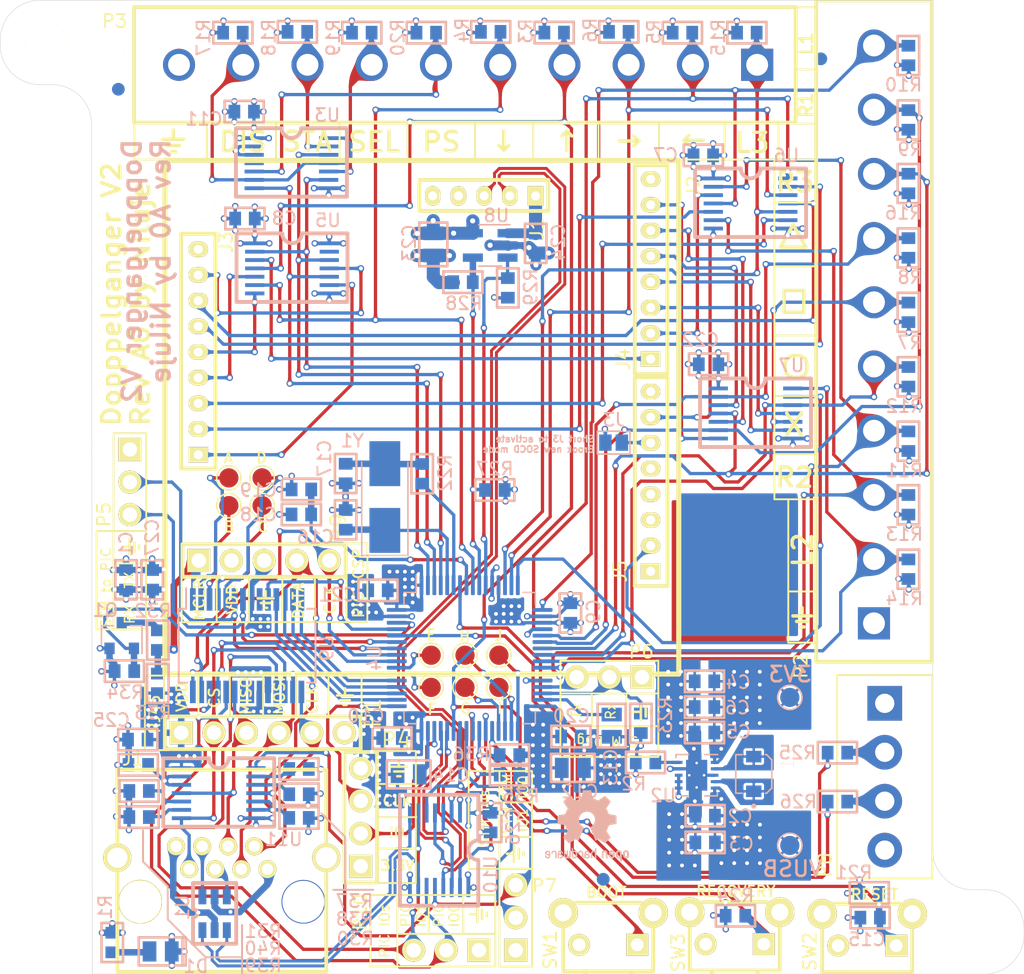
<source format=kicad_pcb>
(kicad_pcb (version 20171130) (host pcbnew 5.1.10)
  (title_block (rev 1))
  (layers (0 F.Cu signal hide) (1 In1.Cu power hide) (2 In2.Cu power hide) (31 B.Cu signal) (34 B.Paste user hide) (35 F.Paste user) (36 B.SilkS user hide) (37 F.SilkS user) (38 B.Mask user hide) (39 F.Mask user) (44 Edge.Cuts user))
  (net 0 "")
  (net 1 VUSB)
  (net 2 GND)
  (net 3 V33)
  (net 4 N$7)
  (net 5 N$8)
  (net 6 STM32_RESETn)
  (net 7 XTAL_IN)
  (net 8 N$11)
  (net 9 N$16)
  (net 10 V5_SW)
  (net 11 N$1)
  (net 12 RJ_SPI_MOSI)
  (net 13 N$2)
  (net 14 RJ_SPI_CS)
  (net 15 RJ_SPI_CLK)
  (net 16 RJ_SPI_MISO)
  (net 17 N$3)
  (net 18 R1_BROOK)
  (net 19 R3_BROOK)
  (net 20 TRIANGLE_BROOK)
  (net 21 SQUARE_BROOK)
  (net 22 CIRCLE_BROOK)
  (net 23 CROSS_BROOK)
  (net 24 SELECT_BROOK)
  (net 25 R2_BROOK)
  (net 26 N$17)
  (net 27 L2_BROOK)
  (net 28 START_BROOK)
  (net 29 RIGHT_BROOK)
  (net 30 LEFT_BROOK)
  (net 31 L3_BROOK)
  (net 32 DOWN_BROOK)
  (net 33 UP_BROOK)
  (net 34 L1_BROOK)
  (net 35 HOME_BROOK)
  (net 36 BROOK_USB_P)
  (net 37 BROOK_USB_N)
  (net 38 N$5)
  (net 39 N$6)
  (net 40 L3)
  (net 41 RIGHT)
  (net 42 LEFT)
  (net 43 DOWN)
  (net 44 UP)
  (net 45 SELECT)
  (net 46 HOME)
  (net 47 START)
  (net 48 DISABLE)
  (net 49 CROSS)
  (net 50 L1)
  (net 51 R2)
  (net 52 L2)
  (net 53 CIRCLE)
  (net 54 SQUARE)
  (net 55 TRIANGLE)
  (net 56 R3)
  (net 57 R1)
  (net 58 SWDIO)
  (net 59 SWDCLK)
  (net 60 STM_TO_PIC_UART_TX)
  (net 61 STM_TO_PIC_UART_RX)
  (net 62 DBG_TX)
  (net 63 DBG_RX)
  (net 64 stm32_gpio1)
  (net 65 stm32_gpio0)
  (net 66 N$14)
  (net 67 N$15)
  (net 68 MCLR)
  (net 69 STM_TO_PIC_ICSP_DATA)
  (net 70 STM_TO_PIC_ICSP_CLOCK)
  (net 71 pic16_gpio1)
  (net 72 pic16_gpio0)
  (net 73 N$22)
  (net 74 STM_TO_PIC_RESET)
  (net 75 N$4)
  (net 76 XTAL_OUT)
  (net 77 BOOT0)
  (net 78 LED_L)
  (net 79 LED_R)
  (net 80 BROOK_POWER_CMD)
  (net 81 BROOK_POWER_FAULTN)
  (net 82 snes_term_cmd)
  (net 83 psx_term_cmd)
  (net 84 mux_sel0)
  (net 85 mux_sel1)
  (net 86 RJ_SPI_CLK_UPPER_TERM_SW)
  (net 87 RJ_SPI_CS_UPPER_TERM_SW)
  (net 88 RJ_SPI_MISO_UPPER_TERM_SW)
  (net 89 GPIO0_UPPER_TERM_SW)
  (net 90 RJ45_USB_N)
  (net 91 RJ45_USB_P)
  (net 92 HOME_FILTERED)
  (net 93 SELECT_FILTERED)
  (net 94 START_FILTERED)
  (net 95 STM32_USB_P)
  (net 96 STM32_USB_N)
  (net 97 STM_TO_PIC_BOOT_CMD)
  (net 98 STM_TO_PIC_DATA3)
  (net 99 STM_TO_PIC_DATA2)
  (net 100 STM_TO_PIC_DATA1)
  (net 101 STM_TO_PIC_DATA0)
  (net 102 N$23)
  (net 103 N$28)
  (net 104 N$18)
  (net 105 N$19)
  (net 106 N$20)
  (net 107 N$21)
  (net 108 N$29)
  (net 109 N$30)
  (net 110 N$31)
  (net 111 N$32)
  (module Symbol:OSHW-Logo2_7.3x6mm_SilkScreen (layer B.Cu) (at 266.76604 52.42052 180)
    (fp_text reference REF** hide)
    (fp_text value OSHW-Logo2_7.3x6mm_SilkScreen hide)
  )
  (module Doppelganger:BORNIER_10 (layer F.Cu) (at 289.1028 36.66236 90)
    (fp_text reference P2 (at -3.33502 -5.69468 90) (layer F.SilkS))
    (fp_text value BORNIER_10)
    (pad 10 thru_hole circle (at 45 0 90) (size 2.5 2.5) (drill 1.7) (layers *.Cu *.Mask) (net 50 L1))
    (pad 9 thru_hole circle (at 40 0 90) (size 2.5 2.5) (drill 1.7) (layers *.Cu *.Mask) (net 57 R1))
    (pad 8 thru_hole circle (at 35 0 90) (size 2.5 2.5) (drill 1.7) (layers *.Cu *.Mask) (net 56 R3))
    (pad 7 thru_hole circle (at 30 0 90) (size 2.5 2.5) (drill 1.7) (layers *.Cu *.Mask) (net 55 TRIANGLE))
    (pad 6 thru_hole circle (at 25 0 90) (size 2.5 2.5) (drill 1.7) (layers *.Cu *.Mask) (net 54 SQUARE))
    (pad 5 thru_hole circle (at 20 0 90) (size 2.5 2.5) (drill 1.7) (layers *.Cu *.Mask) (net 53 CIRCLE))
    (pad 4 thru_hole circle (at 15 0 90) (size 2.5 2.5) (drill 1.7) (layers *.Cu *.Mask) (net 49 CROSS))
    (pad 3 thru_hole circle (at 10 0 90) (size 2.5 2.5) (drill 1.7) (layers *.Cu *.Mask) (net 51 R2))
    (pad 2 thru_hole circle (at 5 0 90) (size 2.5 2.5) (drill 1.7) (layers *.Cu *.Mask) (net 52 L2))
    (pad 1 thru_hole rect (at 0 0 90) (size 2.5 2.5) (drill 1.7) (layers *.Cu *.Mask) (net 2 GND))
  )
  (module Doppelganger:BORNIER_10 (layer F.Cu) (at 280.0096 -6.8326 180)
    (fp_text reference P3 (at 50.01006 3.40106) (layer F.SilkS))
    (fp_text value BORNIER_10)
    (pad 10 thru_hole circle (at 45 0 180) (size 2.5 2.5) (drill 1.7) (layers *.Cu *.Mask) (net 2 GND))
    (pad 9 thru_hole circle (at 40 0 180) (size 2.5 2.5) (drill 1.7) (layers *.Cu *.Mask) (net 48 DISABLE))
    (pad 8 thru_hole circle (at 35 0 180) (size 2.5 2.5) (drill 1.7) (layers *.Cu *.Mask) (net 47 START))
    (pad 7 thru_hole circle (at 30 0 180) (size 2.5 2.5) (drill 1.7) (layers *.Cu *.Mask) (net 45 SELECT))
    (pad 6 thru_hole circle (at 25 0 180) (size 2.5 2.5) (drill 1.7) (layers *.Cu *.Mask) (net 46 HOME))
    (pad 5 thru_hole circle (at 20 0 180) (size 2.5 2.5) (drill 1.7) (layers *.Cu *.Mask) (net 43 DOWN))
    (pad 4 thru_hole circle (at 15 0 180) (size 2.5 2.5) (drill 1.7) (layers *.Cu *.Mask) (net 44 UP))
    (pad 3 thru_hole circle (at 10 0 180) (size 2.5 2.5) (drill 1.7) (layers *.Cu *.Mask) (net 41 RIGHT))
    (pad 2 thru_hole circle (at 5 0 180) (size 2.5 2.5) (drill 1.7) (layers *.Cu *.Mask) (net 42 LEFT))
    (pad 1 thru_hole rect (at 0 0 180) (size 2.5 2.5) (drill 1.7) (layers *.Cu *.Mask) (net 40 L3))
  )
  (module Doppelganger:TSSOP16 (layer B.Cu) (at 255.25476 54.33568 270)
    (fp_text reference U10 (at 1.88976 -4.02336 90) (layer B.SilkS) (effects (justify mirror)))
    (fp_text value SN74CBT3253)
    (pad 9 smd rect (at -2.9 2.275 180) (size 0.3 1.5) (layers B.Cu B.Paste B.Mask) (net 90 RJ45_USB_N))
    (pad 8 smd rect (at 2.9 2.275 180) (size 0.3 1.5) (layers B.Cu B.Paste B.Mask) (net 2 GND))
    (pad 1 smd rect (at 2.9 -2.275 180) (size 0.3 1.5) (layers B.Cu B.Paste B.Mask) (net 2 GND))
    (pad 2 smd rect (at 2.9 -1.625 180) (size 0.3 1.5) (layers B.Cu B.Paste B.Mask) (net 85 mux_sel1))
    (pad 3 smd rect (at 2.9 -0.975 180) (size 0.3 1.5) (layers B.Cu B.Paste B.Mask) (net 95 STM32_USB_P))
    (pad 4 smd rect (at 2.9 -0.325 180) (size 0.3 1.5) (layers B.Cu B.Paste B.Mask) (net 36 BROOK_USB_P))
    (pad 5 smd rect (at 2.9 0.325 180) (size 0.3 1.5) (layers B.Cu B.Paste B.Mask) (net 65 stm32_gpio0))
    (pad 6 smd rect (at 2.9 0.975 180) (size 0.3 1.5) (layers B.Cu B.Paste B.Mask) (net 72 pic16_gpio0))
    (pad 7 smd rect (at 2.9 1.625 180) (size 0.3 1.5) (layers B.Cu B.Paste B.Mask) (net 91 RJ45_USB_P))
    (pad 10 smd rect (at -2.9 1.625 180) (size 0.3 1.5) (layers B.Cu B.Paste B.Mask) (net 71 pic16_gpio1))
    (pad 11 smd rect (at -2.9 0.975 180) (size 0.3 1.5) (layers B.Cu B.Paste B.Mask) (net 64 stm32_gpio1))
    (pad 12 smd rect (at -2.9 0.325 180) (size 0.3 1.5) (layers B.Cu B.Paste B.Mask) (net 37 BROOK_USB_N))
    (pad 13 smd rect (at -2.9 -0.325 180) (size 0.3 1.5) (layers B.Cu B.Paste B.Mask) (net 96 STM32_USB_N))
    (pad 14 smd rect (at -2.9 -0.975 180) (size 0.3 1.5) (layers B.Cu B.Paste B.Mask) (net 84 mux_sel0))
    (pad 15 smd rect (at -2.9 -1.625 180) (size 0.3 1.5) (layers B.Cu B.Paste B.Mask) (net 2 GND))
    (pad 16 smd rect (at -2.9 -2.275 180) (size 0.3 1.5) (layers B.Cu B.Paste B.Mask) (net 3 V33))
  )
  (module Doppelganger:TSSOP14 (layer B.Cu) (at 243.80444 9.3472)
    (fp_text reference U5 (at 2.794 -4.064) (layer B.SilkS) (effects (justify mirror)))
    (fp_text value 74LVC07)
    (pad 1 smd rect (at 2.9 -2.275 270) (size 0.3 1.5) (layers B.Cu B.Paste B.Mask) (net 3 V33))
    (pad 2 smd rect (at 2.9 -1.625 270) (size 0.3 1.5) (layers B.Cu B.Paste B.Mask))
    (pad 3 smd rect (at 2.9 -0.975 270) (size 0.3 1.5) (layers B.Cu B.Paste B.Mask) (net 94 START_FILTERED))
    (pad 4 smd rect (at 2.9 -0.325 270) (size 0.3 1.5) (layers B.Cu B.Paste B.Mask) (net 28 START_BROOK))
    (pad 5 smd rect (at 2.9 0.325 270) (size 0.3 1.5) (layers B.Cu B.Paste B.Mask) (net 92 HOME_FILTERED))
    (pad 6 smd rect (at 2.9 0.975 270) (size 0.3 1.5) (layers B.Cu B.Paste B.Mask) (net 35 HOME_BROOK))
    (pad 7 smd rect (at 2.9 1.625 270) (size 0.3 1.5) (layers B.Cu B.Paste B.Mask) (net 2 GND))
    (pad 8 smd rect (at -2.9 1.625 270) (size 0.3 1.5) (layers B.Cu B.Paste B.Mask) (net 32 DOWN_BROOK))
    (pad 9 smd rect (at -2.9 0.975 270) (size 0.3 1.5) (layers B.Cu B.Paste B.Mask) (net 43 DOWN))
    (pad 10 smd rect (at -2.9 0.325 270) (size 0.3 1.5) (layers B.Cu B.Paste B.Mask) (net 33 UP_BROOK))
    (pad 11 smd rect (at -2.9 -0.325 270) (size 0.3 1.5) (layers B.Cu B.Paste B.Mask) (net 44 UP))
    (pad 12 smd rect (at -2.9 -0.975 270) (size 0.3 1.5) (layers B.Cu B.Paste B.Mask) (net 24 SELECT_BROOK))
    (pad 13 smd rect (at -2.9 -1.625 270) (size 0.3 1.5) (layers B.Cu B.Paste B.Mask) (net 93 SELECT_FILTERED))
    (pad 14 smd rect (at -2.9 -2.275 270) (size 0.3 1.5) (layers B.Cu B.Paste B.Mask) (net 3 V33))
  )
  (module Doppelganger:TSSOP14 (layer B.Cu) (at 243.75872 1.15316)
    (fp_text reference U3 (at 2.794 -4.064) (layer B.SilkS) (effects (justify mirror)))
    (fp_text value 74HC32)
    (pad 1 smd rect (at 2.9 -2.275 270) (size 0.3 1.5) (layers B.Cu B.Paste B.Mask) (net 48 DISABLE))
    (pad 2 smd rect (at 2.9 -1.625 270) (size 0.3 1.5) (layers B.Cu B.Paste B.Mask) (net 47 START))
    (pad 3 smd rect (at 2.9 -0.975 270) (size 0.3 1.5) (layers B.Cu B.Paste B.Mask) (net 94 START_FILTERED))
    (pad 4 smd rect (at 2.9 -0.325 270) (size 0.3 1.5) (layers B.Cu B.Paste B.Mask) (net 48 DISABLE))
    (pad 5 smd rect (at 2.9 0.325 270) (size 0.3 1.5) (layers B.Cu B.Paste B.Mask) (net 45 SELECT))
    (pad 6 smd rect (at 2.9 0.975 270) (size 0.3 1.5) (layers B.Cu B.Paste B.Mask) (net 93 SELECT_FILTERED))
    (pad 7 smd rect (at 2.9 1.625 270) (size 0.3 1.5) (layers B.Cu B.Paste B.Mask) (net 2 GND))
    (pad 8 smd rect (at -2.9 1.625 270) (size 0.3 1.5) (layers B.Cu B.Paste B.Mask) (net 92 HOME_FILTERED))
    (pad 9 smd rect (at -2.9 0.975 270) (size 0.3 1.5) (layers B.Cu B.Paste B.Mask) (net 48 DISABLE))
    (pad 10 smd rect (at -2.9 0.325 270) (size 0.3 1.5) (layers B.Cu B.Paste B.Mask) (net 46 HOME))
    (pad 11 smd rect (at -2.9 -0.325 270) (size 0.3 1.5) (layers B.Cu B.Paste B.Mask))
    (pad 12 smd rect (at -2.9 -0.975 270) (size 0.3 1.5) (layers B.Cu B.Paste B.Mask) (net 2 GND))
    (pad 13 smd rect (at -2.9 -1.625 270) (size 0.3 1.5) (layers B.Cu B.Paste B.Mask) (net 2 GND))
    (pad 14 smd rect (at -2.9 -2.275 270) (size 0.3 1.5) (layers B.Cu B.Paste B.Mask) (net 3 V33))
  )
  (module Doppelganger:TSSOP14 (layer B.Cu) (at 279.497801 4.292481)
    (fp_text reference U6 (at 2.794 -4.064) (layer B.SilkS) (effects (justify mirror)))
    (fp_text value 74LVC07)
    (pad 1 smd rect (at 2.9 -2.275 270) (size 0.3 1.5) (layers B.Cu B.Paste B.Mask) (net 42 LEFT))
    (pad 2 smd rect (at 2.9 -1.625 270) (size 0.3 1.5) (layers B.Cu B.Paste B.Mask) (net 30 LEFT_BROOK))
    (pad 3 smd rect (at 2.9 -0.975 270) (size 0.3 1.5) (layers B.Cu B.Paste B.Mask) (net 41 RIGHT))
    (pad 4 smd rect (at 2.9 -0.325 270) (size 0.3 1.5) (layers B.Cu B.Paste B.Mask) (net 29 RIGHT_BROOK))
    (pad 5 smd rect (at 2.9 0.325 270) (size 0.3 1.5) (layers B.Cu B.Paste B.Mask) (net 40 L3))
    (pad 6 smd rect (at 2.9 0.975 270) (size 0.3 1.5) (layers B.Cu B.Paste B.Mask) (net 31 L3_BROOK))
    (pad 7 smd rect (at 2.9 1.625 270) (size 0.3 1.5) (layers B.Cu B.Paste B.Mask) (net 2 GND))
    (pad 8 smd rect (at -2.9 1.625 270) (size 0.3 1.5) (layers B.Cu B.Paste B.Mask) (net 25 R2_BROOK))
    (pad 9 smd rect (at -2.9 0.975 270) (size 0.3 1.5) (layers B.Cu B.Paste B.Mask) (net 51 R2))
    (pad 10 smd rect (at -2.9 0.325 270) (size 0.3 1.5) (layers B.Cu B.Paste B.Mask) (net 34 L1_BROOK))
    (pad 11 smd rect (at -2.9 -0.325 270) (size 0.3 1.5) (layers B.Cu B.Paste B.Mask) (net 50 L1))
    (pad 12 smd rect (at -2.9 -0.975 270) (size 0.3 1.5) (layers B.Cu B.Paste B.Mask) (net 23 CROSS_BROOK))
    (pad 13 smd rect (at -2.9 -1.625 270) (size 0.3 1.5) (layers B.Cu B.Paste B.Mask) (net 49 CROSS))
    (pad 14 smd rect (at -2.9 -2.275 270) (size 0.3 1.5) (layers B.Cu B.Paste B.Mask) (net 3 V33))
  )
  (module Doppelganger:TSSOP14 (layer B.Cu) (at 279.8826 20.64512)
    (fp_text reference U7 (at 2.794 -4.064) (layer B.SilkS) (effects (justify mirror)))
    (fp_text value 74LVC07)
    (pad 1 smd rect (at 2.9 -2.275 270) (size 0.3 1.5) (layers B.Cu B.Paste B.Mask) (net 52 L2))
    (pad 2 smd rect (at 2.9 -1.625 270) (size 0.3 1.5) (layers B.Cu B.Paste B.Mask) (net 27 L2_BROOK))
    (pad 3 smd rect (at 2.9 -0.975 270) (size 0.3 1.5) (layers B.Cu B.Paste B.Mask) (net 53 CIRCLE))
    (pad 4 smd rect (at 2.9 -0.325 270) (size 0.3 1.5) (layers B.Cu B.Paste B.Mask) (net 22 CIRCLE_BROOK))
    (pad 5 smd rect (at 2.9 0.325 270) (size 0.3 1.5) (layers B.Cu B.Paste B.Mask) (net 54 SQUARE))
    (pad 6 smd rect (at 2.9 0.975 270) (size 0.3 1.5) (layers B.Cu B.Paste B.Mask) (net 21 SQUARE_BROOK))
    (pad 7 smd rect (at 2.9 1.625 270) (size 0.3 1.5) (layers B.Cu B.Paste B.Mask) (net 2 GND))
    (pad 8 smd rect (at -2.9 1.625 270) (size 0.3 1.5) (layers B.Cu B.Paste B.Mask) (net 18 R1_BROOK))
    (pad 9 smd rect (at -2.9 0.975 270) (size 0.3 1.5) (layers B.Cu B.Paste B.Mask) (net 57 R1))
    (pad 10 smd rect (at -2.9 0.325 270) (size 0.3 1.5) (layers B.Cu B.Paste B.Mask) (net 19 R3_BROOK))
    (pad 11 smd rect (at -2.9 -0.325 270) (size 0.3 1.5) (layers B.Cu B.Paste B.Mask) (net 56 R3))
    (pad 12 smd rect (at -2.9 -0.975 270) (size 0.3 1.5) (layers B.Cu B.Paste B.Mask) (net 20 TRIANGLE_BROOK))
    (pad 13 smd rect (at -2.9 -1.625 270) (size 0.3 1.5) (layers B.Cu B.Paste B.Mask) (net 55 TRIANGLE))
    (pad 14 smd rect (at -2.9 -2.275 270) (size 0.3 1.5) (layers B.Cu B.Paste B.Mask) (net 3 V33))
  )
  (module Doppelganger:TSSOP14 (layer B.Cu) (at 238.0996 50.2158)
    (fp_text reference U11 (at 5.04444 3.27152) (layer B.SilkS) (effects (justify mirror)))
    (fp_text value 74HC4066)
    (pad 1 smd rect (at 2.9 -2.275 270) (size 0.3 1.5) (layers B.Cu B.Paste B.Mask) (net 65 stm32_gpio0))
    (pad 2 smd rect (at 2.9 -1.625 270) (size 0.3 1.5) (layers B.Cu B.Paste B.Mask) (net 89 GPIO0_UPPER_TERM_SW))
    (pad 3 smd rect (at 2.9 -0.975 270) (size 0.3 1.5) (layers B.Cu B.Paste B.Mask) (net 86 RJ_SPI_CLK_UPPER_TERM_SW))
    (pad 4 smd rect (at 2.9 -0.325 270) (size 0.3 1.5) (layers B.Cu B.Paste B.Mask) (net 15 RJ_SPI_CLK))
    (pad 5 smd rect (at 2.9 0.325 270) (size 0.3 1.5) (layers B.Cu B.Paste B.Mask) (net 82 snes_term_cmd))
    (pad 6 smd rect (at 2.9 0.975 270) (size 0.3 1.5) (layers B.Cu B.Paste B.Mask) (net 82 snes_term_cmd))
    (pad 7 smd rect (at 2.9 1.625 270) (size 0.3 1.5) (layers B.Cu B.Paste B.Mask) (net 2 GND))
    (pad 8 smd rect (at -2.9 1.625 270) (size 0.3 1.5) (layers B.Cu B.Paste B.Mask) (net 14 RJ_SPI_CS))
    (pad 9 smd rect (at -2.9 0.975 270) (size 0.3 1.5) (layers B.Cu B.Paste B.Mask) (net 87 RJ_SPI_CS_UPPER_TERM_SW))
    (pad 10 smd rect (at -2.9 0.325 270) (size 0.3 1.5) (layers B.Cu B.Paste B.Mask) (net 88 RJ_SPI_MISO_UPPER_TERM_SW))
    (pad 11 smd rect (at -2.9 -0.325 270) (size 0.3 1.5) (layers B.Cu B.Paste B.Mask) (net 16 RJ_SPI_MISO))
    (pad 12 smd rect (at -2.9 -0.975 270) (size 0.3 1.5) (layers B.Cu B.Paste B.Mask) (net 83 psx_term_cmd))
    (pad 13 smd rect (at -2.9 -1.625 270) (size 0.3 1.5) (layers B.Cu B.Paste B.Mask) (net 83 psx_term_cmd))
    (pad 14 smd rect (at -2.9 -2.275 270) (size 0.3 1.5) (layers B.Cu B.Paste B.Mask) (net 1 VUSB))
  )
  (module Doppelganger:TSOT-23-6 (layer B.Cu) (at 236.8296 57.9374 270)
    (fp_text reference U1 (at 0.85 1.55 90) (layer B.SilkS) (effects (justify mirror)))
    (fp_text value USBLC6-2SC6)
    (pad 6 smd rect (at 2.62 0 270) (size 1.22 0.62) (layers B.Cu B.Paste B.Mask) (net 91 RJ45_USB_P))
    (pad 5 smd rect (at 2.62 -0.95 270) (size 1.22 0.62) (layers B.Cu B.Paste B.Mask) (net 1 VUSB))
    (pad 4 smd rect (at 2.62 -1.9 270) (size 1.22 0.62) (layers B.Cu B.Paste B.Mask) (net 90 RJ45_USB_N))
    (pad 3 smd rect (at 0 -1.9 270) (size 1.22 0.62) (layers B.Cu B.Paste B.Mask) (net 13 N$2))
    (pad 2 smd rect (at 0 -0.95 270) (size 1.22 0.62) (layers B.Cu B.Paste B.Mask) (net 2 GND))
    (pad 1 smd rect (at 0 0 270) (size 1.22 0.62) (layers B.Cu B.Paste B.Mask) (net 17 N$3))
  )
  (module Doppelganger:0805LED (layer B.Cu) (at 233.5784 62.21476)
    (fp_text reference D1 (at 2.7432 1.15824) (layer B.SilkS) (effects (justify mirror)))
    (fp_text value LED)
    (pad K smd rect (at 0.8636 0) (size 1.0668 1.5748) (layers B.Cu B.Paste B.Mask) (net 2 GND))
    (pad A smd rect (at -0.8636 0) (size 1.0668 1.5748) (layers B.Cu B.Paste B.Mask) (net 11 N$1))
  )
  (module Doppelganger:0805C (layer B.Cu) (at 265.66368 47.91964)
    (fp_text reference C12 (at 0.5461 1.84912 180) (layer B.SilkS) (effects (justify mirror)))
    (fp_text value 4.7uF)
    (pad 2 smd rect (at 0.8636 0) (size 1.0668 1.5748) (layers B.Cu B.Paste B.Mask) (net 2 GND))
    (pad 1 smd rect (at -0.8636 0) (size 1.0668 1.5748) (layers B.Cu B.Paste B.Mask) (net 3 V33))
  )
  (module Doppelganger:0805C (layer B.Cu) (at 268.68628 44.63288 270)
    (fp_text reference C13 (at 3.24104 0.0762 270) (layer B.SilkS) (effects (justify mirror)))
    (fp_text value 2.2uF)
    (pad 2 smd rect (at 0.8636 0 270) (size 1.0668 1.5748) (layers B.Cu B.Paste B.Mask) (net 2 GND))
    (pad 1 smd rect (at -0.8636 0 270) (size 1.0668 1.5748) (layers B.Cu B.Paste B.Mask) (net 4 N$7))
  )
  (module Doppelganger:0805C (layer B.Cu) (at 252.8824 48.42764 180)
    (fp_text reference C14 (at -3.2766 -0.04826) (layer B.SilkS) (effects (justify mirror)))
    (fp_text value 2.2uF)
    (pad 2 smd rect (at 0.8636 0 180) (size 1.0668 1.5748) (layers B.Cu B.Paste B.Mask) (net 2 GND))
    (pad 1 smd rect (at -0.8636 0 180) (size 1.0668 1.5748) (layers B.Cu B.Paste B.Mask) (net 5 N$8))
  )
  (module Doppelganger:0805C (layer B.Cu) (at 254.80264 7.15264 270)
    (fp_text reference C23 (at -0.10414 1.88214 270) (layer B.SilkS) (effects (justify mirror)))
    (fp_text value 1uF)
    (pad 2 smd rect (at 0.8636 0 270) (size 1.0668 1.5748) (layers B.Cu B.Paste B.Mask) (net 2 GND))
    (pad 1 smd rect (at -0.8636 0 270) (size 1.0668 1.5748) (layers B.Cu B.Paste B.Mask) (net 1 VUSB))
  )
  (module Doppelganger:0603C (layer B.Cu) (at 230.886 33.274 90)
    (fp_text reference C1 (at 2.794 0 90) (layer B.SilkS) (effects (justify mirror)))
    (fp_text value 100nF)
    (pad 2 smd rect (at 0.762 0 90) (size 0.9144 1.0668) (layers B.Cu B.Paste B.Mask) (net 2 GND))
    (pad 1 smd rect (at -0.762 0 90) (size 0.9144 1.0668) (layers B.Cu B.Paste B.Mask) (net 1 VUSB))
  )
  (module Doppelganger:0603C (layer B.Cu) (at 275.96084 51.64328 180)
    (fp_text reference C2 (at -2.7178 -0.0508 180) (layer B.SilkS) (effects (justify mirror)))
    (fp_text value 10uF)
    (pad 2 smd rect (at 0.762 0 180) (size 0.9144 1.0668) (layers B.Cu B.Paste B.Mask) (net 2 GND))
    (pad 1 smd rect (at -0.762 0 180) (size 0.9144 1.0668) (layers B.Cu B.Paste B.Mask) (net 1 VUSB))
  )
  (module Doppelganger:0603C (layer B.Cu) (at 275.96084 53.72608 180)
    (fp_text reference C3 (at -2.8194 -0.1016 180) (layer B.SilkS) (effects (justify mirror)))
    (fp_text value 10uF)
    (pad 2 smd rect (at 0.762 0 180) (size 0.9144 1.0668) (layers B.Cu B.Paste B.Mask) (net 2 GND))
    (pad 1 smd rect (at -0.762 0 180) (size 0.9144 1.0668) (layers B.Cu B.Paste B.Mask) (net 1 VUSB))
  )
  (module Doppelganger:0603C (layer B.Cu) (at 275.91004 41.17848 180)
    (fp_text reference C4 (at -2.6162 -0.0762 180) (layer B.SilkS) (effects (justify mirror)))
    (fp_text value 10uF)
    (pad 2 smd rect (at 0.762 0 180) (size 0.9144 1.0668) (layers B.Cu B.Paste B.Mask) (net 2 GND))
    (pad 1 smd rect (at -0.762 0 180) (size 0.9144 1.0668) (layers B.Cu B.Paste B.Mask) (net 3 V33))
  )
  (module Doppelganger:0603C (layer B.Cu) (at 275.91004 45.16628 180)
    (fp_text reference C5 (at -2.6416 0.0508 180) (layer B.SilkS) (effects (justify mirror)))
    (fp_text value 10uF)
    (pad 2 smd rect (at 0.762 0 180) (size 0.9144 1.0668) (layers B.Cu B.Paste B.Mask) (net 2 GND))
    (pad 1 smd rect (at -0.762 0 180) (size 0.9144 1.0668) (layers B.Cu B.Paste B.Mask) (net 3 V33))
  )
  (module Doppelganger:0603C (layer B.Cu) (at 275.91004 43.18508 180)
    (fp_text reference C6 (at -2.5654 -0.0508 180) (layer B.SilkS) (effects (justify mirror)))
    (fp_text value 10uF)
    (pad 2 smd rect (at 0.762 0 180) (size 0.9144 1.0668) (layers B.Cu B.Paste B.Mask) (net 2 GND))
    (pad 1 smd rect (at -0.762 0 180) (size 0.9144 1.0668) (layers B.Cu B.Paste B.Mask) (net 3 V33))
  )
  (module Doppelganger:0603C (layer B.Cu) (at 275.8186 0.21844 180)
    (fp_text reference C7 (at 2.93624 0.02286 180) (layer B.SilkS) (effects (justify mirror)))
    (fp_text value 100nF)
    (pad 2 smd rect (at 0.762 0 180) (size 0.9144 1.0668) (layers B.Cu B.Paste B.Mask) (net 2 GND))
    (pad 1 smd rect (at -0.762 0 180) (size 0.9144 1.0668) (layers B.Cu B.Paste B.Mask) (net 3 V33))
  )
  (module Doppelganger:0603C (layer B.Cu) (at 240.14176 5.14096 180)
    (fp_text reference C8 (at -3.06324 0.0254 180) (layer B.SilkS) (effects (justify mirror)))
    (fp_text value 100nF)
    (pad 2 smd rect (at 0.762 0 180) (size 0.9144 1.0668) (layers B.Cu B.Paste B.Mask) (net 2 GND))
    (pad 1 smd rect (at -0.762 0 180) (size 0.9144 1.0668) (layers B.Cu B.Paste B.Mask) (net 3 V33))
  )
  (module Doppelganger:0603C (layer B.Cu) (at 265.47064 35.85972 90)
    (fp_text reference C9 (at 0.10922 1.80086 90) (layer B.SilkS) (effects (justify mirror)))
    (fp_text value 100nF)
    (pad 2 smd rect (at 0.762 0 90) (size 0.9144 1.0668) (layers B.Cu B.Paste B.Mask) (net 2 GND))
    (pad 1 smd rect (at -0.762 0 90) (size 0.9144 1.0668) (layers B.Cu B.Paste B.Mask) (net 3 V33))
  )
  (module Doppelganger:0603C (layer B.Cu) (at 251.587 45.59808 180)
    (fp_text reference C10 (at 2.032 1.71958 180) (layer B.SilkS) (effects (justify mirror)))
    (fp_text value 100nF)
    (pad 2 smd rect (at 0.762 0 180) (size 0.9144 1.0668) (layers B.Cu B.Paste B.Mask) (net 2 GND))
    (pad 1 smd rect (at -0.762 0 180) (size 0.9144 1.0668) (layers B.Cu B.Paste B.Mask) (net 3 V33))
  )
  (module Doppelganger:0603C (layer B.Cu) (at 240.0808 -3.18516 180)
    (fp_text reference C11 (at 3.12928 -0.56896 180) (layer B.SilkS) (effects (justify mirror)))
    (fp_text value 100nF)
    (pad 2 smd rect (at 0.762 0 180) (size 0.9144 1.0668) (layers B.Cu B.Paste B.Mask) (net 2 GND))
    (pad 1 smd rect (at -0.762 0 180) (size 0.9144 1.0668) (layers B.Cu B.Paste B.Mask) (net 3 V33))
  )
  (module Doppelganger:0603C (layer B.Cu) (at 288.80424 59.58208 180)
    (fp_text reference C15 (at 0.26024 -1.69542) (layer B.SilkS) (effects (justify mirror)))
    (fp_text value 100nF)
    (pad 2 smd rect (at 0.762 0 180) (size 0.9144 1.0668) (layers B.Cu B.Paste B.Mask) (net 2 GND))
    (pad 1 smd rect (at -0.762 0 180) (size 0.9144 1.0668) (layers B.Cu B.Paste B.Mask) (net 6 STM32_RESETn))
  )
  (module Doppelganger:0603C (layer B.Cu) (at 247.9802 28.60548 90)
    (fp_text reference C16 (at -1.32334 -2.3495 180) (layer B.SilkS) (effects (justify mirror)))
    (fp_text value 30pF)
    (pad 2 smd rect (at 0.762 0 90) (size 0.9144 1.0668) (layers B.Cu B.Paste B.Mask) (net 2 GND))
    (pad 1 smd rect (at -0.762 0 90) (size 0.9144 1.0668) (layers B.Cu B.Paste B.Mask) (net 7 XTAL_IN))
  )
  (module Doppelganger:0603C (layer B.Cu) (at 247.9802 24.99868 270)
    (fp_text reference C17 (at -1.17856 1.651 90) (layer B.SilkS) (effects (justify mirror)))
    (fp_text value 30pF)
    (pad 2 smd rect (at 0.762 0 270) (size 0.9144 1.0668) (layers B.Cu B.Paste B.Mask) (net 2 GND))
    (pad 1 smd rect (at -0.762 0 270) (size 0.9144 1.0668) (layers B.Cu B.Paste B.Mask) (net 8 N$11))
  )
  (module Doppelganger:0603C (layer B.Cu) (at 244.53088 28.18384)
    (fp_text reference C18 (at -3.34264 0.01016 180) (layer B.SilkS) (effects (justify mirror)))
    (fp_text value 10K)
    (pad 2 smd rect (at 0.762 0) (size 0.9144 1.0668) (layers B.Cu B.Paste B.Mask) (net 9 N$16))
    (pad 1 smd rect (at -0.762 0) (size 0.9144 1.0668) (layers B.Cu B.Paste B.Mask) (net 1 VUSB))
  )
  (module Doppelganger:0603C (layer B.Cu) (at 244.53596 26.2382 180)
    (fp_text reference C19 (at 3.34772 -0.0508 180) (layer B.SilkS) (effects (justify mirror)))
    (fp_text value 10K)
    (pad 2 smd rect (at 0.762 0 180) (size 0.9144 1.0668) (layers B.Cu B.Paste B.Mask) (net 2 GND))
    (pad 1 smd rect (at -0.762 0 180) (size 0.9144 1.0668) (layers B.Cu B.Paste B.Mask) (net 9 N$16))
  )
  (module Doppelganger:0603C (layer B.Cu) (at 265.51128 45.47616)
    (fp_text reference C20 (at 0.04572 -1.59766 180) (layer B.SilkS) (effects (justify mirror)))
    (fp_text value 100nF)
    (pad 2 smd rect (at 0.762 0) (size 0.9144 1.0668) (layers B.Cu B.Paste B.Mask) (net 2 GND))
    (pad 1 smd rect (at -0.762 0) (size 0.9144 1.0668) (layers B.Cu B.Paste B.Mask) (net 3 V33))
  )
  (module Doppelganger:0603C (layer B.Cu) (at 250.4948 34.09188 180)
    (fp_text reference C21 (at 3.15976 -0.34544 180) (layer B.SilkS) (effects (justify mirror)))
    (fp_text value 100nF)
    (pad 2 smd rect (at 0.762 0 180) (size 0.9144 1.0668) (layers B.Cu B.Paste B.Mask) (net 2 GND))
    (pad 1 smd rect (at -0.762 0 180) (size 0.9144 1.0668) (layers B.Cu B.Paste B.Mask) (net 3 V33))
  )
  (module Doppelganger:0603C (layer B.Cu) (at 276.23008 16.48968 180)
    (fp_text reference C22 (at 0.635 1.905 180) (layer B.SilkS) (effects (justify mirror)))
    (fp_text value 100nF)
    (pad 2 smd rect (at 0.762 0 180) (size 0.9144 1.0668) (layers B.Cu B.Paste B.Mask) (net 2 GND))
    (pad 1 smd rect (at -0.762 0 180) (size 0.9144 1.0668) (layers B.Cu B.Paste B.Mask) (net 3 V33))
  )
  (module Doppelganger:0603C (layer B.Cu) (at 262.77316 7.07136 270)
    (fp_text reference C24 (at -0.08636 -1.76784 90) (layer B.SilkS) (effects (justify mirror)))
    (fp_text value 100nF)
    (pad 2 smd rect (at 0.762 0 270) (size 0.9144 1.0668) (layers B.Cu B.Paste B.Mask) (net 2 GND))
    (pad 1 smd rect (at -0.762 0 270) (size 0.9144 1.0668) (layers B.Cu B.Paste B.Mask) (net 10 V5_SW))
  )
  (module Doppelganger:0603C (layer B.Cu) (at 231.8004 45.72 180)
    (fp_text reference C25 (at 2.0574 1.524 180) (layer B.SilkS) (effects (justify mirror)))
    (fp_text value 100nF)
    (pad 2 smd rect (at 0.762 0 180) (size 0.9144 1.0668) (layers B.Cu B.Paste B.Mask) (net 2 GND))
    (pad 1 smd rect (at -0.762 0 180) (size 0.9144 1.0668) (layers B.Cu B.Paste B.Mask) (net 1 VUSB))
  )
  (module Doppelganger:0603C (layer B.Cu) (at 259.26288 52.18176 270)
    (fp_text reference C26 (at 0.34036 -1.74244 270) (layer B.SilkS) (effects (justify mirror)))
    (fp_text value 100nF)
    (pad 2 smd rect (at 0.762 0 270) (size 0.9144 1.0668) (layers B.Cu B.Paste B.Mask) (net 2 GND))
    (pad 1 smd rect (at -0.762 0 270) (size 0.9144 1.0668) (layers B.Cu B.Paste B.Mask) (net 3 V33))
  )
  (module Doppelganger:0603C (layer B.Cu) (at 232.918 33.274 90)
    (fp_text reference C27 (at 3.302 0 90) (layer B.SilkS) (effects (justify mirror)))
    (fp_text value 100nF)
    (pad 2 smd rect (at 0.762 0 90) (size 0.9144 1.0668) (layers B.Cu B.Paste B.Mask) (net 2 GND))
    (pad 1 smd rect (at -0.762 0 90) (size 0.9144 1.0668) (layers B.Cu B.Paste B.Mask) (net 1 VUSB))
  )
  (module Doppelganger:0603R (layer B.Cu) (at 229.81412 61.52134 270)
    (fp_text reference R1 (at -2.74828 0.54864 270) (layer B.SilkS) (effects (justify mirror)))
    (fp_text value 120.0)
    (pad 2 smd rect (at 0.762 0 270) (size 0.9144 1.0668) (layers B.Cu B.Paste B.Mask) (net 11 N$1))
    (pad 1 smd rect (at -0.762 0 270) (size 0.9144 1.0668) (layers B.Cu B.Paste B.Mask) (net 1 VUSB))
  )
  (module Doppelganger:0603R (layer B.Cu) (at 271.3228 47.498)
    (fp_text reference R2 (at -0.91948 1.66116) (layer B.SilkS) (effects (justify mirror)))
    (fp_text value 0R)
    (pad 2 smd rect (at 0.762 0) (size 0.9144 1.0668) (layers B.Cu B.Paste B.Mask) (net 75 N$4))
    (pad 1 smd rect (at -0.762 0) (size 0.9144 1.0668) (layers B.Cu B.Paste B.Mask) (net 3 V33))
  )
  (module Doppelganger:0603R (layer B.Cu) (at 264.210165 -9.34212)
    (fp_text reference R3 (at -2.209165 -0.11938 90) (layer B.SilkS) (effects (justify mirror)))
    (fp_text value 10K)
    (pad 2 smd rect (at 0.762 0) (size 0.9144 1.0668) (layers B.Cu B.Paste B.Mask) (net 44 UP))
    (pad 1 smd rect (at -0.762 0) (size 0.9144 1.0668) (layers B.Cu B.Paste B.Mask) (net 3 V33))
  )
  (module Doppelganger:BROOK_FB (layer F.Cu) (at 233.9086 40.6146 90)
    (fp_text reference J2 (at 37.973 41.148 90) (layer F.SilkS))
    (fp_text value BROOK_FB)
    (fp_text user J4 (at 24.511 35.687 90) (layer F.SilkS))
    (fp_text user J5 (at 8.001 35.433 90) (layer F.SilkS))
    (fp_text user J3 (at 33.63722 4.7752 90) (layer F.SilkS))
    (fp_text user J1 (at 34.671 28.956 90) (layer F.SilkS))
    (pad J4_8 thru_hole oval (at 38.54 37.81 90) (size 1.2 1.524) (drill 0.7) (layers *.Cu *.Mask F.SilkS) (net 2 GND))
    (pad J4_7 thru_hole oval (at 36.54 37.81 90) (size 1.2 1.524) (drill 0.7) (layers *.Cu *.Mask F.SilkS) (net 18 R1_BROOK))
    (pad J4_6 thru_hole oval (at 34.54 37.81 90) (size 1.2 1.524) (drill 0.7) (layers *.Cu *.Mask F.SilkS) (net 19 R3_BROOK))
    (pad J4_5 thru_hole oval (at 32.54 37.81 90) (size 1.2 1.524) (drill 0.7) (layers *.Cu *.Mask F.SilkS) (net 20 TRIANGLE_BROOK))
    (pad J4_4 thru_hole oval (at 30.54 37.81 90) (size 1.2 1.524) (drill 0.7) (layers *.Cu *.Mask F.SilkS) (net 21 SQUARE_BROOK))
    (pad J4_3 thru_hole oval (at 28.54 37.81 90) (size 1.2 1.524) (drill 0.7) (layers *.Cu *.Mask F.SilkS) (net 22 CIRCLE_BROOK))
    (pad J4_2 thru_hole oval (at 26.54 37.81 90) (size 1.2 1.524) (drill 0.7) (layers *.Cu *.Mask F.SilkS) (net 23 CROSS_BROOK))
    (pad J4_1 thru_hole rect (at 24.54 37.81 90) (size 1.2 1.524) (drill 0.7) (layers *.Cu *.Mask F.SilkS) (net 24 SELECT_BROOK))
    (pad J5_8 thru_hole oval (at 22 37.81 270) (size 1.2 1.524) (drill 0.7) (layers *.Cu *.Mask F.SilkS) (net 2 GND))
    (pad J5_7 thru_hole oval (at 20 37.81 90) (size 1.2 1.524) (drill 0.7) (layers *.Cu *.Mask F.SilkS) (net 25 R2_BROOK))
    (pad J5_6 thru_hole oval (at 18 37.81 90) (size 1.2 1.524) (drill 0.7) (layers *.Cu *.Mask F.SilkS) (net 102 N$23))
    (pad J5_5 thru_hole oval (at 16 37.81 90) (size 1.2 1.524) (drill 0.7) (layers *.Cu *.Mask F.SilkS))
    (pad J5_3 thru_hole oval (at 12 37.81 90) (size 1.2 1.524) (drill 0.7) (layers *.Cu *.Mask F.SilkS))
    (pad J5_2 thru_hole oval (at 10 37.81 90) (size 1.2 1.524) (drill 0.7) (layers *.Cu *.Mask F.SilkS) (net 27 L2_BROOK))
    (pad J5_4 thru_hole oval (at 14 37.81 90) (size 1.2 1.524) (drill 0.7) (layers *.Cu *.Mask F.SilkS))
    (pad J5_1 thru_hole rect (at 8 37.81 270) (size 1.2 1.524) (drill 0.7) (layers *.Cu *.Mask F.SilkS))
    (pad J3_9 thru_hole oval (at 33.08 2.6 270) (size 1.2 1.524) (drill 0.7) (layers *.Cu *.Mask F.SilkS) (net 2 GND))
    (pad J3_8 thru_hole oval (at 31.08 2.6 270) (size 1.2 1.524) (drill 0.7) (layers *.Cu *.Mask F.SilkS) (net 28 START_BROOK))
    (pad J3_7 thru_hole oval (at 29.08 2.6 270) (size 1.2 1.524) (drill 0.7) (layers *.Cu *.Mask F.SilkS) (net 29 RIGHT_BROOK))
    (pad J3_6 thru_hole oval (at 27.08 2.6 270) (size 1.2 1.524) (drill 0.7) (layers *.Cu *.Mask F.SilkS) (net 30 LEFT_BROOK))
    (pad J3_3 thru_hole oval (at 21.08 2.6 270) (size 1.2 1.524) (drill 0.7) (layers *.Cu *.Mask F.SilkS) (net 31 L3_BROOK))
    (pad J3_5 thru_hole oval (at 25.08 2.6 270) (size 1.2 1.524) (drill 0.7) (layers *.Cu *.Mask F.SilkS) (net 32 DOWN_BROOK))
    (pad J3_4 thru_hole oval (at 23.08 2.6 270) (size 1.2 1.524) (drill 0.7) (layers *.Cu *.Mask F.SilkS) (net 33 UP_BROOK))
    (pad J3_2 thru_hole oval (at 19.08 2.6 270) (size 1.2 1.524) (drill 0.7) (layers *.Cu *.Mask F.SilkS) (net 34 L1_BROOK))
    (pad J3_1 thru_hole rect (at 17.08 2.6 270) (size 1.2 1.524) (drill 0.7) (layers *.Cu *.Mask F.SilkS) (net 35 HOME_BROOK))
    (pad J1_5 thru_hole oval (at 37.24 20.85 180) (size 1.2 1.524) (drill 0.7) (layers *.Cu *.Mask F.SilkS) (net 2 GND))
    (pad J1_4 thru_hole oval (at 37.24 22.85 180) (size 1.2 1.524) (drill 0.7) (layers *.Cu *.Mask F.SilkS) (net 2 GND))
    (pad J1_3 thru_hole oval (at 37.24 24.85 180) (size 1.2 1.524) (drill 0.7) (layers *.Cu *.Mask F.SilkS) (net 36 BROOK_USB_P))
    (pad J1_1 thru_hole rect (at 37.24 28.85 180) (size 1.2 1.524) (drill 0.7) (layers *.Cu *.Mask F.SilkS) (net 10 V5_SW))
    (pad J1_2 thru_hole oval (at 37.24 26.85 180) (size 1.2 1.524) (drill 0.7) (layers *.Cu *.Mask F.SilkS) (net 37 BROOK_USB_N))
    (pad "" np_thru_hole circle (at 37.25 34.59 90) (size 2 2) (drill 2) (layers *.Cu *.Mask F.SilkS))
    (pad "" np_thru_hole circle (at 36.38 2.95 90) (size 2 2) (drill 2) (layers *.Cu *.Mask F.SilkS))
    (pad "" np_thru_hole circle (at 13.3 2.95 90) (size 2 2) (drill 2) (layers *.Cu *.Mask F.SilkS))
  )
  (module Doppelganger:RJ45 (layer F.Cu) (at 230.2082 54.9158)
    (fp_text reference J1 (at 1.22136 -7.69466) (layer F.SilkS))
    (fp_text value RJ45)
    (pad 1 thru_hole circle (at 11.68 0.89) (size 1.4 1.4) (drill 0.89) (layers *.Cu *.Mask F.SilkS) (net 2 GND))
    (pad 3 thru_hole circle (at 9.65 0.89) (size 1.4 1.4) (drill 0.89) (layers *.Cu *.Mask F.SilkS) (net 12 RJ_SPI_MOSI))
    (pad 5 thru_hole circle (at 7.62 0.89) (size 1.4 1.4) (drill 0.89) (layers *.Cu *.Mask F.SilkS) (net 13 N$2))
    (pad 7 thru_hole circle (at 5.59 0.89) (size 1.4 1.4) (drill 0.89) (layers *.Cu *.Mask F.SilkS) (net 14 RJ_SPI_CS))
    (pad 2 thru_hole circle (at 10.66 -0.89) (size 1.4 1.4) (drill 0.89) (layers *.Cu *.Mask F.SilkS) (net 15 RJ_SPI_CLK))
    (pad 4 thru_hole circle (at 8.63 -0.89) (size 1.4 1.4) (drill 0.89) (layers *.Cu *.Mask F.SilkS) (net 16 RJ_SPI_MISO))
    (pad 6 thru_hole circle (at 6.6 -0.89) (size 1.4 1.4) (drill 0.89) (layers *.Cu *.Mask F.SilkS) (net 17 N$3))
    (pad 8 thru_hole circle (at 4.57 -0.89) (size 1.4 1.4) (drill 0.89) (layers *.Cu *.Mask F.SilkS) (net 1 VUSB))
    (pad "" np_thru_hole circle (at 1.78 3.43) (size 3.4 3.4) (drill 3.25) (layers *.Cu *.Mask F.SilkS))
    (pad "" np_thru_hole circle (at 14.48 3.43) (size 3.4 3.4) (drill 3.25) (layers *.Cu *.Mask))
    (pad "" np_thru_hole circle (at 0 0) (size 2.2 2.2) (drill 1.57) (layers *.Cu *.Mask F.SilkS))
    (pad "" np_thru_hole circle (at 16.26 0) (size 2.2 2.2) (drill 1.65) (layers *.Cu *.Mask F.SilkS))
  )
  (module Doppelganger:FIX (layer F.Cu) (at 224.67 -8.57)
    (fp_text reference F1 hide)
    (fp_text value Fix)
    (pad "" np_thru_hole circle (at 0 0) (size 3.2 3.2) (drill 3.2) (layers *.Cu *.Mask F.SilkS))
  )
  (module Doppelganger:FIX (layer F.Cu) (at 297.2 60.52058)
    (fp_text reference F2 hide)
    (fp_text value Fix)
    (pad "" np_thru_hole circle (at 0 0.17942) (size 3.2 3.2) (drill 3.2) (layers *.Cu *.Mask F.SilkS))
  )
  (module Doppelganger:JLCPCB_TOOLING_HOLE (layer F.Cu) (at 230.16718 -7.73176)
    (fp_text reference F4 hide)
    (fp_text value Fix)
    (pad "" np_thru_hole circle (at 0 0) (size 1.152 1.152) (drill 1.152) (layers *.Cu *.Mask F.SilkS) (clearance 0.248))
  )
  (module Doppelganger:JLCPCB_TOOLING_HOLE (layer F.Cu) (at 286.01924 -10.00252)
    (fp_text reference F5 hide)
    (fp_text value Fix)
    (pad "" np_thru_hole circle (at 0 0) (size 1.152 1.152) (drill 1.152) (layers *.Cu *.Mask F.SilkS) (clearance 0.248))
  )
  (module Doppelganger:FIDUCIAL (layer B.Cu) (at 230.28656 -4.93014)
    (fp_text reference FID1 hide)
    (fp_text value FIDUCIAL)
    (pad "" smd circle (at 0 0) (size 1 1) (layers B.Cu B.Mask) (clearance 1))
  )
  (module Doppelganger:FIDUCIAL (layer B.Cu) (at 268.02842 56.59628)
    (fp_text reference FID2 hide)
    (fp_text value FIDUCIAL)
    (pad "" smd circle (at 0 0) (size 1 1) (layers B.Cu B.Mask) (clearance 1))
  )
  (module Doppelganger:FIDUCIAL (layer B.Cu) (at 284.9626 -7.29742)
    (fp_text reference FID3 hide)
    (fp_text value FIDUCIAL)
    (pad "" smd circle (at 0 0) (size 1 1) (layers B.Cu B.Mask) (clearance 1))
  )
  (module Doppelganger:GS2 (layer B.Cu) (at 268.83868 22.59076 90)
    (fp_text reference J3 (at 1.78 0 180) (layer B.SilkS) (effects (justify mirror)))
    (fp_text value GS2)
    (pad 2 smd rect (at 0 -0.64 90) (size 1.27 0.97) (layers B.Cu B.Paste B.Mask) (net 2 GND))
    (pad 1 smd rect (at 0 0.64 90) (size 1.27 0.97) (layers B.Cu B.Paste B.Mask) (net 102 N$23))
  )
  (module Doppelganger:1227AS-H-1R5N=P2 (layer B.Cu) (at 279.74544 48.39208 90)
    (fp_text reference L1 (at 1.175 2.635 90) (layer B.SilkS) (effects (font (thickness 0.015)) (justify mirror)))
    (fp_text value L)
    (pad 1 smd rect (at -1.35 0 90) (size 0.9 1.2) (layers B.Cu B.Paste B.Mask) (net 38 N$5))
    (pad 2 smd rect (at 1.35 0 90) (size 0.9 1.2) (layers B.Cu B.Paste B.Mask) (net 39 N$6))
  )
  (module Doppelganger:SIL6 (layer F.Cu) (at 235.1786 45.1866)
    (fp_text reference P1 (at 14.91488 -1.5367 90) (layer F.SilkS) (effects (font (size 1.2 1.2))))
    (fp_text value CONN_01X06)
    (pad 1 thru_hole rect (at 0 0) (size 1.8 1.8) (drill 1.12) (layers *.Cu *.Mask F.SilkS) (net 1 VUSB))
    (pad 2 thru_hole circle (at 2.54 0) (size 1.8 1.8) (drill 1.12) (layers *.Cu *.Mask F.SilkS) (net 14 RJ_SPI_CS))
    (pad 3 thru_hole circle (at 5.08 0) (size 1.8 1.8) (drill 1.12) (layers *.Cu *.Mask F.SilkS) (net 16 RJ_SPI_MISO))
    (pad 4 thru_hole circle (at 7.62 0) (size 1.8 1.8) (drill 1.12) (layers *.Cu *.Mask F.SilkS) (net 12 RJ_SPI_MOSI))
    (pad 5 thru_hole circle (at 10.16 0) (size 1.8 1.8) (drill 1.12) (layers *.Cu *.Mask F.SilkS) (net 15 RJ_SPI_CLK))
    (pad 6 thru_hole circle (at 12.7 0) (size 1.8 1.8) (drill 1.12) (layers *.Cu *.Mask F.SilkS) (net 2 GND))
  )
  (module Doppelganger:SIL4 (layer F.Cu) (at 249.15368 55.5752 90)
    (fp_text reference P4 (at 9.81202 2.7686 180) (layer F.SilkS) (effects (font (size 1.2 1.2))))
    (fp_text value CONN_01X04)
    (pad 1 thru_hole rect (at 0 0 90) (size 1.8 1.8) (drill 1.12) (layers *.Cu *.Mask F.SilkS) (net 3 V33))
    (pad 2 thru_hole circle (at 2.54 0 90) (size 1.8 1.8) (drill 1.12) (layers *.Cu *.Mask F.SilkS) (net 58 SWDIO))
    (pad 3 thru_hole circle (at 5.08 0 90) (size 1.8 1.8) (drill 1.12) (layers *.Cu *.Mask F.SilkS) (net 59 SWDCLK))
    (pad 4 thru_hole circle (at 7.62 0 90) (size 1.8 1.8) (drill 1.12) (layers *.Cu *.Mask F.SilkS) (net 2 GND))
  )
  (module Doppelganger:SIL3 (layer F.Cu) (at 231.18572 23.12416 270)
    (fp_text reference P5 (at 5.0673 2.01676 90) (layer F.SilkS))
    (fp_text value CONN_01X03)
    (pad 1 thru_hole rect (at 0 0 270) (size 1.8 1.8) (drill 1.12) (layers *.Cu *.Mask F.SilkS) (net 2 GND))
    (pad 2 thru_hole circle (at 2.54 0 270) (size 1.8 1.8) (drill 1.12) (layers *.Cu *.Mask F.SilkS) (net 60 STM_TO_PIC_UART_TX))
    (pad 3 thru_hole circle (at 5.08 0 270) (size 1.8 1.8) (drill 1.12) (layers *.Cu *.Mask F.SilkS) (net 61 STM_TO_PIC_UART_RX))
  )
  (module Doppelganger:SIL3 (layer F.Cu) (at 271.0434 40.85336 180)
    (fp_text reference P6 (at 0.0508 1.97612) (layer F.SilkS))
    (fp_text value CONN_01X03)
    (pad 1 thru_hole rect (at 0 0 180) (size 1.8 1.8) (drill 1.12) (layers *.Cu *.Mask F.SilkS) (net 2 GND))
    (pad 2 thru_hole circle (at 2.54 0 180) (size 1.8 1.8) (drill 1.12) (layers *.Cu *.Mask F.SilkS) (net 63 DBG_RX))
    (pad 3 thru_hole circle (at 5.08 0 180) (size 1.8 1.8) (drill 1.12) (layers *.Cu *.Mask F.SilkS) (net 62 DBG_TX))
  )
  (module Doppelganger:SIL3 (layer F.Cu) (at 261.21868 62.1284 90)
    (fp_text reference P7 (at 5.02158 2.22504 180) (layer F.SilkS))
    (fp_text value CONN_01X03)
    (pad 3 thru_hole circle (at 5.08 0 90) (size 1.8 1.8) (drill 1.12) (layers *.Cu *.Mask F.SilkS) (net 65 stm32_gpio0))
    (pad 2 thru_hole circle (at 2.54 0 90) (size 1.8 1.8) (drill 1.12) (layers *.Cu *.Mask F.SilkS) (net 64 stm32_gpio1))
    (pad 1 thru_hole rect (at 0 0 90) (size 1.8 1.8) (drill 1.12) (layers *.Cu *.Mask F.SilkS) (net 2 GND))
  )
  (module Doppelganger:Bornier4_3.81mm (layer F.Cu) (at 289.941 42.89552 270)
    (fp_text reference P8 (at 12.5984 4.65328 90) (layer F.SilkS))
    (fp_text value CONN_01X04)
    (pad 1 thru_hole rect (at 0 0 270) (size 2.7 2.7) (drill 1.5) (layers *.Cu *.Mask) (net 3 V33))
    (pad 2 thru_hole circle (at 3.81 0 270) (size 2.7 2.7) (drill 1.5) (layers *.Cu *.Mask) (net 66 N$14))
    (pad 3 thru_hole circle (at 7.62 0 270) (size 2.7 2.7) (drill 1.5) (layers *.Cu *.Mask) (net 67 N$15))
    (pad 4 thru_hole circle (at 11.43 0 270) (size 2.7 2.7) (drill 1.5) (layers *.Cu *.Mask) (net 2 GND))
  )
  (module Doppelganger:SIL5 (layer F.Cu) (at 236.5502 31.7754)
    (fp_text reference P9 (at 10.87374 -2.53492 90) (layer F.SilkS) (effects (font (size 1.2 1.2))))
    (fp_text value CONN_01X05)
    (pad 1 thru_hole rect (at 0 0) (size 1.8 1.8) (drill 1.12) (layers *.Cu *.Mask F.SilkS) (net 68 MCLR))
    (pad 2 thru_hole circle (at 2.54 0) (size 1.8 1.8) (drill 1.12) (layers *.Cu *.Mask F.SilkS) (net 1 VUSB))
    (pad 3 thru_hole circle (at 5.08 0) (size 1.8 1.8) (drill 1.12) (layers *.Cu *.Mask F.SilkS) (net 2 GND))
    (pad 4 thru_hole circle (at 7.62 0) (size 1.8 1.8) (drill 1.12) (layers *.Cu *.Mask F.SilkS) (net 69 STM_TO_PIC_ICSP_DATA))
    (pad 5 thru_hole circle (at 10.16 0) (size 1.8 1.8) (drill 1.12) (layers *.Cu *.Mask F.SilkS) (net 70 STM_TO_PIC_ICSP_CLOCK))
  )
  (module Doppelganger:SIL3 (layer F.Cu) (at 258.35356 62.11824 180)
    (fp_text reference P10 (at 9.2456 2.97942 90) (layer F.SilkS))
    (fp_text value CONN_01X03)
    (pad 3 thru_hole circle (at 5.08 0 180) (size 1.8 1.8) (drill 1.12) (layers *.Cu *.Mask F.SilkS) (net 71 pic16_gpio1))
    (pad 2 thru_hole circle (at 2.54 0 180) (size 1.8 1.8) (drill 1.12) (layers *.Cu *.Mask F.SilkS) (net 72 pic16_gpio0))
    (pad 1 thru_hole rect (at 0 0 180) (size 1.8 1.8) (drill 1.12) (layers *.Cu *.Mask F.SilkS) (net 2 GND))
  )
  (module Doppelganger:SOT23 (layer B.Cu) (at 230.55072 37.61232 90)
    (fp_text reference Q1 (at 1.97358 -1.28016 180) (layer B.SilkS) (effects (justify mirror)))
    (fp_text value Q_NMOS_DGS)
    (pad 3 smd rect (at 1 0 90) (size 0.9 0.8) (layers B.Cu B.Paste B.Mask) (net 103 N$28))
    (pad 2 smd rect (at -1 -0.95 90) (size 0.9 0.8) (layers B.Cu B.Paste B.Mask) (net 2 GND))
    (pad 1 smd rect (at -1 0.95 90) (size 0.9 0.8) (layers B.Cu B.Paste B.Mask) (net 74 STM_TO_PIC_RESET))
  )
  (module Doppelganger:BP (layer F.Cu) (at 268.4156 60.45172 180)
    (fp_text reference SW1 (at 4.51976 -1.6589 90) (layer F.SilkS))
    (fp_text value SW_PUSH)
    (pad 1 thru_hole rect (at -2.261 -1.245 180) (size 1.7 1.7) (drill 0.991) (layers *.Cu *.Mask F.SilkS) (net 44 UP))
    (pad 2 thru_hole circle (at 2.261 -1.245 180) (size 1.7 1.7) (drill 0.991) (layers *.Cu *.Mask F.SilkS) (net 2 GND))
    (pad 3 thru_hole circle (at -3.505 1.245 180) (size 2.3 2.3) (drill 1.321) (layers *.Cu *.Mask F.SilkS))
    (pad 4 thru_hole circle (at 3.505 1.245 180) (size 2.3 2.3) (drill 1.321) (layers *.Cu *.Mask F.SilkS))
  )
  (module Doppelganger:BP (layer F.Cu) (at 288.57564 60.52188 180)
    (fp_text reference SW2 (at 4.4741 -1.69542 90) (layer F.SilkS))
    (fp_text value SW_PUSH)
    (pad 4 thru_hole circle (at 3.505 1.245 180) (size 2.3 2.3) (drill 1.321) (layers *.Cu *.Mask F.SilkS))
    (pad 3 thru_hole circle (at -3.505 1.245 180) (size 2.3 2.3) (drill 1.321) (layers *.Cu *.Mask F.SilkS))
    (pad 2 thru_hole circle (at 2.261 -1.245 180) (size 1.7 1.7) (drill 0.991) (layers *.Cu *.Mask F.SilkS) (net 2 GND))
    (pad 1 thru_hole rect (at -2.261 -1.245 180) (size 1.7 1.7) (drill 0.991) (layers *.Cu *.Mask F.SilkS) (net 6 STM32_RESETn))
  )
  (module Doppelganger:BP (layer F.Cu) (at 278.26572 60.40092 180)
    (fp_text reference SW3 (at 4.39784 -1.91036 90) (layer F.SilkS))
    (fp_text value SW_PUSH)
    (pad 1 thru_hole rect (at -2.261 -1.245 180) (size 1.7 1.7) (drill 0.991) (layers *.Cu *.Mask F.SilkS) (net 77 BOOT0))
    (pad 2 thru_hole circle (at 2.261 -1.245 180) (size 1.7 1.7) (drill 0.991) (layers *.Cu *.Mask F.SilkS) (net 3 V33))
    (pad 3 thru_hole circle (at -3.505 1.245 180) (size 2.3 2.3) (drill 1.321) (layers *.Cu *.Mask F.SilkS))
    (pad 4 thru_hole circle (at 3.505 1.245 180) (size 2.3 2.3) (drill 1.321) (layers *.Cu *.Mask F.SilkS))
  )
  (module Doppelganger:Texas_DRC0010J_ThermalVias (layer B.Cu) (at 275.30044 48.49368 180)
    (fp_text reference U2 (at 2.61112 -1.58242) (layer B.SilkS) (effects (justify mirror)))
    (fp_text value TPS63000)
    (pad 11 thru_hole circle (at 0 0.95 180) (size 0.5 0.5) (drill 0.2) (layers *.Cu) (net 2 GND))
    (pad 11 thru_hole circle (at 0.575 0 180) (size 0.5 0.5) (drill 0.2) (layers *.Cu) (net 2 GND))
    (pad 11 thru_hole circle (at -0.575 0 180) (size 0.5 0.5) (drill 0.2) (layers *.Cu) (net 2 GND))
    (pad 11 thru_hole circle (at 0 -0.95 180) (size 0.5 0.5) (drill 0.2) (layers *.Cu) (net 2 GND))
    (pad 11 smd custom (at 0 0 180) (size 1.65 2.4) (layers B.Cu B.Mask) (net 2 GND) (options (clearance outline) (anchor rect)) (primitives (gr_poly (pts (xy -0.375 1.1) (xy -0.375 1.7) (xy -0.125 1.7) (xy -0.125 1.1) (xy 0.125 1.1) (xy 0.125 1.7) (xy 0.375 1.7) (xy 0.375 -1.7) (xy 0.125 -1.7) (xy 0.125 -1.1) (xy -0.125 -1.1) (xy -0.125 -1.7) (xy -0.375 -1.7)) (width 0))))
    (pad 10 smd rect (at 1.4 1 180) (size 0.6 0.24) (layers B.Cu B.Paste B.Mask) (net 75 N$4))
    (pad 9 smd rect (at 1.4 0.5 180) (size 0.6 0.24) (layers B.Cu B.Paste B.Mask) (net 2 GND))
    (pad 8 smd rect (at 1.4 0 180) (size 0.6 0.24) (layers B.Cu B.Paste B.Mask) (net 1 VUSB))
    (pad 7 smd rect (at 1.4 -0.5 180) (size 0.6 0.24) (layers B.Cu B.Paste B.Mask) (net 1 VUSB))
    (pad 6 smd rect (at 1.4 -1 180) (size 0.6 0.24) (layers B.Cu B.Paste B.Mask) (net 1 VUSB))
    (pad 5 smd rect (at -1.4 -1 180) (size 0.6 0.24) (layers B.Cu B.Paste B.Mask) (net 1 VUSB))
    (pad 4 smd rect (at -1.4 -0.5 180) (size 0.6 0.24) (layers B.Cu B.Paste B.Mask) (net 38 N$5))
    (pad 3 smd rect (at -1.4 0 180) (size 0.6 0.24) (layers B.Cu B.Paste B.Mask) (net 2 GND))
    (pad 2 smd rect (at -1.4 0.5 180) (size 0.6 0.24) (layers B.Cu B.Paste B.Mask) (net 39 N$6))
    (pad 1 smd rect (at -1.4 1 180) (size 0.6 0.24) (layers B.Cu B.Paste B.Mask) (net 3 V33))
  )
  (module Doppelganger:LQFP-64_10x10mm_P0.5mm (layer B.Cu) (at 257.6322 39.37 270)
    (fp_text reference U4 (at 0 7.4 90) (layer B.SilkS) (effects (justify mirror)))
    (fp_text value STM32F405RGTx)
    (pad 64 smd roundrect (at -3.75 5.675 270) (size 0.3 1.55) (layers B.Cu B.Paste B.Mask) (net 3 V33))
    (pad 63 smd roundrect (at -3.25 5.675 270) (size 0.3 1.55) (layers B.Cu B.Paste B.Mask) (net 2 GND))
    (pad 62 smd roundrect (at -2.75 5.675 270) (size 0.3 1.55) (layers B.Cu B.Paste B.Mask) (net 74 STM_TO_PIC_RESET))
    (pad 61 smd roundrect (at -2.25 5.675 270) (size 0.3 1.55) (layers B.Cu B.Paste B.Mask) (net 97 STM_TO_PIC_BOOT_CMD))
    (pad 60 smd roundrect (at -1.75 5.675 270) (size 0.3 1.55) (layers B.Cu B.Paste B.Mask) (net 77 BOOT0))
    (pad 59 smd roundrect (at -1.25 5.675 270) (size 0.3 1.55) (layers B.Cu B.Paste B.Mask) (net 61 STM_TO_PIC_UART_RX))
    (pad 58 smd roundrect (at -0.75 5.675 270) (size 0.3 1.55) (layers B.Cu B.Paste B.Mask) (net 60 STM_TO_PIC_UART_TX))
    (pad 57 smd roundrect (at -0.25 5.675 270) (size 0.3 1.55) (layers B.Cu B.Paste B.Mask) (net 70 STM_TO_PIC_ICSP_CLOCK))
    (pad 56 smd roundrect (at 0.25 5.675 270) (size 0.3 1.55) (layers B.Cu B.Paste B.Mask) (net 69 STM_TO_PIC_ICSP_DATA))
    (pad 55 smd roundrect (at 0.75 5.675 270) (size 0.3 1.55) (layers B.Cu B.Paste B.Mask) (net 26 N$17))
    (pad 54 smd roundrect (at 1.25 5.675 270) (size 0.3 1.55) (layers B.Cu B.Paste B.Mask) (net 73 N$22))
    (pad 53 smd roundrect (at 1.75 5.675 270) (size 0.3 1.55) (layers B.Cu B.Paste B.Mask) (net 98 STM_TO_PIC_DATA3))
    (pad 52 smd roundrect (at 2.25 5.675 270) (size 0.3 1.55) (layers B.Cu B.Paste B.Mask) (net 99 STM_TO_PIC_DATA2))
    (pad 51 smd roundrect (at 2.75 5.675 270) (size 0.3 1.55) (layers B.Cu B.Paste B.Mask) (net 100 STM_TO_PIC_DATA1))
    (pad 50 smd roundrect (at 3.25 5.675 270) (size 0.3 1.55) (layers B.Cu B.Paste B.Mask) (net 101 STM_TO_PIC_DATA0))
    (pad 49 smd roundrect (at 3.75 5.675 270) (size 0.3 1.55) (layers B.Cu B.Paste B.Mask) (net 59 SWDCLK))
    (pad 48 smd roundrect (at 5.675 3.75 270) (size 1.55 0.3) (layers B.Cu B.Paste B.Mask) (net 3 V33))
    (pad 47 smd roundrect (at 5.675 3.25 270) (size 1.55 0.3) (layers B.Cu B.Paste B.Mask) (net 5 N$8))
    (pad 46 smd roundrect (at 5.675 2.75 270) (size 1.55 0.3) (layers B.Cu B.Paste B.Mask) (net 58 SWDIO))
    (pad 45 smd roundrect (at 5.675 2.25 270) (size 1.55 0.3) (layers B.Cu B.Paste B.Mask) (net 95 STM32_USB_P))
    (pad 44 smd roundrect (at 5.675 1.75 270) (size 1.55 0.3) (layers B.Cu B.Paste B.Mask) (net 96 STM32_USB_N))
    (pad 43 smd roundrect (at 5.675 1.25 270) (size 1.55 0.3) (layers B.Cu B.Paste B.Mask) (net 44 UP))
    (pad 42 smd roundrect (at 5.675 0.75 270) (size 1.55 0.3) (layers B.Cu B.Paste B.Mask) (net 64 stm32_gpio1))
    (pad 41 smd roundrect (at 5.675 0.25 270) (size 1.55 0.3) (layers B.Cu B.Paste B.Mask) (net 65 stm32_gpio0))
    (pad 40 smd roundrect (at 5.675 -0.25 270) (size 1.55 0.3) (layers B.Cu B.Paste B.Mask) (net 84 mux_sel0))
    (pad 39 smd roundrect (at 5.675 -0.75 270) (size 1.55 0.3) (layers B.Cu B.Paste B.Mask) (net 85 mux_sel1))
    (pad 38 smd roundrect (at 5.675 -1.25 270) (size 1.55 0.3) (layers B.Cu B.Paste B.Mask) (net 79 LED_R))
    (pad 37 smd roundrect (at 5.675 -1.75 270) (size 1.55 0.3) (layers B.Cu B.Paste B.Mask) (net 78 LED_L))
    (pad 36 smd roundrect (at 5.675 -2.25 270) (size 1.55 0.3) (layers B.Cu B.Paste B.Mask) (net 107 N$21))
    (pad 35 smd roundrect (at 5.675 -2.75 270) (size 1.55 0.3) (layers B.Cu B.Paste B.Mask) (net 106 N$20))
    (pad 34 smd roundrect (at 5.675 -3.25 270) (size 1.55 0.3) (layers B.Cu B.Paste B.Mask) (net 105 N$19))
    (pad 33 smd roundrect (at 5.675 -3.75 270) (size 1.55 0.3) (layers B.Cu B.Paste B.Mask) (net 104 N$18))
    (pad 32 smd roundrect (at 3.75 -5.675 270) (size 0.3 1.55) (layers B.Cu B.Paste B.Mask) (net 3 V33))
    (pad 31 smd roundrect (at 3.25 -5.675 270) (size 0.3 1.55) (layers B.Cu B.Paste B.Mask) (net 4 N$7))
    (pad 30 smd roundrect (at 2.75 -5.675 270) (size 0.3 1.55) (layers B.Cu B.Paste B.Mask) (net 63 DBG_RX))
    (pad 29 smd roundrect (at 2.25 -5.675 270) (size 0.3 1.55) (layers B.Cu B.Paste B.Mask) (net 62 DBG_TX))
    (pad 28 smd roundrect (at 1.75 -5.675 270) (size 0.3 1.55) (layers B.Cu B.Paste B.Mask) (net 2 GND))
    (pad 27 smd roundrect (at 1.25 -5.675 270) (size 0.3 1.55) (layers B.Cu B.Paste B.Mask) (net 51 R2))
    (pad 26 smd roundrect (at 0.75 -5.675 270) (size 0.3 1.55) (layers B.Cu B.Paste B.Mask) (net 49 CROSS))
    (pad 25 smd roundrect (at 0.25 -5.675 270) (size 0.3 1.55) (layers B.Cu B.Paste B.Mask) (net 54 SQUARE))
    (pad 24 smd roundrect (at -0.25 -5.675 270) (size 0.3 1.55) (layers B.Cu B.Paste B.Mask) (net 53 CIRCLE))
    (pad 23 smd roundrect (at -0.75 -5.675 270) (size 0.3 1.55) (layers B.Cu B.Paste B.Mask) (net 56 R3))
    (pad 22 smd roundrect (at -1.25 -5.675 270) (size 0.3 1.55) (layers B.Cu B.Paste B.Mask) (net 57 R1))
    (pad 21 smd roundrect (at -1.75 -5.675 270) (size 0.3 1.55) (layers B.Cu B.Paste B.Mask) (net 55 TRIANGLE))
    (pad 20 smd roundrect (at -2.25 -5.675 270) (size 0.3 1.55) (layers B.Cu B.Paste B.Mask) (net 42 LEFT))
    (pad 19 smd roundrect (at -2.75 -5.675 270) (size 0.3 1.55) (layers B.Cu B.Paste B.Mask) (net 3 V33))
    (pad 18 smd roundrect (at -3.25 -5.675 270) (size 0.3 1.55) (layers B.Cu B.Paste B.Mask) (net 2 GND))
    (pad 17 smd roundrect (at -3.75 -5.675 270) (size 0.3 1.55) (layers B.Cu B.Paste B.Mask) (net 50 L1))
    (pad 16 smd roundrect (at -5.675 -3.75 270) (size 1.55 0.3) (layers B.Cu B.Paste B.Mask) (net 52 L2))
    (pad 15 smd roundrect (at -5.675 -3.25 270) (size 1.55 0.3) (layers B.Cu B.Paste B.Mask) (net 41 RIGHT))
    (pad 14 smd roundrect (at -5.675 -2.75 270) (size 1.55 0.3) (layers B.Cu B.Paste B.Mask) (net 40 L3))
    (pad 13 smd roundrect (at -5.675 -2.25 270) (size 1.55 0.3) (layers B.Cu B.Paste B.Mask) (net 3 V33))
    (pad 12 smd roundrect (at -5.675 -1.75 270) (size 1.55 0.3) (layers B.Cu B.Paste B.Mask) (net 2 GND))
    (pad 11 smd roundrect (at -5.675 -1.25 270) (size 1.55 0.3) (layers B.Cu B.Paste B.Mask) (net 81 BROOK_POWER_FAULTN))
    (pad 10 smd roundrect (at -5.675 -0.75 270) (size 1.55 0.3) (layers B.Cu B.Paste B.Mask) (net 80 BROOK_POWER_CMD))
    (pad 9 smd roundrect (at -5.675 -0.25 270) (size 1.55 0.3) (layers B.Cu B.Paste B.Mask) (net 43 DOWN))
    (pad 8 smd roundrect (at -5.675 0.25 270) (size 1.55 0.3) (layers B.Cu B.Paste B.Mask) (net 9 N$16))
    (pad 7 smd roundrect (at -5.675 0.75 270) (size 1.55 0.3) (layers B.Cu B.Paste B.Mask) (net 6 STM32_RESETn))
    (pad 6 smd roundrect (at -5.675 1.25 270) (size 1.55 0.3) (layers B.Cu B.Paste B.Mask) (net 76 XTAL_OUT))
    (pad 5 smd roundrect (at -5.675 1.75 270) (size 1.55 0.3) (layers B.Cu B.Paste B.Mask) (net 7 XTAL_IN))
    (pad 4 smd roundrect (at -5.675 2.25 270) (size 1.55 0.3) (layers B.Cu B.Paste B.Mask) (net 94 START_FILTERED))
    (pad 3 smd roundrect (at -5.675 2.75 270) (size 1.55 0.3) (layers B.Cu B.Paste B.Mask) (net 92 HOME_FILTERED))
    (pad 2 smd roundrect (at -5.675 3.25 270) (size 1.55 0.3) (layers B.Cu B.Paste B.Mask) (net 93 SELECT_FILTERED))
    (pad 1 smd roundrect (at -5.675 3.75 270) (size 1.55 0.3) (layers B.Cu B.Paste B.Mask) (net 3 V33))
  )
  (module Doppelganger:SOT23-5 (layer B.Cu) (at 259.2324 7.23392 180)
    (fp_text reference U8 (at -0.48514 2.32918) (layer B.SilkS) (effects (justify mirror)))
    (fp_text value USBPowerSwitch)
    (pad 5 smd rect (at 1.35 0.95 180) (size 1.56 0.65) (layers B.Cu B.Paste B.Mask) (net 1 VUSB))
    (pad 4 smd rect (at 1.35 -0.95 180) (size 1.56 0.65) (layers B.Cu B.Paste B.Mask) (net 80 BROOK_POWER_CMD))
    (pad 3 smd rect (at -1.35 -0.95 180) (size 1.56 0.65) (layers B.Cu B.Paste B.Mask) (net 81 BROOK_POWER_FAULTN))
    (pad 2 smd rect (at -1.35 0 180) (size 1.56 0.65) (layers B.Cu B.Paste B.Mask) (net 2 GND))
    (pad 1 smd rect (at -1.35 0.95 180) (size 1.56 0.65) (layers B.Cu B.Paste B.Mask) (net 10 V5_SW))
  )
  (module Doppelganger:SSOP-28_5.3x10.2mm_P0.65mm (layer B.Cu) (at 240.3094 38.4048 270)
    (fp_text reference U9 (at 0.2032 -6.1976 90) (layer B.SilkS) (effects (justify mirror)))
    (fp_text value 16F18855)
    (pad 1 smd rect (at -3.6 4.225 270) (size 1.75 0.45) (layers B.Cu B.Paste B.Mask) (net 68 MCLR))
    (pad 2 smd rect (at -3.6 3.575 270) (size 1.75 0.45) (layers B.Cu B.Paste B.Mask) (net 108 N$29))
    (pad 3 smd rect (at -3.6 2.925 270) (size 1.75 0.45) (layers B.Cu B.Paste B.Mask) (net 109 N$30))
    (pad 4 smd rect (at -3.6 2.275 270) (size 1.75 0.45) (layers B.Cu B.Paste B.Mask) (net 110 N$31))
    (pad 5 smd rect (at -3.6 1.625 270) (size 1.75 0.45) (layers B.Cu B.Paste B.Mask) (net 111 N$32))
    (pad 6 smd rect (at -3.6 0.975 270) (size 1.75 0.45) (layers B.Cu B.Paste B.Mask) (net 60 STM_TO_PIC_UART_TX))
    (pad 7 smd rect (at -3.6 0.325 270) (size 1.75 0.45) (layers B.Cu B.Paste B.Mask) (net 61 STM_TO_PIC_UART_RX))
    (pad 8 smd rect (at -3.6 -0.325 270) (size 1.75 0.45) (layers B.Cu B.Paste B.Mask) (net 2 GND))
    (pad 9 smd rect (at -3.6 -0.975 270) (size 1.75 0.45) (layers B.Cu B.Paste B.Mask))
    (pad 10 smd rect (at -3.6 -1.625 270) (size 1.75 0.45) (layers B.Cu B.Paste B.Mask) (net 97 STM_TO_PIC_BOOT_CMD))
    (pad 11 smd rect (at -3.6 -2.275 270) (size 1.75 0.45) (layers B.Cu B.Paste B.Mask) (net 101 STM_TO_PIC_DATA0))
    (pad 12 smd rect (at -3.6 -2.925 270) (size 1.75 0.45) (layers B.Cu B.Paste B.Mask) (net 100 STM_TO_PIC_DATA1))
    (pad 13 smd rect (at -3.6 -3.575 270) (size 1.75 0.45) (layers B.Cu B.Paste B.Mask) (net 99 STM_TO_PIC_DATA2))
    (pad 14 smd rect (at -3.6 -4.225 270) (size 1.75 0.45) (layers B.Cu B.Paste B.Mask) (net 98 STM_TO_PIC_DATA3))
    (pad 15 smd rect (at 3.6 -4.225 270) (size 1.75 0.45) (layers B.Cu B.Paste B.Mask) (net 15 RJ_SPI_CLK))
    (pad 16 smd rect (at 3.6 -3.575 270) (size 1.75 0.45) (layers B.Cu B.Paste B.Mask) (net 12 RJ_SPI_MOSI))
    (pad 17 smd rect (at 3.6 -2.925 270) (size 1.75 0.45) (layers B.Cu B.Paste B.Mask) (net 14 RJ_SPI_CS))
    (pad 18 smd rect (at 3.6 -2.275 270) (size 1.75 0.45) (layers B.Cu B.Paste B.Mask) (net 16 RJ_SPI_MISO))
    (pad 19 smd rect (at 3.6 -1.625 270) (size 1.75 0.45) (layers B.Cu B.Paste B.Mask) (net 2 GND))
    (pad 20 smd rect (at 3.6 -0.975 270) (size 1.75 0.45) (layers B.Cu B.Paste B.Mask) (net 1 VUSB))
    (pad 21 smd rect (at 3.6 -0.325 270) (size 1.75 0.45) (layers B.Cu B.Paste B.Mask))
    (pad 22 smd rect (at 3.6 0.325 270) (size 1.75 0.45) (layers B.Cu B.Paste B.Mask))
    (pad 23 smd rect (at 3.6 0.975 270) (size 1.75 0.45) (layers B.Cu B.Paste B.Mask) (net 71 pic16_gpio1))
    (pad 24 smd rect (at 3.6 1.625 270) (size 1.75 0.45) (layers B.Cu B.Paste B.Mask) (net 72 pic16_gpio0))
    (pad 25 smd rect (at 3.6 2.275 270) (size 1.75 0.45) (layers B.Cu B.Paste B.Mask) (net 82 snes_term_cmd))
    (pad 26 smd rect (at 3.6 2.925 270) (size 1.75 0.45) (layers B.Cu B.Paste B.Mask) (net 83 psx_term_cmd))
    (pad 27 smd rect (at 3.6 3.575 270) (size 1.75 0.45) (layers B.Cu B.Paste B.Mask) (net 70 STM_TO_PIC_ICSP_CLOCK))
    (pad 28 smd rect (at 3.6 4.225 270) (size 1.75 0.45) (layers B.Cu B.Paste B.Mask) (net 69 STM_TO_PIC_ICSP_DATA))
  )
  (module Doppelganger:Crystal_SMD_5032-2Pin_5.0x3.2mm_HandSoldering (layer B.Cu) (at 251.0282 26.82748 90)
    (fp_text reference Y1 (at 4.38912 -2.53492) (layer B.SilkS) (effects (justify mirror)))
    (fp_text value Crystal)
    (pad 1 smd rect (at -2.6 0 90) (size 3.5 2.4) (layers B.Cu B.Paste B.Mask) (net 7 XTAL_IN))
    (pad 2 smd rect (at 2.6 0 90) (size 3.5 2.4) (layers B.Cu B.Paste B.Mask) (net 8 N$11))
  )
  (module Doppelganger:Sakura_solder_mask (layer F.Cu) (at 277.83028 32.90824 90)
    (fp_text reference S1 hide)
    (fp_text value Sakura hide)
  )
  (module Doppelganger:Sakura_solder_mask (layer B.Cu) (at 278.38654 32.02178 270)
    (fp_text reference S2 hide)
    (fp_text value Sakura hide)
  )
  (module Doppelganger:JLCPCB_TOOLING_HOLE (layer F.Cu) (at 270.256 51.66106)
    (fp_text reference F3 hide)
    (fp_text value Fix)
    (pad "" np_thru_hole circle (at 0 0) (size 1.152 1.152) (drill 1.152) (layers *.Cu *.Mask F.SilkS) (clearance 0.248))
  )
  (module Doppelganger:TestPoint_Pad_D1.5mm (layer B.Cu) (at 282.55214 53.95976)
    (fp_text reference TP1 hide)
    (fp_text value TestPoint)
    (pad 1 smd circle (at 0 0) (size 1.5 1.5) (layers B.Cu B.Mask) (net 1 VUSB))
  )
  (module Doppelganger:TestPoint_Pad_D1.5mm (layer B.Cu) (at 282.55214 42.43324)
    (fp_text reference TP2 hide)
    (fp_text value TestPoint)
    (pad 1 smd circle (at 0 0) (size 1.5 1.5) (layers B.Cu B.Mask) (net 3 V33))
  )
  (module Doppelganger:TestPoint_Pad_D1.5mm (layer F.Cu) (at 254.635 39.14648)
    (fp_text reference TP3 hide)
    (fp_text value TestPoint)
    (pad 1 smd circle (at 0 0) (size 1.5 1.5) (layers F.Cu F.Mask) (net 26 N$17))
  )
  (module Doppelganger:TestPoint_Pad_D1.5mm (layer F.Cu) (at 259.906279 39.14648)
    (fp_text reference TP4 hide)
    (fp_text value TestPoint)
    (pad 1 smd circle (at 0 0) (size 1.5 1.5) (layers F.Cu F.Mask) (net 104 N$18))
  )
  (module Doppelganger:TestPoint_Pad_D1.5mm (layer F.Cu) (at 259.906279 41.65092)
    (fp_text reference TP5 hide)
    (fp_text value TestPoint)
    (pad 1 smd circle (at 0 0) (size 1.5 1.5) (layers F.Cu F.Mask) (net 105 N$19))
  )
  (module Doppelganger:TestPoint_Pad_D1.5mm (layer F.Cu) (at 257.270639 39.14648)
    (fp_text reference TP6 hide)
    (fp_text value TestPoint)
    (pad 1 smd circle (at 0 0) (size 1.5 1.5) (layers F.Cu F.Mask) (net 106 N$20))
  )
  (module Doppelganger:0603R (layer B.Cu) (at 259.2705 -9.398)
    (fp_text reference R4 (at -2.2225 -0.127 90) (layer B.SilkS) (effects (justify mirror)))
    (fp_text value 10K)
    (pad 2 smd rect (at 0.762 0) (size 0.9144 1.0668) (layers B.Cu B.Paste B.Mask) (net 43 DOWN))
    (pad 1 smd rect (at -0.762 0) (size 0.9144 1.0668) (layers B.Cu B.Paste B.Mask) (net 3 V33))
  )
  (module Doppelganger:0603R (layer B.Cu) (at 274.193 -9.3345)
    (fp_text reference R5 (at -2.2225 -0.0635 90) (layer B.SilkS) (effects (justify mirror)))
    (fp_text value 10K)
    (pad 2 smd rect (at 0.762 0) (size 0.9144 1.0668) (layers B.Cu B.Paste B.Mask) (net 42 LEFT))
    (pad 1 smd rect (at -0.762 0) (size 0.9144 1.0668) (layers B.Cu B.Paste B.Mask) (net 3 V33))
  )
  (module Doppelganger:0603R (layer B.Cu) (at 269.24 -9.398)
    (fp_text reference R6 (at -2.2225 -0.127 90) (layer B.SilkS) (effects (justify mirror)))
    (fp_text value 10K)
    (pad 1 smd rect (at -0.762 0) (size 0.9144 1.0668) (layers B.Cu B.Paste B.Mask) (net 3 V33))
    (pad 2 smd rect (at 0.762 0) (size 0.9144 1.0668) (layers B.Cu B.Paste B.Mask) (net 41 RIGHT))
  )
  (module Doppelganger:0603R (layer B.Cu) (at 291.7825 12.446 90)
    (fp_text reference R7 (at -2.3495 0.127 180) (layer B.SilkS) (effects (justify mirror)))
    (fp_text value 10K)
    (pad 2 smd rect (at 0.762 0 90) (size 0.9144 1.0668) (layers B.Cu B.Paste B.Mask) (net 54 SQUARE))
    (pad 1 smd rect (at -0.762 0 90) (size 0.9144 1.0668) (layers B.Cu B.Paste B.Mask) (net 3 V33))
  )
  (module Doppelganger:0603R (layer B.Cu) (at 291.7825 7.4295 90)
    (fp_text reference R8 (at -2.286 0.127 180) (layer B.SilkS) (effects (justify mirror)))
    (fp_text value 10K)
    (pad 1 smd rect (at -0.762 0 90) (size 0.9144 1.0668) (layers B.Cu B.Paste B.Mask) (net 3 V33))
    (pad 2 smd rect (at 0.762 0 90) (size 0.9144 1.0668) (layers B.Cu B.Paste B.Mask) (net 55 TRIANGLE))
  )
  (module Doppelganger:0603R (layer B.Cu) (at 291.7825 -2.54 90)
    (fp_text reference R9 (at -2.286 0.127 180) (layer B.SilkS) (effects (justify mirror)))
    (fp_text value 10K)
    (pad 2 smd rect (at 0.762 0 90) (size 0.9144 1.0668) (layers B.Cu B.Paste B.Mask) (net 57 R1))
    (pad 1 smd rect (at -0.762 0 90) (size 0.9144 1.0668) (layers B.Cu B.Paste B.Mask) (net 3 V33))
  )
  (module Doppelganger:0603R (layer B.Cu) (at 291.7825 -7.5565 90)
    (fp_text reference R10 (at -2.286 -0.381 180) (layer B.SilkS) (effects (justify mirror)))
    (fp_text value 10K)
    (pad 1 smd rect (at -0.762 0 90) (size 0.9144 1.0668) (layers B.Cu B.Paste B.Mask) (net 3 V33))
    (pad 2 smd rect (at 0.762 0 90) (size 0.9144 1.0668) (layers B.Cu B.Paste B.Mask) (net 50 L1))
  )
  (module Doppelganger:0603R (layer B.Cu) (at 291.7825 22.479 90)
    (fp_text reference R11 (at -2.286 -0.3175 180) (layer B.SilkS) (effects (justify mirror)))
    (fp_text value 10K)
    (pad 2 smd rect (at 0.762 0 90) (size 0.9144 1.0668) (layers B.Cu B.Paste B.Mask) (net 49 CROSS))
    (pad 1 smd rect (at -0.762 0 90) (size 0.9144 1.0668) (layers B.Cu B.Paste B.Mask) (net 3 V33))
  )
  (module Doppelganger:0603R (layer B.Cu) (at 291.7825 17.4625 90)
    (fp_text reference R12 (at -2.286 -0.3175 180) (layer B.SilkS) (effects (justify mirror)))
    (fp_text value 10K)
    (pad 1 smd rect (at -0.762 0 90) (size 0.9144 1.0668) (layers B.Cu B.Paste B.Mask) (net 3 V33))
    (pad 2 smd rect (at 0.762 0 90) (size 0.9144 1.0668) (layers B.Cu B.Paste B.Mask) (net 53 CIRCLE))
  )
  (module Doppelganger:0603R (layer B.Cu) (at 291.7825 27.432 90)
    (fp_text reference R13 (at -2.286 -0.3175 180) (layer B.SilkS) (effects (justify mirror)))
    (fp_text value 10K)
    (pad 2 smd rect (at 0.762 0 90) (size 0.9144 1.0668) (layers B.Cu B.Paste B.Mask) (net 51 R2))
    (pad 1 smd rect (at -0.762 0 90) (size 0.9144 1.0668) (layers B.Cu B.Paste B.Mask) (net 3 V33))
  )
  (module Doppelganger:0603R (layer B.Cu) (at 291.7825 32.4485 90)
    (fp_text reference R14 (at -2.286 -0.3175 180) (layer B.SilkS) (effects (justify mirror)))
    (fp_text value 10K)
    (pad 1 smd rect (at -0.762 0 90) (size 0.9144 1.0668) (layers B.Cu B.Paste B.Mask) (net 3 V33))
    (pad 2 smd rect (at 0.762 0 90) (size 0.9144 1.0668) (layers B.Cu B.Paste B.Mask) (net 52 L2))
  )
  (module Doppelganger:0603R (layer B.Cu) (at 279.2095 -9.3345)
    (fp_text reference R15 (at -2.2225 0.381 90) (layer B.SilkS) (effects (justify mirror)))
    (fp_text value 10K)
    (pad 1 smd rect (at -0.762 0) (size 0.9144 1.0668) (layers B.Cu B.Paste B.Mask) (net 3 V33))
    (pad 2 smd rect (at 0.762 0) (size 0.9144 1.0668) (layers B.Cu B.Paste B.Mask) (net 40 L3))
  )
  (module Doppelganger:0603R (layer B.Cu) (at 291.7825 2.413 90)
    (fp_text reference R16 (at -2.286 -0.381 180) (layer B.SilkS) (effects (justify mirror)))
    (fp_text value 10K)
    (pad 1 smd rect (at -0.762 0 90) (size 0.9144 1.0668) (layers B.Cu B.Paste B.Mask) (net 3 V33))
    (pad 2 smd rect (at 0.762 0 90) (size 0.9144 1.0668) (layers B.Cu B.Paste B.Mask) (net 56 R3))
  )
  (module Doppelganger:0603R (layer B.Cu) (at 239.2045 -9.3345)
    (fp_text reference R17 (at -2.286 0.381 90) (layer B.SilkS) (effects (justify mirror)))
    (fp_text value 10K)
    (pad 2 smd rect (at 0.762 0) (size 0.9144 1.0668) (layers B.Cu B.Paste B.Mask) (net 48 DISABLE))
    (pad 1 smd rect (at -0.762 0) (size 0.9144 1.0668) (layers B.Cu B.Paste B.Mask) (net 3 V33))
  )
  (module Doppelganger:0603R (layer B.Cu) (at 244.221 -9.398)
    (fp_text reference R18 (at -2.2225 0.4445 90) (layer B.SilkS) (effects (justify mirror)))
    (fp_text value 10K)
    (pad 1 smd rect (at -0.762 0) (size 0.9144 1.0668) (layers B.Cu B.Paste B.Mask) (net 3 V33))
    (pad 2 smd rect (at 0.762 0) (size 0.9144 1.0668) (layers B.Cu B.Paste B.Mask) (net 47 START))
  )
  (module Doppelganger:0603R (layer B.Cu) (at 249.2375 -9.3345)
    (fp_text reference R19 (at -2.2225 0.381 90) (layer B.SilkS) (effects (justify mirror)))
    (fp_text value 10K)
    (pad 1 smd rect (at -0.762 0) (size 0.9144 1.0668) (layers B.Cu B.Paste B.Mask) (net 3 V33))
    (pad 2 smd rect (at 0.762 0) (size 0.9144 1.0668) (layers B.Cu B.Paste B.Mask) (net 45 SELECT))
  )
  (module Doppelganger:0603R (layer B.Cu) (at 254.254 -9.3345)
    (fp_text reference R20 (at -2.2225 0.381 90) (layer B.SilkS) (effects (justify mirror)))
    (fp_text value 10K)
    (pad 2 smd rect (at 0.762 0) (size 0.9144 1.0668) (layers B.Cu B.Paste B.Mask) (net 46 HOME))
    (pad 1 smd rect (at -0.762 0) (size 0.9144 1.0668) (layers B.Cu B.Paste B.Mask) (net 3 V33))
  )
  (module Doppelganger:0603R (layer B.Cu) (at 288.7345 57.658)
    (fp_text reference R21 (at -1.2065 -1.5875) (layer B.SilkS) (effects (justify mirror)))
    (fp_text value 10K)
    (pad 1 smd rect (at -0.762 0) (size 0.9144 1.0668) (layers B.Cu B.Paste B.Mask) (net 3 V33))
    (pad 2 smd rect (at 0.762 0) (size 0.9144 1.0668) (layers B.Cu B.Paste B.Mask) (net 6 STM32_RESETn))
  )
  (module Doppelganger:0603R (layer B.Cu) (at 253.9365 25.019 90)
    (fp_text reference R22 (at 0.0635 1.778 90) (layer B.SilkS) (effects (justify mirror)))
    (fp_text value 0R)
    (pad 2 smd rect (at 0.762 0 90) (size 0.9144 1.0668) (layers B.Cu B.Paste B.Mask) (net 8 N$11))
    (pad 1 smd rect (at -0.762 0 90) (size 0.9144 1.0668) (layers B.Cu B.Paste B.Mask) (net 76 XTAL_OUT))
  )
  (module Doppelganger:0603R (layer B.Cu) (at 270.9545 44.45 90)
    (fp_text reference R23 (at 0.635 1.905 90) (layer B.SilkS) (effects (justify mirror)))
    (fp_text value 10K)
    (pad 1 smd rect (at -0.762 0 90) (size 0.9144 1.0668) (layers B.Cu B.Paste B.Mask) (net 3 V33))
    (pad 2 smd rect (at 0.762 0 90) (size 0.9144 1.0668) (layers B.Cu B.Paste B.Mask) (net 63 DBG_RX))
  )
  (module Doppelganger:0603R (layer B.Cu) (at 278.3205 59.436 180)
    (fp_text reference R24 (at 0 1.5875) (layer B.SilkS) (effects (justify mirror)))
    (fp_text value 100K)
    (pad 2 smd rect (at 0.762 0 180) (size 0.9144 1.0668) (layers B.Cu B.Paste B.Mask) (net 2 GND))
    (pad 1 smd rect (at -0.762 0 180) (size 0.9144 1.0668) (layers B.Cu B.Paste B.Mask) (net 77 BOOT0))
  )
  (module Doppelganger:0603R (layer B.Cu) (at 286.258 46.736)
    (fp_text reference R25 (at -3.1115 0) (layer B.SilkS) (effects (justify mirror)))
    (fp_text value 330R)
    (pad 1 smd rect (at -0.762 0) (size 0.9144 1.0668) (layers B.Cu B.Paste B.Mask) (net 78 LED_L))
    (pad 2 smd rect (at 0.762 0) (size 0.9144 1.0668) (layers B.Cu B.Paste B.Mask) (net 66 N$14))
  )
  (module Doppelganger:0603R (layer B.Cu) (at 286.258 50.546)
    (fp_text reference R26 (at -3.048 0) (layer B.SilkS) (effects (justify mirror)))
    (fp_text value 330R)
    (pad 2 smd rect (at 0.762 0) (size 0.9144 1.0668) (layers B.Cu B.Paste B.Mask) (net 67 N$15))
    (pad 1 smd rect (at -0.762 0) (size 0.9144 1.0668) (layers B.Cu B.Paste B.Mask) (net 79 LED_R))
  )
  (module Doppelganger:0603R (layer B.Cu) (at 259.588 26.2763 180)
    (fp_text reference R27 (at 0 1.651) (layer B.SilkS) (effects (justify mirror)))
    (fp_text value 10K)
    (pad 2 smd rect (at 0.762 0 180) (size 0.9144 1.0668) (layers B.Cu B.Paste B.Mask) (net 80 BROOK_POWER_CMD))
    (pad 1 smd rect (at -0.762 0 180) (size 0.9144 1.0668) (layers B.Cu B.Paste B.Mask) (net 3 V33))
  )
  (module Doppelganger:0603R (layer B.Cu) (at 257.1115 10.0965)
    (fp_text reference R28 (at 0.0635 1.651) (layer B.SilkS) (effects (justify mirror)))
    (fp_text value 10K)
    (pad 2 smd rect (at 0.762 0) (size 0.9144 1.0668) (layers B.Cu B.Paste B.Mask) (net 80 BROOK_POWER_CMD))
    (pad 1 smd rect (at -0.762 0) (size 0.9144 1.0668) (layers B.Cu B.Paste B.Mask) (net 2 GND))
  )
  (module Doppelganger:0603R (layer B.Cu) (at 260.604 10.541 90)
    (fp_text reference R29 (at 0.0635 1.778 90) (layer B.SilkS) (effects (justify mirror)))
    (fp_text value 10K)
    (pad 1 smd rect (at -0.762 0 90) (size 0.9144 1.0668) (layers B.Cu B.Paste B.Mask) (net 1 VUSB))
    (pad 2 smd rect (at 0.762 0 90) (size 0.9144 1.0668) (layers B.Cu B.Paste B.Mask) (net 81 BROOK_POWER_FAULTN))
  )
  (module Doppelganger:0603R (layer B.Cu) (at 244.348 51.816 180)
    (fp_text reference R30 (at -4.3815 -9.398) (layer B.SilkS) (effects (justify mirror)))
    (fp_text value 330R)
    (pad 2 smd rect (at 0.762 0 180) (size 0.9144 1.0668) (layers B.Cu B.Paste B.Mask) (net 82 snes_term_cmd))
    (pad 1 smd rect (at -0.762 0 180) (size 0.9144 1.0668) (layers B.Cu B.Paste B.Mask) (net 2 GND))
  )
  (module Doppelganger:0603R (layer B.Cu) (at 231.8385 47.6885)
    (fp_text reference R31 (at 9.7155 12.954) (layer B.SilkS) (effects (justify mirror)))
    (fp_text value 330R)
    (pad 1 smd rect (at -0.762 0) (size 0.9144 1.0668) (layers B.Cu B.Paste B.Mask) (net 2 GND))
    (pad 2 smd rect (at 0.762 0) (size 0.9144 1.0668) (layers B.Cu B.Paste B.Mask) (net 83 psx_term_cmd))
  )
  (module Doppelganger:0603R (layer B.Cu) (at 233.3625 37.973 270)
    (fp_text reference R32 (at -2.286 0.381 180) (layer B.SilkS) (effects (justify mirror)))
    (fp_text value 100R)
    (pad 2 smd rect (at 0.762 0 270) (size 0.9144 1.0668) (layers B.Cu B.Paste B.Mask) (net 68 MCLR))
    (pad 1 smd rect (at -0.762 0 270) (size 0.9144 1.0668) (layers B.Cu B.Paste B.Mask) (net 103 N$28))
  )
  (module Doppelganger:0603R (layer B.Cu) (at 233.3625 41.3385 90)
    (fp_text reference R33 (at -2.286 -0.381 180) (layer B.SilkS) (effects (justify mirror)))
    (fp_text value 12K5)
    (pad 1 smd rect (at -0.762 0 90) (size 0.9144 1.0668) (layers B.Cu B.Paste B.Mask) (net 1 VUSB))
    (pad 2 smd rect (at 0.762 0 90) (size 0.9144 1.0668) (layers B.Cu B.Paste B.Mask) (net 68 MCLR))
  )
  (module Doppelganger:0603R (layer B.Cu) (at 230.759 40.386)
    (fp_text reference R34 (at 0.0635 1.651) (layer B.SilkS) (effects (justify mirror)))
    (fp_text value 10K)
    (pad 2 smd rect (at 0.762 0) (size 0.9144 1.0668) (layers B.Cu B.Paste B.Mask) (net 74 STM_TO_PIC_RESET))
    (pad 1 smd rect (at -0.762 0) (size 0.9144 1.0668) (layers B.Cu B.Paste B.Mask) (net 2 GND))
  )
  (module Doppelganger:0603R (layer B.Cu) (at 260.731 48.4505 180)
    (fp_text reference R35 (at -0.889 -1.651) (layer B.SilkS) (effects (justify mirror)))
    (fp_text value 10K)
    (pad 1 smd rect (at -0.762 0 180) (size 0.9144 1.0668) (layers B.Cu B.Paste B.Mask) (net 3 V33))
    (pad 2 smd rect (at 0.762 0 180) (size 0.9144 1.0668) (layers B.Cu B.Paste B.Mask) (net 84 mux_sel0))
  )
  (module Doppelganger:0603R (layer B.Cu) (at 260.731 46.9265 180)
    (fp_text reference R36 (at 2.9845 0.0635) (layer B.SilkS) (effects (justify mirror)))
    (fp_text value 10K)
    (pad 2 smd rect (at 0.762 0 180) (size 0.9144 1.0668) (layers B.Cu B.Paste B.Mask) (net 85 mux_sel1))
    (pad 1 smd rect (at -0.762 0 180) (size 0.9144 1.0668) (layers B.Cu B.Paste B.Mask) (net 3 V33))
  )
  (module Doppelganger:0603R (layer B.Cu) (at 244.348 48.006 180)
    (fp_text reference R37 (at -4.318 -10.287) (layer B.SilkS) (effects (justify mirror)))
    (fp_text value 4K7)
    (pad 1 smd rect (at -0.762 0 180) (size 0.9144 1.0668) (layers B.Cu B.Paste B.Mask) (net 3 V33))
    (pad 2 smd rect (at 0.762 0 180) (size 0.9144 1.0668) (layers B.Cu B.Paste B.Mask) (net 89 GPIO0_UPPER_TERM_SW))
  )
  (module Doppelganger:0603R (layer B.Cu) (at 244.348 49.9745 180)
    (fp_text reference R38 (at -4.318 -9.7155) (layer B.SilkS) (effects (justify mirror)))
    (fp_text value 3K6)
    (pad 2 smd rect (at 0.762 0 180) (size 0.9144 1.0668) (layers B.Cu B.Paste B.Mask) (net 86 RJ_SPI_CLK_UPPER_TERM_SW))
    (pad 1 smd rect (at -0.762 0 180) (size 0.9144 1.0668) (layers B.Cu B.Paste B.Mask) (net 1 VUSB))
  )
  (module Doppelganger:0603R (layer B.Cu) (at 231.902 51.7525)
    (fp_text reference R39 (at 9.652 11.557) (layer B.SilkS) (effects (justify mirror)))
    (fp_text value 3K6)
    (pad 1 smd rect (at -0.762 0) (size 0.9144 1.0668) (layers B.Cu B.Paste B.Mask) (net 1 VUSB))
    (pad 2 smd rect (at 0.762 0) (size 0.9144 1.0668) (layers B.Cu B.Paste B.Mask) (net 87 RJ_SPI_CS_UPPER_TERM_SW))
  )
  (module Doppelganger:0603R (layer B.Cu) (at 231.902 49.7205)
    (fp_text reference R40 (at 9.652 12.2555) (layer B.SilkS) (effects (justify mirror)))
    (fp_text value 4K7)
    (pad 1 smd rect (at -0.762 0) (size 0.9144 1.0668) (layers B.Cu B.Paste B.Mask) (net 1 VUSB))
    (pad 2 smd rect (at 0.762 0) (size 0.9144 1.0668) (layers B.Cu B.Paste B.Mask) (net 88 RJ_SPI_MISO_UPPER_TERM_SW))
  )
  (module Doppelganger:TestPoint_Pad_D1.5mm (layer F.Cu) (at 257.270639 41.65092)
    (fp_text reference TP7 hide)
    (fp_text value TestPoint)
    (pad 1 smd circle (at 0 0) (size 1.5 1.5) (layers F.Cu F.Mask) (net 107 N$21))
  )
  (module Doppelganger:TestPoint_Pad_D1.5mm (layer F.Cu) (at 254.635 41.65092)
    (fp_text reference TP8 hide)
    (fp_text value TestPoint)
    (pad 1 smd circle (at 0 0) (size 1.5 1.5) (layers F.Cu F.Mask) (net 73 N$22))
  )
  (module Doppelganger:TestPoint_Pad_D1.5mm (layer F.Cu) (at 238.887 25.3365)
    (fp_text reference TP9 hide)
    (fp_text value TestPoint)
    (pad 1 smd circle (at 0 0) (size 1.5 1.5) (layers F.Cu F.Mask) (net 108 N$29))
  )
  (module Doppelganger:TestPoint_Pad_D1.5mm (layer F.Cu) (at 238.887 27.4955)
    (fp_text reference TP10 hide)
    (fp_text value TestPoint)
    (pad 1 smd circle (at 0 0) (size 1.5 1.5) (layers F.Cu F.Mask) (net 109 N$30))
  )
  (module Doppelganger:TestPoint_Pad_D1.5mm (layer F.Cu) (at 241.47526 27.4955)
    (fp_text reference TP11 hide)
    (fp_text value TestPoint)
    (pad 1 smd circle (at 0 0) (size 1.5 1.5) (layers F.Cu F.Mask) (net 110 N$31))
  )
  (module Doppelganger:TestPoint_Pad_D1.5mm (layer F.Cu) (at 241.47526 25.3365)
    (fp_text reference TP12 hide)
    (fp_text value TestPoint)
    (pad 1 smd circle (at 0 0) (size 1.5 1.5) (layers F.Cu F.Mask) (net 111 N$32))
  )
  (gr_text VUSB (at 282.75534 55.78348) (layer B.SilkS) (effects (font (size 1.2 1.2) (thickness 0.2)) (justify mirror)))
  (gr_text 3V3 (at 282.56738 40.62984) (layer B.SilkS) (effects (font (size 1.2 1.2) (thickness 0.2)) (justify mirror)))
  (gr_text J (at 259.88518 37.60978) (layer F.SilkS) (effects (font (size 0.8128 0.8128) (thickness 0.1524))))
  (gr_text I (at 259.97662 43.2816) (layer F.SilkS) (effects (font (size 0.8128 0.8128) (thickness 0.1524))))
  (gr_text H (at 257.24104 37.67074) (layer F.SilkS) (effects (font (size 0.8128 0.8128) (thickness 0.1524))))
  (gr_text G (at 257.31216 43.32224) (layer F.SilkS) (effects (font (size 0.8128 0.8128) (thickness 0.1524))))
  (gr_text F (at 254.70358 43.34764) (layer F.SilkS) (effects (font (size 0.8128 0.8128) (thickness 0.1524))))
  (gr_text E (at 254.62484 37.55644) (layer F.SilkS) (effects (font (size 0.8128 0.8128) (thickness 0.1524))))
  (gr_text D (at 241.43462 23.7871) (layer F.SilkS) (effects (font (size 0.8128 0.8128) (thickness 0.1524))))
  (gr_text C (at 241.53876 29.16428) (layer F.SilkS) (effects (font (size 0.8128 0.8128) (thickness 0.1524))))
  (gr_text B (at 238.91494 29.14904) (layer F.SilkS) (effects (font (size 0.8128 0.8128) (thickness 0.1524))))
  (gr_text A (at 238.84636 23.77186) (layer F.SilkS) (effects (font (size 0.8128 0.8128) (thickness 0.1524))))
  (gr_text "Short J3 to activate\nBrook new SOCD mode" (at 267.40104 22.7076) (layer B.SilkS) (effects (font (size 0.5 0.5) (thickness 0.12)) (justify left mirror)))
  (gr_line (start 228.5873 37.13226) (end 231.05872 37.13226) (layer F.SilkS) (width 0.1524))
  (gr_line (start 228.5873 29.47416) (end 231.05872 29.47416) (layer F.SilkS) (width 0.1524))
  (gr_line (start 228.59238 29.5148) (end 228.59238 37.1348) (layer F.SilkS) (width 0.1524))
  (gr_text "STM to PIC" (at 229.33406 33.88106 90) (layer F.SilkS) (effects (font (size 0.75 0.75) (thickness 0.12))))
  (gr_line (start 232.44048 29.45384) (end 232.44048 37.13226) (layer F.SilkS) (width 0.1524))
  (gr_line (start 229.90556 37.13226) (end 232.44048 37.13226) (layer F.SilkS) (width 0.1524))
  (gr_text RX (at 231.17556 35.98672 90) (layer F.SilkS) (effects (font (size 0.75 0.75) (thickness 0.12))))
  (gr_line (start 229.9081 34.68624) (end 232.4354 34.68624) (layer F.SilkS) (width 0.1524))
  (gr_line (start 229.91318 31.99892) (end 232.41762 31.99892) (layer F.SilkS) (width 0.1524))
  (gr_line (start 229.90556 29.51226) (end 229.90556 37.13226) (layer F.SilkS) (width 0.1524))
  (gr_text TX (at 231.1654 33.30194 90) (layer F.SilkS) (effects (font (size 0.75 0.75) (thickness 0.12))))
  (gr_text ⏚ (at 231.31526 30.7213 90) (layer F.SilkS) (effects (font (size 1.3 1.3) (thickness 0.2))))
  (gr_line (start 272.31594 42.03446) (end 272.31594 44.73448) (layer F.SilkS) (width 0.1524))
  (gr_line (start 264.6934 44.53382) (end 264.6934 47.06874) (layer F.SilkS) (width 0.1524))
  (gr_line (start 272.31848 47.06874) (end 264.6934 47.06874) (layer F.SilkS) (width 0.1524))
  (gr_text "STM Dbg" (at 268.34338 45.847 180) (layer F.SilkS) (effects (font (size 0.75 0.75) (thickness 0.12))))
  (gr_line (start 272.30832 44.67352) (end 264.69594 44.67352) (layer F.SilkS) (width 0.1524))
  (gr_line (start 264.69594 42.1386) (end 264.69594 44.67352) (layer F.SilkS) (width 0.1524))
  (gr_text Tx (at 265.938 43.46956 90) (layer F.SilkS) (effects (font (size 0.75 0.75) (thickness 0.12))))
  (gr_line (start 267.14196 42.14114) (end 267.14196 44.66844) (layer F.SilkS) (width 0.1524))
  (gr_line (start 269.82928 42.14622) (end 269.82928 44.65066) (layer F.SilkS) (width 0.1524))
  (gr_line (start 272.31848 44.66082) (end 272.31848 47.0535) (layer F.SilkS) (width 0.1524))
  (gr_text Rx (at 268.605 43.4975 90) (layer F.SilkS) (effects (font (size 0.75 0.75) (thickness 0.12))))
  (gr_text ⏚ (at 271.10944 43.55592 90) (layer F.SilkS) (effects (font (size 1.3 1.3) (thickness 0.2))))
  (gr_text "STM IOs" (at 258.77774 51.81346 90) (layer F.SilkS) (effects (font (size 0.75 0.75) (thickness 0.12))))
  (gr_line (start 259.96392 55.78856) (end 257.57124 55.78856) (layer F.SilkS) (width 0.1524))
  (gr_line (start 257.556 55.78856) (end 257.556 48.16348) (layer F.SilkS) (width 0.1524))
  (gr_line (start 260.09092 48.16348) (end 257.556 48.16348) (layer F.SilkS) (width 0.1524))
  (gr_line (start 259.95122 55.84444) (end 259.95122 48.16602) (layer F.SilkS) (width 0.1524))
  (gr_line (start 262.47852 53.29936) (end 259.97408 53.29936) (layer F.SilkS) (width 0.1524))
  (gr_text ⏚ (at 261.239 54.61 90) (layer F.SilkS) (effects (font (size 1.3 1.3) (thickness 0.2))))
  (gr_line (start 262.48614 55.78602) (end 262.48614 48.16602) (layer F.SilkS) (width 0.1524))
  (gr_line (start 262.4836 50.61204) (end 259.9563 50.61204) (layer F.SilkS) (width 0.1524))
  (gr_line (start 262.48614 48.16602) (end 259.95122 48.16602) (layer F.SilkS) (width 0.1524))
  (gr_text "STM\nIO1" (at 261.15518 52.0065 90) (layer F.SilkS) (effects (font (size 0.75 0.75) (thickness 0.12))))
  (gr_text "STM\nIO0" (at 261.20344 49.42586 90) (layer F.SilkS) (effects (font (size 0.75 0.75) (thickness 0.12))))
  (gr_line (start 259.95122 55.78602) (end 262.48614 55.78602) (layer F.SilkS) (width 0.1524))
  (gr_text "PIC IOs" (at 251.00788 60.62472 90) (layer F.SilkS) (effects (font (size 0.75 0.75) (thickness 0.12))))
  (gr_line (start 251.99594 63.3857) (end 249.91314 63.3857) (layer F.SilkS) (width 0.1524))
  (gr_line (start 249.91314 57.82056) (end 249.91314 63.37808) (layer F.SilkS) (width 0.1524))
  (gr_text "PIC\nIO0" (at 255.8288 59.40298 90) (layer F.SilkS) (effects (font (size 0.75 0.75) (thickness 0.12))))
  (gr_text "PIC\nIO1" (at 253.26086 59.40298 90) (layer F.SilkS) (effects (font (size 0.75 0.75) (thickness 0.12))))
  (gr_text ⏚ (at 258.37642 59.32678 90) (layer F.SilkS) (effects (font (size 1.3 1.3) (thickness 0.2))))
  (gr_line (start 259.62102 57.82056) (end 249.91314 57.82056) (layer F.SilkS) (width 0.1524))
  (gr_line (start 252.00102 57.81548) (end 252.00102 60.83046) (layer F.SilkS) (width 0.1524))
  (gr_line (start 254.44704 57.8231) (end 254.44704 60.78474) (layer F.SilkS) (width 0.1524))
  (gr_line (start 257.13436 57.82818) (end 257.13436 60.833) (layer F.SilkS) (width 0.1524))
  (gr_line (start 259.62102 60.8584) (end 259.62102 57.82056) (layer F.SilkS) (width 0.1524))
  (gr_text CLK (at 252.00102 50.50028) (layer F.SilkS) (effects (font (size 0.8128 0.8128) (thickness 0.1524))))
  (gr_text IO (at 251.97054 52.95138) (layer F.SilkS) (effects (font (size 0.8128 0.8128) (thickness 0.1524))))
  (gr_text ⏚ (at 252.1204 47.9806) (layer F.SilkS) (effects (font (size 1.3 1.3) (thickness 0.2))))
  (gr_text 3.3V (at 252.00864 55.53202) (layer F.SilkS) (effects (font (size 0.8128 0.8128) (thickness 0.1524))))
  (gr_line (start 253.44374 56.88838) (end 253.44374 46.609) (layer F.SilkS) (width 0.1524))
  (gr_line (start 253.40564 49.1744) (end 250.3678 49.1744) (layer F.SilkS) (width 0.1524))
  (gr_line (start 253.44374 46.609) (end 250.2662 46.609) (layer F.SilkS) (width 0.1524))
  (gr_line (start 253.43358 54.2036) (end 250.44146 54.2036) (layer F.SilkS) (width 0.1524))
  (gr_line (start 253.4412 56.89092) (end 250.3932 56.89092) (layer F.SilkS) (width 0.1524))
  (gr_line (start 253.48438 51.75758) (end 250.39574 51.75758) (layer F.SilkS) (width 0.1524))
  (gr_text RJ45 (at 233.11358 43.73372 90) (layer F.SilkS) (effects (font (size 0.8128 0.8128) (thickness 0.1524))))
  (gr_line (start 233.97972 40.73398) (end 232.3592 40.73398) (layer F.SilkS) (width 0.1524))
  (gr_line (start 232.35158 46.53534) (end 234.17784 46.53534) (layer F.SilkS) (width 0.1524))
  (gr_line (start 232.3592 40.73398) (end 232.35158 46.53788) (layer F.SilkS) (width 0.1524))
  (gr_text "PIC ICSP" (at 248.98096 33.53054 90) (layer F.SilkS) (effects (font (size 0.8128 0.8128) (thickness 0.1524))))
  (gr_line (start 249.67184 30.43174) (end 247.84558 30.43174) (layer F.SilkS) (width 0.1524))
  (gr_line (start 249.66422 36.56838) (end 249.67184 30.4292) (layer F.SilkS) (width 0.1524))
  (gr_line (start 248.0437 36.56838) (end 249.66422 36.56838) (layer F.SilkS) (width 0.1524))
  (gr_line (start 249.21972 43.9547) (end 249.21972 40.77716) (layer F.SilkS) (width 0.1524))
  (gr_line (start 246.64162 43.85818) (end 246.64162 40.68064) (layer F.SilkS) (width 0.1524))
  (gr_line (start 244.1194 43.82262) (end 244.1194 40.64508) (layer F.SilkS) (width 0.1524))
  (gr_line (start 241.554 43.86326) (end 241.554 40.68572) (layer F.SilkS) (width 0.1524))
  (gr_line (start 238.97082 43.86326) (end 238.97082 40.68572) (layer F.SilkS) (width 0.1524))
  (gr_line (start 236.5248 43.89374) (end 236.5248 40.7162) (layer F.SilkS) (width 0.1524))
  (gr_line (start 233.83748 43.94962) (end 233.83748 40.77208) (layer F.SilkS) (width 0.1524))
  (gr_text ⏚ (at 247.9294 42.42816) (layer F.SilkS) (effects (font (size 1.3 1.3) (thickness 0.2))))
  (gr_text CLK (at 245.40464 42.5704 90) (layer F.SilkS) (effects (font (size 0.8128 0.8128) (thickness 0.1524))))
  (gr_text MOSI (at 242.82908 42.3037 90) (layer F.SilkS) (effects (font (size 0.8128 0.8128) (thickness 0.1524))))
  (gr_text MISO (at 240.2332 42.31894 90) (layer F.SilkS) (effects (font (size 0.8128 0.8128) (thickness 0.1524))))
  (gr_text CS (at 237.76432 42.46118 90) (layer F.SilkS) (effects (font (size 0.8128 0.8128) (thickness 0.1524))))
  (gr_text VDD (at 235.23448 42.39006 90) (layer F.SilkS) (effects (font (size 0.8128 0.8128) (thickness 0.1524))))
  (gr_line (start 245.58752 33.06318) (end 245.58752 36.54806) (layer F.SilkS) (width 0.1524))
  (gr_line (start 243.05006 33.02508) (end 243.05006 36.50996) (layer F.SilkS) (width 0.1524))
  (gr_line (start 240.45418 33.02508) (end 240.45418 36.50996) (layer F.SilkS) (width 0.1524))
  (gr_line (start 237.94212 33.08604) (end 237.94212 36.57092) (layer F.SilkS) (width 0.1524))
  (gr_line (start 248.05386 36.56584) (end 248.05386 32.96666) (layer F.SilkS) (width 0.1524))
  (gr_line (start 235.27512 36.56838) (end 248.05386 36.56584) (layer F.SilkS) (width 0.1524))
  (gr_line (start 235.20908 33.07334) (end 235.20908 36.55822) (layer F.SilkS) (width 0.1524))
  (gr_text CLK (at 246.75592 34.79292 90) (layer F.SilkS) (effects (font (size 0.8128 0.8128) (thickness 0.1524))))
  (gr_text DATA (at 244.29466 34.91484 90) (layer F.SilkS) (effects (font (size 0.8128 0.8128) (thickness 0.1524))))
  (gr_text ⏚ (at 241.74704 34.86658) (layer F.SilkS) (effects (font (size 1.3 1.3) (thickness 0.2))))
  (gr_text VDD (at 239.15116 34.802475 90) (layer F.SilkS) (effects (font (size 0.8128 0.8128) (thickness 0.1524))))
  (gr_text MCLR (at 236.59084 34.84626 90) (layer F.SilkS) (effects (font (size 0.8128 0.8128) (thickness 0.1524))))
  (gr_text "Dopppelganger V2\nRev A0 by Niluje" (at 232.4735 -1.2065 90) (layer B.SilkS) (effects (font (size 1.4 1.5) (thickness 0.28)) (justify left mirror)))
  (gr_text "Dopppelganger V2\nRev A0 by Niluje" (at 230.886 21.463 90) (layer F.SilkS) (effects (font (size 1.4 1.5) (thickness 0.28)) (justify left)))
  (gr_line (start 283.01696 -6.46684) (end 284.62224 -6.46684) (layer F.SilkS) (width 0.1524))
  (gr_line (start 283.02966 -11.3157) (end 284.53334 -11.3157) (layer F.SilkS) (width 0.1524))
  (gr_line (start 282.43784 38.16858) (end 284.57144 38.16858) (layer F.SilkS) (width 0.1524))
  (gr_line (start 282.44546 34.18078) (end 284.59176 34.18078) (layer F.SilkS) (width 0.1524))
  (gr_line (start 282.43784 27.00274) (end 284.59176 27.00274) (layer F.SilkS) (width 0.1524))
  (gr_line (start 281.37358 23.4823) (end 284.56382 23.4823) (layer F.SilkS) (width 0.1524))
  (gr_line (start 281.36088 18.9611) (end 284.57144 18.9611) (layer F.SilkS) (width 0.1524))
  (gr_line (start 281.3558 14.24686) (end 284.5816 14.24686) (layer F.SilkS) (width 0.1524))
  (gr_line (start 281.37866 8.85952) (end 284.63748 8.85952) (layer F.SilkS) (width 0.1524))
  (gr_line (start 281.36088 3.8989) (end 284.61716 3.8989) (layer F.SilkS) (width 0.1524))
  (gr_line (start 281.67584 0.5461) (end 284.5562 0.5461) (layer F.SilkS) (width 0.1524))
  (gr_line (start 282.956 -2.25298) (end 284.59176 -2.25298) (layer F.SilkS) (width 0.1524))
  (gr_line (start 282.43276 27.00274) (end 282.43276 38.16096) (layer F.SilkS) (width 0.1524))
  (gr_line (start 281.35072 27.00274) (end 282.43276 27.00274) (layer F.SilkS) (width 0.1524))
  (gr_line (start 281.35072 0.54356) (end 281.35072 27.00274) (layer F.SilkS) (width 0.1524))
  (gr_line (start 277.4823 -2.35204) (end 277.4823 0.5588) (layer F.SilkS) (width 0.1524))
  (gr_line (start 272.37182 -2.33426) (end 272.37182 0.57658) (layer F.SilkS) (width 0.1524))
  (gr_line (start 267.66012 -2.26822) (end 267.66012 0.64262) (layer F.SilkS) (width 0.1524))
  (gr_line (start 262.58012 -2.29616) (end 262.58012 0.61468) (layer F.SilkS) (width 0.1524))
  (gr_line (start 258.04876 -2.29616) (end 258.04876 0.61468) (layer F.SilkS) (width 0.1524))
  (gr_line (start 252.79604 -2.2098) (end 252.79604 0.70104) (layer F.SilkS) (width 0.1524))
  (gr_line (start 247.50776 -2.33426) (end 247.50776 0.57658) (layer F.SilkS) (width 0.1524))
  (gr_line (start 242.55984 -2.34442) (end 242.55984 0.56642) (layer F.SilkS) (width 0.1524))
  (gr_line (start 237.17504 -2.31648) (end 237.17504 0.59436) (layer F.SilkS) (width 0.1524))
  (gr_line (start 281.67076 0.54356) (end 281.67076 -2.30886) (layer F.SilkS) (width 0.1524))
  (gr_line (start 231.53624 0.54356) (end 281.67076 0.54356) (layer F.SilkS) (width 0.1524))
  (gr_line (start 231.53624 -2.37998) (end 231.53624 0.54356) (layer F.SilkS) (width 0.1524))
  (gr_text L1 (at 283.83484 -8.47852 90) (layer F.SilkS) (effects (font (size 1 1) (thickness 0.2))))
  (gr_text R1 (at 283.82722 -3.69316 90) (layer F.SilkS) (effects (font (size 1 1) (thickness 0.2))))
  (gr_text L2 (at 283.55036 30.9499 90) (layer F.SilkS) (effects (font (size 1.5 1.5) (thickness 0.27))))
  (gr_text ⏚ (at 283.50718 36.26358) (layer F.SilkS) (effects (font (size 1.5 1.5) (thickness 0.27))))
  (gr_text R2 (at 282.91282 25.30602) (layer F.SilkS) (effects (font (size 1.5 1.5) (thickness 0.27))))
  (gr_text R3 (at 282.95092 2.3114) (layer F.SilkS) (effects (font (size 1.5 1.5) (thickness 0.27))))
  (gr_text △ (at 282.81122 6.31952) (layer F.SilkS) (effects (font (size 2.3 2.3) (thickness 0.27))))
  (gr_text ⃞ (at 282.87472 11.66876) (layer F.SilkS) (effects (font (size 1.7 2.3) (thickness 0.27))))
  (gr_text O (at 283.03474 16.73352) (layer F.SilkS) (effects (font (size 1.7 2.5) (thickness 0.27))))
  (gr_text X (at 282.87726 21.22424) (layer F.SilkS) (effects (font (size 1.7 1.7) (thickness 0.27))))
  (gr_text L3 (at 279.63114 -0.75946) (layer F.SilkS) (effects (font (size 1.5 1.5) (thickness 0.25))))
  (gr_text ↓ (at 275.21662 -0.94742 270) (layer F.SilkS) (effects (font (size 2 2) (thickness 0.27))))
  (gr_text ↓ (at 269.89024 -0.9017 90) (layer F.SilkS) (effects (font (size 2 2) (thickness 0.27))))
  (gr_text ↓ (at 265.20394 -0.76708 180) (layer F.SilkS) (effects (font (size 2 2) (thickness 0.27))))
  (gr_text ↓ (at 260.2865 -1.0795) (layer F.SilkS) (effects (font (size 2 2) (thickness 0.27))))
  (gr_text PS (at 255.42748 -0.8255) (layer F.SilkS) (effects (font (size 1.5 1.5) (thickness 0.27))))
  (gr_text SEL (at 250.20524 -0.82296) (layer F.SilkS) (effects (font (size 1.5 1.5) (thickness 0.27))))
  (gr_text STA (at 244.98554 -0.85344) (layer F.SilkS) (effects (font (size 1.5 1.5) (thickness 0.27))))
  (gr_text DIS (at 239.98936 -0.83566) (layer F.SilkS) (effects (font (size 1.5 1.5) (thickness 0.27))))
  (gr_text ⏚ (at 234.56138 -0.83566) (layer F.SilkS) (effects (font (size 1.7 1.7) (thickness 0.27))))
  (gr_text RESET (at 289.14344 57.78246) (layer F.SilkS) (effects (font (size 0.8128 0.8128) (thickness 0.1524))))
  (gr_text RECOVERY (at 278.34844 57.53354) (layer F.SilkS) (effects (font (size 0.8128 0.8128) (thickness 0.1524))))
  (gr_text BOOT (at 268.26464 57.6199) (layer F.SilkS) (effects (font (size 0.8128 0.8128) (thickness 0.1524))))
  (gr_line (start 232.2068 55.22214) (end 232.2068 52.77866) (layer B.SilkS) (width 0.1524))
  (gr_line (start 234.12958 57.14492) (end 232.2068 55.22214) (layer B.SilkS) (width 0.1524))
  (gr_line (start 234.12958 59.72048) (end 234.12958 57.14492) (layer B.SilkS) (width 0.1524))
  (gr_line (start 237.06328 62.65418) (end 234.12958 59.72048) (layer B.SilkS) (width 0.1524))
  (gr_line (start 239.90808 62.67196) (end 237.0709 62.67196) (layer B.SilkS) (width 0.1524))
  (gr_line (start 239.9157 60.1599) (end 239.9157 63.9191) (layer B.SilkS) (width 0.1524))
  (gr_line (start 247.93194 53.29682) (end 246.09552 51.4604) (layer B.SilkS) (width 0.1524))
  (gr_line (start 247.93194 57.40146) (end 247.93194 53.29682) (layer B.SilkS) (width 0.1524))
  (gr_line (start 247.015 57.4167) (end 250.1265 57.4167) (layer B.SilkS) (width 0.1524))
  (gr_line (start 228.20376 -2.208) (end 228.25456 63.97752) (layer Edge.Cuts) (width 0.0381))
  (gr_arc (start 224.180177 -8.372553) (end 221.094077 -8.372553) (angle -90.2) (layer Edge.Cuts) (width 0.0381))
  (gr_arc (start 224.180381 -8.774512) (end 224.180381 -11.860612) (angle -90.29430359) (layer Edge.Cuts) (width 0.0381))
  (gr_arc (start 225.128043 -2.213107) (end 228.20376 -2.208) (angle -90.14660564) (layer Edge.Cuts) (width 0.0381))
  (gr_line (start 221.094077 -8.372553) (end 221.0943 -8.75866) (layer Edge.Cuts) (width 0.0381))
  (gr_line (start 228.21138 -11.86) (end 224.180381 -11.860612) (layer Edge.Cuts) (width 0.0381))
  (gr_line (start 225.12528 -5.288827) (end 224.190949 -5.286472) (layer Edge.Cuts) (width 0.0381))
  (gr_line (start 300.784483 60.490073) (end 300.78426 60.87618) (layer Edge.Cuts) (width 0.0381))
  (gr_arc (start 296.750517 54.330627) (end 293.6748 54.32552) (angle -90.14660564) (layer Edge.Cuts) (width 0.0381))
  (gr_arc (start 297.698179 60.892032) (end 297.698179 63.978132) (angle -90.29430359) (layer Edge.Cuts) (width 0.0381))
  (gr_arc (start 297.698383 60.490073) (end 300.784483 60.490073) (angle -90.2) (layer Edge.Cuts) (width 0.0381))
  (gr_line (start 296.75328 57.406347) (end 297.687611 57.403992) (layer Edge.Cuts) (width 0.0381))
  (gr_line (start 293.66718 63.97752) (end 297.698179 63.978132) (layer Edge.Cuts) (width 0.0381))
  (gr_line (start 293.6748 54.32552) (end 293.67 -11.86) (layer Edge.Cuts) (width 0.0381))
  (gr_line (start 228.25456 63.97752) (end 293.67 63.97752) (layer Edge.Cuts) (width 0.0381))
  (gr_line (start 293.67 -11.86) (end 228.20884 -11.86) (layer Edge.Cuts) (width 0.0381))
  (segment (start 273.90044 48.49368) (end 273.90044 48.99368) (width 0.254) (layer B.Cu) (net 1))
  (segment (start 273.90044 48.99368) (end 273.90044 49.49368) (width 0.254) (layer B.Cu) (net 1))
  (via (at 246.0244 49.92116) (size 0.5) (drill 0.3) (layers F.Cu B.Cu) (net 1))
  (segment (start 246.01424 49.911) (end 246.0244 49.92116) (width 0.254) (layer B.Cu) (net 1))
  (segment (start 245.0592 49.911) (end 246.01424 49.911) (width 0.254) (layer B.Cu) (net 1))
  (via (at 245.05412 50.84572) (size 0.5) (drill 0.3) (layers F.Cu B.Cu) (net 1))
  (segment (start 245.0592 50.84064) (end 245.05412 50.84572) (width 0.254) (layer B.Cu) (net 1))
  (segment (start 245.0592 49.911) (end 245.0592 50.84064) (width 0.254) (layer B.Cu) (net 1))
  (via (at 231.1146 52.76596) (size 0.5) (drill 0.3) (layers F.Cu B.Cu) (net 1))
  (segment (start 231.1146 51.7144) (end 231.1146 52.76596) (width 0.254) (layer B.Cu) (net 1))
  (via (at 230.0986 49.71796) (size 0.5) (drill 0.3) (layers F.Cu B.Cu) (net 1))
  (segment (start 230.10876 49.7078) (end 230.0986 49.71796) (width 0.254) (layer B.Cu) (net 1))
  (segment (start 231.1146 49.7078) (end 230.10876 49.7078) (width 0.254) (layer B.Cu) (net 1))
  (via (at 230.11384 51.70424) (size 0.5) (drill 0.3) (layers F.Cu B.Cu) (net 1))
  (segment (start 230.124 51.7144) (end 230.11384 51.70424) (width 0.254) (layer B.Cu) (net 1))
  (segment (start 231.1146 51.7144) (end 230.124 51.7144) (width 0.254) (layer B.Cu) (net 1))
  (via (at 242.80876 28.17876) (size 0.5) (drill 0.3) (layers F.Cu B.Cu) (net 1))
  (segment (start 242.81384 28.18384) (end 242.80876 28.17876) (width 0.254) (layer B.Cu) (net 1))
  (segment (start 243.76888 28.18384) (end 242.81384 28.18384) (width 0.254) (layer B.Cu) (net 1))
  (via (at 230.6066 60.75934) (size 0.5) (drill 0.3) (layers F.Cu B.Cu) (net 1))
  (via (at 229.02164 60.76442) (size 0.5) (drill 0.3) (layers F.Cu B.Cu) (net 1))
  (via (at 229.81412 60.0329) (size 0.5) (drill 0.3) (layers F.Cu B.Cu) (net 1))
  (via (at 256.38248 6.28392) (size 0.889) (drill 0.4) (layers F.Cu B.Cu) (net 1))
  (segment (start 256.37736 6.28904) (end 256.38248 6.28392) (width 1.016) (layer B.Cu) (net 1))
  (segment (start 254.80264 6.28904) (end 256.37736 6.28904) (width 1.016) (layer B.Cu) (net 1))
  (segment (start 257.8824 6.28392) (end 256.38248 6.28392) (width 1.016) (layer B.Cu) (net 1))
  (segment (start 254.80264 5.3086) (end 254.79248 5.29844) (width 1.016) (layer B.Cu) (net 1))
  (via (at 254.79248 5.29844) (size 0.889) (drill 0.4) (layers F.Cu B.Cu) (net 1))
  (segment (start 254.80264 6.28904) (end 254.80264 5.3086) (width 1.016) (layer B.Cu) (net 1))
  (via (at 253.54788 6.30428) (size 0.889) (drill 0.4) (layers F.Cu B.Cu) (net 1))
  (segment (start 253.56312 6.28904) (end 253.54788 6.30428) (width 1.016) (layer B.Cu) (net 1))
  (segment (start 254.80264 6.28904) (end 253.56312 6.28904) (width 1.016) (layer B.Cu) (net 1))
  (via (at 257.86588 5.31876) (size 0.889) (drill 0.4) (layers F.Cu B.Cu) (net 1))
  (segment (start 257.8824 5.33528) (end 257.86588 5.31876) (width 1.016) (layer B.Cu) (net 1))
  (segment (start 257.8824 6.28392) (end 257.8824 5.33528) (width 1.016) (layer B.Cu) (net 1))
  (segment (start 253.5428 6.2992) (end 253.54788 6.30428) (width 0.254) (layer B.Cu) (net 1))
  (via (at 259.54 11.28) (size 0.5) (drill 0.3) (layers F.Cu B.Cu) (net 1))
  (segment (start 259.582 11.322) (end 259.54 11.28) (width 0.254) (layer B.Cu) (net 1))
  (segment (start 260.59 11.322) (end 259.582 11.322) (width 0.254) (layer B.Cu) (net 1))
  (via (at 231.902 34.036) (size 0.5) (drill 0.3) (layers F.Cu B.Cu) (net 1))
  (segment (start 230.886 34.036) (end 231.902 34.036) (width 0.508) (layer B.Cu) (net 1))
  (segment (start 231.902 34.036) (end 232.918 34.036) (width 0.508) (layer B.Cu) (net 1))
  (via (at 230.886 34.798) (size 0.5) (drill 0.3) (layers F.Cu B.Cu) (net 1))
  (segment (start 230.886 34.036) (end 230.886 34.798) (width 0.508) (layer B.Cu) (net 1))
  (via (at 229.997 34.036) (size 0.5) (drill 0.3) (layers F.Cu B.Cu) (net 1))
  (segment (start 230.886 34.036) (end 229.997 34.036) (width 0.508) (layer B.Cu) (net 1))
  (via (at 233.807 34.036) (size 0.5) (drill 0.3) (layers F.Cu B.Cu) (net 1))
  (segment (start 232.918 34.036) (end 233.807 34.036) (width 0.508) (layer B.Cu) (net 1))
  (via (at 232.918 34.925) (size 0.5) (drill 0.3) (layers F.Cu B.Cu) (net 1))
  (segment (start 232.918 34.036) (end 232.918 34.925) (width 0.508) (layer B.Cu) (net 1))
  (segment (start 278.46528 51.64328) (end 278.511 51.689) (width 0.254) (layer B.Cu) (net 1))
  (segment (start 276.72284 51.64328) (end 278.46528 51.64328) (width 0.254) (layer B.Cu) (net 1))
  (via (at 273.90344 50.165) (size 0.5) (drill 0.3) (layers F.Cu B.Cu) (net 1))
  (segment (start 273.90044 49.49368) (end 273.90044 50.162) (width 0.254) (layer B.Cu) (net 1))
  (segment (start 273.90044 50.162) (end 273.90344 50.165) (width 0.254) (layer B.Cu) (net 1))
  (via (at 277.225 50.3395) (size 0.5) (drill 0.3) (layers F.Cu B.Cu) (net 1))
  (via (at 277.225 55.3395) (size 0.5) (drill 0.3) (layers F.Cu B.Cu) (net 1))
  (via (at 278.225 51.3395) (size 0.5) (drill 0.3) (layers F.Cu B.Cu) (net 1))
  (via (at 278.225 52.3395) (size 0.5) (drill 0.3) (layers F.Cu B.Cu) (net 1))
  (via (at 278.225 53.3395) (size 0.5) (drill 0.3) (layers F.Cu B.Cu) (net 1))
  (via (at 278.225 54.3395) (size 0.5) (drill 0.3) (layers F.Cu B.Cu) (net 1))
  (via (at 278.225 55.3395) (size 0.5) (drill 0.3) (layers F.Cu B.Cu) (net 1))
  (via (at 279.225 52.3395) (size 0.5) (drill 0.3) (layers F.Cu B.Cu) (net 1))
  (via (at 279.225 53.3395) (size 0.5) (drill 0.3) (layers F.Cu B.Cu) (net 1))
  (via (at 279.225 54.3395) (size 0.5) (drill 0.3) (layers F.Cu B.Cu) (net 1))
  (via (at 279.225 55.3395) (size 0.5) (drill 0.3) (layers F.Cu B.Cu) (net 1))
  (via (at 280.225 52.3395) (size 0.5) (drill 0.3) (layers F.Cu B.Cu) (net 1))
  (via (at 280.225 53.3395) (size 0.5) (drill 0.3) (layers F.Cu B.Cu) (net 1))
  (via (at 280.225 54.3395) (size 0.5) (drill 0.3) (layers F.Cu B.Cu) (net 1))
  (via (at 280.225 55.3395) (size 0.5) (drill 0.3) (layers F.Cu B.Cu) (net 1))
  (via (at 240.21852 43.52768) (size 0.5) (drill 0.3) (layers F.Cu B.Cu) (net 1))
  (via (at 240.81852 43.52768) (size 0.5) (drill 0.3) (layers F.Cu B.Cu) (net 1))
  (via (at 241.41852 43.52768) (size 0.5) (drill 0.3) (layers F.Cu B.Cu) (net 1))
  (via (at 242.01852 43.52768) (size 0.5) (drill 0.3) (layers F.Cu B.Cu) (net 1))
  (via (at 242.61852 43.52768) (size 0.5) (drill 0.3) (layers F.Cu B.Cu) (net 1))
  (segment (start 241.2844 43.39356) (end 241.41852 43.52768) (width 0.508) (layer B.Cu) (net 1))
  (segment (start 241.2844 42.0048) (end 241.2844 43.39356) (width 0.508) (layer B.Cu) (net 1))
  (segment (start 276.70044 49.49368) (end 277.0472 49.49368) (width 0.254) (layer B.Cu) (net 1))
  (segment (start 277.0472 49.49368) (end 277.27402 49.7205) (width 0.254) (layer B.Cu) (net 1))
  (segment (start 276.70044 49.49368) (end 276.70044 49.97912) (width 0.254) (layer B.Cu) (net 1))
  (segment (start 229.81412 60.75934) (end 230.6066 60.75934) (width 0.508) (layer B.Cu) (net 1))
  (segment (start 229.02672 60.75934) (end 229.02164 60.76442) (width 0.508) (layer B.Cu) (net 1))
  (segment (start 229.81412 60.75934) (end 229.02672 60.75934) (width 0.508) (layer B.Cu) (net 1))
  (segment (start 229.81412 60.75934) (end 229.81412 60.0329) (width 0.508) (layer B.Cu) (net 1))
  (via (at 232.60868 43.39504) (size 0.5) (drill 0.3) (layers F.Cu B.Cu) (net 1))
  (via (at 232.60868 43.99504) (size 0.5) (drill 0.3) (layers F.Cu B.Cu) (net 1))
  (via (at 232.60868 44.59504) (size 0.5) (drill 0.3) (layers F.Cu B.Cu) (net 1))
  (via (at 233.20868 43.39504) (size 0.5) (drill 0.3) (layers F.Cu B.Cu) (net 1))
  (via (at 233.20868 43.99504) (size 0.5) (drill 0.3) (layers F.Cu B.Cu) (net 1))
  (via (at 233.20868 44.59504) (size 0.5) (drill 0.3) (layers F.Cu B.Cu) (net 1))
  (via (at 234.40868 42.19504) (size 0.5) (drill 0.3) (layers F.Cu B.Cu) (net 1))
  (via (at 234.40868 42.79504) (size 0.5) (drill 0.3) (layers F.Cu B.Cu) (net 1))
  (via (at 235.00868 42.19504) (size 0.5) (drill 0.3) (layers F.Cu B.Cu) (net 1))
  (via (at 235.00868 42.79504) (size 0.5) (drill 0.3) (layers F.Cu B.Cu) (net 1))
  (via (at 235.00868 46.99504) (size 0.5) (drill 0.3) (layers F.Cu B.Cu) (net 1))
  (via (at 235.60868 46.99504) (size 0.5) (drill 0.3) (layers F.Cu B.Cu) (net 1))
  (via (at 236.20868 46.99504) (size 0.5) (drill 0.3) (layers F.Cu B.Cu) (net 1))
  (via (at 231.1146 50.70602) (size 0.5) (drill 0.3) (layers F.Cu B.Cu) (net 1))
  (segment (start 231.1146 50.68824) (end 231.1146 50.70602) (width 0.254) (layer B.Cu) (net 1))
  (segment (start 231.1146 49.7078) (end 231.1146 50.68824) (width 0.508) (layer B.Cu) (net 1))
  (segment (start 231.1146 50.68824) (end 231.1146 51.7144) (width 0.508) (layer B.Cu) (net 1))
  (segment (start 234.7782 54.0258) (end 234.55884 54.24516) (width 0.508) (layer B.Cu) (net 1))
  (segment (start 234.55884 54.24516) (end 234.55884 57.9374) (width 0.508) (layer B.Cu) (net 1))
  (segment (start 234.55884 57.9374) (end 235.8136 59.19216) (width 0.508) (layer B.Cu) (net 1))
  (segment (start 237.7796 59.69004) (end 237.7796 60.5574) (width 0.508) (layer B.Cu) (net 1))
  (segment (start 237.28172 59.19216) (end 237.7796 59.69004) (width 0.508) (layer B.Cu) (net 1))
  (via (at 236.52226 59.18962) (size 0.5) (drill 0.3) (layers F.Cu B.Cu) (net 1))
  (segment (start 236.51972 59.19216) (end 236.52226 59.18962) (width 0.254) (layer B.Cu) (net 1))
  (segment (start 236.50194 59.19216) (end 236.51972 59.19216) (width 0.254) (layer B.Cu) (net 1))
  (segment (start 235.8136 59.19216) (end 236.50194 59.19216) (width 0.508) (layer B.Cu) (net 1))
  (segment (start 236.50194 59.19216) (end 237.28172 59.19216) (width 0.508) (layer B.Cu) (net 1))
  (segment (start 235.1786 42.96496) (end 235.00868 42.79504) (width 0.508) (layer B.Cu) (net 1))
  (segment (start 235.1786 45.1866) (end 235.1786 42.96496) (width 0.508) (layer B.Cu) (net 1))
  (segment (start 233.80024 45.1866) (end 233.20868 44.59504) (width 0.508) (layer B.Cu) (net 1))
  (segment (start 235.1786 45.1866) (end 233.80024 45.1866) (width 0.508) (layer B.Cu) (net 1))
  (segment (start 235.1786 46.82512) (end 235.00868 46.99504) (width 0.508) (layer B.Cu) (net 1))
  (segment (start 235.1786 45.1866) (end 235.1786 46.82512) (width 0.508) (layer B.Cu) (net 1))
  (segment (start 276.70044 48.49368) (end 275.87544 48.49368) (width 0.254) (layer B.Cu) (net 2))
  (via (at 273.23288 47.99768) (size 0.5) (drill 0.3) (layers F.Cu B.Cu) (net 2))
  (segment (start 273.23688 47.99368) (end 273.23288 47.99768) (width 0.254) (layer B.Cu) (net 2))
  (segment (start 273.90044 47.99368) (end 273.23688 47.99368) (width 0.254) (layer B.Cu) (net 2))
  (segment (start 274.80044 47.99368) (end 275.30044 48.49368) (width 0.254) (layer B.Cu) (net 2))
  (segment (start 273.90044 47.99368) (end 274.80044 47.99368) (width 0.254) (layer B.Cu) (net 2))
  (segment (start 275.14804 48.34128) (end 275.30044 48.49368) (width 1.016) (layer B.Cu) (net 2))
  (segment (start 275.19884 48.59528) (end 275.30044 48.49368) (width 1.016) (layer B.Cu) (net 2))
  (segment (start 275.19884 51.64328) (end 275.19884 48.59528) (width 1.016) (layer B.Cu) (net 2))
  (via (at 262.01624 41.11752) (size 0.5) (drill 0.3) (layers F.Cu B.Cu) (net 2))
  (segment (start 262.01872 41.12) (end 262.01624 41.11752) (width 0.254) (layer B.Cu) (net 2))
  (segment (start 263.3072 41.12) (end 262.01872 41.12) (width 0.254) (layer B.Cu) (net 2))
  (via (at 288.03716 60.62856) (size 0.5) (drill 0.3) (layers F.Cu B.Cu) (net 2))
  (segment (start 288.04224 60.62348) (end 288.03716 60.62856) (width 0.254) (layer B.Cu) (net 2))
  (segment (start 288.04224 59.58208) (end 288.04224 60.62348) (width 0.254) (layer B.Cu) (net 2))
  (via (at 287.06688 59.58208) (size 0.5) (drill 0.3) (layers F.Cu B.Cu) (net 2))
  (segment (start 288.04224 59.58208) (end 287.06688 59.58208) (width 0.254) (layer B.Cu) (net 2))
  (via (at 277.54436 58.39432) (size 0.5) (drill 0.3) (layers F.Cu B.Cu) (net 2))
  (segment (start 277.55452 58.40448) (end 277.54436 58.39432) (width 0.254) (layer B.Cu) (net 2))
  (segment (start 277.55452 59.41032) (end 277.55452 58.40448) (width 0.254) (layer B.Cu) (net 2))
  (via (at 277.56976 60.4822) (size 0.5) (drill 0.3) (layers F.Cu B.Cu) (net 2))
  (segment (start 277.55452 60.46696) (end 277.56976 60.4822) (width 0.254) (layer B.Cu) (net 2))
  (segment (start 277.55452 59.41032) (end 277.55452 60.46696) (width 0.254) (layer B.Cu) (net 2))
  (via (at 276.58424 59.40524) (size 0.5) (drill 0.3) (layers F.Cu B.Cu) (net 2))
  (segment (start 276.58932 59.41032) (end 276.58424 59.40524) (width 0.254) (layer B.Cu) (net 2))
  (segment (start 277.55452 59.41032) (end 276.58932 59.41032) (width 0.254) (layer B.Cu) (net 2))
  (segment (start 241.8882 55.8058) (end 241.8882 56.99868) (width 0.508) (layer B.Cu) (net 2))
  (segment (start 241.8882 56.99868) (end 239.74044 59.14644) (width 0.508) (layer B.Cu) (net 2))
  (segment (start 237.7796 58.72484) (end 237.7796 57.9374) (width 0.508) (layer B.Cu) (net 2))
  (segment (start 238.2012 59.14644) (end 237.7796 58.72484) (width 0.508) (layer B.Cu) (net 2))
  (segment (start 242.2646 51.8408) (end 242.2652 51.8414) (width 0.254) (layer B.Cu) (net 2))
  (via (at 242.2652 51.8414) (size 0.5) (drill 0.3) (layers F.Cu B.Cu) (net 2))
  (segment (start 240.9996 51.8408) (end 242.2646 51.8408) (width 0.254) (layer B.Cu) (net 2))
  (via (at 241.00536 52.39512) (size 0.5) (drill 0.3) (layers F.Cu B.Cu) (net 2))
  (segment (start 240.9996 52.38936) (end 241.00536 52.39512) (width 0.254) (layer B.Cu) (net 2))
  (segment (start 240.9996 51.8408) (end 240.9996 52.38936) (width 0.254) (layer B.Cu) (net 2))
  (via (at 239.81772 51.84648) (size 0.5) (drill 0.3) (layers F.Cu B.Cu) (net 2))
  (segment (start 239.8234 51.8408) (end 239.81772 51.84648) (width 0.254) (layer B.Cu) (net 2))
  (segment (start 240.9996 51.8408) (end 239.8234 51.8408) (width 0.254) (layer B.Cu) (net 2))
  (via (at 245.0846 52.89804) (size 0.5) (drill 0.3) (layers F.Cu B.Cu) (net 2))
  (segment (start 245.0846 51.8414) (end 245.0846 52.89804) (width 0.254) (layer B.Cu) (net 2))
  (via (at 246.05488 51.84648) (size 0.5) (drill 0.3) (layers F.Cu B.Cu) (net 2))
  (segment (start 246.0498 51.8414) (end 246.05488 51.84648) (width 0.254) (layer B.Cu) (net 2))
  (segment (start 245.0846 51.8414) (end 246.0498 51.8414) (width 0.254) (layer B.Cu) (net 2))
  (segment (start 231.0892 45.7708) (end 231.0384 45.72) (width 0.508) (layer B.Cu) (net 2))
  (segment (start 231.0892 47.7012) (end 231.0892 45.7708) (width 0.508) (layer B.Cu) (net 2))
  (via (at 231.04348 44.6278) (size 0.5) (drill 0.3) (layers F.Cu B.Cu) (net 2))
  (segment (start 231.0384 44.63288) (end 231.04348 44.6278) (width 0.254) (layer B.Cu) (net 2))
  (segment (start 231.0384 45.72) (end 231.0384 44.63288) (width 0.254) (layer B.Cu) (net 2))
  (via (at 230.15448 45.69968) (size 0.5) (drill 0.3) (layers F.Cu B.Cu) (net 2))
  (segment (start 230.1748 45.72) (end 230.15448 45.69968) (width 0.254) (layer B.Cu) (net 2))
  (segment (start 231.0384 45.72) (end 230.1748 45.72) (width 0.254) (layer B.Cu) (net 2))
  (via (at 230.22052 47.69612) (size 0.5) (drill 0.3) (layers F.Cu B.Cu) (net 2))
  (segment (start 230.2256 47.7012) (end 230.22052 47.69612) (width 0.254) (layer B.Cu) (net 2))
  (segment (start 231.0892 47.7012) (end 230.2256 47.7012) (width 0.254) (layer B.Cu) (net 2))
  (via (at 243.77904 25.18156) (size 0.5) (drill 0.3) (layers F.Cu B.Cu) (net 2))
  (segment (start 243.77396 25.18664) (end 243.77904 25.18156) (width 0.254) (layer B.Cu) (net 2))
  (segment (start 243.77396 26.2382) (end 243.77396 25.18664) (width 0.254) (layer B.Cu) (net 2))
  (via (at 242.81384 26.22804) (size 0.5) (drill 0.3) (layers F.Cu B.Cu) (net 2))
  (segment (start 242.824 26.2382) (end 242.81384 26.22804) (width 0.254) (layer B.Cu) (net 2))
  (segment (start 243.77396 26.2382) (end 242.824 26.2382) (width 0.254) (layer B.Cu) (net 2))
  (via (at 249.01652 25.7556) (size 0.5) (drill 0.3) (layers F.Cu B.Cu) (net 2))
  (segment (start 249.01144 25.76068) (end 249.01652 25.7556) (width 0.254) (layer B.Cu) (net 2))
  (segment (start 247.9802 25.76068) (end 249.01144 25.76068) (width 0.254) (layer B.Cu) (net 2))
  (via (at 246.91848 25.7556) (size 0.5) (drill 0.3) (layers F.Cu B.Cu) (net 2))
  (segment (start 246.92356 25.76068) (end 246.91848 25.7556) (width 0.254) (layer B.Cu) (net 2))
  (segment (start 247.9802 25.76068) (end 246.92356 25.76068) (width 0.254) (layer B.Cu) (net 2))
  (via (at 249.02668 27.84348) (size 0.5) (drill 0.3) (layers F.Cu B.Cu) (net 2))
  (segment (start 247.9802 27.84348) (end 249.02668 27.84348) (width 0.254) (layer B.Cu) (net 2))
  (via (at 246.92864 27.84348) (size 0.5) (drill 0.3) (layers F.Cu B.Cu) (net 2))
  (segment (start 247.9802 27.84348) (end 246.92864 27.84348) (width 0.254) (layer B.Cu) (net 2))
  (via (at 229.97668 41.49344) (size 0.5) (drill 0.3) (layers F.Cu B.Cu) (net 2))
  (segment (start 229.98176 41.48836) (end 229.97668 41.49344) (width 0.254) (layer B.Cu) (net 2))
  (segment (start 229.98176 40.4114) (end 229.98176 41.48836) (width 0.254) (layer B.Cu) (net 2))
  (via (at 228.97592 40.40124) (size 0.5) (drill 0.3) (layers F.Cu B.Cu) (net 2))
  (segment (start 228.98608 40.4114) (end 228.97592 40.40124) (width 0.254) (layer B.Cu) (net 2))
  (segment (start 229.98176 40.4114) (end 228.98608 40.4114) (width 0.254) (layer B.Cu) (net 2))
  (segment (start 229.98176 40.4114) (end 229.98176 39.84752) (width 0.508) (layer B.Cu) (net 2))
  (segment (start 229.60072 39.46648) (end 229.60072 38.61232) (width 0.508) (layer B.Cu) (net 2))
  (segment (start 229.98176 39.84752) (end 229.60072 39.46648) (width 0.508) (layer B.Cu) (net 2))
  (segment (start 240.6344 34.8048) (end 240.6344 33.61956) (width 0.508) (layer B.Cu) (net 2))
  (segment (start 241.6302 32.62376) (end 241.6302 31.7754) (width 0.508) (layer B.Cu) (net 2))
  (segment (start 240.6344 33.61956) (end 241.6302 32.62376) (width 0.508) (layer B.Cu) (net 2))
  (segment (start 240.6344 34.95052) (end 240.64468 34.9608) (width 0.508) (layer B.Cu) (net 2))
  (segment (start 240.6344 34.8048) (end 240.6344 34.95052) (width 0.508) (layer B.Cu) (net 2))
  (segment (start 240.91392 36.33724) (end 241.06632 36.48964) (width 0.254) (layer B.Cu) (net 2))
  (segment (start 240.64468 36.33724) (end 240.91392 36.33724) (width 0.254) (layer B.Cu) (net 2))
  (segment (start 266.25296 35.09772) (end 266.25804 35.09264) (width 0.254) (layer B.Cu) (net 2))
  (via (at 266.25804 35.09264) (size 0.5) (drill 0.3) (layers F.Cu B.Cu) (net 2))
  (segment (start 265.47064 35.09772) (end 266.25296 35.09772) (width 0.254) (layer B.Cu) (net 2))
  (via (at 265.47064 34.40176) (size 0.5) (drill 0.3) (layers F.Cu B.Cu) (net 2))
  (segment (start 265.47064 35.09772) (end 265.47064 34.40176) (width 0.254) (layer B.Cu) (net 2))
  (via (at 264.68832 35.09772) (size 0.5) (drill 0.3) (layers F.Cu B.Cu) (net 2))
  (segment (start 265.47064 35.09772) (end 264.68832 35.09772) (width 0.254) (layer B.Cu) (net 2))
  (via (at 253.1364 36.124) (size 0.5) (drill 0.3) (layers F.Cu B.Cu) (net 2))
  (segment (start 253.1324 36.12) (end 253.1364 36.124) (width 0.254) (layer B.Cu) (net 2))
  (segment (start 251.9572 36.12) (end 253.1324 36.12) (width 0.254) (layer B.Cu) (net 2))
  (via (at 252.56744 57.23128) (size 0.5) (drill 0.3) (layers F.Cu B.Cu) (net 2))
  (segment (start 252.57184 57.23568) (end 252.56744 57.23128) (width 0.254) (layer B.Cu) (net 2))
  (segment (start 252.97976 57.23568) (end 252.57184 57.23568) (width 0.254) (layer B.Cu) (net 2))
  (via (at 252.97892 56.2356) (size 0.5) (drill 0.3) (layers F.Cu B.Cu) (net 2))
  (segment (start 252.97976 56.23644) (end 252.97892 56.2356) (width 0.254) (layer B.Cu) (net 2))
  (segment (start 252.97976 57.23568) (end 252.97976 56.23644) (width 0.254) (layer B.Cu) (net 2))
  (via (at 252.97892 58.23204) (size 0.5) (drill 0.3) (layers F.Cu B.Cu) (net 2))
  (segment (start 252.97976 58.2312) (end 252.97892 58.23204) (width 0.254) (layer B.Cu) (net 2))
  (segment (start 252.97976 57.23568) (end 252.97976 58.2312) (width 0.254) (layer B.Cu) (net 2))
  (via (at 257.94208 57.24144) (size 0.5) (drill 0.3) (layers F.Cu B.Cu) (net 2))
  (segment (start 257.93632 57.23568) (end 257.94208 57.24144) (width 0.254) (layer B.Cu) (net 2))
  (segment (start 257.52976 57.23568) (end 257.93632 57.23568) (width 0.254) (layer B.Cu) (net 2))
  (via (at 258.48056 52.93868) (size 0.5) (drill 0.3) (layers F.Cu B.Cu) (net 2))
  (segment (start 258.48564 52.94376) (end 258.48056 52.93868) (width 0.254) (layer B.Cu) (net 2))
  (segment (start 259.26288 52.94376) (end 258.48564 52.94376) (width 0.254) (layer B.Cu) (net 2))
  (segment (start 239.75 -0.47184) (end 239.42548 -0.14732) (width 0.254) (layer B.Cu) (net 2))
  (via (at 239.42548 -0.14732) (size 0.5) (drill 0.3) (layers F.Cu B.Cu) (net 2))
  (segment (start 240.85872 -0.47184) (end 239.75 -0.47184) (width 0.254) (layer B.Cu) (net 2))
  (segment (start 239.75096 0.17816) (end 239.42548 -0.14732) (width 0.254) (layer B.Cu) (net 2))
  (segment (start 240.85872 0.17816) (end 239.75096 0.17816) (width 0.254) (layer B.Cu) (net 2))
  (via (at 238.59236 -3.18516) (size 0.5) (drill 0.3) (layers F.Cu B.Cu) (net 2))
  (segment (start 239.3188 -3.18516) (end 238.59236 -3.18516) (width 0.254) (layer B.Cu) (net 2))
  (via (at 239.3188 -2.3876) (size 0.5) (drill 0.3) (layers F.Cu B.Cu) (net 2))
  (segment (start 239.3188 -3.18516) (end 239.3188 -2.3876) (width 0.254) (layer B.Cu) (net 2))
  (via (at 239.3188 -3.98272) (size 0.5) (drill 0.3) (layers F.Cu B.Cu) (net 2))
  (segment (start 239.3188 -3.18516) (end 239.3188 -3.98272) (width 0.254) (layer B.Cu) (net 2))
  (via (at 247.781 2.78384) (size 0.5) (drill 0.3) (layers F.Cu B.Cu) (net 2))
  (segment (start 247.77532 2.77816) (end 247.781 2.78384) (width 0.254) (layer B.Cu) (net 2))
  (segment (start 246.65872 2.77816) (end 247.77532 2.77816) (width 0.254) (layer B.Cu) (net 2))
  (via (at 245.5164 2.77876) (size 0.5) (drill 0.3) (layers F.Cu B.Cu) (net 2))
  (segment (start 245.517 2.77816) (end 245.5164 2.77876) (width 0.254) (layer B.Cu) (net 2))
  (segment (start 246.65872 2.77816) (end 245.517 2.77816) (width 0.254) (layer B.Cu) (net 2))
  (via (at 246.6594 3.31724) (size 0.5) (drill 0.3) (layers F.Cu B.Cu) (net 2))
  (segment (start 246.65872 3.31656) (end 246.6594 3.31724) (width 0.254) (layer B.Cu) (net 2))
  (segment (start 246.65872 2.77816) (end 246.65872 3.31656) (width 0.254) (layer B.Cu) (net 2))
  (via (at 235.41736 62.22492) (size 0.5) (drill 0.3) (layers F.Cu B.Cu) (net 2))
  (via (at 234.44708 61.02604) (size 0.5) (drill 0.3) (layers F.Cu B.Cu) (net 2))
  (via (at 234.45216 63.3222) (size 0.5) (drill 0.3) (layers F.Cu B.Cu) (net 2))
  (segment (start 262.214361 7.274561) (end 262.77316 7.83336) (width 0.762) (layer B.Cu) (net 2))
  (segment (start 260.5824 7.23392) (end 260.623041 7.274561) (width 0.762) (layer B.Cu) (net 2))
  (segment (start 254.80264 8.01624) (end 254.80264 9.69772) (width 1.016) (layer B.Cu) (net 2))
  (segment (start 255.22936 10.12444) (end 256.37236 10.12444) (width 1.016) (layer B.Cu) (net 2))
  (segment (start 254.80264 9.69772) (end 255.22936 10.12444) (width 1.016) (layer B.Cu) (net 2))
  (via (at 259.22224 7.21868) (size 0.889) (drill 0.4) (layers F.Cu B.Cu) (net 2))
  (segment (start 259.23748 7.23392) (end 259.22224 7.21868) (width 0.762) (layer B.Cu) (net 2))
  (segment (start 260.5824 7.23392) (end 259.23748 7.23392) (width 0.762) (layer B.Cu) (net 2))
  (via (at 263.77392 7.82828) (size 0.889) (drill 0.4) (layers F.Cu B.Cu) (net 2))
  (via (at 262.79348 8.75284) (size 0.889) (drill 0.4) (layers F.Cu B.Cu) (net 2))
  (segment (start 262.77316 8.73252) (end 262.79348 8.75284) (width 0.762) (layer B.Cu) (net 2))
  (segment (start 262.77316 7.83336) (end 262.77316 8.73252) (width 0.762) (layer B.Cu) (net 2))
  (via (at 253.52248 8.0264) (size 0.889) (drill 0.4) (layers F.Cu B.Cu) (net 2))
  (segment (start 253.53264 8.01624) (end 253.52248 8.0264) (width 1.016) (layer B.Cu) (net 2))
  (segment (start 254.80264 8.01624) (end 253.53264 8.01624) (width 1.016) (layer B.Cu) (net 2))
  (via (at 256.06248 8.0264) (size 0.889) (drill 0.4) (layers F.Cu B.Cu) (net 2))
  (segment (start 256.05232 8.01624) (end 256.06248 8.0264) (width 1.016) (layer B.Cu) (net 2))
  (segment (start 254.80264 8.01624) (end 256.05232 8.01624) (width 1.016) (layer B.Cu) (net 2))
  (segment (start 262.67562 7.82828) (end 262.248901 7.401561) (width 1.016) (layer B.Cu) (net 2))
  (segment (start 263.77392 7.82828) (end 262.67562 7.82828) (width 1.016) (layer B.Cu) (net 2))
  (via (at 262.248901 7.401561) (size 0.889) (drill 0.4) (layers F.Cu B.Cu) (net 2))
  (segment (start 262.6807 7.83336) (end 262.248901 7.401561) (width 1.016) (layer B.Cu) (net 2))
  (segment (start 262.77316 7.83336) (end 262.6807 7.83336) (width 1.016) (layer B.Cu) (net 2))
  (via (at 245.56212 10.9728) (size 0.5) (drill 0.3) (layers F.Cu B.Cu) (net 2))
  (segment (start 245.56272 10.9722) (end 245.56212 10.9728) (width 0.254) (layer B.Cu) (net 2))
  (segment (start 246.70444 10.9722) (end 245.56272 10.9722) (width 0.254) (layer B.Cu) (net 2))
  (via (at 246.70512 11.5062) (size 0.5) (drill 0.3) (layers F.Cu B.Cu) (net 2))
  (segment (start 246.70444 11.50552) (end 246.70512 11.5062) (width 0.254) (layer B.Cu) (net 2))
  (segment (start 246.70444 10.9722) (end 246.70444 11.50552) (width 0.254) (layer B.Cu) (net 2))
  (via (at 239.38484 4.17068) (size 0.5) (drill 0.3) (layers F.Cu B.Cu) (net 2))
  (segment (start 239.37976 4.17576) (end 239.38484 4.17068) (width 0.254) (layer B.Cu) (net 2))
  (segment (start 239.37976 5.14096) (end 239.37976 4.17576) (width 0.254) (layer B.Cu) (net 2))
  (via (at 238.51108 5.13588) (size 0.5) (drill 0.3) (layers F.Cu B.Cu) (net 2))
  (segment (start 238.51616 5.14096) (end 238.51108 5.13588) (width 0.254) (layer B.Cu) (net 2))
  (segment (start 239.37976 5.14096) (end 238.51616 5.14096) (width 0.254) (layer B.Cu) (net 2))
  (via (at 239.38484 6.07568) (size 0.5) (drill 0.3) (layers F.Cu B.Cu) (net 2))
  (segment (start 239.37976 6.0706) (end 239.38484 6.07568) (width 0.254) (layer B.Cu) (net 2))
  (segment (start 239.37976 5.14096) (end 239.37976 6.0706) (width 0.254) (layer B.Cu) (net 2))
  (via (at 275.0566 -0.57404) (size 0.5) (drill 0.3) (layers F.Cu B.Cu) (net 2))
  (segment (start 275.0566 0.21844) (end 275.0566 -0.57404) (width 0.254) (layer B.Cu) (net 2))
  (via (at 274.22348 0.21336) (size 0.5) (drill 0.3) (layers F.Cu B.Cu) (net 2))
  (segment (start 274.22856 0.21844) (end 274.22348 0.21336) (width 0.254) (layer B.Cu) (net 2))
  (segment (start 275.0566 0.21844) (end 274.22856 0.21844) (width 0.254) (layer B.Cu) (net 2))
  (via (at 275.0566 1.1176) (size 0.5) (drill 0.3) (layers F.Cu B.Cu) (net 2))
  (segment (start 275.0566 0.21844) (end 275.0566 1.1176) (width 0.254) (layer B.Cu) (net 2))
  (via (at 247.80131 10.96772) (size 0.5) (drill 0.3) (layers F.Cu B.Cu) (net 2))
  (segment (start 246.70444 10.9722) (end 247.79683 10.9722) (width 0.254) (layer B.Cu) (net 2))
  (segment (start 247.79683 10.9722) (end 247.80131 10.96772) (width 0.254) (layer B.Cu) (net 2))
  (via (at 283.53512 5.9182) (size 0.5) (drill 0.3) (layers F.Cu B.Cu) (net 2))
  (segment (start 283.534401 5.917481) (end 283.53512 5.9182) (width 0.254) (layer B.Cu) (net 2))
  (segment (start 282.397801 5.917481) (end 283.534401 5.917481) (width 0.254) (layer B.Cu) (net 2))
  (via (at 281.26436 5.9182) (size 0.5) (drill 0.3) (layers F.Cu B.Cu) (net 2))
  (segment (start 281.265079 5.917481) (end 281.26436 5.9182) (width 0.254) (layer B.Cu) (net 2))
  (segment (start 282.397801 5.917481) (end 281.265079 5.917481) (width 0.254) (layer B.Cu) (net 2))
  (via (at 282.3972 6.45668) (size 0.5) (drill 0.3) (layers F.Cu B.Cu) (net 2))
  (segment (start 282.397801 6.456079) (end 282.3972 6.45668) (width 0.254) (layer B.Cu) (net 2))
  (segment (start 282.397801 5.917481) (end 282.397801 6.456079) (width 0.254) (layer B.Cu) (net 2))
  (via (at 281.6606 22.26564) (size 0.5) (drill 0.3) (layers F.Cu B.Cu) (net 2))
  (segment (start 275.46808 16.48968) (end 275.46808 15.57528) (width 0.254) (layer B.Cu) (net 2))
  (segment (start 283.91552 22.27012) (end 283.91612 22.27072) (width 0.254) (layer B.Cu) (net 2))
  (segment (start 275.46808 17.38376) (end 275.45284 17.399) (width 0.254) (layer B.Cu) (net 2))
  (segment (start 282.7826 22.79328) (end 282.78836 22.79904) (width 0.254) (layer B.Cu) (net 2))
  (via (at 275.463 15.5702) (size 0.5) (drill 0.3) (layers F.Cu B.Cu) (net 2))
  (via (at 282.78836 22.79904) (size 0.5) (drill 0.3) (layers F.Cu B.Cu) (net 2))
  (segment (start 281.66508 22.27012) (end 281.6606 22.26564) (width 0.254) (layer B.Cu) (net 2))
  (via (at 274.6248 16.47444) (size 0.5) (drill 0.3) (layers F.Cu B.Cu) (net 2))
  (segment (start 275.46808 15.57528) (end 275.463 15.5702) (width 0.254) (layer B.Cu) (net 2))
  (via (at 283.91612 22.27072) (size 0.5) (drill 0.3) (layers F.Cu B.Cu) (net 2))
  (segment (start 282.7826 22.27012) (end 281.66508 22.27012) (width 0.254) (layer B.Cu) (net 2))
  (via (at 275.45284 17.399) (size 0.5) (drill 0.3) (layers F.Cu B.Cu) (net 2))
  (segment (start 282.7826 22.27012) (end 283.91552 22.27012) (width 0.254) (layer B.Cu) (net 2))
  (segment (start 275.46808 16.48968) (end 275.46808 17.38376) (width 0.254) (layer B.Cu) (net 2))
  (segment (start 275.46808 16.48968) (end 274.64004 16.48968) (width 0.254) (layer B.Cu) (net 2))
  (segment (start 282.7826 22.27012) (end 282.7826 22.79328) (width 0.254) (layer B.Cu) (net 2))
  (segment (start 274.64004 16.48968) (end 274.6248 16.47444) (width 0.254) (layer B.Cu) (net 2))
  (segment (start 264.44836 36.12) (end 265.47064 35.09772) (width 0.254) (layer B.Cu) (net 2))
  (segment (start 263.3072 36.12) (end 264.44836 36.12) (width 0.254) (layer B.Cu) (net 2))
  (via (at 228.854 38.608) (size 0.5) (drill 0.3) (layers F.Cu B.Cu) (net 2))
  (segment (start 228.85832 38.61232) (end 228.854 38.608) (width 0.254) (layer B.Cu) (net 2))
  (segment (start 229.60072 38.61232) (end 228.85832 38.61232) (width 0.254) (layer B.Cu) (net 2))
  (via (at 231.902 32.512) (size 0.5) (drill 0.3) (layers F.Cu B.Cu) (net 2))
  (segment (start 232.918 32.512) (end 231.902 32.512) (width 0.508) (layer B.Cu) (net 2))
  (segment (start 231.902 32.512) (end 230.886 32.512) (width 0.508) (layer B.Cu) (net 2))
  (via (at 229.87 32.512) (size 0.5) (drill 0.3) (layers F.Cu B.Cu) (net 2))
  (segment (start 230.886 32.512) (end 229.87 32.512) (width 0.508) (layer B.Cu) (net 2))
  (via (at 230.886 31.623) (size 0.5) (drill 0.3) (layers F.Cu B.Cu) (net 2))
  (segment (start 230.886 32.512) (end 230.886 31.623) (width 0.508) (layer B.Cu) (net 2))
  (via (at 232.918 31.623) (size 0.5) (drill 0.3) (layers F.Cu B.Cu) (net 2))
  (segment (start 232.918 32.512) (end 232.918 31.623) (width 0.508) (layer B.Cu) (net 2))
  (via (at 273.161 51.51984) (size 0.5) (drill 0.3) (layers F.Cu B.Cu) (net 2))
  (via (at 273.161 52.51984) (size 0.5) (drill 0.3) (layers F.Cu B.Cu) (net 2))
  (via (at 273.161 53.51984) (size 0.5) (drill 0.3) (layers F.Cu B.Cu) (net 2))
  (via (at 273.161 54.51984) (size 0.5) (drill 0.3) (layers F.Cu B.Cu) (net 2))
  (via (at 273.161 55.51984) (size 0.5) (drill 0.3) (layers F.Cu B.Cu) (net 2))
  (via (at 274.161 51.51984) (size 0.5) (drill 0.3) (layers F.Cu B.Cu) (net 2))
  (via (at 274.161 52.51984) (size 0.5) (drill 0.3) (layers F.Cu B.Cu) (net 2))
  (via (at 274.161 53.51984) (size 0.5) (drill 0.3) (layers F.Cu B.Cu) (net 2))
  (via (at 274.161 54.51984) (size 0.5) (drill 0.3) (layers F.Cu B.Cu) (net 2))
  (via (at 274.161 55.51984) (size 0.5) (drill 0.3) (layers F.Cu B.Cu) (net 2))
  (via (at 275.161 50.51984) (size 0.5) (drill 0.3) (layers F.Cu B.Cu) (net 2))
  (via (at 275.161 52.51984) (size 0.5) (drill 0.3) (layers F.Cu B.Cu) (net 2))
  (via (at 275.161 54.51984) (size 0.5) (drill 0.3) (layers F.Cu B.Cu) (net 2))
  (via (at 275.161 55.51984) (size 0.5) (drill 0.3) (layers F.Cu B.Cu) (net 2))
  (via (at 273.0848 40.43096) (size 0.5) (drill 0.3) (layers F.Cu B.Cu) (net 2))
  (via (at 273.0848 41.43096) (size 0.5) (drill 0.3) (layers F.Cu B.Cu) (net 2))
  (via (at 273.0848 42.43096) (size 0.5) (drill 0.3) (layers F.Cu B.Cu) (net 2))
  (via (at 273.0848 43.43096) (size 0.5) (drill 0.3) (layers F.Cu B.Cu) (net 2))
  (via (at 273.0848 44.43096) (size 0.5) (drill 0.3) (layers F.Cu B.Cu) (net 2))
  (via (at 273.0848 45.43096) (size 0.5) (drill 0.3) (layers F.Cu B.Cu) (net 2))
  (via (at 274.0848 40.43096) (size 0.5) (drill 0.3) (layers F.Cu B.Cu) (net 2))
  (via (at 274.0848 41.43096) (size 0.5) (drill 0.3) (layers F.Cu B.Cu) (net 2))
  (via (at 274.0848 42.43096) (size 0.5) (drill 0.3) (layers F.Cu B.Cu) (net 2))
  (via (at 274.0848 43.43096) (size 0.5) (drill 0.3) (layers F.Cu B.Cu) (net 2))
  (via (at 274.0848 44.43096) (size 0.5) (drill 0.3) (layers F.Cu B.Cu) (net 2))
  (via (at 274.0848 45.43096) (size 0.5) (drill 0.3) (layers F.Cu B.Cu) (net 2))
  (via (at 275.0848 46.43096) (size 0.5) (drill 0.3) (layers F.Cu B.Cu) (net 2))
  (via (at 239.59368 40.45824) (size 0.5) (drill 0.3) (layers F.Cu B.Cu) (net 2))
  (via (at 240.19368 40.45824) (size 0.5) (drill 0.3) (layers F.Cu B.Cu) (net 2))
  (via (at 240.79368 40.45824) (size 0.5) (drill 0.3) (layers F.Cu B.Cu) (net 2))
  (via (at 241.39368 40.45824) (size 0.5) (drill 0.3) (layers F.Cu B.Cu) (net 2))
  (segment (start 241.9344 41.5296) (end 241.935 41.529) (width 0.508) (layer B.Cu) (net 2))
  (segment (start 241.9344 42.0048) (end 241.9344 41.5296) (width 0.508) (layer B.Cu) (net 2))
  (segment (start 241.935 41.529) (end 241.935 40.64) (width 0.508) (layer B.Cu) (net 2))
  (segment (start 241.75324 40.45824) (end 241.39368 40.45824) (width 0.508) (layer B.Cu) (net 2))
  (segment (start 241.935 40.64) (end 241.75324 40.45824) (width 0.508) (layer B.Cu) (net 2))
  (via (at 240.74684 36.32424) (size 0.5) (drill 0.3) (layers F.Cu B.Cu) (net 2))
  (via (at 241.34684 36.32424) (size 0.5) (drill 0.3) (layers F.Cu B.Cu) (net 2))
  (via (at 241.34684 36.92424) (size 0.5) (drill 0.3) (layers F.Cu B.Cu) (net 2))
  (via (at 241.94684 36.32424) (size 0.5) (drill 0.3) (layers F.Cu B.Cu) (net 2))
  (via (at 241.94684 36.92424) (size 0.5) (drill 0.3) (layers F.Cu B.Cu) (net 2))
  (via (at 257.5052 56.2356) (size 0.5) (drill 0.3) (layers F.Cu B.Cu) (net 2))
  (segment (start 257.52976 56.26016) (end 257.5052 56.2356) (width 0.254) (layer B.Cu) (net 2))
  (segment (start 257.52976 57.23568) (end 257.52976 56.26016) (width 0.254) (layer B.Cu) (net 2))
  (segment (start 256.87976 50.400678) (end 256.886832 50.393606) (width 0.254) (layer B.Cu) (net 2))
  (segment (start 256.87976 51.43568) (end 256.87976 50.400678) (width 0.254) (layer B.Cu) (net 2))
  (via (at 256.886832 50.393606) (size 0.5) (drill 0.3) (layers F.Cu B.Cu) (net 2))
  (via (at 233.8324 32.4612) (size 0.5) (drill 0.3) (layers F.Cu B.Cu) (net 2))
  (segment (start 233.7816 32.512) (end 233.8324 32.4612) (width 0.508) (layer B.Cu) (net 2))
  (segment (start 232.918 32.512) (end 233.7816 32.512) (width 0.508) (layer B.Cu) (net 2))
  (segment (start 275.14804 45.16628) (end 275.14804 48.34128) (width 1.016) (layer B.Cu) (net 2))
  (segment (start 234.44708 62.20968) (end 234.442 62.21476) (width 0.508) (layer B.Cu) (net 2))
  (segment (start 234.44708 61.02604) (end 234.44708 62.20968) (width 0.508) (layer B.Cu) (net 2))
  (segment (start 234.45216 62.22492) (end 234.442 62.21476) (width 0.508) (layer B.Cu) (net 2))
  (segment (start 234.45216 63.3222) (end 234.45216 62.22492) (width 0.508) (layer B.Cu) (net 2))
  (segment (start 235.4072 62.21476) (end 235.41736 62.22492) (width 0.508) (layer B.Cu) (net 2))
  (segment (start 234.442 62.21476) (end 235.4072 62.21476) (width 0.508) (layer B.Cu) (net 2))
  (via (at 268.1605 21.5265) (size 0.5) (drill 0.3) (layers F.Cu B.Cu) (net 2))
  (segment (start 268.19868 21.56468) (end 268.1605 21.5265) (width 0.254) (layer B.Cu) (net 2))
  (segment (start 268.19868 22.59076) (end 268.19868 21.56468) (width 0.254) (layer B.Cu) (net 2))
  (via (at 247.9675 26.797) (size 0.5) (drill 0.3) (layers F.Cu B.Cu) (net 2))
  (segment (start 247.9802 26.7843) (end 247.9675 26.797) (width 0.254) (layer B.Cu) (net 2))
  (segment (start 247.9802 25.76068) (end 247.9802 26.7843) (width 0.508) (layer B.Cu) (net 2))
  (segment (start 247.9802 26.7843) (end 247.9802 27.84348) (width 0.508) (layer B.Cu) (net 2))
  (via (at 259.715 32.3215) (size 0.5) (drill 0.3) (layers F.Cu B.Cu) (net 2))
  (segment (start 259.3822 32.6543) (end 259.715 32.3215) (width 0.254) (layer B.Cu) (net 2))
  (segment (start 259.3822 33.695) (end 259.3822 32.6543) (width 0.254) (layer B.Cu) (net 2))
  (via (at 262.106 36.116) (size 0.5) (drill 0.3) (layers F.Cu B.Cu) (net 2))
  (segment (start 262.11 36.12) (end 262.106 36.116) (width 0.254) (layer B.Cu) (net 2))
  (segment (start 263.3072 36.12) (end 262.11 36.12) (width 0.254) (layer B.Cu) (net 2))
  (via (at 259.334 34.7345) (size 0.5) (drill 0.3) (layers F.Cu B.Cu) (net 2))
  (segment (start 259.3822 34.6863) (end 259.334 34.7345) (width 0.254) (layer B.Cu) (net 2))
  (segment (start 259.3822 33.695) (end 259.3822 34.6863) (width 0.254) (layer B.Cu) (net 2))
  (via (at 267.8602 47.0072) (size 0.5) (drill 0.3) (layers F.Cu B.Cu) (net 2))
  (via (at 267.8602 47.7072) (size 0.5) (drill 0.3) (layers F.Cu B.Cu) (net 2))
  (via (at 267.8602 48.4072) (size 0.5) (drill 0.3) (layers F.Cu B.Cu) (net 2))
  (via (at 267.8602 49.1072) (size 0.5) (drill 0.3) (layers F.Cu B.Cu) (net 2))
  (via (at 268.5602 47.0072) (size 0.5) (drill 0.3) (layers F.Cu B.Cu) (net 2))
  (via (at 268.5602 47.7072) (size 0.5) (drill 0.3) (layers F.Cu B.Cu) (net 2))
  (via (at 268.5602 48.4072) (size 0.5) (drill 0.3) (layers F.Cu B.Cu) (net 2))
  (via (at 268.5602 49.1072) (size 0.5) (drill 0.3) (layers F.Cu B.Cu) (net 2))
  (via (at 269.2602 47.0072) (size 0.5) (drill 0.3) (layers F.Cu B.Cu) (net 2))
  (via (at 269.2602 47.7072) (size 0.5) (drill 0.3) (layers F.Cu B.Cu) (net 2))
  (via (at 269.2602 48.4072) (size 0.5) (drill 0.3) (layers F.Cu B.Cu) (net 2))
  (via (at 269.2602 49.1072) (size 0.5) (drill 0.3) (layers F.Cu B.Cu) (net 2))
  (via (at 267.3096 45.466) (size 0.5) (drill 0.3) (layers F.Cu B.Cu) (net 2))
  (segment (start 267.29944 45.47616) (end 267.3096 45.466) (width 0.254) (layer B.Cu) (net 2))
  (segment (start 266.27328 45.47616) (end 267.29944 45.47616) (width 0.254) (layer B.Cu) (net 2))
  (segment (start 267.34008 45.49648) (end 267.3096 45.466) (width 0.254) (layer B.Cu) (net 2))
  (segment (start 268.68628 45.49648) (end 267.34008 45.49648) (width 0.254) (layer B.Cu) (net 2))
  (via (at 266.5476 46.5582) (size 0.5) (drill 0.3) (layers F.Cu B.Cu) (net 2))
  (segment (start 266.27328 46.28388) (end 266.5476 46.5582) (width 0.254) (layer B.Cu) (net 2))
  (segment (start 266.27328 45.47616) (end 266.27328 46.28388) (width 0.254) (layer B.Cu) (net 2))
  (segment (start 266.52728 46.57852) (end 266.5476 46.5582) (width 0.254) (layer B.Cu) (net 2))
  (segment (start 266.52728 47.91964) (end 266.52728 46.57852) (width 0.254) (layer B.Cu) (net 2))
  (via (at 266.5222 49.3776) (size 0.5) (drill 0.3) (layers F.Cu B.Cu) (net 2))
  (segment (start 266.52728 49.37252) (end 266.5222 49.3776) (width 0.254) (layer B.Cu) (net 2))
  (segment (start 266.52728 47.91964) (end 266.52728 49.37252) (width 0.254) (layer B.Cu) (net 2))
  (via (at 249.393 44.0848) (size 0.5) (drill 0.3) (layers F.Cu B.Cu) (net 2))
  (via (at 249.393 44.6848) (size 0.5) (drill 0.3) (layers F.Cu B.Cu) (net 2))
  (via (at 249.393 45.2848) (size 0.5) (drill 0.3) (layers F.Cu B.Cu) (net 2))
  (via (at 249.993 44.0848) (size 0.5) (drill 0.3) (layers F.Cu B.Cu) (net 2))
  (via (at 249.993 44.6848) (size 0.5) (drill 0.3) (layers F.Cu B.Cu) (net 2))
  (via (at 250.593 44.0848) (size 0.5) (drill 0.3) (layers F.Cu B.Cu) (net 2))
  (via (at 250.593 47.0848) (size 0.5) (drill 0.3) (layers F.Cu B.Cu) (net 2))
  (via (at 250.593 47.6848) (size 0.5) (drill 0.3) (layers F.Cu B.Cu) (net 2))
  (via (at 250.593 48.2848) (size 0.5) (drill 0.3) (layers F.Cu B.Cu) (net 2))
  (via (at 250.593 48.8848) (size 0.5) (drill 0.3) (layers F.Cu B.Cu) (net 2))
  (via (at 250.593 49.4848) (size 0.5) (drill 0.3) (layers F.Cu B.Cu) (net 2))
  (via (at 250.593 50.0848) (size 0.5) (drill 0.3) (layers F.Cu B.Cu) (net 2))
  (via (at 250.593 50.6848) (size 0.5) (drill 0.3) (layers F.Cu B.Cu) (net 2))
  (via (at 251.193 50.0848) (size 0.5) (drill 0.3) (layers F.Cu B.Cu) (net 2))
  (via (at 251.193 50.6848) (size 0.5) (drill 0.3) (layers F.Cu B.Cu) (net 2))
  (via (at 251.793 50.0848) (size 0.5) (drill 0.3) (layers F.Cu B.Cu) (net 2))
  (via (at 251.793 50.6848) (size 0.5) (drill 0.3) (layers F.Cu B.Cu) (net 2))
  (via (at 252.393 50.0848) (size 0.5) (drill 0.3) (layers F.Cu B.Cu) (net 2))
  (segment (start 249.15368 46.72412) (end 249.393 46.4848) (width 0.254) (layer B.Cu) (net 2))
  (segment (start 249.15368 47.9552) (end 249.15368 46.72412) (width 0.254) (layer B.Cu) (net 2))
  (segment (start 251.9572 36.12) (end 250.9278 36.12) (width 0.254) (layer B.Cu) (net 2))
  (via (at 248.5548 33.4168) (size 0.5) (drill 0.3) (layers F.Cu B.Cu) (net 2))
  (via (at 248.5548 34.0168) (size 0.5) (drill 0.3) (layers F.Cu B.Cu) (net 2))
  (via (at 248.5548 34.6168) (size 0.5) (drill 0.3) (layers F.Cu B.Cu) (net 2))
  (via (at 248.5548 35.2168) (size 0.5) (drill 0.3) (layers F.Cu B.Cu) (net 2))
  (via (at 248.5548 35.8168) (size 0.5) (drill 0.3) (layers F.Cu B.Cu) (net 2))
  (via (at 249.1548 35.2168) (size 0.5) (drill 0.3) (layers F.Cu B.Cu) (net 2))
  (via (at 249.1548 35.8168) (size 0.5) (drill 0.3) (layers F.Cu B.Cu) (net 2))
  (via (at 249.7548 35.2168) (size 0.5) (drill 0.3) (layers F.Cu B.Cu) (net 2))
  (via (at 249.7548 35.8168) (size 0.5) (drill 0.3) (layers F.Cu B.Cu) (net 2))
  (via (at 250.3548 35.8168) (size 0.5) (drill 0.3) (layers F.Cu B.Cu) (net 2))
  (via (at 250.01982 46.65726) (size 0.5) (drill 0.3) (layers F.Cu B.Cu) (net 2))
  (segment (start 250.44736 47.0848) (end 250.01982 46.65726) (width 0.254) (layer B.Cu) (net 2))
  (segment (start 250.593 47.0848) (end 250.44736 47.0848) (width 0.254) (layer B.Cu) (net 2))
  (segment (start 250.01982 46.65726) (end 249.69216 46.3296) (width 0.254) (layer B.Cu) (net 2))
  (segment (start 249.69216 46.08068) (end 249.70486 46.06798) (width 0.254) (layer B.Cu) (net 2))
  (segment (start 249.69216 46.3296) (end 249.69216 46.08068) (width 0.254) (layer B.Cu) (net 2))
  (via (at 239.014 59.13628) (size 0.5) (drill 0.3) (layers F.Cu B.Cu) (net 2))
  (segment (start 239.00384 59.14644) (end 239.014 59.13628) (width 0.254) (layer B.Cu) (net 2))
  (segment (start 238.9505 59.14644) (end 239.00384 59.14644) (width 0.254) (layer B.Cu) (net 2))
  (segment (start 239.74044 59.14644) (end 238.9505 59.14644) (width 0.508) (layer B.Cu) (net 2))
  (segment (start 238.9505 59.14644) (end 238.2012 59.14644) (width 0.508) (layer B.Cu) (net 2))
  (segment (start 262.08126 7.23392) (end 262.248901 7.401561) (width 0.508) (layer B.Cu) (net 2))
  (segment (start 260.5824 7.23392) (end 262.08126 7.23392) (width 0.508) (layer B.Cu) (net 2))
  (segment (start 263.3072 43.12) (end 262.07816 43.12) (width 0.254) (layer B.Cu) (net 3))
  (segment (start 263.3072 43.12) (end 264.26256 43.12) (width 0.254) (layer B.Cu) (net 3))
  (segment (start 264.26256 43.12) (end 264.46988 43.32732) (width 0.254) (layer B.Cu) (net 3))
  (via (at 287.98128 56.64076) (size 0.5) (drill 0.3) (layers F.Cu B.Cu) (net 3))
  (segment (start 287.9762 56.64584) (end 287.98128 56.64076) (width 0.254) (layer B.Cu) (net 3))
  (segment (start 287.9762 57.68724) (end 287.9762 56.64584) (width 0.254) (layer B.Cu) (net 3))
  (via (at 287.01608 57.68216) (size 0.5) (drill 0.3) (layers F.Cu B.Cu) (net 3))
  (segment (start 287.02116 57.68724) (end 287.01608 57.68216) (width 0.254) (layer B.Cu) (net 3))
  (segment (start 287.9762 57.68724) (end 287.02116 57.68724) (width 0.254) (layer B.Cu) (net 3))
  (via (at 246.04472 48.01108) (size 0.5) (drill 0.3) (layers F.Cu B.Cu) (net 3))
  (segment (start 246.03964 48.006) (end 246.04472 48.01108) (width 0.254) (layer B.Cu) (net 3))
  (segment (start 245.0592 48.006) (end 246.03964 48.006) (width 0.254) (layer B.Cu) (net 3))
  (segment (start 251.9572 35.62) (end 253.4574 35.62) (width 0.254) (layer B.Cu) (net 3))
  (segment (start 253.8822 33.695) (end 253.8822 35.0612) (width 0.254) (layer B.Cu) (net 3))
  (segment (start 253.8822 33.695) (end 253.8822 32.49772) (width 0.254) (layer B.Cu) (net 3))
  (segment (start 251.2568 34.09188) (end 252.59792 34.09188) (width 0.254) (layer B.Cu) (net 3))
  (segment (start 262.23976 48.41748) (end 262.41248 48.24476) (width 0.254) (layer B.Cu) (net 3))
  (segment (start 261.45744 48.41748) (end 262.23976 48.41748) (width 0.254) (layer B.Cu) (net 3))
  (segment (start 265.46892 36.62) (end 265.47064 36.62172) (width 0.254) (layer B.Cu) (net 3))
  (via (at 265.47064 37.338) (size 0.5) (drill 0.3) (layers F.Cu B.Cu) (net 3))
  (segment (start 265.47064 36.62172) (end 265.47064 37.338) (width 0.254) (layer B.Cu) (net 3))
  (via (at 266.2682 36.62172) (size 0.5) (drill 0.3) (layers F.Cu B.Cu) (net 3))
  (segment (start 265.47064 36.62172) (end 266.2682 36.62172) (width 0.254) (layer B.Cu) (net 3))
  (segment (start 253.8822 45.045) (end 253.8822 45.09612) (width 0.254) (layer B.Cu) (net 3))
  (via (at 257.5306 52.43576) (size 0.5) (drill 0.3) (layers F.Cu B.Cu) (net 3))
  (segment (start 257.52976 52.43492) (end 257.5306 52.43576) (width 0.254) (layer B.Cu) (net 3))
  (segment (start 257.52976 51.43568) (end 257.52976 52.43492) (width 0.254) (layer B.Cu) (net 3))
  (via (at 257.5306 50.43424) (size 0.5) (drill 0.3) (layers F.Cu B.Cu) (net 3))
  (segment (start 257.52976 50.43508) (end 257.5306 50.43424) (width 0.254) (layer B.Cu) (net 3))
  (segment (start 257.52976 51.43568) (end 257.52976 50.43508) (width 0.254) (layer B.Cu) (net 3))
  (via (at 258.22724 51.43568) (size 0.5) (drill 0.3) (layers F.Cu B.Cu) (net 3))
  (segment (start 258.24316 51.41976) (end 258.22724 51.43568) (width 0.254) (layer B.Cu) (net 3))
  (segment (start 259.26288 51.41976) (end 258.24316 51.41976) (width 0.254) (layer B.Cu) (net 3))
  (segment (start 257.52976 51.43568) (end 258.22724 51.43568) (width 0.254) (layer B.Cu) (net 3))
  (via (at 260.09092 51.41468) (size 0.5) (drill 0.3) (layers F.Cu B.Cu) (net 3))
  (segment (start 260.08584 51.41976) (end 260.09092 51.41468) (width 0.254) (layer B.Cu) (net 3))
  (segment (start 259.26288 51.41976) (end 260.08584 51.41976) (width 0.254) (layer B.Cu) (net 3))
  (via (at 259.27304 50.66792) (size 0.5) (drill 0.3) (layers F.Cu B.Cu) (net 3))
  (segment (start 259.26288 50.67808) (end 259.27304 50.66792) (width 0.254) (layer B.Cu) (net 3))
  (segment (start 259.26288 51.41976) (end 259.26288 50.67808) (width 0.254) (layer B.Cu) (net 3))
  (segment (start 261.28472 48.56988) (end 261.27964 48.57496) (width 0.508) (layer B.Cu) (net 3))
  (segment (start 261.28472 46.90364) (end 262.4836 46.90364) (width 0.508) (layer B.Cu) (net 3))
  (segment (start 241.56924 -3.18516) (end 241.57432 -3.19024) (width 0.254) (layer B.Cu) (net 3))
  (via (at 241.57432 -3.19024) (size 0.5) (drill 0.3) (layers F.Cu B.Cu) (net 3))
  (segment (start 240.8428 -3.18516) (end 241.56924 -3.18516) (width 0.254) (layer B.Cu) (net 3))
  (via (at 240.84788 -3.9878) (size 0.5) (drill 0.3) (layers F.Cu B.Cu) (net 3))
  (segment (start 240.8428 -3.98272) (end 240.84788 -3.9878) (width 0.254) (layer B.Cu) (net 3))
  (segment (start 240.8428 -3.18516) (end 240.8428 -3.98272) (width 0.254) (layer B.Cu) (net 3))
  (segment (start 242.0002 -1.12184) (end 242.00104 -1.12268) (width 0.254) (layer B.Cu) (net 3))
  (via (at 242.00104 -1.12268) (size 0.5) (drill 0.3) (layers F.Cu B.Cu) (net 3))
  (segment (start 240.85872 -1.12184) (end 242.0002 -1.12184) (width 0.254) (layer B.Cu) (net 3))
  (via (at 239.7252 -1.12268) (size 0.5) (drill 0.3) (layers F.Cu B.Cu) (net 3))
  (segment (start 239.72604 -1.12184) (end 239.7252 -1.12268) (width 0.254) (layer B.Cu) (net 3))
  (segment (start 240.85872 -1.12184) (end 239.72604 -1.12184) (width 0.254) (layer B.Cu) (net 3))
  (via (at 240.8428 -1.91008) (size 0.5) (drill 0.3) (layers F.Cu B.Cu) (net 3))
  (segment (start 240.85872 -1.89416) (end 240.8428 -1.91008) (width 0.254) (layer B.Cu) (net 3))
  (segment (start 240.85872 -1.12184) (end 240.85872 -1.89416) (width 0.254) (layer B.Cu) (net 3))
  (segment (start 240.8428 -3.18516) (end 240.8428 -1.91008) (width 0.254) (layer B.Cu) (net 3))
  (segment (start 240.90444 5.14164) (end 240.90376 5.14096) (width 0.254) (layer B.Cu) (net 3))
  (via (at 242.0366 7.07136) (size 0.5) (drill 0.3) (layers F.Cu B.Cu) (net 3))
  (segment (start 242.03576 7.0722) (end 242.0366 7.07136) (width 0.254) (layer B.Cu) (net 3))
  (segment (start 240.90444 7.0722) (end 242.03576 7.0722) (width 0.254) (layer B.Cu) (net 3))
  (via (at 239.776 7.07136) (size 0.5) (drill 0.3) (layers F.Cu B.Cu) (net 3))
  (segment (start 239.77684 7.0722) (end 239.776 7.07136) (width 0.254) (layer B.Cu) (net 3))
  (segment (start 240.90444 7.0722) (end 239.77684 7.0722) (width 0.254) (layer B.Cu) (net 3))
  (via (at 240.90444 6.40656) (size 0.5) (drill 0.3) (layers F.Cu B.Cu) (net 3))
  (segment (start 240.90444 7.0722) (end 240.90444 6.40656) (width 0.254) (layer B.Cu) (net 3))
  (segment (start 240.90444 6.40656) (end 240.90444 5.14164) (width 0.254) (layer B.Cu) (net 3))
  (via (at 241.75212 5.14096) (size 0.5) (drill 0.3) (layers F.Cu B.Cu) (net 3))
  (segment (start 240.90376 5.14096) (end 241.75212 5.14096) (width 0.254) (layer B.Cu) (net 3))
  (via (at 240.90376 4.2164) (size 0.5) (drill 0.3) (layers F.Cu B.Cu) (net 3))
  (segment (start 240.90376 5.14096) (end 240.90376 4.2164) (width 0.254) (layer B.Cu) (net 3))
  (via (at 245.57228 7.07136) (size 0.5) (drill 0.3) (layers F.Cu B.Cu) (net 3))
  (segment (start 245.57312 7.0722) (end 245.57228 7.07136) (width 0.254) (layer B.Cu) (net 3))
  (segment (start 246.70444 7.0722) (end 245.57312 7.0722) (width 0.254) (layer B.Cu) (net 3))
  (via (at 246.70004 6.54304) (size 0.5) (drill 0.3) (layers F.Cu B.Cu) (net 3))
  (segment (start 246.70444 6.54744) (end 246.70004 6.54304) (width 0.254) (layer B.Cu) (net 3))
  (segment (start 246.70444 7.0722) (end 246.70444 6.54744) (width 0.254) (layer B.Cu) (net 3))
  (segment (start 276.597801 0.235641) (end 276.5806 0.21844) (width 0.254) (layer B.Cu) (net 3))
  (via (at 276.61108 1.26492) (size 0.5) (drill 0.3) (layers F.Cu B.Cu) (net 3))
  (segment (start 276.597801 1.251641) (end 276.61108 1.26492) (width 0.254) (layer B.Cu) (net 3))
  (segment (start 276.597801 2.017481) (end 276.597801 1.251641) (width 0.254) (layer B.Cu) (net 3))
  (segment (start 276.597801 1.251641) (end 276.597801 0.235641) (width 0.254) (layer B.Cu) (net 3))
  (via (at 276.5806 -0.7112) (size 0.5) (drill 0.3) (layers F.Cu B.Cu) (net 3))
  (segment (start 276.5806 0.21844) (end 276.5806 -0.7112) (width 0.254) (layer B.Cu) (net 3))
  (via (at 277.43404 0.21844) (size 0.5) (drill 0.3) (layers F.Cu B.Cu) (net 3))
  (segment (start 276.5806 0.21844) (end 277.43404 0.21844) (width 0.254) (layer B.Cu) (net 3))
  (segment (start 277.722879 2.017481) (end 277.7236 2.01676) (width 0.254) (layer B.Cu) (net 3))
  (via (at 277.7236 2.01676) (size 0.5) (drill 0.3) (layers F.Cu B.Cu) (net 3))
  (segment (start 276.597801 2.017481) (end 277.722879 2.017481) (width 0.254) (layer B.Cu) (net 3))
  (via (at 275.45792 2.01676) (size 0.5) (drill 0.3) (layers F.Cu B.Cu) (net 3))
  (segment (start 275.458641 2.017481) (end 275.45792 2.01676) (width 0.254) (layer B.Cu) (net 3))
  (segment (start 276.597801 2.017481) (end 275.458641 2.017481) (width 0.254) (layer B.Cu) (net 3))
  (via (at 247.80131 7.07136) (size 0.5) (drill 0.3) (layers F.Cu B.Cu) (net 3))
  (segment (start 246.70444 7.0722) (end 247.80047 7.0722) (width 0.254) (layer B.Cu) (net 3))
  (segment (start 247.80047 7.0722) (end 247.80131 7.07136) (width 0.254) (layer B.Cu) (net 3))
  (via (at 277.8506 45.16628) (size 0.5) (drill 0.3) (layers F.Cu B.Cu) (net 3))
  (segment (start 276.67204 45.16628) (end 277.8506 45.16628) (width 0.254) (layer B.Cu) (net 3))
  (segment (start 276.99208 16.48968) (end 277.81504 16.48968) (width 0.254) (layer B.Cu) (net 3))
  (via (at 277.0124 17.6022) (size 0.5) (drill 0.3) (layers F.Cu B.Cu) (net 3))
  (via (at 277.82012 16.4846) (size 0.5) (drill 0.3) (layers F.Cu B.Cu) (net 3))
  (segment (start 276.99208 16.48968) (end 276.99208 15.56004) (width 0.254) (layer B.Cu) (net 3))
  (segment (start 276.99208 18.36064) (end 276.9826 18.37012) (width 0.254) (layer B.Cu) (net 3))
  (segment (start 276.99208 17.62252) (end 277.0124 17.6022) (width 0.254) (layer B.Cu) (net 3))
  (segment (start 276.99208 16.48968) (end 276.99208 17.62252) (width 0.254) (layer B.Cu) (net 3))
  (via (at 276.99208 15.56004) (size 0.5) (drill 0.3) (layers F.Cu B.Cu) (net 3))
  (segment (start 276.99208 17.62252) (end 276.99208 18.36064) (width 0.254) (layer B.Cu) (net 3))
  (segment (start 277.81504 16.48968) (end 277.82012 16.4846) (width 0.254) (layer B.Cu) (net 3))
  (via (at 238.47044 -10.26668) (size 0.5) (drill 0.3) (layers F.Cu B.Cu) (net 3))
  (segment (start 238.47044 -9.34212) (end 238.47044 -10.26668) (width 0.254) (layer B.Cu) (net 3))
  (via (at 237.617 -9.33704) (size 0.5) (drill 0.3) (layers F.Cu B.Cu) (net 3))
  (segment (start 237.62208 -9.34212) (end 237.617 -9.33704) (width 0.254) (layer B.Cu) (net 3))
  (segment (start 238.47044 -9.34212) (end 237.62208 -9.34212) (width 0.254) (layer B.Cu) (net 3))
  (via (at 243.46916 -10.2616) (size 0.5) (drill 0.3) (layers F.Cu B.Cu) (net 3))
  (segment (start 243.465985 -10.258425) (end 243.46916 -10.2616) (width 0.254) (layer B.Cu) (net 3))
  (segment (start 243.465985 -9.34212) (end 243.465985 -10.258425) (width 0.254) (layer B.Cu) (net 3))
  (via (at 242.63604 -9.3472) (size 0.5) (drill 0.3) (layers F.Cu B.Cu) (net 3))
  (segment (start 242.64112 -9.34212) (end 242.63604 -9.3472) (width 0.254) (layer B.Cu) (net 3))
  (segment (start 243.465985 -9.34212) (end 242.64112 -9.34212) (width 0.254) (layer B.Cu) (net 3))
  (via (at 248.45772 -10.27176) (size 0.5) (drill 0.3) (layers F.Cu B.Cu) (net 3))
  (segment (start 248.46153 -10.26795) (end 248.45772 -10.27176) (width 0.254) (layer B.Cu) (net 3))
  (segment (start 248.46153 -9.34212) (end 248.46153 -10.26795) (width 0.254) (layer B.Cu) (net 3))
  (via (at 247.62968 -9.3472) (size 0.5) (drill 0.3) (layers F.Cu B.Cu) (net 3))
  (segment (start 247.63476 -9.34212) (end 247.62968 -9.3472) (width 0.254) (layer B.Cu) (net 3))
  (segment (start 248.46153 -9.34212) (end 247.63476 -9.34212) (width 0.254) (layer B.Cu) (net 3))
  (via (at 253.45136 -10.27684) (size 0.5) (drill 0.3) (layers F.Cu B.Cu) (net 3))
  (segment (start 253.457075 -10.271125) (end 253.45136 -10.27684) (width 0.254) (layer B.Cu) (net 3))
  (segment (start 253.457075 -9.34212) (end 253.457075 -10.271125) (width 0.254) (layer B.Cu) (net 3))
  (via (at 252.61824 -9.35228) (size 0.5) (drill 0.3) (layers F.Cu B.Cu) (net 3))
  (segment (start 252.6284 -9.34212) (end 252.61824 -9.35228) (width 0.254) (layer B.Cu) (net 3))
  (segment (start 253.457075 -9.34212) (end 252.6284 -9.34212) (width 0.254) (layer B.Cu) (net 3))
  (via (at 258.45008 -10.25652) (size 0.5) (drill 0.3) (layers F.Cu B.Cu) (net 3))
  (segment (start 258.45262 -10.25398) (end 258.45008 -10.25652) (width 0.254) (layer B.Cu) (net 3))
  (segment (start 258.45262 -9.34212) (end 258.45262 -10.25398) (width 0.254) (layer B.Cu) (net 3))
  (via (at 257.61188 -9.34212) (size 0.5) (drill 0.3) (layers F.Cu B.Cu) (net 3))
  (segment (start 258.45262 -9.34212) (end 257.61188 -9.34212) (width 0.254) (layer B.Cu) (net 3))
  (via (at 263.44372 -10.25652) (size 0.5) (drill 0.3) (layers F.Cu B.Cu) (net 3))
  (segment (start 263.448165 -10.252075) (end 263.44372 -10.25652) (width 0.254) (layer B.Cu) (net 3))
  (segment (start 263.448165 -9.34212) (end 263.448165 -10.252075) (width 0.254) (layer B.Cu) (net 3))
  (via (at 262.59536 -9.34212) (size 0.5) (drill 0.3) (layers F.Cu B.Cu) (net 3))
  (segment (start 263.448165 -9.34212) (end 262.59536 -9.34212) (width 0.254) (layer B.Cu) (net 3))
  (via (at 268.44244 -10.26668) (size 0.5) (drill 0.3) (layers F.Cu B.Cu) (net 3))
  (segment (start 268.44371 -10.26541) (end 268.44244 -10.26668) (width 0.254) (layer B.Cu) (net 3))
  (segment (start 268.44371 -9.34212) (end 268.44371 -10.26541) (width 0.254) (layer B.Cu) (net 3))
  (via (at 267.589 -9.34212) (size 0.5) (drill 0.3) (layers F.Cu B.Cu) (net 3))
  (segment (start 268.44371 -9.34212) (end 267.589 -9.34212) (width 0.254) (layer B.Cu) (net 3))
  (via (at 273.43608 -10.2616) (size 0.5) (drill 0.3) (layers F.Cu B.Cu) (net 3))
  (segment (start 273.439255 -10.258425) (end 273.43608 -10.2616) (width 0.254) (layer B.Cu) (net 3))
  (segment (start 273.439255 -9.34212) (end 273.439255 -10.258425) (width 0.254) (layer B.Cu) (net 3))
  (via (at 272.61312 -9.34212) (size 0.5) (drill 0.3) (layers F.Cu B.Cu) (net 3))
  (segment (start 273.439255 -9.34212) (end 272.61312 -9.34212) (width 0.254) (layer B.Cu) (net 3))
  (via (at 278.42972 -10.25652) (size 0.5) (drill 0.3) (layers F.Cu B.Cu) (net 3))
  (segment (start 278.4348 -10.25144) (end 278.42972 -10.25652) (width 0.254) (layer B.Cu) (net 3))
  (segment (start 278.4348 -9.34212) (end 278.4348 -10.25144) (width 0.254) (layer B.Cu) (net 3))
  (via (at 277.5966 -9.35736) (size 0.5) (drill 0.3) (layers F.Cu B.Cu) (net 3))
  (segment (start 277.61184 -9.34212) (end 277.5966 -9.35736) (width 0.254) (layer B.Cu) (net 3))
  (segment (start 278.4348 -9.34212) (end 277.61184 -9.34212) (width 0.254) (layer B.Cu) (net 3))
  (via (at 260.42 25.4473) (size 0.5) (drill 0.3) (layers F.Cu B.Cu) (net 3))
  (segment (start 260.422 25.4493) (end 260.42 25.4473) (width 0.254) (layer B.Cu) (net 3))
  (segment (start 260.422 26.2373) (end 260.422 25.4493) (width 0.254) (layer B.Cu) (net 3))
  (via (at 261.14 26.2373) (size 0.5) (drill 0.3) (layers F.Cu B.Cu) (net 3))
  (segment (start 260.422 26.2373) (end 261.14 26.2373) (width 0.254) (layer B.Cu) (net 3))
  (via (at 260.42 27.1573) (size 0.5) (drill 0.3) (layers F.Cu B.Cu) (net 3))
  (segment (start 260.422 27.1553) (end 260.42 27.1573) (width 0.254) (layer B.Cu) (net 3))
  (segment (start 260.422 26.2373) (end 260.422 27.1553) (width 0.254) (layer B.Cu) (net 3))
  (via (at 290.902 -6.815) (size 0.5) (drill 0.3) (layers F.Cu B.Cu) (net 3))
  (segment (start 290.90472 -6.81228) (end 290.902 -6.815) (width 0.254) (layer B.Cu) (net 3))
  (segment (start 291.81552 -6.81228) (end 290.90472 -6.81228) (width 0.254) (layer B.Cu) (net 3))
  (via (at 291.812 -5.975) (size 0.5) (drill 0.3) (layers F.Cu B.Cu) (net 3))
  (segment (start 291.81552 -5.97852) (end 291.812 -5.975) (width 0.254) (layer B.Cu) (net 3))
  (segment (start 291.81552 -6.81228) (end 291.81552 -5.97852) (width 0.254) (layer B.Cu) (net 3))
  (via (at 290.892 -1.805) (size 0.5) (drill 0.3) (layers F.Cu B.Cu) (net 3))
  (segment (start 290.898655 -1.811655) (end 290.892 -1.805) (width 0.254) (layer B.Cu) (net 3))
  (segment (start 291.81552 -1.811655) (end 290.898655 -1.811655) (width 0.254) (layer B.Cu) (net 3))
  (via (at 291.822 -0.975) (size 0.5) (drill 0.3) (layers F.Cu B.Cu) (net 3))
  (segment (start 291.81552 -0.98148) (end 291.822 -0.975) (width 0.254) (layer B.Cu) (net 3))
  (segment (start 291.81552 -1.811655) (end 291.81552 -0.98148) (width 0.254) (layer B.Cu) (net 3))
  (via (at 290.882 3.185) (size 0.5) (drill 0.3) (layers F.Cu B.Cu) (net 3))
  (segment (start 290.88597 3.18897) (end 290.882 3.185) (width 0.254) (layer B.Cu) (net 3))
  (segment (start 291.81552 3.18897) (end 290.88597 3.18897) (width 0.254) (layer B.Cu) (net 3))
  (via (at 291.812 4.045) (size 0.5) (drill 0.3) (layers F.Cu B.Cu) (net 3))
  (segment (start 291.81552 4.04148) (end 291.812 4.045) (width 0.254) (layer B.Cu) (net 3))
  (segment (start 291.81552 3.18897) (end 291.81552 4.04148) (width 0.254) (layer B.Cu) (net 3))
  (via (at 290.892 8.195) (size 0.5) (drill 0.3) (layers F.Cu B.Cu) (net 3))
  (segment (start 290.897405 8.189595) (end 290.892 8.195) (width 0.254) (layer B.Cu) (net 3))
  (segment (start 291.81552 8.189595) (end 290.897405 8.189595) (width 0.254) (layer B.Cu) (net 3))
  (via (at 291.812 9.055) (size 0.5) (drill 0.3) (layers F.Cu B.Cu) (net 3))
  (segment (start 291.81552 9.05148) (end 291.812 9.055) (width 0.254) (layer B.Cu) (net 3))
  (segment (start 291.81552 8.189595) (end 291.81552 9.05148) (width 0.254) (layer B.Cu) (net 3))
  (via (at 290.892 13.185) (size 0.5) (drill 0.3) (layers F.Cu B.Cu) (net 3))
  (segment (start 290.89722 13.19022) (end 290.892 13.185) (width 0.254) (layer B.Cu) (net 3))
  (segment (start 291.81552 13.19022) (end 290.89722 13.19022) (width 0.254) (layer B.Cu) (net 3))
  (via (at 291.812 14.025) (size 0.5) (drill 0.3) (layers F.Cu B.Cu) (net 3))
  (segment (start 291.81552 14.02148) (end 291.812 14.025) (width 0.254) (layer B.Cu) (net 3))
  (segment (start 291.81552 13.19022) (end 291.81552 14.02148) (width 0.254) (layer B.Cu) (net 3))
  (via (at 290.902 18.195) (size 0.5) (drill 0.3) (layers F.Cu B.Cu) (net 3))
  (segment (start 290.906155 18.190845) (end 290.902 18.195) (width 0.254) (layer B.Cu) (net 3))
  (segment (start 291.81552 18.190845) (end 290.906155 18.190845) (width 0.254) (layer B.Cu) (net 3))
  (via (at 291.812 19.035) (size 0.5) (drill 0.3) (layers F.Cu B.Cu) (net 3))
  (segment (start 291.81552 19.03148) (end 291.812 19.035) (width 0.254) (layer B.Cu) (net 3))
  (segment (start 291.81552 18.190845) (end 291.81552 19.03148) (width 0.254) (layer B.Cu) (net 3))
  (via (at 290.902 23.185) (size 0.5) (drill 0.3) (layers F.Cu B.Cu) (net 3))
  (segment (start 290.90847 23.19147) (end 290.902 23.185) (width 0.254) (layer B.Cu) (net 3))
  (segment (start 291.81552 23.19147) (end 290.90847 23.19147) (width 0.254) (layer B.Cu) (net 3))
  (via (at 290.892 28.195) (size 0.5) (drill 0.3) (layers F.Cu B.Cu) (net 3))
  (segment (start 290.894905 28.192095) (end 290.892 28.195) (width 0.254) (layer B.Cu) (net 3))
  (segment (start 291.81552 28.192095) (end 290.894905 28.192095) (width 0.254) (layer B.Cu) (net 3))
  (via (at 291.812 29.045) (size 0.5) (drill 0.3) (layers F.Cu B.Cu) (net 3))
  (segment (start 291.81552 29.04148) (end 291.812 29.045) (width 0.254) (layer B.Cu) (net 3))
  (segment (start 291.81552 28.192095) (end 291.81552 29.04148) (width 0.254) (layer B.Cu) (net 3))
  (via (at 291.022 33.195) (size 0.5) (drill 0.3) (layers F.Cu B.Cu) (net 3))
  (segment (start 291.02428 33.19272) (end 291.022 33.195) (width 0.254) (layer B.Cu) (net 3))
  (segment (start 291.81552 33.19272) (end 291.02428 33.19272) (width 0.254) (layer B.Cu) (net 3))
  (via (at 291.812 34.025) (size 0.5) (drill 0.3) (layers F.Cu B.Cu) (net 3))
  (segment (start 291.81552 34.02148) (end 291.812 34.025) (width 0.254) (layer B.Cu) (net 3))
  (segment (start 291.81552 33.19272) (end 291.81552 34.02148) (width 0.254) (layer B.Cu) (net 3))
  (segment (start 270.94 46.19) (end 270.95 46.2) (width 0.254) (layer B.Cu) (net 3))
  (segment (start 270.94 45.232) (end 270.94 46.19) (width 0.254) (layer B.Cu) (net 3))
  (segment (start 263.3072 36.62) (end 264.56 36.62) (width 0.254) (layer B.Cu) (net 3))
  (segment (start 264.56 36.62) (end 265.46892 36.62) (width 0.254) (layer B.Cu) (net 3))
  (via (at 264.56 36.62) (size 0.5) (drill 0.3) (layers F.Cu B.Cu) (net 3))
  (via (at 277.21484 46.43604) (size 0.5) (drill 0.3) (layers F.Cu B.Cu) (net 3))
  (via (at 278.21484 40.43604) (size 0.5) (drill 0.3) (layers F.Cu B.Cu) (net 3))
  (via (at 278.21484 41.43604) (size 0.5) (drill 0.3) (layers F.Cu B.Cu) (net 3))
  (via (at 278.21484 42.43604) (size 0.5) (drill 0.3) (layers F.Cu B.Cu) (net 3))
  (via (at 278.21484 43.43604) (size 0.5) (drill 0.3) (layers F.Cu B.Cu) (net 3))
  (via (at 278.21484 44.43604) (size 0.5) (drill 0.3) (layers F.Cu B.Cu) (net 3))
  (via (at 279.21484 40.43604) (size 0.5) (drill 0.3) (layers F.Cu B.Cu) (net 3))
  (via (at 279.21484 41.43604) (size 0.5) (drill 0.3) (layers F.Cu B.Cu) (net 3))
  (via (at 279.21484 42.43604) (size 0.5) (drill 0.3) (layers F.Cu B.Cu) (net 3))
  (via (at 279.21484 43.43604) (size 0.5) (drill 0.3) (layers F.Cu B.Cu) (net 3))
  (via (at 279.21484 44.43604) (size 0.5) (drill 0.3) (layers F.Cu B.Cu) (net 3))
  (via (at 280.21484 40.43604) (size 0.5) (drill 0.3) (layers F.Cu B.Cu) (net 3))
  (via (at 280.21484 41.43604) (size 0.5) (drill 0.3) (layers F.Cu B.Cu) (net 3))
  (via (at 280.21484 42.43604) (size 0.5) (drill 0.3) (layers F.Cu B.Cu) (net 3))
  (via (at 280.21484 43.43604) (size 0.5) (drill 0.3) (layers F.Cu B.Cu) (net 3))
  (via (at 280.21484 44.43604) (size 0.5) (drill 0.3) (layers F.Cu B.Cu) (net 3))
  (via (at 291.846 24.0284) (size 0.5) (drill 0.3) (layers F.Cu B.Cu) (net 3))
  (segment (start 291.81552 23.99792) (end 291.846 24.0284) (width 0.254) (layer B.Cu) (net 3))
  (segment (start 291.81552 23.19147) (end 291.81552 23.99792) (width 0.254) (layer B.Cu) (net 3))
  (segment (start 276.70044 47.49368) (end 276.70044 47.49084) (width 0.254) (layer B.Cu) (net 3))
  (segment (start 276.70044 47.49368) (end 276.93544 47.49368) (width 0.254) (layer B.Cu) (net 3))
  (segment (start 276.93544 47.49368) (end 277.20544 47.22368) (width 0.254) (layer B.Cu) (net 3))
  (segment (start 276.70044 47.49368) (end 276.70044 47.0184) (width 0.254) (layer B.Cu) (net 3))
  (via (at 251.39452 32.63956) (size 0.5) (drill 0.3) (layers F.Cu B.Cu) (net 3))
  (via (at 251.99452 32.63956) (size 0.5) (drill 0.3) (layers F.Cu B.Cu) (net 3))
  (via (at 252.59452 32.63956) (size 0.5) (drill 0.3) (layers F.Cu B.Cu) (net 3))
  (via (at 252.59452 33.23956) (size 0.5) (drill 0.3) (layers F.Cu B.Cu) (net 3))
  (via (at 252.59452 33.83956) (size 0.5) (drill 0.3) (layers F.Cu B.Cu) (net 3))
  (via (at 252.59452 34.43956) (size 0.5) (drill 0.3) (layers F.Cu B.Cu) (net 3))
  (via (at 253.19452 32.63956) (size 0.5) (drill 0.3) (layers F.Cu B.Cu) (net 3))
  (via (at 253.19452 33.23956) (size 0.5) (drill 0.3) (layers F.Cu B.Cu) (net 3))
  (via (at 253.19452 33.83956) (size 0.5) (drill 0.3) (layers F.Cu B.Cu) (net 3))
  (via (at 253.19452 34.43956) (size 0.5) (drill 0.3) (layers F.Cu B.Cu) (net 3))
  (via (at 253.19452 35.03956) (size 0.5) (drill 0.3) (layers F.Cu B.Cu) (net 3))
  (via (at 262.55452 44.55648) (size 0.5) (drill 0.3) (layers F.Cu B.Cu) (net 3))
  (via (at 262.55452 45.35648) (size 0.5) (drill 0.3) (layers F.Cu B.Cu) (net 3))
  (via (at 262.55452 46.15648) (size 0.5) (drill 0.3) (layers F.Cu B.Cu) (net 3))
  (via (at 262.55452 46.95648) (size 0.5) (drill 0.3) (layers F.Cu B.Cu) (net 3))
  (via (at 262.55452 47.75648) (size 0.5) (drill 0.3) (layers F.Cu B.Cu) (net 3))
  (via (at 262.55452 48.55648) (size 0.5) (drill 0.3) (layers F.Cu B.Cu) (net 3))
  (via (at 262.55452 49.35648) (size 0.5) (drill 0.3) (layers F.Cu B.Cu) (net 3))
  (via (at 263.35452 44.55648) (size 0.5) (drill 0.3) (layers F.Cu B.Cu) (net 3))
  (via (at 263.35452 45.35648) (size 0.5) (drill 0.3) (layers F.Cu B.Cu) (net 3))
  (via (at 263.35452 46.15648) (size 0.5) (drill 0.3) (layers F.Cu B.Cu) (net 3))
  (via (at 263.35452 46.95648) (size 0.5) (drill 0.3) (layers F.Cu B.Cu) (net 3))
  (via (at 263.35452 47.75648) (size 0.5) (drill 0.3) (layers F.Cu B.Cu) (net 3))
  (via (at 263.35452 48.55648) (size 0.5) (drill 0.3) (layers F.Cu B.Cu) (net 3))
  (via (at 263.35452 49.35648) (size 0.5) (drill 0.3) (layers F.Cu B.Cu) (net 3))
  (via (at 264.15452 49.35648) (size 0.5) (drill 0.3) (layers F.Cu B.Cu) (net 3))
  (via (at 264.95452 49.35648) (size 0.5) (drill 0.3) (layers F.Cu B.Cu) (net 3))
  (via (at 259.68 35.928) (size 0.5) (drill 0.3) (layers F.Cu B.Cu) (net 3))
  (via (at 259.68 36.528) (size 0.5) (drill 0.3) (layers F.Cu B.Cu) (net 3))
  (via (at 260.28 35.328) (size 0.5) (drill 0.3) (layers F.Cu B.Cu) (net 3))
  (via (at 260.28 35.928) (size 0.5) (drill 0.3) (layers F.Cu B.Cu) (net 3))
  (via (at 260.28 36.528) (size 0.5) (drill 0.3) (layers F.Cu B.Cu) (net 3))
  (via (at 260.88 35.328) (size 0.5) (drill 0.3) (layers F.Cu B.Cu) (net 3))
  (via (at 260.88 35.928) (size 0.5) (drill 0.3) (layers F.Cu B.Cu) (net 3))
  (via (at 260.88 36.528) (size 0.5) (drill 0.3) (layers F.Cu B.Cu) (net 3))
  (via (at 261.48 35.328) (size 0.5) (drill 0.3) (layers F.Cu B.Cu) (net 3))
  (via (at 261.48 36.528) (size 0.5) (drill 0.3) (layers F.Cu B.Cu) (net 3))
  (segment (start 259.8822 35.1258) (end 259.68 35.328) (width 0.254) (layer B.Cu) (net 3))
  (segment (start 259.8822 33.695) (end 259.8822 35.1258) (width 0.254) (layer B.Cu) (net 3))
  (segment (start 261.572 36.62) (end 261.48 36.528) (width 0.254) (layer B.Cu) (net 3))
  (segment (start 263.3072 36.62) (end 261.572 36.62) (width 0.254) (layer B.Cu) (net 3))
  (segment (start 253.8822 45.045) (end 253.8822 46.4474) (width 0.254) (layer B.Cu) (net 3))
  (segment (start 253.8822 46.4474) (end 253.6444 46.6852) (width 0.254) (layer B.Cu) (net 3))
  (segment (start 253.8822 45.045) (end 253.8822 43.7734) (width 0.254) (layer B.Cu) (net 3))
  (via (at 252.1886 44.00385) (size 0.5) (drill 0.3) (layers F.Cu B.Cu) (net 3))
  (via (at 252.6886 44.50385) (size 0.5) (drill 0.3) (layers F.Cu B.Cu) (net 3))
  (via (at 253.1886 44.00385) (size 0.5) (drill 0.3) (layers F.Cu B.Cu) (net 3))
  (via (at 253.6444 46.6852) (size 0.5) (drill 0.3) (layers F.Cu B.Cu) (net 3))
  (segment (start 252.8824 46.7106) (end 252.9078 46.6852) (width 0.254) (layer B.Cu) (net 3))
  (segment (start 253.6444 46.6852) (end 252.9078 46.6852) (width 0.254) (layer B.Cu) (net 3))
  (via (at 252.9078 46.6852) (size 0.5) (drill 0.3) (layers F.Cu B.Cu) (net 3))
  (via (at 270.95 46.2) (size 0.5) (drill 0.3) (layers F.Cu B.Cu) (net 3))
  (segment (start 270.637 46.513) (end 270.95 46.2) (width 0.254) (layer B.Cu) (net 3))
  (segment (start 270.637 47.498) (end 270.637 46.513) (width 0.254) (layer B.Cu) (net 3))
  (segment (start 270.5608 47.498) (end 270.5608 48.4124) (width 0.254) (layer B.Cu) (net 3))
  (via (at 270.5608 48.4124) (size 0.5) (drill 0.3) (layers F.Cu B.Cu) (net 3))
  (segment (start 265.1875 42.62) (end 263.3072 42.62) (width 0.254) (layer B.Cu) (net 4))
  (segment (start 266.33678 43.76928) (end 265.1875 42.62) (width 0.254) (layer B.Cu) (net 4))
  (segment (start 268.68628 43.76928) (end 266.33678 43.76928) (width 0.254) (layer B.Cu) (net 4))
  (segment (start 254.3822 47.79144) (end 253.746 48.42764) (width 0.254) (layer B.Cu) (net 5))
  (segment (start 254.3822 45.045) (end 254.3822 47.79144) (width 0.254) (layer B.Cu) (net 5))
  (segment (start 289.5002 59.51604) (end 289.56624 59.58208) (width 0.508) (layer B.Cu) (net 6))
  (segment (start 289.56624 60.49648) (end 290.83664 61.76688) (width 0.508) (layer B.Cu) (net 6))
  (segment (start 289.56624 59.58208) (end 289.56624 60.49648) (width 0.508) (layer B.Cu) (net 6))
  (segment (start 256.8822 33.695) (end 256.8822 34.721593) (width 0.254) (layer B.Cu) (net 6))
  (via (at 289.4965 58.547) (size 0.5) (drill 0.3) (layers F.Cu B.Cu) (net 6))
  (segment (start 289.5002 58.5507) (end 289.4965 58.547) (width 0.254) (layer B.Cu) (net 6))
  (segment (start 289.5002 58.6142) (end 289.5002 58.5507) (width 0.254) (layer B.Cu) (net 6))
  (segment (start 289.5002 57.68724) (end 289.5002 58.6142) (width 0.508) (layer B.Cu) (net 6))
  (segment (start 289.5002 58.6142) (end 289.5002 59.51604) (width 0.508) (layer B.Cu) (net 6))
  (segment (start 263.144 39.624) (end 260.552001 37.032001) (width 0.254) (layer F.Cu) (net 6))
  (segment (start 266.01 45.2205) (end 263.144 42.3545) (width 0.254) (layer F.Cu) (net 6))
  (segment (start 266.01 53.36) (end 266.01 45.2205) (width 0.254) (layer F.Cu) (net 6))
  (segment (start 260.552001 37.032001) (end 256.932503 37.032001) (width 0.254) (layer F.Cu) (net 6))
  (segment (start 269.8 57.15) (end 266.01 53.36) (width 0.254) (layer F.Cu) (net 6))
  (segment (start 288.0995 57.15) (end 269.8 57.15) (width 0.254) (layer F.Cu) (net 6))
  (segment (start 289.4965 58.547) (end 288.0995 57.15) (width 0.254) (layer F.Cu) (net 6))
  (segment (start 256.8822 36.932302) (end 256.857502 36.957) (width 0.254) (layer B.Cu) (net 6))
  (segment (start 256.932503 37.032001) (end 256.857502 36.957) (width 0.254) (layer F.Cu) (net 6))
  (segment (start 256.8822 33.695) (end 256.8822 36.932302) (width 0.254) (layer B.Cu) (net 6))
  (via (at 256.857502 36.957) (size 0.5) (drill 0.3) (layers F.Cu B.Cu) (net 6))
  (segment (start 263.144 42.3545) (end 263.144 39.624) (width 0.254) (layer F.Cu) (net 6))
  (segment (start 250.9682 29.36748) (end 251.0282 29.42748) (width 0.508) (layer B.Cu) (net 7))
  (segment (start 247.9802 29.36748) (end 250.9682 29.36748) (width 0.508) (layer B.Cu) (net 7))
  (segment (start 255.8822 32.92) (end 255.8822 33.695) (width 0.254) (layer B.Cu) (net 7))
  (segment (start 255.8822 30.085101) (end 255.8822 32.92) (width 0.254) (layer B.Cu) (net 7))
  (segment (start 251.0282 29.42748) (end 255.224579 29.42748) (width 0.254) (layer B.Cu) (net 7))
  (segment (start 255.224579 29.42748) (end 255.8822 30.085101) (width 0.254) (layer B.Cu) (net 7))
  (segment (start 251.0628 24.26208) (end 251.0282 24.22748) (width 0.508) (layer B.Cu) (net 8))
  (segment (start 253.9492 24.26208) (end 251.0628 24.26208) (width 0.508) (layer B.Cu) (net 8))
  (segment (start 251.019 24.23668) (end 251.0282 24.22748) (width 0.508) (layer B.Cu) (net 8))
  (segment (start 247.9548 24.23668) (end 251.019 24.23668) (width 0.508) (layer B.Cu) (net 8))
  (segment (start 245.29796 28.17876) (end 245.29288 28.18384) (width 0.508) (layer B.Cu) (net 9))
  (segment (start 245.29796 26.2382) (end 245.29796 28.17876) (width 0.508) (layer B.Cu) (net 9))
  (via (at 256.92 31.71) (size 0.5) (drill 0.3) (layers F.Cu B.Cu) (net 9))
  (segment (start 256.9 31.69) (end 256.92 31.71) (width 0.254) (layer F.Cu) (net 9))
  (segment (start 257.3822 32.1722) (end 256.92 31.71) (width 0.254) (layer B.Cu) (net 9))
  (segment (start 257.3822 33.695) (end 257.3822 32.1722) (width 0.254) (layer B.Cu) (net 9))
  (segment (start 252.52 31.69) (end 252.97 31.69) (width 0.254) (layer B.Cu) (net 9))
  (segment (start 251.75 31.69) (end 252.52 31.69) (width 0.254) (layer B.Cu) (net 9))
  (segment (start 251.75 31.69) (end 252.264078 31.69) (width 0.254) (layer B.Cu) (net 9))
  (segment (start 251.75 31.69) (end 252.56 31.69) (width 0.254) (layer B.Cu) (net 9))
  (via (at 253.01 31.71) (size 0.5) (drill 0.3) (layers F.Cu B.Cu) (net 9))
  (segment (start 252.99 31.69) (end 253.01 31.71) (width 0.254) (layer B.Cu) (net 9))
  (segment (start 252.97 31.69) (end 252.99 31.69) (width 0.254) (layer B.Cu) (net 9))
  (segment (start 253.01 31.71) (end 256.92 31.71) (width 0.254) (layer F.Cu) (net 9))
  (segment (start 245.29288 29.4386) (end 245.29288 28.18384) (width 0.254) (layer B.Cu) (net 9))
  (segment (start 247.73 30.44) (end 246.29428 30.44) (width 0.254) (layer B.Cu) (net 9))
  (segment (start 246.29428 30.44) (end 245.29288 29.4386) (width 0.254) (layer B.Cu) (net 9))
  (segment (start 248.98 31.69) (end 247.73 30.44) (width 0.254) (layer B.Cu) (net 9))
  (segment (start 251.75 31.69) (end 248.98 31.69) (width 0.254) (layer B.Cu) (net 9))
  (segment (start 262.7586 6.2948) (end 262.77316 6.30936) (width 1.016) (layer B.Cu) (net 10))
  (segment (start 262.7586 3.3746) (end 262.7586 6.2948) (width 1.016) (layer B.Cu) (net 10))
  (segment (start 262.74772 6.28392) (end 262.77316 6.30936) (width 0.762) (layer B.Cu) (net 10))
  (segment (start 260.5824 6.28392) (end 262.74772 6.28392) (width 0.762) (layer B.Cu) (net 10))
  (segment (start 232.64622 62.28334) (end 232.7148 62.21476) (width 0.508) (layer B.Cu) (net 11))
  (segment (start 229.81412 62.28334) (end 232.64622 62.28334) (width 0.508) (layer B.Cu) (net 11))
  (via (at 243.88064 40.6146) (size 0.5) (drill 0.3) (layers F.Cu B.Cu) (net 12))
  (segment (start 243.88064 42.00104) (end 243.8844 42.0048) (width 0.254) (layer B.Cu) (net 12))
  (segment (start 243.88064 40.6146) (end 243.88064 42.00104) (width 0.254) (layer B.Cu) (net 12))
  (segment (start 242.7986 45.1866) (end 243.8908 44.0944) (width 0.254) (layer F.Cu) (net 12))
  (segment (start 243.8908 40.62476) (end 243.88064 40.6146) (width 0.254) (layer F.Cu) (net 12))
  (segment (start 243.8908 44.0944) (end 243.8908 40.62476) (width 0.254) (layer F.Cu) (net 12))
  (segment (start 240.79835 47.18685) (end 242.7986 45.1866) (width 0.254) (layer F.Cu) (net 12))
  (segment (start 240.538 47.4472) (end 240.79835 47.18685) (width 0.254) (layer F.Cu) (net 12))
  (segment (start 239.8582 52.796358) (end 240.538 52.116558) (width 0.254) (layer F.Cu) (net 12))
  (segment (start 240.538 52.116558) (end 240.538 47.4472) (width 0.254) (layer F.Cu) (net 12))
  (segment (start 239.8582 55.8058) (end 239.8582 52.796358) (width 0.254) (layer F.Cu) (net 12))
  (segment (start 238.7296 56.7072) (end 237.8282 55.8058) (width 0.254) (layer B.Cu) (net 13))
  (segment (start 238.7296 57.9374) (end 238.7296 56.7072) (width 0.254) (layer B.Cu) (net 13))
  (via (at 237.70844 51.83632) (size 0.5) (drill 0.3) (layers F.Cu B.Cu) (net 14))
  (segment (start 237.7186 51.82616) (end 237.70844 51.83632) (width 0.254) (layer F.Cu) (net 14))
  (segment (start 237.7186 45.1866) (end 237.7186 51.82616) (width 0.254) (layer F.Cu) (net 14))
  (segment (start 235.20408 51.83632) (end 235.1996 51.8408) (width 0.254) (layer B.Cu) (net 14))
  (segment (start 237.70844 51.83632) (end 235.20408 51.83632) (width 0.254) (layer B.Cu) (net 14))
  (segment (start 235.19892 51.84148) (end 235.1996 51.8408) (width 0.254) (layer B.Cu) (net 14))
  (segment (start 235.1996 52.56852) (end 235.7982 53.16712) (width 0.254) (layer B.Cu) (net 14))
  (segment (start 235.1996 51.8408) (end 235.1996 52.56852) (width 0.254) (layer B.Cu) (net 14))
  (segment (start 235.7982 55.8058) (end 235.7982 53.16712) (width 0.254) (layer B.Cu) (net 14))
  (via (at 237.72368 38.74516) (size 0.5) (drill 0.3) (layers F.Cu B.Cu) (net 14))
  (segment (start 237.7186 38.75024) (end 237.72368 38.74516) (width 0.254) (layer F.Cu) (net 14))
  (segment (start 237.7186 45.1866) (end 237.7186 38.75024) (width 0.254) (layer F.Cu) (net 14))
  (segment (start 237.729842 38.738998) (end 237.72368 38.74516) (width 0.254) (layer B.Cu) (net 14))
  (segment (start 242.243798 38.738998) (end 237.729842 38.738998) (width 0.254) (layer B.Cu) (net 14))
  (segment (start 243.2344 39.7296) (end 242.243798 38.738998) (width 0.254) (layer B.Cu) (net 14))
  (segment (start 243.2344 42.0048) (end 243.2344 39.7296) (width 0.254) (layer B.Cu) (net 14))
  (segment (start 245.25732 45.10532) (end 245.3386 45.1866) (width 0.254) (layer F.Cu) (net 15))
  (via (at 242.28552 49.89068) (size 0.5) (drill 0.3) (layers F.Cu B.Cu) (net 15))
  (segment (start 240.99972 49.89068) (end 240.9996 49.8908) (width 0.254) (layer B.Cu) (net 15))
  (segment (start 242.28552 49.89068) (end 240.99972 49.89068) (width 0.254) (layer B.Cu) (net 15))
  (segment (start 245.3386 46.8376) (end 242.28552 49.89068) (width 0.254) (layer F.Cu) (net 15))
  (segment (start 245.3386 45.1866) (end 245.3386 46.8376) (width 0.254) (layer F.Cu) (net 15))
  (segment (start 244.5344 44.3824) (end 245.3386 45.1866) (width 0.254) (layer B.Cu) (net 15))
  (segment (start 244.5344 42.0048) (end 244.5344 44.3824) (width 0.254) (layer B.Cu) (net 15))
  (segment (start 243.25072 50.85588) (end 242.28552 49.89068) (width 0.254) (layer F.Cu) (net 15))
  (segment (start 243.25072 53.20284) (end 243.25072 50.85588) (width 0.254) (layer F.Cu) (net 15))
  (segment (start 242.42776 54.0258) (end 243.25072 53.20284) (width 0.254) (layer F.Cu) (net 15))
  (segment (start 240.8682 54.0258) (end 242.42776 54.0258) (width 0.254) (layer F.Cu) (net 15))
  (via (at 239.26292 49.8348) (size 0.5) (drill 0.3) (layers F.Cu B.Cu) (net 16))
  (segment (start 235.1996 49.8908) (end 239.20692 49.8908) (width 0.254) (layer B.Cu) (net 16))
  (segment (start 239.20692 49.8908) (end 239.26292 49.8348) (width 0.254) (layer B.Cu) (net 16))
  (segment (start 240.2586 45.1866) (end 239.26292 46.18228) (width 0.254) (layer F.Cu) (net 16))
  (segment (start 239.26292 46.18228) (end 239.26292 49.8348) (width 0.254) (layer F.Cu) (net 16))
  (segment (start 238.8382 54.0258) (end 238.8382 50.25952) (width 0.254) (layer F.Cu) (net 16))
  (segment (start 238.8382 50.25952) (end 239.26292 49.8348) (width 0.254) (layer F.Cu) (net 16))
  (segment (start 242.5844 42.0048) (end 242.5844 39.90256) (width 0.254) (layer B.Cu) (net 16))
  (via (at 239.01908 39.27856) (size 0.5) (drill 0.3) (layers F.Cu B.Cu) (net 16))
  (segment (start 242.5844 39.90256) (end 241.9604 39.27856) (width 0.254) (layer B.Cu) (net 16))
  (segment (start 241.9604 39.27856) (end 239.01908 39.27856) (width 0.254) (layer B.Cu) (net 16))
  (segment (start 240.2586 45.1866) (end 240.2586 44.42968) (width 0.254) (layer F.Cu) (net 16))
  (segment (start 239.01908 43.19016) (end 239.01908 39.27856) (width 0.254) (layer F.Cu) (net 16))
  (segment (start 240.2586 44.42968) (end 239.01908 43.19016) (width 0.254) (layer F.Cu) (net 16))
  (segment (start 236.8296 54.0472) (end 236.8082 54.0258) (width 0.254) (layer B.Cu) (net 17))
  (segment (start 236.8296 57.9374) (end 236.8296 54.0472) (width 0.254) (layer B.Cu) (net 17))
  (via (at 274.12 22.27) (size 0.5) (drill 0.3) (layers F.Cu B.Cu) (net 18))
  (segment (start 276.98248 22.27) (end 276.9826 22.27012) (width 0.254) (layer B.Cu) (net 18))
  (segment (start 274.12 22.27) (end 276.98248 22.27) (width 0.254) (layer B.Cu) (net 18))
  (segment (start 274.1146 4.0746) (end 274.12 4.08) (width 0.254) (layer B.Cu) (net 18))
  (segment (start 271.7186 4.0746) (end 274.1146 4.0746) (width 0.254) (layer B.Cu) (net 18))
  (segment (start 274.12 22.27) (end 274.12 4.08) (width 0.254) (layer F.Cu) (net 18))
  (via (at 274.12 4.08) (size 0.5) (drill 0.3) (layers F.Cu B.Cu) (net 18))
  (via (at 274.67 6.08) (size 0.5) (drill 0.3) (layers F.Cu B.Cu) (net 19))
  (segment (start 274.6646 6.0746) (end 274.67 6.08) (width 0.254) (layer B.Cu) (net 19))
  (segment (start 271.7186 6.0746) (end 274.6646 6.0746) (width 0.254) (layer B.Cu) (net 19))
  (via (at 274.67 8.29) (size 0.5) (drill 0.3) (layers F.Cu B.Cu) (net 19))
  (segment (start 274.67 6.08) (end 274.67 8.29) (width 0.254) (layer F.Cu) (net 19))
  (via (at 278.89 8.29) (size 0.5) (drill 0.3) (layers F.Cu B.Cu) (net 19))
  (segment (start 274.67 8.29) (end 278.89 8.29) (width 0.254) (layer B.Cu) (net 19))
  (via (at 278.89 20.97) (size 0.5) (drill 0.3) (layers F.Cu B.Cu) (net 19))
  (segment (start 278.89 8.29) (end 278.89 20.97) (width 0.254) (layer F.Cu) (net 19))
  (segment (start 276.98272 20.97) (end 276.9826 20.97012) (width 0.254) (layer B.Cu) (net 19))
  (segment (start 278.89 20.97) (end 276.98272 20.97) (width 0.254) (layer B.Cu) (net 19))
  (via (at 278.21 8.99) (size 0.5) (drill 0.3) (layers F.Cu B.Cu) (net 20))
  (via (at 278.386 19.67) (size 0.5) (drill 0.3) (layers F.Cu B.Cu) (net 20))
  (segment (start 278.386 9.166) (end 278.386 19.67) (width 0.254) (layer F.Cu) (net 20))
  (segment (start 278.21 8.99) (end 278.386 9.166) (width 0.254) (layer F.Cu) (net 20))
  (segment (start 276.98272 19.67) (end 276.9826 19.67012) (width 0.254) (layer B.Cu) (net 20))
  (segment (start 278.386 19.67) (end 276.98272 19.67) (width 0.254) (layer B.Cu) (net 20))
  (segment (start 273.5546 8.0746) (end 274.47 8.99) (width 0.254) (layer B.Cu) (net 20))
  (segment (start 274.47 8.99) (end 278.21 8.99) (width 0.254) (layer B.Cu) (net 20))
  (segment (start 271.7186 8.0746) (end 273.5546 8.0746) (width 0.254) (layer B.Cu) (net 20))
  (via (at 279.51 10.07) (size 0.5) (drill 0.3) (layers F.Cu B.Cu) (net 21))
  (segment (start 279.5054 10.0746) (end 279.51 10.07) (width 0.254) (layer B.Cu) (net 21))
  (segment (start 271.7186 10.0746) (end 279.5054 10.0746) (width 0.254) (layer B.Cu) (net 21))
  (via (at 279.51 21.62) (size 0.5) (drill 0.3) (layers F.Cu B.Cu) (net 21))
  (segment (start 279.51 10.07) (end 279.51 21.62) (width 0.254) (layer F.Cu) (net 21))
  (segment (start 282.78248 21.62) (end 282.7826 21.62012) (width 0.254) (layer B.Cu) (net 21))
  (segment (start 279.51 21.62) (end 282.78248 21.62) (width 0.254) (layer B.Cu) (net 21))
  (via (at 280.09 12.08) (size 0.5) (drill 0.3) (layers F.Cu B.Cu) (net 22))
  (segment (start 280.0846 12.0746) (end 280.09 12.08) (width 0.254) (layer B.Cu) (net 22))
  (segment (start 271.7186 12.0746) (end 280.0846 12.0746) (width 0.254) (layer B.Cu) (net 22))
  (via (at 280.09 20.32) (size 0.5) (drill 0.3) (layers F.Cu B.Cu) (net 22))
  (segment (start 280.09 12.08) (end 280.09 20.32) (width 0.254) (layer F.Cu) (net 22))
  (segment (start 282.78248 20.32) (end 282.7826 20.32012) (width 0.254) (layer B.Cu) (net 22))
  (segment (start 280.09 20.32) (end 282.78248 20.32) (width 0.254) (layer B.Cu) (net 22))
  (segment (start 276.59756 3.31724) (end 276.597801 3.317481) (width 0.254) (layer B.Cu) (net 23))
  (via (at 275.35632 3.32232) (size 0.5) (drill 0.3) (layers F.Cu B.Cu) (net 23))
  (segment (start 275.361159 3.317481) (end 275.35632 3.32232) (width 0.254) (layer B.Cu) (net 23))
  (segment (start 276.597801 3.317481) (end 275.361159 3.317481) (width 0.254) (layer B.Cu) (net 23))
  (via (at 275.35632 14.0716) (size 0.5) (drill 0.3) (layers F.Cu B.Cu) (net 23))
  (segment (start 275.35632 3.32232) (end 275.35632 14.0716) (width 0.254) (layer F.Cu) (net 23))
  (segment (start 271.7216 14.0716) (end 271.7186 14.0746) (width 0.254) (layer B.Cu) (net 23))
  (segment (start 275.35632 14.0716) (end 271.7216 14.0716) (width 0.254) (layer B.Cu) (net 23))
  (segment (start 240.91496 8.36168) (end 240.90444 8.3722) (width 0.254) (layer B.Cu) (net 24))
  (via (at 242.18392 8.37184) (size 0.5) (drill 0.3) (layers F.Cu B.Cu) (net 24))
  (segment (start 242.18356 8.3722) (end 242.18392 8.37184) (width 0.254) (layer B.Cu) (net 24))
  (segment (start 240.90444 8.3722) (end 242.18356 8.3722) (width 0.254) (layer B.Cu) (net 24))
  (via (at 242.18392 16.0528) (size 0.5) (drill 0.3) (layers F.Cu B.Cu) (net 24))
  (segment (start 242.18392 8.37184) (end 242.18392 16.0528) (width 0.254) (layer F.Cu) (net 24))
  (segment (start 271.6968 16.0528) (end 271.7186 16.0746) (width 0.254) (layer B.Cu) (net 24))
  (segment (start 242.18392 16.0528) (end 271.6968 16.0528) (width 0.254) (layer B.Cu) (net 24))
  (via (at 276.59584 6.45668) (size 0.5) (drill 0.3) (layers F.Cu B.Cu) (net 25))
  (segment (start 276.597801 6.454719) (end 276.59584 6.45668) (width 0.254) (layer B.Cu) (net 25))
  (segment (start 276.597801 5.917481) (end 276.597801 6.454719) (width 0.254) (layer B.Cu) (net 25))
  (segment (start 276.345841 6.706679) (end 276.345841 20.415441) (width 0.254) (layer F.Cu) (net 25))
  (segment (start 276.59584 6.45668) (end 276.345841 6.706679) (width 0.254) (layer F.Cu) (net 25))
  (via (at 275.33092 20.61464) (size 0.5) (drill 0.3) (layers F.Cu B.Cu) (net 25))
  (segment (start 276.146642 20.61464) (end 275.33092 20.61464) (width 0.254) (layer F.Cu) (net 25))
  (segment (start 276.345841 20.415441) (end 276.146642 20.61464) (width 0.254) (layer F.Cu) (net 25))
  (segment (start 271.71864 20.61464) (end 271.7186 20.6146) (width 0.254) (layer B.Cu) (net 25))
  (segment (start 275.33092 20.61464) (end 271.71864 20.61464) (width 0.254) (layer B.Cu) (net 25))
  (segment (start 251.9692 40.132) (end 251.9572 40.12) (width 0.254) (layer B.Cu) (net 26))
  (segment (start 251.9572 40.12) (end 252.97314 40.12) (width 0.254) (layer B.Cu) (net 26))
  (via (at 253.28626 39.14902) (size 0.5) (drill 0.3) (layers F.Cu B.Cu) (net 26))
  (segment (start 253.28626 39.80688) (end 253.28626 39.14902) (width 0.254) (layer B.Cu) (net 26))
  (segment (start 252.97314 40.12) (end 253.28626 39.80688) (width 0.254) (layer B.Cu) (net 26))
  (segment (start 254.63246 39.14902) (end 254.635 39.14648) (width 0.254) (layer F.Cu) (net 26))
  (segment (start 253.28626 39.14902) (end 254.63246 39.14902) (width 0.254) (layer F.Cu) (net 26))
  (via (at 284.92 30.61) (size 0.5) (drill 0.3) (layers F.Cu B.Cu) (net 27))
  (via (at 284.92 19.02) (size 0.5) (drill 0.3) (layers F.Cu B.Cu) (net 27))
  (segment (start 284.92 30.61) (end 284.92 19.02) (width 0.254) (layer F.Cu) (net 27))
  (segment (start 282.78272 19.02) (end 282.7826 19.02012) (width 0.254) (layer B.Cu) (net 27))
  (segment (start 284.92 19.02) (end 282.78272 19.02) (width 0.254) (layer B.Cu) (net 27))
  (segment (start 269.875 35.402172) (end 269.875 32.4582) (width 0.254) (layer B.Cu) (net 27))
  (segment (start 272.636318 38.16349) (end 269.875 35.402172) (width 0.254) (layer B.Cu) (net 27))
  (segment (start 283.59101 38.16349) (end 272.636318 38.16349) (width 0.254) (layer B.Cu) (net 27))
  (segment (start 269.875 32.4582) (end 271.7186 30.6146) (width 0.254) (layer B.Cu) (net 27))
  (segment (start 284.92 36.8345) (end 283.59101 38.16349) (width 0.254) (layer B.Cu) (net 27))
  (segment (start 284.92 30.61) (end 284.92 36.8345) (width 0.254) (layer B.Cu) (net 27))
  (via (at 237.98276 9.54532) (size 0.5) (drill 0.3) (layers F.Cu B.Cu) (net 28))
  (segment (start 237.97204 9.5346) (end 237.98276 9.54532) (width 0.254) (layer B.Cu) (net 28))
  (segment (start 236.5086 9.5346) (end 237.97204 9.5346) (width 0.254) (layer B.Cu) (net 28))
  (via (at 237.98276 12.4968) (size 0.5) (drill 0.3) (layers F.Cu B.Cu) (net 28))
  (segment (start 237.98276 9.54532) (end 237.98276 12.4968) (width 0.254) (layer F.Cu) (net 28))
  (via (at 249.16892 12.4968) (size 0.5) (drill 0.3) (layers F.Cu B.Cu) (net 28))
  (segment (start 237.98276 12.4968) (end 249.16892 12.4968) (width 0.254) (layer B.Cu) (net 28))
  (via (at 249.16892 9.02208) (size 0.5) (drill 0.3) (layers F.Cu B.Cu) (net 28))
  (segment (start 249.16892 12.4968) (end 249.16892 9.02208) (width 0.254) (layer F.Cu) (net 28))
  (segment (start 246.70456 9.02208) (end 246.70444 9.0222) (width 0.254) (layer B.Cu) (net 28))
  (segment (start 249.16892 9.02208) (end 246.70456 9.02208) (width 0.254) (layer B.Cu) (net 28))
  (segment (start 282.3978 3.96748) (end 282.397801 3.967481) (width 0.254) (layer B.Cu) (net 29))
  (segment (start 236.5086 11.5346) (end 236.5086 11.83544) (width 0.254) (layer B.Cu) (net 29))
  (segment (start 236.5086 11.83544) (end 238.92256 14.2494) (width 0.254) (layer B.Cu) (net 29))
  (segment (start 238.92256 14.2494) (end 269.80388 14.2494) (width 0.254) (layer B.Cu) (net 29))
  (segment (start 269.80388 14.2494) (end 270.9672 13.08608) (width 0.254) (layer B.Cu) (net 29))
  (via (at 284.39256 13.081) (size 0.5) (drill 0.3) (layers F.Cu B.Cu) (net 29))
  (segment (start 284.38748 13.08608) (end 284.39256 13.081) (width 0.254) (layer B.Cu) (net 29))
  (segment (start 270.9672 13.08608) (end 284.38748 13.08608) (width 0.254) (layer B.Cu) (net 29))
  (via (at 284.39256 3.96748) (size 0.5) (drill 0.3) (layers F.Cu B.Cu) (net 29))
  (segment (start 284.39256 13.081) (end 284.39256 3.96748) (width 0.254) (layer F.Cu) (net 29))
  (segment (start 282.397802 3.96748) (end 282.397801 3.967481) (width 0.254) (layer B.Cu) (net 29))
  (segment (start 284.39256 3.96748) (end 282.397802 3.96748) (width 0.254) (layer B.Cu) (net 29))
  (segment (start 236.5086 13.5346) (end 237.06984 13.5346) (width 0.254) (layer B.Cu) (net 30))
  (segment (start 237.06984 13.5346) (end 238.41456 14.87932) (width 0.254) (layer B.Cu) (net 30))
  (via (at 284.89656 14.93012) (size 0.5) (drill 0.3) (layers F.Cu B.Cu) (net 30))
  (segment (start 238.46536 14.93012) (end 284.89656 14.93012) (width 0.254) (layer B.Cu) (net 30))
  (segment (start 238.41456 14.87932) (end 238.46536 14.93012) (width 0.254) (layer B.Cu) (net 30))
  (via (at 284.89656 2.667) (size 0.5) (drill 0.3) (layers F.Cu B.Cu) (net 30))
  (segment (start 284.89656 14.93012) (end 284.89656 2.667) (width 0.254) (layer F.Cu) (net 30))
  (segment (start 282.398282 2.667) (end 282.397801 2.667481) (width 0.254) (layer B.Cu) (net 30))
  (segment (start 284.89656 2.667) (end 282.398282 2.667) (width 0.254) (layer B.Cu) (net 30))
  (segment (start 282.41352 5.2832) (end 282.397801 5.267481) (width 0.254) (layer B.Cu) (net 31))
  (via (at 280.52776 7.14756) (size 0.5) (drill 0.3) (layers F.Cu B.Cu) (net 31))
  (via (at 280.52776 5.26796) (size 0.5) (drill 0.3) (layers F.Cu B.Cu) (net 31))
  (segment (start 280.52776 7.14756) (end 280.52776 5.26796) (width 0.254) (layer F.Cu) (net 31))
  (segment (start 282.397322 5.26796) (end 282.397801 5.267481) (width 0.254) (layer B.Cu) (net 31))
  (segment (start 280.52776 5.26796) (end 282.397322 5.26796) (width 0.254) (layer B.Cu) (net 31))
  (via (at 267.97 7.112) (size 0.5) (drill 0.3) (layers F.Cu B.Cu) (net 31))
  (segment (start 280.52776 7.14756) (end 268.00556 7.14756) (width 0.254) (layer B.Cu) (net 31))
  (segment (start 268.00556 7.14756) (end 267.97 7.112) (width 0.254) (layer B.Cu) (net 31))
  (segment (start 267.96692 19.5346) (end 267.97 19.53768) (width 0.254) (layer B.Cu) (net 31))
  (segment (start 236.5086 19.5346) (end 267.96692 19.5346) (width 0.254) (layer B.Cu) (net 31))
  (segment (start 267.97 7.112) (end 267.97 19.53768) (width 0.254) (layer F.Cu) (net 31))
  (via (at 267.97 19.53768) (size 0.5) (drill 0.3) (layers F.Cu B.Cu) (net 31))
  (via (at 240.89868 15.53464) (size 0.5) (drill 0.3) (layers F.Cu B.Cu) (net 32))
  (segment (start 240.89864 15.5346) (end 240.89868 15.53464) (width 0.254) (layer B.Cu) (net 32))
  (segment (start 236.5086 15.5346) (end 240.89864 15.5346) (width 0.254) (layer B.Cu) (net 32))
  (segment (start 240.89868 15.53464) (end 240.89868 11.6586) (width 0.254) (layer F.Cu) (net 32))
  (segment (start 240.8898 10.95756) (end 240.90444 10.9722) (width 0.254) (layer B.Cu) (net 32))
  (via (at 240.89868 11.6586) (size 0.5) (drill 0.3) (layers F.Cu B.Cu) (net 32))
  (segment (start 240.90444 11.65284) (end 240.89868 11.6586) (width 0.254) (layer B.Cu) (net 32))
  (segment (start 240.90444 10.9722) (end 240.90444 11.65284) (width 0.254) (layer B.Cu) (net 32))
  (via (at 238.95812 17.53616) (size 0.5) (drill 0.3) (layers F.Cu B.Cu) (net 33))
  (segment (start 238.95656 17.5346) (end 238.95812 17.53616) (width 0.254) (layer B.Cu) (net 33))
  (segment (start 236.5086 17.5346) (end 238.95656 17.5346) (width 0.254) (layer B.Cu) (net 33))
  (via (at 238.95812 9.66724) (size 0.5) (drill 0.3) (layers F.Cu B.Cu) (net 33))
  (segment (start 238.95812 17.53616) (end 238.95812 9.66724) (width 0.254) (layer F.Cu) (net 33))
  (segment (start 240.89948 9.66724) (end 240.90444 9.6722) (width 0.254) (layer B.Cu) (net 33))
  (segment (start 238.95812 9.66724) (end 240.89948 9.66724) (width 0.254) (layer B.Cu) (net 33))
  (segment (start 274.356724 5.0292) (end 266.192 5.0292) (width 0.254) (layer B.Cu) (net 34))
  (segment (start 276.597801 4.617481) (end 274.768443 4.617481) (width 0.254) (layer B.Cu) (net 34))
  (segment (start 274.768443 4.617481) (end 274.356724 5.0292) (width 0.254) (layer B.Cu) (net 34))
  (via (at 266.192 5.0292) (size 0.5) (drill 0.3) (layers F.Cu B.Cu) (net 34))
  (segment (start 266.192 5.0292) (end 266.192 21.53412) (width 0.254) (layer F.Cu) (net 34))
  (via (at 266.192 21.53412) (size 0.5) (drill 0.3) (layers F.Cu B.Cu) (net 34))
  (segment (start 236.5086 21.5346) (end 266.19152 21.5346) (width 0.254) (layer B.Cu) (net 34))
  (segment (start 266.19152 21.5346) (end 266.192 21.53412) (width 0.254) (layer B.Cu) (net 34))
  (via (at 248.47296 10.3124) (size 0.5) (drill 0.3) (layers F.Cu B.Cu) (net 35))
  (segment (start 248.47296 18.03908) (end 248.47296 10.3124) (width 0.254) (layer F.Cu) (net 35))
  (segment (start 242.97744 23.5346) (end 248.47296 18.03908) (width 0.254) (layer F.Cu) (net 35))
  (segment (start 246.71424 10.3124) (end 246.70444 10.3222) (width 0.254) (layer B.Cu) (net 35))
  (segment (start 248.47296 10.3124) (end 246.71424 10.3124) (width 0.254) (layer B.Cu) (net 35))
  (via (at 242.97744 23.5346) (size 0.5) (drill 0.3) (layers F.Cu B.Cu) (net 35))
  (segment (start 236.5086 23.5346) (end 242.97744 23.5346) (width 0.254) (layer B.Cu) (net 35))
  (via (at 255.76076 55.88696) (size 0.5) (drill 0.3) (layers F.Cu B.Cu) (net 36))
  (segment (start 255.57976 56.06796) (end 255.76076 55.88696) (width 0.254) (layer B.Cu) (net 36))
  (segment (start 255.57976 57.23568) (end 255.57976 56.06796) (width 0.254) (layer B.Cu) (net 36))
  (segment (start 259.716 15.574822) (end 259.716 31.448322) (width 0.229) (layer F.Cu) (net 36))
  (segment (start 265.0373 2.679118) (end 265.0373 10.253522) (width 0.229) (layer F.Cu) (net 36))
  (segment (start 259.716 31.448322) (end 252.47446 38.689862) (width 0.229) (layer F.Cu) (net 36))
  (segment (start 265.0373 10.253522) (end 259.716 15.574822) (width 0.229) (layer F.Cu) (net 36))
  (segment (start 258.7586 3.3746) (end 258.7586 3.2126) (width 0.229) (layer F.Cu) (net 36))
  (segment (start 257.1125 47.831322) (end 255.5885 49.355322) (width 0.229) (layer F.Cu) (net 36))
  (segment (start 263.594162 1.23598) (end 265.0373 2.679118) (width 0.229) (layer F.Cu) (net 36))
  (segment (start 255.5885 49.355322) (end 255.5885 51.228678) (width 0.229) (layer F.Cu) (net 36))
  (segment (start 259.940478 1.23598) (end 263.594162 1.23598) (width 0.229) (layer F.Cu) (net 36))
  (segment (start 256.466652 55.86984) (end 255.77788 55.86984) (width 0.229) (layer F.Cu) (net 36))
  (segment (start 259.5671 1.609358) (end 259.940478 1.23598) (width 0.229) (layer F.Cu) (net 36))
  (segment (start 258.7586 3.2126) (end 259.5671 2.4041) (width 0.229) (layer F.Cu) (net 36))
  (segment (start 259.5671 2.4041) (end 259.5671 1.609358) (width 0.229) (layer F.Cu) (net 36))
  (segment (start 252.47446 41.505558) (end 254.340942 43.37204) (width 0.229) (layer F.Cu) (net 36))
  (segment (start 254.340942 43.37204) (end 255.539962 43.37204) (width 0.229) (layer F.Cu) (net 36))
  (segment (start 255.539962 43.37204) (end 257.1125 44.944578) (width 0.229) (layer F.Cu) (net 36))
  (segment (start 257.1125 44.944578) (end 257.1125 47.831322) (width 0.229) (layer F.Cu) (net 36))
  (segment (start 255.5885 51.228678) (end 257.288448 52.928626) (width 0.229) (layer F.Cu) (net 36))
  (segment (start 257.288448 52.928626) (end 257.288448 55.048044) (width 0.229) (layer F.Cu) (net 36))
  (segment (start 257.288448 55.048044) (end 256.466652 55.86984) (width 0.229) (layer F.Cu) (net 36))
  (segment (start 252.47446 38.689862) (end 252.47446 41.505558) (width 0.229) (layer F.Cu) (net 36))
  (segment (start 255.77788 55.86984) (end 255.76076 55.88696) (width 0.229) (layer F.Cu) (net 36))
  (via (at 255.524 55.23296) (size 0.5) (drill 0.3) (layers F.Cu B.Cu) (net 37))
  (segment (start 255.524 54.42204) (end 255.524 55.23296) (width 0.254) (layer B.Cu) (net 37))
  (segment (start 254.92976 53.8278) (end 255.524 54.42204) (width 0.254) (layer B.Cu) (net 37))
  (segment (start 254.92976 51.43568) (end 254.92976 53.8278) (width 0.254) (layer B.Cu) (net 37))
  (segment (start 255.996681 55.395459) (end 255.686499 55.395459) (width 0.229) (layer F.Cu) (net 37))
  (segment (start 256.905448 54.8894) (end 256.308008 55.48684) (width 0.229) (layer F.Cu) (net 37))
  (segment (start 256.905448 53.08727) (end 256.905448 54.8894) (width 0.229) (layer F.Cu) (net 37))
  (segment (start 255.2055 51.387322) (end 256.905448 53.08727) (width 0.229) (layer F.Cu) (net 37))
  (segment (start 255.686499 55.395459) (end 255.524 55.23296) (width 0.229) (layer F.Cu) (net 37))
  (segment (start 256.7295 45.103222) (end 256.7295 47.672678) (width 0.229) (layer F.Cu) (net 37))
  (segment (start 255.381318 43.75504) (end 256.7295 45.103222) (width 0.229) (layer F.Cu) (net 37))
  (segment (start 259.333 15.416178) (end 259.333 31.289678) (width 0.229) (layer F.Cu) (net 37))
  (segment (start 264.6543 10.094878) (end 259.333 15.416178) (width 0.229) (layer F.Cu) (net 37))
  (segment (start 264.6543 2.837762) (end 264.6543 10.094878) (width 0.229) (layer F.Cu) (net 37))
  (segment (start 256.088062 55.48684) (end 255.996681 55.395459) (width 0.229) (layer F.Cu) (net 37))
  (segment (start 255.2055 49.196678) (end 255.2055 51.387322) (width 0.229) (layer F.Cu) (net 37))
  (segment (start 256.7295 47.672678) (end 255.2055 49.196678) (width 0.229) (layer F.Cu) (net 37))
  (segment (start 260.7586 3.3746) (end 260.7586 3.2126) (width 0.229) (layer F.Cu) (net 37))
  (segment (start 254.182298 43.75504) (end 255.381318 43.75504) (width 0.229) (layer F.Cu) (net 37))
  (segment (start 260.099122 1.61898) (end 263.435518 1.61898) (width 0.229) (layer F.Cu) (net 37))
  (segment (start 260.7586 3.2126) (end 259.9296 2.3836) (width 0.229) (layer F.Cu) (net 37))
  (segment (start 252.09146 41.664202) (end 254.182298 43.75504) (width 0.229) (layer F.Cu) (net 37))
  (segment (start 259.333 31.289678) (end 252.09146 38.531218) (width 0.229) (layer F.Cu) (net 37))
  (segment (start 259.9296 2.3836) (end 259.9296 1.788502) (width 0.229) (layer F.Cu) (net 37))
  (segment (start 252.09146 38.531218) (end 252.09146 41.664202) (width 0.229) (layer F.Cu) (net 37))
  (segment (start 259.9296 1.788502) (end 260.099122 1.61898) (width 0.229) (layer F.Cu) (net 37))
  (segment (start 256.308008 55.48684) (end 256.088062 55.48684) (width 0.229) (layer F.Cu) (net 37))
  (segment (start 263.435518 1.61898) (end 264.6543 2.837762) (width 0.229) (layer F.Cu) (net 37))
  (segment (start 276.70044 48.99368) (end 277.28964 48.99368) (width 0.254) (layer B.Cu) (net 38))
  (segment (start 277.28964 48.99368) (end 277.41372 48.8696) (width 0.254) (layer B.Cu) (net 38))
  (segment (start 276.70044 47.99368) (end 277.487 47.99368) (width 0.254) (layer B.Cu) (net 39))
  (segment (start 279.9588 -6.8834) (end 280.0096 -6.8326) (width 0.254) (layer B.Cu) (net 40))
  (segment (start 279.9588 -9.34212) (end 279.9588 -6.8834) (width 0.254) (layer B.Cu) (net 40))
  (via (at 280.0096 4.61772) (size 0.5) (drill 0.3) (layers F.Cu B.Cu) (net 40))
  (segment (start 280.0096 -6.8326) (end 280.0096 4.61772) (width 0.254) (layer F.Cu) (net 40))
  (segment (start 282.397562 4.61772) (end 282.397801 4.617481) (width 0.254) (layer B.Cu) (net 40))
  (segment (start 280.009839 4.617481) (end 280.0096 4.61772) (width 0.254) (layer B.Cu) (net 40))
  (segment (start 282.397801 4.617481) (end 280.009839 4.617481) (width 0.254) (layer B.Cu) (net 40))
  (via (at 280.01 9.38) (size 0.5) (drill 0.3) (layers F.Cu B.Cu) (net 40))
  (segment (start 280.0096 9.3796) (end 280.01 9.38) (width 0.254) (layer F.Cu) (net 40))
  (segment (start 280.0096 4.61772) (end 280.0096 9.3796) (width 0.254) (layer F.Cu) (net 40))
  (segment (start 279.895999 9.494001) (end 273.734001 9.494001) (width 0.254) (layer B.Cu) (net 40))
  (segment (start 280.01 9.38) (end 279.895999 9.494001) (width 0.254) (layer B.Cu) (net 40))
  (segment (start 273.734001 9.494001) (end 273.38 9.14) (width 0.254) (layer B.Cu) (net 40))
  (segment (start 273.38 9.14) (end 263.8 9.14) (width 0.254) (layer B.Cu) (net 40))
  (segment (start 263.3 9.64) (end 263.3 13.13) (width 0.254) (layer B.Cu) (net 40))
  (via (at 263.3 13.13) (size 0.5) (drill 0.3) (layers F.Cu B.Cu) (net 40))
  (segment (start 263.8 9.14) (end 263.3 9.64) (width 0.254) (layer B.Cu) (net 40))
  (via (at 260.38 30.87) (size 0.5) (drill 0.3) (layers F.Cu B.Cu) (net 40))
  (segment (start 263.3 27.95) (end 260.38 30.87) (width 0.254) (layer F.Cu) (net 40))
  (segment (start 263.3 13.13) (end 263.3 27.95) (width 0.254) (layer F.Cu) (net 40))
  (segment (start 260.386641 33.690559) (end 260.3822 33.695) (width 0.254) (layer B.Cu) (net 40))
  (segment (start 260.386641 30.876641) (end 260.386641 33.690559) (width 0.254) (layer B.Cu) (net 40))
  (segment (start 260.38 30.87) (end 260.386641 30.876641) (width 0.254) (layer B.Cu) (net 40))
  (segment (start 269.96771 -6.87449) (end 270.0096 -6.8326) (width 0.254) (layer B.Cu) (net 41))
  (segment (start 269.96771 -9.34212) (end 269.96771 -6.87449) (width 0.254) (layer B.Cu) (net 41))
  (via (at 270.01724 -3.31216) (size 0.5) (drill 0.3) (layers F.Cu B.Cu) (net 41))
  (segment (start 270.01724 -6.82496) (end 270.0096 -6.8326) (width 0.254) (layer F.Cu) (net 41))
  (segment (start 270.01724 -3.31216) (end 270.01724 -6.82496) (width 0.254) (layer F.Cu) (net 41))
  (via (at 280.797 -3.31724) (size 0.5) (drill 0.3) (layers F.Cu B.Cu) (net 41))
  (segment (start 270.01724 -3.31216) (end 280.79192 -3.31216) (width 0.254) (layer B.Cu) (net 41))
  (segment (start 280.79192 -3.31216) (end 280.797 -3.31724) (width 0.254) (layer B.Cu) (net 41))
  (via (at 280.796956 3.251156) (size 0.5) (drill 0.3) (layers F.Cu B.Cu) (net 41))
  (segment (start 280.797 3.251112) (end 280.796956 3.251156) (width 0.254) (layer F.Cu) (net 41))
  (segment (start 280.797 -3.31724) (end 280.797 3.251112) (width 0.254) (layer F.Cu) (net 41))
  (segment (start 282.397801 3.317481) (end 280.863281 3.317481) (width 0.254) (layer B.Cu) (net 41))
  (segment (start 280.863281 3.317481) (end 280.796956 3.251156) (width 0.254) (layer B.Cu) (net 41))
  (via (at 270.02 12.43) (size 0.5) (drill 0.3) (layers F.Cu B.Cu) (net 41))
  (segment (start 270.01724 12.42724) (end 270.02 12.43) (width 0.254) (layer F.Cu) (net 41))
  (segment (start 270.01724 -3.31216) (end 270.01724 12.42724) (width 0.254) (layer F.Cu) (net 41))
  (via (at 263.9 12.43) (size 0.5) (drill 0.3) (layers F.Cu B.Cu) (net 41))
  (segment (start 270.02 12.43) (end 263.9 12.43) (width 0.254) (layer B.Cu) (net 41))
  (via (at 260.890641 31.37) (size 0.5) (drill 0.3) (layers F.Cu B.Cu) (net 41))
  (segment (start 263.9 28.360641) (end 260.890641 31.37) (width 0.254) (layer F.Cu) (net 41))
  (segment (start 263.9 12.43) (end 263.9 28.360641) (width 0.254) (layer F.Cu) (net 41))
  (segment (start 260.890641 33.686559) (end 260.8822 33.695) (width 0.254) (layer B.Cu) (net 41))
  (segment (start 260.890641 31.37) (end 260.890641 33.686559) (width 0.254) (layer B.Cu) (net 41))
  (segment (start 274.963255 -6.878945) (end 275.0096 -6.8326) (width 0.254) (layer B.Cu) (net 42))
  (segment (start 274.963255 -9.34212) (end 274.963255 -6.878945) (width 0.254) (layer B.Cu) (net 42))
  (via (at 275.01088 -4.191) (size 0.5) (drill 0.3) (layers F.Cu B.Cu) (net 42))
  (segment (start 275.0096 -4.19228) (end 275.01088 -4.191) (width 0.254) (layer F.Cu) (net 42))
  (segment (start 275.0096 -6.8326) (end 275.0096 -4.19228) (width 0.254) (layer F.Cu) (net 42))
  (via (at 282.38704 -4.191) (size 0.5) (drill 0.3) (layers F.Cu B.Cu) (net 42))
  (segment (start 275.01088 -4.191) (end 282.38704 -4.191) (width 0.254) (layer B.Cu) (net 42))
  (via (at 282.38704 1.45796) (size 0.5) (drill 0.3) (layers F.Cu B.Cu) (net 42))
  (segment (start 282.38704 -4.191) (end 282.38704 1.45796) (width 0.254) (layer F.Cu) (net 42))
  (segment (start 282.38704 2.00672) (end 282.397801 2.017481) (width 0.254) (layer B.Cu) (net 42))
  (segment (start 282.38704 1.45796) (end 282.38704 2.00672) (width 0.254) (layer B.Cu) (net 42))
  (segment (start 263.3112 37.124) (end 263.3072 37.12) (width 0.254) (layer B.Cu) (net 42))
  (segment (start 275.01088 -4.191) (end 266.719 -4.191) (width 0.254) (layer B.Cu) (net 42))
  (segment (start 266.719 -4.191) (end 266.7 -4.21) (width 0.254) (layer B.Cu) (net 42))
  (via (at 266.7 -4.21) (size 0.5) (drill 0.3) (layers F.Cu B.Cu) (net 42))
  (via (at 262.128 37.5285) (size 0.5) (drill 0.3) (layers F.Cu B.Cu) (net 42))
  (segment (start 262.5365 37.12) (end 262.128 37.5285) (width 0.254) (layer B.Cu) (net 42))
  (segment (start 263.3072 37.12) (end 262.5365 37.12) (width 0.254) (layer B.Cu) (net 42))
  (segment (start 262.61 37.0465) (end 262.128 37.5285) (width 0.254) (layer F.Cu) (net 42))
  (segment (start 262.61 31.395) (end 262.61 37.0465) (width 0.254) (layer F.Cu) (net 42))
  (segment (start 266.7 27.305) (end 262.61 31.395) (width 0.254) (layer F.Cu) (net 42))
  (segment (start 266.7 -4.21) (end 266.7 27.305) (width 0.254) (layer F.Cu) (net 42))
  (via (at 242.8494 10.32256) (size 0.5) (drill 0.3) (layers F.Cu B.Cu) (net 43))
  (segment (start 242.84904 10.3222) (end 242.8494 10.32256) (width 0.254) (layer B.Cu) (net 43))
  (segment (start 240.90444 10.3222) (end 242.84904 10.3222) (width 0.254) (layer B.Cu) (net 43))
  (via (at 242.8494 13.03528) (size 0.5) (drill 0.3) (layers F.Cu B.Cu) (net 43))
  (segment (start 242.8494 10.32256) (end 242.8494 13.03528) (width 0.254) (layer F.Cu) (net 43))
  (via (at 250.30176 13.03528) (size 0.5) (drill 0.3) (layers F.Cu B.Cu) (net 43))
  (segment (start 242.8494 13.03528) (end 250.30176 13.03528) (width 0.254) (layer B.Cu) (net 43))
  (segment (start 250.30176 -3.3274) (end 250.30684 -3.33248) (width 0.254) (layer F.Cu) (net 43))
  (via (at 250.30684 -3.33248) (size 0.5) (drill 0.3) (layers F.Cu B.Cu) (net 43))
  (segment (start 250.30176 13.03528) (end 250.30176 -3.3274) (width 0.254) (layer F.Cu) (net 43))
  (via (at 260.00964 -3.33756) (size 0.5) (drill 0.3) (layers F.Cu B.Cu) (net 43))
  (segment (start 260.00456 -3.33248) (end 260.00964 -3.33756) (width 0.254) (layer B.Cu) (net 43))
  (segment (start 250.30684 -3.33248) (end 260.00456 -3.33248) (width 0.254) (layer B.Cu) (net 43))
  (segment (start 260.00964 -6.83256) (end 260.0096 -6.8326) (width 0.254) (layer F.Cu) (net 43))
  (segment (start 260.00964 -3.33756) (end 260.00964 -6.83256) (width 0.254) (layer F.Cu) (net 43))
  (segment (start 259.97662 -6.86558) (end 260.0096 -6.8326) (width 0.254) (layer B.Cu) (net 43))
  (segment (start 259.97662 -9.34212) (end 259.97662 -6.86558) (width 0.254) (layer B.Cu) (net 43))
  (via (at 256.98 13.03) (size 0.5) (drill 0.3) (layers F.Cu B.Cu) (net 43))
  (segment (start 256.97472 13.03528) (end 256.98 13.03) (width 0.254) (layer B.Cu) (net 43))
  (segment (start 250.30176 13.03528) (end 256.97472 13.03528) (width 0.254) (layer B.Cu) (net 43))
  (via (at 257.04 30.74) (size 0.5) (drill 0.3) (layers F.Cu B.Cu) (net 43))
  (segment (start 256.98 30.68) (end 257.04 30.74) (width 0.254) (layer F.Cu) (net 43))
  (segment (start 256.98 13.03) (end 256.98 30.68) (width 0.254) (layer F.Cu) (net 43))
  (segment (start 257.8822 31.5822) (end 257.04 30.74) (width 0.254) (layer B.Cu) (net 43))
  (segment (start 257.8822 33.695) (end 257.8822 31.5822) (width 0.254) (layer B.Cu) (net 43))
  (via (at 242.9256 9.02208) (size 0.5) (drill 0.3) (layers F.Cu B.Cu) (net 44))
  (segment (start 242.92548 9.0222) (end 242.9256 9.02208) (width 0.254) (layer B.Cu) (net 44))
  (segment (start 240.90444 9.0222) (end 242.92548 9.0222) (width 0.254) (layer B.Cu) (net 44))
  (via (at 242.93068 4.14528) (size 0.5) (drill 0.3) (layers F.Cu B.Cu) (net 44))
  (segment (start 242.9256 4.15036) (end 242.93068 4.14528) (width 0.254) (layer F.Cu) (net 44))
  (segment (start 242.9256 9.02208) (end 242.9256 4.15036) (width 0.254) (layer F.Cu) (net 44))
  (via (at 252.96876 4.14528) (size 0.5) (drill 0.3) (layers F.Cu B.Cu) (net 44))
  (segment (start 242.93068 4.14528) (end 252.96876 4.14528) (width 0.254) (layer B.Cu) (net 44))
  (via (at 252.97384 -2.40284) (size 0.5) (drill 0.3) (layers F.Cu B.Cu) (net 44))
  (segment (start 252.96876 -2.39776) (end 252.97384 -2.40284) (width 0.254) (layer F.Cu) (net 44))
  (segment (start 252.96876 4.14528) (end 252.96876 -2.39776) (width 0.254) (layer F.Cu) (net 44))
  (via (at 265.01344 -2.39776) (size 0.5) (drill 0.3) (layers F.Cu B.Cu) (net 44))
  (segment (start 265.00836 -2.40284) (end 265.01344 -2.39776) (width 0.254) (layer B.Cu) (net 44))
  (segment (start 252.97384 -2.40284) (end 265.00836 -2.40284) (width 0.254) (layer B.Cu) (net 44))
  (segment (start 265.01344 -6.82876) (end 265.0096 -6.8326) (width 0.254) (layer F.Cu) (net 44))
  (segment (start 265.01344 -2.39776) (end 265.01344 -6.82876) (width 0.254) (layer F.Cu) (net 44))
  (segment (start 264.972165 -6.870035) (end 265.0096 -6.8326) (width 0.254) (layer B.Cu) (net 44))
  (segment (start 264.972165 -9.34212) (end 264.972165 -6.870035) (width 0.254) (layer B.Cu) (net 44))
  (segment (start 265.01344 -2.39776) (end 265.557 -1.8542) (width 0.254) (layer F.Cu) (net 44))
  (segment (start 265.557 -1.8542) (end 265.557 27.686) (width 0.254) (layer F.Cu) (net 44))
  (segment (start 265.557 27.686) (end 260.9215 32.3215) (width 0.254) (layer F.Cu) (net 44))
  (segment (start 260.9215 32.3215) (end 260.82244 32.42056) (width 0.254) (layer F.Cu) (net 44))
  (via (at 258.7625 36.3855) (size 0.5) (drill 0.3) (layers F.Cu B.Cu) (net 44))
  (segment (start 258.7625 34.4805) (end 258.7625 36.3855) (width 0.254) (layer F.Cu) (net 44))
  (segment (start 260.9215 32.3215) (end 258.7625 34.4805) (width 0.254) (layer F.Cu) (net 44))
  (segment (start 258.7625 37.7825) (end 258.7625 36.3855) (width 0.254) (layer B.Cu) (net 44))
  (segment (start 258.2545 38.2905) (end 258.7625 37.7825) (width 0.254) (layer B.Cu) (net 44))
  (segment (start 256.3822 40.1628) (end 258.2545 38.2905) (width 0.254) (layer B.Cu) (net 44))
  (segment (start 256.3822 43.2127) (end 256.3822 40.1628) (width 0.254) (layer B.Cu) (net 44))
  (via (at 256.3822 43.2127) (size 0.5) (drill 0.3) (layers F.Cu B.Cu) (net 44))
  (segment (start 256.3822 45.045) (end 256.3822 43.2127) (width 0.254) (layer B.Cu) (net 44))
  (segment (start 270.6766 60.3646) (end 270.6766 61.69672) (width 0.254) (layer F.Cu) (net 44))
  (segment (start 264.86104 54.54904) (end 270.6766 60.3646) (width 0.254) (layer F.Cu) (net 44))
  (segment (start 264.86104 52.26304) (end 264.86104 54.54904) (width 0.254) (layer F.Cu) (net 44))
  (segment (start 263.83996 51.24196) (end 264.86104 52.26304) (width 0.254) (layer F.Cu) (net 44))
  (segment (start 262.88746 51.24196) (end 263.83996 51.24196) (width 0.254) (layer F.Cu) (net 44))
  (segment (start 261.5565 44.069) (end 261.5565 49.911) (width 0.254) (layer F.Cu) (net 44))
  (segment (start 260.653341 43.165841) (end 261.5565 44.069) (width 0.254) (layer F.Cu) (net 44))
  (segment (start 256.429059 43.165841) (end 260.653341 43.165841) (width 0.254) (layer F.Cu) (net 44))
  (segment (start 261.5565 49.911) (end 262.88746 51.24196) (width 0.254) (layer F.Cu) (net 44))
  (segment (start 256.3822 43.2127) (end 256.429059 43.165841) (width 0.254) (layer F.Cu) (net 44))
  (segment (start 250.0096 -6.8326) (end 248.34596 -5.16896) (width 0.254) (layer F.Cu) (net 45))
  (via (at 248.34596 1.47828) (size 0.5) (drill 0.3) (layers F.Cu B.Cu) (net 45))
  (segment (start 248.34596 -5.16896) (end 248.34596 1.47828) (width 0.254) (layer F.Cu) (net 45))
  (segment (start 246.65884 1.47828) (end 246.65872 1.47816) (width 0.254) (layer B.Cu) (net 45))
  (segment (start 248.34596 1.47828) (end 246.65884 1.47828) (width 0.254) (layer B.Cu) (net 45))
  (segment (start 250.0122 -6.83) (end 250.0096 -6.8326) (width 0.254) (layer B.Cu) (net 45))
  (segment (start 249.99188 -6.85032) (end 250.0096 -6.8326) (width 0.254) (layer B.Cu) (net 45))
  (segment (start 249.98553 -6.85667) (end 250.0096 -6.8326) (width 0.254) (layer B.Cu) (net 45))
  (segment (start 249.98553 -9.34212) (end 249.98553 -6.85667) (width 0.254) (layer B.Cu) (net 45))
  (via (at 255.01092 -4.51612) (size 0.5) (drill 0.3) (layers F.Cu B.Cu) (net 46))
  (segment (start 255.0096 -4.51744) (end 255.01092 -4.51612) (width 0.254) (layer F.Cu) (net 46))
  (segment (start 255.0096 -6.8326) (end 255.0096 -4.51744) (width 0.254) (layer F.Cu) (net 46))
  (via (at 242.99672 -4.51612) (size 0.5) (drill 0.3) (layers F.Cu B.Cu) (net 46))
  (segment (start 255.01092 -4.51612) (end 242.99672 -4.51612) (width 0.254) (layer B.Cu) (net 46))
  (via (at 242.99672 1.48844) (size 0.5) (drill 0.3) (layers F.Cu B.Cu) (net 46))
  (segment (start 242.99672 -4.51612) (end 242.99672 1.48844) (width 0.254) (layer F.Cu) (net 46))
  (segment (start 240.869 1.48844) (end 240.85872 1.47816) (width 0.254) (layer B.Cu) (net 46))
  (segment (start 242.99672 1.48844) (end 240.869 1.48844) (width 0.254) (layer B.Cu) (net 46))
  (segment (start 254.981075 -6.861125) (end 255.0096 -6.8326) (width 0.254) (layer B.Cu) (net 46))
  (segment (start 254.981075 -9.34212) (end 254.981075 -6.861125) (width 0.254) (layer B.Cu) (net 46))
  (segment (start 245.0096 -0.47872) (end 245.0084 -0.47752) (width 0.254) (layer F.Cu) (net 47))
  (segment (start 245.0096 -6.8326) (end 245.0096 -0.47872) (width 0.254) (layer F.Cu) (net 47))
  (via (at 245.0096 -0.47872) (size 0.5) (drill 0.3) (layers F.Cu B.Cu) (net 47))
  (segment (start 245.01648 -0.47184) (end 245.0096 -0.47872) (width 0.254) (layer B.Cu) (net 47))
  (segment (start 246.65872 -0.47184) (end 245.01648 -0.47184) (width 0.254) (layer B.Cu) (net 47))
  (segment (start 245.00332 -6.82632) (end 245.0096 -6.8326) (width 0.254) (layer B.Cu) (net 47))
  (segment (start 244.983 -6.8592) (end 245.0096 -6.8326) (width 0.254) (layer B.Cu) (net 47))
  (segment (start 244.989985 -6.852215) (end 245.0096 -6.8326) (width 0.254) (layer B.Cu) (net 47))
  (segment (start 244.989985 -9.34212) (end 244.989985 -6.852215) (width 0.254) (layer B.Cu) (net 47))
  (segment (start 240.03 -6.8122) (end 240.0096 -6.8326) (width 0.254) (layer B.Cu) (net 48))
  (segment (start 240.00968 -6.83268) (end 240.0096 -6.8326) (width 0.254) (layer B.Cu) (net 48))
  (segment (start 240.85872 2.12816) (end 243.48476 2.12816) (width 0.254) (layer B.Cu) (net 48))
  (segment (start 244.78476 0.82816) (end 246.65872 0.82816) (width 0.254) (layer B.Cu) (net 48))
  (segment (start 243.48476 2.12816) (end 244.78476 0.82816) (width 0.254) (layer B.Cu) (net 48))
  (segment (start 246.65872 0.82816) (end 247.98516 0.82816) (width 0.254) (layer B.Cu) (net 48))
  (segment (start 247.98516 0.82816) (end 248.38152 0.4318) (width 0.254) (layer B.Cu) (net 48))
  (segment (start 248.38152 0.4318) (end 248.38152 -0.66548) (width 0.254) (layer B.Cu) (net 48))
  (segment (start 247.92516 -1.12184) (end 246.65872 -1.12184) (width 0.254) (layer B.Cu) (net 48))
  (segment (start 248.38152 -0.66548) (end 247.92516 -1.12184) (width 0.254) (layer B.Cu) (net 48))
  (segment (start 240.0096 -6.8326) (end 237.5916 -4.4146) (width 0.254) (layer F.Cu) (net 48))
  (via (at 237.58652 2.12344) (size 0.5) (drill 0.3) (layers F.Cu B.Cu) (net 48))
  (segment (start 237.5916 2.11836) (end 237.58652 2.12344) (width 0.254) (layer F.Cu) (net 48))
  (segment (start 237.5916 -4.4146) (end 237.5916 2.11836) (width 0.254) (layer F.Cu) (net 48))
  (segment (start 240.854 2.12344) (end 240.85872 2.12816) (width 0.254) (layer B.Cu) (net 48))
  (segment (start 237.58652 2.12344) (end 240.854 2.12344) (width 0.254) (layer B.Cu) (net 48))
  (segment (start 239.99444 -6.84776) (end 240.0096 -6.8326) (width 0.254) (layer B.Cu) (net 48))
  (segment (start 239.99444 -9.34212) (end 239.99444 -6.84776) (width 0.254) (layer B.Cu) (net 48))
  (segment (start 276.58716 2.65684) (end 276.597801 2.667481) (width 0.254) (layer B.Cu) (net 49))
  (segment (start 276.598282 2.667) (end 276.597801 2.667481) (width 0.254) (layer B.Cu) (net 49))
  (via (at 286.53 0.6) (size 0.5) (drill 0.3) (layers F.Cu B.Cu) (net 49))
  (via (at 279.18 0.6) (size 0.5) (drill 0.3) (layers F.Cu B.Cu) (net 49))
  (segment (start 286.53 0.6) (end 279.18 0.6) (width 0.254) (layer B.Cu) (net 49))
  (via (at 279.18 2.66) (size 0.5) (drill 0.3) (layers F.Cu B.Cu) (net 49))
  (segment (start 279.18 0.6) (end 279.18 2.66) (width 0.254) (layer F.Cu) (net 49))
  (segment (start 276.605282 2.66) (end 276.597801 2.667481) (width 0.254) (layer B.Cu) (net 49))
  (segment (start 279.18 2.66) (end 276.605282 2.66) (width 0.254) (layer B.Cu) (net 49))
  (segment (start 289.10791 21.66747) (end 289.1028 21.66236) (width 0.254) (layer B.Cu) (net 49))
  (segment (start 291.81552 21.66747) (end 289.10791 21.66747) (width 0.254) (layer B.Cu) (net 49))
  (segment (start 286.53 19.08956) (end 289.1028 21.66236) (width 0.254) (layer F.Cu) (net 49))
  (segment (start 286.53 18.306) (end 286.53 19.08956) (width 0.254) (layer F.Cu) (net 49))
  (segment (start 286.53 18.306) (end 286.53 0.6) (width 0.254) (layer F.Cu) (net 49))
  (via (at 284.226 24.4475) (size 0.5) (drill 0.3) (layers F.Cu B.Cu) (net 49))
  (segment (start 286.31766 24.4475) (end 284.226 24.4475) (width 0.254) (layer B.Cu) (net 49))
  (segment (start 289.1028 21.66236) (end 286.31766 24.4475) (width 0.254) (layer B.Cu) (net 49))
  (via (at 264.71 40.124) (size 0.5) (drill 0.3) (layers F.Cu B.Cu) (net 49))
  (segment (start 263.3072 40.12) (end 264.706 40.12) (width 0.254) (layer B.Cu) (net 49))
  (segment (start 264.706 40.12) (end 264.71 40.124) (width 0.254) (layer B.Cu) (net 49))
  (segment (start 284.226 38.0365) (end 284.226 24.4475) (width 0.254) (layer F.Cu) (net 49))
  (segment (start 282.8425 39.42) (end 284.226 38.0365) (width 0.254) (layer F.Cu) (net 49))
  (segment (start 265.414 39.42) (end 282.8425 39.42) (width 0.254) (layer F.Cu) (net 49))
  (segment (start 264.71 40.124) (end 265.414 39.42) (width 0.254) (layer F.Cu) (net 49))
  (segment (start 276.592722 3.97256) (end 276.597801 3.967481) (width 0.254) (layer B.Cu) (net 50))
  (segment (start 276.597802 3.96748) (end 276.597801 3.967481) (width 0.254) (layer B.Cu) (net 50))
  (segment (start 277.933927 3.96748) (end 278.28748 3.96748) (width 0.254) (layer B.Cu) (net 50))
  (segment (start 276.597801 3.967481) (end 277.933927 3.96748) (width 0.254) (layer B.Cu) (net 50))
  (via (at 278.28748 3.96748) (size 0.5) (drill 0.3) (layers F.Cu B.Cu) (net 50))
  (via (at 278.29764 -4.85648) (size 0.5) (drill 0.3) (layers F.Cu B.Cu) (net 50))
  (segment (start 278.28748 -4.84632) (end 278.29764 -4.85648) (width 0.254) (layer F.Cu) (net 50))
  (segment (start 278.28748 3.96748) (end 278.28748 -4.84632) (width 0.254) (layer F.Cu) (net 50))
  (segment (start 291.81416 -8.33764) (end 291.81552 -8.33628) (width 0.254) (layer B.Cu) (net 50))
  (segment (start 289.1028 -8.33764) (end 291.81416 -8.33764) (width 0.254) (layer B.Cu) (net 50))
  (via (at 267.67 -4.86) (size 0.5) (drill 0.3) (layers F.Cu B.Cu) (net 50))
  (segment (start 267.67352 -4.85648) (end 267.67 -4.86) (width 0.254) (layer B.Cu) (net 50))
  (segment (start 278.29764 -4.85648) (end 267.67352 -4.85648) (width 0.254) (layer B.Cu) (net 50))
  (via (at 263.31 35.02) (size 0.5) (drill 0.3) (layers F.Cu B.Cu) (net 50))
  (segment (start 263.31 35.6172) (end 263.3072 35.62) (width 0.254) (layer B.Cu) (net 50))
  (segment (start 263.31 35.02) (end 263.31 35.6172) (width 0.254) (layer B.Cu) (net 50))
  (segment (start 286.25664 -5.49148) (end 289.1028 -8.33764) (width 0.254) (layer B.Cu) (net 50))
  (segment (start 285.62164 -4.85648) (end 286.25664 -5.49148) (width 0.254) (layer B.Cu) (net 50))
  (segment (start 278.29764 -4.85648) (end 285.62164 -4.85648) (width 0.254) (layer B.Cu) (net 50))
  (segment (start 263.559999 34.770001) (end 263.31 35.02) (width 0.254) (layer F.Cu) (net 50))
  (segment (start 267.088978 21.06326) (end 267.088978 31.241022) (width 0.254) (layer F.Cu) (net 50))
  (segment (start 267.208 2.322) (end 267.208 20.944238) (width 0.254) (layer F.Cu) (net 50))
  (segment (start 267.088978 31.241022) (end 263.559999 34.770001) (width 0.254) (layer F.Cu) (net 50))
  (segment (start 267.67 1.86) (end 267.208 2.322) (width 0.254) (layer F.Cu) (net 50))
  (segment (start 267.208 20.944238) (end 267.088978 21.06326) (width 0.254) (layer F.Cu) (net 50))
  (segment (start 267.67 -4.86) (end 267.67 1.86) (width 0.254) (layer F.Cu) (net 50))
  (segment (start 276.607482 5.2578) (end 276.597801 5.267481) (width 0.254) (layer B.Cu) (net 51))
  (segment (start 276.602402 5.26288) (end 276.597801 5.267481) (width 0.254) (layer B.Cu) (net 51))
  (segment (start 291.809785 26.66236) (end 291.81552 26.668095) (width 0.254) (layer B.Cu) (net 51))
  (segment (start 289.1028 26.66236) (end 291.809785 26.66236) (width 0.254) (layer B.Cu) (net 51))
  (via (at 277.76 5.27) (size 0.5) (drill 0.3) (layers F.Cu B.Cu) (net 51))
  (segment (start 277.757481 5.267481) (end 277.76 5.27) (width 0.254) (layer B.Cu) (net 51))
  (segment (start 276.597801 5.267481) (end 277.757481 5.267481) (width 0.254) (layer B.Cu) (net 51))
  (via (at 277.76 7.67) (size 0.5) (drill 0.3) (layers F.Cu B.Cu) (net 51))
  (segment (start 277.76 5.27) (end 277.76 7.67) (width 0.254) (layer F.Cu) (net 51))
  (via (at 285.97 7.67) (size 0.5) (drill 0.3) (layers F.Cu B.Cu) (net 51))
  (segment (start 277.76 7.67) (end 285.97 7.67) (width 0.254) (layer B.Cu) (net 51))
  (segment (start 285.97 23.52956) (end 289.1028 26.66236) (width 0.254) (layer F.Cu) (net 51))
  (segment (start 285.97 23.207) (end 285.97 23.52956) (width 0.254) (layer F.Cu) (net 51))
  (segment (start 285.97 7.67) (end 285.97 23.207) (width 0.254) (layer F.Cu) (net 51))
  (via (at 283.6545 26.67) (size 0.5) (drill 0.3) (layers F.Cu B.Cu) (net 51))
  (segment (start 289.1028 26.66236) (end 283.66214 26.66236) (width 0.254) (layer B.Cu) (net 51))
  (segment (start 283.66214 26.66236) (end 283.6545 26.67) (width 0.254) (layer B.Cu) (net 51))
  (segment (start 271.364901 38.959599) (end 270.171101 38.959599) (width 0.254) (layer F.Cu) (net 51))
  (segment (start 270.171101 38.959599) (end 269.749079 38.959599) (width 0.254) (layer F.Cu) (net 51))
  (via (at 264.63498 40.80002) (size 0.5) (drill 0.3) (layers F.Cu B.Cu) (net 51))
  (segment (start 264.45496 40.62) (end 264.63498 40.80002) (width 0.254) (layer B.Cu) (net 51))
  (segment (start 263.3072 40.62) (end 264.45496 40.62) (width 0.254) (layer B.Cu) (net 51))
  (segment (start 264.11936 40.2844) (end 264.63498 40.80002) (width 0.254) (layer F.Cu) (net 51))
  (segment (start 264.11936 39.27094) (end 264.11936 40.2844) (width 0.254) (layer F.Cu) (net 51))
  (segment (start 264.430701 38.959599) (end 264.11936 39.27094) (width 0.254) (layer F.Cu) (net 51))
  (segment (start 270.171101 38.959599) (end 264.430701 38.959599) (width 0.254) (layer F.Cu) (net 51))
  (segment (start 283.6545 26.67) (end 283.6545 37.81044) (width 0.254) (layer F.Cu) (net 51))
  (segment (start 282.505341 38.959599) (end 271.364901 38.959599) (width 0.254) (layer F.Cu) (net 51))
  (segment (start 283.6545 37.81044) (end 282.505341 38.959599) (width 0.254) (layer F.Cu) (net 51))
  (segment (start 289.10916 31.66872) (end 289.1028 31.66236) (width 0.254) (layer B.Cu) (net 52))
  (segment (start 291.81552 31.66872) (end 289.10916 31.66872) (width 0.254) (layer B.Cu) (net 52))
  (via (at 285.43 18.37) (size 0.5) (drill 0.3) (layers F.Cu B.Cu) (net 52))
  (segment (start 285.42988 18.37012) (end 285.43 18.37) (width 0.254) (layer B.Cu) (net 52))
  (segment (start 282.7826 18.37012) (end 285.42988 18.37012) (width 0.254) (layer B.Cu) (net 52))
  (segment (start 285.43 26.355) (end 285.43 27.98956) (width 0.254) (layer F.Cu) (net 52))
  (segment (start 285.43 27.98956) (end 289.1028 31.66236) (width 0.254) (layer F.Cu) (net 52))
  (segment (start 285.43 18.37) (end 285.43 26.355) (width 0.254) (layer F.Cu) (net 52))
  (segment (start 286.512 37.4015) (end 286.512 34.25316) (width 0.254) (layer B.Cu) (net 52))
  (segment (start 285.115 38.7985) (end 286.512 37.4015) (width 0.254) (layer B.Cu) (net 52))
  (segment (start 272.034 38.7985) (end 285.115 38.7985) (width 0.254) (layer B.Cu) (net 52))
  (segment (start 286.512 34.25316) (end 289.1028 31.66236) (width 0.254) (layer B.Cu) (net 52))
  (segment (start 264.89786 31.66236) (end 272.034 38.7985) (width 0.254) (layer B.Cu) (net 52))
  (segment (start 261.83464 31.66236) (end 264.89786 31.66236) (width 0.254) (layer B.Cu) (net 52))
  (segment (start 261.3822 32.1148) (end 261.83464 31.66236) (width 0.254) (layer B.Cu) (net 52))
  (segment (start 261.3822 33.695) (end 261.3822 32.1148) (width 0.254) (layer B.Cu) (net 52))
  (via (at 289.102 19.035) (size 0.5) (drill 0.3) (layers F.Cu B.Cu) (net 53))
  (segment (start 289.10188 19.03512) (end 289.102 19.035) (width 0.254) (layer B.Cu) (net 53))
  (segment (start 289.102 16.66316) (end 289.1028 16.66236) (width 0.254) (layer F.Cu) (net 53))
  (segment (start 289.102 19.035) (end 289.102 16.66316) (width 0.254) (layer F.Cu) (net 53))
  (segment (start 289.107285 16.666845) (end 289.1028 16.66236) (width 0.254) (layer B.Cu) (net 53))
  (segment (start 291.81552 16.666845) (end 289.107285 16.666845) (width 0.254) (layer B.Cu) (net 53))
  (via (at 280.63 19.67) (size 0.5) (drill 0.3) (layers F.Cu B.Cu) (net 53))
  (segment (start 280.63012 19.67012) (end 280.63 19.67) (width 0.254) (layer B.Cu) (net 53))
  (segment (start 282.7826 19.67012) (end 280.63012 19.67012) (width 0.254) (layer B.Cu) (net 53))
  (segment (start 289.102 19.035) (end 287.289 19.035) (width 0.254) (layer B.Cu) (net 53))
  (segment (start 286.65388 19.67012) (end 282.7826 19.67012) (width 0.254) (layer B.Cu) (net 53))
  (segment (start 287.289 19.035) (end 286.65388 19.67012) (width 0.254) (layer B.Cu) (net 53))
  (segment (start 269.5575 25.019) (end 269.5575 37.5285) (width 0.254) (layer F.Cu) (net 53))
  (segment (start 275.463 23.622) (end 270.9545 23.622) (width 0.254) (layer F.Cu) (net 53))
  (segment (start 277.495 25.654) (end 275.463 23.622) (width 0.254) (layer F.Cu) (net 53))
  (segment (start 278.526 25.654) (end 277.495 25.654) (width 0.254) (layer F.Cu) (net 53))
  (segment (start 280.63 23.55) (end 278.526 25.654) (width 0.254) (layer F.Cu) (net 53))
  (segment (start 280.63 19.67) (end 280.63 23.55) (width 0.254) (layer F.Cu) (net 53))
  (segment (start 270.9545 23.622) (end 269.5575 25.019) (width 0.254) (layer F.Cu) (net 53))
  (segment (start 263.3072 39.12) (end 267.966 39.12) (width 0.254) (layer B.Cu) (net 53))
  (segment (start 267.966 39.12) (end 269.5575 37.5285) (width 0.254) (layer B.Cu) (net 53))
  (via (at 269.5575 37.5285) (size 0.5) (drill 0.3) (layers F.Cu B.Cu) (net 53))
  (via (at 281.28 20.97) (size 0.5) (drill 0.3) (layers F.Cu B.Cu) (net 54))
  (segment (start 281.28012 20.97012) (end 281.28 20.97) (width 0.254) (layer B.Cu) (net 54))
  (segment (start 282.7826 20.97012) (end 281.28012 20.97012) (width 0.254) (layer B.Cu) (net 54))
  (via (at 281.28 12.29) (size 0.5) (drill 0.3) (layers F.Cu B.Cu) (net 54))
  (segment (start 281.28 20.97) (end 281.28 12.29) (width 0.254) (layer F.Cu) (net 54))
  (segment (start 289.10666 11.66622) (end 289.1028 11.66236) (width 0.254) (layer B.Cu) (net 54))
  (segment (start 291.81552 11.66622) (end 289.10666 11.66622) (width 0.254) (layer B.Cu) (net 54))
  (segment (start 268.225 39.475) (end 268.07 39.63) (width 0.254) (layer B.Cu) (net 54))
  (segment (start 269.48 38.22) (end 268.225 39.475) (width 0.254) (layer B.Cu) (net 54))
  (segment (start 281.915 11.655) (end 281.28 12.29) (width 0.254) (layer B.Cu) (net 54))
  (segment (start 289.09544 11.655) (end 281.915 11.655) (width 0.254) (layer B.Cu) (net 54))
  (segment (start 289.1028 11.66236) (end 289.09544 11.655) (width 0.254) (layer B.Cu) (net 54))
  (via (at 270.263 38.22) (size 0.5) (drill 0.3) (layers F.Cu B.Cu) (net 54))
  (segment (start 270.263 38.22) (end 269.48 38.22) (width 0.254) (layer B.Cu) (net 54))
  (segment (start 263.3072 39.62) (end 268.08 39.62) (width 0.254) (layer B.Cu) (net 54))
  (segment (start 268.08 39.62) (end 268.225 39.475) (width 0.254) (layer B.Cu) (net 54))
  (segment (start 270.263 37.2815) (end 270.263 38.22) (width 0.254) (layer F.Cu) (net 54))
  (segment (start 270.9545 25.5905) (end 270.263 26.282) (width 0.254) (layer F.Cu) (net 54))
  (segment (start 270.263 26.282) (end 270.263 37.2815) (width 0.254) (layer F.Cu) (net 54))
  (segment (start 276.606 26.162) (end 276.0345 25.5905) (width 0.254) (layer F.Cu) (net 54))
  (segment (start 278.848 26.162) (end 276.606 26.162) (width 0.254) (layer F.Cu) (net 54))
  (segment (start 281.09 23.92) (end 278.848 26.162) (width 0.254) (layer F.Cu) (net 54))
  (segment (start 281.09 21.72) (end 281.09 23.92) (width 0.254) (layer F.Cu) (net 54))
  (segment (start 281.28 21.53) (end 281.09 21.72) (width 0.254) (layer F.Cu) (net 54))
  (segment (start 276.0345 25.5905) (end 270.9545 25.5905) (width 0.254) (layer F.Cu) (net 54))
  (segment (start 281.28 20.97) (end 281.28 21.53) (width 0.254) (layer F.Cu) (net 54))
  (segment (start 289.106035 6.665595) (end 289.1028 6.66236) (width 0.254) (layer B.Cu) (net 55))
  (segment (start 291.81552 6.665595) (end 289.106035 6.665595) (width 0.254) (layer B.Cu) (net 55))
  (via (at 280.68 19.02) (size 0.5) (drill 0.3) (layers F.Cu B.Cu) (net 55))
  (segment (start 280.67988 19.02012) (end 280.68 19.02) (width 0.254) (layer B.Cu) (net 55))
  (segment (start 276.9826 19.02012) (end 280.67988 19.02012) (width 0.254) (layer B.Cu) (net 55))
  (via (at 280.68 8.69) (size 0.5) (drill 0.3) (layers F.Cu B.Cu) (net 55))
  (segment (start 280.68 19.02) (end 280.68 8.69) (width 0.254) (layer F.Cu) (net 55))
  (segment (start 287.07516 8.69) (end 289.1028 6.66236) (width 0.254) (layer B.Cu) (net 55))
  (segment (start 280.68 8.69) (end 287.07516 8.69) (width 0.254) (layer B.Cu) (net 55))
  (segment (start 276.9826 19.02012) (end 274.79812 19.02012) (width 0.254) (layer B.Cu) (net 55))
  (segment (start 276.9826 19.02012) (end 274.41338 19.02012) (width 0.254) (layer B.Cu) (net 55))
  (segment (start 274.41338 19.02012) (end 273.812 19.6215) (width 0.254) (layer B.Cu) (net 55))
  (segment (start 266.576999 37.842001) (end 267.462 36.957) (width 0.254) (layer B.Cu) (net 55))
  (segment (start 264.752001 37.842001) (end 266.576999 37.842001) (width 0.254) (layer B.Cu) (net 55))
  (segment (start 263.3072 37.62) (end 264.53 37.62) (width 0.254) (layer B.Cu) (net 55))
  (segment (start 264.53 37.62) (end 264.752001 37.842001) (width 0.254) (layer B.Cu) (net 55))
  (via (at 267.462 36.957) (size 0.5) (drill 0.3) (layers F.Cu B.Cu) (net 55))
  (via (at 269.0495 19.6215) (size 0.5) (drill 0.3) (layers F.Cu B.Cu) (net 55))
  (segment (start 273.812 19.6215) (end 269.0495 19.6215) (width 0.254) (layer B.Cu) (net 55))
  (segment (start 269.0495 19.641568) (end 269.0495 19.6215) (width 0.254) (layer F.Cu) (net 55))
  (segment (start 267.469989 21.221079) (end 269.0495 19.641568) (width 0.254) (layer F.Cu) (net 55))
  (segment (start 267.469989 36.949011) (end 267.469989 21.221079) (width 0.254) (layer F.Cu) (net 55))
  (segment (start 267.462 36.957) (end 267.469989 36.949011) (width 0.254) (layer F.Cu) (net 55))
  (segment (start 289.10541 1.66497) (end 289.1028 1.66236) (width 0.254) (layer B.Cu) (net 56))
  (segment (start 291.81552 1.66497) (end 289.10541 1.66497) (width 0.254) (layer B.Cu) (net 56))
  (via (at 278.29 20.32) (size 0.5) (drill 0.3) (layers F.Cu B.Cu) (net 56))
  (segment (start 278.28988 20.32012) (end 278.29 20.32) (width 0.254) (layer B.Cu) (net 56))
  (segment (start 276.9826 20.32012) (end 278.28988 20.32012) (width 0.254) (layer B.Cu) (net 56))
  (via (at 293.22 25) (size 0.5) (drill 0.3) (layers F.Cu B.Cu) (net 56))
  (via (at 293.22 2.3) (size 0.5) (drill 0.3) (layers F.Cu B.Cu) (net 56))
  (segment (start 293.22 25) (end 293.22 2.3) (width 0.254) (layer F.Cu) (net 56))
  (segment (start 291.81555 1.665) (end 291.81552 1.66497) (width 0.254) (layer B.Cu) (net 56))
  (segment (start 278.29 20.32) (end 278.29 24.544) (width 0.254) (layer F.Cu) (net 56))
  (segment (start 277.834 25) (end 277.782 25.052) (width 0.254) (layer B.Cu) (net 56))
  (segment (start 277.782 25.052) (end 278.29 24.544) (width 0.254) (layer F.Cu) (net 56))
  (segment (start 292.58497 1.66497) (end 293.22 2.3) (width 0.254) (layer B.Cu) (net 56))
  (segment (start 291.81552 1.66497) (end 292.58497 1.66497) (width 0.254) (layer B.Cu) (net 56))
  (segment (start 293.22 25) (end 279.165 25) (width 0.254) (layer B.Cu) (net 56))
  (segment (start 279.165 25) (end 277.834 25) (width 0.254) (layer B.Cu) (net 56))
  (via (at 277.782 25.052) (size 0.5) (drill 0.3) (layers F.Cu B.Cu) (net 56))
  (segment (start 275.736 25) (end 274.809 25) (width 0.254) (layer B.Cu) (net 56))
  (segment (start 279.165 25) (end 275.736 25) (width 0.254) (layer B.Cu) (net 56))
  (segment (start 274.809 25) (end 273.431 23.622) (width 0.254) (layer B.Cu) (net 56))
  (segment (start 270.0655 23.622) (end 269.4305 23.622) (width 0.254) (layer B.Cu) (net 56))
  (segment (start 273.431 23.622) (end 270.0655 23.622) (width 0.254) (layer B.Cu) (net 56))
  (via (at 268.986 24.384) (size 0.5) (drill 0.3) (layers F.Cu B.Cu) (net 56))
  (segment (start 268.986 24.0665) (end 268.986 24.384) (width 0.254) (layer B.Cu) (net 56))
  (segment (start 269.4305 23.622) (end 268.986 24.0665) (width 0.254) (layer B.Cu) (net 56))
  (via (at 268.986 37.020488) (size 0.5) (drill 0.3) (layers F.Cu B.Cu) (net 56))
  (segment (start 268.986 24.384) (end 268.986 37.020488) (width 0.254) (layer F.Cu) (net 56))
  (segment (start 263.3072 38.62) (end 267.386488 38.62) (width 0.254) (layer B.Cu) (net 56))
  (segment (start 267.386488 38.62) (end 268.986 37.020488) (width 0.254) (layer B.Cu) (net 56))
  (segment (start 289.104785 -3.335655) (end 289.1028 -3.33764) (width 0.254) (layer B.Cu) (net 57))
  (segment (start 291.81552 -3.335655) (end 289.104785 -3.335655) (width 0.254) (layer B.Cu) (net 57))
  (via (at 292.64 -2.7) (size 0.5) (drill 0.3) (layers F.Cu B.Cu) (net 57))
  (segment (start 291.816175 -3.335) (end 291.81552 -3.335655) (width 0.254) (layer B.Cu) (net 57))
  (segment (start 273.45012 21.62012) (end 273.45 21.62) (width 0.254) (layer B.Cu) (net 57))
  (segment (start 276.9826 21.62012) (end 273.45012 21.62012) (width 0.254) (layer B.Cu) (net 57))
  (segment (start 292.64 -2.7) (end 292.64 19.78) (width 0.254) (layer F.Cu) (net 57))
  (via (at 292.64 19.78) (size 0.5) (drill 0.3) (layers F.Cu B.Cu) (net 57))
  (segment (start 292.004345 -3.335655) (end 292.64 -2.7) (width 0.254) (layer B.Cu) (net 57))
  (segment (start 291.81552 -3.335655) (end 292.004345 -3.335655) (width 0.254) (layer B.Cu) (net 57))
  (via (at 268.224 36.7665) (size 0.5) (drill 0.3) (layers F.Cu B.Cu) (net 57))
  (segment (start 264.453011 38.223011) (end 267.121042 38.223011) (width 0.254) (layer B.Cu) (net 57))
  (segment (start 268.224 37.120053) (end 268.224 36.7665) (width 0.254) (layer B.Cu) (net 57))
  (segment (start 263.3072 38.12) (end 264.35 38.12) (width 0.254) (layer B.Cu) (net 57))
  (segment (start 264.35 38.12) (end 264.453011 38.223011) (width 0.254) (layer B.Cu) (net 57))
  (segment (start 267.121042 38.223011) (end 268.224 37.120053) (width 0.254) (layer B.Cu) (net 57))
  (segment (start 288.167 19.78) (end 292.64 19.78) (width 0.254) (layer B.Cu) (net 57))
  (segment (start 280.23575 23.368) (end 284.579 23.368) (width 0.254) (layer B.Cu) (net 57))
  (segment (start 278.48787 21.62012) (end 280.23575 23.368) (width 0.254) (layer B.Cu) (net 57))
  (segment (start 284.579 23.368) (end 288.167 19.78) (width 0.254) (layer B.Cu) (net 57))
  (segment (start 276.9826 21.62012) (end 278.48787 21.62012) (width 0.254) (layer B.Cu) (net 57))
  (segment (start 268.224 23.0505) (end 269.367 21.9075) (width 0.254) (layer F.Cu) (net 57))
  (segment (start 268.224 36.7665) (end 268.224 23.0505) (width 0.254) (layer F.Cu) (net 57))
  (segment (start 269.367 21.9075) (end 269.5575 21.717) (width 0.254) (layer F.Cu) (net 57))
  (segment (start 269.6845 21.59) (end 269.6845 21.578758) (width 0.254) (layer F.Cu) (net 57))
  (via (at 269.6845 21.578758) (size 0.5) (drill 0.3) (layers F.Cu B.Cu) (net 57))
  (segment (start 269.5575 21.717) (end 269.6845 21.59) (width 0.254) (layer F.Cu) (net 57))
  (segment (start 269.725862 21.62012) (end 269.6845 21.578758) (width 0.254) (layer B.Cu) (net 57))
  (segment (start 276.9826 21.62012) (end 269.725862 21.62012) (width 0.254) (layer B.Cu) (net 57))
  (via (at 254.889 46.0756) (size 0.5) (drill 0.3) (layers F.Cu B.Cu) (net 58))
  (segment (start 254.8822 46.0688) (end 254.889 46.0756) (width 0.254) (layer B.Cu) (net 58))
  (segment (start 254.8822 45.045) (end 254.8822 46.0688) (width 0.254) (layer B.Cu) (net 58))
  (segment (start 253.2634 52.4764) (end 253.2634 48.92548) (width 0.254) (layer F.Cu) (net 58))
  (segment (start 252.7046 53.0352) (end 253.2634 52.4764) (width 0.254) (layer F.Cu) (net 58))
  (segment (start 249.15368 53.0352) (end 252.7046 53.0352) (width 0.254) (layer F.Cu) (net 58))
  (segment (start 254.29464 47.89424) (end 254.29464 46.23816) (width 0.254) (layer F.Cu) (net 58))
  (segment (start 253.2634 48.92548) (end 254.29464 47.89424) (width 0.254) (layer F.Cu) (net 58))
  (segment (start 254.4572 46.0756) (end 254.889 46.0756) (width 0.254) (layer F.Cu) (net 58))
  (segment (start 254.29464 46.23816) (end 254.4572 46.0756) (width 0.254) (layer F.Cu) (net 58))
  (via (at 249.241 43.124) (size 0.5) (drill 0.3) (layers F.Cu B.Cu) (net 59))
  (segment (start 249.245 43.12) (end 249.241 43.124) (width 0.254) (layer B.Cu) (net 59))
  (segment (start 251.9572 43.12) (end 249.245 43.12) (width 0.254) (layer B.Cu) (net 59))
  (segment (start 249.15368 50.4952) (end 247.523 48.86452) (width 0.254) (layer F.Cu) (net 59))
  (segment (start 247.523 48.86452) (end 247.523 46.863) (width 0.254) (layer F.Cu) (net 59))
  (segment (start 247.523 46.863) (end 246.5832 45.9232) (width 0.254) (layer F.Cu) (net 59))
  (segment (start 247.2742 43.124) (end 249.241 43.124) (width 0.254) (layer F.Cu) (net 59))
  (segment (start 246.5832 43.815) (end 247.2742 43.124) (width 0.254) (layer F.Cu) (net 59))
  (segment (start 246.5832 45.9232) (end 246.5832 43.815) (width 0.254) (layer F.Cu) (net 59))
  (via (at 249.31624 38.616) (size 0.5) (drill 0.3) (layers F.Cu B.Cu) (net 60))
  (segment (start 251.9532 38.616) (end 251.9572 38.62) (width 0.254) (layer B.Cu) (net 60))
  (segment (start 249.31624 38.616) (end 251.9532 38.616) (width 0.254) (layer B.Cu) (net 60))
  (via (at 239.334038 36.07308) (size 0.5) (drill 0.3) (layers F.Cu B.Cu) (net 60))
  (segment (start 239.3344 34.8048) (end 239.3344 36.072718) (width 0.254) (layer B.Cu) (net 60))
  (segment (start 239.3344 36.072718) (end 239.334038 36.07308) (width 0.254) (layer B.Cu) (net 60))
  (segment (start 239.334038 38.293038) (end 239.334038 36.07308) (width 0.254) (layer F.Cu) (net 60))
  (segment (start 239.657 38.616) (end 239.334038 38.293038) (width 0.254) (layer F.Cu) (net 60))
  (segment (start 249.31624 38.616) (end 239.657 38.616) (width 0.254) (layer F.Cu) (net 60))
  (segment (start 235.1405 26.3525) (end 234.45216 25.66416) (width 0.254) (layer B.Cu) (net 60))
  (segment (start 235.1405 35.6235) (end 235.1405 26.3525) (width 0.254) (layer B.Cu) (net 60))
  (segment (start 234.45216 25.66416) (end 231.18572 25.66416) (width 0.254) (layer B.Cu) (net 60))
  (segment (start 235.9025 36.3855) (end 235.1405 35.6235) (width 0.254) (layer B.Cu) (net 60))
  (segment (start 239.021618 36.3855) (end 235.9025 36.3855) (width 0.254) (layer B.Cu) (net 60))
  (segment (start 239.334038 36.07308) (end 239.021618 36.3855) (width 0.254) (layer B.Cu) (net 60))
  (segment (start 231.1908 28.20416) (end 231.18572 28.20416) (width 0.254) (layer B.Cu) (net 61))
  (via (at 249.88012 38.10508) (size 0.5) (drill 0.3) (layers F.Cu B.Cu) (net 61))
  (segment (start 251.94228 38.10508) (end 251.9572 38.12) (width 0.254) (layer B.Cu) (net 61))
  (segment (start 249.88012 38.10508) (end 251.94228 38.10508) (width 0.254) (layer B.Cu) (net 61))
  (via (at 239.9792 36.07308) (size 0.5) (drill 0.3) (layers F.Cu B.Cu) (net 61))
  (segment (start 239.9844 36.06788) (end 239.9792 36.07308) (width 0.254) (layer B.Cu) (net 61))
  (segment (start 239.9844 34.8048) (end 239.9844 36.06788) (width 0.254) (layer B.Cu) (net 61))
  (segment (start 239.9792 37.7952) (end 239.9792 36.07308) (width 0.254) (layer F.Cu) (net 61))
  (segment (start 240.28908 38.10508) (end 239.9792 37.7952) (width 0.254) (layer F.Cu) (net 61))
  (segment (start 249.88012 38.10508) (end 240.28908 38.10508) (width 0.254) (layer F.Cu) (net 61))
  (segment (start 234.569 28.7655) (end 234.00766 28.20416) (width 0.254) (layer B.Cu) (net 61))
  (segment (start 235.712 36.957) (end 234.569 35.814) (width 0.254) (layer B.Cu) (net 61))
  (segment (start 234.569 35.814) (end 234.569 28.7655) (width 0.254) (layer B.Cu) (net 61))
  (segment (start 239.5855 36.957) (end 235.712 36.957) (width 0.254) (layer B.Cu) (net 61))
  (segment (start 239.9792 36.5633) (end 239.5855 36.957) (width 0.254) (layer B.Cu) (net 61))
  (segment (start 234.00766 28.20416) (end 231.18572 28.20416) (width 0.254) (layer B.Cu) (net 61))
  (segment (start 239.9792 36.07308) (end 239.9792 36.5633) (width 0.254) (layer B.Cu) (net 61))
  (segment (start 265.19676 41.62) (end 265.9634 40.85336) (width 0.254) (layer B.Cu) (net 62))
  (segment (start 263.3072 41.62) (end 265.19676 41.62) (width 0.254) (layer B.Cu) (net 62))
  (segment (start 267.23676 42.12) (end 268.5034 40.85336) (width 0.254) (layer B.Cu) (net 63))
  (segment (start 263.3072 42.12) (end 267.23676 42.12) (width 0.254) (layer B.Cu) (net 63))
  (segment (start 270.9545 43.688) (end 270.9545 42.799) (width 0.254) (layer B.Cu) (net 63))
  (segment (start 270.9545 42.799) (end 270.637 42.4815) (width 0.254) (layer B.Cu) (net 63))
  (segment (start 270.13154 42.4815) (end 268.5034 40.85336) (width 0.254) (layer B.Cu) (net 63))
  (segment (start 270.637 42.4815) (end 270.13154 42.4815) (width 0.254) (layer B.Cu) (net 63))
  (segment (start 254.27566 51.43978) (end 254.27976 51.43568) (width 0.254) (layer B.Cu) (net 64))
  (segment (start 256.8822 49.270589) (end 256.9464 49.334789) (width 0.254) (layer B.Cu) (net 64))
  (via (at 256.9464 49.334789) (size 0.5) (drill 0.3) (layers F.Cu B.Cu) (net 64))
  (segment (start 254.27976 50.15448) (end 255.099451 49.334789) (width 0.254) (layer B.Cu) (net 64))
  (segment (start 256.8822 45.045) (end 256.8822 49.270589) (width 0.254) (layer B.Cu) (net 64))
  (segment (start 255.099451 49.334789) (end 256.9464 49.334789) (width 0.254) (layer B.Cu) (net 64))
  (segment (start 254.27976 51.43568) (end 254.27976 50.15448) (width 0.254) (layer B.Cu) (net 64))
  (segment (start 257.461651 49.85004) (end 256.9464 49.334789) (width 0.254) (layer B.Cu) (net 64))
  (segment (start 259.6896 49.85004) (end 257.461651 49.85004) (width 0.254) (layer B.Cu) (net 64))
  (segment (start 261.21868 59.5884) (end 259.80644 58.17616) (width 0.254) (layer B.Cu) (net 64))
  (segment (start 260.87578 54.2671) (end 259.80644 55.33644) (width 0.254) (layer B.Cu) (net 64))
  (segment (start 260.87578 51.03622) (end 260.87578 54.2671) (width 0.254) (layer B.Cu) (net 64))
  (segment (start 259.80644 58.17616) (end 259.80644 55.33644) (width 0.254) (layer B.Cu) (net 64))
  (segment (start 260.87578 51.03622) (end 259.6896 49.85004) (width 0.254) (layer B.Cu) (net 64))
  (segment (start 261.21868 57.0484) (end 262.39216 55.87492) (width 0.254) (layer B.Cu) (net 65))
  (segment (start 262.39216 51.51628) (end 260.47192 49.59604) (width 0.254) (layer B.Cu) (net 65))
  (segment (start 262.39216 55.87492) (end 262.39216 51.51628) (width 0.254) (layer B.Cu) (net 65))
  (segment (start 260.238241 49.362361) (end 260.47192 49.59604) (width 0.254) (layer B.Cu) (net 65))
  (segment (start 258.267201 49.362361) (end 260.238241 49.362361) (width 0.254) (layer B.Cu) (net 65))
  (segment (start 257.3822 48.47736) (end 258.267201 49.362361) (width 0.254) (layer B.Cu) (net 65))
  (segment (start 257.3822 45.045) (end 257.3822 48.47736) (width 0.254) (layer B.Cu) (net 65))
  (segment (start 254.92976 57.23568) (end 254.92976 58.536964) (width 0.254) (layer B.Cu) (net 65))
  (segment (start 254.92976 58.536964) (end 254.934721 58.541925) (width 0.254) (layer B.Cu) (net 65))
  (via (at 254.934721 58.541925) (size 0.5) (drill 0.3) (layers F.Cu B.Cu) (net 65))
  (segment (start 259.725155 58.541925) (end 261.21868 57.0484) (width 0.254) (layer F.Cu) (net 65))
  (segment (start 254.934721 58.541925) (end 259.725155 58.541925) (width 0.254) (layer F.Cu) (net 65))
  (via (at 246.4435 46.736) (size 0.5) (drill 0.3) (layers F.Cu B.Cu) (net 65))
  (segment (start 240.9996 47.9408) (end 240.9996 47.5368) (width 0.254) (layer B.Cu) (net 65))
  (segment (start 240.9996 47.5368) (end 241.8004 46.736) (width 0.254) (layer B.Cu) (net 65))
  (segment (start 241.8004 46.736) (end 246.4435 46.736) (width 0.254) (layer B.Cu) (net 65))
  (segment (start 249.15114 61.00064) (end 252.476006 61.00064) (width 0.254) (layer F.Cu) (net 65))
  (segment (start 252.476006 61.00064) (end 254.934721 58.541925) (width 0.254) (layer F.Cu) (net 65))
  (segment (start 247.904 59.7535) (end 249.15114 61.00064) (width 0.254) (layer F.Cu) (net 65))
  (segment (start 246.693499 52.700999) (end 247.904 53.9115) (width 0.254) (layer F.Cu) (net 65))
  (segment (start 246.693499 46.985999) (end 246.693499 52.700999) (width 0.254) (layer F.Cu) (net 65))
  (segment (start 247.904 53.9115) (end 247.904 59.7535) (width 0.254) (layer F.Cu) (net 65))
  (segment (start 246.4435 46.736) (end 246.693499 46.985999) (width 0.254) (layer F.Cu) (net 65))
  (segment (start 287.01492 46.70552) (end 289.45332 46.70552) (width 0.508) (layer B.Cu) (net 66))
  (segment (start 287.01492 50.51552) (end 289.45332 50.51552) (width 0.508) (layer B.Cu) (net 67))
  (segment (start 233.35996 38.7604) (end 233.426 38.69436) (width 0.508) (layer B.Cu) (net 68))
  (segment (start 233.35996 40.52824) (end 233.35996 38.7604) (width 0.508) (layer B.Cu) (net 68))
  (via (at 234.60964 38.69436) (size 0.6858) (drill 0.3302) (layers F.Cu B.Cu) (net 68))
  (segment (start 233.426 38.69436) (end 234.60964 38.69436) (width 0.508) (layer B.Cu) (net 68))
  (segment (start 234.60964 33.71596) (end 236.5502 31.7754) (width 0.508) (layer F.Cu) (net 68))
  (segment (start 234.60964 38.69436) (end 234.60964 33.71596) (width 0.508) (layer F.Cu) (net 68))
  (segment (start 236.0844 34.8048) (end 236.0844 33.31308) (width 0.254) (layer B.Cu) (net 68))
  (segment (start 236.5502 32.84728) (end 236.5502 31.7754) (width 0.254) (layer B.Cu) (net 68))
  (segment (start 236.0844 33.31308) (end 236.5502 32.84728) (width 0.254) (layer B.Cu) (net 68))
  (segment (start 236.0844 40.48916) (end 236.08284 40.4876) (width 0.254) (layer B.Cu) (net 69))
  (via (at 236.08284 40.4876) (size 0.5) (drill 0.3) (layers F.Cu B.Cu) (net 69))
  (segment (start 236.0844 42.0048) (end 236.0844 40.48916) (width 0.254) (layer B.Cu) (net 69))
  (via (at 245.68912 36.25596) (size 0.5) (drill 0.3) (layers F.Cu B.Cu) (net 69))
  (segment (start 245.68912 37.198793) (end 245.68912 36.25596) (width 0.254) (layer B.Cu) (net 69))
  (segment (start 244.1702 31.7754) (end 245.68912 33.29432) (width 0.254) (layer F.Cu) (net 69))
  (segment (start 245.68912 33.29432) (end 245.68912 36.25596) (width 0.254) (layer F.Cu) (net 69))
  (segment (start 251.9572 39.62) (end 248.110327 39.62) (width 0.254) (layer B.Cu) (net 69))
  (segment (start 248.110327 39.62) (end 245.68912 37.198793) (width 0.254) (layer B.Cu) (net 69))
  (segment (start 242.483892 34.7345) (end 244.1702 33.048192) (width 0.254) (layer F.Cu) (net 69))
  (segment (start 244.1702 33.048192) (end 244.1702 31.7754) (width 0.254) (layer F.Cu) (net 69))
  (segment (start 237.219679 37.441517) (end 239.926696 34.7345) (width 0.254) (layer F.Cu) (net 69))
  (segment (start 239.926696 34.7345) (end 242.483892 34.7345) (width 0.254) (layer F.Cu) (net 69))
  (segment (start 237.219679 39.814781) (end 237.219679 37.441517) (width 0.254) (layer F.Cu) (net 69))
  (segment (start 236.54686 40.4876) (end 237.219679 39.814781) (width 0.254) (layer F.Cu) (net 69))
  (segment (start 236.08284 40.4876) (end 236.54686 40.4876) (width 0.254) (layer F.Cu) (net 69))
  (segment (start 244.43436 29.49956) (end 246.7102 31.7754) (width 0.254) (layer B.Cu) (net 70))
  (via (at 246.7102 36.27628) (size 0.5) (drill 0.3) (layers F.Cu B.Cu) (net 70))
  (segment (start 246.7102 31.7754) (end 246.7102 36.27628) (width 0.254) (layer F.Cu) (net 70))
  (segment (start 251.9572 39.12) (end 248.616167 39.12) (width 0.254) (layer B.Cu) (net 70))
  (segment (start 248.616167 39.12) (end 246.7102 37.214033) (width 0.254) (layer B.Cu) (net 70))
  (segment (start 246.7102 37.214033) (end 246.7102 36.27628) (width 0.254) (layer B.Cu) (net 70))
  (segment (start 242.85194 29.49956) (end 244.43436 29.49956) (width 0.254) (layer B.Cu) (net 70))
  (via (at 242.85194 29.49956) (size 0.5) (drill 0.3) (layers F.Cu B.Cu) (net 70))
  (segment (start 236.44352 37.62248) (end 236.44352 39.58082) (width 0.254) (layer F.Cu) (net 70))
  (segment (start 242.50904 33.20796) (end 240.85804 33.20796) (width 0.254) (layer F.Cu) (net 70))
  (via (at 236.44352 39.58082) (size 0.5) (drill 0.3) (layers F.Cu B.Cu) (net 70))
  (segment (start 240.85804 33.20796) (end 236.44352 37.62248) (width 0.254) (layer F.Cu) (net 70))
  (segment (start 242.85194 32.86506) (end 242.50904 33.20796) (width 0.254) (layer F.Cu) (net 70))
  (segment (start 242.85194 29.49956) (end 242.85194 32.86506) (width 0.254) (layer F.Cu) (net 70))
  (segment (start 236.7344 42.0048) (end 236.7344 39.8717) (width 0.254) (layer B.Cu) (net 70))
  (segment (start 236.7344 39.8717) (end 236.44352 39.58082) (width 0.254) (layer B.Cu) (net 70))
  (segment (start 253.62916 51.43628) (end 253.62976 51.43568) (width 0.254) (layer B.Cu) (net 71))
  (segment (start 253.62408 51.44136) (end 253.62976 51.43568) (width 0.254) (layer B.Cu) (net 71))
  (via (at 239.00384 44.12996) (size 0.5) (drill 0.3) (layers F.Cu B.Cu) (net 71))
  (segment (start 239.3344 43.7994) (end 239.00384 44.12996) (width 0.254) (layer B.Cu) (net 71))
  (segment (start 239.3344 42.0048) (end 239.3344 43.7994) (width 0.254) (layer B.Cu) (net 71))
  (segment (start 250.03759 62.05219) (end 250.72847 62.05219) (width 0.254) (layer F.Cu) (net 71))
  (segment (start 250.03759 62.05219) (end 253.20751 62.05219) (width 0.254) (layer F.Cu) (net 71))
  (via (at 253.62916 54.20868) (size 0.5) (drill 0.3) (layers F.Cu B.Cu) (net 71))
  (segment (start 253.62976 54.20808) (end 253.62916 54.20868) (width 0.254) (layer B.Cu) (net 71))
  (segment (start 253.62976 51.43568) (end 253.62976 54.20808) (width 0.254) (layer B.Cu) (net 71))
  (via (at 253.20244 59.20232) (size 0.5) (drill 0.3) (layers F.Cu B.Cu) (net 71))
  (segment (start 253.20244 62.04712) (end 253.27356 62.11824) (width 0.254) (layer B.Cu) (net 71))
  (segment (start 253.20244 59.20232) (end 253.20244 62.04712) (width 0.254) (layer B.Cu) (net 71))
  (segment (start 253.62916 58.7756) (end 253.20244 59.20232) (width 0.254) (layer F.Cu) (net 71))
  (segment (start 253.62916 54.20868) (end 253.62916 58.7756) (width 0.254) (layer F.Cu) (net 71))
  (segment (start 244.68327 62.05219) (end 250.03759 62.05219) (width 0.254) (layer F.Cu) (net 71))
  (segment (start 239.8903 57.25922) (end 244.68327 62.05219) (width 0.254) (layer F.Cu) (net 71))
  (segment (start 235.14558 57.25922) (end 239.8903 57.25922) (width 0.254) (layer F.Cu) (net 71))
  (segment (start 234.0864 52.5526) (end 233.45648 53.18252) (width 0.254) (layer F.Cu) (net 71))
  (segment (start 237.738082 52.5526) (end 234.0864 52.5526) (width 0.254) (layer F.Cu) (net 71))
  (segment (start 238.41456 51.876122) (end 237.738082 52.5526) (width 0.254) (layer F.Cu) (net 71))
  (segment (start 238.41456 46.3804) (end 238.41456 51.876122) (width 0.254) (layer F.Cu) (net 71))
  (segment (start 239.00384 45.79112) (end 238.41456 46.3804) (width 0.254) (layer F.Cu) (net 71))
  (segment (start 233.45648 55.57012) (end 235.14558 57.25922) (width 0.254) (layer F.Cu) (net 71))
  (segment (start 233.45648 53.18252) (end 233.45648 55.57012) (width 0.254) (layer F.Cu) (net 71))
  (segment (start 239.00384 44.12996) (end 239.00384 45.79112) (width 0.254) (layer F.Cu) (net 71))
  (segment (start 254.27976 57.23568) (end 254.271551 57.227471) (width 0.254) (layer B.Cu) (net 72))
  (via (at 236.54512 44.01928) (size 0.5) (drill 0.3) (layers F.Cu B.Cu) (net 72))
  (segment (start 237.95628 44.01928) (end 236.54512 44.01928) (width 0.254) (layer B.Cu) (net 72))
  (segment (start 238.6844 43.29116) (end 237.95628 44.01928) (width 0.254) (layer B.Cu) (net 72))
  (segment (start 238.6844 42.0048) (end 238.6844 43.29116) (width 0.254) (layer B.Cu) (net 72))
  (segment (start 255.80848 62.48908) (end 255.82372 62.48908) (width 0.254) (layer F.Cu) (net 72))
  (segment (start 254.27976 57.23568) (end 254.278318 57.237122) (width 0.254) (layer B.Cu) (net 72))
  (segment (start 255.82372 60.74664) (end 255.82372 62.48908) (width 0.254) (layer B.Cu) (net 72))
  (segment (start 254.278318 57.237122) (end 254.278318 59.201238) (width 0.254) (layer B.Cu) (net 72))
  (segment (start 254.278318 59.201238) (end 255.82372 60.74664) (width 0.254) (layer B.Cu) (net 72))
  (segment (start 254.508 63.4238) (end 255.81356 62.11824) (width 0.254) (layer F.Cu) (net 72))
  (segment (start 244.08892 62.9285) (end 251.68098 62.9285) (width 0.254) (layer F.Cu) (net 72))
  (segment (start 239.07242 57.912) (end 244.08892 62.9285) (width 0.254) (layer F.Cu) (net 72))
  (segment (start 235.04144 57.912) (end 239.07242 57.912) (width 0.254) (layer F.Cu) (net 72))
  (segment (start 232.87228 55.74284) (end 235.04144 57.912) (width 0.254) (layer F.Cu) (net 72))
  (segment (start 232.87228 51.70424) (end 232.87228 55.74284) (width 0.254) (layer F.Cu) (net 72))
  (segment (start 252.17628 63.4238) (end 254.508 63.4238) (width 0.254) (layer F.Cu) (net 72))
  (segment (start 251.68098 62.9285) (end 252.17628 63.4238) (width 0.254) (layer F.Cu) (net 72))
  (segment (start 237.0455 47.53102) (end 232.87228 51.70424) (width 0.254) (layer F.Cu) (net 72))
  (segment (start 237.0455 46.609) (end 237.0455 47.53102) (width 0.254) (layer F.Cu) (net 72))
  (segment (start 236.54512 46.10862) (end 237.0455 46.609) (width 0.254) (layer F.Cu) (net 72))
  (segment (start 236.54512 44.01928) (end 236.54512 46.10862) (width 0.254) (layer F.Cu) (net 72))
  (segment (start 251.9572 40.62) (end 253.03766 40.62) (width 0.254) (layer B.Cu) (net 73))
  (via (at 253.34214 41.64838) (size 0.5) (drill 0.3) (layers F.Cu B.Cu) (net 73))
  (segment (start 253.34214 40.92448) (end 253.34214 41.64838) (width 0.254) (layer B.Cu) (net 73))
  (segment (start 253.03766 40.62) (end 253.34214 40.92448) (width 0.254) (layer B.Cu) (net 73))
  (segment (start 254.63246 41.64838) (end 254.635 41.65092) (width 0.254) (layer F.Cu) (net 73))
  (segment (start 253.34214 41.64838) (end 254.63246 41.64838) (width 0.254) (layer F.Cu) (net 73))
  (segment (start 231.50576 38.61736) (end 231.50072 38.61232) (width 0.508) (layer B.Cu) (net 74))
  (segment (start 231.50576 40.4114) (end 231.50576 38.61736) (width 0.508) (layer B.Cu) (net 74))
  (via (at 240.665004 37.5666) (size 0.5) (drill 0.3) (layers F.Cu B.Cu) (net 74))
  (segment (start 235.55706 37.5666) (end 240.665004 37.5666) (width 0.254) (layer B.Cu) (net 74))
  (segment (start 231.50072 38.61232) (end 230.84672 38.61232) (width 0.254) (layer B.Cu) (net 74))
  (segment (start 230.84672 38.61232) (end 229.235 37.0006) (width 0.254) (layer B.Cu) (net 74))
  (segment (start 229.235 37.0006) (end 229.235 36.195) (width 0.254) (layer B.Cu) (net 74))
  (segment (start 229.235 36.195) (end 229.87 35.56) (width 0.254) (layer B.Cu) (net 74))
  (segment (start 229.87 35.56) (end 233.55046 35.56) (width 0.254) (layer B.Cu) (net 74))
  (segment (start 233.55046 35.56) (end 235.55706 37.5666) (width 0.254) (layer B.Cu) (net 74))
  (via (at 253.1364 36.7792) (size 0.5) (drill 0.3) (layers F.Cu B.Cu) (net 74))
  (segment (start 252.9772 36.62) (end 253.1364 36.7792) (width 0.254) (layer B.Cu) (net 74))
  (segment (start 251.9572 36.62) (end 252.9772 36.62) (width 0.254) (layer B.Cu) (net 74))
  (segment (start 252.349 37.5666) (end 253.1364 36.7792) (width 0.254) (layer F.Cu) (net 74))
  (segment (start 240.665004 37.5666) (end 252.349 37.5666) (width 0.254) (layer F.Cu) (net 74))
  (segment (start 272.038321 47.493679) (end 272.034 47.498) (width 0.254) (layer B.Cu) (net 75))
  (segment (start 273.474801 47.493679) (end 272.038321 47.493679) (width 0.254) (layer B.Cu) (net 75))
  (segment (start 273.479122 47.498) (end 273.474801 47.493679) (width 0.254) (layer B.Cu) (net 75))
  (segment (start 273.939 47.498) (end 273.479122 47.498) (width 0.254) (layer B.Cu) (net 75))
  (segment (start 253.9492 25.78608) (end 256.392461 28.229341) (width 0.254) (layer B.Cu) (net 76))
  (segment (start 256.392461 32.909739) (end 256.3822 32.92) (width 0.254) (layer B.Cu) (net 76))
  (segment (start 256.392461 28.229341) (end 256.392461 32.909739) (width 0.254) (layer B.Cu) (net 76))
  (segment (start 256.3822 32.92) (end 256.3822 33.695) (width 0.254) (layer B.Cu) (net 76))
  (segment (start 280.52672 60.85852) (end 279.07852 59.41032) (width 0.508) (layer B.Cu) (net 77))
  (segment (start 280.52672 61.64592) (end 280.52672 60.85852) (width 0.508) (layer B.Cu) (net 77))
  (via (at 258.086327 37.647347) (size 0.5) (drill 0.3) (layers F.Cu B.Cu) (net 77))
  (segment (start 269.0415 57.7215) (end 265.61 54.29) (width 0.254) (layer F.Cu) (net 77))
  (segment (start 260.374517 37.647347) (end 258.086327 37.647347) (width 0.254) (layer F.Cu) (net 77))
  (segment (start 251.9572 37.62) (end 258.05898 37.62) (width 0.254) (layer B.Cu) (net 77))
  (segment (start 277.7063 57.7215) (end 269.0415 57.7215) (width 0.254) (layer F.Cu) (net 77))
  (segment (start 280.52672 61.64592) (end 280.52672 60.54192) (width 0.254) (layer F.Cu) (net 77))
  (segment (start 280.52672 60.54192) (end 277.7063 57.7215) (width 0.254) (layer F.Cu) (net 77))
  (segment (start 262.5725 39.84533) (end 260.374517 37.647347) (width 0.254) (layer F.Cu) (net 77))
  (segment (start 265.61 54.29) (end 265.61 45.7095) (width 0.254) (layer F.Cu) (net 77))
  (segment (start 265.61 45.7095) (end 262.5725 42.672) (width 0.254) (layer F.Cu) (net 77))
  (segment (start 262.5725 42.672) (end 262.5725 39.84533) (width 0.254) (layer F.Cu) (net 77))
  (segment (start 258.05898 37.62) (end 258.086327 37.647347) (width 0.254) (layer B.Cu) (net 77))
  (via (at 285.49 47.75) (size 0.5) (drill 0.3) (layers F.Cu B.Cu) (net 78))
  (segment (start 285.49092 47.74908) (end 285.49 47.75) (width 0.254) (layer B.Cu) (net 78))
  (segment (start 285.49092 46.70552) (end 285.49092 47.74908) (width 0.254) (layer B.Cu) (net 78))
  (via (at 259.38226 45.993238) (size 0.5) (drill 0.3) (layers F.Cu B.Cu) (net 78))
  (segment (start 259.38226 45.04506) (end 259.3822 45.045) (width 0.254) (layer B.Cu) (net 78))
  (segment (start 259.38226 45.993238) (end 259.38226 45.04506) (width 0.254) (layer B.Cu) (net 78))
  (segment (start 284.57101 56.05899) (end 270.71439 56.05899) (width 0.254) (layer F.Cu) (net 78))
  (segment (start 284.87 48.37) (end 284.87 55.76) (width 0.254) (layer F.Cu) (net 78))
  (segment (start 270.71439 56.05899) (end 266.76858 52.11318) (width 0.254) (layer F.Cu) (net 78))
  (segment (start 284.87 55.76) (end 284.57101 56.05899) (width 0.254) (layer F.Cu) (net 78))
  (segment (start 285.49 47.75) (end 284.87 48.37) (width 0.254) (layer F.Cu) (net 78))
  (via (at 266.76858 52.11318) (size 0.5) (drill 0.3) (layers F.Cu B.Cu) (net 78))
  (via (at 263.565201 52.093299) (size 0.5) (drill 0.3) (layers F.Cu B.Cu) (net 78))
  (segment (start 262.436127 52.093299) (end 263.565201 52.093299) (width 0.254) (layer F.Cu) (net 78))
  (segment (start 266.76858 52.11318) (end 263.585082 52.11318) (width 0.254) (layer B.Cu) (net 78))
  (segment (start 263.585082 52.11318) (end 263.565201 52.093299) (width 0.254) (layer B.Cu) (net 78))
  (segment (start 259.38226 45.993238) (end 261.04851 47.659488) (width 0.254) (layer F.Cu) (net 78))
  (segment (start 261.04851 47.659488) (end 261.04851 50.705682) (width 0.254) (layer F.Cu) (net 78))
  (segment (start 261.04851 50.705682) (end 262.436127 52.093299) (width 0.254) (layer F.Cu) (net 78))
  (via (at 285.49 51.55) (size 0.5) (drill 0.3) (layers F.Cu B.Cu) (net 79))
  (segment (start 285.49092 51.54908) (end 285.49 51.55) (width 0.254) (layer B.Cu) (net 79))
  (segment (start 285.49092 50.51552) (end 285.49092 51.54908) (width 0.254) (layer B.Cu) (net 79))
  (segment (start 258.8822 45.045) (end 258.8822 43.88644) (width 0.254) (layer B.Cu) (net 79))
  (segment (start 285.49 51.55) (end 285.49 56.01) (width 0.254) (layer F.Cu) (net 79))
  (segment (start 285.49 56.01) (end 285.06 56.44) (width 0.254) (layer F.Cu) (net 79))
  (segment (start 285.06 56.44) (end 270.34 56.44) (width 0.254) (layer F.Cu) (net 79))
  (segment (start 270.34 56.44) (end 266.73 52.83) (width 0.254) (layer F.Cu) (net 79))
  (via (at 266.73 52.83) (size 0.5) (drill 0.3) (layers F.Cu B.Cu) (net 79))
  (via (at 263.64438 52.82692) (size 0.5) (drill 0.3) (layers F.Cu B.Cu) (net 79))
  (segment (start 263.64746 52.83) (end 263.64438 52.82692) (width 0.254) (layer B.Cu) (net 79))
  (segment (start 266.73 52.83) (end 263.64746 52.83) (width 0.254) (layer B.Cu) (net 79))
  (via (at 258.8822 43.88644) (size 0.5) (drill 0.3) (layers F.Cu B.Cu) (net 79))
  (segment (start 258.878259 43.890381) (end 258.8822 43.88644) (width 0.254) (layer F.Cu) (net 79))
  (segment (start 258.878259 46.534259) (end 258.878259 43.890381) (width 0.254) (layer F.Cu) (net 79))
  (segment (start 260.6675 48.3235) (end 260.6675 50.8635) (width 0.254) (layer F.Cu) (net 79))
  (segment (start 260.6675 48.3235) (end 258.878259 46.534259) (width 0.254) (layer F.Cu) (net 79))
  (segment (start 262.63092 52.82692) (end 263.64438 52.82692) (width 0.254) (layer F.Cu) (net 79))
  (segment (start 260.6675 50.8635) (end 262.63092 52.82692) (width 0.254) (layer F.Cu) (net 79))
  (segment (start 257.8824 10.11048) (end 257.89636 10.12444) (width 0.508) (layer B.Cu) (net 80))
  (segment (start 257.8824 8.18392) (end 257.8824 10.11048) (width 0.508) (layer B.Cu) (net 80))
  (segment (start 257.89636 10.12444) (end 257.89636 12.53636) (width 0.254) (layer B.Cu) (net 80))
  (via (at 257.89 12.58) (size 0.5) (drill 0.3) (layers F.Cu B.Cu) (net 80))
  (segment (start 257.89636 12.57364) (end 257.89 12.58) (width 0.254) (layer B.Cu) (net 80))
  (segment (start 257.89636 12.53636) (end 257.89636 12.57364) (width 0.254) (layer B.Cu) (net 80))
  (via (at 257.89 30.49) (size 0.5) (drill 0.3) (layers F.Cu B.Cu) (net 80))
  (segment (start 257.89 30.53) (end 257.89 30.49) (width 0.254) (layer F.Cu) (net 80))
  (via (at 257.89 26.2373) (size 0.5) (drill 0.3) (layers F.Cu B.Cu) (net 80))
  (segment (start 258.898 26.2373) (end 257.89 26.2373) (width 0.254) (layer B.Cu) (net 80))
  (segment (start 257.89 23.71) (end 257.89 30.53) (width 0.254) (layer F.Cu) (net 80))
  (segment (start 257.89 12.58) (end 257.89 23.71) (width 0.254) (layer F.Cu) (net 80))
  (segment (start 258.3822 30.9822) (end 257.89 30.49) (width 0.254) (layer B.Cu) (net 80))
  (segment (start 258.3822 33.695) (end 258.3822 30.9822) (width 0.254) (layer B.Cu) (net 80))
  (segment (start 260.59 9.798) (end 259.012 9.798) (width 0.254) (layer B.Cu) (net 81))
  (segment (start 259.012 9.798) (end 258.74 10.07) (width 0.254) (layer B.Cu) (net 81))
  (segment (start 258.74 10.07) (end 258.74 12.52) (width 0.254) (layer B.Cu) (net 81))
  (segment (start 260.5824 9.7904) (end 260.59 9.798) (width 0.254) (layer B.Cu) (net 81))
  (segment (start 260.5824 8.18392) (end 260.5824 9.7904) (width 0.254) (layer B.Cu) (net 81))
  (via (at 258.74 13.66) (size 0.5) (drill 0.3) (layers F.Cu B.Cu) (net 81))
  (segment (start 258.74 12.52) (end 258.74 13.66) (width 0.254) (layer B.Cu) (net 81))
  (via (at 258.74 30.1) (size 0.5) (drill 0.3) (layers F.Cu B.Cu) (net 81))
  (segment (start 258.74 13.66) (end 258.74 30.1) (width 0.254) (layer F.Cu) (net 81))
  (segment (start 258.8822 30.2422) (end 258.74 30.1) (width 0.254) (layer B.Cu) (net 81))
  (segment (start 258.8822 33.695) (end 258.8822 30.2422) (width 0.254) (layer B.Cu) (net 81))
  (via (at 242.2652 51.19116) (size 0.5) (drill 0.3) (layers F.Cu B.Cu) (net 82))
  (segment (start 242.26484 51.1908) (end 242.2652 51.19116) (width 0.254) (layer B.Cu) (net 82))
  (segment (start 240.9996 51.1908) (end 242.26484 51.1908) (width 0.254) (layer B.Cu) (net 82))
  (segment (start 240.9996 50.5408) (end 241.99076 50.5408) (width 0.254) (layer B.Cu) (net 82))
  (segment (start 242.2652 50.81524) (end 242.2652 51.19116) (width 0.254) (layer B.Cu) (net 82))
  (segment (start 241.99076 50.5408) (end 242.2652 50.81524) (width 0.254) (layer B.Cu) (net 82))
  (segment (start 242.91036 51.19116) (end 243.5606 51.8414) (width 0.254) (layer B.Cu) (net 82))
  (segment (start 242.2652 51.19116) (end 242.91036 51.19116) (width 0.254) (layer B.Cu) (net 82))
  (via (at 238.34344 40.29964) (size 0.5) (drill 0.3) (layers F.Cu B.Cu) (net 82))
  (segment (start 238.0344 40.60868) (end 238.34344 40.29964) (width 0.254) (layer B.Cu) (net 82))
  (segment (start 238.0344 42.0048) (end 238.0344 40.60868) (width 0.254) (layer B.Cu) (net 82))
  (via (at 245.38432 41.55948) (size 0.5) (drill 0.3) (layers F.Cu B.Cu) (net 82))
  (segment (start 245.38432 41.55948) (end 245.38432 43.1546) (width 0.254) (layer F.Cu) (net 82))
  (segment (start 245.38432 43.1546) (end 244.08892 44.45) (width 0.254) (layer F.Cu) (net 82))
  (segment (start 244.08892 44.45) (end 244.08892 46.5582) (width 0.254) (layer F.Cu) (net 82))
  (segment (start 241.781519 50.707479) (end 242.2652 51.19116) (width 0.254) (layer F.Cu) (net 82))
  (segment (start 241.781519 48.865601) (end 241.781519 50.707479) (width 0.254) (layer F.Cu) (net 82))
  (segment (start 244.08892 46.5582) (end 241.781519 48.865601) (width 0.254) (layer F.Cu) (net 82))
  (via (at 238.34344 38.20668) (size 0.5) (drill 0.3) (layers F.Cu B.Cu) (net 82))
  (segment (start 238.34344 40.29964) (end 238.34344 38.20668) (width 0.254) (layer F.Cu) (net 82))
  (segment (start 245.38432 41.55948) (end 245.38432 41.03624) (width 0.254) (layer B.Cu) (net 82))
  (segment (start 245.38432 41.03624) (end 242.55476 38.20668) (width 0.254) (layer B.Cu) (net 82))
  (segment (start 242.55476 38.20668) (end 238.34344 38.20668) (width 0.254) (layer B.Cu) (net 82))
  (via (at 233.9086 48.92548) (size 0.5) (drill 0.3) (layers F.Cu B.Cu) (net 83))
  (segment (start 234.22392 49.2408) (end 233.9086 48.92548) (width 0.254) (layer B.Cu) (net 83))
  (segment (start 235.1996 49.2408) (end 234.22392 49.2408) (width 0.254) (layer B.Cu) (net 83))
  (segment (start 234.24328 48.5908) (end 233.9086 48.92548) (width 0.254) (layer B.Cu) (net 83))
  (segment (start 235.1996 48.5908) (end 234.24328 48.5908) (width 0.254) (layer B.Cu) (net 83))
  (segment (start 233.83748 48.92548) (end 232.6132 47.7012) (width 0.254) (layer B.Cu) (net 83))
  (segment (start 233.9086 48.92548) (end 233.83748 48.92548) (width 0.254) (layer B.Cu) (net 83))
  (via (at 236.9312 43.39844) (size 0.5) (drill 0.3) (layers F.Cu B.Cu) (net 83))
  (segment (start 237.11976 43.39844) (end 236.9312 43.39844) (width 0.254) (layer B.Cu) (net 83))
  (segment (start 237.3844 42.0048) (end 237.3844 43.1338) (width 0.254) (layer B.Cu) (net 83))
  (segment (start 237.3844 43.1338) (end 237.11976 43.39844) (width 0.254) (layer B.Cu) (net 83))
  (segment (start 233.9086 48.92548) (end 233.9086 43.974527) (width 0.254) (layer F.Cu) (net 83))
  (segment (start 233.9086 43.974527) (end 234.484687 43.39844) (width 0.254) (layer F.Cu) (net 83))
  (segment (start 234.484687 43.39844) (end 236.9312 43.39844) (width 0.254) (layer F.Cu) (net 83))
  (segment (start 257.88112 45.04392) (end 257.8822 45.045) (width 0.254) (layer B.Cu) (net 84))
  (via (at 256.21488 50.292) (size 0.5) (drill 0.3) (layers F.Cu B.Cu) (net 84))
  (segment (start 256.21488 51.4208) (end 256.22976 51.43568) (width 0.254) (layer B.Cu) (net 84))
  (segment (start 256.21488 50.292) (end 256.21488 51.4208) (width 0.254) (layer B.Cu) (net 84))
  (via (at 258.265029 48.387) (size 0.5) (drill 0.3) (layers F.Cu B.Cu) (net 84))
  (segment (start 258.295509 48.41748) (end 258.265029 48.387) (width 0.254) (layer B.Cu) (net 84))
  (segment (start 257.81 47.931971) (end 258.265029 48.387) (width 0.254) (layer F.Cu) (net 84))
  (segment (start 259.93344 48.41748) (end 258.295509 48.41748) (width 0.254) (layer B.Cu) (net 84))
  (segment (start 256.21488 50.292) (end 256.668081 49.838799) (width 0.254) (layer F.Cu) (net 84))
  (segment (start 257.166783 49.838799) (end 258.265029 48.740553) (width 0.254) (layer F.Cu) (net 84))
  (segment (start 258.265029 48.740553) (end 258.265029 48.387) (width 0.254) (layer F.Cu) (net 84))
  (segment (start 256.668081 49.838799) (end 257.166783 49.838799) (width 0.254) (layer F.Cu) (net 84))
  (via (at 257.81 43.815) (size 0.5) (drill 0.3) (layers F.Cu B.Cu) (net 84))
  (segment (start 257.8822 43.8872) (end 257.81 43.815) (width 0.254) (layer B.Cu) (net 84))
  (segment (start 257.8822 45.045) (end 257.8822 43.8872) (width 0.254) (layer B.Cu) (net 84))
  (segment (start 257.81 43.815) (end 257.81 47.931971) (width 0.254) (layer F.Cu) (net 84))
  (segment (start 258.3822 45.045) (end 258.3822 46.9526) (width 0.254) (layer B.Cu) (net 85))
  (segment (start 258.3822 46.9526) (end 258.38912 46.95952) (width 0.254) (layer B.Cu) (net 85))
  (via (at 258.38912 46.95952) (size 0.5) (drill 0.3) (layers F.Cu B.Cu) (net 85))
  (segment (start 259.70484 46.95952) (end 259.76072 46.90364) (width 0.254) (layer B.Cu) (net 85))
  (segment (start 258.38912 46.95952) (end 259.70484 46.95952) (width 0.254) (layer B.Cu) (net 85))
  (via (at 259.2832 54.2036) (size 0.5) (drill 0.3) (layers F.Cu B.Cu) (net 85))
  (segment (start 256.87976 57.23568) (end 256.87976 55.64184) (width 0.254) (layer B.Cu) (net 85))
  (segment (start 259.33908 54.25948) (end 259.2832 54.2036) (width 0.254) (layer F.Cu) (net 85))
  (segment (start 256.87976 55.64184) (end 258.318 54.2036) (width 0.254) (layer B.Cu) (net 85))
  (segment (start 258.318 54.2036) (end 259.2832 54.2036) (width 0.254) (layer B.Cu) (net 85))
  (segment (start 258.769039 51.860639) (end 259.2832 52.3748) (width 0.254) (layer F.Cu) (net 85))
  (segment (start 258.769039 47.949039) (end 258.769039 51.860639) (width 0.254) (layer F.Cu) (net 85))
  (segment (start 258.38912 47.56912) (end 258.769039 47.949039) (width 0.254) (layer F.Cu) (net 85))
  (segment (start 258.38912 46.95952) (end 258.38912 47.56912) (width 0.254) (layer F.Cu) (net 85))
  (segment (start 259.2832 52.3748) (end 259.2832 54.2036) (width 0.254) (layer F.Cu) (net 85))
  (segment (start 242.865 49.2408) (end 243.5352 49.911) (width 0.254) (layer B.Cu) (net 86))
  (segment (start 240.9996 49.2408) (end 242.865 49.2408) (width 0.254) (layer B.Cu) (net 86))
  (segment (start 235.1996 51.1908) (end 234.21376 51.1908) (width 0.254) (layer B.Cu) (net 87))
  (segment (start 233.69016 51.7144) (end 232.6386 51.7144) (width 0.254) (layer B.Cu) (net 87))
  (segment (start 234.21376 51.1908) (end 233.69016 51.7144) (width 0.254) (layer B.Cu) (net 87))
  (segment (start 235.1996 50.5408) (end 234.05072 50.5408) (width 0.254) (layer B.Cu) (net 88))
  (segment (start 234.05072 50.5408) (end 233.79176 50.28184) (width 0.254) (layer B.Cu) (net 88))
  (segment (start 233.79176 50.28184) (end 233.79176 49.91608) (width 0.254) (layer B.Cu) (net 88))
  (segment (start 233.58348 49.7078) (end 232.6386 49.7078) (width 0.254) (layer B.Cu) (net 88))
  (segment (start 233.79176 49.91608) (end 233.58348 49.7078) (width 0.254) (layer B.Cu) (net 88))
  (segment (start 242.9504 48.5908) (end 243.5352 48.006) (width 0.254) (layer B.Cu) (net 89))
  (segment (start 240.9996 48.5908) (end 242.9504 48.5908) (width 0.254) (layer B.Cu) (net 89))
  (segment (start 238.7296 60.5574) (end 238.7296 60.8574) (width 0.229) (layer B.Cu) (net 90))
  (segment (start 252.97976 54.03158) (end 252.79096 54.22038) (width 0.254) (layer B.Cu) (net 90))
  (segment (start 252.97976 51.43568) (end 252.97976 54.03158) (width 0.254) (layer B.Cu) (net 90))
  (segment (start 251.44122 57.649798) (end 251.44122 54.845638) (width 0.229) (layer B.Cu) (net 90))
  (segment (start 237.9711 62.230901) (end 237.9711 62.745078) (width 0.229) (layer B.Cu) (net 90))
  (segment (start 246.130782 62.960236) (end 251.44122 57.649798) (width 0.229) (layer B.Cu) (net 90))
  (segment (start 238.7296 61.472401) (end 237.9711 62.230901) (width 0.229) (layer B.Cu) (net 90))
  (segment (start 238.7296 60.5574) (end 238.7296 61.472401) (width 0.229) (layer B.Cu) (net 90))
  (segment (start 237.9711 62.745078) (end 238.186258 62.960236) (width 0.229) (layer B.Cu) (net 90))
  (segment (start 238.186258 62.960236) (end 246.130782 62.960236) (width 0.229) (layer B.Cu) (net 90))
  (segment (start 251.44122 54.845638) (end 252.066478 54.22038) (width 0.229) (layer B.Cu) (net 90))
  (segment (start 252.066478 54.22038) (end 252.79096 54.22038) (width 0.229) (layer B.Cu) (net 90))
  (segment (start 236.8296 60.5574) (end 236.8296 60.8574) (width 0.229) (layer B.Cu) (net 91))
  (segment (start 253.62976 55.44218) (end 252.79096 54.60338) (width 0.254) (layer B.Cu) (net 91))
  (segment (start 253.62976 57.23568) (end 253.62976 55.44218) (width 0.254) (layer B.Cu) (net 91))
  (segment (start 236.8296 61.472401) (end 237.5881 62.230901) (width 0.229) (layer B.Cu) (net 91))
  (segment (start 237.5881 62.230901) (end 237.5881 62.903722) (width 0.229) (layer B.Cu) (net 91))
  (segment (start 246.289426 63.343236) (end 251.82422 57.808442) (width 0.229) (layer B.Cu) (net 91))
  (segment (start 251.82422 57.808442) (end 251.82422 55.004282) (width 0.229) (layer B.Cu) (net 91))
  (segment (start 237.5881 62.903722) (end 238.027614 63.343236) (width 0.229) (layer B.Cu) (net 91))
  (segment (start 236.8296 60.5574) (end 236.8296 61.472401) (width 0.229) (layer B.Cu) (net 91))
  (segment (start 238.027614 63.343236) (end 246.289426 63.343236) (width 0.229) (layer B.Cu) (net 91))
  (segment (start 252.225122 54.60338) (end 252.79096 54.60338) (width 0.229) (layer B.Cu) (net 91))
  (segment (start 251.82422 55.004282) (end 252.225122 54.60338) (width 0.229) (layer B.Cu) (net 91))
  (segment (start 246.70432 9.67232) (end 246.70444 9.6722) (width 0.254) (layer B.Cu) (net 92))
  (segment (start 240.85932 2.77876) (end 240.85872 2.77816) (width 0.254) (layer B.Cu) (net 92))
  (via (at 243.61648 2.77876) (size 0.5) (drill 0.3) (layers F.Cu B.Cu) (net 92))
  (segment (start 243.61588 2.77816) (end 243.61648 2.77876) (width 0.254) (layer B.Cu) (net 92))
  (segment (start 240.85872 2.77816) (end 243.61588 2.77816) (width 0.254) (layer B.Cu) (net 92))
  (via (at 243.62664 9.66724) (size 0.5) (drill 0.3) (layers F.Cu B.Cu) (net 92))
  (segment (start 243.61648 9.65708) (end 243.62664 9.66724) (width 0.254) (layer F.Cu) (net 92))
  (segment (start 243.61648 2.77876) (end 243.61648 9.65708) (width 0.254) (layer F.Cu) (net 92))
  (segment (start 246.69948 9.66724) (end 246.70444 9.6722) (width 0.254) (layer B.Cu) (net 92))
  (segment (start 243.62664 9.66724) (end 246.69948 9.66724) (width 0.254) (layer B.Cu) (net 92))
  (via (at 243.63 17.99) (size 0.5) (drill 0.3) (layers F.Cu B.Cu) (net 92))
  (segment (start 243.62664 17.98664) (end 243.63 17.99) (width 0.254) (layer F.Cu) (net 92))
  (segment (start 243.62664 9.66724) (end 243.62664 17.98664) (width 0.254) (layer F.Cu) (net 92))
  (via (at 254.3175 30.353) (size 0.5) (drill 0.3) (layers F.Cu B.Cu) (net 92))
  (segment (start 254.8822 30.9177) (end 254.3175 30.353) (width 0.254) (layer B.Cu) (net 92))
  (segment (start 254.8822 33.695) (end 254.8822 30.9177) (width 0.254) (layer B.Cu) (net 92))
  (segment (start 254.3175 18.0095) (end 254.298 17.99) (width 0.254) (layer F.Cu) (net 92))
  (segment (start 254.3175 30.353) (end 254.3175 18.0095) (width 0.254) (layer F.Cu) (net 92))
  (via (at 254.298 17.99) (size 0.5) (drill 0.3) (layers F.Cu B.Cu) (net 92))
  (segment (start 243.63 17.99) (end 254.298 17.99) (width 0.254) (layer B.Cu) (net 92))
  (segment (start 246.6482 2.13868) (end 246.65872 2.12816) (width 0.254) (layer B.Cu) (net 93))
  (segment (start 246.64892 2.11836) (end 246.65872 2.12816) (width 0.254) (layer B.Cu) (net 93))
  (via (at 244.94744 2.1336) (size 0.5) (drill 0.3) (layers F.Cu B.Cu) (net 93))
  (segment (start 244.95288 2.12816) (end 244.94744 2.1336) (width 0.254) (layer B.Cu) (net 93))
  (segment (start 246.65872 2.12816) (end 244.95288 2.12816) (width 0.254) (layer B.Cu) (net 93))
  (via (at 244.94236 7.72668) (size 0.5) (drill 0.3) (layers F.Cu B.Cu) (net 93))
  (segment (start 244.94744 7.7216) (end 244.94236 7.72668) (width 0.254) (layer F.Cu) (net 93))
  (segment (start 244.94744 2.1336) (end 244.94744 7.7216) (width 0.254) (layer F.Cu) (net 93))
  (segment (start 240.90892 7.72668) (end 240.90444 7.7222) (width 0.254) (layer B.Cu) (net 93))
  (segment (start 244.94236 7.72668) (end 240.90892 7.72668) (width 0.254) (layer B.Cu) (net 93))
  (via (at 244.94 16.71) (size 0.5) (drill 0.3) (layers F.Cu B.Cu) (net 93))
  (segment (start 244.94236 16.70764) (end 244.94 16.71) (width 0.254) (layer F.Cu) (net 93))
  (segment (start 244.94236 7.72668) (end 244.94236 16.70764) (width 0.254) (layer F.Cu) (net 93))
  (via (at 253.5555 30.607) (size 0.5) (drill 0.3) (layers F.Cu B.Cu) (net 93))
  (segment (start 254.3822 31.4337) (end 253.5555 30.607) (width 0.254) (layer B.Cu) (net 93))
  (segment (start 254.3822 33.695) (end 254.3822 31.4337) (width 0.254) (layer B.Cu) (net 93))
  (via (at 253.546 16.71) (size 0.5) (drill 0.3) (layers F.Cu B.Cu) (net 93))
  (segment (start 253.5555 30.607) (end 253.5555 16.7195) (width 0.254) (layer F.Cu) (net 93))
  (segment (start 253.5555 16.7195) (end 253.546 16.71) (width 0.254) (layer F.Cu) (net 93))
  (segment (start 244.94 16.71) (end 253.546 16.71) (width 0.254) (layer B.Cu) (net 93))
  (segment (start 246.70916 8.37692) (end 246.70444 8.3722) (width 0.254) (layer B.Cu) (net 94))
  (via (at 244.32768 0.1778) (size 0.5) (drill 0.3) (layers F.Cu B.Cu) (net 94))
  (segment (start 244.32804 0.17816) (end 244.32768 0.1778) (width 0.254) (layer B.Cu) (net 94))
  (segment (start 246.65872 0.17816) (end 244.32804 0.17816) (width 0.254) (layer B.Cu) (net 94))
  (via (at 244.32768 8.37184) (size 0.5) (drill 0.3) (layers F.Cu B.Cu) (net 94))
  (segment (start 244.32768 0.1778) (end 244.32768 8.37184) (width 0.254) (layer F.Cu) (net 94))
  (segment (start 246.70408 8.37184) (end 246.70444 8.3722) (width 0.254) (layer B.Cu) (net 94))
  (segment (start 244.32768 8.37184) (end 246.70408 8.37184) (width 0.254) (layer B.Cu) (net 94))
  (segment (start 244.32768 17.28768) (end 244.33 17.29) (width 0.254) (layer F.Cu) (net 94))
  (via (at 244.33 17.29) (size 0.5) (drill 0.3) (layers F.Cu B.Cu) (net 94))
  (segment (start 244.32768 8.37184) (end 244.32768 17.28768) (width 0.254) (layer F.Cu) (net 94))
  (via (at 255.379 17.29) (size 0.5) (drill 0.3) (layers F.Cu B.Cu) (net 94))
  (segment (start 244.33 17.29) (end 255.379 17.29) (width 0.254) (layer B.Cu) (net 94))
  (segment (start 255.3822 33.695) (end 255.3822 30.42051) (width 0.254) (layer B.Cu) (net 94))
  (via (at 255.37819 30.4165) (size 0.5) (drill 0.3) (layers F.Cu B.Cu) (net 94))
  (segment (start 255.379 17.29) (end 255.379 30.41569) (width 0.254) (layer F.Cu) (net 94))
  (segment (start 255.3822 30.42051) (end 255.37819 30.4165) (width 0.254) (layer B.Cu) (net 94))
  (segment (start 255.379 30.41569) (end 255.37819 30.4165) (width 0.254) (layer F.Cu) (net 94))
  (segment (start 255.4407 46.54462) (end 255.3052 46.68012) (width 0.229) (layer B.Cu) (net 95))
  (segment (start 255.4407 45.1035) (end 255.4407 46.54462) (width 0.229) (layer B.Cu) (net 95))
  (segment (start 255.3822 45.045) (end 255.4407 45.1035) (width 0.229) (layer B.Cu) (net 95))
  (via (at 255.3052 46.68012) (size 0.5) (drill 0.3) (layers F.Cu B.Cu) (net 95))
  (segment (start 255.4407 46.81562) (end 255.4407 47.645758) (width 0.229) (layer F.Cu) (net 95))
  (segment (start 255.3052 46.68012) (end 255.4407 46.81562) (width 0.229) (layer F.Cu) (net 95))
  (segment (start 253.6815 49.404958) (end 253.6815 52.911322) (width 0.229) (layer F.Cu) (net 95))
  (segment (start 255.4407 47.645758) (end 253.6815 49.404958) (width 0.229) (layer F.Cu) (net 95))
  (segment (start 253.6815 52.911322) (end 254.174678 53.4045) (width 0.229) (layer F.Cu) (net 95))
  (segment (start 254.174678 53.4045) (end 255.62526 53.4045) (width 0.229) (layer F.Cu) (net 95))
  (segment (start 255.62526 53.4045) (end 255.76076 53.54) (width 0.229) (layer F.Cu) (net 95))
  (via (at 255.76076 53.54) (size 0.5) (drill 0.3) (layers F.Cu B.Cu) (net 95))
  (segment (start 256.264761 57.200679) (end 256.22976 57.23568) (width 0.254) (layer B.Cu) (net 95))
  (segment (start 256.264761 54.044001) (end 256.264761 57.200679) (width 0.254) (layer B.Cu) (net 95))
  (segment (start 255.76076 53.54) (end 256.264761 54.044001) (width 0.254) (layer B.Cu) (net 95))
  (segment (start 255.8237 45.1035) (end 255.8237 46.54462) (width 0.229) (layer B.Cu) (net 96))
  (segment (start 255.8822 45.045) (end 255.8237 45.1035) (width 0.229) (layer B.Cu) (net 96))
  (segment (start 255.8237 46.54462) (end 255.9592 46.68012) (width 0.229) (layer B.Cu) (net 96))
  (via (at 255.9592 46.68012) (size 0.5) (drill 0.3) (layers F.Cu B.Cu) (net 96))
  (segment (start 254.0645 49.563602) (end 254.0645 52.752678) (width 0.229) (layer F.Cu) (net 96))
  (segment (start 255.8237 47.804402) (end 254.0645 49.563602) (width 0.229) (layer F.Cu) (net 96))
  (segment (start 255.8237 46.81562) (end 255.8237 47.804402) (width 0.229) (layer F.Cu) (net 96))
  (segment (start 255.9592 46.68012) (end 255.8237 46.81562) (width 0.229) (layer F.Cu) (net 96))
  (segment (start 254.0645 52.752678) (end 254.333322 53.0215) (width 0.229) (layer F.Cu) (net 96))
  (segment (start 255.62526 53.0215) (end 255.76076 52.886) (width 0.229) (layer F.Cu) (net 96))
  (segment (start 254.333322 53.0215) (end 255.62526 53.0215) (width 0.229) (layer F.Cu) (net 96))
  (via (at 255.76076 52.886) (size 0.5) (drill 0.3) (layers F.Cu B.Cu) (net 96))
  (segment (start 255.57976 52.705) (end 255.76076 52.886) (width 0.254) (layer B.Cu) (net 96))
  (segment (start 255.57976 51.43568) (end 255.57976 52.705) (width 0.254) (layer B.Cu) (net 96))
  (segment (start 241.9344 34.8048) (end 241.9344 33.6302) (width 0.254) (layer B.Cu) (net 97))
  (segment (start 241.9344 33.6302) (end 242.12804 33.43656) (width 0.254) (layer B.Cu) (net 97))
  (via (at 247.59412 33.43656) (size 0.5) (drill 0.3) (layers F.Cu B.Cu) (net 97))
  (segment (start 242.12804 33.43656) (end 247.59412 33.43656) (width 0.254) (layer B.Cu) (net 97))
  (via (at 247.59412 36.240718) (size 0.5) (drill 0.3) (layers F.Cu B.Cu) (net 97))
  (segment (start 247.59412 33.43656) (end 247.59412 36.240718) (width 0.254) (layer F.Cu) (net 97))
  (segment (start 251.9572 37.12) (end 248.473402 37.12) (width 0.254) (layer B.Cu) (net 97))
  (segment (start 248.473402 37.12) (end 247.59412 36.240718) (width 0.254) (layer B.Cu) (net 97))
  (segment (start 244.5344 34.8048) (end 244.5344 37.48376) (width 0.254) (layer B.Cu) (net 98))
  (segment (start 248.17064 41.12) (end 251.9572 41.12) (width 0.254) (layer B.Cu) (net 98))
  (segment (start 244.5344 37.48376) (end 248.17064 41.12) (width 0.254) (layer B.Cu) (net 98))
  (segment (start 243.88572 34.80348) (end 243.8844 34.8048) (width 0.254) (layer B.Cu) (net 99))
  (segment (start 243.8844 34.8048) (end 243.8844 37.50432) (width 0.254) (layer B.Cu) (net 99))
  (segment (start 248.00008 41.62) (end 251.9572 41.62) (width 0.254) (layer B.Cu) (net 99))
  (segment (start 243.8844 37.50432) (end 248.00008 41.62) (width 0.254) (layer B.Cu) (net 99))
  (segment (start 243.23548 34.80588) (end 243.2344 34.8048) (width 0.254) (layer B.Cu) (net 100))
  (segment (start 243.2344 34.8048) (end 243.2344 37.539772) (width 0.254) (layer B.Cu) (net 100))
  (segment (start 247.814628 42.12) (end 251.9572 42.12) (width 0.254) (layer B.Cu) (net 100))
  (segment (start 243.2344 37.539772) (end 247.814628 42.12) (width 0.254) (layer B.Cu) (net 100))
  (segment (start 242.5954 34.8158) (end 242.5844 34.8048) (width 0.254) (layer B.Cu) (net 101))
  (segment (start 242.58524 34.80396) (end 242.5844 34.8048) (width 0.254) (layer B.Cu) (net 101))
  (segment (start 251.9572 42.62) (end 250.27516 42.62) (width 0.254) (layer B.Cu) (net 101))
  (segment (start 247.6234 42.62) (end 251.9572 42.62) (width 0.254) (layer B.Cu) (net 101))
  (segment (start 242.5844 37.581) (end 247.6234 42.62) (width 0.254) (layer B.Cu) (net 101))
  (segment (start 242.5844 34.8048) (end 242.5844 37.581) (width 0.254) (layer B.Cu) (net 101))
  (segment (start 271.69476 22.59076) (end 271.7186 22.6146) (width 0.254) (layer B.Cu) (net 102))
  (segment (start 269.47868 22.59076) (end 271.69476 22.59076) (width 0.254) (layer B.Cu) (net 102))
  (segment (start 232.86796 36.61232) (end 233.426 37.17036) (width 0.508) (layer B.Cu) (net 103))
  (segment (start 230.55072 36.61232) (end 232.86796 36.61232) (width 0.508) (layer B.Cu) (net 103))
  (via (at 261.381241 40.55364) (size 0.5) (drill 0.3) (layers F.Cu B.Cu) (net 104))
  (segment (start 259.908819 39.14648) (end 261.315979 40.55364) (width 0.254) (layer F.Cu) (net 104))
  (segment (start 261.315979 40.55364) (end 261.381241 40.55364) (width 0.254) (layer F.Cu) (net 104))
  (segment (start 261.3822 45.045) (end 261.390211 45.036989) (width 0.254) (layer B.Cu) (net 104))
  (segment (start 261.390211 45.036989) (end 261.390211 40.56261) (width 0.254) (layer B.Cu) (net 104))
  (segment (start 261.390211 40.56261) (end 261.381241 40.55364) (width 0.254) (layer B.Cu) (net 104))
  (segment (start 259.90804 41.652681) (end 259.906279 41.65092) (width 0.254) (layer F.Cu) (net 105))
  (segment (start 260.830839 42.57548) (end 260.88621 42.57548) (width 0.254) (layer F.Cu) (net 105))
  (segment (start 260.8822 45.045) (end 260.8822 42.57949) (width 0.254) (layer B.Cu) (net 105))
  (segment (start 260.8822 42.57949) (end 260.88621 42.57548) (width 0.254) (layer B.Cu) (net 105))
  (segment (start 259.906279 41.65092) (end 260.830839 42.57548) (width 0.254) (layer F.Cu) (net 105))
  (via (at 260.88621 42.57548) (size 0.5) (drill 0.3) (layers F.Cu B.Cu) (net 105))
  (via (at 258.69138 40.54094) (size 0.5) (drill 0.3) (layers F.Cu B.Cu) (net 106))
  (segment (start 257.271909 39.14648) (end 258.666369 40.54094) (width 0.254) (layer F.Cu) (net 106))
  (segment (start 258.666369 40.54094) (end 258.69138 40.54094) (width 0.254) (layer F.Cu) (net 106))
  (segment (start 258.69646 40.54094) (end 258.69138 40.54094) (width 0.254) (layer B.Cu) (net 106))
  (segment (start 260.3822 42.22668) (end 258.69646 40.54094) (width 0.254) (layer B.Cu) (net 106))
  (segment (start 260.3822 45.045) (end 260.3822 42.22668) (width 0.254) (layer B.Cu) (net 106))
  (segment (start 257.270639 41.652579) (end 258.2799 42.66184) (width 0.254) (layer F.Cu) (net 107))
  (via (at 258.2799 42.66184) (size 0.5) (drill 0.3) (layers F.Cu B.Cu) (net 107))
  (segment (start 257.270639 41.65092) (end 257.270639 41.652579) (width 0.254) (layer F.Cu) (net 107))
  (segment (start 259.8822 43.22274) (end 259.8822 45.045) (width 0.254) (layer B.Cu) (net 107))
  (segment (start 259.3213 42.66184) (end 259.8822 43.22274) (width 0.254) (layer B.Cu) (net 107))
  (segment (start 258.2799 42.66184) (end 259.3213 42.66184) (width 0.254) (layer B.Cu) (net 107))
  (segment (start 236.7344 34.8048) (end 236.7344 33.46064) (width 0.254) (layer B.Cu) (net 108))
  (segment (start 236.7344 33.46064) (end 237.25124 32.9438) (width 0.254) (layer B.Cu) (net 108))
  (segment (start 237.25124 32.9438) (end 237.56874 32.9438) (width 0.254) (layer B.Cu) (net 108))
  (segment (start 237.56874 32.9438) (end 237.86084 32.6517) (width 0.254) (layer B.Cu) (net 108))
  (segment (start 237.86084 32.6517) (end 237.86084 28.7655) (width 0.254) (layer B.Cu) (net 108))
  (segment (start 238.37646 28.24988) (end 238.37646 26.44394) (width 0.254) (layer B.Cu) (net 108))
  (segment (start 237.86084 28.7655) (end 238.37646 28.24988) (width 0.254) (layer B.Cu) (net 108))
  (via (at 237.43158 25.33904) (size 0.5) (drill 0.3) (layers F.Cu B.Cu) (net 108))
  (segment (start 238.37646 26.28392) (end 237.43158 25.33904) (width 0.254) (layer B.Cu) (net 108))
  (segment (start 238.37646 26.44394) (end 238.37646 26.28392) (width 0.254) (layer B.Cu) (net 108))
  (segment (start 238.88446 25.33904) (end 238.887 25.3365) (width 0.254) (layer F.Cu) (net 108))
  (segment (start 237.43158 25.33904) (end 238.88446 25.33904) (width 0.254) (layer F.Cu) (net 108))
  (via (at 237.38586 33.55848) (size 0.5) (drill 0.3) (layers F.Cu B.Cu) (net 109))
  (segment (start 237.3844 33.55994) (end 237.38586 33.55848) (width 0.254) (layer B.Cu) (net 109))
  (segment (start 237.3844 34.8048) (end 237.3844 33.55994) (width 0.254) (layer B.Cu) (net 109))
  (segment (start 238.887 29.62148) (end 238.887 27.4955) (width 0.254) (layer F.Cu) (net 109))
  (segment (start 237.84052 30.66796) (end 238.887 29.62148) (width 0.254) (layer F.Cu) (net 109))
  (segment (start 237.84052 33.10382) (end 237.84052 30.66796) (width 0.254) (layer F.Cu) (net 109))
  (segment (start 237.38586 33.55848) (end 237.84052 33.10382) (width 0.254) (layer F.Cu) (net 109))
  (via (at 238.38916 33.15462) (size 0.5) (drill 0.3) (layers F.Cu B.Cu) (net 110))
  (segment (start 238.0344 33.50938) (end 238.38916 33.15462) (width 0.254) (layer B.Cu) (net 110))
  (segment (start 238.0344 34.8048) (end 238.0344 33.50938) (width 0.254) (layer B.Cu) (net 110))
  (segment (start 239.94618 33.15462) (end 240.3983 32.7025) (width 0.254) (layer F.Cu) (net 110))
  (segment (start 238.38916 33.15462) (end 239.94618 33.15462) (width 0.254) (layer F.Cu) (net 110))
  (segment (start 240.3983 30.92958) (end 240.3983 30.51302) (width 0.254) (layer F.Cu) (net 110))
  (segment (start 240.3983 32.7025) (end 240.3983 30.92958) (width 0.254) (layer F.Cu) (net 110))
  (segment (start 241.47526 29.43606) (end 241.47526 27.4955) (width 0.254) (layer F.Cu) (net 110))
  (segment (start 240.3983 30.51302) (end 241.47526 29.43606) (width 0.254) (layer F.Cu) (net 110))
  (segment (start 238.6844 34.8048) (end 238.6844 33.7433) (width 0.254) (layer B.Cu) (net 111))
  (segment (start 238.6844 33.7433) (end 239.1537 33.274) (width 0.254) (layer B.Cu) (net 111))
  (segment (start 239.1537 33.274) (end 239.71758 33.274) (width 0.254) (layer B.Cu) (net 111))
  (segment (start 239.71758 33.274) (end 240.37544 32.61614) (width 0.254) (layer B.Cu) (net 111))
  (segment (start 240.37544 32.61614) (end 240.37544 30.07868) (width 0.254) (layer B.Cu) (net 111))
  (segment (start 240.37544 30.07868) (end 240.37544 29.19984) (width 0.254) (layer B.Cu) (net 111))
  (segment (start 240.37544 29.19984) (end 241.41938 28.1559) (width 0.254) (layer B.Cu) (net 111))
  (via (at 242.8621 25.33904) (size 0.5) (drill 0.3) (layers F.Cu B.Cu) (net 111))
  (segment (start 241.41938 26.78176) (end 242.8621 25.33904) (width 0.254) (layer B.Cu) (net 111))
  (segment (start 241.41938 28.1559) (end 241.41938 26.78176) (width 0.254) (layer B.Cu) (net 111))
  (segment (start 241.4778 25.33904) (end 241.47526 25.3365) (width 0.254) (layer F.Cu) (net 111))
  (segment (start 242.8621 25.33904) (end 241.4778 25.33904) (width 0.254) (layer F.Cu) (net 111))
  (zone (net 1) (net_name VUSB) (layer B.Cu) (connect_pads (clearance 0.254)) (min_thickness 0.199) (fill yes (arc_segments 32) (thermal_gap 0.2) (thermal_bridge_width 0.2))
    (polygon (pts (xy 277.2156 49.3776) (xy 278.4475 51.2445) (xy 284.20822 51.24704) (xy 284.20822 56.70804) (xy 276.225 56.642) (xy 276.2504 51.10988) (xy 276.4028 49.37633)))
  )
  (zone (net 3) (net_name V33) (layer B.Cu) (connect_pads (clearance 0.254)) (min_thickness 0.199) (fill yes (arc_segments 32) (thermal_gap 0.2) (thermal_bridge_width 0.2) (smoothing fillet))
    (polygon (pts (xy 284.22854 44.958) (xy 278.765 44.958) (xy 277.114 47.61484) (xy 276.4028 47.61484) (xy 276.21484 45.6946) (xy 276.21992 39.45128) (xy 284.22854 39.43604)))
  )
  (zone (net 39) (net_name N$6) (layer B.Cu) (connect_pads (clearance 0.254)) (min_thickness 0.199) (fill yes (arc_segments 32) (thermal_gap 0.2) (thermal_bridge_width 0.2))
    (polygon (pts (xy 281.305 48.12284) (xy 276.4028 48.11268) (xy 276.4028 47.9044) (xy 277.2664 47.90186) (xy 277.5204 47.71898) (xy 277.63724 47.71644) (xy 279.019 45.339) (xy 281.305 45.339)))
  )
  (zone (net 38) (net_name N$5) (layer B.Cu) (connect_pads (clearance 0.254)) (min_thickness 0.199) (fill yes (arc_segments 32) (thermal_gap 0.2) (thermal_bridge_width 0.2))
    (polygon (pts (xy 277.114 48.8696) (xy 277.21052 48.75276) (xy 281.305 48.75276) (xy 281.305 50.82032) (xy 278.69388 50.81524) (xy 277.66772 49.27092) (xy 277.2664 49.1236) (xy 276.39772 49.11344) (xy 276.39772 48.8696)))
  )
  (zone (net 2) (net_name GND) (layer B.Cu) (connect_pads (clearance 0.254)) (min_thickness 0.199) (fill yes (arc_segments 32) (thermal_gap 0.2) (thermal_bridge_width 0.2))
    (polygon (pts (xy 275.87956 49.53508) (xy 275.88464 50.33772) (xy 275.65604 51.11496) (xy 275.6535 56.7055) (xy 272.161 56.7055) (xy 272.1864 50.3936) (xy 274.48764 50.3936) (xy 274.48764 49.51984)))
  )
  (zone (net 2) (net_name GND) (layer B.Cu) (connect_pads (clearance 0.254)) (min_thickness 0.199) (fill yes (arc_segments 32) (thermal_gap 0.2) (thermal_bridge_width 0.2))
    (polygon (pts (xy 275.60524 39.44112) (xy 275.60524 45.69968) (xy 275.67382 47.78756) (xy 274.64766 47.7901) (xy 274.64004 46.75124) (xy 274.12696 46.10608) (xy 272.09496 46.10608) (xy 272.0848 39.43096)))
  )
  (zone (net 3) (net_name V33) (layer B.Cu) (connect_pads (clearance 0.254)) (min_thickness 0.253) (fill yes (arc_segments 32) (thermal_gap 0.254) (thermal_bridge_width 0.254))
    (polygon (pts (xy 264.3886 42.96156) (xy 265.24204 44.30776) (xy 265.24204 46.00956) (xy 265.34364 46.48708) (xy 265.3538 49.85004) (xy 260.95452 49.86528) (xy 260.95452 46.31944) (xy 261.86384 46.31944) (xy 261.85368 42.95648)))
  )
  (zone (net 1) (net_name VUSB) (layer B.Cu) (connect_pads (clearance 0.254)) (min_thickness 0.253) (fill yes (arc_segments 32) (thermal_gap 0.254) (thermal_bridge_width 0.254))
    (polygon (pts (xy 235.06684 41.60012) (xy 236.07268 44.2976) (xy 236.08284 46.03496) (xy 236.76356 46.19752) (xy 236.76864 48.10252) (xy 233.94416 48.09236) (xy 233.3752 46.26356) (xy 232.01376 46.25848) (xy 232.00868 41.59504) (xy 232.82656 41.59504)))
  )
  (zone (net 1) (net_name VUSB) (layer B.Cu) (connect_pads (clearance 0.254)) (min_thickness 0.253) (fill yes (arc_segments 32) (thermal_gap 0.254) (thermal_bridge_width 0.254))
    (polygon (pts (xy 241.50828 42.88028) (xy 241.77752 43.15968) (xy 243.08054 43.15968) (xy 243.07546 44.06138) (xy 239.61852 44.07662) (xy 239.6236 43.01744) (xy 240.97488 43.01744) (xy 241.06124 42.88028) (xy 241.05616 41.6433) (xy 241.5032 41.6433)))
  )
  (zone (net 2) (net_name GND) (layer B.Cu) (connect_pads (clearance 0.254)) (min_thickness 0.253) (fill yes (arc_segments 32) (thermal_gap 0.254) (thermal_bridge_width 0.254))
    (polygon (pts (xy 240.85804 35.68192) (xy 240.97488 35.814) (xy 242.4938 35.814) (xy 242.48872 37.338) (xy 240.157 37.338) (xy 240.14684 35.95624) (xy 240.20272 35.93084) (xy 240.40084 35.687) (xy 240.40592 33.92424) (xy 240.85804 33.92424)))
  )
  (zone (net 3) (net_name V33) (layer B.Cu) (connect_pads (clearance 0.254)) (min_thickness 0.253) (fill yes (arc_segments 32) (thermal_gap 0.254) (thermal_bridge_width 0.254))
    (polygon (pts (xy 254.00508 32.04464) (xy 254.03556 35.77336) (xy 251.18568 35.77844) (xy 250.80468 34.6202) (xy 250.79452 32.03956)))
  )
  (zone (net 0) (net_name "") (layer F.Cu) (connect_pads (clearance 0.254)) (min_thickness 0.254) (fill yes (arc_segments 32) (thermal_gap 0.508) (thermal_bridge_width 0.508))
    (polygon (pts (xy 282.30322 38.18001) (xy 273.35734 38.188122) (xy 273.35734 27.075622) (xy 282.30322 27.06751)))
  )
  (zone (net 0) (net_name "") (layer B.Cu) (connect_pads (clearance 0.254)) (min_thickness 0.254) (fill yes (arc_segments 32) (thermal_gap 0.508) (thermal_bridge_width 0.508))
    (polygon (pts (xy 283.191681 37.6555) (xy 273.793681 37.6555) (xy 273.793681 26.543) (xy 283.191681 26.543)))
  )
  (zone (net 2) (net_name GND) (layer B.Cu) (connect_pads (clearance 0.254)) (min_thickness 0.253) (fill yes (arc_segments 32) (thermal_gap 0.254) (thermal_bridge_width 0.254))
    (polygon (pts (xy 242.57 40.005) (xy 242.53952 40.71112) (xy 242.26012 41.00068) (xy 242.15852 41.12768) (xy 242.15852 41.42232) (xy 241.7064 41.42232) (xy 241.7064 41.12768) (xy 241.58448 40.93972) (xy 238.99876 40.93972) (xy 238.99368 40.00246)))
  )
  (zone (net 3) (net_name V33) (layer B.Cu) (connect_pads (clearance 0.254)) (min_thickness 0.253) (fill yes (arc_segments 32) (thermal_gap 0.254) (thermal_bridge_width 0.254))
    (polygon (pts (xy 260.06425 34.6075) (xy 261.874 34.6075) (xy 261.874 36.449) (xy 263.525 36.449) (xy 263.525 36.83) (xy 259.08 36.83) (xy 259.08 34.6075) (xy 259.715 34.6075) (xy 259.715 33.528) (xy 260.0325 33.528)))
  )
  (zone (net 3) (net_name V33) (layer B.Cu) (connect_pads (clearance 0.254)) (min_thickness 0.253) (fill yes (arc_segments 32) (thermal_gap 0.254) (thermal_bridge_width 0.254))
    (polygon (pts (xy 254.2032 43.51655) (xy 254.2032 47.0154) (xy 251.6886 47.0154) (xy 251.6886 43.50385)))
  )
  (zone (net 2) (net_name GND) (layer B.Cu) (connect_pads (clearance 0.254)) (min_thickness 0.253) (fill yes (arc_segments 32) (thermal_gap 0.254) (thermal_bridge_width 0.254))
    (polygon (pts (xy 270.1036 49.8602) (xy 265.7602 49.8602) (xy 265.7602 44.9072) (xy 270.1036 44.9072)))
  )
  (zone (net 2) (net_name GND) (layer B.Cu) (connect_pads (clearance 0.254)) (min_thickness 0.253) (fill yes (arc_segments 32) (thermal_gap 0.254) (thermal_bridge_width 0.254))
    (polygon (pts (xy 251.1298 47.625) (xy 252.7554 47.625) (xy 252.7554 51.0794) (xy 248.539 51.0667) (xy 248.539 43.4721) (xy 251.1298 43.4848)))
  )
  (zone (net 2) (net_name GND) (layer B.Cu) (connect_pads (clearance 0.254)) (min_thickness 0.253) (fill yes (arc_segments 32) (thermal_gap 0.254) (thermal_bridge_width 0.254))
    (polygon (pts (xy 250.19 34.6202) (xy 250.952 35.8394) (xy 252.2474 35.8394) (xy 252.2728 36.449) (xy 248.0056 36.449) (xy 247.9548 32.8168) (xy 250.19 32.8168)))
  )
  (zone (net 1) (net_name VUSB) (layer B.Cu) (priority 16962) (connect_pads yes (clearance 0.127)) (min_thickness 0.0254) (fill yes (arc_segments 32) (thermal_gap 0.508) (thermal_bridge_width 0.508))
    (polygon (pts (xy 245.52424 50.038) (xy 245.579291 50.038889) (xy 245.626652 50.041621) (xy 245.667805 50.046295) (xy 245.70423 50.053007) (xy 245.737407 50.061855) (xy 245.768816 50.072936) (xy 245.799938 50.086349) (xy 245.832253 50.102191) (xy 245.867243 50.120559) (xy 245.906387 50.141552) (xy 246.149297 49.926232) (xy 245.924648 49.691924) (xy 245.882513 49.710371) (xy 245.845095 49.726578) (xy 245.8108 49.740613) (xy 245.778032 49.752547) (xy 245.745199 49.762452) (xy 245.710705 49.770397) (xy 245.672957 49.776454) (xy 245.630359 49.780693) (xy 245.581318 49.783185) (xy 245.52424 49.784)))
  )
  (zone (net 1) (net_name VUSB) (layer B.Cu) (priority 16962) (connect_pads yes (clearance 0.127)) (min_thickness 0.0254) (fill yes (arc_segments 32) (thermal_gap 0.508) (thermal_bridge_width 0.508))
    (polygon (pts (xy 244.9322 50.35064) (xy 244.931306 50.405479) (xy 244.928576 50.452626) (xy 244.923933 50.493574) (xy 244.917299 50.529817) (xy 244.908599 50.562849) (xy 244.897756 50.594162) (xy 244.884694 50.625251) (xy 244.869336 50.65761) (xy 244.851606 50.692731) (xy 244.831427 50.732109) (xy 245.05153 50.970693) (xy 245.281329 50.741434) (xy 245.262423 50.700535) (xy 245.245769 50.664178) (xy 245.231305 50.630811) (xy 245.218969 50.598883) (xy 245.2087 50.566842) (xy 245.200435 50.533137) (xy 245.194115 50.496215) (xy 245.189676 50.454526) (xy 245.187058 50.406518) (xy 245.1862 50.35064)))
  )
  (zone (net 1) (net_name VUSB) (layer B.Cu) (priority 16962) (connect_pads yes (clearance 0.127)) (min_thickness 0.0254) (fill yes (arc_segments 32) (thermal_gap 0.508) (thermal_bridge_width 0.508))
    (polygon (pts (xy 230.9876 52.27596) (xy 230.9867 52.330621) (xy 230.983966 52.377583) (xy 230.979344 52.418353) (xy 230.972779 52.454437) (xy 230.964219 52.487344) (xy 230.953609 52.518582) (xy 230.940896 52.549658) (xy 230.926025 52.582079) (xy 230.908945 52.617353) (xy 230.8896 52.656988) (xy 231.1146 52.89096) (xy 231.3396 52.656988) (xy 231.320254 52.617353) (xy 231.303174 52.582079) (xy 231.288303 52.549658) (xy 231.27559 52.518582) (xy 231.26498 52.487344) (xy 231.25642 52.454437) (xy 231.249855 52.418353) (xy 231.245233 52.377583) (xy 231.242499 52.330621) (xy 231.2416 52.27596)))
  )
  (zone (net 1) (net_name VUSB) (layer B.Cu) (priority 16962) (connect_pads yes (clearance 0.127)) (min_thickness 0.0254) (fill yes (arc_segments 32) (thermal_gap 0.508) (thermal_bridge_width 0.508))
    (polygon (pts (xy 230.59876 49.5808) (xy 230.541681 49.579985) (xy 230.49264 49.577493) (xy 230.450042 49.573254) (xy 230.412294 49.567197) (xy 230.3778 49.559252) (xy 230.344967 49.549347) (xy 230.312199 49.537413) (xy 230.277904 49.523378) (xy 230.240486 49.507171) (xy 230.198352 49.488724) (xy 229.973703 49.723032) (xy 230.216613 49.938352) (xy 230.255756 49.917359) (xy 230.290746 49.898991) (xy 230.323061 49.883149) (xy 230.354183 49.869736) (xy 230.385592 49.858655) (xy 230.418769 49.849807) (xy 230.455194 49.843095) (xy 230.496347 49.838421) (xy 230.543708 49.835689) (xy 230.59876 49.8348)))
  )
  (zone (net 1) (net_name VUSB) (layer B.Cu) (priority 16962) (connect_pads yes (clearance 0.127)) (min_thickness 0.0254) (fill yes (arc_segments 32) (thermal_gap 0.508) (thermal_bridge_width 0.508))
    (polygon (pts (xy 230.614 51.5874) (xy 230.558948 51.58651) (xy 230.511587 51.583778) (xy 230.470434 51.579104) (xy 230.434009 51.572392) (xy 230.400832 51.563544) (xy 230.369423 51.552463) (xy 230.338301 51.53905) (xy 230.305986 51.523208) (xy 230.270996 51.50484) (xy 230.231853 51.483848) (xy 229.988943 51.699168) (xy 230.213592 51.933476) (xy 230.255726 51.915028) (xy 230.293144 51.898821) (xy 230.327439 51.884786) (xy 230.360207 51.872852) (xy 230.39304 51.862947) (xy 230.427534 51.855002) (xy 230.465282 51.848945) (xy 230.50788 51.844706) (xy 230.556921 51.842214) (xy 230.614 51.8414)))
  )
  (zone (net 1) (net_name VUSB) (layer B.Cu) (priority 16962) (connect_pads yes (clearance 0.127)) (min_thickness 0.0254) (fill yes (arc_segments 32) (thermal_gap 0.508) (thermal_bridge_width 0.508))
    (polygon (pts (xy 243.30384 28.05684) (xy 243.249 28.055946) (xy 243.201853 28.053216) (xy 243.160905 28.048573) (xy 243.124662 28.041939) (xy 243.09163 28.033239) (xy 243.060317 28.022396) (xy 243.029228 28.009334) (xy 242.996869 27.993976) (xy 242.961748 27.976246) (xy 242.922371 27.956067) (xy 242.683787 28.17617) (xy 242.913046 28.405969) (xy 242.953944 28.387063) (xy 242.990301 28.370409) (xy 243.023668 28.355945) (xy 243.055596 28.343609) (xy 243.087637 28.33334) (xy 243.121342 28.325075) (xy 243.158264 28.318755) (xy 243.199953 28.314316) (xy 243.247961 28.311698) (xy 243.30384 28.31084)))
  )
  (zone (net 1) (net_name VUSB) (layer B.Cu) (priority 16962) (connect_pads yes (clearance 0.127)) (min_thickness 0.0254) (fill yes (arc_segments 32) (thermal_gap 0.508) (thermal_bridge_width 0.508))
    (polygon (pts (xy 260.042 11.195) (xy 259.989514 11.194009) (xy 259.94423 11.190949) (xy 259.904841 11.185687) (xy 259.870042 11.178088) (xy 259.838526 11.16802) (xy 259.808987 11.15535) (xy 259.780119 11.139943) (xy 259.750616 11.121668) (xy 259.719171 11.10039) (xy 259.684479 11.075977) (xy 259.416701 11.259451) (xy 259.6105 11.519853) (xy 259.657291 11.505931) (xy 259.698564 11.49362) (xy 259.736085 11.482884) (xy 259.77162 11.47369) (xy 259.806934 11.466004) (xy 259.843793 11.459792) (xy 259.883963 11.455019) (xy 259.929211 11.451652) (xy 259.981301 11.449657) (xy 260.042 11.449)))
  )
  (zone (net 1) (net_name VUSB) (layer B.Cu) (priority 16962) (connect_pads yes (clearance 0.127)) (min_thickness 0.0254) (fill yes (arc_segments 32) (thermal_gap 0.508) (thermal_bridge_width 0.508))
    (polygon (pts (xy 273.77344 49.672) (xy 273.772563 49.727382) (xy 273.769897 49.774963) (xy 273.765381 49.816277) (xy 273.758958 49.852857) (xy 273.750569 49.886237) (xy 273.740158 49.91795) (xy 273.727664 49.949531) (xy 273.713031 49.982513) (xy 273.696199 50.018429) (xy 273.677112 50.058814) (xy 273.904983 50.28999) (xy 274.127077 50.053259) (xy 274.107236 50.013779) (xy 274.08977 49.978597) (xy 274.074611 49.946216) (xy 274.061692 49.915135) (xy 274.050946 49.883855) (xy 274.042304 49.850876) (xy 274.0357 49.814701) (xy 274.031066 49.773829) (xy 274.028335 49.726762) (xy 274.02744 49.672)))
  )
  (zone (net 1) (net_name VUSB) (layer B.Cu) (priority 16962) (connect_pads yes (clearance 0.127)) (min_thickness 0.0254) (fill yes (arc_segments 32) (thermal_gap 0.508) (thermal_bridge_width 0.508))
    (polygon (pts (xy 234.81284 55.39516) (xy 234.818067 55.257116) (xy 234.833512 55.140417) (xy 234.858816 55.041203) (xy 234.893619 54.955611) (xy 234.937563 54.879783) (xy 234.990289 54.809855) (xy 235.05144 54.741969) (xy 235.120656 54.672262) (xy 235.197579 54.596874) (xy 235.28185 54.511944) (xy 234.887196 53.693205) (xy 234.084508 54.119555) (xy 234.108436 54.269197) (xy 234.135486 54.397727) (xy 234.164329 54.511224) (xy 234.193636 54.615762) (xy 234.22208 54.717418) (xy 234.248331 54.82227) (xy 234.271061 54.936394) (xy 234.288941 55.065865) (xy 234.300643 55.216762) (xy 234.30484 55.39516)))
  )
  (zone (net 2) (net_name GND) (layer B.Cu) (priority 16962) (connect_pads yes (clearance 0.127)) (min_thickness 0.0254) (fill yes (arc_segments 32) (thermal_gap 0.508) (thermal_bridge_width 0.508))
    (polygon (pts (xy 273.72688 47.86668) (xy 273.671258 47.865812) (xy 273.623471 47.863168) (xy 273.581977 47.858689) (xy 273.545232 47.852315) (xy 273.511696 47.843986) (xy 273.479824 47.833642) (xy 273.448076 47.821224) (xy 273.414909 47.806671) (xy 273.378781 47.789925) (xy 273.338149 47.770925) (xy 273.107897 47.999728) (xy 273.345525 48.220863) (xy 273.384955 48.200859) (xy 273.420107 48.183266) (xy 273.452477 48.168011) (xy 273.483561 48.155023) (xy 273.514857 48.14423) (xy 273.54786 48.135561) (xy 273.584068 48.128942) (xy 273.624976 48.124304) (xy 273.672081 48.121574) (xy 273.72688 48.12068)))
  )
  (zone (net 2) (net_name GND) (layer B.Cu) (priority 16962) (connect_pads yes (clearance 0.127)) (min_thickness 0.0254) (fill yes (arc_segments 32) (thermal_gap 0.508) (thermal_bridge_width 0.508))
    (polygon (pts (xy 262.50872 40.993) (xy 262.453975 40.992104) (xy 262.406927 40.989372) (xy 262.366074 40.984741) (xy 262.329915 40.978144) (xy 262.296949 40.969516) (xy 262.265677 40.958793) (xy 262.234597 40.94591) (xy 262.202209 40.930801) (xy 262.167013 40.913402) (xy 262.127507 40.893647) (xy 261.891247 41.116242) (xy 262.122905 41.343622) (xy 262.16316 41.324489) (xy 262.198965 41.307614) (xy 262.23185 41.292939) (xy 262.263344 41.280406) (xy 262.294975 41.26996) (xy 262.328273 41.261541) (xy 262.364768 41.255093) (xy 262.405987 41.250558) (xy 262.453462 41.24788) (xy 262.50872 41.247)))
  )
  (zone (net 2) (net_name GND) (layer B.Cu) (priority 16962) (connect_pads yes (clearance 0.127)) (min_thickness 0.0254) (fill yes (arc_segments 32) (thermal_gap 0.508) (thermal_bridge_width 0.508))
    (polygon (pts (xy 287.91524 60.13348) (xy 287.914346 60.188319) (xy 287.911616 60.235466) (xy 287.906973 60.276414) (xy 287.900339 60.312657) (xy 287.891639 60.345689) (xy 287.880796 60.377002) (xy 287.867734 60.408091) (xy 287.852376 60.44045) (xy 287.834646 60.475571) (xy 287.814467 60.514949) (xy 288.03457 60.753533) (xy 288.264369 60.524274) (xy 288.245463 60.483375) (xy 288.228809 60.447018) (xy 288.214345 60.413651) (xy 288.202009 60.381723) (xy 288.19174 60.349682) (xy 288.183475 60.315977) (xy 288.177155 60.279055) (xy 288.172716 60.237366) (xy 288.170098 60.189358) (xy 288.16924 60.13348)))
  )
  (zone (net 2) (net_name GND) (layer B.Cu) (priority 16962) (connect_pads yes (clearance 0.127)) (min_thickness 0.0254) (fill yes (arc_segments 32) (thermal_gap 0.508) (thermal_bridge_width 0.508))
    (polygon (pts (xy 287.55688 59.45508) (xy 287.502218 59.45418) (xy 287.455256 59.451446) (xy 287.414486 59.446824) (xy 287.378402 59.440259) (xy 287.345495 59.431699) (xy 287.314257 59.421089) (xy 287.283181 59.408376) (xy 287.25076 59.393505) (xy 287.215486 59.376425) (xy 287.175852 59.35708) (xy 286.94188 59.58208) (xy 287.175852 59.80708) (xy 287.215486 59.787734) (xy 287.25076 59.770654) (xy 287.283181 59.755783) (xy 287.314257 59.74307) (xy 287.345495 59.73246) (xy 287.378402 59.7239) (xy 287.414486 59.717335) (xy 287.455256 59.712713) (xy 287.502218 59.709979) (xy 287.55688 59.70908)))
  )
  (zone (net 2) (net_name GND) (layer B.Cu) (priority 16962) (connect_pads yes (clearance 0.127)) (min_thickness 0.0254) (fill yes (arc_segments 32) (thermal_gap 0.508) (thermal_bridge_width 0.508))
    (polygon (pts (xy 277.68152 58.89448) (xy 277.682334 58.837401) (xy 277.684826 58.78836) (xy 277.689065 58.745762) (xy 277.695122 58.708014) (xy 277.703067 58.67352) (xy 277.712972 58.640687) (xy 277.724906 58.607919) (xy 277.738941 58.573624) (xy 277.755148 58.536206) (xy 277.773596 58.494072) (xy 277.539288 58.269423) (xy 277.323968 58.512333) (xy 277.34496 58.551476) (xy 277.363328 58.586466) (xy 277.37917 58.618781) (xy 277.392583 58.649903) (xy 277.403664 58.681312) (xy 277.412512 58.714489) (xy 277.419224 58.750914) (xy 277.423898 58.792067) (xy 277.42663 58.839428) (xy 277.42752 58.89448)))
  )
  (zone (net 2) (net_name GND) (layer B.Cu) (priority 16962) (connect_pads yes (clearance 0.127)) (min_thickness 0.0254) (fill yes (arc_segments 32) (thermal_gap 0.508) (thermal_bridge_width 0.508))
    (polygon (pts (xy 277.42752 59.97696) (xy 277.426752 60.035222) (xy 277.424397 60.085283) (xy 277.420373 60.128779) (xy 277.414598 60.167344) (xy 277.406992 60.202616) (xy 277.397475 60.236231) (xy 277.385964 60.269823) (xy 277.372379 60.30503) (xy 277.35664 60.343488) (xy 277.338665 60.386832) (xy 277.57721 60.606977) (xy 277.787864 60.360011) (xy 277.766077 60.321078) (xy 277.747081 60.2862) (xy 277.730758 60.253909) (xy 277.716992 60.222735) (xy 277.705665 60.191212) (xy 277.69666 60.157871) (xy 277.68986 60.121243) (xy 277.685149 60.079861) (xy 277.682407 60.032255) (xy 277.68152 59.97696)))
  )
  (zone (net 2) (net_name GND) (layer B.Cu) (priority 16962) (connect_pads yes (clearance 0.127)) (min_thickness 0.0254) (fill yes (arc_segments 32) (thermal_gap 0.508) (thermal_bridge_width 0.508))
    (polygon (pts (xy 277.07932 59.28332) (xy 277.02448 59.282426) (xy 276.977333 59.279696) (xy 276.936385 59.275053) (xy 276.900142 59.268419) (xy 276.86711 59.259719) (xy 276.835797 59.248876) (xy 276.804708 59.235814) (xy 276.772349 59.220456) (xy 276.737228 59.202726) (xy 276.697851 59.182547) (xy 276.459267 59.40265) (xy 276.688526 59.632449) (xy 276.729424 59.613543) (xy 276.765781 59.596889) (xy 276.799148 59.582425) (xy 276.831076 59.570089) (xy 276.863117 59.55982) (xy 276.896822 59.551555) (xy 276.933744 59.545235) (xy 276.975433 59.540796) (xy 277.023441 59.538178) (xy 277.07932 59.53732)))
  )
  (zone (net 2) (net_name GND) (layer B.Cu) (priority 16962) (connect_pads yes (clearance 0.127)) (min_thickness 0.0254) (fill yes (arc_segments 32) (thermal_gap 0.508) (thermal_bridge_width 0.508))
    (polygon (pts (xy 241.921349 57.324741) (xy 242.047559 57.1884) (xy 242.1432 57.064127) (xy 242.214193 56.948644) (xy 242.266457 56.83867) (xy 242.30591 56.730927) (xy 242.338473 56.622137) (xy 242.370063 56.50902) (xy 242.406602 56.388298) (xy 242.454007 56.256691) (xy 242.5182 56.110922) (xy 241.8882 55.4558) (xy 241.2582 56.110922) (xy 241.315867 56.20981) (xy 241.384592 56.301152) (xy 241.457957 56.386659) (xy 241.529541 56.46804) (xy 241.592925 56.547008) (xy 241.641688 56.625273) (xy 241.66941 56.704547) (xy 241.669673 56.786541) (xy 241.636056 56.872965) (xy 241.562139 56.965531)))
  )
  (zone (net 2) (net_name GND) (layer B.Cu) (priority 16962) (connect_pads yes (clearance 0.127)) (min_thickness 0.0254) (fill yes (arc_segments 32) (thermal_gap 0.508) (thermal_bridge_width 0.508))
    (polygon (pts (xy 241.7746 51.9678) (xy 241.82928 51.968698) (xy 241.876262 51.971431) (xy 241.917052 51.976056) (xy 241.953154 51.982628) (xy 241.986074 51.991204) (xy 242.01732 52.001841) (xy 242.048396 52.014596) (xy 242.080809 52.029524) (xy 242.116063 52.046682) (xy 242.155667 52.066127) (xy 242.390199 51.841711) (xy 242.156789 51.616129) (xy 242.117003 51.635423) (xy 242.0816 51.652454) (xy 242.049066 51.667278) (xy 242.017889 51.679948) (xy 241.986556 51.690519) (xy 241.953554 51.699045) (xy 241.91737 51.705582) (xy 241.876492 51.710184) (xy 241.829406 51.712905) (xy 241.7746 51.7138)))
  )
  (zone (net 2) (net_name GND) (layer B.Cu) (priority 16962) (connect_pads yes (clearance 0.127)) (min_thickness 0.0254) (fill yes (arc_segments 32) (thermal_gap 0.508) (thermal_bridge_width 0.508))
    (polygon (pts (xy 240.8726 51.89936) (xy 240.871746 51.9554) (xy 240.869145 52.003547) (xy 240.864732 52.045358) (xy 240.858445 52.082391) (xy 240.850223 52.116202) (xy 240.840001 52.14835) (xy 240.827717 52.180392) (xy 240.813309 52.213884) (xy 240.796714 52.250384) (xy 240.777869 52.29145) (xy 241.008288 52.520085) (xy 241.227744 52.280906) (xy 241.207454 52.241561) (xy 241.189638 52.206458) (xy 241.174215 52.174107) (xy 241.161106 52.143014) (xy 241.150232 52.111689) (xy 241.141512 52.078639) (xy 241.134869 52.042373) (xy 241.130222 52.001399) (xy 241.127492 51.954225) (xy 241.1266 51.89936)))
  )
  (zone (net 2) (net_name GND) (layer B.Cu) (priority 16962) (connect_pads yes (clearance 0.127)) (min_thickness 0.0254) (fill yes (arc_segments 32) (thermal_gap 0.508) (thermal_bridge_width 0.508))
    (polygon (pts (xy 240.3134 51.7138) (xy 240.257378 51.712946) (xy 240.209248 51.710342) (xy 240.167451 51.705926) (xy 240.130431 51.699636) (xy 240.096632 51.691408) (xy 240.064496 51.68118) (xy 240.032468 51.66889) (xy 239.998991 51.654476) (xy 239.962507 51.637874) (xy 239.921462 51.619022) (xy 239.692754 51.849369) (xy 239.931863 52.068901) (xy 239.971211 52.048624) (xy 240.006316 52.030818) (xy 240.038668 52.015403) (xy 240.06976 52.002299) (xy 240.101084 51.991428) (xy 240.134132 51.982711) (xy 240.170395 51.976069) (xy 240.211366 51.971422) (xy 240.258537 51.968692) (xy 240.3134 51.9678)))
  )
  (zone (net 2) (net_name GND) (layer B.Cu) (priority 16962) (connect_pads yes (clearance 0.127)) (min_thickness 0.0254) (fill yes (arc_segments 32) (thermal_gap 0.508) (thermal_bridge_width 0.508))
    (polygon (pts (xy 244.9576 52.40804) (xy 244.9567 52.462701) (xy 244.953966 52.509663) (xy 244.949344 52.550433) (xy 244.942779 52.586517) (xy 244.934219 52.619424) (xy 244.923609 52.650662) (xy 244.910896 52.681738) (xy 244.896025 52.714159) (xy 244.878945 52.749433) (xy 244.8596 52.789068) (xy 245.0846 53.02304) (xy 245.3096 52.789068) (xy 245.290254 52.749433) (xy 245.273174 52.714159) (xy 245.258303 52.681738) (xy 245.24559 52.650662) (xy 245.23498 52.619424) (xy 245.22642 52.586517) (xy 245.219855 52.550433) (xy 245.215233 52.509663) (xy 245.212499 52.462701) (xy 245.2116 52.40804)))
  )
  (zone (net 2) (net_name GND) (layer B.Cu) (priority 16962) (connect_pads yes (clearance 0.127)) (min_thickness 0.0254) (fill yes (arc_segments 32) (thermal_gap 0.508) (thermal_bridge_width 0.508))
    (polygon (pts (xy 245.5598 51.9684) (xy 245.614639 51.969293) (xy 245.661786 51.972023) (xy 245.702734 51.976666) (xy 245.738977 51.9833) (xy 245.772009 51.992) (xy 245.803322 52.002843) (xy 245.834411 52.015905) (xy 245.86677 52.031263) (xy 245.901891 52.048993) (xy 245.941269 52.069173) (xy 246.179853 51.84907) (xy 245.950594 51.619271) (xy 245.909695 51.638176) (xy 245.873338 51.65483) (xy 245.839971 51.669294) (xy 245.808043 51.68163) (xy 245.776002 51.691899) (xy 245.742297 51.700164) (xy 245.705375 51.706484) (xy 245.663686 51.710923) (xy 245.615678 51.713541) (xy 245.5598 51.7144)))
  )
  (zone (net 2) (net_name GND) (layer B.Cu) (priority 16962) (connect_pads yes (clearance 0.127)) (min_thickness 0.0254) (fill yes (arc_segments 32) (thermal_gap 0.508) (thermal_bridge_width 0.508))
    (polygon (pts (xy 231.1654 45.12288) (xy 231.166293 45.06804) (xy 231.169023 45.020893) (xy 231.173666 44.979945) (xy 231.1803 44.943702) (xy 231.189 44.91067) (xy 231.199843 44.879357) (xy 231.212905 44.848268) (xy 231.228263 44.815909) (xy 231.245993 44.780788) (xy 231.266173 44.741411) (xy 231.04607 44.502827) (xy 230.816271 44.732086) (xy 230.835176 44.772984) (xy 230.85183 44.809341) (xy 230.866294 44.842708) (xy 230.87863 44.874636) (xy 230.888899 44.906677) (xy 230.897164 44.940382) (xy 230.903484 44.977304) (xy 230.907923 45.018993) (xy 230.910541 45.067001) (xy 230.9114 45.12288)))
  )
  (zone (net 2) (net_name GND) (layer B.Cu) (priority 16962) (connect_pads yes (clearance 0.127)) (min_thickness 0.0254) (fill yes (arc_segments 32) (thermal_gap 0.508) (thermal_bridge_width 0.508))
    (polygon (pts (xy 230.6548 45.593) (xy 230.600682 45.592077) (xy 230.554086 45.589235) (xy 230.513587 45.584364) (xy 230.477763 45.577355) (xy 230.445191 45.568097) (xy 230.414448 45.556481) (xy 230.38411 45.542397) (xy 230.352754 45.525734) (xy 230.318958 45.506383) (xy 230.281299 45.484235) (xy 230.02989 45.689567) (xy 230.24489 45.932759) (xy 230.28851 45.915696) (xy 230.327146 45.900672) (xy 230.362449 45.887627) (xy 230.396067 45.876507) (xy 230.42965 45.867254) (xy 230.464849 45.859811) (xy 230.503314 45.85412) (xy 230.546694 45.850126) (xy 230.596639 45.847772) (xy 230.6548 45.847)))
  )
  (zone (net 2) (net_name GND) (layer B.Cu) (priority 16962) (connect_pads yes (clearance 0.127)) (min_thickness 0.0254) (fill yes (arc_segments 32) (thermal_gap 0.508) (thermal_bridge_width 0.508))
    (polygon (pts (xy 230.7156 47.5742) (xy 230.66076 47.573306) (xy 230.613613 47.570576) (xy 230.572665 47.565933) (xy 230.536422 47.559299) (xy 230.50339 47.550599) (xy 230.472077 47.539756) (xy 230.440988 47.526694) (xy 230.408629 47.511336) (xy 230.373508 47.493606) (xy 230.334131 47.473427) (xy 230.095547 47.69353) (xy 230.324806 47.923329) (xy 230.365704 47.904423) (xy 230.402061 47.887769) (xy 230.435428 47.873305) (xy 230.467356 47.860969) (xy 230.499397 47.8507) (xy 230.533102 47.842435) (xy 230.570024 47.836115) (xy 230.611713 47.831676) (xy 230.659721 47.829058) (xy 230.7156 47.8282)))
  )
  (zone (net 2) (net_name GND) (layer B.Cu) (priority 16962) (connect_pads yes (clearance 0.127)) (min_thickness 0.0254) (fill yes (arc_segments 32) (thermal_gap 0.508) (thermal_bridge_width 0.508))
    (polygon (pts (xy 243.90096 25.67664) (xy 243.901853 25.6218) (xy 243.904583 25.574653) (xy 243.909226 25.533705) (xy 243.91586 25.497462) (xy 243.92456 25.46443) (xy 243.935403 25.433117) (xy 243.948465 25.402028) (xy 243.963823 25.369669) (xy 243.981553 25.334548) (xy 244.001733 25.295171) (xy 243.78163 25.056587) (xy 243.551831 25.285846) (xy 243.570736 25.326744) (xy 243.58739 25.363101) (xy 243.601854 25.396468) (xy 243.61419 25.428396) (xy 243.624459 25.460437) (xy 243.632724 25.494142) (xy 243.639044 25.531064) (xy 243.643483 25.572753) (xy 243.646101 25.620761) (xy 243.64696 25.67664)))
  )
  (zone (net 2) (net_name GND) (layer B.Cu) (priority 16962) (connect_pads yes (clearance 0.127)) (min_thickness 0.0254) (fill yes (arc_segments 32) (thermal_gap 0.508) (thermal_bridge_width 0.508))
    (polygon (pts (xy 243.314 26.1112) (xy 243.258948 26.11031) (xy 243.211587 26.107578) (xy 243.170434 26.102904) (xy 243.134009 26.096192) (xy 243.100832 26.087344) (xy 243.069423 26.076263) (xy 243.038301 26.06285) (xy 243.005986 26.047008) (xy 242.970996 26.02864) (xy 242.931853 26.007648) (xy 242.688943 26.222968) (xy 242.913592 26.457276) (xy 242.955726 26.438828) (xy 242.993144 26.422621) (xy 243.027439 26.408586) (xy 243.060207 26.396652) (xy 243.09304 26.386747) (xy 243.127534 26.378802) (xy 243.165282 26.372745) (xy 243.20788 26.368506) (xy 243.256921 26.366014) (xy 243.314 26.3652)))
  )
  (zone (net 2) (net_name GND) (layer B.Cu) (priority 16962) (connect_pads yes (clearance 0.127)) (min_thickness 0.0254) (fill yes (arc_segments 32) (thermal_gap 0.508) (thermal_bridge_width 0.508))
    (polygon (pts (xy 248.52144 25.88768) (xy 248.577318 25.888538) (xy 248.625326 25.891156) (xy 248.667015 25.895595) (xy 248.703937 25.901915) (xy 248.737642 25.91018) (xy 248.769683 25.920449) (xy 248.801611 25.932785) (xy 248.834978 25.947249) (xy 248.871335 25.963903) (xy 248.912234 25.982809) (xy 249.141493 25.75301) (xy 248.902909 25.532907) (xy 248.863531 25.553086) (xy 248.82841 25.570816) (xy 248.796051 25.586174) (xy 248.764962 25.599236) (xy 248.733649 25.610079) (xy 248.700617 25.618779) (xy 248.664374 25.625413) (xy 248.623426 25.630056) (xy 248.576279 25.632786) (xy 248.52144 25.63368)))
  )
  (zone (net 2) (net_name GND) (layer B.Cu) (priority 16962) (connect_pads yes (clearance 0.127)) (min_thickness 0.0254) (fill yes (arc_segments 32) (thermal_gap 0.508) (thermal_bridge_width 0.508))
    (polygon (pts (xy 247.41356 25.63368) (xy 247.35872 25.632786) (xy 247.311573 25.630056) (xy 247.270625 25.625413) (xy 247.234382 25.618779) (xy 247.20135 25.610079) (xy 247.170037 25.599236) (xy 247.138948 25.586174) (xy 247.106589 25.570816) (xy 247.071468 25.553086) (xy 247.032091 25.532907) (xy 246.793507 25.75301) (xy 247.022766 25.982809) (xy 247.063664 25.963903) (xy 247.100021 25.947249) (xy 247.133388 25.932785) (xy 247.165316 25.920449) (xy 247.197357 25.91018) (xy 247.231062 25.901915) (xy 247.267984 25.895595) (xy 247.309673 25.891156) (xy 247.357681 25.888538) (xy 247.41356 25.88768)))
  )
  (zone (net 2) (net_name GND) (layer B.Cu) (priority 16962) (connect_pads yes (clearance 0.127)) (min_thickness 0.0254) (fill yes (arc_segments 32) (thermal_gap 0.508) (thermal_bridge_width 0.508))
    (polygon (pts (xy 248.53668 27.97048) (xy 248.591341 27.971379) (xy 248.638303 27.974113) (xy 248.679073 27.978735) (xy 248.715157 27.9853) (xy 248.748064 27.99386) (xy 248.779302 28.00447) (xy 248.810378 28.017183) (xy 248.842799 28.032054) (xy 248.878073 28.049134) (xy 248.917708 28.06848) (xy 249.15168 27.84348) (xy 248.917708 27.61848) (xy 248.878073 27.637825) (xy 248.842799 27.654905) (xy 248.810378 27.669776) (xy 248.779302 27.682489) (xy 248.748064 27.693099) (xy 248.715157 27.701659) (xy 248.679073 27.708224) (xy 248.638303 27.712846) (xy 248.591341 27.71558) (xy 248.53668 27.71648)))
  )
  (zone (net 2) (net_name GND) (layer B.Cu) (priority 16962) (connect_pads yes (clearance 0.127)) (min_thickness 0.0254) (fill yes (arc_segments 32) (thermal_gap 0.508) (thermal_bridge_width 0.508))
    (polygon (pts (xy 247.41864 27.71648) (xy 247.363978 27.71558) (xy 247.317016 27.712846) (xy 247.276246 27.708224) (xy 247.240162 27.701659) (xy 247.207255 27.693099) (xy 247.176017 27.682489) (xy 247.144941 27.669776) (xy 247.11252 27.654905) (xy 247.077246 27.637825) (xy 247.037612 27.61848) (xy 246.80364 27.84348) (xy 247.037612 28.06848) (xy 247.077246 28.049134) (xy 247.11252 28.032054) (xy 247.144941 28.017183) (xy 247.176017 28.00447) (xy 247.207255 27.99386) (xy 247.240162 27.9853) (xy 247.276246 27.978735) (xy 247.317016 27.974113) (xy 247.363978 27.971379) (xy 247.41864 27.97048)))
  )
  (zone (net 2) (net_name GND) (layer B.Cu) (priority 16962) (connect_pads yes (clearance 0.127)) (min_thickness 0.0254) (fill yes (arc_segments 32) (thermal_gap 0.508) (thermal_bridge_width 0.508))
    (polygon (pts (xy 229.85476 40.99836) (xy 229.853866 41.053199) (xy 229.851136 41.100346) (xy 229.846493 41.141294) (xy 229.839859 41.177537) (xy 229.831159 41.210569) (xy 229.820316 41.241882) (xy 229.807254 41.272971) (xy 229.791896 41.30533) (xy 229.774166 41.340451) (xy 229.753987 41.379829) (xy 229.97409 41.618413) (xy 230.203889 41.389154) (xy 230.184983 41.348255) (xy 230.168329 41.311898) (xy 230.153865 41.278531) (xy 230.141529 41.246603) (xy 230.13126 41.214562) (xy 230.122995 41.180857) (xy 230.116675 41.143935) (xy 230.112236 41.102246) (xy 230.109618 41.054238) (xy 230.10876 40.99836)))
  )
  (zone (net 2) (net_name GND) (layer B.Cu) (priority 16962) (connect_pads yes (clearance 0.127)) (min_thickness 0.0254) (fill yes (arc_segments 32) (thermal_gap 0.508) (thermal_bridge_width 0.508))
    (polygon (pts (xy 229.47608 40.2844) (xy 229.421028 40.28351) (xy 229.373667 40.280778) (xy 229.332514 40.276104) (xy 229.296089 40.269392) (xy 229.262912 40.260544) (xy 229.231503 40.249463) (xy 229.200381 40.23605) (xy 229.168066 40.220208) (xy 229.133076 40.20184) (xy 229.093933 40.180848) (xy 228.851023 40.396168) (xy 229.075672 40.630476) (xy 229.117806 40.612028) (xy 229.155224 40.595821) (xy 229.189519 40.581786) (xy 229.222287 40.569852) (xy 229.25512 40.559947) (xy 229.289614 40.552002) (xy 229.327362 40.545945) (xy 229.36996 40.541706) (xy 229.419001 40.539214) (xy 229.47608 40.5384)))
  )
  (zone (net 2) (net_name GND) (layer B.Cu) (priority 16962) (connect_pads yes (clearance 0.127)) (min_thickness 0.0254) (fill yes (arc_segments 32) (thermal_gap 0.508) (thermal_bridge_width 0.508))
    (polygon (pts (xy 241.116842 33.496329) (xy 241.299275 33.322452) (xy 241.462113 33.181563) (xy 241.608312 33.065125) (xy 241.740827 32.964599) (xy 241.862616 32.871447) (xy 241.976636 32.777131) (xy 242.085842 32.673114) (xy 242.193191 32.550857) (xy 242.30164 32.401821) (xy 242.414146 32.217471) (xy 241.658275 31.326277) (xy 240.797303 32.116401) (xy 240.846416 32.234085) (xy 240.891804 32.344101) (xy 240.930442 32.448022) (xy 240.959301 32.547425) (xy 240.975356 32.643882) (xy 240.97558 32.73897) (xy 240.956946 32.834263) (xy 240.916427 32.931335) (xy 240.850998 33.031762) (xy 240.757631 33.137118)))
  )
  (zone (net 2) (net_name GND) (layer B.Cu) (priority 16962) (connect_pads yes (clearance 0.127)) (min_thickness 0.0254) (fill yes (arc_segments 32) (thermal_gap 0.508) (thermal_bridge_width 0.508))
    (polygon (pts (xy 265.76296 35.22472) (xy 265.818838 35.225578) (xy 265.866846 35.228196) (xy 265.908535 35.232635) (xy 265.945457 35.238955) (xy 265.979162 35.24722) (xy 266.011203 35.257489) (xy 266.043131 35.269825) (xy 266.076498 35.284289) (xy 266.112855 35.300943) (xy 266.153754 35.319849) (xy 266.383013 35.09005) (xy 266.144429 34.869947) (xy 266.105051 34.890126) (xy 266.06993 34.907856) (xy 266.037571 34.923214) (xy 266.006482 34.936276) (xy 265.975169 34.947119) (xy 265.942137 34.955819) (xy 265.905894 34.962453) (xy 265.864946 34.967096) (xy 265.817799 34.969826) (xy 265.76296 34.97072)))
  )
  (zone (net 2) (net_name GND) (layer B.Cu) (priority 16962) (connect_pads yes (clearance 0.127)) (min_thickness 0.0254) (fill yes (arc_segments 32) (thermal_gap 0.508) (thermal_bridge_width 0.508))
    (polygon (pts (xy 265.59764 34.89176) (xy 265.598539 34.837098) (xy 265.601273 34.790136) (xy 265.605895 34.749366) (xy 265.61246 34.713282) (xy 265.62102 34.680375) (xy 265.63163 34.649137) (xy 265.644343 34.618061) (xy 265.659214 34.58564) (xy 265.676294 34.550366) (xy 265.69564 34.510732) (xy 265.47064 34.27676) (xy 265.24564 34.510732) (xy 265.264985 34.550366) (xy 265.282065 34.58564) (xy 265.296936 34.618061) (xy 265.309649 34.649137) (xy 265.320259 34.680375) (xy 265.328819 34.713282) (xy 265.335384 34.749366) (xy 265.340006 34.790136) (xy 265.34274 34.837098) (xy 265.34364 34.89176)))
  )
  (zone (net 2) (net_name GND) (layer B.Cu) (priority 16962) (connect_pads yes (clearance 0.127)) (min_thickness 0.0254) (fill yes (arc_segments 32) (thermal_gap 0.508) (thermal_bridge_width 0.508))
    (polygon (pts (xy 265.17832 34.97072) (xy 265.123658 34.96982) (xy 265.076696 34.967086) (xy 265.035926 34.962464) (xy 264.999842 34.955899) (xy 264.966935 34.947339) (xy 264.935697 34.936729) (xy 264.904621 34.924016) (xy 264.8722 34.909145) (xy 264.836926 34.892065) (xy 264.797292 34.87272) (xy 264.56332 35.09772) (xy 264.797292 35.32272) (xy 264.836926 35.303374) (xy 264.8722 35.286294) (xy 264.904621 35.271423) (xy 264.935697 35.25871) (xy 264.966935 35.2481) (xy 264.999842 35.23954) (xy 265.035926 35.232975) (xy 265.076696 35.228353) (xy 265.123658 35.225619) (xy 265.17832 35.22472)))
  )
  (zone (net 2) (net_name GND) (layer B.Cu) (priority 16962) (connect_pads yes (clearance 0.127)) (min_thickness 0.0254) (fill yes (arc_segments 32) (thermal_gap 0.508) (thermal_bridge_width 0.508))
    (polygon (pts (xy 252.6424 36.247) (xy 252.697198 36.247894) (xy 252.744303 36.250624) (xy 252.785211 36.255262) (xy 252.821419 36.261881) (xy 252.854422 36.27055) (xy 252.885718 36.281343) (xy 252.916802 36.294331) (xy 252.949172 36.309586) (xy 252.984324 36.327179) (xy 253.023755 36.347183) (xy 253.261383 36.126048) (xy 253.031131 35.897245) (xy 252.990498 35.916245) (xy 252.95437 35.932991) (xy 252.921203 35.947544) (xy 252.889455 35.959962) (xy 252.857583 35.970306) (xy 252.824047 35.978635) (xy 252.787302 35.985009) (xy 252.745808 35.989488) (xy 252.698021 35.992132) (xy 252.6424 35.993)))
  )
  (zone (net 2) (net_name GND) (layer B.Cu) (priority 16962) (connect_pads yes (clearance 0.127)) (min_thickness 0.0254) (fill yes (arc_segments 32) (thermal_gap 0.508) (thermal_bridge_width 0.508))
    (polygon (pts (xy 252.96976 57.10868) (xy 252.934811 57.108013) (xy 252.90291 57.106027) (xy 252.873866 57.102745) (xy 252.847488 57.098189) (xy 252.823587 57.092382) (xy 252.801972 57.085345) (xy 252.782453 57.077102) (xy 252.764839 57.067674) (xy 252.74894 57.057083) (xy 252.734566 57.045354) (xy 252.442461 57.22903) (xy 252.727766 57.423101) (xy 252.742877 57.411627) (xy 252.759454 57.40136) (xy 252.777704 57.392298) (xy 252.797835 57.384443) (xy 252.820055 57.377795) (xy 252.844572 57.372355) (xy 252.871593 57.368123) (xy 252.901326 57.365099) (xy 252.933979 57.363284) (xy 252.96976 57.36268)))
  )
  (zone (net 2) (net_name GND) (layer B.Cu) (priority 16962) (connect_pads yes (clearance 0.127)) (min_thickness 0.0254) (fill yes (arc_segments 32) (thermal_gap 0.508) (thermal_bridge_width 0.508))
    (polygon (pts (xy 253.10676 56.72644) (xy 253.107652 56.671575) (xy 253.110368 56.62444) (xy 253.114961 56.583517) (xy 253.121487 56.547294) (xy 253.13 56.514254) (xy 253.140555 56.482883) (xy 253.153207 56.451665) (xy 253.168012 56.419087) (xy 253.185024 56.383632) (xy 253.204298 56.343787) (xy 252.978485 56.110601) (xy 252.754302 56.345356) (xy 252.773786 56.384946) (xy 252.790975 56.420193) (xy 252.805926 56.452603) (xy 252.818697 56.483679) (xy 252.829345 56.514928) (xy 252.837928 56.547854) (xy 252.844503 56.583963) (xy 252.849128 56.62476) (xy 252.851861 56.671751) (xy 252.85276 56.72644)))
  )
  (zone (net 2) (net_name GND) (layer B.Cu) (priority 16962) (connect_pads yes (clearance 0.127)) (min_thickness 0.0254) (fill yes (arc_segments 32) (thermal_gap 0.508) (thermal_bridge_width 0.508))
    (polygon (pts (xy 252.85276 57.7412) (xy 252.851861 57.795888) (xy 252.849128 57.842879) (xy 252.844503 57.883676) (xy 252.837928 57.919785) (xy 252.829345 57.952711) (xy 252.818697 57.98396) (xy 252.805926 58.015036) (xy 252.790975 58.047446) (xy 252.773786 58.082693) (xy 252.754302 58.122284) (xy 252.978485 58.357039) (xy 253.204298 58.123853) (xy 253.185024 58.084007) (xy 253.168012 58.048552) (xy 253.153207 58.015974) (xy 253.140555 57.984756) (xy 253.13 57.953385) (xy 253.121487 57.920345) (xy 253.114961 57.884122) (xy 253.110368 57.843199) (xy 253.107652 57.796064) (xy 253.10676 57.7412)))
  )
  (zone (net 2) (net_name GND) (layer B.Cu) (priority 16962) (connect_pads yes (clearance 0.127)) (min_thickness 0.0254) (fill yes (arc_segments 32) (thermal_gap 0.508) (thermal_bridge_width 0.508))
    (polygon (pts (xy 257.40276 57.14224) (xy 257.409562 57.213389) (xy 257.428837 57.268715) (xy 257.458882 57.310901) (xy 257.497996 57.342634) (xy 257.544478 57.366597) (xy 257.596627 57.385474) (xy 257.652741 57.401951) (xy 257.71112 57.418712) (xy 257.770062 57.438441) (xy 257.827866 57.463824) (xy 258.067045 57.244368) (xy 257.83841 57.013949) (xy 257.813734 57.02947) (xy 257.788561 57.052072) (xy 257.763621 57.078876) (xy 257.739643 57.107001) (xy 257.717353 57.133568) (xy 257.697483 57.155697) (xy 257.680759 57.170508) (xy 257.667912 57.175122) (xy 257.659669 57.166659) (xy 257.65676 57.14224)))
  )
  (zone (net 2) (net_name GND) (layer B.Cu) (priority 16962) (connect_pads yes (clearance 0.127)) (min_thickness 0.0254) (fill yes (arc_segments 32) (thermal_gap 0.508) (thermal_bridge_width 0.508))
    (polygon (pts (xy 258.97564 52.81676) (xy 258.9208 52.815866) (xy 258.873653 52.813136) (xy 258.832705 52.808493) (xy 258.796462 52.801859) (xy 258.76343 52.793159) (xy 258.732117 52.782316) (xy 258.701028 52.769254) (xy 258.668669 52.753896) (xy 258.633548 52.736166) (xy 258.594171 52.715987) (xy 258.355587 52.93609) (xy 258.584846 53.165889) (xy 258.625744 53.146983) (xy 258.662101 53.130329) (xy 258.695468 53.115865) (xy 258.727396 53.103529) (xy 258.759437 53.09326) (xy 258.793142 53.084995) (xy 258.830064 53.078675) (xy 258.871753 53.074236) (xy 258.919761 53.071618) (xy 258.97564 53.07076)))
  )
  (zone (net 2) (net_name GND) (layer B.Cu) (priority 16962) (connect_pads yes (clearance 0.127)) (min_thickness 0.0254) (fill yes (arc_segments 32) (thermal_gap 0.508) (thermal_bridge_width 0.508))
    (polygon (pts (xy 239.791059 -0.59884) (xy 239.723219 -0.594563) (xy 239.667077 -0.582676) (xy 239.620171 -0.564594) (xy 239.580035 -0.541734) (xy 239.544207 -0.515509) (xy 239.510222 -0.487337) (xy 239.475616 -0.458632) (xy 239.437926 -0.430809) (xy 239.394687 -0.405284) (xy 239.343437 -0.383474) (xy 239.337092 -0.058932) (xy 239.661634 -0.065277) (xy 239.670885 -0.101275) (xy 239.675772 -0.138868) (xy 239.678238 -0.176787) (xy 239.680228 -0.213764) (xy 239.683686 -0.248532) (xy 239.690557 -0.279821) (xy 239.702786 -0.306365) (xy 239.722316 -0.326894) (xy 239.751092 -0.340142) (xy 239.791059 -0.34484)))
  )
  (zone (net 2) (net_name GND) (layer B.Cu) (priority 16962) (connect_pads yes (clearance 0.127)) (min_thickness 0.0254) (fill yes (arc_segments 32) (thermal_gap 0.508) (thermal_bridge_width 0.508))
    (polygon (pts (xy 239.790661 0.05116) (xy 239.750622 0.046442) (xy 239.721832 0.03314) (xy 239.702336 0.012527) (xy 239.690174 -0.01412) (xy 239.68339 -0.045528) (xy 239.680026 -0.080422) (xy 239.678126 -0.117528) (xy 239.675732 -0.155569) (xy 239.670887 -0.193273) (xy 239.661634 -0.229363) (xy 239.337092 -0.235708) (xy 239.343437 0.088834) (xy 239.394681 0.110673) (xy 239.43789 0.136272) (xy 239.475534 0.164202) (xy 239.510083 0.193038) (xy 239.544005 0.221352) (xy 239.579771 0.247718) (xy 239.61985 0.270708) (xy 239.666712 0.288897) (xy 239.722825 0.300856) (xy 239.790661 0.30516)))
  )
  (zone (net 2) (net_name GND) (layer B.Cu) (priority 16962) (connect_pads yes (clearance 0.127)) (min_thickness 0.0254) (fill yes (arc_segments 32) (thermal_gap 0.508) (thermal_bridge_width 0.508))
    (polygon (pts (xy 239.08236 -3.31216) (xy 239.027698 -3.313059) (xy 238.980736 -3.315793) (xy 238.939966 -3.320415) (xy 238.903882 -3.32698) (xy 238.870975 -3.33554) (xy 238.839737 -3.34615) (xy 238.808661 -3.358863) (xy 238.77624 -3.373734) (xy 238.740966 -3.390814) (xy 238.701332 -3.41016) (xy 238.46736 -3.18516) (xy 238.701332 -2.96016) (xy 238.740966 -2.979505) (xy 238.77624 -2.996585) (xy 238.808661 -3.011456) (xy 238.839737 -3.024169) (xy 238.870975 -3.034779) (xy 238.903882 -3.043339) (xy 238.939966 -3.049904) (xy 238.980736 -3.054526) (xy 239.027698 -3.05726) (xy 239.08236 -3.05816)))
  )
  (zone (net 2) (net_name GND) (layer B.Cu) (priority 16962) (connect_pads yes (clearance 0.127)) (min_thickness 0.0254) (fill yes (arc_segments 32) (thermal_gap 0.508) (thermal_bridge_width 0.508))
    (polygon (pts (xy 239.1918 -2.8776) (xy 239.1909 -2.822938) (xy 239.188166 -2.775976) (xy 239.183544 -2.735206) (xy 239.176979 -2.699122) (xy 239.168419 -2.666215) (xy 239.157809 -2.634977) (xy 239.145096 -2.603901) (xy 239.130225 -2.57148) (xy 239.113145 -2.536206) (xy 239.0938 -2.496572) (xy 239.3188 -2.2626) (xy 239.5438 -2.496572) (xy 239.524454 -2.536206) (xy 239.507374 -2.57148) (xy 239.492503 -2.603901) (xy 239.47979 -2.634977) (xy 239.46918 -2.666215) (xy 239.46062 -2.699122) (xy 239.454055 -2.735206) (xy 239.449433 -2.775976) (xy 239.446699 -2.822938) (xy 239.4458 -2.8776)))
  )
  (zone (net 2) (net_name GND) (layer B.Cu) (priority 16962) (connect_pads yes (clearance 0.127)) (min_thickness 0.0254) (fill yes (arc_segments 32) (thermal_gap 0.508) (thermal_bridge_width 0.508))
    (polygon (pts (xy 239.4458 -3.49272) (xy 239.446699 -3.547381) (xy 239.449433 -3.594343) (xy 239.454055 -3.635113) (xy 239.46062 -3.671197) (xy 239.46918 -3.704104) (xy 239.47979 -3.735342) (xy 239.492503 -3.766418) (xy 239.507374 -3.798839) (xy 239.524454 -3.834113) (xy 239.5438 -3.873748) (xy 239.3188 -4.10772) (xy 239.0938 -3.873748) (xy 239.113145 -3.834113) (xy 239.130225 -3.798839) (xy 239.145096 -3.766418) (xy 239.157809 -3.735342) (xy 239.168419 -3.704104) (xy 239.176979 -3.671197) (xy 239.183544 -3.635113) (xy 239.188166 -3.594343) (xy 239.1909 -3.547381) (xy 239.1918 -3.49272)))
  )
  (zone (net 2) (net_name GND) (layer B.Cu) (priority 16962) (connect_pads yes (clearance 0.127)) (min_thickness 0.0254) (fill yes (arc_segments 32) (thermal_gap 0.508) (thermal_bridge_width 0.508))
    (polygon (pts (xy 247.28532 2.90516) (xy 247.340182 2.906052) (xy 247.387353 2.908782) (xy 247.428324 2.913429) (xy 247.464587 2.920071) (xy 247.497635 2.928788) (xy 247.528959 2.939659) (xy 247.560051 2.952763) (xy 247.592403 2.968178) (xy 247.627508 2.985984) (xy 247.666857 3.006261) (xy 247.905966 2.786729) (xy 247.677258 2.556382) (xy 247.636212 2.575234) (xy 247.599728 2.591836) (xy 247.566251 2.60625) (xy 247.534223 2.61854) (xy 247.502087 2.628768) (xy 247.468288 2.636996) (xy 247.431268 2.643286) (xy 247.389471 2.647702) (xy 247.341341 2.650306) (xy 247.28532 2.65116)))
  )
  (zone (net 2) (net_name GND) (layer B.Cu) (priority 16962) (connect_pads yes (clearance 0.127)) (min_thickness 0.0254) (fill yes (arc_segments 32) (thermal_gap 0.508) (thermal_bridge_width 0.508))
    (polygon (pts (xy 246.007 2.65116) (xy 245.952193 2.650265) (xy 245.905107 2.647544) (xy 245.864229 2.642942) (xy 245.828045 2.636405) (xy 245.795043 2.627879) (xy 245.76371 2.617308) (xy 245.732533 2.604638) (xy 245.699999 2.589814) (xy 245.664596 2.572783) (xy 245.624811 2.553489) (xy 245.391401 2.779071) (xy 245.625933 3.003487) (xy 245.665536 2.984042) (xy 245.70079 2.966884) (xy 245.733203 2.951956) (xy 245.764279 2.939201) (xy 245.795525 2.928564) (xy 245.828445 2.919988) (xy 245.864547 2.913416) (xy 245.905337 2.908791) (xy 245.952319 2.906058) (xy 246.007 2.90516)))
  )
  (zone (net 2) (net_name GND) (layer B.Cu) (priority 16962) (connect_pads yes (clearance 0.127)) (min_thickness 0.0254) (fill yes (arc_segments 32) (thermal_gap 0.508) (thermal_bridge_width 0.508))
    (polygon (pts (xy 246.53172 2.82656) (xy 246.530825 2.881385) (xy 246.528106 2.928488) (xy 246.523508 2.969381) (xy 246.516975 3.005578) (xy 246.508453 3.038593) (xy 246.497887 3.069939) (xy 246.485223 3.101129) (xy 246.470406 3.133678) (xy 246.453381 3.169098) (xy 246.434094 3.208904) (xy 246.659753 3.442239) (xy 246.884091 3.207633) (xy 246.864632 3.168034) (xy 246.847464 3.132781) (xy 246.832528 3.10037) (xy 246.819768 3.069293) (xy 246.809128 3.038047) (xy 246.800549 3.005124) (xy 246.793976 2.96902) (xy 246.789351 2.928228) (xy 246.786618 2.881243) (xy 246.78572 2.82656)))
  )
  (zone (net 2) (net_name GND) (layer B.Cu) (priority 16962) (connect_pads yes (clearance 0.127)) (min_thickness 0.0254) (fill yes (arc_segments 32) (thermal_gap 0.508) (thermal_bridge_width 0.508))
    (polygon (pts (xy 263.035495 7.556881) (xy 262.978298 7.501072) (xy 262.92292 7.449361) (xy 262.870124 7.401758) (xy 262.820671 7.358276) (xy 262.775324 7.318927) (xy 262.734845 7.283723) (xy 262.699997 7.252677) (xy 262.671541 7.225801) (xy 262.650241 7.203106) (xy 262.636858 7.184607) (xy 262.063897 7.278402) (xy 262.198436 7.843186) (xy 262.213889 7.847763) (xy 262.233308 7.858139) (xy 262.256404 7.873861) (xy 262.282886 7.894479) (xy 262.312465 7.919539) (xy 262.344851 7.948592) (xy 262.379756 7.981186) (xy 262.416888 8.016868) (xy 262.45596 8.055188) (xy 262.496681 8.095695)))
  )
  (zone (net 2) (net_name GND) (layer B.Cu) (priority 16962) (connect_pads yes (clearance 0.127)) (min_thickness 0.0254) (fill yes (arc_segments 32) (thermal_gap 0.508) (thermal_bridge_width 0.508))
    (polygon (pts (xy 260.11198 6.85292) (xy 260.012338 6.853442) (xy 259.918578 6.854654) (xy 259.83111 6.856026) (xy 259.750346 6.857027) (xy 259.676697 6.857124) (xy 259.610574 6.855789) (xy 259.552388 6.852489) (xy 259.50255 6.846693) (xy 259.461471 6.837872) (xy 259.429564 6.825493) (xy 259.000121 7.211078) (xy 259.402194 7.625123) (xy 259.436143 7.614362) (xy 259.479325 7.607508) (xy 259.531362 7.603908) (xy 259.591879 7.602909) (xy 259.660499 7.603856) (xy 259.736846 7.606096) (xy 259.820543 7.608976) (xy 259.911216 7.611842) (xy 260.008486 7.614041) (xy 260.11198 7.61492)))
  )
  (zone (net 2) (net_name GND) (layer B.Cu) (priority 16962) (connect_pads yes (clearance 0.127)) (min_thickness 0.0254) (fill yes (arc_segments 32) (thermal_gap 0.508) (thermal_bridge_width 0.508))
    (polygon (pts (xy 262.39216 7.85802) (xy 262.393112 7.962882) (xy 262.395516 8.061422) (xy 262.398688 8.153265) (xy 262.401946 8.238038) (xy 262.404609 8.315369) (xy 262.405993 8.384884) (xy 262.405416 8.446209) (xy 262.402198 8.498972) (xy 262.395654 8.542799) (xy 262.385103 8.577318) (xy 262.803498 8.974864) (xy 263.184389 8.541251) (xy 263.171676 8.50943) (xy 263.162493 8.468378) (xy 263.156324 8.418515) (xy 263.152652 8.360261) (xy 263.150962 8.294035) (xy 263.150736 8.220257) (xy 263.15146 8.139346) (xy 263.152615 8.051723) (xy 263.153687 7.957808) (xy 263.15416 7.85802)))
  )
  (zone (net 2) (net_name GND) (layer B.Cu) (priority 16962) (connect_pads yes (clearance 0.127)) (min_thickness 0.0254) (fill yes (arc_segments 32) (thermal_gap 0.508) (thermal_bridge_width 0.508))
    (polygon (pts (xy 246.05272 10.8452) (xy 245.997913 10.844305) (xy 245.950827 10.841584) (xy 245.909949 10.836982) (xy 245.873765 10.830445) (xy 245.840763 10.821919) (xy 245.80943 10.811348) (xy 245.778253 10.798678) (xy 245.745719 10.783854) (xy 245.710316 10.766823) (xy 245.670531 10.747529) (xy 245.437121 10.973111) (xy 245.671653 11.197527) (xy 245.711256 11.178082) (xy 245.74651 11.160924) (xy 245.778923 11.145996) (xy 245.809999 11.133241) (xy 245.841245 11.122604) (xy 245.874165 11.114028) (xy 245.910267 11.107456) (xy 245.951057 11.102831) (xy 245.998039 11.100098) (xy 246.05272 11.0992)))
  )
  (zone (net 2) (net_name GND) (layer B.Cu) (priority 16962) (connect_pads yes (clearance 0.127)) (min_thickness 0.0254) (fill yes (arc_segments 32) (thermal_gap 0.508) (thermal_bridge_width 0.508))
    (polygon (pts (xy 246.57744 11.01552) (xy 246.576545 11.070345) (xy 246.573826 11.117448) (xy 246.569228 11.158341) (xy 246.562695 11.194538) (xy 246.554173 11.227553) (xy 246.543607 11.258899) (xy 246.530943 11.290089) (xy 246.516126 11.322638) (xy 246.499101 11.358058) (xy 246.479814 11.397864) (xy 246.705473 11.631199) (xy 246.929811 11.396593) (xy 246.910352 11.356994) (xy 246.893184 11.321741) (xy 246.878248 11.28933) (xy 246.865488 11.258253) (xy 246.854848 11.227007) (xy 246.846269 11.194084) (xy 246.839696 11.15798) (xy 246.835071 11.117188) (xy 246.832338 11.070203) (xy 246.83144 11.01552)))
  )
  (zone (net 2) (net_name GND) (layer B.Cu) (priority 16962) (connect_pads yes (clearance 0.127)) (min_thickness 0.0254) (fill yes (arc_segments 32) (thermal_gap 0.508) (thermal_bridge_width 0.508))
    (polygon (pts (xy 239.50676 4.66576) (xy 239.507653 4.61092) (xy 239.510383 4.563773) (xy 239.515026 4.522825) (xy 239.52166 4.486582) (xy 239.53036 4.45355) (xy 239.541203 4.422237) (xy 239.554265 4.391148) (xy 239.569623 4.358789) (xy 239.587353 4.323668) (xy 239.607533 4.284291) (xy 239.38743 4.045707) (xy 239.157631 4.274966) (xy 239.176536 4.315864) (xy 239.19319 4.352221) (xy 239.207654 4.385588) (xy 239.21999 4.417516) (xy 239.230259 4.449557) (xy 239.238524 4.483262) (xy 239.244844 4.520184) (xy 239.249283 4.561873) (xy 239.251901 4.609881) (xy 239.25276 4.66576)))
  )
  (zone (net 2) (net_name GND) (layer B.Cu) (priority 16962) (connect_pads yes (clearance 0.127)) (min_thickness 0.0254) (fill yes (arc_segments 32) (thermal_gap 0.508) (thermal_bridge_width 0.508))
    (polygon (pts (xy 239.00616 5.01396) (xy 238.95132 5.013066) (xy 238.904173 5.010336) (xy 238.863225 5.005693) (xy 238.826982 4.999059) (xy 238.79395 4.990359) (xy 238.762637 4.979516) (xy 238.731548 4.966454) (xy 238.699189 4.951096) (xy 238.664068 4.933366) (xy 238.624691 4.913187) (xy 238.386107 5.13329) (xy 238.615366 5.363089) (xy 238.656264 5.344183) (xy 238.692621 5.327529) (xy 238.725988 5.313065) (xy 238.757916 5.300729) (xy 238.789957 5.29046) (xy 238.823662 5.282195) (xy 238.860584 5.275875) (xy 238.902273 5.271436) (xy 238.950281 5.268818) (xy 239.00616 5.26796)))
  )
  (zone (net 2) (net_name GND) (layer B.Cu) (priority 16962) (connect_pads yes (clearance 0.127)) (min_thickness 0.0254) (fill yes (arc_segments 32) (thermal_gap 0.508) (thermal_bridge_width 0.508))
    (polygon (pts (xy 239.25276 5.5806) (xy 239.251901 5.636478) (xy 239.249283 5.684486) (xy 239.244844 5.726175) (xy 239.238524 5.763097) (xy 239.230259 5.796802) (xy 239.21999 5.828843) (xy 239.207654 5.860771) (xy 239.19319 5.894138) (xy 239.176536 5.930495) (xy 239.157631 5.971394) (xy 239.38743 6.200653) (xy 239.607533 5.962069) (xy 239.587353 5.922691) (xy 239.569623 5.88757) (xy 239.554265 5.855211) (xy 239.541203 5.824122) (xy 239.53036 5.792809) (xy 239.52166 5.759777) (xy 239.515026 5.723534) (xy 239.510383 5.682586) (xy 239.507653 5.635439) (xy 239.50676 5.5806)))
  )
  (zone (net 2) (net_name GND) (layer B.Cu) (priority 16962) (connect_pads yes (clearance 0.127)) (min_thickness 0.0254) (fill yes (arc_segments 32) (thermal_gap 0.508) (thermal_bridge_width 0.508))
    (polygon (pts (xy 275.1836 -0.08404) (xy 275.184499 -0.138701) (xy 275.187233 -0.185663) (xy 275.191855 -0.226433) (xy 275.19842 -0.262517) (xy 275.20698 -0.295424) (xy 275.21759 -0.326662) (xy 275.230303 -0.357738) (xy 275.245174 -0.390159) (xy 275.262254 -0.425433) (xy 275.2816 -0.465068) (xy 275.0566 -0.69904) (xy 274.8316 -0.465068) (xy 274.850945 -0.425433) (xy 274.868025 -0.390159) (xy 274.882896 -0.357738) (xy 274.895609 -0.326662) (xy 274.906219 -0.295424) (xy 274.914779 -0.262517) (xy 274.921344 -0.226433) (xy 274.925966 -0.185663) (xy 274.9287 -0.138701) (xy 274.9296 -0.08404)))
  )
  (zone (net 2) (net_name GND) (layer B.Cu) (priority 16962) (connect_pads yes (clearance 0.127)) (min_thickness 0.0254) (fill yes (arc_segments 32) (thermal_gap 0.508) (thermal_bridge_width 0.508))
    (polygon (pts (xy 274.71856 0.09144) (xy 274.66372 0.090546) (xy 274.616573 0.087816) (xy 274.575625 0.083173) (xy 274.539382 0.076539) (xy 274.50635 0.067839) (xy 274.475037 0.056996) (xy 274.443948 0.043934) (xy 274.411589 0.028576) (xy 274.376468 0.010846) (xy 274.337091 -0.009333) (xy 274.098507 0.21077) (xy 274.327766 0.440569) (xy 274.368664 0.421663) (xy 274.405021 0.405009) (xy 274.438388 0.390545) (xy 274.470316 0.378209) (xy 274.502357 0.36794) (xy 274.536062 0.359675) (xy 274.572984 0.353355) (xy 274.614673 0.348916) (xy 274.662681 0.346298) (xy 274.71856 0.34544)))
  )
  (zone (net 2) (net_name GND) (layer B.Cu) (priority 16962) (connect_pads yes (clearance 0.127)) (min_thickness 0.0254) (fill yes (arc_segments 32) (thermal_gap 0.508) (thermal_bridge_width 0.508))
    (polygon (pts (xy 274.9296 0.6276) (xy 274.9287 0.682261) (xy 274.925966 0.729223) (xy 274.921344 0.769993) (xy 274.914779 0.806077) (xy 274.906219 0.838984) (xy 274.895609 0.870222) (xy 274.882896 0.901298) (xy 274.868025 0.933719) (xy 274.850945 0.968993) (xy 274.8316 1.008628) (xy 275.0566 1.2426) (xy 275.2816 1.008628) (xy 275.262254 0.968993) (xy 275.245174 0.933719) (xy 275.230303 0.901298) (xy 275.21759 0.870222) (xy 275.20698 0.838984) (xy 275.19842 0.806077) (xy 275.191855 0.769993) (xy 275.187233 0.729223) (xy 275.184499 0.682261) (xy 275.1836 0.6276)))
  )
  (zone (net 2) (net_name GND) (layer B.Cu) (priority 16962) (connect_pads yes (clearance 0.127)) (min_thickness 0.0254) (fill yes (arc_segments 32) (thermal_gap 0.508) (thermal_bridge_width 0.508))
    (polygon (pts (xy 247.30683 11.0992) (xy 247.362565 11.100063) (xy 247.41045 11.102696) (xy 247.452031 11.107157) (xy 247.488855 11.113507) (xy 247.522467 11.121808) (xy 247.554413 11.132119) (xy 247.586242 11.1445) (xy 247.619498 11.159014) (xy 247.655728 11.175719) (xy 247.696479 11.194678) (xy 247.926289 10.96543) (xy 247.688234 10.744755) (xy 247.648827 10.764836) (xy 247.613689 10.782491) (xy 247.581324 10.797791) (xy 247.550238 10.810812) (xy 247.518934 10.821627) (xy 247.485918 10.83031) (xy 247.449695 10.836935) (xy 247.408769 10.841576) (xy 247.361646 10.844306) (xy 247.30683 10.8452)))
  )
  (zone (net 2) (net_name GND) (layer B.Cu) (priority 16962) (connect_pads yes (clearance 0.127)) (min_thickness 0.0254) (fill yes (arc_segments 32) (thermal_gap 0.508) (thermal_bridge_width 0.508))
    (polygon (pts (xy 283.044401 6.044481) (xy 283.099085 6.045379) (xy 283.146071 6.048112) (xy 283.186864 6.052737) (xy 283.22297 6.05931) (xy 283.255893 6.06789) (xy 283.287141 6.078533) (xy 283.318217 6.091295) (xy 283.350628 6.106234) (xy 283.385879 6.123408) (xy 283.425476 6.142873) (xy 283.660119 5.918573) (xy 283.426821 5.692876) (xy 283.387005 5.71216) (xy 283.351576 5.729181) (xy 283.319021 5.743995) (xy 283.287823 5.756657) (xy 283.256471 5.76722) (xy 283.22345 5.77574) (xy 283.187247 5.782271) (xy 283.146346 5.786868) (xy 283.099236 5.789587) (xy 283.044401 5.790481)))
  )
  (zone (net 2) (net_name GND) (layer B.Cu) (priority 16962) (connect_pads yes (clearance 0.127)) (min_thickness 0.0254) (fill yes (arc_segments 32) (thermal_gap 0.508) (thermal_bridge_width 0.508))
    (polygon (pts (xy 281.755079 5.790481) (xy 281.700243 5.789587) (xy 281.653133 5.786868) (xy 281.612232 5.782271) (xy 281.576029 5.77574) (xy 281.543008 5.76722) (xy 281.511656 5.756657) (xy 281.480458 5.743995) (xy 281.447903 5.729181) (xy 281.412474 5.71216) (xy 281.372659 5.692876) (xy 281.139361 5.918573) (xy 281.374004 6.142873) (xy 281.4136 6.123408) (xy 281.448851 6.106234) (xy 281.481262 6.091295) (xy 281.512338 6.078533) (xy 281.543586 6.06789) (xy 281.576509 6.05931) (xy 281.612615 6.052737) (xy 281.653408 6.048112) (xy 281.700394 6.045379) (xy 281.755079 6.044481)))
  )
  (zone (net 2) (net_name GND) (layer B.Cu) (priority 16962) (connect_pads yes (clearance 0.127)) (min_thickness 0.0254) (fill yes (arc_segments 32) (thermal_gap 0.508) (thermal_bridge_width 0.508))
    (polygon (pts (xy 282.270801 5.966079) (xy 282.269902 6.020759) (xy 282.267169 6.067741) (xy 282.262544 6.108531) (xy 282.255972 6.144633) (xy 282.247396 6.177553) (xy 282.236758 6.208799) (xy 282.224004 6.239875) (xy 282.209076 6.272288) (xy 282.191918 6.307542) (xy 282.172473 6.347146) (xy 282.396888 6.581679) (xy 282.622471 6.34827) (xy 282.603176 6.308484) (xy 282.586145 6.273081) (xy 282.571322 6.240547) (xy 282.558652 6.20937) (xy 282.548081 6.178036) (xy 282.539554 6.145034) (xy 282.533018 6.10885) (xy 282.528416 6.067971) (xy 282.525695 6.020885) (xy 282.524801 5.966079)))
  )
  (zone (net 2) (net_name GND) (layer B.Cu) (priority 16962) (connect_pads yes (clearance 0.127)) (min_thickness 0.0254) (fill yes (arc_segments 32) (thermal_gap 0.508) (thermal_bridge_width 0.508))
    (polygon (pts (xy 275.59508 16.06528) (xy 275.595938 16.009401) (xy 275.598556 15.961393) (xy 275.602995 15.919704) (xy 275.609315 15.882782) (xy 275.61758 15.849077) (xy 275.627849 15.817036) (xy 275.640185 15.785108) (xy 275.654649 15.751741) (xy 275.671303 15.715384) (xy 275.690209 15.674486) (xy 275.46041 15.445227) (xy 275.240307 15.683811) (xy 275.260486 15.723188) (xy 275.278216 15.758309) (xy 275.293574 15.790668) (xy 275.306636 15.821757) (xy 275.317479 15.85307) (xy 275.326179 15.886102) (xy 275.332813 15.922345) (xy 275.337456 15.963293) (xy 275.340186 16.01044) (xy 275.34108 16.06528)))
  )
  (zone (net 2) (net_name GND) (layer B.Cu) (priority 16962) (connect_pads yes (clearance 0.127)) (min_thickness 0.0254) (fill yes (arc_segments 32) (thermal_gap 0.508) (thermal_bridge_width 0.508))
    (polygon (pts (xy 282.15508 22.14312) (xy 282.100263 22.142226) (xy 282.05314 22.139496) (xy 282.012214 22.134855) (xy 281.975991 22.12823) (xy 281.942975 22.119547) (xy 281.911671 22.108732) (xy 281.880585 22.095711) (xy 281.84822 22.080411) (xy 281.813082 22.062756) (xy 281.773676 22.042675) (xy 281.535621 22.26335) (xy 281.765431 22.492598) (xy 281.806181 22.473639) (xy 281.842411 22.456934) (xy 281.875667 22.44242) (xy 281.907496 22.430039) (xy 281.939442 22.419728) (xy 281.973054 22.411427) (xy 282.009878 22.405077) (xy 282.051459 22.400616) (xy 282.099344 22.397983) (xy 282.15508 22.39712)))
  )
  (zone (net 2) (net_name GND) (layer B.Cu) (priority 16962) (connect_pads yes (clearance 0.127)) (min_thickness 0.0254) (fill yes (arc_segments 32) (thermal_gap 0.508) (thermal_bridge_width 0.508))
    (polygon (pts (xy 283.42552 22.39712) (xy 283.4802 22.398018) (xy 283.527182 22.400751) (xy 283.567972 22.405376) (xy 283.604074 22.411948) (xy 283.636994 22.420524) (xy 283.66824 22.431161) (xy 283.699316 22.443916) (xy 283.731729 22.458844) (xy 283.766983 22.476002) (xy 283.806587 22.495447) (xy 284.041119 22.271031) (xy 283.807709 22.045449) (xy 283.767923 22.064743) (xy 283.73252 22.081774) (xy 283.699986 22.096598) (xy 283.668809 22.109268) (xy 283.637476 22.119839) (xy 283.604474 22.128365) (xy 283.56829 22.134902) (xy 283.527412 22.139504) (xy 283.480326 22.142225) (xy 283.42552 22.14312)))
  )
  (zone (net 2) (net_name GND) (layer B.Cu) (priority 16962) (connect_pads yes (clearance 0.127)) (min_thickness 0.0254) (fill yes (arc_segments 32) (thermal_gap 0.508) (thermal_bridge_width 0.508))
    (polygon (pts (xy 275.34108 16.89376) (xy 275.340192 16.949055) (xy 275.33745 16.996661) (xy 275.332739 17.038043) (xy 275.325939 17.074671) (xy 275.316934 17.108012) (xy 275.305607 17.139535) (xy 275.291841 17.170709) (xy 275.275518 17.203) (xy 275.256522 17.237878) (xy 275.234736 17.276811) (xy 275.44539 17.523777) (xy 275.683935 17.303632) (xy 275.665959 17.260288) (xy 275.65022 17.22183) (xy 275.636635 17.186623) (xy 275.625124 17.153031) (xy 275.615607 17.119416) (xy 275.608001 17.084144) (xy 275.602226 17.045579) (xy 275.598202 17.002083) (xy 275.595847 16.952022) (xy 275.59508 16.89376)))
  )
  (zone (net 2) (net_name GND) (layer B.Cu) (priority 16962) (connect_pads yes (clearance 0.127)) (min_thickness 0.0254) (fill yes (arc_segments 32) (thermal_gap 0.508) (thermal_bridge_width 0.508))
    (polygon (pts (xy 275.13004 16.36268) (xy 275.074744 16.361792) (xy 275.027138 16.35905) (xy 274.985756 16.354339) (xy 274.949128 16.347539) (xy 274.915787 16.338534) (xy 274.884264 16.327207) (xy 274.85309 16.313441) (xy 274.820799 16.297118) (xy 274.785921 16.278122) (xy 274.746989 16.256336) (xy 274.500023 16.46699) (xy 274.720168 16.705535) (xy 274.763511 16.687559) (xy 274.801969 16.67182) (xy 274.837176 16.658235) (xy 274.870768 16.646724) (xy 274.904383 16.637207) (xy 274.939655 16.629601) (xy 274.97822 16.623826) (xy 275.021716 16.619802) (xy 275.071777 16.617447) (xy 275.13004 16.61668)))
  )
  (zone (net 2) (net_name GND) (layer B.Cu) (priority 16962) (connect_pads yes (clearance 0.127)) (min_thickness 0.0254) (fill yes (arc_segments 32) (thermal_gap 0.508) (thermal_bridge_width 0.508))
    (polygon (pts (xy 282.6556 22.30328) (xy 282.654746 22.35932) (xy 282.652145 22.407467) (xy 282.647732 22.449278) (xy 282.641445 22.486311) (xy 282.633223 22.520122) (xy 282.623001 22.55227) (xy 282.610717 22.584312) (xy 282.596309 22.617804) (xy 282.579714 22.654304) (xy 282.560869 22.69537) (xy 282.791288 22.924005) (xy 283.010744 22.684826) (xy 282.990454 22.645481) (xy 282.972638 22.610378) (xy 282.957215 22.578027) (xy 282.944106 22.546934) (xy 282.933232 22.515609) (xy 282.924512 22.482559) (xy 282.917869 22.446293) (xy 282.913222 22.405319) (xy 282.910492 22.358145) (xy 282.9096 22.30328)))
  )
  (zone (net 2) (net_name GND) (layer B.Cu) (priority 16962) (connect_pads yes (clearance 0.127)) (min_thickness 0.0254) (fill yes (arc_segments 32) (thermal_gap 0.508) (thermal_bridge_width 0.508))
    (polygon (pts (xy 229.34832 38.48532) (xy 229.293509 38.484426) (xy 229.246392 38.481695) (xy 229.205472 38.477056) (xy 229.169254 38.470433) (xy 229.136243 38.461754) (xy 229.104942 38.450947) (xy 229.073856 38.437937) (xy 229.04149 38.422651) (xy 229.006347 38.405017) (xy 228.966933 38.384962) (xy 228.72902 38.605791) (xy 228.958977 38.834891) (xy 228.999688 38.815918) (xy 229.035884 38.799199) (xy 229.069111 38.784672) (xy 229.100912 38.772278) (xy 229.132834 38.761956) (xy 229.16642 38.753646) (xy 229.203217 38.747288) (xy 229.24477 38.742821) (xy 229.292622 38.740185) (xy 229.34832 38.73932)))
  )
  (zone (net 2) (net_name GND) (layer B.Cu) (priority 16962) (connect_pads yes (clearance 0.127)) (min_thickness 0.0254) (fill yes (arc_segments 32) (thermal_gap 0.508) (thermal_bridge_width 0.508))
    (polygon (pts (xy 257.65676 56.74016) (xy 257.657488 56.681019) (xy 257.659719 56.630229) (xy 257.663518 56.586104) (xy 257.668953 56.546962) (xy 257.676089 56.511118) (xy 257.684993 56.47689) (xy 257.695732 56.442594) (xy 257.708373 56.406546) (xy 257.722981 56.367062) (xy 257.739625 56.322461) (xy 257.493196 56.111178) (xy 257.291706 56.365676) (xy 257.314489 56.403179) (xy 257.334345 56.4369) (xy 257.351398 56.468254) (xy 257.365772 56.498653) (xy 257.377593 56.529511) (xy 257.386986 56.562241) (xy 257.394074 56.598258) (xy 257.398982 56.638974) (xy 257.401836 56.685803) (xy 257.40276 56.74016)))
  )
  (zone (net 2) (net_name GND) (layer B.Cu) (priority 16962) (connect_pads yes (clearance 0.127)) (min_thickness 0.0254) (fill yes (arc_segments 32) (thermal_gap 0.508) (thermal_bridge_width 0.508))
    (polygon (pts (xy 257.00676 50.890678) (xy 257.007651 50.835759) (xy 257.010381 50.788531) (xy 257.015035 50.747506) (xy 257.021699 50.711194) (xy 257.030456 50.678108) (xy 257.041392 50.64676) (xy 257.054591 50.61566) (xy 257.070139 50.583321) (xy 257.088121 50.548254) (xy 257.108622 50.508971) (xy 256.890408 50.268658) (xy 256.658807 50.496096) (xy 256.677534 50.537482) (xy 256.694015 50.574257) (xy 256.708314 50.60799) (xy 256.720495 50.640249) (xy 256.730624 50.672602) (xy 256.738766 50.706618) (xy 256.744986 50.743865) (xy 256.749348 50.785912) (xy 256.751917 50.834327) (xy 256.75276 50.890678)))
  )
  (zone (net 2) (net_name GND) (layer B.Cu) (priority 16962) (connect_pads yes (clearance 0.127)) (min_thickness 0.0254) (fill yes (arc_segments 32) (thermal_gap 0.508) (thermal_bridge_width 0.508))
    (polygon (pts (xy 268.32568 22.02468) (xy 268.326382 21.964848) (xy 268.328506 21.913508) (xy 268.332074 21.868922) (xy 268.337109 21.829353) (xy 268.343636 21.793063) (xy 268.351677 21.758316) (xy 268.361256 21.723372) (xy 268.372396 21.686496) (xy 268.38512 21.645948) (xy 268.399453 21.599993) (xy 268.141494 21.402954) (xy 267.954686 21.668416) (xy 267.978568 21.703213) (xy 267.999416 21.734692) (xy 268.017353 21.764167) (xy 268.032501 21.792951) (xy 268.044982 21.822356) (xy 268.05492 21.853697) (xy 268.062436 21.888286) (xy 268.067653 21.927438) (xy 268.070693 21.972464) (xy 268.07168 22.02468)))
  )
  (zone (net 2) (net_name GND) (layer B.Cu) (priority 16962) (connect_pads yes (clearance 0.127)) (min_thickness 0.0254) (fill yes (arc_segments 32) (thermal_gap 0.508) (thermal_bridge_width 0.508))
    (polygon (pts (xy 259.5092 32.683649) (xy 259.514067 32.643053) (xy 259.527784 32.61416) (xy 259.549026 32.594914) (xy 259.576467 32.583259) (xy 259.608781 32.577141) (xy 259.644642 32.574503) (xy 259.682724 32.573291) (xy 259.721702 32.571449) (xy 259.76025 32.566922) (xy 259.797043 32.557654) (xy 259.803388 32.233112) (xy 259.478846 32.239457) (xy 259.456784 32.290656) (xy 259.43062 32.333645) (xy 259.401866 32.370937) (xy 259.372035 32.405045) (xy 259.342641 32.438485) (xy 259.315198 32.47377) (xy 259.291219 32.513415) (xy 259.272217 32.559934) (xy 259.259706 32.61584) (xy 259.2552 32.683649)))
  )
  (zone (net 2) (net_name GND) (layer B.Cu) (priority 16962) (connect_pads yes (clearance 0.127)) (min_thickness 0.0254) (fill yes (arc_segments 32) (thermal_gap 0.508) (thermal_bridge_width 0.508))
    (polygon (pts (xy 262.6 35.993) (xy 262.545201 35.992105) (xy 262.498096 35.989375) (xy 262.457188 35.984737) (xy 262.42098 35.978118) (xy 262.387977 35.969449) (xy 262.356681 35.958656) (xy 262.325597 35.945668) (xy 262.293227 35.930413) (xy 262.258075 35.91282) (xy 262.218645 35.892817) (xy 261.981017 36.113952) (xy 262.211269 36.342755) (xy 262.251901 36.323754) (xy 262.288029 36.307008) (xy 262.321196 36.292455) (xy 262.352944 36.280037) (xy 262.384816 36.269693) (xy 262.418352 36.261364) (xy 262.455097 36.25499) (xy 262.496591 36.250511) (xy 262.544378 36.247867) (xy 262.6 36.247)))
  )
  (zone (net 2) (net_name GND) (layer B.Cu) (priority 16962) (connect_pads yes (clearance 0.127)) (min_thickness 0.0254) (fill yes (arc_segments 32) (thermal_gap 0.508) (thermal_bridge_width 0.508))
    (polygon (pts (xy 259.2552 34.2363) (xy 259.254181 34.287692) (xy 259.251041 34.332055) (xy 259.245647 34.370642) (xy 259.237871 34.404712) (xy 259.227582 34.435521) (xy 259.214651 34.464326) (xy 259.198947 34.492383) (xy 259.18034 34.520948) (xy 259.158702 34.551279) (xy 259.133901 34.584633) (xy 259.310171 34.857207) (xy 259.575647 34.67042) (xy 259.562889 34.623099) (xy 259.551516 34.581413) (xy 259.541517 34.543574) (xy 259.532884 34.507795) (xy 259.525606 34.472288) (xy 259.519674 34.435268) (xy 259.515076 34.394946) (xy 259.511805 34.349535) (xy 259.509849 34.297249) (xy 259.5092 34.2363)))
  )
  (zone (net 2) (net_name GND) (layer B.Cu) (priority 16962) (connect_pads yes (clearance 0.127)) (min_thickness 0.0254) (fill yes (arc_segments 32) (thermal_gap 0.508) (thermal_bridge_width 0.508))
    (polygon (pts (xy 261.38676 7.48792) (xy 261.467455 7.48948) (xy 261.538247 7.494412) (xy 261.600569 7.503094) (xy 261.655854 7.515905) (xy 261.705536 7.533222) (xy 261.751049 7.555424) (xy 261.793824 7.582889) (xy 261.835298 7.615995) (xy 261.876901 7.65512) (xy 261.92007 7.700643) (xy 262.455155 7.484351) (xy 262.218116 6.958129) (xy 262.128783 6.964104) (xy 262.04945 6.968873) (xy 261.976882 6.972572) (xy 261.907846 6.975337) (xy 261.839109 6.977304) (xy 261.767439 6.978608) (xy 261.689602 6.979386) (xy 261.602365 6.979773) (xy 261.502495 6.979905) (xy 261.38676 6.97992)))
  )
  (zone (net 3) (net_name V33) (layer B.Cu) (priority 16962) (connect_pads yes (clearance 0.127)) (min_thickness 0.0254) (fill yes (arc_segments 32) (thermal_gap 0.508) (thermal_bridge_width 0.508))
    (polygon (pts (xy 288.1032 57.13584) (xy 288.104093 57.081) (xy 288.106823 57.033853) (xy 288.111466 56.992905) (xy 288.1181 56.956662) (xy 288.1268 56.92363) (xy 288.137643 56.892317) (xy 288.150705 56.861228) (xy 288.166063 56.828869) (xy 288.183793 56.793748) (xy 288.203973 56.754371) (xy 287.98387 56.515787) (xy 287.754071 56.745046) (xy 287.772976 56.785944) (xy 287.78963 56.822301) (xy 287.804094 56.855668) (xy 287.81643 56.887596) (xy 287.826699 56.919637) (xy 287.834964 56.953342) (xy 287.841284 56.990264) (xy 287.845723 57.031953) (xy 287.848341 57.079961) (xy 287.8492 57.13584)))
  )
  (zone (net 3) (net_name V33) (layer B.Cu) (priority 16962) (connect_pads yes (clearance 0.127)) (min_thickness 0.0254) (fill yes (arc_segments 32) (thermal_gap 0.508) (thermal_bridge_width 0.508))
    (polygon (pts (xy 287.51116 57.56024) (xy 287.45632 57.559346) (xy 287.409173 57.556616) (xy 287.368225 57.551973) (xy 287.331982 57.545339) (xy 287.29895 57.536639) (xy 287.267637 57.525796) (xy 287.236548 57.512734) (xy 287.204189 57.497376) (xy 287.169068 57.479646) (xy 287.129691 57.459467) (xy 286.891107 57.67957) (xy 287.120366 57.909369) (xy 287.161264 57.890463) (xy 287.197621 57.873809) (xy 287.230988 57.859345) (xy 287.262916 57.847009) (xy 287.294957 57.83674) (xy 287.328662 57.828475) (xy 287.365584 57.822155) (xy 287.407273 57.817716) (xy 287.455281 57.815098) (xy 287.51116 57.81424)))
  )
  (zone (net 3) (net_name V33) (layer B.Cu) (priority 16962) (connect_pads yes (clearance 0.127)) (min_thickness 0.0254) (fill yes (arc_segments 32) (thermal_gap 0.508) (thermal_bridge_width 0.508))
    (polygon (pts (xy 245.54964 48.133) (xy 245.604479 48.133893) (xy 245.651626 48.136623) (xy 245.692574 48.141266) (xy 245.728817 48.1479) (xy 245.761849 48.1566) (xy 245.793162 48.167443) (xy 245.824251 48.180505) (xy 245.85661 48.195863) (xy 245.891731 48.213593) (xy 245.931109 48.233773) (xy 246.169693 48.01367) (xy 245.940434 47.783871) (xy 245.899535 47.802776) (xy 245.863178 47.81943) (xy 245.829811 47.833894) (xy 245.797883 47.84623) (xy 245.765842 47.856499) (xy 245.732137 47.864764) (xy 245.695215 47.871084) (xy 245.653526 47.875523) (xy 245.605518 47.878141) (xy 245.54964 47.879)))
  )
  (zone (net 3) (net_name V33) (layer B.Cu) (priority 16962) (connect_pads yes (clearance 0.127)) (min_thickness 0.0254) (fill yes (arc_segments 32) (thermal_gap 0.508) (thermal_bridge_width 0.508))
    (polygon (pts (xy 265.34364 36.848) (xy 265.34274 36.902661) (xy 265.340006 36.949623) (xy 265.335384 36.990393) (xy 265.328819 37.026477) (xy 265.320259 37.059384) (xy 265.309649 37.090622) (xy 265.296936 37.121698) (xy 265.282065 37.154119) (xy 265.264985 37.189393) (xy 265.24564 37.229028) (xy 265.47064 37.463) (xy 265.69564 37.229028) (xy 265.676294 37.189393) (xy 265.659214 37.154119) (xy 265.644343 37.121698) (xy 265.63163 37.090622) (xy 265.62102 37.059384) (xy 265.61246 37.026477) (xy 265.605895 36.990393) (xy 265.601273 36.949623) (xy 265.598539 36.902661) (xy 265.59764 36.848)))
  )
  (zone (net 3) (net_name V33) (layer B.Cu) (priority 16962) (connect_pads yes (clearance 0.127)) (min_thickness 0.0254) (fill yes (arc_segments 32) (thermal_gap 0.508) (thermal_bridge_width 0.508))
    (polygon (pts (xy 265.7782 36.74872) (xy 265.832861 36.749619) (xy 265.879823 36.752353) (xy 265.920593 36.756975) (xy 265.956677 36.76354) (xy 265.989584 36.7721) (xy 266.020822 36.78271) (xy 266.051898 36.795423) (xy 266.084319 36.810294) (xy 266.119593 36.827374) (xy 266.159228 36.84672) (xy 266.3932 36.62172) (xy 266.159228 36.39672) (xy 266.119593 36.416065) (xy 266.084319 36.433145) (xy 266.051898 36.448016) (xy 266.020822 36.460729) (xy 265.989584 36.471339) (xy 265.956677 36.479899) (xy 265.920593 36.486464) (xy 265.879823 36.491086) (xy 265.832861 36.49382) (xy 265.7782 36.49472)))
  )
  (zone (net 3) (net_name V33) (layer B.Cu) (priority 16962) (connect_pads yes (clearance 0.127)) (min_thickness 0.0254) (fill yes (arc_segments 32) (thermal_gap 0.508) (thermal_bridge_width 0.508))
    (polygon (pts (xy 257.40276 51.94492) (xy 257.401867 51.999784) (xy 257.399151 52.046919) (xy 257.394558 52.087842) (xy 257.388032 52.124065) (xy 257.379519 52.157105) (xy 257.368964 52.188476) (xy 257.356312 52.219694) (xy 257.341507 52.252272) (xy 257.324495 52.287727) (xy 257.305222 52.327573) (xy 257.531035 52.560759) (xy 257.755218 52.326004) (xy 257.735733 52.286413) (xy 257.718544 52.251166) (xy 257.703593 52.218756) (xy 257.690822 52.18768) (xy 257.680174 52.156431) (xy 257.671591 52.123505) (xy 257.665016 52.087396) (xy 257.660391 52.046599) (xy 257.657658 51.999608) (xy 257.65676 51.94492)))
  )
  (zone (net 3) (net_name V33) (layer B.Cu) (priority 16962) (connect_pads yes (clearance 0.127)) (min_thickness 0.0254) (fill yes (arc_segments 32) (thermal_gap 0.508) (thermal_bridge_width 0.508))
    (polygon (pts (xy 257.65676 50.92508) (xy 257.657658 50.870391) (xy 257.660391 50.8234) (xy 257.665016 50.782603) (xy 257.671591 50.746494) (xy 257.680174 50.713568) (xy 257.690822 50.682319) (xy 257.703593 50.651243) (xy 257.718544 50.618833) (xy 257.735733 50.583586) (xy 257.755218 50.543996) (xy 257.531035 50.309241) (xy 257.305222 50.542427) (xy 257.324495 50.582272) (xy 257.341507 50.617727) (xy 257.356312 50.650305) (xy 257.368964 50.681523) (xy 257.379519 50.712894) (xy 257.388032 50.745934) (xy 257.394558 50.782157) (xy 257.399151 50.82308) (xy 257.401867 50.870215) (xy 257.40276 50.92508)))
  )
  (zone (net 3) (net_name V33) (layer B.Cu) (priority 16962) (connect_pads yes (clearance 0.127)) (min_thickness 0.0254) (fill yes (arc_segments 32) (thermal_gap 0.508) (thermal_bridge_width 0.508))
    (polygon (pts (xy 258.73316 51.29276) (xy 258.674739 51.291999) (xy 258.624543 51.289663) (xy 258.580928 51.285668) (xy 258.542253 51.279933) (xy 258.506878 51.272374) (xy 258.47316 51.26291) (xy 258.439458 51.251458) (xy 258.40413 51.237935) (xy 258.365535 51.22226) (xy 258.322032 51.204349) (xy 258.102482 51.44344) (xy 258.349971 51.65348) (xy 258.388877 51.631588) (xy 258.423741 51.612508) (xy 258.456031 51.596121) (xy 258.487212 51.582308) (xy 258.518752 51.570947) (xy 258.552117 51.561921) (xy 258.588774 51.555108) (xy 258.630189 51.55039) (xy 258.677828 51.547647) (xy 258.73316 51.54676)))
  )
  (zone (net 3) (net_name V33) (layer B.Cu) (priority 16962) (connect_pads yes (clearance 0.127)) (min_thickness 0.0254) (fill yes (arc_segments 32) (thermal_gap 0.508) (thermal_bridge_width 0.508))
    (polygon (pts (xy 257.73724 51.56268) (xy 257.791901 51.563579) (xy 257.838863 51.566313) (xy 257.879633 51.570935) (xy 257.915717 51.5775) (xy 257.948624 51.58606) (xy 257.979862 51.59667) (xy 258.010938 51.609383) (xy 258.043359 51.624254) (xy 258.078633 51.641334) (xy 258.118268 51.66068) (xy 258.35224 51.43568) (xy 258.118268 51.21068) (xy 258.078633 51.230025) (xy 258.043359 51.247105) (xy 258.010938 51.261976) (xy 257.979862 51.274689) (xy 257.948624 51.285299) (xy 257.915717 51.293859) (xy 257.879633 51.300424) (xy 257.838863 51.305046) (xy 257.791901 51.30778) (xy 257.73724 51.30868)))
  )
  (zone (net 3) (net_name V33) (layer B.Cu) (priority 16962) (connect_pads yes (clearance 0.127)) (min_thickness 0.0254) (fill yes (arc_segments 32) (thermal_gap 0.508) (thermal_bridge_width 0.508))
    (polygon (pts (xy 259.59584 51.54676) (xy 259.651718 51.547618) (xy 259.699726 51.550236) (xy 259.741415 51.554675) (xy 259.778337 51.560995) (xy 259.812042 51.56926) (xy 259.844083 51.579529) (xy 259.876011 51.591865) (xy 259.909378 51.606329) (xy 259.945735 51.622983) (xy 259.986634 51.641889) (xy 260.215893 51.41209) (xy 259.977309 51.191987) (xy 259.937931 51.212166) (xy 259.90281 51.229896) (xy 259.870451 51.245254) (xy 259.839362 51.258316) (xy 259.808049 51.269159) (xy 259.775017 51.277859) (xy 259.738774 51.284493) (xy 259.697826 51.289136) (xy 259.650679 51.291866) (xy 259.59584 51.29276)))
  )
  (zone (net 3) (net_name V33) (layer B.Cu) (priority 16962) (connect_pads yes (clearance 0.127)) (min_thickness 0.0254) (fill yes (arc_segments 32) (thermal_gap 0.508) (thermal_bridge_width 0.508))
    (polygon (pts (xy 259.38988 51.16808) (xy 259.390769 51.113028) (xy 259.393501 51.065667) (xy 259.398175 51.024514) (xy 259.404887 50.988089) (xy 259.413735 50.954912) (xy 259.424816 50.923503) (xy 259.438229 50.892381) (xy 259.454071 50.860066) (xy 259.472439 50.825076) (xy 259.493432 50.785933) (xy 259.278112 50.543023) (xy 259.043804 50.767672) (xy 259.062251 50.809806) (xy 259.078458 50.847224) (xy 259.092493 50.881519) (xy 259.104427 50.914287) (xy 259.114332 50.94712) (xy 259.122277 50.981614) (xy 259.128334 51.019362) (xy 259.132573 51.06196) (xy 259.135065 51.111001) (xy 259.13588 51.16808)))
  )
  (zone (net 3) (net_name V33) (layer B.Cu) (priority 16962) (connect_pads yes (clearance 0.127)) (min_thickness 0.0254) (fill yes (arc_segments 32) (thermal_gap 0.508) (thermal_bridge_width 0.508))
    (polygon (pts (xy 241.07924 -3.05816) (xy 241.135118 -3.057301) (xy 241.183126 -3.054683) (xy 241.224815 -3.050244) (xy 241.261737 -3.043924) (xy 241.295442 -3.035659) (xy 241.327483 -3.02539) (xy 241.359411 -3.013054) (xy 241.392778 -2.99859) (xy 241.429135 -2.981936) (xy 241.470034 -2.963031) (xy 241.699293 -3.19283) (xy 241.460709 -3.412933) (xy 241.421331 -3.392753) (xy 241.38621 -3.375023) (xy 241.353851 -3.359665) (xy 241.322762 -3.346603) (xy 241.291449 -3.33576) (xy 241.258417 -3.32706) (xy 241.222174 -3.320426) (xy 241.181226 -3.315783) (xy 241.134079 -3.313053) (xy 241.07924 -3.31216)))
  )
  (zone (net 3) (net_name V33) (layer B.Cu) (priority 16962) (connect_pads yes (clearance 0.127)) (min_thickness 0.0254) (fill yes (arc_segments 32) (thermal_gap 0.508) (thermal_bridge_width 0.508))
    (polygon (pts (xy 240.9698 -3.49272) (xy 240.970693 -3.547559) (xy 240.973423 -3.594706) (xy 240.978066 -3.635654) (xy 240.9847 -3.671897) (xy 240.9934 -3.704929) (xy 241.004243 -3.736242) (xy 241.017305 -3.767331) (xy 241.032663 -3.79969) (xy 241.050393 -3.834811) (xy 241.070573 -3.874189) (xy 240.85047 -4.112773) (xy 240.620671 -3.883514) (xy 240.639576 -3.842615) (xy 240.65623 -3.806258) (xy 240.670694 -3.772891) (xy 240.68303 -3.740963) (xy 240.693299 -3.708922) (xy 240.701564 -3.675217) (xy 240.707884 -3.638295) (xy 240.712323 -3.596606) (xy 240.714941 -3.548598) (xy 240.7158 -3.49272)))
  )
  (zone (net 3) (net_name V33) (layer B.Cu) (priority 16962) (connect_pads yes (clearance 0.127)) (min_thickness 0.0254) (fill yes (arc_segments 32) (thermal_gap 0.508) (thermal_bridge_width 0.508))
    (polygon (pts (xy 241.5102 -0.99484) (xy 241.565064 -0.993947) (xy 241.612199 -0.991231) (xy 241.653122 -0.986638) (xy 241.689345 -0.980112) (xy 241.722385 -0.971599) (xy 241.753756 -0.961044) (xy 241.784974 -0.948392) (xy 241.817552 -0.933587) (xy 241.853007 -0.916575) (xy 241.892853 -0.897302) (xy 242.126039 -1.123115) (xy 241.891284 -1.347298) (xy 241.851693 -1.327813) (xy 241.816446 -1.310624) (xy 241.784036 -1.295673) (xy 241.75296 -1.282902) (xy 241.721711 -1.272254) (xy 241.688785 -1.263671) (xy 241.652676 -1.257096) (xy 241.611879 -1.252471) (xy 241.564888 -1.249738) (xy 241.5102 -1.24884)))
  )
  (zone (net 3) (net_name V33) (layer B.Cu) (priority 16962) (connect_pads yes (clearance 0.127)) (min_thickness 0.0254) (fill yes (arc_segments 32) (thermal_gap 0.508) (thermal_bridge_width 0.508))
    (polygon (pts (xy 240.21604 -1.24884) (xy 240.161351 -1.249738) (xy 240.11436 -1.252471) (xy 240.073563 -1.257096) (xy 240.037454 -1.263671) (xy 240.004528 -1.272254) (xy 239.973279 -1.282902) (xy 239.942203 -1.295673) (xy 239.909793 -1.310624) (xy 239.874546 -1.327813) (xy 239.834956 -1.347298) (xy 239.600201 -1.123115) (xy 239.833387 -0.897302) (xy 239.873232 -0.916575) (xy 239.908687 -0.933587) (xy 239.941265 -0.948392) (xy 239.972483 -0.961044) (xy 240.003854 -0.971599) (xy 240.036894 -0.980112) (xy 240.073117 -0.986638) (xy 240.11404 -0.991231) (xy 240.161175 -0.993947) (xy 240.21604 -0.99484)))
  )
  (zone (net 3) (net_name V33) (layer B.Cu) (priority 16962) (connect_pads yes (clearance 0.127)) (min_thickness 0.0254) (fill yes (arc_segments 32) (thermal_gap 0.508) (thermal_bridge_width 0.508))
    (polygon (pts (xy 240.98572 -1.40416) (xy 240.98648 -1.46258) (xy 240.988816 -1.512776) (xy 240.992811 -1.556391) (xy 240.998546 -1.595066) (xy 241.006105 -1.630441) (xy 241.015569 -1.664159) (xy 241.027021 -1.697861) (xy 241.040544 -1.733189) (xy 241.056219 -1.771784) (xy 241.074131 -1.815288) (xy 240.83504 -2.034838) (xy 240.625 -1.787349) (xy 240.646891 -1.748442) (xy 240.665971 -1.713578) (xy 240.682358 -1.681288) (xy 240.696171 -1.650107) (xy 240.707532 -1.618567) (xy 240.716558 -1.585202) (xy 240.723371 -1.548545) (xy 240.728089 -1.50713) (xy 240.730832 -1.459491) (xy 240.73172 -1.40416)))
  )
  (zone (net 3) (net_name V33) (layer B.Cu) (priority 16962) (connect_pads yes (clearance 0.127)) (min_thickness 0.0254) (fill yes (arc_segments 32) (thermal_gap 0.508) (thermal_bridge_width 0.508))
    (polygon (pts (xy 240.7158 -2.40008) (xy 240.7149 -2.345418) (xy 240.712166 -2.298456) (xy 240.707544 -2.257686) (xy 240.700979 -2.221602) (xy 240.692419 -2.188695) (xy 240.681809 -2.157457) (xy 240.669096 -2.126381) (xy 240.654225 -2.09396) (xy 240.637145 -2.058686) (xy 240.6178 -2.019052) (xy 240.8428 -1.78508) (xy 241.0678 -2.019052) (xy 241.048454 -2.058686) (xy 241.031374 -2.09396) (xy 241.016503 -2.126381) (xy 241.00379 -2.157457) (xy 240.99318 -2.188695) (xy 240.98462 -2.221602) (xy 240.978055 -2.257686) (xy 240.973433 -2.298456) (xy 240.970699 -2.345418) (xy 240.9698 -2.40008)))
  )
  (zone (net 3) (net_name V33) (layer B.Cu) (priority 16962) (connect_pads yes (clearance 0.127)) (min_thickness 0.0254) (fill yes (arc_segments 32) (thermal_gap 0.508) (thermal_bridge_width 0.508))
    (polygon (pts (xy 241.54576 7.1992) (xy 241.600624 7.200092) (xy 241.647759 7.202808) (xy 241.688682 7.207401) (xy 241.724905 7.213927) (xy 241.757945 7.22244) (xy 241.789316 7.232995) (xy 241.820534 7.245647) (xy 241.853112 7.260452) (xy 241.888567 7.277464) (xy 241.928413 7.296738) (xy 242.161599 7.070925) (xy 241.926844 6.846742) (xy 241.887253 6.866226) (xy 241.852006 6.883415) (xy 241.819596 6.898366) (xy 241.78852 6.911137) (xy 241.757271 6.921785) (xy 241.724345 6.930368) (xy 241.688236 6.936943) (xy 241.647439 6.941568) (xy 241.600448 6.944301) (xy 241.54576 6.9452)))
  )
  (zone (net 3) (net_name V33) (layer B.Cu) (priority 16962) (connect_pads yes (clearance 0.127)) (min_thickness 0.0254) (fill yes (arc_segments 32) (thermal_gap 0.508) (thermal_bridge_width 0.508))
    (polygon (pts (xy 240.26684 6.9452) (xy 240.212151 6.944301) (xy 240.16516 6.941568) (xy 240.124363 6.936943) (xy 240.088254 6.930368) (xy 240.055328 6.921785) (xy 240.024079 6.911137) (xy 239.993003 6.898366) (xy 239.960593 6.883415) (xy 239.925346 6.866226) (xy 239.885756 6.846742) (xy 239.651001 7.070925) (xy 239.884187 7.296738) (xy 239.924032 7.277464) (xy 239.959487 7.260452) (xy 239.992065 7.245647) (xy 240.023283 7.232995) (xy 240.054654 7.22244) (xy 240.087694 7.213927) (xy 240.123917 7.207401) (xy 240.16484 7.202808) (xy 240.211975 7.200092) (xy 240.26684 7.1992)))
  )
  (zone (net 3) (net_name V33) (layer B.Cu) (priority 16962) (connect_pads yes (clearance 0.127)) (min_thickness 0.0254) (fill yes (arc_segments 32) (thermal_gap 0.508) (thermal_bridge_width 0.508))
    (polygon (pts (xy 241.03144 6.89656) (xy 241.032339 6.841898) (xy 241.035073 6.794936) (xy 241.039695 6.754166) (xy 241.04626 6.718082) (xy 241.05482 6.685175) (xy 241.06543 6.653937) (xy 241.078143 6.622861) (xy 241.093014 6.59044) (xy 241.110094 6.555166) (xy 241.12944 6.515532) (xy 240.90444 6.28156) (xy 240.67944 6.515532) (xy 240.698785 6.555166) (xy 240.715865 6.59044) (xy 240.730736 6.622861) (xy 240.743449 6.653937) (xy 240.754059 6.685175) (xy 240.762619 6.718082) (xy 240.769184 6.754166) (xy 240.773806 6.794936) (xy 240.77654 6.841898) (xy 240.77744 6.89656)))
  )
  (zone (net 3) (net_name V33) (layer B.Cu) (priority 16962) (connect_pads yes (clearance 0.127)) (min_thickness 0.0254) (fill yes (arc_segments 32) (thermal_gap 0.508) (thermal_bridge_width 0.508))
    (polygon (pts (xy 240.77744 5.91656) (xy 240.77654 5.971221) (xy 240.773806 6.018183) (xy 240.769184 6.058953) (xy 240.762619 6.095037) (xy 240.754059 6.127944) (xy 240.743449 6.159182) (xy 240.730736 6.190258) (xy 240.715865 6.222679) (xy 240.698785 6.257953) (xy 240.67944 6.297588) (xy 240.90444 6.53156) (xy 241.12944 6.297588) (xy 241.110094 6.257953) (xy 241.093014 6.222679) (xy 241.078143 6.190258) (xy 241.06543 6.159182) (xy 241.05482 6.127944) (xy 241.04626 6.095037) (xy 241.039695 6.058953) (xy 241.035073 6.018183) (xy 241.032339 5.971221) (xy 241.03144 5.91656)))
  )
  (zone (net 3) (net_name V33) (layer B.Cu) (priority 16962) (connect_pads yes (clearance 0.127)) (min_thickness 0.0254) (fill yes (arc_segments 32) (thermal_gap 0.508) (thermal_bridge_width 0.508))
    (polygon (pts (xy 241.26212 5.26796) (xy 241.316781 5.268859) (xy 241.363743 5.271593) (xy 241.404513 5.276215) (xy 241.440597 5.28278) (xy 241.473504 5.29134) (xy 241.504742 5.30195) (xy 241.535818 5.314663) (xy 241.568239 5.329534) (xy 241.603513 5.346614) (xy 241.643148 5.36596) (xy 241.87712 5.14096) (xy 241.643148 4.91596) (xy 241.603513 4.935305) (xy 241.568239 4.952385) (xy 241.535818 4.967256) (xy 241.504742 4.979969) (xy 241.473504 4.990579) (xy 241.440597 4.999139) (xy 241.404513 5.005704) (xy 241.363743 5.010326) (xy 241.316781 5.01306) (xy 241.26212 5.01396)))
  )
  (zone (net 3) (net_name V33) (layer B.Cu) (priority 16962) (connect_pads yes (clearance 0.127)) (min_thickness 0.0254) (fill yes (arc_segments 32) (thermal_gap 0.508) (thermal_bridge_width 0.508))
    (polygon (pts (xy 241.03076 4.7064) (xy 241.031659 4.651738) (xy 241.034393 4.604776) (xy 241.039015 4.564006) (xy 241.04558 4.527922) (xy 241.05414 4.495015) (xy 241.06475 4.463777) (xy 241.077463 4.432701) (xy 241.092334 4.40028) (xy 241.109414 4.365006) (xy 241.12876 4.325372) (xy 240.90376 4.0914) (xy 240.67876 4.325372) (xy 240.698105 4.365006) (xy 240.715185 4.40028) (xy 240.730056 4.432701) (xy 240.742769 4.463777) (xy 240.753379 4.495015) (xy 240.761939 4.527922) (xy 240.768504 4.564006) (xy 240.773126 4.604776) (xy 240.77586 4.651738) (xy 240.77676 4.7064)))
  )
  (zone (net 3) (net_name V33) (layer B.Cu) (priority 16962) (connect_pads yes (clearance 0.127)) (min_thickness 0.0254) (fill yes (arc_segments 32) (thermal_gap 0.508) (thermal_bridge_width 0.508))
    (polygon (pts (xy 246.06312 6.9452) (xy 246.008431 6.944301) (xy 245.96144 6.941568) (xy 245.920643 6.936943) (xy 245.884534 6.930368) (xy 245.851608 6.921785) (xy 245.820359 6.911137) (xy 245.789283 6.898366) (xy 245.756873 6.883415) (xy 245.721626 6.866226) (xy 245.682036 6.846742) (xy 245.447281 7.070925) (xy 245.680467 7.296738) (xy 245.720312 7.277464) (xy 245.755767 7.260452) (xy 245.788345 7.245647) (xy 245.819563 7.232995) (xy 245.850934 7.22244) (xy 245.883974 7.213927) (xy 245.920197 7.207401) (xy 245.96112 7.202808) (xy 246.008255 7.200092) (xy 246.06312 7.1992)))
  )
  (zone (net 3) (net_name V33) (layer B.Cu) (priority 16962) (connect_pads yes (clearance 0.127)) (min_thickness 0.0254) (fill yes (arc_segments 32) (thermal_gap 0.508) (thermal_bridge_width 0.508))
    (polygon (pts (xy 246.83144 7.03744) (xy 246.832304 6.981723) (xy 246.834938 6.933854) (xy 246.839402 6.892288) (xy 246.845757 6.855477) (xy 246.854062 6.821878) (xy 246.864379 6.789944) (xy 246.876767 6.758129) (xy 246.891287 6.724888) (xy 246.907999 6.688675) (xy 246.926965 6.647944) (xy 246.69779 6.418061) (xy 246.477038 6.656044) (xy 246.497106 6.695454) (xy 246.51475 6.730595) (xy 246.530043 6.76296) (xy 246.543059 6.794046) (xy 246.55387 6.825349) (xy 246.562551 6.858362) (xy 246.569175 6.894583) (xy 246.573815 6.935506) (xy 246.576546 6.982626) (xy 246.57744 7.03744)))
  )
  (zone (net 3) (net_name V33) (layer B.Cu) (priority 16962) (connect_pads yes (clearance 0.127)) (min_thickness 0.0254) (fill yes (arc_segments 32) (thermal_gap 0.508) (thermal_bridge_width 0.508))
    (polygon (pts (xy 276.724801 1.741641) (xy 276.725787 1.690242) (xy 276.728771 1.646079) (xy 276.733794 1.607765) (xy 276.740894 1.573913) (xy 276.750111 1.543137) (xy 276.761484 1.51405) (xy 276.775052 1.485265) (xy 276.790855 1.455396) (xy 276.808932 1.423057) (xy 276.829323 1.386861) (xy 276.618388 1.140134) (xy 276.380094 1.36055) (xy 276.397139 1.400969) (xy 276.41245 1.436748) (xy 276.426012 1.469433) (xy 276.437811 1.500573) (xy 276.447833 1.531715) (xy 276.456064 1.564408) (xy 276.46249 1.600198) (xy 276.467098 1.640636) (xy 276.469872 1.687267) (xy 276.470801 1.741641)))
  )
  (zone (net 3) (net_name V33) (layer B.Cu) (priority 16962) (connect_pads yes (clearance 0.127)) (min_thickness 0.0254) (fill yes (arc_segments 32) (thermal_gap 0.508) (thermal_bridge_width 0.508))
    (polygon (pts (xy 276.470801 0.761641) (xy 276.470015 0.819448) (xy 276.467606 0.869117) (xy 276.463497 0.912267) (xy 276.457611 0.950519) (xy 276.449872 0.985492) (xy 276.440202 1.018806) (xy 276.428525 1.052082) (xy 276.414765 1.086939) (xy 276.398843 1.124997) (xy 276.380684 1.167878) (xy 276.617624 1.389748) (xy 276.830065 1.144317) (xy 276.808582 1.105305) (xy 276.789828 1.070387) (xy 276.77369 1.038088) (xy 276.760061 1.006937) (xy 276.74883 0.97546) (xy 276.739886 0.942184) (xy 276.733122 0.905637) (xy 276.728426 0.864346) (xy 276.725688 0.816838) (xy 276.724801 0.761641)))
  )
  (zone (net 3) (net_name V33) (layer B.Cu) (priority 16962) (connect_pads yes (clearance 0.127)) (min_thickness 0.0254) (fill yes (arc_segments 32) (thermal_gap 0.508) (thermal_bridge_width 0.508))
    (polygon (pts (xy 276.7076 -0.2212) (xy 276.708499 -0.275861) (xy 276.711233 -0.322823) (xy 276.715855 -0.363593) (xy 276.72242 -0.399677) (xy 276.73098 -0.432584) (xy 276.74159 -0.463822) (xy 276.754303 -0.494898) (xy 276.769174 -0.527319) (xy 276.786254 -0.562593) (xy 276.8056 -0.602228) (xy 276.5806 -0.8362) (xy 276.3556 -0.602228) (xy 276.374945 -0.562593) (xy 276.392025 -0.527319) (xy 276.406896 -0.494898) (xy 276.419609 -0.463822) (xy 276.430219 -0.432584) (xy 276.438779 -0.399677) (xy 276.445344 -0.363593) (xy 276.449966 -0.322823) (xy 276.4527 -0.275861) (xy 276.4536 -0.2212)))
  )
  (zone (net 3) (net_name V33) (layer B.Cu) (priority 16962) (connect_pads yes (clearance 0.127)) (min_thickness 0.0254) (fill yes (arc_segments 32) (thermal_gap 0.508) (thermal_bridge_width 0.508))
    (polygon (pts (xy 276.94404 0.34544) (xy 276.998701 0.346339) (xy 277.045663 0.349073) (xy 277.086433 0.353695) (xy 277.122517 0.36026) (xy 277.155424 0.36882) (xy 277.186662 0.37943) (xy 277.217738 0.392143) (xy 277.250159 0.407014) (xy 277.285433 0.424094) (xy 277.325068 0.44344) (xy 277.55904 0.21844) (xy 277.325068 -0.00656) (xy 277.285433 0.012785) (xy 277.250159 0.029865) (xy 277.217738 0.044736) (xy 277.186662 0.057449) (xy 277.155424 0.068059) (xy 277.122517 0.076619) (xy 277.086433 0.083184) (xy 277.045663 0.087806) (xy 276.998701 0.09054) (xy 276.94404 0.09144)))
  )
  (zone (net 3) (net_name V33) (layer B.Cu) (priority 16962) (connect_pads yes (clearance 0.127)) (min_thickness 0.0254) (fill yes (arc_segments 32) (thermal_gap 0.508) (thermal_bridge_width 0.508))
    (polygon (pts (xy 277.232879 2.144481) (xy 277.287714 2.145374) (xy 277.334825 2.148093) (xy 277.375726 2.15269) (xy 277.41193 2.159221) (xy 277.444951 2.167741) (xy 277.476303 2.178304) (xy 277.5075 2.190965) (xy 277.540057 2.205779) (xy 277.575486 2.222801) (xy 277.615302 2.242085) (xy 277.848599 2.016386) (xy 277.613955 1.792088) (xy 277.574358 1.811552) (xy 277.539107 1.828726) (xy 277.506696 1.843666) (xy 277.475619 1.856428) (xy 277.444372 1.867071) (xy 277.411449 1.87565) (xy 277.375343 1.882224) (xy 277.33455 1.886849) (xy 277.287563 1.889582) (xy 277.232879 1.890481)))
  )
  (zone (net 3) (net_name V33) (layer B.Cu) (priority 16962) (connect_pads yes (clearance 0.127)) (min_thickness 0.0254) (fill yes (arc_segments 32) (thermal_gap 0.508) (thermal_bridge_width 0.508))
    (polygon (pts (xy 275.948641 1.890481) (xy 275.893956 1.889582) (xy 275.846969 1.886849) (xy 275.806176 1.882224) (xy 275.77007 1.87565) (xy 275.737147 1.867071) (xy 275.7059 1.856428) (xy 275.674823 1.843666) (xy 275.642412 1.828726) (xy 275.607161 1.811552) (xy 275.567565 1.792088) (xy 275.332921 2.016386) (xy 275.566218 2.242085) (xy 275.606033 2.222801) (xy 275.641462 2.205779) (xy 275.674019 2.190965) (xy 275.705216 2.178304) (xy 275.736568 2.167741) (xy 275.769589 2.159221) (xy 275.805793 2.15269) (xy 275.846694 2.148093) (xy 275.893805 2.145374) (xy 275.948641 2.144481)))
  )
  (zone (net 3) (net_name V33) (layer B.Cu) (priority 16962) (connect_pads yes (clearance 0.127)) (min_thickness 0.0254) (fill yes (arc_segments 32) (thermal_gap 0.508) (thermal_bridge_width 0.508))
    (polygon (pts (xy 247.31047 7.1992) (xy 247.365334 7.200092) (xy 247.412469 7.202808) (xy 247.453392 7.207401) (xy 247.489615 7.213927) (xy 247.522655 7.22244) (xy 247.554026 7.232995) (xy 247.585244 7.245647) (xy 247.617822 7.260452) (xy 247.653277 7.277464) (xy 247.693123 7.296738) (xy 247.926309 7.070925) (xy 247.691554 6.846742) (xy 247.651963 6.866226) (xy 247.616716 6.883415) (xy 247.584306 6.898366) (xy 247.55323 6.911137) (xy 247.521981 6.921785) (xy 247.489055 6.930368) (xy 247.452946 6.936943) (xy 247.412149 6.941568) (xy 247.365158 6.944301) (xy 247.31047 6.9452)))
  )
  (zone (net 3) (net_name V33) (layer B.Cu) (priority 16962) (connect_pads yes (clearance 0.127)) (min_thickness 0.0254) (fill yes (arc_segments 32) (thermal_gap 0.508) (thermal_bridge_width 0.508))
    (polygon (pts (xy 277.32504 16.61668) (xy 277.380918 16.617538) (xy 277.428926 16.620156) (xy 277.470615 16.624595) (xy 277.507537 16.630915) (xy 277.541242 16.63918) (xy 277.573283 16.649449) (xy 277.605211 16.661785) (xy 277.638578 16.676249) (xy 277.674935 16.692903) (xy 277.715834 16.711809) (xy 277.945093 16.48201) (xy 277.706509 16.261907) (xy 277.667131 16.282086) (xy 277.63201 16.299816) (xy 277.599651 16.315174) (xy 277.568562 16.328236) (xy 277.537249 16.339079) (xy 277.504217 16.347779) (xy 277.467974 16.354413) (xy 277.427026 16.359056) (xy 277.379879 16.361786) (xy 277.32504 16.36268)))
  )
  (zone (net 3) (net_name V33) (layer B.Cu) (priority 16962) (connect_pads yes (clearance 0.127)) (min_thickness 0.0254) (fill yes (arc_segments 32) (thermal_gap 0.508) (thermal_bridge_width 0.508))
    (polygon (pts (xy 277.11908 16.05004) (xy 277.119979 15.995378) (xy 277.122713 15.948416) (xy 277.127335 15.907646) (xy 277.1339 15.871562) (xy 277.14246 15.838655) (xy 277.15307 15.807417) (xy 277.165783 15.776341) (xy 277.180654 15.74392) (xy 277.197734 15.708646) (xy 277.21708 15.669012) (xy 276.99208 15.43504) (xy 276.76708 15.669012) (xy 276.786425 15.708646) (xy 276.803505 15.74392) (xy 276.818376 15.776341) (xy 276.831089 15.807417) (xy 276.841699 15.838655) (xy 276.850259 15.871562) (xy 276.856824 15.907646) (xy 276.861446 15.948416) (xy 276.86418 15.995378) (xy 276.86508 16.05004)))
  )
  (zone (net 3) (net_name V33) (layer B.Cu) (priority 16962) (connect_pads yes (clearance 0.127)) (min_thickness 0.0254) (fill yes (arc_segments 32) (thermal_gap 0.508) (thermal_bridge_width 0.508))
    (polygon (pts (xy 276.86508 17.13252) (xy 276.864129 17.186851) (xy 276.861316 17.233405) (xy 276.856693 17.273754) (xy 276.850317 17.309467) (xy 276.842243 17.342117) (xy 276.832525 17.373276) (xy 276.821219 17.404513) (xy 276.808379 17.437401) (xy 276.794061 17.473511) (xy 276.77832 17.514415) (xy 277.023913 17.726668) (xy 277.226406 17.472968) (xy 277.205537 17.438673) (xy 277.187016 17.40795) (xy 277.170805 17.37948) (xy 277.15687 17.351945) (xy 277.145176 17.324025) (xy 277.135687 17.294403) (xy 277.128369 17.26176) (xy 277.123184 17.224777) (xy 277.1201 17.182136) (xy 277.11908 17.13252)))
  )
  (zone (net 3) (net_name V33) (layer B.Cu) (priority 16962) (connect_pads yes (clearance 0.127)) (min_thickness 0.0254) (fill yes (arc_segments 32) (thermal_gap 0.508) (thermal_bridge_width 0.508))
    (polygon (pts (xy 277.11908 18.10252) (xy 277.120002 18.048402) (xy 277.122844 18.001806) (xy 277.127715 17.961307) (xy 277.134724 17.925483) (xy 277.143982 17.892911) (xy 277.155598 17.862168) (xy 277.169682 17.83183) (xy 277.186345 17.800474) (xy 277.205696 17.766678) (xy 277.227845 17.729019) (xy 277.022513 17.47761) (xy 276.779321 17.69261) (xy 276.796383 17.73623) (xy 276.811407 17.774866) (xy 276.824452 17.810169) (xy 276.835572 17.843787) (xy 276.844825 17.87737) (xy 276.852268 17.912569) (xy 276.857959 17.951034) (xy 276.861953 17.994414) (xy 276.864307 18.044359) (xy 276.86508 18.10252)))
  )
  (zone (net 3) (net_name V33) (layer B.Cu) (priority 16962) (connect_pads yes (clearance 0.127)) (min_thickness 0.0254) (fill yes (arc_segments 32) (thermal_gap 0.508) (thermal_bridge_width 0.508))
    (polygon (pts (xy 238.59744 -9.77668) (xy 238.598339 -9.831341) (xy 238.601073 -9.878303) (xy 238.605695 -9.919073) (xy 238.61226 -9.955157) (xy 238.62082 -9.988064) (xy 238.63143 -10.019302) (xy 238.644143 -10.050378) (xy 238.659014 -10.082799) (xy 238.676094 -10.118073) (xy 238.69544 -10.157708) (xy 238.47044 -10.39168) (xy 238.24544 -10.157708) (xy 238.264785 -10.118073) (xy 238.281865 -10.082799) (xy 238.296736 -10.050378) (xy 238.309449 -10.019302) (xy 238.320059 -9.988064) (xy 238.328619 -9.955157) (xy 238.335184 -9.919073) (xy 238.339806 -9.878303) (xy 238.34254 -9.831341) (xy 238.34344 -9.77668)))
  )
  (zone (net 3) (net_name V33) (layer B.Cu) (priority 16962) (connect_pads yes (clearance 0.127)) (min_thickness 0.0254) (fill yes (arc_segments 32) (thermal_gap 0.508) (thermal_bridge_width 0.508))
    (polygon (pts (xy 238.11208 -9.46912) (xy 238.056201 -9.469978) (xy 238.008193 -9.472596) (xy 237.966504 -9.477035) (xy 237.929582 -9.483355) (xy 237.895877 -9.49162) (xy 237.863836 -9.501889) (xy 237.831908 -9.514225) (xy 237.798541 -9.528689) (xy 237.762184 -9.545343) (xy 237.721286 -9.564249) (xy 237.492027 -9.33445) (xy 237.730611 -9.114347) (xy 237.769988 -9.134526) (xy 237.805109 -9.152256) (xy 237.837468 -9.167614) (xy 237.868557 -9.180676) (xy 237.89987 -9.191519) (xy 237.932902 -9.200219) (xy 237.969145 -9.206853) (xy 238.010093 -9.211496) (xy 238.05724 -9.214226) (xy 238.11208 -9.21512)))
  )
  (zone (net 3) (net_name V33) (layer B.Cu) (priority 16962) (connect_pads yes (clearance 0.127)) (min_thickness 0.0254) (fill yes (arc_segments 32) (thermal_gap 0.508) (thermal_bridge_width 0.508))
    (polygon (pts (xy 243.592985 -9.768425) (xy 243.59388 -9.823193) (xy 243.59661 -9.870267) (xy 243.601245 -9.911145) (xy 243.607852 -9.947326) (xy 243.616498 -9.980308) (xy 243.627253 -10.011591) (xy 243.640185 -10.042673) (xy 243.65536 -10.075052) (xy 243.672849 -10.110228) (xy 243.692718 -10.1497) (xy 243.470791 -10.386589) (xy 243.242757 -10.155575) (xy 243.261829 -10.115147) (xy 243.278646 -10.079193) (xy 243.293265 -10.046179) (xy 243.305745 -10.014569) (xy 243.316145 -9.982828) (xy 243.324523 -9.94942) (xy 243.330938 -9.912812) (xy 243.335447 -9.871466) (xy 243.33811 -9.823849) (xy 243.338985 -9.768425)))
  )
  (zone (net 3) (net_name V33) (layer B.Cu) (priority 16962) (connect_pads yes (clearance 0.127)) (min_thickness 0.0254) (fill yes (arc_segments 32) (thermal_gap 0.508) (thermal_bridge_width 0.508))
    (polygon (pts (xy 243.13112 -9.46912) (xy 243.07628 -9.470013) (xy 243.029133 -9.472743) (xy 242.988185 -9.477386) (xy 242.951942 -9.48402) (xy 242.91891 -9.49272) (xy 242.887597 -9.503563) (xy 242.856508 -9.516625) (xy 242.824149 -9.531983) (xy 242.789028 -9.549713) (xy 242.749651 -9.569893) (xy 242.511067 -9.34979) (xy 242.740326 -9.119991) (xy 242.781224 -9.138896) (xy 242.817581 -9.15555) (xy 242.850948 -9.170014) (xy 242.882876 -9.18235) (xy 242.914917 -9.192619) (xy 242.948622 -9.200884) (xy 242.985544 -9.207204) (xy 243.027233 -9.211643) (xy 243.075241 -9.214261) (xy 243.13112 -9.21512)))
  )
  (zone (net 3) (net_name V33) (layer B.Cu) (priority 16962) (connect_pads yes (clearance 0.127)) (min_thickness 0.0254) (fill yes (arc_segments 32) (thermal_gap 0.508) (thermal_bridge_width 0.508))
    (polygon (pts (xy 248.58853 -9.77795) (xy 248.589399 -9.833525) (xy 248.592047 -9.881273) (xy 248.596533 -9.922733) (xy 248.602917 -9.959446) (xy 248.611257 -9.992953) (xy 248.621614 -10.024795) (xy 248.634047 -10.056511) (xy 248.648615 -10.089643) (xy 248.665377 -10.125731) (xy 248.684395 -10.166317) (xy 248.455767 -10.396744) (xy 248.234451 -10.159286) (xy 248.254423 -10.119846) (xy 248.271992 -10.084689) (xy 248.287229 -10.052316) (xy 248.300203 -10.021233) (xy 248.310988 -9.98994) (xy 248.319652 -9.956941) (xy 248.326267 -9.92074) (xy 248.330905 -9.879839) (xy 248.333635 -9.832741) (xy 248.33453 -9.77795)))
  )
  (zone (net 3) (net_name V33) (layer B.Cu) (priority 16962) (connect_pads yes (clearance 0.127)) (min_thickness 0.0254) (fill yes (arc_segments 32) (thermal_gap 0.508) (thermal_bridge_width 0.508))
    (polygon (pts (xy 248.12476 -9.46912) (xy 248.06992 -9.470013) (xy 248.022773 -9.472743) (xy 247.981825 -9.477386) (xy 247.945582 -9.48402) (xy 247.91255 -9.49272) (xy 247.881237 -9.503563) (xy 247.850148 -9.516625) (xy 247.817789 -9.531983) (xy 247.782668 -9.549713) (xy 247.743291 -9.569893) (xy 247.504707 -9.34979) (xy 247.733966 -9.119991) (xy 247.774864 -9.138896) (xy 247.811221 -9.15555) (xy 247.844588 -9.170014) (xy 247.876516 -9.18235) (xy 247.908557 -9.192619) (xy 247.942262 -9.200884) (xy 247.979184 -9.207204) (xy 248.020873 -9.211643) (xy 248.068881 -9.214261) (xy 248.12476 -9.21512)))
  )
  (zone (net 3) (net_name V33) (layer B.Cu) (priority 16962) (connect_pads yes (clearance 0.127)) (min_thickness 0.0254) (fill yes (arc_segments 32) (thermal_gap 0.508) (thermal_bridge_width 0.508))
    (polygon (pts (xy 253.584075 -9.781125) (xy 253.584928 -9.837154) (xy 253.587531 -9.885292) (xy 253.591945 -9.927095) (xy 253.598234 -9.96412) (xy 253.60646 -9.997925) (xy 253.616685 -10.030066) (xy 253.628972 -10.062099) (xy 253.643384 -10.095583) (xy 253.659983 -10.132074) (xy 253.678833 -10.173129) (xy 253.448454 -10.401806) (xy 253.228955 -10.162666) (xy 253.249236 -10.123318) (xy 253.267047 -10.088215) (xy 253.282466 -10.055863) (xy 253.295572 -10.024771) (xy 253.306444 -9.993446) (xy 253.315162 -9.960398) (xy 253.321805 -9.924133) (xy 253.326452 -9.883161) (xy 253.329182 -9.835988) (xy 253.330075 -9.781125)))
  )
  (zone (net 3) (net_name V33) (layer B.Cu) (priority 16962) (connect_pads yes (clearance 0.127)) (min_thickness 0.0254) (fill yes (arc_segments 32) (thermal_gap 0.508) (thermal_bridge_width 0.508))
    (polygon (pts (xy 253.1184 -9.46912) (xy 253.063348 -9.470009) (xy 253.015987 -9.472741) (xy 252.974834 -9.477415) (xy 252.938409 -9.484127) (xy 252.905232 -9.492975) (xy 252.873823 -9.504056) (xy 252.842701 -9.517469) (xy 252.810386 -9.533311) (xy 252.775396 -9.551679) (xy 252.736253 -9.572672) (xy 252.493343 -9.357352) (xy 252.717992 -9.123044) (xy 252.760126 -9.141491) (xy 252.797544 -9.157698) (xy 252.831839 -9.171733) (xy 252.864607 -9.183667) (xy 252.89744 -9.193572) (xy 252.931934 -9.201517) (xy 252.969682 -9.207574) (xy 253.01228 -9.211813) (xy 253.061321 -9.214305) (xy 253.1184 -9.21512)))
  )
  (zone (net 3) (net_name V33) (layer B.Cu) (priority 16962) (connect_pads yes (clearance 0.127)) (min_thickness 0.0254) (fill yes (arc_segments 32) (thermal_gap 0.508) (thermal_bridge_width 0.508))
    (polygon (pts (xy 258.57962 -9.76398) (xy 258.580499 -9.819252) (xy 258.583176 -9.866738) (xy 258.587709 -9.907969) (xy 258.594154 -9.944473) (xy 258.602569 -9.977781) (xy 258.613012 -10.009422) (xy 258.62554 -10.040925) (xy 258.64021 -10.073821) (xy 258.65708 -10.109639) (xy 258.676208 -10.14991) (xy 258.448772 -10.381513) (xy 258.226234 -10.145198) (xy 258.245998 -10.105694) (xy 258.263406 -10.070499) (xy 258.27852 -10.038112) (xy 258.291408 -10.007032) (xy 258.302133 -9.975759) (xy 258.310763 -9.942793) (xy 258.31736 -9.906632) (xy 258.321992 -9.865776) (xy 258.324724 -9.818726) (xy 258.32562 -9.76398)))
  )
  (zone (net 3) (net_name V33) (layer B.Cu) (priority 16962) (connect_pads yes (clearance 0.127)) (min_thickness 0.0254) (fill yes (arc_segments 32) (thermal_gap 0.508) (thermal_bridge_width 0.508))
    (polygon (pts (xy 258.10188 -9.46912) (xy 258.047218 -9.470019) (xy 258.000256 -9.472753) (xy 257.959486 -9.477375) (xy 257.923402 -9.48394) (xy 257.890495 -9.4925) (xy 257.859257 -9.50311) (xy 257.828181 -9.515823) (xy 257.79576 -9.530694) (xy 257.760486 -9.547774) (xy 257.720852 -9.56712) (xy 257.48688 -9.34212) (xy 257.720852 -9.11712) (xy 257.760486 -9.136465) (xy 257.79576 -9.153545) (xy 257.828181 -9.168416) (xy 257.859257 -9.181129) (xy 257.890495 -9.191739) (xy 257.923402 -9.200299) (xy 257.959486 -9.206864) (xy 258.000256 -9.211486) (xy 258.047218 -9.21422) (xy 258.10188 -9.21512)))
  )
  (zone (net 3) (net_name V33) (layer B.Cu) (priority 16962) (connect_pads yes (clearance 0.127)) (min_thickness 0.0254) (fill yes (arc_segments 32) (thermal_gap 0.508) (thermal_bridge_width 0.508))
    (polygon (pts (xy 263.575165 -9.762075) (xy 263.576029 -9.817802) (xy 263.578662 -9.86568) (xy 263.583124 -9.907254) (xy 263.589477 -9.944072) (xy 263.597779 -9.977678) (xy 263.608093 -10.00962) (xy 263.620477 -10.041442) (xy 263.634994 -10.074692) (xy 263.651702 -10.110914) (xy 263.670664 -10.151657) (xy 263.441448 -10.381499) (xy 263.220739 -10.143475) (xy 263.240815 -10.104066) (xy 263.258464 -10.068927) (xy 263.273762 -10.036562) (xy 263.28678 -10.005476) (xy 263.297594 -9.974173) (xy 263.306276 -9.941158) (xy 263.3129 -9.904936) (xy 263.317541 -9.864012) (xy 263.320271 -9.81689) (xy 263.321165 -9.762075)))
  )
  (zone (net 3) (net_name V33) (layer B.Cu) (priority 16962) (connect_pads yes (clearance 0.127)) (min_thickness 0.0254) (fill yes (arc_segments 32) (thermal_gap 0.508) (thermal_bridge_width 0.508))
    (polygon (pts (xy 263.08536 -9.46912) (xy 263.030698 -9.470019) (xy 262.983736 -9.472753) (xy 262.942966 -9.477375) (xy 262.906882 -9.48394) (xy 262.873975 -9.4925) (xy 262.842737 -9.50311) (xy 262.811661 -9.515823) (xy 262.77924 -9.530694) (xy 262.743966 -9.547774) (xy 262.704332 -9.56712) (xy 262.47036 -9.34212) (xy 262.704332 -9.11712) (xy 262.743966 -9.136465) (xy 262.77924 -9.153545) (xy 262.811661 -9.168416) (xy 262.842737 -9.181129) (xy 262.873975 -9.191739) (xy 262.906882 -9.200299) (xy 262.942966 -9.206864) (xy 262.983736 -9.211486) (xy 263.030698 -9.21422) (xy 263.08536 -9.21512)))
  )
  (zone (net 3) (net_name V33) (layer B.Cu) (priority 16962) (connect_pads yes (clearance 0.127)) (min_thickness 0.0254) (fill yes (arc_segments 32) (thermal_gap 0.508) (thermal_bridge_width 0.508))
    (polygon (pts (xy 268.57071 -9.77541) (xy 268.571599 -9.830377) (xy 268.574305 -9.877602) (xy 268.578883 -9.918602) (xy 268.585389 -9.954897) (xy 268.593877 -9.988005) (xy 268.604404 -10.019444) (xy 268.617025 -10.050734) (xy 268.631796 -10.083393) (xy 268.648773 -10.11894) (xy 268.66801 -10.158894) (xy 268.441783 -10.391678) (xy 268.218017 -10.156525) (xy 268.237572 -10.116956) (xy 268.254817 -10.081723) (xy 268.269809 -10.049319) (xy 268.28261 -10.018242) (xy 268.293277 -9.986987) (xy 268.301872 -9.954051) (xy 268.308453 -9.917929) (xy 268.313079 -9.877117) (xy 268.315812 -9.830112) (xy 268.31671 -9.77541)))
  )
  (zone (net 3) (net_name V33) (layer B.Cu) (priority 16962) (connect_pads yes (clearance 0.127)) (min_thickness 0.0254) (fill yes (arc_segments 32) (thermal_gap 0.508) (thermal_bridge_width 0.508))
    (polygon (pts (xy 268.079 -9.46912) (xy 268.024338 -9.470019) (xy 267.977376 -9.472753) (xy 267.936606 -9.477375) (xy 267.900522 -9.48394) (xy 267.867615 -9.4925) (xy 267.836377 -9.50311) (xy 267.805301 -9.515823) (xy 267.77288 -9.530694) (xy 267.737606 -9.547774) (xy 267.697972 -9.56712) (xy 267.464 -9.34212) (xy 267.697972 -9.11712) (xy 267.737606 -9.136465) (xy 267.77288 -9.153545) (xy 267.805301 -9.168416) (xy 267.836377 -9.181129) (xy 267.867615 -9.191739) (xy 267.900522 -9.200299) (xy 267.936606 -9.206864) (xy 267.977376 -9.211486) (xy 268.024338 -9.21422) (xy 268.079 -9.21512)))
  )
  (zone (net 3) (net_name V33) (layer B.Cu) (priority 16962) (connect_pads yes (clearance 0.127)) (min_thickness 0.0254) (fill yes (arc_segments 32) (thermal_gap 0.508) (thermal_bridge_width 0.508))
    (polygon (pts (xy 273.566255 -9.768425) (xy 273.567129 -9.823849) (xy 273.569792 -9.871466) (xy 273.574301 -9.912812) (xy 273.580716 -9.94942) (xy 273.589094 -9.982828) (xy 273.599494 -10.014569) (xy 273.611974 -10.046179) (xy 273.626593 -10.079193) (xy 273.64341 -10.115147) (xy 273.662483 -10.155575) (xy 273.434449 -10.386589) (xy 273.212522 -10.1497) (xy 273.23239 -10.110228) (xy 273.249879 -10.075052) (xy 273.265054 -10.042673) (xy 273.277986 -10.011591) (xy 273.288741 -9.980308) (xy 273.297387 -9.947326) (xy 273.303994 -9.911145) (xy 273.308629 -9.870267) (xy 273.311359 -9.823193) (xy 273.312255 -9.768425)))
  )
  (zone (net 3) (net_name V33) (layer B.Cu) (priority 16962) (connect_pads yes (clearance 0.127)) (min_thickness 0.0254) (fill yes (arc_segments 32) (thermal_gap 0.508) (thermal_bridge_width 0.508))
    (polygon (pts (xy 273.10312 -9.46912) (xy 273.048458 -9.470019) (xy 273.001496 -9.472753) (xy 272.960726 -9.477375) (xy 272.924642 -9.48394) (xy 272.891735 -9.4925) (xy 272.860497 -9.50311) (xy 272.829421 -9.515823) (xy 272.797 -9.530694) (xy 272.761726 -9.547774) (xy 272.722092 -9.56712) (xy 272.48812 -9.34212) (xy 272.722092 -9.11712) (xy 272.761726 -9.136465) (xy 272.797 -9.153545) (xy 272.829421 -9.168416) (xy 272.860497 -9.181129) (xy 272.891735 -9.191739) (xy 272.924642 -9.200299) (xy 272.960726 -9.206864) (xy 273.001496 -9.211486) (xy 273.048458 -9.21422) (xy 273.10312 -9.21512)))
  )
  (zone (net 3) (net_name V33) (layer B.Cu) (priority 16962) (connect_pads yes (clearance 0.127)) (min_thickness 0.0254) (fill yes (arc_segments 32) (thermal_gap 0.508) (thermal_bridge_width 0.508))
    (polygon (pts (xy 278.5618 -9.76144) (xy 278.562658 -9.817318) (xy 278.565276 -9.865326) (xy 278.569715 -9.907015) (xy 278.576035 -9.943937) (xy 278.5843 -9.977642) (xy 278.594569 -10.009683) (xy 278.606905 -10.041611) (xy 278.621369 -10.074978) (xy 278.638023 -10.111335) (xy 278.656929 -10.152234) (xy 278.42713 -10.381493) (xy 278.207027 -10.142909) (xy 278.227206 -10.103531) (xy 278.244936 -10.06841) (xy 278.260294 -10.036051) (xy 278.273356 -10.004962) (xy 278.284199 -9.973649) (xy 278.292899 -9.940617) (xy 278.299533 -9.904374) (xy 278.304176 -9.863426) (xy 278.306906 -9.816279) (xy 278.3078 -9.76144)))
  )
  (zone (net 3) (net_name V33) (layer B.Cu) (priority 16962) (connect_pads yes (clearance 0.127)) (min_thickness 0.0254) (fill yes (arc_segments 32) (thermal_gap 0.508) (thermal_bridge_width 0.508))
    (polygon (pts (xy 278.10184 -9.46912) (xy 278.046544 -9.470007) (xy 277.998938 -9.472749) (xy 277.957556 -9.47746) (xy 277.920928 -9.48426) (xy 277.887587 -9.493265) (xy 277.856064 -9.504592) (xy 277.82489 -9.518358) (xy 277.792599 -9.534681) (xy 277.757721 -9.553677) (xy 277.718789 -9.575464) (xy 277.471823 -9.36481) (xy 277.691968 -9.126265) (xy 277.735311 -9.14424) (xy 277.773769 -9.159979) (xy 277.808976 -9.173564) (xy 277.842568 -9.185075) (xy 277.876183 -9.194592) (xy 277.911455 -9.202198) (xy 277.95002 -9.207973) (xy 277.993516 -9.211997) (xy 278.043577 -9.214352) (xy 278.10184 -9.21512)))
  )
  (zone (net 3) (net_name V33) (layer B.Cu) (priority 16962) (connect_pads yes (clearance 0.127)) (min_thickness 0.0254) (fill yes (arc_segments 32) (thermal_gap 0.508) (thermal_bridge_width 0.508))
    (polygon (pts (xy 260.549 25.9393) (xy 260.549883 25.884157) (xy 260.552573 25.836781) (xy 260.557125 25.795649) (xy 260.563596 25.759233) (xy 260.572042 25.726011) (xy 260.582521 25.694455) (xy 260.595089 25.663042) (xy 260.609802 25.630247) (xy 260.626717 25.594544) (xy 260.645892 25.554409) (xy 260.418967 25.322305) (xy 260.195909 25.558128) (xy 260.215585 25.597658) (xy 260.232923 25.632869) (xy 260.247985 25.665263) (xy 260.260836 25.696342) (xy 260.271537 25.727607) (xy 260.280151 25.76056) (xy 260.286742 25.796705) (xy 260.291371 25.837541) (xy 260.294103 25.884572) (xy 260.295 25.9393)))
  )
  (zone (net 3) (net_name V33) (layer B.Cu) (priority 16962) (connect_pads yes (clearance 0.127)) (min_thickness 0.0254) (fill yes (arc_segments 32) (thermal_gap 0.508) (thermal_bridge_width 0.508))
    (polygon (pts (xy 260.65 26.3643) (xy 260.704661 26.365199) (xy 260.751623 26.367933) (xy 260.792393 26.372555) (xy 260.828477 26.37912) (xy 260.861384 26.38768) (xy 260.892622 26.39829) (xy 260.923698 26.411003) (xy 260.956119 26.425874) (xy 260.991393 26.442954) (xy 261.031028 26.4623) (xy 261.265 26.2373) (xy 261.031028 26.0123) (xy 260.991393 26.031645) (xy 260.956119 26.048725) (xy 260.923698 26.063596) (xy 260.892622 26.076309) (xy 260.861384 26.086919) (xy 260.828477 26.095479) (xy 260.792393 26.102044) (xy 260.751623 26.106666) (xy 260.704661 26.1094) (xy 260.65 26.1103)))
  )
  (zone (net 3) (net_name V33) (layer B.Cu) (priority 16962) (connect_pads yes (clearance 0.127)) (min_thickness 0.0254) (fill yes (arc_segments 32) (thermal_gap 0.508) (thermal_bridge_width 0.508))
    (polygon (pts (xy 260.295 26.6653) (xy 260.294103 26.720027) (xy 260.291371 26.767058) (xy 260.286742 26.807894) (xy 260.280151 26.844039) (xy 260.271537 26.876992) (xy 260.260836 26.908257) (xy 260.247985 26.939336) (xy 260.232923 26.97173) (xy 260.215585 27.006941) (xy 260.195909 27.046472) (xy 260.418967 27.282295) (xy 260.645892 27.050191) (xy 260.626717 27.010055) (xy 260.609802 26.974352) (xy 260.595089 26.941557) (xy 260.582521 26.910144) (xy 260.572042 26.878588) (xy 260.563596 26.845366) (xy 260.557125 26.80895) (xy 260.552573 26.767818) (xy 260.549883 26.720442) (xy 260.549 26.6653)))
  )
  (zone (net 3) (net_name V33) (layer B.Cu) (priority 16962) (connect_pads yes (clearance 0.127)) (min_thickness 0.0254) (fill yes (arc_segments 32) (thermal_gap 0.508) (thermal_bridge_width 0.508))
    (polygon (pts (xy 291.39472 -6.93928) (xy 291.339967 -6.940175) (xy 291.29291 -6.942906) (xy 291.252048 -6.947539) (xy 291.215881 -6.954139) (xy 291.18291 -6.962773) (xy 291.151634 -6.973507) (xy 291.120554 -6.986407) (xy 291.088169 -7.001539) (xy 291.05298 -7.018969) (xy 291.013486 -7.038764) (xy 290.777008 -6.8164) (xy 291.008444 -6.588794) (xy 291.048758 -6.607905) (xy 291.084615 -6.62476) (xy 291.117544 -6.639416) (xy 291.149078 -6.651931) (xy 291.180747 -6.662361) (xy 291.214083 -6.670766) (xy 291.250617 -6.677202) (xy 291.291881 -6.681728) (xy 291.339404 -6.684401) (xy 291.39472 -6.68528)))
  )
  (zone (net 3) (net_name V33) (layer B.Cu) (priority 16962) (connect_pads yes (clearance 0.127)) (min_thickness 0.0254) (fill yes (arc_segments 32) (thermal_gap 0.508) (thermal_bridge_width 0.508))
    (polygon (pts (xy 291.68852 -6.46852) (xy 291.687625 -6.413739) (xy 291.684894 -6.366652) (xy 291.680258 -6.325761) (xy 291.673647 -6.28957) (xy 291.664991 -6.256578) (xy 291.65422 -6.22529) (xy 291.641265 -6.194208) (xy 291.626056 -6.161832) (xy 291.608524 -6.126666) (xy 291.588599 -6.087213) (xy 291.810194 -5.850014) (xy 292.038551 -6.080709) (xy 292.019508 -6.121222) (xy 292.002721 -6.157249) (xy 291.988129 -6.190327) (xy 291.975675 -6.221994) (xy 291.965298 -6.25379) (xy 291.95694 -6.287252) (xy 291.950543 -6.323917) (xy 291.946046 -6.365325) (xy 291.943391 -6.413013) (xy 291.94252 -6.46852)))
  )
  (zone (net 3) (net_name V33) (layer B.Cu) (priority 16962) (connect_pads yes (clearance 0.127)) (min_thickness 0.0254) (fill yes (arc_segments 32) (thermal_gap 0.508) (thermal_bridge_width 0.508))
    (polygon (pts (xy 291.388655 -1.938655) (xy 291.332402 -1.9395) (xy 291.284073 -1.94208) (xy 291.242101 -1.946458) (xy 291.204922 -1.952699) (xy 291.170971 -1.960867) (xy 291.138683 -1.971026) (xy 291.106493 -1.98324) (xy 291.072836 -1.997574) (xy 291.036148 -2.014091) (xy 290.994864 -2.032857) (xy 290.767046 -1.801629) (xy 291.007001 -1.583021) (xy 291.046303 -1.603454) (xy 291.081381 -1.621383) (xy 291.113724 -1.636892) (xy 291.144822 -1.650062) (xy 291.176163 -1.660979) (xy 291.209237 -1.669724) (xy 291.245534 -1.676381) (xy 291.286543 -1.681033) (xy 291.333753 -1.683763) (xy 291.388655 -1.684655)))
  )
  (zone (net 3) (net_name V33) (layer B.Cu) (priority 16962) (connect_pads yes (clearance 0.127)) (min_thickness 0.0254) (fill yes (arc_segments 32) (thermal_gap 0.508) (thermal_bridge_width 0.508))
    (polygon (pts (xy 291.68852 -1.47148) (xy 291.687672 -1.415269) (xy 291.685088 -1.366975) (xy 291.680703 -1.325034) (xy 291.674453 -1.287884) (xy 291.666274 -1.25396) (xy 291.656103 -1.221699) (xy 291.643875 -1.189538) (xy 291.629527 -1.155914) (xy 291.612994 -1.119262) (xy 291.594214 -1.078021) (xy 291.825285 -0.850044) (xy 292.044058 -1.089848) (xy 292.023652 -1.129158) (xy 292.005745 -1.164241) (xy 291.990253 -1.196586) (xy 291.977095 -1.227682) (xy 291.966186 -1.25902) (xy 291.957446 -1.292089) (xy 291.950792 -1.32838) (xy 291.946141 -1.369382) (xy 291.943411 -1.416585) (xy 291.94252 -1.47148)))
  )
  (zone (net 3) (net_name V33) (layer B.Cu) (priority 16962) (connect_pads yes (clearance 0.127)) (min_thickness 0.0254) (fill yes (arc_segments 32) (thermal_gap 0.508) (thermal_bridge_width 0.508))
    (polygon (pts (xy 291.37597 3.06197) (xy 291.321172 3.061075) (xy 291.274068 3.058345) (xy 291.233161 3.053707) (xy 291.196955 3.047089) (xy 291.163952 3.03842) (xy 291.132657 3.027628) (xy 291.101572 3.014643) (xy 291.069202 2.999391) (xy 291.034049 2.981801) (xy 290.994618 2.961803) (xy 290.757017 3.182967) (xy 290.987297 3.411743) (xy 291.027921 3.392739) (xy 291.064043 3.37599) (xy 291.097205 3.361435) (xy 291.128948 3.349015) (xy 291.160815 3.338669) (xy 291.194347 3.330338) (xy 291.231086 3.323962) (xy 291.272575 3.319482) (xy 291.320355 3.316838) (xy 291.37597 3.31597)))
  )
  (zone (net 3) (net_name V33) (layer B.Cu) (priority 16962) (connect_pads yes (clearance 0.127)) (min_thickness 0.0254) (fill yes (arc_segments 32) (thermal_gap 0.508) (thermal_bridge_width 0.508))
    (polygon (pts (xy 291.68852 3.55148) (xy 291.687625 3.60626) (xy 291.684894 3.653347) (xy 291.680258 3.694238) (xy 291.673647 3.730429) (xy 291.664991 3.763421) (xy 291.65422 3.794709) (xy 291.641265 3.825791) (xy 291.626056 3.858167) (xy 291.608524 3.893333) (xy 291.588599 3.932787) (xy 291.810194 4.169986) (xy 292.038551 3.939291) (xy 292.019508 3.898777) (xy 292.002721 3.86275) (xy 291.988129 3.829672) (xy 291.975675 3.798005) (xy 291.965298 3.766209) (xy 291.95694 3.732747) (xy 291.950543 3.696082) (xy 291.946046 3.654674) (xy 291.943391 3.606986) (xy 291.94252 3.55148)))
  )
  (zone (net 3) (net_name V33) (layer B.Cu) (priority 16962) (connect_pads yes (clearance 0.127)) (min_thickness 0.0254) (fill yes (arc_segments 32) (thermal_gap 0.508) (thermal_bridge_width 0.508))
    (polygon (pts (xy 291.387405 8.062595) (xy 291.331449 8.061738) (xy 291.283374 8.059128) (xy 291.241627 8.054702) (xy 291.204652 8.048398) (xy 291.170896 8.040153) (xy 291.138803 8.029906) (xy 291.106821 8.017595) (xy 291.073394 8.003158) (xy 291.036969 7.986532) (xy 290.995991 7.967656) (xy 290.767031 8.197752) (xy 291.0059 8.417545) (xy 291.045261 8.397313) (xy 291.080373 8.379541) (xy 291.112728 8.364152) (xy 291.143819 8.351068) (xy 291.175138 8.34021) (xy 291.208178 8.331501) (xy 291.244432 8.324862) (xy 291.285393 8.320217) (xy 291.332553 8.317487) (xy 291.387405 8.316595)))
  )
  (zone (net 3) (net_name V33) (layer B.Cu) (priority 16962) (connect_pads yes (clearance 0.127)) (min_thickness 0.0254) (fill yes (arc_segments 32) (thermal_gap 0.508) (thermal_bridge_width 0.508))
    (polygon (pts (xy 291.68852 8.56148) (xy 291.687625 8.61626) (xy 291.684894 8.663347) (xy 291.680258 8.704238) (xy 291.673647 8.740429) (xy 291.664991 8.773421) (xy 291.65422 8.804709) (xy 291.641265 8.835791) (xy 291.626056 8.868167) (xy 291.608524 8.903333) (xy 291.588599 8.942787) (xy 291.810194 9.179986) (xy 292.038551 8.949291) (xy 292.019508 8.908777) (xy 292.002721 8.87275) (xy 291.988129 8.839672) (xy 291.975675 8.808005) (xy 291.965298 8.776209) (xy 291.95694 8.742747) (xy 291.950543 8.706082) (xy 291.946046 8.664674) (xy 291.943391 8.616986) (xy 291.94252 8.56148)))
  )
  (zone (net 3) (net_name V33) (layer B.Cu) (priority 16962) (connect_pads yes (clearance 0.127)) (min_thickness 0.0254) (fill yes (arc_segments 32) (thermal_gap 0.508) (thermal_bridge_width 0.508))
    (polygon (pts (xy 291.38722 13.06322) (xy 291.332375 13.062327) (xy 291.285223 13.059597) (xy 291.244269 13.054952) (xy 291.208021 13.048317) (xy 291.174986 13.039613) (xy 291.14367 13.028764) (xy 291.11258 13.015692) (xy 291.080223 13.00032) (xy 291.045106 12.982572) (xy 291.005736 12.962371) (xy 290.767029 13.18234) (xy 290.996159 13.412268) (xy 291.037091 13.393375) (xy 291.073478 13.376733) (xy 291.106871 13.36228) (xy 291.138822 13.349954) (xy 291.170885 13.339695) (xy 291.204613 13.331439) (xy 291.241557 13.325125) (xy 291.283271 13.320692) (xy 291.331308 13.318077) (xy 291.38722 13.31722)))
  )
  (zone (net 3) (net_name V33) (layer B.Cu) (priority 16962) (connect_pads yes (clearance 0.127)) (min_thickness 0.0254) (fill yes (arc_segments 32) (thermal_gap 0.508) (thermal_bridge_width 0.508))
    (polygon (pts (xy 291.68852 13.53148) (xy 291.687625 13.58626) (xy 291.684894 13.633347) (xy 291.680258 13.674238) (xy 291.673647 13.710429) (xy 291.664991 13.743421) (xy 291.65422 13.774709) (xy 291.641265 13.805791) (xy 291.626056 13.838167) (xy 291.608524 13.873333) (xy 291.588599 13.912787) (xy 291.810194 14.149986) (xy 292.038551 13.919291) (xy 292.019508 13.878777) (xy 292.002721 13.84275) (xy 291.988129 13.809672) (xy 291.975675 13.778005) (xy 291.965298 13.746209) (xy 291.95694 13.712747) (xy 291.950543 13.676082) (xy 291.946046 13.634674) (xy 291.943391 13.586986) (xy 291.94252 13.53148)))
  )
  (zone (net 3) (net_name V33) (layer B.Cu) (priority 16962) (connect_pads yes (clearance 0.127)) (min_thickness 0.0254) (fill yes (arc_segments 32) (thermal_gap 0.508) (thermal_bridge_width 0.508))
    (polygon (pts (xy 291.396155 18.063845) (xy 291.340496 18.062978) (xy 291.292678 18.060338) (xy 291.251156 18.055865) (xy 291.214386 18.049498) (xy 291.180825 18.041178) (xy 291.148929 18.030845) (xy 291.117155 18.018439) (xy 291.083959 18.003899) (xy 291.047798 17.987165) (xy 291.007128 17.968179) (xy 290.777019 18.197126) (xy 291.014785 18.418113) (xy 291.054207 18.398084) (xy 291.089354 18.380471) (xy 291.121723 18.365201) (xy 291.152808 18.352202) (xy 291.184106 18.341402) (xy 291.217113 18.332728) (xy 291.253326 18.326108) (xy 291.294239 18.321469) (xy 291.34135 18.318739) (xy 291.396155 18.317845)))
  )
  (zone (net 3) (net_name V33) (layer B.Cu) (priority 16962) (connect_pads yes (clearance 0.127)) (min_thickness 0.0254) (fill yes (arc_segments 32) (thermal_gap 0.508) (thermal_bridge_width 0.508))
    (polygon (pts (xy 291.68852 18.54148) (xy 291.687625 18.59626) (xy 291.684894 18.643347) (xy 291.680258 18.684238) (xy 291.673647 18.720429) (xy 291.664991 18.753421) (xy 291.65422 18.784709) (xy 291.641265 18.815791) (xy 291.626056 18.848167) (xy 291.608524 18.883333) (xy 291.588599 18.922787) (xy 291.810194 19.159986) (xy 292.038551 18.929291) (xy 292.019508 18.888777) (xy 292.002721 18.85275) (xy 291.988129 18.819672) (xy 291.975675 18.788005) (xy 291.965298 18.756209) (xy 291.95694 18.722747) (xy 291.950543 18.686082) (xy 291.946046 18.644674) (xy 291.943391 18.596986) (xy 291.94252 18.54148)))
  )
  (zone (net 3) (net_name V33) (layer B.Cu) (priority 16962) (connect_pads yes (clearance 0.127)) (min_thickness 0.0254) (fill yes (arc_segments 32) (thermal_gap 0.508) (thermal_bridge_width 0.508))
    (polygon (pts (xy 291.39847 23.06447) (xy 291.343576 23.063578) (xy 291.296373 23.060848) (xy 291.255371 23.056197) (xy 291.219081 23.049543) (xy 291.186011 23.040803) (xy 291.154674 23.029896) (xy 291.123577 23.016738) (xy 291.091233 23.001247) (xy 291.05615 22.983341) (xy 291.016839 22.962938) (xy 290.777044 23.18172) (xy 291.00503 23.412782) (xy 291.046269 23.394) (xy 291.082918 23.377466) (xy 291.116541 23.363117) (xy 291.1487 23.350888) (xy 291.180959 23.340716) (xy 291.214882 23.332537) (xy 291.25203 23.326287) (xy 291.293969 23.321901) (xy 291.342261 23.319317) (xy 291.39847 23.31847)))
  )
  (zone (net 3) (net_name V33) (layer B.Cu) (priority 16962) (connect_pads yes (clearance 0.127)) (min_thickness 0.0254) (fill yes (arc_segments 32) (thermal_gap 0.508) (thermal_bridge_width 0.508))
    (polygon (pts (xy 291.384905 28.065095) (xy 291.329545 28.064218) (xy 291.281983 28.061549) (xy 291.240687 28.057029) (xy 291.204122 28.050602) (xy 291.170757 28.042208) (xy 291.139059 28.03179) (xy 291.107494 28.019289) (xy 291.07453 28.004648) (xy 291.038634 27.987809) (xy 290.998274 27.968713) (xy 290.767009 28.196494) (xy 291.003655 28.41868) (xy 291.043139 28.398855) (xy 291.078323 28.381401) (xy 291.110706 28.366251) (xy 291.141787 28.353339) (xy 291.173065 28.342596) (xy 291.206041 28.333957) (xy 291.242213 28.327354) (xy 291.283082 28.322721) (xy 291.330146 28.31999) (xy 291.384905 28.319095)))
  )
  (zone (net 3) (net_name V33) (layer B.Cu) (priority 16962) (connect_pads yes (clearance 0.127)) (min_thickness 0.0254) (fill yes (arc_segments 32) (thermal_gap 0.508) (thermal_bridge_width 0.508))
    (polygon (pts (xy 291.68852 28.55148) (xy 291.687625 28.60626) (xy 291.684894 28.653347) (xy 291.680258 28.694238) (xy 291.673647 28.730429) (xy 291.664991 28.763421) (xy 291.65422 28.794709) (xy 291.641265 28.825791) (xy 291.626056 28.858167) (xy 291.608524 28.893333) (xy 291.588599 28.932787) (xy 291.810194 29.169986) (xy 292.038551 28.939291) (xy 292.019508 28.898777) (xy 292.002721 28.86275) (xy 291.988129 28.829672) (xy 291.975675 28.798005) (xy 291.965298 28.766209) (xy 291.95694 28.732747) (xy 291.950543 28.696082) (xy 291.946046 28.654674) (xy 291.943391 28.606986) (xy 291.94252 28.55148)))
  )
  (zone (net 3) (net_name V33) (layer B.Cu) (priority 16962) (connect_pads yes (clearance 0.127)) (min_thickness 0.0254) (fill yes (arc_segments 32) (thermal_gap 0.508) (thermal_bridge_width 0.508))
    (polygon (pts (xy 291.51428 33.06572) (xy 291.45907 33.064838) (xy 291.411637 33.062154) (xy 291.370453 33.057613) (xy 291.333992 33.051155) (xy 291.300725 33.042725) (xy 291.269125 33.032265) (xy 291.237665 33.019718) (xy 291.204818 33.005027) (xy 291.169055 32.988135) (xy 291.12885 32.968985) (xy 290.897006 33.196176) (xy 291.133084 33.418964) (xy 291.1726 33.399241) (xy 291.207803 33.381868) (xy 291.240193 33.366778) (xy 291.271272 33.353908) (xy 291.302542 33.343194) (xy 291.335502 33.334572) (xy 291.371655 33.327978) (xy 291.412501 33.323347) (xy 291.459542 33.320616) (xy 291.51428 33.31972)))
  )
  (zone (net 3) (net_name V33) (layer B.Cu) (priority 16962) (connect_pads yes (clearance 0.127)) (min_thickness 0.0254) (fill yes (arc_segments 32) (thermal_gap 0.508) (thermal_bridge_width 0.508))
    (polygon (pts (xy 291.68852 33.53148) (xy 291.687625 33.58626) (xy 291.684894 33.633347) (xy 291.680258 33.674238) (xy 291.673647 33.710429) (xy 291.664991 33.743421) (xy 291.65422 33.774709) (xy 291.641265 33.805791) (xy 291.626056 33.838167) (xy 291.608524 33.873333) (xy 291.588599 33.912787) (xy 291.810194 34.149986) (xy 292.038551 33.919291) (xy 292.019508 33.878777) (xy 292.002721 33.84275) (xy 291.988129 33.809672) (xy 291.975675 33.778005) (xy 291.965298 33.746209) (xy 291.95694 33.712747) (xy 291.950543 33.676082) (xy 291.946046 33.634674) (xy 291.943391 33.586986) (xy 291.94252 33.53148)))
  )
  (zone (net 3) (net_name V33) (layer B.Cu) (priority 16962) (connect_pads yes (clearance 0.127)) (min_thickness 0.0254) (fill yes (arc_segments 32) (thermal_gap 0.508) (thermal_bridge_width 0.508))
    (polygon (pts (xy 270.813 45.7) (xy 270.812183 45.757041) (xy 270.809688 45.806049) (xy 270.805442 45.848618) (xy 270.799377 45.886341) (xy 270.791421 45.92081) (xy 270.781504 45.953619) (xy 270.769556 45.98636) (xy 270.755508 46.020627) (xy 270.739287 46.058011) (xy 270.720825 46.100108) (xy 270.954996 46.3249) (xy 271.170464 46.082122) (xy 271.149497 46.042971) (xy 271.131148 46.007978) (xy 271.115322 45.975661) (xy 271.10192 45.94454) (xy 271.090846 45.913135) (xy 271.082003 45.879963) (xy 271.075293 45.843544) (xy 271.070621 45.802398) (xy 271.067889 45.755043) (xy 271.067 45.7)))
  )
  (zone (net 3) (net_name V33) (layer B.Cu) (priority 16962) (connect_pads yes (clearance 0.127)) (min_thickness 0.0254) (fill yes (arc_segments 32) (thermal_gap 0.508) (thermal_bridge_width 0.508))
    (polygon (pts (xy 264.07 36.747) (xy 264.124661 36.747899) (xy 264.171623 36.750633) (xy 264.212393 36.755255) (xy 264.248477 36.76182) (xy 264.281384 36.77038) (xy 264.312622 36.78099) (xy 264.343698 36.793703) (xy 264.376119 36.808574) (xy 264.411393 36.825654) (xy 264.451028 36.845) (xy 264.685 36.62) (xy 264.451028 36.395) (xy 264.411393 36.414345) (xy 264.376119 36.431425) (xy 264.343698 36.446296) (xy 264.312622 36.459009) (xy 264.281384 36.469619) (xy 264.248477 36.478179) (xy 264.212393 36.484744) (xy 264.171623 36.489366) (xy 264.124661 36.4921) (xy 264.07 36.493)))
  )
  (zone (net 3) (net_name V33) (layer B.Cu) (priority 16962) (connect_pads yes (clearance 0.127)) (min_thickness 0.0254) (fill yes (arc_segments 32) (thermal_gap 0.508) (thermal_bridge_width 0.508))
    (polygon (pts (xy 265.05 36.493) (xy 264.995338 36.4921) (xy 264.948376 36.489366) (xy 264.907606 36.484744) (xy 264.871522 36.478179) (xy 264.838615 36.469619) (xy 264.807377 36.459009) (xy 264.776301 36.446296) (xy 264.74388 36.431425) (xy 264.708606 36.414345) (xy 264.668972 36.395) (xy 264.435 36.62) (xy 264.668972 36.845) (xy 264.708606 36.825654) (xy 264.74388 36.808574) (xy 264.776301 36.793703) (xy 264.807377 36.78099) (xy 264.838615 36.77038) (xy 264.871522 36.76182) (xy 264.907606 36.755255) (xy 264.948376 36.750633) (xy 264.995338 36.747899) (xy 265.05 36.747)))
  )
  (zone (net 3) (net_name V33) (layer B.Cu) (priority 16962) (connect_pads yes (clearance 0.127)) (min_thickness 0.0254) (fill yes (arc_segments 32) (thermal_gap 0.508) (thermal_bridge_width 0.508))
    (polygon (pts (xy 291.68852 23.52792) (xy 291.687794 23.587185) (xy 291.685589 23.63806) (xy 291.681861 23.682246) (xy 291.676566 23.721448) (xy 291.669662 23.757369) (xy 291.661105 23.791714) (xy 291.650852 23.826187) (xy 291.63886 23.86249) (xy 291.625085 23.902328) (xy 291.609485 23.947405) (xy 291.861099 24.152484) (xy 292.056189 23.893047) (xy 292.032963 23.856861) (xy 292.012695 23.824245) (xy 291.995262 23.793832) (xy 291.980546 23.764257) (xy 291.968424 23.734154) (xy 291.958777 23.702157) (xy 291.951483 23.666901) (xy 291.946423 23.62702) (xy 291.943475 23.581148) (xy 291.94252 23.52792)))
  )
  (zone (net 3) (net_name V33) (layer B.Cu) (priority 16962) (connect_pads yes (clearance 0.127)) (min_thickness 0.0254) (fill yes (arc_segments 32) (thermal_gap 0.508) (thermal_bridge_width 0.508))
    (polygon (pts (xy 270.764 46.570351) (xy 270.768459 46.53123) (xy 270.781047 46.502602) (xy 270.800577 46.482674) (xy 270.825863 46.469652) (xy 270.85572 46.461743) (xy 270.888961 46.457155) (xy 270.924399 46.454095) (xy 270.96085 46.45077) (xy 270.997126 46.445387) (xy 271.032043 46.436154) (xy 271.038388 46.111612) (xy 270.713846 46.117957) (xy 270.692374 46.169299) (xy 270.667735 46.21289) (xy 270.641207 46.251128) (xy 270.614068 46.286412) (xy 270.587596 46.321138) (xy 270.563071 46.357706) (xy 270.54177 46.398513) (xy 270.524972 46.445957) (xy 270.513956 46.502437) (xy 270.51 46.570351)))
  )
  (zone (net 3) (net_name V33) (layer B.Cu) (priority 16962) (connect_pads yes (clearance 0.127)) (min_thickness 0.0254) (fill yes (arc_segments 32) (thermal_gap 0.508) (thermal_bridge_width 0.508))
    (polygon (pts (xy 270.4338 47.9224) (xy 270.4329 47.977061) (xy 270.430166 48.024023) (xy 270.425544 48.064793) (xy 270.418979 48.100877) (xy 270.410419 48.133784) (xy 270.399809 48.165022) (xy 270.387096 48.196098) (xy 270.372225 48.228519) (xy 270.355145 48.263793) (xy 270.3358 48.303428) (xy 270.5608 48.5374) (xy 270.7858 48.303428) (xy 270.766454 48.263793) (xy 270.749374 48.228519) (xy 270.734503 48.196098) (xy 270.72179 48.165022) (xy 270.71118 48.133784) (xy 270.70262 48.100877) (xy 270.696055 48.064793) (xy 270.691433 48.024023) (xy 270.688699 47.977061) (xy 270.6878 47.9224)))
  )
  (zone (net 6) (net_name STM32_RESETn) (layer B.Cu) (priority 16962) (connect_pads yes (clearance 0.127)) (min_thickness 0.0254) (fill yes (arc_segments 32) (thermal_gap 0.508) (thermal_bridge_width 0.508))
    (polygon (pts (xy 289.462026 60.751476) (xy 289.594224 60.893813) (xy 289.694475 61.023185) (xy 289.768507 61.14338) (xy 289.822046 61.258183) (xy 289.860822 61.371381) (xy 289.890562 61.48676) (xy 289.916993 61.608108) (xy 289.945844 61.739211) (xy 289.982842 61.883856) (xy 290.033716 62.045829) (xy 291.13716 62.0674) (xy 291.115589 60.963956) (xy 290.953616 60.913082) (xy 290.808971 60.876084) (xy 290.677868 60.847233) (xy 290.55652 60.820802) (xy 290.441141 60.791062) (xy 290.327943 60.752286) (xy 290.21314 60.698747) (xy 290.092945 60.624715) (xy 289.963573 60.524464) (xy 289.821236 60.392266)))
  )
  (zone (net 6) (net_name STM32_RESETn) (layer F.Cu) (priority 16962) (connect_pads yes (clearance 0.127)) (min_thickness 0.0254) (fill yes (arc_segments 32) (thermal_gap 0.508) (thermal_bridge_width 0.508))
    (polygon (pts (xy 257.352503 36.905001) (xy 257.303588 36.90389) (xy 257.261247 36.900468) (xy 257.224382 36.8946) (xy 257.191898 36.886152) (xy 257.162697 36.87499) (xy 257.135683 36.860978) (xy 257.10976 36.843983) (xy 257.083829 36.823871) (xy 257.056795 36.800505) (xy 257.027562 36.773754) (xy 256.737978 36.920411) (xy 256.89584 37.204042) (xy 256.946327 37.195968) (xy 256.990673 37.188592) (xy 257.030778 37.18195) (xy 257.068544 37.176077) (xy 257.105872 37.171008) (xy 257.144664 37.166781) (xy 257.186822 37.163431) (xy 257.234246 37.160994) (xy 257.28884 37.159505) (xy 257.352503 37.159001)))
  )
  (zone (net 6) (net_name STM32_RESETn) (layer F.Cu) (priority 16962) (connect_pads yes (clearance 0.127)) (min_thickness 0.0254) (fill yes (arc_segments 32) (thermal_gap 0.508) (thermal_bridge_width 0.508))
    (polygon (pts (xy 289.060216 58.290321) (xy 289.098231 58.329608) (xy 289.129505 58.364748) (xy 289.155064 58.396845) (xy 289.175938 58.427002) (xy 289.193154 58.456324) (xy 289.20774 58.485915) (xy 289.220724 58.516878) (xy 289.233134 58.550317) (xy 289.245999 58.587338) (xy 289.260346 58.629043) (xy 289.584888 58.635388) (xy 289.578543 58.310846) (xy 289.536838 58.296499) (xy 289.499817 58.283634) (xy 289.466378 58.271224) (xy 289.435415 58.25824) (xy 289.405824 58.243654) (xy 289.376502 58.226438) (xy 289.346345 58.205564) (xy 289.314248 58.180005) (xy 289.279108 58.148731) (xy 289.239821 58.110716)))
  )
  (zone (net 6) (net_name STM32_RESETn) (layer B.Cu) (priority 16962) (connect_pads yes (clearance 0.127)) (min_thickness 0.0254) (fill yes (arc_segments 32) (thermal_gap 0.508) (thermal_bridge_width 0.508))
    (polygon (pts (xy 256.7552 36.452302) (xy 256.754276 36.506666) (xy 256.751422 36.553503) (xy 256.746512 36.594226) (xy 256.739421 36.630249) (xy 256.730024 36.662985) (xy 256.718197 36.693847) (xy 256.703812 36.724248) (xy 256.686747 36.755602) (xy 256.666874 36.789321) (xy 256.644071 36.82682) (xy 256.845438 37.081416) (xy 257.091969 36.870253) (xy 257.075339 36.825619) (xy 257.060745 36.786109) (xy 257.048117 36.750036) (xy 257.037391 36.715718) (xy 257.028498 36.681469) (xy 257.021372 36.645605) (xy 257.015946 36.60644) (xy 257.012153 36.562291) (xy 257.009927 36.511473) (xy 257.0092 36.452302)))
  )
  (zone (net 9) (net_name N$16) (layer B.Cu) (priority 16962) (connect_pads yes (clearance 0.127)) (min_thickness 0.0254) (fill yes (arc_segments 32) (thermal_gap 0.508) (thermal_bridge_width 0.508))
    (polygon (pts (xy 257.356284 31.966679) (xy 257.318268 31.927391) (xy 257.286994 31.892251) (xy 257.261435 31.860154) (xy 257.240561 31.829997) (xy 257.223345 31.800675) (xy 257.208759 31.771084) (xy 257.195775 31.740121) (xy 257.183365 31.706682) (xy 257.1705 31.669661) (xy 257.156154 31.627957) (xy 256.831612 31.621612) (xy 256.837957 31.946154) (xy 256.879661 31.9605) (xy 256.916682 31.973365) (xy 256.950121 31.985775) (xy 256.981084 31.998759) (xy 257.010675 32.013345) (xy 257.039997 32.030561) (xy 257.070154 32.051435) (xy 257.102251 32.076994) (xy 257.137391 32.108268) (xy 257.176679 32.146284)))
  )
  (zone (net 9) (net_name N$16) (layer B.Cu) (priority 16962) (connect_pads yes (clearance 0.127)) (min_thickness 0.0254) (fill yes (arc_segments 32) (thermal_gap 0.508) (thermal_bridge_width 0.508))
    (polygon (pts (xy 252.51 31.817) (xy 252.5641 31.817922) (xy 252.610679 31.820763) (xy 252.651162 31.825631) (xy 252.686972 31.832635) (xy 252.719532 31.841883) (xy 252.750268 31.853484) (xy 252.780601 31.867546) (xy 252.811957 31.88418) (xy 252.845759 31.903492) (xy 252.883432 31.925593) (xy 253.134601 31.719968) (xy 252.919318 31.477027) (xy 252.875772 31.49412) (xy 252.8372 31.509176) (xy 252.801955 31.52225) (xy 252.768388 31.533398) (xy 252.734853 31.542677) (xy 252.699703 31.550143) (xy 252.66129 31.555852) (xy 252.617966 31.55986) (xy 252.568085 31.562224) (xy 252.51 31.563)))
  )
  (zone (net 9) (net_name N$16) (layer F.Cu) (priority 16962) (connect_pads yes (clearance 0.127)) (min_thickness 0.0254) (fill yes (arc_segments 32) (thermal_gap 0.508) (thermal_bridge_width 0.508))
    (polygon (pts (xy 256.43 31.837) (xy 256.484661 31.837899) (xy 256.531623 31.840633) (xy 256.572393 31.845255) (xy 256.608477 31.85182) (xy 256.641384 31.86038) (xy 256.672622 31.87099) (xy 256.703698 31.883703) (xy 256.736119 31.898574) (xy 256.771393 31.915654) (xy 256.811028 31.935) (xy 257.045 31.71) (xy 256.811028 31.485) (xy 256.771393 31.504345) (xy 256.736119 31.521425) (xy 256.703698 31.536296) (xy 256.672622 31.549009) (xy 256.641384 31.559619) (xy 256.608477 31.568179) (xy 256.572393 31.574744) (xy 256.531623 31.579366) (xy 256.484661 31.5821) (xy 256.43 31.583)))
  )
  (zone (net 9) (net_name N$16) (layer F.Cu) (priority 16962) (connect_pads yes (clearance 0.127)) (min_thickness 0.0254) (fill yes (arc_segments 32) (thermal_gap 0.508) (thermal_bridge_width 0.508))
    (polygon (pts (xy 253.5 31.583) (xy 253.445338 31.5821) (xy 253.398376 31.579366) (xy 253.357606 31.574744) (xy 253.321522 31.568179) (xy 253.288615 31.559619) (xy 253.257377 31.549009) (xy 253.226301 31.536296) (xy 253.19388 31.521425) (xy 253.158606 31.504345) (xy 253.118972 31.485) (xy 252.885 31.71) (xy 253.118972 31.935) (xy 253.158606 31.915654) (xy 253.19388 31.898574) (xy 253.226301 31.883703) (xy 253.257377 31.87099) (xy 253.288615 31.86038) (xy 253.321522 31.85182) (xy 253.357606 31.845255) (xy 253.398376 31.840633) (xy 253.445338 31.837899) (xy 253.5 31.837)))
  )
  (zone (net 10) (net_name V5_SW) (layer B.Cu) (priority 16962) (connect_pads yes (clearance 0.127)) (min_thickness 0.0254) (fill yes (arc_segments 32) (thermal_gap 0.508) (thermal_bridge_width 0.508))
    (polygon (pts (xy 263.2666 4.5646) (xy 263.265594 4.429653) (xy 263.263167 4.303627) (xy 263.260201 4.186685) (xy 263.257581 4.07899) (xy 263.25619 3.980704) (xy 263.256912 3.891992) (xy 263.26063 3.813016) (xy 263.268228 3.743938) (xy 263.28059 3.684923) (xy 263.2986 3.636133) (xy 262.7586 3.0746) (xy 262.2186 3.636133) (xy 262.236609 3.684923) (xy 262.248971 3.743938) (xy 262.256569 3.813016) (xy 262.260287 3.891992) (xy 262.261009 3.980704) (xy 262.259618 4.07899) (xy 262.256998 4.186685) (xy 262.254032 4.303627) (xy 262.251605 4.429653) (xy 262.2506 4.5646)))
  )
  (zone (net 12) (net_name RJ_SPI_MOSI) (layer B.Cu) (priority 16962) (connect_pads yes (clearance 0.127)) (min_thickness 0.0254) (fill yes (arc_segments 32) (thermal_gap 0.508) (thermal_bridge_width 0.508))
    (polygon (pts (xy 244.00764 41.1046) (xy 244.008539 41.049938) (xy 244.011273 41.002976) (xy 244.015895 40.962206) (xy 244.02246 40.926122) (xy 244.03102 40.893215) (xy 244.04163 40.861977) (xy 244.054343 40.830901) (xy 244.069214 40.79848) (xy 244.086294 40.763206) (xy 244.10564 40.723572) (xy 243.88064 40.4896) (xy 243.65564 40.723572) (xy 243.674985 40.763206) (xy 243.692065 40.79848) (xy 243.706936 40.830901) (xy 243.719649 40.861977) (xy 243.730259 40.893215) (xy 243.738819 40.926122) (xy 243.745384 40.962206) (xy 243.750006 41.002976) (xy 243.75274 41.049938) (xy 243.75364 41.1046)))
  )
  (zone (net 12) (net_name RJ_SPI_MOSI) (layer F.Cu) (priority 16962) (connect_pads yes (clearance 0.127)) (min_thickness 0.0254) (fill yes (arc_segments 32) (thermal_gap 0.508) (thermal_bridge_width 0.508))
    (polygon (pts (xy 243.7638 43.839005) (xy 243.743773 44.01228) (xy 243.686993 44.132067) (xy 243.598405 44.20813) (xy 243.482956 44.250233) (xy 243.345595 44.268139) (xy 243.191268 44.271611) (xy 243.024922 44.270415) (xy 242.851504 44.274312) (xy 242.675962 44.293068) (xy 242.503243 44.336445) (xy 242.480402 45.504798) (xy 243.648755 45.481957) (xy 243.718413 45.287926) (xy 243.780883 45.122073) (xy 243.836132 44.976308) (xy 243.884125 44.842544) (xy 243.924828 44.712691) (xy 243.958206 44.578661) (xy 243.984227 44.432366) (xy 244.002856 44.265718) (xy 244.014058 44.070626) (xy 244.0178 43.839005)))
  )
  (zone (net 12) (net_name RJ_SPI_MOSI) (layer F.Cu) (priority 16962) (connect_pads yes (clearance 0.127)) (min_thickness 0.0254) (fill yes (arc_segments 32) (thermal_gap 0.508) (thermal_bridge_width 0.508))
    (polygon (pts (xy 244.0178 41.11476) (xy 244.018614 41.057681) (xy 244.021106 41.00864) (xy 244.025345 40.966042) (xy 244.031402 40.928294) (xy 244.039347 40.8938) (xy 244.049252 40.860967) (xy 244.061186 40.828199) (xy 244.075221 40.793904) (xy 244.091428 40.756486) (xy 244.109876 40.714352) (xy 243.875568 40.489703) (xy 243.660248 40.732613) (xy 243.68124 40.771756) (xy 243.699608 40.806746) (xy 243.71545 40.839061) (xy 243.728863 40.870183) (xy 243.739944 40.901592) (xy 243.748792 40.934769) (xy 243.755504 40.971194) (xy 243.760178 41.012347) (xy 243.76291 41.059708) (xy 243.7638 41.11476)))
  )
  (zone (net 12) (net_name RJ_SPI_MOSI) (layer F.Cu) (priority 16962) (connect_pads yes (clearance 0.127)) (min_thickness 0.0254) (fill yes (arc_segments 32) (thermal_gap 0.508) (thermal_bridge_width 0.508))
    (polygon (pts (xy 241.622682 46.542123) (xy 241.78 46.400411) (xy 241.924573 46.300014) (xy 242.06033 46.233038) (xy 242.191203 46.191587) (xy 242.321121 46.167765) (xy 242.454015 46.153677) (xy 242.593815 46.141427) (xy 242.744451 46.12312) (xy 242.909855 46.090861) (xy 243.093957 46.036755) (xy 243.116798 44.868402) (xy 241.948445 44.891243) (xy 241.894338 45.075344) (xy 241.862079 45.240748) (xy 241.843772 45.391384) (xy 241.831522 45.531184) (xy 241.817434 45.664078) (xy 241.793612 45.793996) (xy 241.752161 45.924869) (xy 241.685185 46.060626) (xy 241.584788 46.205199) (xy 241.443077 46.362518)))
  )
  (zone (net 12) (net_name RJ_SPI_MOSI) (layer F.Cu) (priority 16962) (connect_pads yes (clearance 0.127)) (min_thickness 0.0254) (fill yes (arc_segments 32) (thermal_gap 0.508) (thermal_bridge_width 0.508))
    (polygon (pts (xy 239.7312 54.4158) (xy 239.723293 54.578713) (xy 239.700851 54.712875) (xy 239.665791 54.824531) (xy 239.620033 54.919927) (xy 239.565493 55.005312) (xy 239.504089 55.08693) (xy 239.43774 55.17103) (xy 239.368364 55.263856) (xy 239.297878 55.371657) (xy 239.2282 55.500678) (xy 239.8582 56.1558) (xy 240.4882 55.500678) (xy 240.418521 55.371657) (xy 240.348035 55.263856) (xy 240.278659 55.17103) (xy 240.21231 55.08693) (xy 240.150906 55.005312) (xy 240.096366 54.919927) (xy 240.050608 54.824531) (xy 240.015548 54.712875) (xy 239.993106 54.578713) (xy 239.9852 54.4158)))
  )
  (zone (net 13) (net_name N$2) (layer B.Cu) (priority 16962) (connect_pads yes (clearance 0.127)) (min_thickness 0.0254) (fill yes (arc_segments 32) (thermal_gap 0.508) (thermal_bridge_width 0.508))
    (polygon (pts (xy 238.8566 56.832427) (xy 238.851409 56.652869) (xy 238.836513 56.502554) (xy 238.812924 56.375009) (xy 238.781654 56.263761) (xy 238.743716 56.162339) (xy 238.700122 56.064269) (xy 238.651884 55.963081) (xy 238.600014 55.852301) (xy 238.545526 55.725457) (xy 238.489431 55.576078) (xy 237.580713 55.558313) (xy 237.598478 56.467031) (xy 237.734248 56.500237) (xy 237.873028 56.512845) (xy 238.010742 56.512855) (xy 238.143316 56.508271) (xy 238.266673 56.507095) (xy 238.37674 56.51733) (xy 238.469441 56.546978) (xy 238.540701 56.604042) (xy 238.586446 56.696524) (xy 238.6026 56.832427)))
  )
  (zone (net 14) (net_name RJ_SPI_CS) (layer F.Cu) (priority 16962) (connect_pads yes (clearance 0.127)) (min_thickness 0.0254) (fill yes (arc_segments 32) (thermal_gap 0.508) (thermal_bridge_width 0.508))
    (polygon (pts (xy 237.5916 51.33616) (xy 237.59071 51.391211) (xy 237.587978 51.438572) (xy 237.583304 51.479725) (xy 237.576592 51.51615) (xy 237.567744 51.549327) (xy 237.556663 51.580736) (xy 237.54325 51.611858) (xy 237.527408 51.644173) (xy 237.50904 51.679163) (xy 237.488048 51.718307) (xy 237.703368 51.961217) (xy 237.937676 51.736568) (xy 237.919228 51.694433) (xy 237.903021 51.657015) (xy 237.888986 51.62272) (xy 237.877052 51.589952) (xy 237.867147 51.557119) (xy 237.859202 51.522625) (xy 237.853145 51.484877) (xy 237.848906 51.442279) (xy 237.846414 51.393238) (xy 237.8456 51.33616)))
  )
  (zone (net 14) (net_name RJ_SPI_CS) (layer F.Cu) (priority 16962) (connect_pads yes (clearance 0.127)) (min_thickness 0.0254) (fill yes (arc_segments 32) (thermal_gap 0.508) (thermal_bridge_width 0.508))
    (polygon (pts (xy 237.8456 46.9766) (xy 237.856635 46.765153) (xy 237.887873 46.591933) (xy 237.936509 46.448579) (xy 237.999739 46.326727) (xy 238.07476 46.218016) (xy 238.158769 46.114084) (xy 238.248961 46.006569) (xy 238.342532 45.887108) (xy 238.43668 45.747338) (xy 238.5286 45.5789) (xy 237.7186 44.7366) (xy 236.9086 45.5789) (xy 237.000519 45.747338) (xy 237.094667 45.887108) (xy 237.188238 46.006569) (xy 237.27843 46.114084) (xy 237.362439 46.218016) (xy 237.43746 46.326727) (xy 237.50069 46.448579) (xy 237.549326 46.591933) (xy 237.580564 46.765153) (xy 237.5916 46.9766)))
  )
  (zone (net 14) (net_name RJ_SPI_CS) (layer B.Cu) (priority 16962) (connect_pads yes (clearance 0.127)) (min_thickness 0.0254) (fill yes (arc_segments 32) (thermal_gap 0.508) (thermal_bridge_width 0.508))
    (polygon (pts (xy 237.21844 51.96332) (xy 237.273101 51.964219) (xy 237.320063 51.966953) (xy 237.360833 51.971575) (xy 237.396917 51.97814) (xy 237.429824 51.9867) (xy 237.461062 51.99731) (xy 237.492138 52.010023) (xy 237.524559 52.024894) (xy 237.559833 52.041974) (xy 237.599468 52.06132) (xy 237.83344 51.83632) (xy 237.599468 51.61132) (xy 237.559833 51.630665) (xy 237.524559 51.647745) (xy 237.492138 51.662616) (xy 237.461062 51.675329) (xy 237.429824 51.685939) (xy 237.396917 51.694499) (xy 237.360833 51.701064) (xy 237.320063 51.705686) (xy 237.273101 51.70842) (xy 237.21844 51.70932)))
  )
  (zone (net 14) (net_name RJ_SPI_CS) (layer B.Cu) (priority 16962) (connect_pads yes (clearance 0.127)) (min_thickness 0.0254) (fill yes (arc_segments 32) (thermal_gap 0.508) (thermal_bridge_width 0.508))
    (polygon (pts (xy 235.6712 54.4158) (xy 235.663293 54.578713) (xy 235.640851 54.712875) (xy 235.605791 54.824531) (xy 235.560033 54.919927) (xy 235.505493 55.005312) (xy 235.444089 55.08693) (xy 235.37774 55.17103) (xy 235.308364 55.263856) (xy 235.237878 55.371657) (xy 235.1682 55.500678) (xy 235.7982 56.1558) (xy 236.4282 55.500678) (xy 236.358521 55.371657) (xy 236.288035 55.263856) (xy 236.218659 55.17103) (xy 236.15231 55.08693) (xy 236.090906 55.005312) (xy 236.036366 54.919927) (xy 235.990608 54.824531) (xy 235.955548 54.712875) (xy 235.933106 54.578713) (xy 235.9252 54.4158)))
  )
  (zone (net 14) (net_name RJ_SPI_CS) (layer F.Cu) (priority 16962) (connect_pads yes (clearance 0.127)) (min_thickness 0.0254) (fill yes (arc_segments 32) (thermal_gap 0.508) (thermal_bridge_width 0.508))
    (polygon (pts (xy 237.8456 39.24024) (xy 237.846493 39.1854) (xy 237.849223 39.138253) (xy 237.853866 39.097305) (xy 237.8605 39.061062) (xy 237.8692 39.02803) (xy 237.880043 38.996717) (xy 237.893105 38.965628) (xy 237.908463 38.933269) (xy 237.926193 38.898148) (xy 237.946373 38.858771) (xy 237.72627 38.620187) (xy 237.496471 38.849446) (xy 237.515376 38.890344) (xy 237.53203 38.926701) (xy 237.546494 38.960068) (xy 237.55883 38.991996) (xy 237.569099 39.024037) (xy 237.577364 39.057742) (xy 237.583684 39.094664) (xy 237.588123 39.136353) (xy 237.590741 39.184361) (xy 237.5916 39.24024)))
  )
  (zone (net 14) (net_name RJ_SPI_CS) (layer F.Cu) (priority 16962) (connect_pads yes (clearance 0.127)) (min_thickness 0.0254) (fill yes (arc_segments 32) (thermal_gap 0.508) (thermal_bridge_width 0.508))
    (polygon (pts (xy 237.5916 43.3966) (xy 237.580564 43.608046) (xy 237.549326 43.781266) (xy 237.50069 43.92462) (xy 237.43746 44.046472) (xy 237.362439 44.155183) (xy 237.27843 44.259115) (xy 237.188238 44.36663) (xy 237.094667 44.486091) (xy 237.000519 44.625861) (xy 236.9086 44.7943) (xy 237.7186 45.6366) (xy 238.5286 44.7943) (xy 238.43668 44.625861) (xy 238.342532 44.486091) (xy 238.248961 44.36663) (xy 238.158769 44.259115) (xy 238.07476 44.155183) (xy 237.999739 44.046472) (xy 237.936509 43.92462) (xy 237.887873 43.781266) (xy 237.856635 43.608046) (xy 237.8456 43.3966)))
  )
  (zone (net 14) (net_name RJ_SPI_CS) (layer B.Cu) (priority 16962) (connect_pads yes (clearance 0.127)) (min_thickness 0.0254) (fill yes (arc_segments 32) (thermal_gap 0.508) (thermal_bridge_width 0.508))
    (polygon (pts (xy 238.219842 38.611998) (xy 238.163706 38.611148) (xy 238.115477 38.608556) (xy 238.073593 38.604158) (xy 238.036495 38.597892) (xy 238.00262 38.589694) (xy 237.97041 38.5795) (xy 237.938301 38.567248) (xy 237.904735 38.552873) (xy 237.868151 38.536313) (xy 237.826987 38.517504) (xy 237.59872 38.748288) (xy 237.838248 38.967362) (xy 237.877573 38.947008) (xy 237.912665 38.92914) (xy 237.945012 38.913679) (xy 237.976107 38.900542) (xy 238.007439 38.889649) (xy 238.0405 38.880918) (xy 238.07678 38.874269) (xy 238.11777 38.86962) (xy 238.16496 38.86689) (xy 238.219842 38.865998)))
  )
  (zone (net 15) (net_name RJ_SPI_CLK) (layer B.Cu) (priority 16962) (connect_pads yes (clearance 0.127)) (min_thickness 0.0254) (fill yes (arc_segments 32) (thermal_gap 0.508) (thermal_bridge_width 0.508))
    (polygon (pts (xy 241.79552 50.01768) (xy 241.850181 50.018579) (xy 241.897143 50.021313) (xy 241.937913 50.025935) (xy 241.973997 50.0325) (xy 242.006904 50.04106) (xy 242.038142 50.05167) (xy 242.069218 50.064383) (xy 242.101639 50.079254) (xy 242.136913 50.096334) (xy 242.176548 50.11568) (xy 242.41052 49.89068) (xy 242.176548 49.66568) (xy 242.136913 49.685025) (xy 242.101639 49.702105) (xy 242.069218 49.716976) (xy 242.038142 49.729689) (xy 242.006904 49.740299) (xy 241.973997 49.748859) (xy 241.937913 49.755424) (xy 241.897143 49.760046) (xy 241.850181 49.76278) (xy 241.79552 49.76368)))
  )
  (zone (net 15) (net_name RJ_SPI_CLK) (layer F.Cu) (priority 16962) (connect_pads yes (clearance 0.127)) (min_thickness 0.0254) (fill yes (arc_segments 32) (thermal_gap 0.508) (thermal_bridge_width 0.508))
    (polygon (pts (xy 242.542199 49.454396) (xy 242.502911 49.492411) (xy 242.467771 49.523685) (xy 242.435674 49.549244) (xy 242.405517 49.570118) (xy 242.376195 49.587334) (xy 242.346604 49.60192) (xy 242.315641 49.614904) (xy 242.282202 49.627314) (xy 242.245181 49.640179) (xy 242.203477 49.654526) (xy 242.197132 49.979068) (xy 242.521674 49.972723) (xy 242.53602 49.931018) (xy 242.548885 49.893997) (xy 242.561295 49.860558) (xy 242.574279 49.829595) (xy 242.588865 49.800004) (xy 242.606081 49.770682) (xy 242.626955 49.740525) (xy 242.652514 49.708428) (xy 242.683788 49.673288) (xy 242.721804 49.634001)))
  )
  (zone (net 15) (net_name RJ_SPI_CLK) (layer F.Cu) (priority 16962) (connect_pads yes (clearance 0.127)) (min_thickness 0.0254) (fill yes (arc_segments 32) (thermal_gap 0.508) (thermal_bridge_width 0.508))
    (polygon (pts (xy 245.323044 47.032761) (xy 245.481105 46.866362) (xy 245.604978 46.718391) (xy 245.701192 46.583688) (xy 245.776274 46.457094) (xy 245.836753 46.33345) (xy 245.889157 46.207596) (xy 245.940016 46.074373) (xy 245.995856 45.928622) (xy 246.063208 45.765184) (xy 246.1486 45.5789) (xy 245.3386 44.7366) (xy 244.5286 45.5789) (xy 244.625527 45.737772) (xy 244.745186 45.879419) (xy 244.876098 46.007681) (xy 245.006786 46.126395) (xy 245.125771 46.239401) (xy 245.221577 46.350536) (xy 245.282724 46.463641) (xy 245.297735 46.582553) (xy 245.255133 46.711112) (xy 245.143439 46.853156)))
  )
  (zone (net 15) (net_name RJ_SPI_CLK) (layer B.Cu) (priority 16962) (connect_pads yes (clearance 0.127)) (min_thickness 0.0254) (fill yes (arc_segments 32) (thermal_gap 0.508) (thermal_bridge_width 0.508))
    (polygon (pts (xy 244.4074 43.719711) (xy 244.402763 43.963515) (xy 244.391275 44.171018) (xy 244.376566 44.350201) (xy 244.362267 44.509045) (xy 244.35201 44.655531) (xy 244.349426 44.797642) (xy 244.358146 44.943358) (xy 244.381802 45.100662) (xy 244.424024 45.277534) (xy 244.488445 45.481957) (xy 245.656798 45.504798) (xy 245.633957 44.336445) (xy 245.489941 44.29415) (xy 245.348264 44.263467) (xy 245.211943 44.238427) (xy 245.084001 44.213059) (xy 244.967456 44.181394) (xy 244.865329 44.137465) (xy 244.78064 44.075301) (xy 244.716409 43.988933) (xy 244.675655 43.872393) (xy 244.6614 43.719711)))
  )
  (zone (net 15) (net_name RJ_SPI_CLK) (layer F.Cu) (priority 16962) (connect_pads yes (clearance 0.127)) (min_thickness 0.0254) (fill yes (arc_segments 32) (thermal_gap 0.508) (thermal_bridge_width 0.508))
    (polygon (pts (xy 242.721804 50.147359) (xy 242.683788 50.108071) (xy 242.652514 50.072931) (xy 242.626955 50.040834) (xy 242.606081 50.010677) (xy 242.588865 49.981355) (xy 242.574279 49.951764) (xy 242.561295 49.920801) (xy 242.548885 49.887362) (xy 242.53602 49.850341) (xy 242.521674 49.808637) (xy 242.197132 49.802292) (xy 242.203477 50.126834) (xy 242.245181 50.14118) (xy 242.282202 50.154045) (xy 242.315641 50.166455) (xy 242.346604 50.179439) (xy 242.376195 50.194025) (xy 242.405517 50.211241) (xy 242.435674 50.232115) (xy 242.467771 50.257674) (xy 242.502911 50.288948) (xy 242.542199 50.326964)))
  )
  (zone (net 15) (net_name RJ_SPI_CLK) (layer F.Cu) (priority 16962) (connect_pads yes (clearance 0.127)) (min_thickness 0.0254) (fill yes (arc_segments 32) (thermal_gap 0.508) (thermal_bridge_width 0.508))
    (polygon (pts (xy 242.2582 53.8988) (xy 242.095286 53.890893) (xy 241.961124 53.868451) (xy 241.849468 53.833391) (xy 241.754072 53.787633) (xy 241.668687 53.733093) (xy 241.587069 53.671689) (xy 241.502969 53.60534) (xy 241.410143 53.535964) (xy 241.302342 53.465478) (xy 241.173322 53.3958) (xy 240.5182 54.0258) (xy 241.173322 54.6558) (xy 241.302342 54.586121) (xy 241.410143 54.515635) (xy 241.502969 54.446259) (xy 241.587069 54.37991) (xy 241.668687 54.318506) (xy 241.754072 54.263966) (xy 241.849468 54.218208) (xy 241.961124 54.183148) (xy 242.095286 54.160706) (xy 242.2582 54.1528)))
  )
  (zone (net 16) (net_name RJ_SPI_MISO) (layer B.Cu) (priority 16962) (connect_pads yes (clearance 0.127)) (min_thickness 0.0254) (fill yes (arc_segments 32) (thermal_gap 0.508) (thermal_bridge_width 0.508))
    (polygon (pts (xy 238.76692 50.0178) (xy 238.828506 50.01842) (xy 238.881327 50.020276) (xy 238.9272 50.023356) (xy 238.967945 50.027652) (xy 239.005382 50.033152) (xy 239.04133 50.039847) (xy 239.077607 50.047727) (xy 239.116032 50.056781) (xy 239.158426 50.067) (xy 239.206608 50.078375) (xy 239.384801 49.807055) (xy 239.106725 49.639601) (xy 239.074748 49.66496) (xy 239.045537 49.687096) (xy 239.017888 49.706139) (xy 238.990596 49.722219) (xy 238.962457 49.735468) (xy 238.932268 49.746015) (xy 238.898823 49.753992) (xy 238.86092 49.759527) (xy 238.817353 49.762753) (xy 238.76692 49.7638)))
  )
  (zone (net 16) (net_name RJ_SPI_MISO) (layer F.Cu) (priority 16962) (connect_pads yes (clearance 0.127)) (min_thickness 0.0254) (fill yes (arc_segments 32) (thermal_gap 0.508) (thermal_bridge_width 0.508))
    (polygon (pts (xy 239.38992 46.574175) (xy 239.408066 46.408369) (xy 239.459615 46.289963) (xy 239.540228 46.210519) (xy 239.645567 46.161602) (xy 239.771296 46.134775) (xy 239.913075 46.121604) (xy 240.066569 46.113653) (xy 240.227439 46.102484) (xy 240.391347 46.079663) (xy 240.553957 46.036755) (xy 240.576798 44.868402) (xy 239.408445 44.891243) (xy 239.34075 45.088235) (xy 239.285187 45.257637) (xy 239.240575 45.407404) (xy 239.205736 45.545489) (xy 239.179492 45.679848) (xy 239.160662 45.818436) (xy 239.148069 45.969208) (xy 239.140533 46.140118) (xy 239.136876 46.339122) (xy 239.13592 46.574175)))
  )
  (zone (net 16) (net_name RJ_SPI_MISO) (layer F.Cu) (priority 16962) (connect_pads yes (clearance 0.127)) (min_thickness 0.0254) (fill yes (arc_segments 32) (thermal_gap 0.508) (thermal_bridge_width 0.508))
    (polygon (pts (xy 239.13592 49.3448) (xy 239.13502 49.399461) (xy 239.132286 49.446423) (xy 239.127664 49.487193) (xy 239.121099 49.523277) (xy 239.112539 49.556184) (xy 239.101929 49.587422) (xy 239.089216 49.618498) (xy 239.074345 49.650919) (xy 239.057265 49.686193) (xy 239.03792 49.725828) (xy 239.26292 49.9598) (xy 239.48792 49.725828) (xy 239.468574 49.686193) (xy 239.451494 49.650919) (xy 239.436623 49.618498) (xy 239.42391 49.587422) (xy 239.4133 49.556184) (xy 239.40474 49.523277) (xy 239.398175 49.487193) (xy 239.393553 49.446423) (xy 239.390819 49.399461) (xy 239.38992 49.3448)))
  )
  (zone (net 16) (net_name RJ_SPI_MISO) (layer F.Cu) (priority 16962) (connect_pads yes (clearance 0.127)) (min_thickness 0.0254) (fill yes (arc_segments 32) (thermal_gap 0.508) (thermal_bridge_width 0.508))
    (polygon (pts (xy 238.7112 52.6358) (xy 238.703293 52.798713) (xy 238.680851 52.932875) (xy 238.645791 53.044531) (xy 238.600033 53.139927) (xy 238.545493 53.225312) (xy 238.484089 53.30693) (xy 238.41774 53.39103) (xy 238.348364 53.483856) (xy 238.277878 53.591657) (xy 238.2082 53.720678) (xy 238.8382 54.3758) (xy 239.4682 53.720678) (xy 239.398521 53.591657) (xy 239.328035 53.483856) (xy 239.258659 53.39103) (xy 239.19231 53.30693) (xy 239.130906 53.225312) (xy 239.076366 53.139927) (xy 239.030608 53.044531) (xy 238.995548 52.932875) (xy 238.973106 52.798713) (xy 238.9652 52.6358)))
  )
  (zone (net 16) (net_name RJ_SPI_MISO) (layer F.Cu) (priority 16962) (connect_pads yes (clearance 0.127)) (min_thickness 0.0254) (fill yes (arc_segments 32) (thermal_gap 0.508) (thermal_bridge_width 0.508))
    (polygon (pts (xy 239.006241 50.271084) (xy 239.045528 50.233068) (xy 239.080668 50.201794) (xy 239.112765 50.176235) (xy 239.142922 50.155361) (xy 239.172244 50.138145) (xy 239.201835 50.123559) (xy 239.232798 50.110575) (xy 239.266237 50.098165) (xy 239.303258 50.0853) (xy 239.344963 50.070954) (xy 239.351308 49.746412) (xy 239.026766 49.752757) (xy 239.012419 49.794461) (xy 238.999554 49.831482) (xy 238.987144 49.864921) (xy 238.97416 49.895884) (xy 238.959574 49.925475) (xy 238.942358 49.954797) (xy 238.921484 49.984954) (xy 238.895925 50.017051) (xy 238.864651 50.052191) (xy 238.826636 50.091479)))
  )
  (zone (net 16) (net_name RJ_SPI_MISO) (layer B.Cu) (priority 16962) (connect_pads yes (clearance 0.127)) (min_thickness 0.0254) (fill yes (arc_segments 32) (thermal_gap 0.508) (thermal_bridge_width 0.508))
    (polygon (pts (xy 239.50908 39.15156) (xy 239.454418 39.15066) (xy 239.407456 39.147926) (xy 239.366686 39.143304) (xy 239.330602 39.136739) (xy 239.297695 39.128179) (xy 239.266457 39.117569) (xy 239.235381 39.104856) (xy 239.20296 39.089985) (xy 239.167686 39.072905) (xy 239.128052 39.05356) (xy 238.89408 39.27856) (xy 239.128052 39.50356) (xy 239.167686 39.484214) (xy 239.20296 39.467134) (xy 239.235381 39.452263) (xy 239.266457 39.43955) (xy 239.297695 39.42894) (xy 239.330602 39.42038) (xy 239.366686 39.413815) (xy 239.407456 39.409193) (xy 239.454418 39.406459) (xy 239.50908 39.40556)))
  )
  (zone (net 16) (net_name RJ_SPI_MISO) (layer F.Cu) (priority 16962) (connect_pads yes (clearance 0.127)) (min_thickness 0.0254) (fill yes (arc_segments 32) (thermal_gap 0.508) (thermal_bridge_width 0.508))
    (polygon (pts (xy 239.14608 39.76856) (xy 239.146979 39.713898) (xy 239.149713 39.666936) (xy 239.154335 39.626166) (xy 239.1609 39.590082) (xy 239.16946 39.557175) (xy 239.18007 39.525937) (xy 239.192783 39.494861) (xy 239.207654 39.46244) (xy 239.224734 39.427166) (xy 239.24408 39.387532) (xy 239.01908 39.15356) (xy 238.79408 39.387532) (xy 238.813425 39.427166) (xy 238.830505 39.46244) (xy 238.845376 39.494861) (xy 238.858089 39.525937) (xy 238.868699 39.557175) (xy 238.877259 39.590082) (xy 238.883824 39.626166) (xy 238.888446 39.666936) (xy 238.89118 39.713898) (xy 238.89208 39.76856)))
  )
  (zone (net 16) (net_name RJ_SPI_MISO) (layer F.Cu) (priority 16962) (connect_pads yes (clearance 0.127)) (min_thickness 0.0254) (fill yes (arc_segments 32) (thermal_gap 0.508) (thermal_bridge_width 0.508))
    (polygon (pts (xy 239.398052 43.748737) (xy 239.502806 43.868758) (xy 239.571845 43.982012) (xy 239.609842 44.09079) (xy 239.621469 44.197384) (xy 239.611401 44.304086) (xy 239.58431 44.413186) (xy 239.544868 44.526978) (xy 239.49775 44.647753) (xy 239.447627 44.777801) (xy 239.399174 44.919417) (xy 240.325675 45.631572) (xy 241.001076 44.677947) (xy 240.86897 44.504325) (xy 240.741285 44.37135) (xy 240.61551 44.269006) (xy 240.489134 44.18728) (xy 240.359646 44.116159) (xy 240.224537 44.045628) (xy 240.081294 43.965673) (xy 239.927406 43.866281) (xy 239.760364 43.737439) (xy 239.577657 43.569132)))
  )
  (zone (net 17) (net_name N$3) (layer B.Cu) (priority 16962) (connect_pads yes (clearance 0.127)) (min_thickness 0.0254) (fill yes (arc_segments 32) (thermal_gap 0.508) (thermal_bridge_width 0.508))
    (polygon (pts (xy 236.9566 55.4272) (xy 236.96444 55.261069) (xy 236.986659 55.124054) (xy 237.021298 55.009783) (xy 237.066402 54.911885) (xy 237.120013 54.82399) (xy 237.180176 54.739726) (xy 237.244934 54.652723) (xy 237.31233 54.556609) (xy 237.380408 54.445014) (xy 237.447212 54.311568) (xy 236.797527 53.675963) (xy 236.187799 54.349993) (xy 236.261187 54.476894) (xy 236.334532 54.583058) (xy 236.406023 54.674662) (xy 236.473852 54.757884) (xy 236.536209 54.838903) (xy 236.591285 54.923898) (xy 236.637271 55.019046) (xy 236.672359 55.130527) (xy 236.694738 55.264519) (xy 236.7026 55.4272)))
  )
  (zone (net 18) (net_name R1_BROOK) (layer B.Cu) (priority 16962) (connect_pads yes (clearance 0.127)) (min_thickness 0.0254) (fill yes (arc_segments 32) (thermal_gap 0.508) (thermal_bridge_width 0.508))
    (polygon (pts (xy 274.61 22.143) (xy 274.555338 22.1421) (xy 274.508376 22.139366) (xy 274.467606 22.134744) (xy 274.431522 22.128179) (xy 274.398615 22.119619) (xy 274.367377 22.109009) (xy 274.336301 22.096296) (xy 274.30388 22.081425) (xy 274.268606 22.064345) (xy 274.228972 22.045) (xy 273.995 22.27) (xy 274.228972 22.495) (xy 274.268606 22.475654) (xy 274.30388 22.458574) (xy 274.336301 22.443703) (xy 274.367377 22.43099) (xy 274.398615 22.42038) (xy 274.431522 22.41182) (xy 274.467606 22.405255) (xy 274.508376 22.400633) (xy 274.555338 22.397899) (xy 274.61 22.397)))
  )
  (zone (net 18) (net_name R1_BROOK) (layer B.Cu) (priority 16962) (connect_pads yes (clearance 0.127)) (min_thickness 0.0254) (fill yes (arc_segments 32) (thermal_gap 0.508) (thermal_bridge_width 0.508))
    (polygon (pts (xy 273.6246 4.2016) (xy 273.679451 4.202492) (xy 273.726611 4.205222) (xy 273.767571 4.209867) (xy 273.803825 4.216506) (xy 273.836865 4.225215) (xy 273.868184 4.236073) (xy 273.899274 4.249157) (xy 273.931629 4.264546) (xy 273.966741 4.282317) (xy 274.006104 4.302548) (xy 274.244969 4.082749) (xy 274.016004 3.852658) (xy 273.975026 3.871535) (xy 273.938602 3.888161) (xy 273.905176 3.902599) (xy 273.873195 3.91491) (xy 273.841103 3.925157) (xy 273.807348 3.933402) (xy 273.770374 3.939707) (xy 273.728627 3.944133) (xy 273.680554 3.946743) (xy 273.6246 3.9476)))
  )
  (zone (net 18) (net_name R1_BROOK) (layer B.Cu) (priority 16962) (connect_pads yes (clearance 0.127)) (min_thickness 0.0254) (fill yes (arc_segments 32) (thermal_gap 0.508) (thermal_bridge_width 0.508))
    (polygon (pts (xy 272.9086 3.9476) (xy 272.769917 3.941257) (xy 272.655263 3.923212) (xy 272.559446 3.89494) (xy 272.477276 3.857916) (xy 272.40356 3.813616) (xy 272.33311 3.763514) (xy 272.260733 3.709087) (xy 272.181238 3.651808) (xy 272.089435 3.593154) (xy 271.980133 3.5346) (xy 271.4186 4.0746) (xy 271.980133 4.6146) (xy 272.089435 4.556045) (xy 272.181238 4.497391) (xy 272.260733 4.440112) (xy 272.33311 4.385685) (xy 272.40356 4.335583) (xy 272.477276 4.291283) (xy 272.559446 4.254259) (xy 272.655263 4.225987) (xy 272.769917 4.207942) (xy 272.9086 4.2016)))
  )
  (zone (net 18) (net_name R1_BROOK) (layer F.Cu) (priority 16962) (connect_pads yes (clearance 0.127)) (min_thickness 0.0254) (fill yes (arc_segments 32) (thermal_gap 0.508) (thermal_bridge_width 0.508))
    (polygon (pts (xy 273.993 21.78) (xy 273.9921 21.834661) (xy 273.989366 21.881623) (xy 273.984744 21.922393) (xy 273.978179 21.958477) (xy 273.969619 21.991384) (xy 273.959009 22.022622) (xy 273.946296 22.053698) (xy 273.931425 22.086119) (xy 273.914345 22.121393) (xy 273.895 22.161028) (xy 274.12 22.395) (xy 274.345 22.161028) (xy 274.325654 22.121393) (xy 274.308574 22.086119) (xy 274.293703 22.053698) (xy 274.28099 22.022622) (xy 274.27038 21.991384) (xy 274.26182 21.958477) (xy 274.255255 21.922393) (xy 274.250633 21.881623) (xy 274.247899 21.834661) (xy 274.247 21.78)))
  )
  (zone (net 18) (net_name R1_BROOK) (layer F.Cu) (priority 16962) (connect_pads yes (clearance 0.127)) (min_thickness 0.0254) (fill yes (arc_segments 32) (thermal_gap 0.508) (thermal_bridge_width 0.508))
    (polygon (pts (xy 274.247 4.57) (xy 274.247899 4.515338) (xy 274.250633 4.468376) (xy 274.255255 4.427606) (xy 274.26182 4.391522) (xy 274.27038 4.358615) (xy 274.28099 4.327377) (xy 274.293703 4.296301) (xy 274.308574 4.26388) (xy 274.325654 4.228606) (xy 274.345 4.188972) (xy 274.12 3.955) (xy 273.895 4.188972) (xy 273.914345 4.228606) (xy 273.931425 4.26388) (xy 273.946296 4.296301) (xy 273.959009 4.327377) (xy 273.969619 4.358615) (xy 273.978179 4.391522) (xy 273.984744 4.427606) (xy 273.989366 4.468376) (xy 273.9921 4.515338) (xy 273.993 4.57)))
  )
  (zone (net 19) (net_name R3_BROOK) (layer B.Cu) (priority 16962) (connect_pads yes (clearance 0.127)) (min_thickness 0.0254) (fill yes (arc_segments 32) (thermal_gap 0.508) (thermal_bridge_width 0.508))
    (polygon (pts (xy 274.1746 6.2016) (xy 274.229451 6.202492) (xy 274.276611 6.205222) (xy 274.317571 6.209867) (xy 274.353825 6.216506) (xy 274.386865 6.225215) (xy 274.418184 6.236073) (xy 274.449274 6.249157) (xy 274.481629 6.264546) (xy 274.516741 6.282317) (xy 274.556104 6.302548) (xy 274.794969 6.082749) (xy 274.566004 5.852658) (xy 274.525026 5.871535) (xy 274.488602 5.888161) (xy 274.455176 5.902599) (xy 274.423195 5.91491) (xy 274.391103 5.925157) (xy 274.357348 5.933402) (xy 274.320374 5.939707) (xy 274.278627 5.944133) (xy 274.230554 5.946743) (xy 274.1746 5.9476)))
  )
  (zone (net 19) (net_name R3_BROOK) (layer B.Cu) (priority 16962) (connect_pads yes (clearance 0.127)) (min_thickness 0.0254) (fill yes (arc_segments 32) (thermal_gap 0.508) (thermal_bridge_width 0.508))
    (polygon (pts (xy 272.9086 5.9476) (xy 272.769917 5.941257) (xy 272.655263 5.923212) (xy 272.559446 5.89494) (xy 272.477276 5.857916) (xy 272.40356 5.813616) (xy 272.33311 5.763514) (xy 272.260733 5.709087) (xy 272.181238 5.651808) (xy 272.089435 5.593154) (xy 271.980133 5.5346) (xy 271.4186 6.0746) (xy 271.980133 6.6146) (xy 272.089435 6.556045) (xy 272.181238 6.497391) (xy 272.260733 6.440112) (xy 272.33311 6.385685) (xy 272.40356 6.335583) (xy 272.477276 6.291283) (xy 272.559446 6.254259) (xy 272.655263 6.225987) (xy 272.769917 6.207942) (xy 272.9086 6.2016)))
  )
  (zone (net 19) (net_name R3_BROOK) (layer F.Cu) (priority 16962) (connect_pads yes (clearance 0.127)) (min_thickness 0.0254) (fill yes (arc_segments 32) (thermal_gap 0.508) (thermal_bridge_width 0.508))
    (polygon (pts (xy 274.797 6.57) (xy 274.797899 6.515338) (xy 274.800633 6.468376) (xy 274.805255 6.427606) (xy 274.81182 6.391522) (xy 274.82038 6.358615) (xy 274.83099 6.327377) (xy 274.843703 6.296301) (xy 274.858574 6.26388) (xy 274.875654 6.228606) (xy 274.895 6.188972) (xy 274.67 5.955) (xy 274.445 6.188972) (xy 274.464345 6.228606) (xy 274.481425 6.26388) (xy 274.496296 6.296301) (xy 274.509009 6.327377) (xy 274.519619 6.358615) (xy 274.528179 6.391522) (xy 274.534744 6.427606) (xy 274.539366 6.468376) (xy 274.5421 6.515338) (xy 274.543 6.57)))
  )
  (zone (net 19) (net_name R3_BROOK) (layer F.Cu) (priority 16962) (connect_pads yes (clearance 0.127)) (min_thickness 0.0254) (fill yes (arc_segments 32) (thermal_gap 0.508) (thermal_bridge_width 0.508))
    (polygon (pts (xy 274.543 7.8) (xy 274.5421 7.854661) (xy 274.539366 7.901623) (xy 274.534744 7.942393) (xy 274.528179 7.978477) (xy 274.519619 8.011384) (xy 274.509009 8.042622) (xy 274.496296 8.073698) (xy 274.481425 8.106119) (xy 274.464345 8.141393) (xy 274.445 8.181028) (xy 274.67 8.415) (xy 274.895 8.181028) (xy 274.875654 8.141393) (xy 274.858574 8.106119) (xy 274.843703 8.073698) (xy 274.83099 8.042622) (xy 274.82038 8.011384) (xy 274.81182 7.978477) (xy 274.805255 7.942393) (xy 274.800633 7.901623) (xy 274.797899 7.854661) (xy 274.797 7.8)))
  )
  (zone (net 19) (net_name R3_BROOK) (layer B.Cu) (priority 16962) (connect_pads yes (clearance 0.127)) (min_thickness 0.0254) (fill yes (arc_segments 32) (thermal_gap 0.508) (thermal_bridge_width 0.508))
    (polygon (pts (xy 275.16 8.163) (xy 275.105338 8.1621) (xy 275.058376 8.159366) (xy 275.017606 8.154744) (xy 274.981522 8.148179) (xy 274.948615 8.139619) (xy 274.917377 8.129009) (xy 274.886301 8.116296) (xy 274.85388 8.101425) (xy 274.818606 8.084345) (xy 274.778972 8.065) (xy 274.545 8.29) (xy 274.778972 8.515) (xy 274.818606 8.495654) (xy 274.85388 8.478574) (xy 274.886301 8.463703) (xy 274.917377 8.45099) (xy 274.948615 8.44038) (xy 274.981522 8.43182) (xy 275.017606 8.425255) (xy 275.058376 8.420633) (xy 275.105338 8.417899) (xy 275.16 8.417)))
  )
  (zone (net 19) (net_name R3_BROOK) (layer B.Cu) (priority 16962) (connect_pads yes (clearance 0.127)) (min_thickness 0.0254) (fill yes (arc_segments 32) (thermal_gap 0.508) (thermal_bridge_width 0.508))
    (polygon (pts (xy 278.4 8.417) (xy 278.454661 8.417899) (xy 278.501623 8.420633) (xy 278.542393 8.425255) (xy 278.578477 8.43182) (xy 278.611384 8.44038) (xy 278.642622 8.45099) (xy 278.673698 8.463703) (xy 278.706119 8.478574) (xy 278.741393 8.495654) (xy 278.781028 8.515) (xy 279.015 8.29) (xy 278.781028 8.065) (xy 278.741393 8.084345) (xy 278.706119 8.101425) (xy 278.673698 8.116296) (xy 278.642622 8.129009) (xy 278.611384 8.139619) (xy 278.578477 8.148179) (xy 278.542393 8.154744) (xy 278.501623 8.159366) (xy 278.454661 8.1621) (xy 278.4 8.163)))
  )
  (zone (net 19) (net_name R3_BROOK) (layer F.Cu) (priority 16962) (connect_pads yes (clearance 0.127)) (min_thickness 0.0254) (fill yes (arc_segments 32) (thermal_gap 0.508) (thermal_bridge_width 0.508))
    (polygon (pts (xy 279.017 8.78) (xy 279.017899 8.725338) (xy 279.020633 8.678376) (xy 279.025255 8.637606) (xy 279.03182 8.601522) (xy 279.04038 8.568615) (xy 279.05099 8.537377) (xy 279.063703 8.506301) (xy 279.078574 8.47388) (xy 279.095654 8.438606) (xy 279.115 8.398972) (xy 278.89 8.165) (xy 278.665 8.398972) (xy 278.684345 8.438606) (xy 278.701425 8.47388) (xy 278.716296 8.506301) (xy 278.729009 8.537377) (xy 278.739619 8.568615) (xy 278.748179 8.601522) (xy 278.754744 8.637606) (xy 278.759366 8.678376) (xy 278.7621 8.725338) (xy 278.763 8.78)))
  )
  (zone (net 19) (net_name R3_BROOK) (layer F.Cu) (priority 16962) (connect_pads yes (clearance 0.127)) (min_thickness 0.0254) (fill yes (arc_segments 32) (thermal_gap 0.508) (thermal_bridge_width 0.508))
    (polygon (pts (xy 278.763 20.48) (xy 278.7621 20.534661) (xy 278.759366 20.581623) (xy 278.754744 20.622393) (xy 278.748179 20.658477) (xy 278.739619 20.691384) (xy 278.729009 20.722622) (xy 278.716296 20.753698) (xy 278.701425 20.786119) (xy 278.684345 20.821393) (xy 278.665 20.861028) (xy 278.89 21.095) (xy 279.115 20.861028) (xy 279.095654 20.821393) (xy 279.078574 20.786119) (xy 279.063703 20.753698) (xy 279.05099 20.722622) (xy 279.04038 20.691384) (xy 279.03182 20.658477) (xy 279.025255 20.622393) (xy 279.020633 20.581623) (xy 279.017899 20.534661) (xy 279.017 20.48)))
  )
  (zone (net 19) (net_name R3_BROOK) (layer B.Cu) (priority 16962) (connect_pads yes (clearance 0.127)) (min_thickness 0.0254) (fill yes (arc_segments 32) (thermal_gap 0.508) (thermal_bridge_width 0.508))
    (polygon (pts (xy 278.4 21.097) (xy 278.454661 21.097899) (xy 278.501623 21.100633) (xy 278.542393 21.105255) (xy 278.578477 21.11182) (xy 278.611384 21.12038) (xy 278.642622 21.13099) (xy 278.673698 21.143703) (xy 278.706119 21.158574) (xy 278.741393 21.175654) (xy 278.781028 21.195) (xy 279.015 20.97) (xy 278.781028 20.745) (xy 278.741393 20.764345) (xy 278.706119 20.781425) (xy 278.673698 20.796296) (xy 278.642622 20.809009) (xy 278.611384 20.819619) (xy 278.578477 20.828179) (xy 278.542393 20.834744) (xy 278.501623 20.839366) (xy 278.454661 20.8421) (xy 278.4 20.843)))
  )
  (zone (net 20) (net_name TRIANGLE_BROOK) (layer F.Cu) (priority 16962) (connect_pads yes (clearance 0.127)) (min_thickness 0.0254) (fill yes (arc_segments 32) (thermal_gap 0.508) (thermal_bridge_width 0.508))
    (polygon (pts (xy 278.513 9.426) (xy 278.512863 9.354323) (xy 278.512228 9.292613) (xy 278.510752 9.238842) (xy 278.508097 9.190983) (xy 278.503921 9.14701) (xy 278.497885 9.104897) (xy 278.489648 9.062617) (xy 278.47887 9.018143) (xy 278.46521 8.969449) (xy 278.448329 8.914509) (xy 278.124087 8.899205) (xy 278.121467 9.223798) (xy 278.147456 9.234541) (xy 278.170755 9.246336) (xy 278.191351 9.259578) (xy 278.209236 9.274662) (xy 278.224398 9.291984) (xy 278.236826 9.311939) (xy 278.246511 9.334923) (xy 278.253442 9.36133) (xy 278.257608 9.391557) (xy 278.259 9.426)))
  )
  (zone (net 20) (net_name TRIANGLE_BROOK) (layer F.Cu) (priority 16962) (connect_pads yes (clearance 0.127)) (min_thickness 0.0254) (fill yes (arc_segments 32) (thermal_gap 0.508) (thermal_bridge_width 0.508))
    (polygon (pts (xy 278.259 19.18) (xy 278.2581 19.234661) (xy 278.255366 19.281623) (xy 278.250744 19.322393) (xy 278.244179 19.358477) (xy 278.235619 19.391384) (xy 278.225009 19.422622) (xy 278.212296 19.453698) (xy 278.197425 19.486119) (xy 278.180345 19.521393) (xy 278.161 19.561028) (xy 278.386 19.795) (xy 278.611 19.561028) (xy 278.591654 19.521393) (xy 278.574574 19.486119) (xy 278.559703 19.453698) (xy 278.54699 19.422622) (xy 278.53638 19.391384) (xy 278.52782 19.358477) (xy 278.521255 19.322393) (xy 278.516633 19.281623) (xy 278.513899 19.234661) (xy 278.513 19.18)))
  )
  (zone (net 20) (net_name TRIANGLE_BROOK) (layer B.Cu) (priority 16962) (connect_pads yes (clearance 0.127)) (min_thickness 0.0254) (fill yes (arc_segments 32) (thermal_gap 0.508) (thermal_bridge_width 0.508))
    (polygon (pts (xy 277.896 19.797) (xy 277.950661 19.797899) (xy 277.997623 19.800633) (xy 278.038393 19.805255) (xy 278.074477 19.81182) (xy 278.107384 19.82038) (xy 278.138622 19.83099) (xy 278.169698 19.843703) (xy 278.202119 19.858574) (xy 278.237393 19.875654) (xy 278.277028 19.895) (xy 278.511 19.67) (xy 278.277028 19.445) (xy 278.237393 19.464345) (xy 278.202119 19.481425) (xy 278.169698 19.496296) (xy 278.138622 19.509009) (xy 278.107384 19.519619) (xy 278.074477 19.528179) (xy 278.038393 19.534744) (xy 277.997623 19.539366) (xy 277.950661 19.5421) (xy 277.896 19.543)))
  )
  (zone (net 20) (net_name TRIANGLE_BROOK) (layer B.Cu) (priority 16962) (connect_pads yes (clearance 0.127)) (min_thickness 0.0254) (fill yes (arc_segments 32) (thermal_gap 0.508) (thermal_bridge_width 0.508))
    (polygon (pts (xy 277.72 9.117) (xy 277.774661 9.117899) (xy 277.821623 9.120633) (xy 277.862393 9.125255) (xy 277.898477 9.13182) (xy 277.931384 9.14038) (xy 277.962622 9.15099) (xy 277.993698 9.163703) (xy 278.026119 9.178574) (xy 278.061393 9.195654) (xy 278.101028 9.215) (xy 278.335 8.99) (xy 278.101028 8.765) (xy 278.061393 8.784345) (xy 278.026119 8.801425) (xy 277.993698 8.816296) (xy 277.962622 8.829009) (xy 277.931384 8.839619) (xy 277.898477 8.848179) (xy 277.862393 8.854744) (xy 277.821623 8.859366) (xy 277.774661 8.8621) (xy 277.72 8.863)))
  )
  (zone (net 20) (net_name TRIANGLE_BROOK) (layer B.Cu) (priority 16962) (connect_pads yes (clearance 0.127)) (min_thickness 0.0254) (fill yes (arc_segments 32) (thermal_gap 0.508) (thermal_bridge_width 0.508))
    (polygon (pts (xy 272.9086 7.9476) (xy 272.769917 7.941257) (xy 272.655263 7.923212) (xy 272.559446 7.89494) (xy 272.477276 7.857916) (xy 272.40356 7.813616) (xy 272.33311 7.763514) (xy 272.260733 7.709087) (xy 272.181238 7.651808) (xy 272.089435 7.593154) (xy 271.980133 7.5346) (xy 271.4186 8.0746) (xy 271.980133 8.6146) (xy 272.089435 8.556045) (xy 272.181238 8.497391) (xy 272.260733 8.440112) (xy 272.33311 8.385685) (xy 272.40356 8.335583) (xy 272.477276 8.291283) (xy 272.559446 8.254259) (xy 272.655263 8.225987) (xy 272.769917 8.207942) (xy 272.9086 8.2016)))
  )
  (zone (net 21) (net_name SQUARE_BROOK) (layer B.Cu) (priority 16962) (connect_pads yes (clearance 0.127)) (min_thickness 0.0254) (fill yes (arc_segments 32) (thermal_gap 0.508) (thermal_bridge_width 0.508))
    (polygon (pts (xy 279.0154 10.2016) (xy 279.071164 10.202462) (xy 279.119073 10.205092) (xy 279.160676 10.209549) (xy 279.197519 10.215893) (xy 279.231149 10.224186) (xy 279.263115 10.234489) (xy 279.294963 10.246862) (xy 279.328242 10.261366) (xy 279.364497 10.278061) (xy 279.405278 10.297009) (xy 279.634977 10.06765) (xy 279.396817 9.847089) (xy 279.357416 9.86719) (xy 279.322281 9.884859) (xy 279.289917 9.900171) (xy 279.25883 9.913201) (xy 279.227525 9.924021) (xy 279.194506 9.932708) (xy 279.158279 9.939334) (xy 279.117349 9.943976) (xy 279.07022 9.946706) (xy 279.0154 9.9476)))
  )
  (zone (net 21) (net_name SQUARE_BROOK) (layer B.Cu) (priority 16962) (connect_pads yes (clearance 0.127)) (min_thickness 0.0254) (fill yes (arc_segments 32) (thermal_gap 0.508) (thermal_bridge_width 0.508))
    (polygon (pts (xy 272.9086 9.9476) (xy 272.769917 9.941257) (xy 272.655263 9.923212) (xy 272.559446 9.89494) (xy 272.477276 9.857916) (xy 272.40356 9.813616) (xy 272.33311 9.763514) (xy 272.260733 9.709087) (xy 272.181238 9.651808) (xy 272.089435 9.593154) (xy 271.980133 9.5346) (xy 271.4186 10.0746) (xy 271.980133 10.6146) (xy 272.089435 10.556045) (xy 272.181238 10.497391) (xy 272.260733 10.440112) (xy 272.33311 10.385685) (xy 272.40356 10.335583) (xy 272.477276 10.291283) (xy 272.559446 10.254259) (xy 272.655263 10.225987) (xy 272.769917 10.207942) (xy 272.9086 10.2016)))
  )
  (zone (net 21) (net_name SQUARE_BROOK) (layer F.Cu) (priority 16962) (connect_pads yes (clearance 0.127)) (min_thickness 0.0254) (fill yes (arc_segments 32) (thermal_gap 0.508) (thermal_bridge_width 0.508))
    (polygon (pts (xy 279.637 10.56) (xy 279.637899 10.505338) (xy 279.640633 10.458376) (xy 279.645255 10.417606) (xy 279.65182 10.381522) (xy 279.66038 10.348615) (xy 279.67099 10.317377) (xy 279.683703 10.286301) (xy 279.698574 10.25388) (xy 279.715654 10.218606) (xy 279.735 10.178972) (xy 279.51 9.945) (xy 279.285 10.178972) (xy 279.304345 10.218606) (xy 279.321425 10.25388) (xy 279.336296 10.286301) (xy 279.349009 10.317377) (xy 279.359619 10.348615) (xy 279.368179 10.381522) (xy 279.374744 10.417606) (xy 279.379366 10.458376) (xy 279.3821 10.505338) (xy 279.383 10.56)))
  )
  (zone (net 21) (net_name SQUARE_BROOK) (layer F.Cu) (priority 16962) (connect_pads yes (clearance 0.127)) (min_thickness 0.0254) (fill yes (arc_segments 32) (thermal_gap 0.508) (thermal_bridge_width 0.508))
    (polygon (pts (xy 279.383 21.13) (xy 279.3821 21.184661) (xy 279.379366 21.231623) (xy 279.374744 21.272393) (xy 279.368179 21.308477) (xy 279.359619 21.341384) (xy 279.349009 21.372622) (xy 279.336296 21.403698) (xy 279.321425 21.436119) (xy 279.304345 21.471393) (xy 279.285 21.511028) (xy 279.51 21.745) (xy 279.735 21.511028) (xy 279.715654 21.471393) (xy 279.698574 21.436119) (xy 279.683703 21.403698) (xy 279.67099 21.372622) (xy 279.66038 21.341384) (xy 279.65182 21.308477) (xy 279.645255 21.272393) (xy 279.640633 21.231623) (xy 279.637899 21.184661) (xy 279.637 21.13)))
  )
  (zone (net 21) (net_name SQUARE_BROOK) (layer B.Cu) (priority 16962) (connect_pads yes (clearance 0.127)) (min_thickness 0.0254) (fill yes (arc_segments 32) (thermal_gap 0.508) (thermal_bridge_width 0.508))
    (polygon (pts (xy 280 21.493) (xy 279.945338 21.4921) (xy 279.898376 21.489366) (xy 279.857606 21.484744) (xy 279.821522 21.478179) (xy 279.788615 21.469619) (xy 279.757377 21.459009) (xy 279.726301 21.446296) (xy 279.69388 21.431425) (xy 279.658606 21.414345) (xy 279.618972 21.395) (xy 279.385 21.62) (xy 279.618972 21.845) (xy 279.658606 21.825654) (xy 279.69388 21.808574) (xy 279.726301 21.793703) (xy 279.757377 21.78099) (xy 279.788615 21.77038) (xy 279.821522 21.76182) (xy 279.857606 21.755255) (xy 279.898376 21.750633) (xy 279.945338 21.747899) (xy 280 21.747)))
  )
  (zone (net 22) (net_name CIRCLE_BROOK) (layer B.Cu) (priority 16962) (connect_pads yes (clearance 0.127)) (min_thickness 0.0254) (fill yes (arc_segments 32) (thermal_gap 0.508) (thermal_bridge_width 0.508))
    (polygon (pts (xy 279.5946 12.2016) (xy 279.649451 12.202492) (xy 279.696611 12.205222) (xy 279.737571 12.209867) (xy 279.773825 12.216506) (xy 279.806865 12.225215) (xy 279.838184 12.236073) (xy 279.869274 12.249157) (xy 279.901629 12.264546) (xy 279.936741 12.282317) (xy 279.976104 12.302548) (xy 280.214969 12.082749) (xy 279.986004 11.852658) (xy 279.945026 11.871535) (xy 279.908602 11.888161) (xy 279.875176 11.902599) (xy 279.843195 11.91491) (xy 279.811103 11.925157) (xy 279.777348 11.933402) (xy 279.740374 11.939707) (xy 279.698627 11.944133) (xy 279.650554 11.946743) (xy 279.5946 11.9476)))
  )
  (zone (net 22) (net_name CIRCLE_BROOK) (layer B.Cu) (priority 16962) (connect_pads yes (clearance 0.127)) (min_thickness 0.0254) (fill yes (arc_segments 32) (thermal_gap 0.508) (thermal_bridge_width 0.508))
    (polygon (pts (xy 272.9086 11.9476) (xy 272.769917 11.941257) (xy 272.655263 11.923212) (xy 272.559446 11.89494) (xy 272.477276 11.857916) (xy 272.40356 11.813616) (xy 272.33311 11.763514) (xy 272.260733 11.709087) (xy 272.181238 11.651808) (xy 272.089435 11.593154) (xy 271.980133 11.5346) (xy 271.4186 12.0746) (xy 271.980133 12.6146) (xy 272.089435 12.556045) (xy 272.181238 12.497391) (xy 272.260733 12.440112) (xy 272.33311 12.385685) (xy 272.40356 12.335583) (xy 272.477276 12.291283) (xy 272.559446 12.254259) (xy 272.655263 12.225987) (xy 272.769917 12.207942) (xy 272.9086 12.2016)))
  )
  (zone (net 22) (net_name CIRCLE_BROOK) (layer F.Cu) (priority 16962) (connect_pads yes (clearance 0.127)) (min_thickness 0.0254) (fill yes (arc_segments 32) (thermal_gap 0.508) (thermal_bridge_width 0.508))
    (polygon (pts (xy 280.217 12.57) (xy 280.217899 12.515338) (xy 280.220633 12.468376) (xy 280.225255 12.427606) (xy 280.23182 12.391522) (xy 280.24038 12.358615) (xy 280.25099 12.327377) (xy 280.263703 12.296301) (xy 280.278574 12.26388) (xy 280.295654 12.228606) (xy 280.315 12.188972) (xy 280.09 11.955) (xy 279.865 12.188972) (xy 279.884345 12.228606) (xy 279.901425 12.26388) (xy 279.916296 12.296301) (xy 279.929009 12.327377) (xy 279.939619 12.358615) (xy 279.948179 12.391522) (xy 279.954744 12.427606) (xy 279.959366 12.468376) (xy 279.9621 12.515338) (xy 279.963 12.57)))
  )
  (zone (net 22) (net_name CIRCLE_BROOK) (layer F.Cu) (priority 16962) (connect_pads yes (clearance 0.127)) (min_thickness 0.0254) (fill yes (arc_segments 32) (thermal_gap 0.508) (thermal_bridge_width 0.508))
    (polygon (pts (xy 279.963 19.83) (xy 279.9621 19.884661) (xy 279.959366 19.931623) (xy 279.954744 19.972393) (xy 279.948179 20.008477) (xy 279.939619 20.041384) (xy 279.929009 20.072622) (xy 279.916296 20.103698) (xy 279.901425 20.136119) (xy 279.884345 20.171393) (xy 279.865 20.211028) (xy 280.09 20.445) (xy 280.315 20.211028) (xy 280.295654 20.171393) (xy 280.278574 20.136119) (xy 280.263703 20.103698) (xy 280.25099 20.072622) (xy 280.24038 20.041384) (xy 280.23182 20.008477) (xy 280.225255 19.972393) (xy 280.220633 19.931623) (xy 280.217899 19.884661) (xy 280.217 19.83)))
  )
  (zone (net 22) (net_name CIRCLE_BROOK) (layer B.Cu) (priority 16962) (connect_pads yes (clearance 0.127)) (min_thickness 0.0254) (fill yes (arc_segments 32) (thermal_gap 0.508) (thermal_bridge_width 0.508))
    (polygon (pts (xy 280.58 20.193) (xy 280.525338 20.1921) (xy 280.478376 20.189366) (xy 280.437606 20.184744) (xy 280.401522 20.178179) (xy 280.368615 20.169619) (xy 280.337377 20.159009) (xy 280.306301 20.146296) (xy 280.27388 20.131425) (xy 280.238606 20.114345) (xy 280.198972 20.095) (xy 279.965 20.32) (xy 280.198972 20.545) (xy 280.238606 20.525654) (xy 280.27388 20.508574) (xy 280.306301 20.493703) (xy 280.337377 20.48099) (xy 280.368615 20.47038) (xy 280.401522 20.46182) (xy 280.437606 20.455255) (xy 280.478376 20.450633) (xy 280.525338 20.447899) (xy 280.58 20.447)))
  )
  (zone (net 23) (net_name CROSS_BROOK) (layer B.Cu) (priority 16962) (connect_pads yes (clearance 0.127)) (min_thickness 0.0254) (fill yes (arc_segments 32) (thermal_gap 0.508) (thermal_bridge_width 0.508))
    (polygon (pts (xy 275.851159 3.190481) (xy 275.795337 3.18962) (xy 275.747379 3.186996) (xy 275.705733 3.182548) (xy 275.668851 3.176215) (xy 275.635183 3.167937) (xy 275.60318 3.157651) (xy 275.571292 3.145296) (xy 275.53797 3.130812) (xy 275.501664 3.114137) (xy 275.460825 3.095211) (xy 275.231345 3.32479) (xy 275.469717 3.545122) (xy 275.509106 3.524981) (xy 275.544233 3.507282) (xy 275.576594 3.491947) (xy 275.607682 3.478901) (xy 275.638992 3.468069) (xy 275.672017 3.459376) (xy 275.708252 3.452746) (xy 275.749191 3.448104) (xy 275.796329 3.445374) (xy 275.851159 3.444481)))
  )
  (zone (net 23) (net_name CROSS_BROOK) (layer F.Cu) (priority 16962) (connect_pads yes (clearance 0.127)) (min_thickness 0.0254) (fill yes (arc_segments 32) (thermal_gap 0.508) (thermal_bridge_width 0.508))
    (polygon (pts (xy 275.48332 3.81232) (xy 275.484219 3.757658) (xy 275.486953 3.710696) (xy 275.491575 3.669926) (xy 275.49814 3.633842) (xy 275.5067 3.600935) (xy 275.51731 3.569697) (xy 275.530023 3.538621) (xy 275.544894 3.5062) (xy 275.561974 3.470926) (xy 275.58132 3.431292) (xy 275.35632 3.19732) (xy 275.13132 3.431292) (xy 275.150665 3.470926) (xy 275.167745 3.5062) (xy 275.182616 3.538621) (xy 275.195329 3.569697) (xy 275.205939 3.600935) (xy 275.214499 3.633842) (xy 275.221064 3.669926) (xy 275.225686 3.710696) (xy 275.22842 3.757658) (xy 275.22932 3.81232)))
  )
  (zone (net 23) (net_name CROSS_BROOK) (layer F.Cu) (priority 16962) (connect_pads yes (clearance 0.127)) (min_thickness 0.0254) (fill yes (arc_segments 32) (thermal_gap 0.508) (thermal_bridge_width 0.508))
    (polygon (pts (xy 275.22932 13.5816) (xy 275.22842 13.636261) (xy 275.225686 13.683223) (xy 275.221064 13.723993) (xy 275.214499 13.760077) (xy 275.205939 13.792984) (xy 275.195329 13.824222) (xy 275.182616 13.855298) (xy 275.167745 13.887719) (xy 275.150665 13.922993) (xy 275.13132 13.962628) (xy 275.35632 14.1966) (xy 275.58132 13.962628) (xy 275.561974 13.922993) (xy 275.544894 13.887719) (xy 275.530023 13.855298) (xy 275.51731 13.824222) (xy 275.5067 13.792984) (xy 275.49814 13.760077) (xy 275.491575 13.723993) (xy 275.486953 13.683223) (xy 275.484219 13.636261) (xy 275.48332 13.5816)))
  )
  (zone (net 23) (net_name CROSS_BROOK) (layer B.Cu) (priority 16962) (connect_pads yes (clearance 0.127)) (min_thickness 0.0254) (fill yes (arc_segments 32) (thermal_gap 0.508) (thermal_bridge_width 0.508))
    (polygon (pts (xy 274.86632 14.1986) (xy 274.920981 14.199499) (xy 274.967943 14.202233) (xy 275.008713 14.206855) (xy 275.044797 14.21342) (xy 275.077704 14.22198) (xy 275.108942 14.23259) (xy 275.140018 14.245303) (xy 275.172439 14.260174) (xy 275.207713 14.277254) (xy 275.247348 14.2966) (xy 275.48132 14.0716) (xy 275.247348 13.8466) (xy 275.207713 13.865945) (xy 275.172439 13.883025) (xy 275.140018 13.897896) (xy 275.108942 13.910609) (xy 275.077704 13.921219) (xy 275.044797 13.929779) (xy 275.008713 13.936344) (xy 274.967943 13.940966) (xy 274.920981 13.9437) (xy 274.86632 13.9446)))
  )
  (zone (net 23) (net_name CROSS_BROOK) (layer B.Cu) (priority 16962) (connect_pads yes (clearance 0.127)) (min_thickness 0.0254) (fill yes (arc_segments 32) (thermal_gap 0.508) (thermal_bridge_width 0.508))
    (polygon (pts (xy 272.9116 13.9446) (xy 272.772277 13.938272) (xy 272.657056 13.920275) (xy 272.560725 13.892084) (xy 272.478069 13.855174) (xy 272.403876 13.811022) (xy 272.332933 13.761103) (xy 272.260027 13.706894) (xy 272.179944 13.64987) (xy 272.087472 13.591508) (xy 271.977398 13.533284) (xy 271.418604 14.076117) (xy 271.982862 14.61327) (xy 272.092008 14.554135) (xy 272.183713 14.495044) (xy 272.263159 14.437453) (xy 272.335533 14.382818) (xy 272.406019 14.332595) (xy 272.479801 14.288238) (xy 272.562066 14.251205) (xy 272.657997 14.22295) (xy 272.77278 14.20493) (xy 272.9116 14.1986)))
  )
  (zone (net 24) (net_name SELECT_BROOK) (layer B.Cu) (priority 16962) (connect_pads yes (clearance 0.127)) (min_thickness 0.0254) (fill yes (arc_segments 32) (thermal_gap 0.508) (thermal_bridge_width 0.508))
    (polygon (pts (xy 241.69356 8.4992) (xy 241.748308 8.500096) (xy 241.795344 8.502822) (xy 241.836179 8.507432) (xy 241.872324 8.51398) (xy 241.905288 8.52252) (xy 241.936583 8.533106) (xy 241.967719 8.545794) (xy 242.000208 8.560636) (xy 242.035559 8.577687) (xy 242.075285 8.597002) (xy 242.308919 8.371653) (xy 242.074611 8.147004) (xy 242.034995 8.166409) (xy 241.999732 8.183536) (xy 241.967316 8.198441) (xy 241.936241 8.211178) (xy 241.904998 8.221804) (xy 241.872083 8.230374) (xy 241.835988 8.236943) (xy 241.795207 8.241567) (xy 241.748233 8.244301) (xy 241.69356 8.2452)))
  )
  (zone (net 24) (net_name SELECT_BROOK) (layer F.Cu) (priority 16962) (connect_pads yes (clearance 0.127)) (min_thickness 0.0254) (fill yes (arc_segments 32) (thermal_gap 0.508) (thermal_bridge_width 0.508))
    (polygon (pts (xy 242.31092 8.86184) (xy 242.311819 8.807178) (xy 242.314553 8.760216) (xy 242.319175 8.719446) (xy 242.32574 8.683362) (xy 242.3343 8.650455) (xy 242.34491 8.619217) (xy 242.357623 8.588141) (xy 242.372494 8.55572) (xy 242.389574 8.520446) (xy 242.40892 8.480812) (xy 242.18392 8.24684) (xy 241.95892 8.480812) (xy 241.978265 8.520446) (xy 241.995345 8.55572) (xy 242.010216 8.588141) (xy 242.022929 8.619217) (xy 242.033539 8.650455) (xy 242.042099 8.683362) (xy 242.048664 8.719446) (xy 242.053286 8.760216) (xy 242.05602 8.807178) (xy 242.05692 8.86184)))
  )
  (zone (net 24) (net_name SELECT_BROOK) (layer F.Cu) (priority 16962) (connect_pads yes (clearance 0.127)) (min_thickness 0.0254) (fill yes (arc_segments 32) (thermal_gap 0.508) (thermal_bridge_width 0.508))
    (polygon (pts (xy 242.05692 15.5628) (xy 242.05602 15.617461) (xy 242.053286 15.664423) (xy 242.048664 15.705193) (xy 242.042099 15.741277) (xy 242.033539 15.774184) (xy 242.022929 15.805422) (xy 242.010216 15.836498) (xy 241.995345 15.868919) (xy 241.978265 15.904193) (xy 241.95892 15.943828) (xy 242.18392 16.1778) (xy 242.40892 15.943828) (xy 242.389574 15.904193) (xy 242.372494 15.868919) (xy 242.357623 15.836498) (xy 242.34491 15.805422) (xy 242.3343 15.774184) (xy 242.32574 15.741277) (xy 242.319175 15.705193) (xy 242.314553 15.664423) (xy 242.311819 15.617461) (xy 242.31092 15.5628)))
  )
  (zone (net 24) (net_name SELECT_BROOK) (layer B.Cu) (priority 16962) (connect_pads yes (clearance 0.127)) (min_thickness 0.0254) (fill yes (arc_segments 32) (thermal_gap 0.508) (thermal_bridge_width 0.508))
    (polygon (pts (xy 242.67392 15.9258) (xy 242.619258 15.9249) (xy 242.572296 15.922166) (xy 242.531526 15.917544) (xy 242.495442 15.910979) (xy 242.462535 15.902419) (xy 242.431297 15.891809) (xy 242.400221 15.879096) (xy 242.3678 15.864225) (xy 242.332526 15.847145) (xy 242.292892 15.8278) (xy 242.05892 16.0528) (xy 242.292892 16.2778) (xy 242.332526 16.258454) (xy 242.3678 16.241374) (xy 242.400221 16.226503) (xy 242.431297 16.21379) (xy 242.462535 16.20318) (xy 242.495442 16.19462) (xy 242.531526 16.188055) (xy 242.572296 16.183433) (xy 242.619258 16.180699) (xy 242.67392 16.1798)))
  )
  (zone (net 24) (net_name SELECT_BROOK) (layer B.Cu) (priority 16962) (connect_pads yes (clearance 0.127)) (min_thickness 0.0254) (fill yes (arc_segments 32) (thermal_gap 0.508) (thermal_bridge_width 0.508))
    (polygon (pts (xy 270.5168 16.1798) (xy 270.655248 16.186102) (xy 270.769742 16.204096) (xy 270.8654 16.232414) (xy 270.947342 16.269688) (xy 271.020689 16.314549) (xy 271.09056 16.36563) (xy 271.162076 16.421561) (xy 271.240356 16.480975) (xy 271.33052 16.542503) (xy 271.437689 16.604778) (xy 272.018403 16.08546) (xy 271.476786 15.525487) (xy 271.362963 15.581166) (xy 271.267292 15.637394) (xy 271.184451 15.69266) (xy 271.109118 15.745456) (xy 271.035973 15.794271) (xy 270.959693 15.837595) (xy 270.874957 15.87392) (xy 270.776444 15.901736) (xy 270.658832 15.919532) (xy 270.5168 15.9258)))
  )
  (zone (net 25) (net_name R2_BROOK) (layer B.Cu) (priority 16962) (connect_pads yes (clearance 0.127)) (min_thickness 0.0254) (fill yes (arc_segments 32) (thermal_gap 0.508) (thermal_bridge_width 0.508))
    (polygon (pts (xy 276.470801 5.964719) (xy 276.469904 6.019445) (xy 276.467172 6.066474) (xy 276.462543 6.107309) (xy 276.455952 6.143452) (xy 276.447339 6.176405) (xy 276.43664 6.20767) (xy 276.423792 6.238748) (xy 276.408733 6.271142) (xy 276.3914 6.306355) (xy 276.371731 6.345888) (xy 276.594827 6.581675) (xy 276.821715 6.349535) (xy 276.802537 6.309409) (xy 276.785618 6.273714) (xy 276.770902 6.240926) (xy 276.758331 6.20952) (xy 276.74785 6.17797) (xy 276.739401 6.144754) (xy 276.732929 6.108345) (xy 276.728375 6.067219) (xy 276.725685 6.019852) (xy 276.724801 5.964719)))
  )
  (zone (net 25) (net_name R2_BROOK) (layer F.Cu) (priority 16962) (connect_pads yes (clearance 0.127)) (min_thickness 0.0254) (fill yes (arc_segments 32) (thermal_gap 0.508) (thermal_bridge_width 0.508))
    (polygon (pts (xy 276.472841 6.853127) (xy 276.475937 6.817935) (xy 276.484763 6.789752) (xy 276.498619 6.767546) (xy 276.516809 6.750286) (xy 276.538634 6.73694) (xy 276.563398 6.726478) (xy 276.590402 6.717867) (xy 276.61895 6.710077) (xy 276.648342 6.702076) (xy 276.677883 6.692834) (xy 276.684228 6.368292) (xy 276.359686 6.374637) (xy 276.339896 6.426912) (xy 276.319997 6.472534) (xy 276.300506 6.51363) (xy 276.281938 6.552326) (xy 276.26481 6.590746) (xy 276.249638 6.631017) (xy 276.236938 6.675265) (xy 276.227228 6.725615) (xy 276.221024 6.784194) (xy 276.218841 6.853127)))
  )
  (zone (net 25) (net_name R2_BROOK) (layer F.Cu) (priority 16962) (connect_pads yes (clearance 0.127)) (min_thickness 0.0254) (fill yes (arc_segments 32) (thermal_gap 0.508) (thermal_bridge_width 0.508))
    (polygon (pts (xy 275.82092 20.48764) (xy 275.766258 20.48674) (xy 275.719296 20.484006) (xy 275.678526 20.479384) (xy 275.642442 20.472819) (xy 275.609535 20.464259) (xy 275.578297 20.453649) (xy 275.547221 20.440936) (xy 275.5148 20.426065) (xy 275.479526 20.408985) (xy 275.439892 20.38964) (xy 275.20592 20.61464) (xy 275.439892 20.83964) (xy 275.479526 20.820294) (xy 275.5148 20.803214) (xy 275.547221 20.788343) (xy 275.578297 20.77563) (xy 275.609535 20.76502) (xy 275.642442 20.75646) (xy 275.678526 20.749895) (xy 275.719296 20.745273) (xy 275.766258 20.742539) (xy 275.82092 20.74164)))
  )
  (zone (net 25) (net_name R2_BROOK) (layer B.Cu) (priority 16962) (connect_pads yes (clearance 0.127)) (min_thickness 0.0254) (fill yes (arc_segments 32) (thermal_gap 0.508) (thermal_bridge_width 0.508))
    (polygon (pts (xy 274.84092 20.74164) (xy 274.895581 20.742539) (xy 274.942543 20.745273) (xy 274.983313 20.749895) (xy 275.019397 20.75646) (xy 275.052304 20.76502) (xy 275.083542 20.77563) (xy 275.114618 20.788343) (xy 275.147039 20.803214) (xy 275.182313 20.820294) (xy 275.221948 20.83964) (xy 275.45592 20.61464) (xy 275.221948 20.38964) (xy 275.182313 20.408985) (xy 275.147039 20.426065) (xy 275.114618 20.440936) (xy 275.083542 20.453649) (xy 275.052304 20.464259) (xy 275.019397 20.472819) (xy 274.983313 20.479384) (xy 274.942543 20.484006) (xy 274.895581 20.48674) (xy 274.84092 20.48764)))
  )
  (zone (net 25) (net_name R2_BROOK) (layer B.Cu) (priority 16962) (connect_pads yes (clearance 0.127)) (min_thickness 0.0254) (fill yes (arc_segments 32) (thermal_gap 0.508) (thermal_bridge_width 0.508))
    (polygon (pts (xy 272.90864 20.48764) (xy 272.769955 20.481297) (xy 272.6553 20.463252) (xy 272.559481 20.434981) (xy 272.477309 20.397957) (xy 272.403593 20.353656) (xy 272.333142 20.303553) (xy 272.260765 20.249122) (xy 272.181271 20.19184) (xy 272.08947 20.13318) (xy 271.98017 20.074618) (xy 271.418601 20.61458) (xy 271.980097 21.154617) (xy 272.089409 21.096066) (xy 272.181221 21.037416) (xy 272.260723 20.980141) (xy 272.333107 20.925716) (xy 272.403565 20.875617) (xy 272.477286 20.831319) (xy 272.559463 20.794297) (xy 272.655287 20.766026) (xy 272.769949 20.747982) (xy 272.90864 20.74164)))
  )
  (zone (net 26) (net_name N$17) (layer B.Cu) (priority 16962) (connect_pads yes (clearance 0.127)) (min_thickness 0.0254) (fill yes (arc_segments 32) (thermal_gap 0.508) (thermal_bridge_width 0.508))
    (polygon (pts (xy 253.41326 39.63902) (xy 253.414159 39.584358) (xy 253.416893 39.537396) (xy 253.421515 39.496626) (xy 253.42808 39.460542) (xy 253.43664 39.427635) (xy 253.44725 39.396397) (xy 253.459963 39.365321) (xy 253.474834 39.3329) (xy 253.491914 39.297626) (xy 253.51126 39.257992) (xy 253.28626 39.02402) (xy 253.06126 39.257992) (xy 253.080605 39.297626) (xy 253.097685 39.3329) (xy 253.112556 39.365321) (xy 253.125269 39.396397) (xy 253.135879 39.427635) (xy 253.144439 39.460542) (xy 253.151004 39.496626) (xy 253.155626 39.537396) (xy 253.15836 39.584358) (xy 253.15926 39.63902)))
  )
  (zone (net 26) (net_name N$17) (layer F.Cu) (priority 16962) (connect_pads yes (clearance 0.127)) (min_thickness 0.0254) (fill yes (arc_segments 32) (thermal_gap 0.508) (thermal_bridge_width 0.508))
    (polygon (pts (xy 253.77626 39.02202) (xy 253.721598 39.02112) (xy 253.674636 39.018386) (xy 253.633866 39.013764) (xy 253.597782 39.007199) (xy 253.564875 38.998639) (xy 253.533637 38.988029) (xy 253.502561 38.975316) (xy 253.47014 38.960445) (xy 253.434866 38.943365) (xy 253.395232 38.92402) (xy 253.16126 39.14902) (xy 253.395232 39.37402) (xy 253.434866 39.354674) (xy 253.47014 39.337594) (xy 253.502561 39.322723) (xy 253.533637 39.31001) (xy 253.564875 39.2994) (xy 253.597782 39.29084) (xy 253.633866 39.284275) (xy 253.674636 39.279653) (xy 253.721598 39.276919) (xy 253.77626 39.27602)))
  )
  (zone (net 27) (net_name L2_BROOK) (layer F.Cu) (priority 16962) (connect_pads yes (clearance 0.127)) (min_thickness 0.0254) (fill yes (arc_segments 32) (thermal_gap 0.508) (thermal_bridge_width 0.508))
    (polygon (pts (xy 284.793 30.12) (xy 284.7921 30.174661) (xy 284.789366 30.221623) (xy 284.784744 30.262393) (xy 284.778179 30.298477) (xy 284.769619 30.331384) (xy 284.759009 30.362622) (xy 284.746296 30.393698) (xy 284.731425 30.426119) (xy 284.714345 30.461393) (xy 284.695 30.501028) (xy 284.92 30.735) (xy 285.145 30.501028) (xy 285.125654 30.461393) (xy 285.108574 30.426119) (xy 285.093703 30.393698) (xy 285.08099 30.362622) (xy 285.07038 30.331384) (xy 285.06182 30.298477) (xy 285.055255 30.262393) (xy 285.050633 30.221623) (xy 285.047899 30.174661) (xy 285.047 30.12)))
  )
  (zone (net 27) (net_name L2_BROOK) (layer F.Cu) (priority 16962) (connect_pads yes (clearance 0.127)) (min_thickness 0.0254) (fill yes (arc_segments 32) (thermal_gap 0.508) (thermal_bridge_width 0.508))
    (polygon (pts (xy 285.047 19.51) (xy 285.047899 19.455338) (xy 285.050633 19.408376) (xy 285.055255 19.367606) (xy 285.06182 19.331522) (xy 285.07038 19.298615) (xy 285.08099 19.267377) (xy 285.093703 19.236301) (xy 285.108574 19.20388) (xy 285.125654 19.168606) (xy 285.145 19.128972) (xy 284.92 18.895) (xy 284.695 19.128972) (xy 284.714345 19.168606) (xy 284.731425 19.20388) (xy 284.746296 19.236301) (xy 284.759009 19.267377) (xy 284.769619 19.298615) (xy 284.778179 19.331522) (xy 284.784744 19.367606) (xy 284.789366 19.408376) (xy 284.7921 19.455338) (xy 284.793 19.51)))
  )
  (zone (net 27) (net_name L2_BROOK) (layer B.Cu) (priority 16962) (connect_pads yes (clearance 0.127)) (min_thickness 0.0254) (fill yes (arc_segments 32) (thermal_gap 0.508) (thermal_bridge_width 0.508))
    (polygon (pts (xy 284.43 19.147) (xy 284.484661 19.147899) (xy 284.531623 19.150633) (xy 284.572393 19.155255) (xy 284.608477 19.16182) (xy 284.641384 19.17038) (xy 284.672622 19.18099) (xy 284.703698 19.193703) (xy 284.736119 19.208574) (xy 284.771393 19.225654) (xy 284.811028 19.245) (xy 285.045 19.02) (xy 284.811028 18.795) (xy 284.771393 18.814345) (xy 284.736119 18.831425) (xy 284.703698 18.846296) (xy 284.672622 18.859009) (xy 284.641384 18.869619) (xy 284.608477 18.878179) (xy 284.572393 18.884744) (xy 284.531623 18.889366) (xy 284.484661 18.8921) (xy 284.43 18.893)))
  )
  (zone (net 27) (net_name L2_BROOK) (layer B.Cu) (priority 16962) (connect_pads yes (clearance 0.127)) (min_thickness 0.0254) (fill yes (arc_segments 32) (thermal_gap 0.508) (thermal_bridge_width 0.508))
    (polygon (pts (xy 270.966946 31.545859) (xy 271.069494 31.45228) (xy 271.163326 31.383968) (xy 271.25107 31.336206) (xy 271.335353 31.304283) (xy 271.418802 31.283483) (xy 271.504045 31.269094) (xy 271.59371 31.256402) (xy 271.690423 31.240693) (xy 271.796812 31.217253) (xy 271.915505 31.18137) (xy 271.930732 30.402468) (xy 271.15183 30.417695) (xy 271.115946 30.536387) (xy 271.092506 30.642776) (xy 271.076797 30.739489) (xy 271.064105 30.829154) (xy 271.049716 30.914397) (xy 271.028916 30.997846) (xy 270.996993 31.082129) (xy 270.949231 31.169873) (xy 270.880919 31.263705) (xy 270.787341 31.366254)))
  )
  (zone (net 27) (net_name L2_BROOK) (layer B.Cu) (priority 16962) (connect_pads yes (clearance 0.127)) (min_thickness 0.0254) (fill yes (arc_segments 32) (thermal_gap 0.508) (thermal_bridge_width 0.508))
    (polygon (pts (xy 285.047 31.1) (xy 285.047899 31.045338) (xy 285.050633 30.998376) (xy 285.055255 30.957606) (xy 285.06182 30.921522) (xy 285.07038 30.888615) (xy 285.08099 30.857377) (xy 285.093703 30.826301) (xy 285.108574 30.79388) (xy 285.125654 30.758606) (xy 285.145 30.718972) (xy 284.92 30.485) (xy 284.695 30.718972) (xy 284.714345 30.758606) (xy 284.731425 30.79388) (xy 284.746296 30.826301) (xy 284.759009 30.857377) (xy 284.769619 30.888615) (xy 284.778179 30.921522) (xy 284.784744 30.957606) (xy 284.789366 30.998376) (xy 284.7921 31.045338) (xy 284.793 31.1)))
  )
  (zone (net 28) (net_name START_BROOK) (layer B.Cu) (priority 16962) (connect_pads yes (clearance 0.127)) (min_thickness 0.0254) (fill yes (arc_segments 32) (thermal_gap 0.508) (thermal_bridge_width 0.508))
    (polygon (pts (xy 237.48204 9.6616) (xy 237.537116 9.662488) (xy 237.584503 9.665222) (xy 237.625681 9.669899) (xy 237.662126 9.67662) (xy 237.69532 9.685485) (xy 237.726741 9.696593) (xy 237.757868 9.710045) (xy 237.79018 9.72594) (xy 237.825156 9.744378) (xy 237.864276 9.765459) (xy 238.107645 9.550659) (xy 237.883499 9.315871) (xy 237.841229 9.334267) (xy 237.803696 9.350423) (xy 237.769299 9.364409) (xy 237.73644 9.376298) (xy 237.70352 9.386161) (xy 237.66894 9.39407) (xy 237.631101 9.400097) (xy 237.588403 9.404313) (xy 237.539249 9.40679) (xy 237.48204 9.4076)))
  )
  (zone (net 28) (net_name START_BROOK) (layer B.Cu) (priority 16962) (connect_pads yes (clearance 0.127)) (min_thickness 0.0254) (fill yes (arc_segments 32) (thermal_gap 0.508) (thermal_bridge_width 0.508))
    (polygon (pts (xy 237.6986 9.4076) (xy 237.559917 9.401257) (xy 237.445263 9.383212) (xy 237.349446 9.35494) (xy 237.267276 9.317916) (xy 237.19356 9.273616) (xy 237.12311 9.223514) (xy 237.050733 9.169087) (xy 236.971238 9.111808) (xy 236.879435 9.053154) (xy 236.770133 8.9946) (xy 236.2086 9.5346) (xy 236.770133 10.0746) (xy 236.879435 10.016045) (xy 236.971238 9.957391) (xy 237.050733 9.900112) (xy 237.12311 9.845685) (xy 237.19356 9.795583) (xy 237.267276 9.751283) (xy 237.349446 9.714259) (xy 237.445263 9.685987) (xy 237.559917 9.667942) (xy 237.6986 9.6616)))
  )
  (zone (net 28) (net_name START_BROOK) (layer F.Cu) (priority 16962) (connect_pads yes (clearance 0.127)) (min_thickness 0.0254) (fill yes (arc_segments 32) (thermal_gap 0.508) (thermal_bridge_width 0.508))
    (polygon (pts (xy 238.10976 10.03532) (xy 238.110659 9.980658) (xy 238.113393 9.933696) (xy 238.118015 9.892926) (xy 238.12458 9.856842) (xy 238.13314 9.823935) (xy 238.14375 9.792697) (xy 238.156463 9.761621) (xy 238.171334 9.7292) (xy 238.188414 9.693926) (xy 238.20776 9.654292) (xy 237.98276 9.42032) (xy 237.75776 9.654292) (xy 237.777105 9.693926) (xy 237.794185 9.7292) (xy 237.809056 9.761621) (xy 237.821769 9.792697) (xy 237.832379 9.823935) (xy 237.840939 9.856842) (xy 237.847504 9.892926) (xy 237.852126 9.933696) (xy 237.85486 9.980658) (xy 237.85576 10.03532)))
  )
  (zone (net 28) (net_name START_BROOK) (layer F.Cu) (priority 16962) (connect_pads yes (clearance 0.127)) (min_thickness 0.0254) (fill yes (arc_segments 32) (thermal_gap 0.508) (thermal_bridge_width 0.508))
    (polygon (pts (xy 237.85576 12.0068) (xy 237.85486 12.061461) (xy 237.852126 12.108423) (xy 237.847504 12.149193) (xy 237.840939 12.185277) (xy 237.832379 12.218184) (xy 237.821769 12.249422) (xy 237.809056 12.280498) (xy 237.794185 12.312919) (xy 237.777105 12.348193) (xy 237.75776 12.387828) (xy 237.98276 12.6218) (xy 238.20776 12.387828) (xy 238.188414 12.348193) (xy 238.171334 12.312919) (xy 238.156463 12.280498) (xy 238.14375 12.249422) (xy 238.13314 12.218184) (xy 238.12458 12.185277) (xy 238.118015 12.149193) (xy 238.113393 12.108423) (xy 238.110659 12.061461) (xy 238.10976 12.0068)))
  )
  (zone (net 28) (net_name START_BROOK) (layer B.Cu) (priority 16962) (connect_pads yes (clearance 0.127)) (min_thickness 0.0254) (fill yes (arc_segments 32) (thermal_gap 0.508) (thermal_bridge_width 0.508))
    (polygon (pts (xy 238.47276 12.3698) (xy 238.418098 12.3689) (xy 238.371136 12.366166) (xy 238.330366 12.361544) (xy 238.294282 12.354979) (xy 238.261375 12.346419) (xy 238.230137 12.335809) (xy 238.199061 12.323096) (xy 238.16664 12.308225) (xy 238.131366 12.291145) (xy 238.091732 12.2718) (xy 237.85776 12.4968) (xy 238.091732 12.7218) (xy 238.131366 12.702454) (xy 238.16664 12.685374) (xy 238.199061 12.670503) (xy 238.230137 12.65779) (xy 238.261375 12.64718) (xy 238.294282 12.63862) (xy 238.330366 12.632055) (xy 238.371136 12.627433) (xy 238.418098 12.624699) (xy 238.47276 12.6238)))
  )
  (zone (net 28) (net_name START_BROOK) (layer B.Cu) (priority 16962) (connect_pads yes (clearance 0.127)) (min_thickness 0.0254) (fill yes (arc_segments 32) (thermal_gap 0.508) (thermal_bridge_width 0.508))
    (polygon (pts (xy 248.67892 12.6238) (xy 248.733581 12.624699) (xy 248.780543 12.627433) (xy 248.821313 12.632055) (xy 248.857397 12.63862) (xy 248.890304 12.64718) (xy 248.921542 12.65779) (xy 248.952618 12.670503) (xy 248.985039 12.685374) (xy 249.020313 12.702454) (xy 249.059948 12.7218) (xy 249.29392 12.4968) (xy 249.059948 12.2718) (xy 249.020313 12.291145) (xy 248.985039 12.308225) (xy 248.952618 12.323096) (xy 248.921542 12.335809) (xy 248.890304 12.346419) (xy 248.857397 12.354979) (xy 248.821313 12.361544) (xy 248.780543 12.366166) (xy 248.733581 12.3689) (xy 248.67892 12.3698)))
  )
  (zone (net 28) (net_name START_BROOK) (layer F.Cu) (priority 16962) (connect_pads yes (clearance 0.127)) (min_thickness 0.0254) (fill yes (arc_segments 32) (thermal_gap 0.508) (thermal_bridge_width 0.508))
    (polygon (pts (xy 249.04192 12.0068) (xy 249.04102 12.061461) (xy 249.038286 12.108423) (xy 249.033664 12.149193) (xy 249.027099 12.185277) (xy 249.018539 12.218184) (xy 249.007929 12.249422) (xy 248.995216 12.280498) (xy 248.980345 12.312919) (xy 248.963265 12.348193) (xy 248.94392 12.387828) (xy 249.16892 12.6218) (xy 249.39392 12.387828) (xy 249.374574 12.348193) (xy 249.357494 12.312919) (xy 249.342623 12.280498) (xy 249.32991 12.249422) (xy 249.3193 12.218184) (xy 249.31074 12.185277) (xy 249.304175 12.149193) (xy 249.299553 12.108423) (xy 249.296819 12.061461) (xy 249.29592 12.0068)))
  )
  (zone (net 28) (net_name START_BROOK) (layer F.Cu) (priority 16962) (connect_pads yes (clearance 0.127)) (min_thickness 0.0254) (fill yes (arc_segments 32) (thermal_gap 0.508) (thermal_bridge_width 0.508))
    (polygon (pts (xy 249.29592 9.51208) (xy 249.296819 9.457418) (xy 249.299553 9.410456) (xy 249.304175 9.369686) (xy 249.31074 9.333602) (xy 249.3193 9.300695) (xy 249.32991 9.269457) (xy 249.342623 9.238381) (xy 249.357494 9.20596) (xy 249.374574 9.170686) (xy 249.39392 9.131052) (xy 249.16892 8.89708) (xy 248.94392 9.131052) (xy 248.963265 9.170686) (xy 248.980345 9.20596) (xy 248.995216 9.238381) (xy 249.007929 9.269457) (xy 249.018539 9.300695) (xy 249.027099 9.333602) (xy 249.033664 9.369686) (xy 249.038286 9.410456) (xy 249.04102 9.457418) (xy 249.04192 9.51208)))
  )
  (zone (net 28) (net_name START_BROOK) (layer B.Cu) (priority 16962) (connect_pads yes (clearance 0.127)) (min_thickness 0.0254) (fill yes (arc_segments 32) (thermal_gap 0.508) (thermal_bridge_width 0.508))
    (polygon (pts (xy 248.67892 9.14908) (xy 248.733581 9.149979) (xy 248.780543 9.152713) (xy 248.821313 9.157335) (xy 248.857397 9.1639) (xy 248.890304 9.17246) (xy 248.921542 9.18307) (xy 248.952618 9.195783) (xy 248.985039 9.210654) (xy 249.020313 9.227734) (xy 249.059948 9.24708) (xy 249.29392 9.02208) (xy 249.059948 8.79708) (xy 249.020313 8.816425) (xy 248.985039 8.833505) (xy 248.952618 8.848376) (xy 248.921542 8.861089) (xy 248.890304 8.871699) (xy 248.857397 8.880259) (xy 248.821313 8.886824) (xy 248.780543 8.891446) (xy 248.733581 8.89418) (xy 248.67892 8.89508)))
  )
  (zone (net 29) (net_name RIGHT_BROOK) (layer B.Cu) (priority 16962) (connect_pads yes (clearance 0.127)) (min_thickness 0.0254) (fill yes (arc_segments 32) (thermal_gap 0.508) (thermal_bridge_width 0.508))
    (polygon (pts (xy 237.270153 12.417388) (xy 237.189606 12.327776) (xy 237.132648 12.244517) (xy 237.095797 12.165476) (xy 237.07557 12.088515) (xy 237.068487 12.011499) (xy 237.071066 11.932292) (xy 237.079827 11.848758) (xy 237.091287 11.758759) (xy 237.101965 11.660161) (xy 237.10838 11.550828) (xy 236.385184 11.261162) (xy 236.124003 11.995126) (xy 236.232911 12.078537) (xy 236.332389 12.141429) (xy 236.424951 12.189562) (xy 236.513114 12.228694) (xy 236.599392 12.264586) (xy 236.6863 12.302995) (xy 236.776355 12.349681) (xy 236.872071 12.410403) (xy 236.975963 12.490921) (xy 237.090548 12.596993)))
  )
  (zone (net 29) (net_name RIGHT_BROOK) (layer B.Cu) (priority 16962) (connect_pads yes (clearance 0.127)) (min_thickness 0.0254) (fill yes (arc_segments 32) (thermal_gap 0.508) (thermal_bridge_width 0.508))
    (polygon (pts (xy 283.89748 13.21308) (xy 283.953358 13.213938) (xy 284.001366 13.216556) (xy 284.043055 13.220995) (xy 284.079977 13.227315) (xy 284.113682 13.23558) (xy 284.145723 13.245849) (xy 284.177651 13.258185) (xy 284.211018 13.272649) (xy 284.247375 13.289303) (xy 284.288274 13.308209) (xy 284.517533 13.07841) (xy 284.278949 12.858307) (xy 284.239571 12.878486) (xy 284.20445 12.896216) (xy 284.172091 12.911574) (xy 284.141002 12.924636) (xy 284.109689 12.935479) (xy 284.076657 12.944179) (xy 284.040414 12.950813) (xy 283.999466 12.955456) (xy 283.952319 12.958186) (xy 283.89748 12.95908)))
  )
  (zone (net 29) (net_name RIGHT_BROOK) (layer F.Cu) (priority 16962) (connect_pads yes (clearance 0.127)) (min_thickness 0.0254) (fill yes (arc_segments 32) (thermal_gap 0.508) (thermal_bridge_width 0.508))
    (polygon (pts (xy 284.26556 12.591) (xy 284.26466 12.645661) (xy 284.261926 12.692623) (xy 284.257304 12.733393) (xy 284.250739 12.769477) (xy 284.242179 12.802384) (xy 284.231569 12.833622) (xy 284.218856 12.864698) (xy 284.203985 12.897119) (xy 284.186905 12.932393) (xy 284.16756 12.972028) (xy 284.39256 13.206) (xy 284.61756 12.972028) (xy 284.598214 12.932393) (xy 284.581134 12.897119) (xy 284.566263 12.864698) (xy 284.55355 12.833622) (xy 284.54294 12.802384) (xy 284.53438 12.769477) (xy 284.527815 12.733393) (xy 284.523193 12.692623) (xy 284.520459 12.645661) (xy 284.51956 12.591)))
  )
  (zone (net 29) (net_name RIGHT_BROOK) (layer F.Cu) (priority 16962) (connect_pads yes (clearance 0.127)) (min_thickness 0.0254) (fill yes (arc_segments 32) (thermal_gap 0.508) (thermal_bridge_width 0.508))
    (polygon (pts (xy 284.51956 4.45748) (xy 284.520459 4.402818) (xy 284.523193 4.355856) (xy 284.527815 4.315086) (xy 284.53438 4.279002) (xy 284.54294 4.246095) (xy 284.55355 4.214857) (xy 284.566263 4.183781) (xy 284.581134 4.15136) (xy 284.598214 4.116086) (xy 284.61756 4.076452) (xy 284.39256 3.84248) (xy 284.16756 4.076452) (xy 284.186905 4.116086) (xy 284.203985 4.15136) (xy 284.218856 4.183781) (xy 284.231569 4.214857) (xy 284.242179 4.246095) (xy 284.250739 4.279002) (xy 284.257304 4.315086) (xy 284.261926 4.355856) (xy 284.26466 4.402818) (xy 284.26556 4.45748)))
  )
  (zone (net 29) (net_name RIGHT_BROOK) (layer B.Cu) (priority 16962) (connect_pads yes (clearance 0.127)) (min_thickness 0.0254) (fill yes (arc_segments 32) (thermal_gap 0.508) (thermal_bridge_width 0.508))
    (polygon (pts (xy 283.90256 4.09448) (xy 283.957221 4.095379) (xy 284.004183 4.098113) (xy 284.044953 4.102735) (xy 284.081037 4.1093) (xy 284.113944 4.11786) (xy 284.145182 4.12847) (xy 284.176258 4.141183) (xy 284.208679 4.156054) (xy 284.243953 4.173134) (xy 284.283588 4.19248) (xy 284.51756 3.96748) (xy 284.283588 3.74248) (xy 284.243953 3.761825) (xy 284.208679 3.778905) (xy 284.176258 3.793776) (xy 284.145182 3.806489) (xy 284.113944 3.817099) (xy 284.081037 3.825659) (xy 284.044953 3.832224) (xy 284.004183 3.836846) (xy 283.957221 3.83958) (xy 283.90256 3.84048)))
  )
  (zone (net 30) (net_name LEFT_BROOK) (layer B.Cu) (priority 16962) (connect_pads yes (clearance 0.127)) (min_thickness 0.0254) (fill yes (arc_segments 32) (thermal_gap 0.508) (thermal_bridge_width 0.508))
    (polygon (pts (xy 237.626332 13.911487) (xy 237.51145 13.789126) (xy 237.420384 13.678599) (xy 237.34695 13.578187) (xy 237.284968 13.486174) (xy 237.228254 13.40084) (xy 237.170626 13.320469) (xy 237.105904 13.243344) (xy 237.027905 13.167746) (xy 236.930447 13.091959) (xy 236.807348 13.014265) (xy 236.209339 13.513568) (xy 236.731632 14.091606) (xy 236.815255 14.056565) (xy 236.893022 14.022718) (xy 236.96612 13.992533) (xy 237.035735 13.968478) (xy 237.103053 13.953021) (xy 237.169262 13.94863) (xy 237.235547 13.957774) (xy 237.303095 13.98292) (xy 237.373093 14.026536) (xy 237.446727 14.091092)))
  )
  (zone (net 30) (net_name LEFT_BROOK) (layer B.Cu) (priority 16962) (connect_pads yes (clearance 0.127)) (min_thickness 0.0254) (fill yes (arc_segments 32) (thermal_gap 0.508) (thermal_bridge_width 0.508))
    (polygon (pts (xy 284.40656 15.05712) (xy 284.461221 15.058019) (xy 284.508183 15.060753) (xy 284.548953 15.065375) (xy 284.585037 15.07194) (xy 284.617944 15.0805) (xy 284.649182 15.09111) (xy 284.680258 15.103823) (xy 284.712679 15.118694) (xy 284.747953 15.135774) (xy 284.787588 15.15512) (xy 285.02156 14.93012) (xy 284.787588 14.70512) (xy 284.747953 14.724465) (xy 284.712679 14.741545) (xy 284.680258 14.756416) (xy 284.649182 14.769129) (xy 284.617944 14.779739) (xy 284.585037 14.788299) (xy 284.548953 14.794864) (xy 284.508183 14.799486) (xy 284.461221 14.80222) (xy 284.40656 14.80312)))
  )
  (zone (net 30) (net_name LEFT_BROOK) (layer F.Cu) (priority 16962) (connect_pads yes (clearance 0.127)) (min_thickness 0.0254) (fill yes (arc_segments 32) (thermal_gap 0.508) (thermal_bridge_width 0.508))
    (polygon (pts (xy 284.76956 14.44012) (xy 284.76866 14.494781) (xy 284.765926 14.541743) (xy 284.761304 14.582513) (xy 284.754739 14.618597) (xy 284.746179 14.651504) (xy 284.735569 14.682742) (xy 284.722856 14.713818) (xy 284.707985 14.746239) (xy 284.690905 14.781513) (xy 284.67156 14.821148) (xy 284.89656 15.05512) (xy 285.12156 14.821148) (xy 285.102214 14.781513) (xy 285.085134 14.746239) (xy 285.070263 14.713818) (xy 285.05755 14.682742) (xy 285.04694 14.651504) (xy 285.03838 14.618597) (xy 285.031815 14.582513) (xy 285.027193 14.541743) (xy 285.024459 14.494781) (xy 285.02356 14.44012)))
  )
  (zone (net 30) (net_name LEFT_BROOK) (layer F.Cu) (priority 16962) (connect_pads yes (clearance 0.127)) (min_thickness 0.0254) (fill yes (arc_segments 32) (thermal_gap 0.508) (thermal_bridge_width 0.508))
    (polygon (pts (xy 285.02356 3.157) (xy 285.024459 3.102338) (xy 285.027193 3.055376) (xy 285.031815 3.014606) (xy 285.03838 2.978522) (xy 285.04694 2.945615) (xy 285.05755 2.914377) (xy 285.070263 2.883301) (xy 285.085134 2.85088) (xy 285.102214 2.815606) (xy 285.12156 2.775972) (xy 284.89656 2.542) (xy 284.67156 2.775972) (xy 284.690905 2.815606) (xy 284.707985 2.85088) (xy 284.722856 2.883301) (xy 284.735569 2.914377) (xy 284.746179 2.945615) (xy 284.754739 2.978522) (xy 284.761304 3.014606) (xy 284.765926 3.055376) (xy 284.76866 3.102338) (xy 284.76956 3.157)))
  )
  (zone (net 30) (net_name LEFT_BROOK) (layer B.Cu) (priority 16962) (connect_pads yes (clearance 0.127)) (min_thickness 0.0254) (fill yes (arc_segments 32) (thermal_gap 0.508) (thermal_bridge_width 0.508))
    (polygon (pts (xy 284.40656 2.794) (xy 284.461221 2.794899) (xy 284.508183 2.797633) (xy 284.548953 2.802255) (xy 284.585037 2.80882) (xy 284.617944 2.81738) (xy 284.649182 2.82799) (xy 284.680258 2.840703) (xy 284.712679 2.855574) (xy 284.747953 2.872654) (xy 284.787588 2.892) (xy 285.02156 2.667) (xy 284.787588 2.442) (xy 284.747953 2.461345) (xy 284.712679 2.478425) (xy 284.680258 2.493296) (xy 284.649182 2.506009) (xy 284.617944 2.516619) (xy 284.585037 2.525179) (xy 284.548953 2.531744) (xy 284.508183 2.536366) (xy 284.461221 2.5391) (xy 284.40656 2.54)))
  )
  (zone (net 31) (net_name L3_BROOK) (layer F.Cu) (priority 16962) (connect_pads yes (clearance 0.127)) (min_thickness 0.0254) (fill yes (arc_segments 32) (thermal_gap 0.508) (thermal_bridge_width 0.508))
    (polygon (pts (xy 280.40076 6.65756) (xy 280.39986 6.712221) (xy 280.397126 6.759183) (xy 280.392504 6.799953) (xy 280.385939 6.836037) (xy 280.377379 6.868944) (xy 280.366769 6.900182) (xy 280.354056 6.931258) (xy 280.339185 6.963679) (xy 280.322105 6.998953) (xy 280.30276 7.038588) (xy 280.52776 7.27256) (xy 280.75276 7.038588) (xy 280.733414 6.998953) (xy 280.716334 6.963679) (xy 280.701463 6.931258) (xy 280.68875 6.900182) (xy 280.67814 6.868944) (xy 280.66958 6.836037) (xy 280.663015 6.799953) (xy 280.658393 6.759183) (xy 280.655659 6.712221) (xy 280.65476 6.65756)))
  )
  (zone (net 31) (net_name L3_BROOK) (layer F.Cu) (priority 16962) (connect_pads yes (clearance 0.127)) (min_thickness 0.0254) (fill yes (arc_segments 32) (thermal_gap 0.508) (thermal_bridge_width 0.508))
    (polygon (pts (xy 280.65476 5.75796) (xy 280.655659 5.703298) (xy 280.658393 5.656336) (xy 280.663015 5.615566) (xy 280.66958 5.579482) (xy 280.67814 5.546575) (xy 280.68875 5.515337) (xy 280.701463 5.484261) (xy 280.716334 5.45184) (xy 280.733414 5.416566) (xy 280.75276 5.376932) (xy 280.52776 5.14296) (xy 280.30276 5.376932) (xy 280.322105 5.416566) (xy 280.339185 5.45184) (xy 280.354056 5.484261) (xy 280.366769 5.515337) (xy 280.377379 5.546575) (xy 280.385939 5.579482) (xy 280.392504 5.615566) (xy 280.397126 5.656336) (xy 280.39986 5.703298) (xy 280.40076 5.75796)))
  )
  (zone (net 31) (net_name L3_BROOK) (layer B.Cu) (priority 16962) (connect_pads yes (clearance 0.127)) (min_thickness 0.0254) (fill yes (arc_segments 32) (thermal_gap 0.508) (thermal_bridge_width 0.508))
    (polygon (pts (xy 281.01776 5.14096) (xy 280.963098 5.14006) (xy 280.916136 5.137326) (xy 280.875366 5.132704) (xy 280.839282 5.126139) (xy 280.806375 5.117579) (xy 280.775137 5.106969) (xy 280.744061 5.094256) (xy 280.71164 5.079385) (xy 280.676366 5.062305) (xy 280.636732 5.04296) (xy 280.40276 5.26796) (xy 280.636732 5.49296) (xy 280.676366 5.473614) (xy 280.71164 5.456534) (xy 280.744061 5.441663) (xy 280.775137 5.42895) (xy 280.806375 5.41834) (xy 280.839282 5.40978) (xy 280.875366 5.403215) (xy 280.916136 5.398593) (xy 280.963098 5.395859) (xy 281.01776 5.39496)))
  )
  (zone (net 31) (net_name L3_BROOK) (layer B.Cu) (priority 16962) (connect_pads yes (clearance 0.127)) (min_thickness 0.0254) (fill yes (arc_segments 32) (thermal_gap 0.508) (thermal_bridge_width 0.508))
    (polygon (pts (xy 280.03776 7.27456) (xy 280.092421 7.275459) (xy 280.139383 7.278193) (xy 280.180153 7.282815) (xy 280.216237 7.28938) (xy 280.249144 7.29794) (xy 280.280382 7.30855) (xy 280.311458 7.321263) (xy 280.343879 7.336134) (xy 280.379153 7.353214) (xy 280.418788 7.37256) (xy 280.65276 7.14756) (xy 280.418788 6.92256) (xy 280.379153 6.941905) (xy 280.343879 6.958985) (xy 280.311458 6.973856) (xy 280.280382 6.986569) (xy 280.249144 6.997179) (xy 280.216237 7.005739) (xy 280.180153 7.012304) (xy 280.139383 7.016926) (xy 280.092421 7.01966) (xy 280.03776 7.02056)))
  )
  (zone (net 31) (net_name L3_BROOK) (layer B.Cu) (priority 16962) (connect_pads yes (clearance 0.127)) (min_thickness 0.0254) (fill yes (arc_segments 32) (thermal_gap 0.508) (thermal_bridge_width 0.508))
    (polygon (pts (xy 268.47556 7.02056) (xy 268.421998 7.0196) (xy 268.375807 7.01663) (xy 268.335631 7.011514) (xy 268.300113 7.004116) (xy 268.267899 6.994298) (xy 268.237633 6.981926) (xy 268.20796 6.966863) (xy 268.177523 6.948973) (xy 268.144969 6.928119) (xy 268.108941 6.904166) (xy 267.846193 7.094773) (xy 268.046923 7.349871) (xy 268.093135 7.334799) (xy 268.133956 7.321553) (xy 268.17113 7.310078) (xy 268.206397 7.300316) (xy 268.241501 7.29221) (xy 268.278185 7.285705) (xy 268.31819 7.280744) (xy 268.363259 7.277271) (xy 268.415135 7.275228) (xy 268.47556 7.27456)))
  )
  (zone (net 31) (net_name L3_BROOK) (layer B.Cu) (priority 16962) (connect_pads yes (clearance 0.127)) (min_thickness 0.0254) (fill yes (arc_segments 32) (thermal_gap 0.508) (thermal_bridge_width 0.508))
    (polygon (pts (xy 267.47692 19.6616) (xy 267.531685 19.662495) (xy 267.578755 19.665226) (xy 267.61963 19.66986) (xy 267.655807 19.676465) (xy 267.688787 19.685109) (xy 267.720069 19.69586) (xy 267.75115 19.708784) (xy 267.783531 19.723951) (xy 267.81871 19.741427) (xy 267.858186 19.761281) (xy 268.094989 19.539263) (xy 267.863887 19.311318) (xy 267.823482 19.330398) (xy 267.787549 19.347223) (xy 267.754553 19.36185) (xy 267.722959 19.374337) (xy 267.691232 19.384744) (xy 267.65784 19.393127) (xy 267.621247 19.399546) (xy 267.579919 19.404059) (xy 267.532321 19.406724) (xy 267.47692 19.4076)))
  )
  (zone (net 31) (net_name L3_BROOK) (layer B.Cu) (priority 16962) (connect_pads yes (clearance 0.127)) (min_thickness 0.0254) (fill yes (arc_segments 32) (thermal_gap 0.508) (thermal_bridge_width 0.508))
    (polygon (pts (xy 237.6986 19.4076) (xy 237.559917 19.401257) (xy 237.445263 19.383212) (xy 237.349446 19.35494) (xy 237.267276 19.317916) (xy 237.19356 19.273616) (xy 237.12311 19.223514) (xy 237.050733 19.169087) (xy 236.971238 19.111808) (xy 236.879435 19.053154) (xy 236.770133 18.9946) (xy 236.2086 19.5346) (xy 236.770133 20.0746) (xy 236.879435 20.016045) (xy 236.971238 19.957391) (xy 237.050733 19.900112) (xy 237.12311 19.845685) (xy 237.19356 19.795583) (xy 237.267276 19.751283) (xy 237.349446 19.714259) (xy 237.445263 19.685987) (xy 237.559917 19.667942) (xy 237.6986 19.6616)))
  )
  (zone (net 31) (net_name L3_BROOK) (layer F.Cu) (priority 16962) (connect_pads yes (clearance 0.127)) (min_thickness 0.0254) (fill yes (arc_segments 32) (thermal_gap 0.508) (thermal_bridge_width 0.508))
    (polygon (pts (xy 268.097 7.602) (xy 268.097899 7.547338) (xy 268.100633 7.500376) (xy 268.105255 7.459606) (xy 268.11182 7.423522) (xy 268.12038 7.390615) (xy 268.13099 7.359377) (xy 268.143703 7.328301) (xy 268.158574 7.29588) (xy 268.175654 7.260606) (xy 268.195 7.220972) (xy 267.97 6.987) (xy 267.745 7.220972) (xy 267.764345 7.260606) (xy 267.781425 7.29588) (xy 267.796296 7.328301) (xy 267.809009 7.359377) (xy 267.819619 7.390615) (xy 267.828179 7.423522) (xy 267.834744 7.459606) (xy 267.839366 7.500376) (xy 267.8421 7.547338) (xy 267.843 7.602)))
  )
  (zone (net 31) (net_name L3_BROOK) (layer F.Cu) (priority 16962) (connect_pads yes (clearance 0.127)) (min_thickness 0.0254) (fill yes (arc_segments 32) (thermal_gap 0.508) (thermal_bridge_width 0.508))
    (polygon (pts (xy 267.843 19.04768) (xy 267.8421 19.102341) (xy 267.839366 19.149303) (xy 267.834744 19.190073) (xy 267.828179 19.226157) (xy 267.819619 19.259064) (xy 267.809009 19.290302) (xy 267.796296 19.321378) (xy 267.781425 19.353799) (xy 267.764345 19.389073) (xy 267.745 19.428708) (xy 267.97 19.66268) (xy 268.195 19.428708) (xy 268.175654 19.389073) (xy 268.158574 19.353799) (xy 268.143703 19.321378) (xy 268.13099 19.290302) (xy 268.12038 19.259064) (xy 268.11182 19.226157) (xy 268.105255 19.190073) (xy 268.100633 19.149303) (xy 268.097899 19.102341) (xy 268.097 19.04768)))
  )
  (zone (net 32) (net_name DOWN_BROOK) (layer B.Cu) (priority 16962) (connect_pads yes (clearance 0.127)) (min_thickness 0.0254) (fill yes (arc_segments 32) (thermal_gap 0.508) (thermal_bridge_width 0.508))
    (polygon (pts (xy 240.40864 15.6616) (xy 240.463303 15.662499) (xy 240.510266 15.665233) (xy 240.551037 15.669855) (xy 240.587123 15.67642) (xy 240.620031 15.684982) (xy 240.651269 15.695593) (xy 240.682345 15.708309) (xy 240.714765 15.723183) (xy 240.750038 15.740269) (xy 240.789671 15.759621) (xy 241.023679 15.53466) (xy 240.789746 15.309622) (xy 240.750101 15.328963) (xy 240.714818 15.346041) (xy 240.682389 15.360908) (xy 240.651307 15.373618) (xy 240.620063 15.384225) (xy 240.587149 15.392783) (xy 240.551058 15.399346) (xy 240.510281 15.403967) (xy 240.463311 15.4067) (xy 240.40864 15.4076)))
  )
  (zone (net 32) (net_name DOWN_BROOK) (layer B.Cu) (priority 16962) (connect_pads yes (clearance 0.127)) (min_thickness 0.0254) (fill yes (arc_segments 32) (thermal_gap 0.508) (thermal_bridge_width 0.508))
    (polygon (pts (xy 237.6986 15.4076) (xy 237.559917 15.401257) (xy 237.445263 15.383212) (xy 237.349446 15.35494) (xy 237.267276 15.317916) (xy 237.19356 15.273616) (xy 237.12311 15.223514) (xy 237.050733 15.169087) (xy 236.971238 15.111808) (xy 236.879435 15.053154) (xy 236.770133 14.9946) (xy 236.2086 15.5346) (xy 236.770133 16.0746) (xy 236.879435 16.016045) (xy 236.971238 15.957391) (xy 237.050733 15.900112) (xy 237.12311 15.845685) (xy 237.19356 15.795583) (xy 237.267276 15.751283) (xy 237.349446 15.714259) (xy 237.445263 15.685987) (xy 237.559917 15.667942) (xy 237.6986 15.6616)))
  )
  (zone (net 32) (net_name DOWN_BROOK) (layer F.Cu) (priority 16962) (connect_pads yes (clearance 0.127)) (min_thickness 0.0254) (fill yes (arc_segments 32) (thermal_gap 0.508) (thermal_bridge_width 0.508))
    (polygon (pts (xy 240.77168 15.04464) (xy 240.77078 15.099301) (xy 240.768046 15.146263) (xy 240.763424 15.187033) (xy 240.756859 15.223117) (xy 240.748299 15.256024) (xy 240.737689 15.287262) (xy 240.724976 15.318338) (xy 240.710105 15.350759) (xy 240.693025 15.386033) (xy 240.67368 15.425668) (xy 240.89868 15.65964) (xy 241.12368 15.425668) (xy 241.104334 15.386033) (xy 241.087254 15.350759) (xy 241.072383 15.318338) (xy 241.05967 15.287262) (xy 241.04906 15.256024) (xy 241.0405 15.223117) (xy 241.033935 15.187033) (xy 241.029313 15.146263) (xy 241.026579 15.099301) (xy 241.02568 15.04464)))
  )
  (zone (net 32) (net_name DOWN_BROOK) (layer F.Cu) (priority 16962) (connect_pads yes (clearance 0.127)) (min_thickness 0.0254) (fill yes (arc_segments 32) (thermal_gap 0.508) (thermal_bridge_width 0.508))
    (polygon (pts (xy 241.02568 12.1486) (xy 241.026579 12.093938) (xy 241.029313 12.046976) (xy 241.033935 12.006206) (xy 241.0405 11.970122) (xy 241.04906 11.937215) (xy 241.05967 11.905977) (xy 241.072383 11.874901) (xy 241.087254 11.84248) (xy 241.104334 11.807206) (xy 241.12368 11.767572) (xy 240.89868 11.5336) (xy 240.67368 11.767572) (xy 240.693025 11.807206) (xy 240.710105 11.84248) (xy 240.724976 11.874901) (xy 240.737689 11.905977) (xy 240.748299 11.937215) (xy 240.756859 11.970122) (xy 240.763424 12.006206) (xy 240.768046 12.046976) (xy 240.77078 12.093938) (xy 240.77168 12.1486)))
  )
  (zone (net 32) (net_name DOWN_BROOK) (layer B.Cu) (priority 16962) (connect_pads yes (clearance 0.127)) (min_thickness 0.0254) (fill yes (arc_segments 32) (thermal_gap 0.508) (thermal_bridge_width 0.508))
    (polygon (pts (xy 240.77744 11.16284) (xy 240.776547 11.217705) (xy 240.773817 11.264879) (xy 240.76917 11.305853) (xy 240.762527 11.342119) (xy 240.753807 11.375169) (xy 240.742933 11.406494) (xy 240.729824 11.437587) (xy 240.714401 11.469938) (xy 240.696585 11.505041) (xy 240.676296 11.544386) (xy 240.895752 11.783565) (xy 241.126171 11.55493) (xy 241.107325 11.513864) (xy 241.09073 11.477364) (xy 241.076322 11.443872) (xy 241.064038 11.41183) (xy 241.053816 11.379682) (xy 241.045594 11.345871) (xy 241.039307 11.308838) (xy 241.034894 11.267027) (xy 241.032293 11.21888) (xy 241.03144 11.16284)))
  )
  (zone (net 33) (net_name UP_BROOK) (layer B.Cu) (priority 16962) (connect_pads yes (clearance 0.127)) (min_thickness 0.0254) (fill yes (arc_segments 32) (thermal_gap 0.508) (thermal_bridge_width 0.508))
    (polygon (pts (xy 238.46656 17.6616) (xy 238.521272 17.662497) (xy 238.568287 17.665229) (xy 238.609109 17.669857) (xy 238.645239 17.676441) (xy 238.678183 17.685044) (xy 238.709441 17.695725) (xy 238.740519 17.708545) (xy 238.772919 17.723565) (xy 238.808143 17.740847) (xy 238.847697 17.760451) (xy 239.083117 17.536967) (xy 238.850603 17.310461) (xy 238.810577 17.329673) (xy 238.774968 17.346625) (xy 238.742254 17.361373) (xy 238.710916 17.373973) (xy 238.67943 17.384481) (xy 238.646277 17.392953) (xy 238.609934 17.399445) (xy 238.568881 17.404013) (xy 238.521597 17.406712) (xy 238.46656 17.4076)))
  )
  (zone (net 33) (net_name UP_BROOK) (layer B.Cu) (priority 16962) (connect_pads yes (clearance 0.127)) (min_thickness 0.0254) (fill yes (arc_segments 32) (thermal_gap 0.508) (thermal_bridge_width 0.508))
    (polygon (pts (xy 237.6986 17.4076) (xy 237.559917 17.401257) (xy 237.445263 17.383212) (xy 237.349446 17.35494) (xy 237.267276 17.317916) (xy 237.19356 17.273616) (xy 237.12311 17.223514) (xy 237.050733 17.169087) (xy 236.971238 17.111808) (xy 236.879435 17.053154) (xy 236.770133 16.9946) (xy 236.2086 17.5346) (xy 236.770133 18.0746) (xy 236.879435 18.016045) (xy 236.971238 17.957391) (xy 237.050733 17.900112) (xy 237.12311 17.845685) (xy 237.19356 17.795583) (xy 237.267276 17.751283) (xy 237.349446 17.714259) (xy 237.445263 17.685987) (xy 237.559917 17.667942) (xy 237.6986 17.6616)))
  )
  (zone (net 33) (net_name UP_BROOK) (layer F.Cu) (priority 16962) (connect_pads yes (clearance 0.127)) (min_thickness 0.0254) (fill yes (arc_segments 32) (thermal_gap 0.508) (thermal_bridge_width 0.508))
    (polygon (pts (xy 238.83112 17.04616) (xy 238.83022 17.100821) (xy 238.827486 17.147783) (xy 238.822864 17.188553) (xy 238.816299 17.224637) (xy 238.807739 17.257544) (xy 238.797129 17.288782) (xy 238.784416 17.319858) (xy 238.769545 17.352279) (xy 238.752465 17.387553) (xy 238.73312 17.427188) (xy 238.95812 17.66116) (xy 239.18312 17.427188) (xy 239.163774 17.387553) (xy 239.146694 17.352279) (xy 239.131823 17.319858) (xy 239.11911 17.288782) (xy 239.1085 17.257544) (xy 239.09994 17.224637) (xy 239.093375 17.188553) (xy 239.088753 17.147783) (xy 239.086019 17.100821) (xy 239.08512 17.04616)))
  )
  (zone (net 33) (net_name UP_BROOK) (layer F.Cu) (priority 16962) (connect_pads yes (clearance 0.127)) (min_thickness 0.0254) (fill yes (arc_segments 32) (thermal_gap 0.508) (thermal_bridge_width 0.508))
    (polygon (pts (xy 239.08512 10.15724) (xy 239.086019 10.102578) (xy 239.088753 10.055616) (xy 239.093375 10.014846) (xy 239.09994 9.978762) (xy 239.1085 9.945855) (xy 239.11911 9.914617) (xy 239.131823 9.883541) (xy 239.146694 9.85112) (xy 239.163774 9.815846) (xy 239.18312 9.776212) (xy 238.95812 9.54224) (xy 238.73312 9.776212) (xy 238.752465 9.815846) (xy 238.769545 9.85112) (xy 238.784416 9.883541) (xy 238.797129 9.914617) (xy 238.807739 9.945855) (xy 238.816299 9.978762) (xy 238.822864 10.014846) (xy 238.827486 10.055616) (xy 238.83022 10.102578) (xy 238.83112 10.15724)))
  )
  (zone (net 33) (net_name UP_BROOK) (layer B.Cu) (priority 16962) (connect_pads yes (clearance 0.127)) (min_thickness 0.0254) (fill yes (arc_segments 32) (thermal_gap 0.508) (thermal_bridge_width 0.508))
    (polygon (pts (xy 239.44812 9.54024) (xy 239.393458 9.53934) (xy 239.346496 9.536606) (xy 239.305726 9.531984) (xy 239.269642 9.525419) (xy 239.236735 9.516859) (xy 239.205497 9.506249) (xy 239.174421 9.493536) (xy 239.142 9.478665) (xy 239.106726 9.461585) (xy 239.067092 9.44224) (xy 238.83312 9.66724) (xy 239.067092 9.89224) (xy 239.106726 9.872894) (xy 239.142 9.855814) (xy 239.174421 9.840943) (xy 239.205497 9.82823) (xy 239.236735 9.81762) (xy 239.269642 9.80906) (xy 239.305726 9.802495) (xy 239.346496 9.797873) (xy 239.393458 9.795139) (xy 239.44812 9.79424)))
  )
  (zone (net 34) (net_name L1_BROOK) (layer B.Cu) (priority 16962) (connect_pads yes (clearance 0.127)) (min_thickness 0.0254) (fill yes (arc_segments 32) (thermal_gap 0.508) (thermal_bridge_width 0.508))
    (polygon (pts (xy 266.682 4.9022) (xy 266.627338 4.9013) (xy 266.580376 4.898566) (xy 266.539606 4.893944) (xy 266.503522 4.887379) (xy 266.470615 4.878819) (xy 266.439377 4.868209) (xy 266.408301 4.855496) (xy 266.37588 4.840625) (xy 266.340606 4.823545) (xy 266.300972 4.8042) (xy 266.067 5.0292) (xy 266.300972 5.2542) (xy 266.340606 5.234854) (xy 266.37588 5.217774) (xy 266.408301 5.202903) (xy 266.439377 5.19019) (xy 266.470615 5.17958) (xy 266.503522 5.17102) (xy 266.539606 5.164455) (xy 266.580376 5.159833) (xy 266.627338 5.157099) (xy 266.682 5.1562)))
  )
  (zone (net 34) (net_name L1_BROOK) (layer F.Cu) (priority 16962) (connect_pads yes (clearance 0.127)) (min_thickness 0.0254) (fill yes (arc_segments 32) (thermal_gap 0.508) (thermal_bridge_width 0.508))
    (polygon (pts (xy 266.319 5.5192) (xy 266.319899 5.464538) (xy 266.322633 5.417576) (xy 266.327255 5.376806) (xy 266.33382 5.340722) (xy 266.34238 5.307815) (xy 266.35299 5.276577) (xy 266.365703 5.245501) (xy 266.380574 5.21308) (xy 266.397654 5.177806) (xy 266.417 5.138172) (xy 266.192 4.9042) (xy 265.967 5.138172) (xy 265.986345 5.177806) (xy 266.003425 5.21308) (xy 266.018296 5.245501) (xy 266.031009 5.276577) (xy 266.041619 5.307815) (xy 266.050179 5.340722) (xy 266.056744 5.376806) (xy 266.061366 5.417576) (xy 266.0641 5.464538) (xy 266.065 5.5192)))
  )
  (zone (net 34) (net_name L1_BROOK) (layer F.Cu) (priority 16962) (connect_pads yes (clearance 0.127)) (min_thickness 0.0254) (fill yes (arc_segments 32) (thermal_gap 0.508) (thermal_bridge_width 0.508))
    (polygon (pts (xy 266.065 21.04412) (xy 266.0641 21.098781) (xy 266.061366 21.145743) (xy 266.056744 21.186513) (xy 266.050179 21.222597) (xy 266.041619 21.255504) (xy 266.031009 21.286742) (xy 266.018296 21.317818) (xy 266.003425 21.350239) (xy 265.986345 21.385513) (xy 265.967 21.425148) (xy 266.192 21.65912) (xy 266.417 21.425148) (xy 266.397654 21.385513) (xy 266.380574 21.350239) (xy 266.365703 21.317818) (xy 266.35299 21.286742) (xy 266.34238 21.255504) (xy 266.33382 21.222597) (xy 266.327255 21.186513) (xy 266.322633 21.145743) (xy 266.319899 21.098781) (xy 266.319 21.04412)))
  )
  (zone (net 34) (net_name L1_BROOK) (layer B.Cu) (priority 16962) (connect_pads yes (clearance 0.127)) (min_thickness 0.0254) (fill yes (arc_segments 32) (thermal_gap 0.508) (thermal_bridge_width 0.508))
    (polygon (pts (xy 265.70152 21.6616) (xy 265.756297 21.662495) (xy 265.803358 21.665219) (xy 265.844215 21.669825) (xy 265.880379 21.676367) (xy 265.913362 21.6849) (xy 265.944676 21.695479) (xy 265.975833 21.708158) (xy 266.008344 21.722991) (xy 266.043721 21.740032) (xy 266.083477 21.759337) (xy 266.316999 21.533871) (xy 266.082579 21.309338) (xy 266.042969 21.328762) (xy 266.00771 21.345905) (xy 265.975296 21.360822) (xy 265.94422 21.373568) (xy 265.912976 21.384199) (xy 265.880058 21.392773) (xy 265.84396 21.399343) (xy 265.803175 21.403967) (xy 265.756197 21.406701) (xy 265.70152 21.4076)))
  )
  (zone (net 34) (net_name L1_BROOK) (layer B.Cu) (priority 16962) (connect_pads yes (clearance 0.127)) (min_thickness 0.0254) (fill yes (arc_segments 32) (thermal_gap 0.508) (thermal_bridge_width 0.508))
    (polygon (pts (xy 237.6986 21.4076) (xy 237.559917 21.401257) (xy 237.445263 21.383212) (xy 237.349446 21.35494) (xy 237.267276 21.317916) (xy 237.19356 21.273616) (xy 237.12311 21.223514) (xy 237.050733 21.169087) (xy 236.971238 21.111808) (xy 236.879435 21.053154) (xy 236.770133 20.9946) (xy 236.2086 21.5346) (xy 236.770133 22.0746) (xy 236.879435 22.016045) (xy 236.971238 21.957391) (xy 237.050733 21.900112) (xy 237.12311 21.845685) (xy 237.19356 21.795583) (xy 237.267276 21.751283) (xy 237.349446 21.714259) (xy 237.445263 21.685987) (xy 237.559917 21.667942) (xy 237.6986 21.6616)))
  )
  (zone (net 35) (net_name HOME_BROOK) (layer F.Cu) (priority 16962) (connect_pads yes (clearance 0.127)) (min_thickness 0.0254) (fill yes (arc_segments 32) (thermal_gap 0.508) (thermal_bridge_width 0.508))
    (polygon (pts (xy 248.59996 10.8024) (xy 248.600859 10.747738) (xy 248.603593 10.700776) (xy 248.608215 10.660006) (xy 248.61478 10.623922) (xy 248.62334 10.591015) (xy 248.63395 10.559777) (xy 248.646663 10.528701) (xy 248.661534 10.49628) (xy 248.678614 10.461006) (xy 248.69796 10.421372) (xy 248.47296 10.1874) (xy 248.24796 10.421372) (xy 248.267305 10.461006) (xy 248.284385 10.49628) (xy 248.299256 10.528701) (xy 248.311969 10.559777) (xy 248.322579 10.591015) (xy 248.331139 10.623922) (xy 248.337704 10.660006) (xy 248.342326 10.700776) (xy 248.34506 10.747738) (xy 248.34596 10.8024)))
  )
  (zone (net 35) (net_name HOME_BROOK) (layer F.Cu) (priority 16962) (connect_pads yes (clearance 0.127)) (min_thickness 0.0254) (fill yes (arc_segments 32) (thermal_gap 0.508) (thermal_bridge_width 0.508))
    (polygon (pts (xy 243.234119 23.098316) (xy 243.194831 23.136331) (xy 243.159691 23.167605) (xy 243.127594 23.193164) (xy 243.097437 23.214038) (xy 243.068115 23.231254) (xy 243.038524 23.24584) (xy 243.007561 23.258824) (xy 242.974122 23.271234) (xy 242.937101 23.284099) (xy 242.895397 23.298446) (xy 242.889052 23.622988) (xy 243.213594 23.616643) (xy 243.22794 23.574938) (xy 243.240805 23.537917) (xy 243.253215 23.504478) (xy 243.266199 23.473515) (xy 243.280785 23.443924) (xy 243.298001 23.414602) (xy 243.318875 23.384445) (xy 243.344434 23.352348) (xy 243.375708 23.317208) (xy 243.413724 23.277921)))
  )
  (zone (net 35) (net_name HOME_BROOK) (layer B.Cu) (priority 16962) (connect_pads yes (clearance 0.127)) (min_thickness 0.0254) (fill yes (arc_segments 32) (thermal_gap 0.508) (thermal_bridge_width 0.508))
    (polygon (pts (xy 247.98296 10.4394) (xy 248.037621 10.440299) (xy 248.084583 10.443033) (xy 248.125353 10.447655) (xy 248.161437 10.45422) (xy 248.194344 10.46278) (xy 248.225582 10.47339) (xy 248.256658 10.486103) (xy 248.289079 10.500974) (xy 248.324353 10.518054) (xy 248.363988 10.5374) (xy 248.59796 10.3124) (xy 248.363988 10.0874) (xy 248.324353 10.106745) (xy 248.289079 10.123825) (xy 248.256658 10.138696) (xy 248.225582 10.151409) (xy 248.194344 10.162019) (xy 248.161437 10.170579) (xy 248.125353 10.177144) (xy 248.084583 10.181766) (xy 248.037621 10.1845) (xy 247.98296 10.1854)))
  )
  (zone (net 35) (net_name HOME_BROOK) (layer B.Cu) (priority 16962) (connect_pads yes (clearance 0.127)) (min_thickness 0.0254) (fill yes (arc_segments 32) (thermal_gap 0.508) (thermal_bridge_width 0.508))
    (polygon (pts (xy 242.48744 23.6616) (xy 242.542101 23.662499) (xy 242.589063 23.665233) (xy 242.629833 23.669855) (xy 242.665917 23.67642) (xy 242.698824 23.68498) (xy 242.730062 23.69559) (xy 242.761138 23.708303) (xy 242.793559 23.723174) (xy 242.828833 23.740254) (xy 242.868468 23.7596) (xy 243.10244 23.5346) (xy 242.868468 23.3096) (xy 242.828833 23.328945) (xy 242.793559 23.346025) (xy 242.761138 23.360896) (xy 242.730062 23.373609) (xy 242.698824 23.384219) (xy 242.665917 23.392779) (xy 242.629833 23.399344) (xy 242.589063 23.403966) (xy 242.542101 23.4067) (xy 242.48744 23.4076)))
  )
  (zone (net 35) (net_name HOME_BROOK) (layer B.Cu) (priority 16962) (connect_pads yes (clearance 0.127)) (min_thickness 0.0254) (fill yes (arc_segments 32) (thermal_gap 0.508) (thermal_bridge_width 0.508))
    (polygon (pts (xy 237.6986 23.4076) (xy 237.559917 23.401257) (xy 237.445263 23.383212) (xy 237.349446 23.35494) (xy 237.267276 23.317916) (xy 237.19356 23.273616) (xy 237.12311 23.223514) (xy 237.050733 23.169087) (xy 236.971238 23.111808) (xy 236.879435 23.053154) (xy 236.770133 22.9946) (xy 236.2086 23.5346) (xy 236.770133 24.0746) (xy 236.879435 24.016045) (xy 236.971238 23.957391) (xy 237.050733 23.900112) (xy 237.12311 23.845685) (xy 237.19356 23.795583) (xy 237.267276 23.751283) (xy 237.349446 23.714259) (xy 237.445263 23.685987) (xy 237.559917 23.667942) (xy 237.6986 23.6616)))
  )
  (zone (net 36) (net_name BROOK_USB_P) (layer B.Cu) (priority 16962) (connect_pads yes (clearance 0.127)) (min_thickness 0.0254) (fill yes (arc_segments 32) (thermal_gap 0.508) (thermal_bridge_width 0.508))
    (polygon (pts (xy 255.70676 56.311987) (xy 255.708204 56.279238) (xy 255.712499 56.250574) (xy 255.71959 56.225616) (xy 255.72942 56.20399) (xy 255.741934 56.185318) (xy 255.757075 56.169224) (xy 255.774789 56.155334) (xy 255.795018 56.143269) (xy 255.817708 56.132654) (xy 255.842803 56.123114) (xy 255.849148 55.798572) (xy 255.524606 55.804917) (xy 255.506324 55.859032) (xy 255.491423 55.907074) (xy 255.47956 55.951037) (xy 255.470392 55.992913) (xy 255.463575 56.034697) (xy 255.458767 56.078381) (xy 255.455624 56.125958) (xy 255.453804 56.179423) (xy 255.452963 56.240768) (xy 255.45276 56.311987)))
  )
  (zone (net 36) (net_name BROOK_USB_P) (layer F.Cu) (priority 16962) (connect_pads yes (clearance 0.127)) (min_thickness 0.0254) (fill yes (arc_segments 32) (thermal_gap 0.508) (thermal_bridge_width 0.508))
    (polygon (pts (xy 256.26788 55.75534) (xy 256.208973 55.754292) (xy 256.158668 55.751172) (xy 256.115203 55.746008) (xy 256.076817 55.738832) (xy 256.041749 55.729673) (xy 256.008238 55.718563) (xy 255.974523 55.705532) (xy 255.938843 55.69061) (xy 255.899436 55.673829) (xy 255.854543 55.655218) (xy 255.636037 55.895264) (xy 255.884439 56.104223) (xy 255.924345 56.081173) (xy 255.959699 56.060635) (xy 255.992078 56.042589) (xy 256.023058 56.027014) (xy 256.054217 56.013891) (xy 256.087131 56.003199) (xy 256.123378 55.994918) (xy 256.164533 55.989027) (xy 256.212175 55.985508) (xy 256.26788 55.98434)))
  )
  (zone (net 36) (net_name BROOK_USB_P) (layer F.Cu) (priority 16962) (connect_pads yes (clearance 0.127)) (min_thickness 0.0254) (fill yes (arc_segments 32) (thermal_gap 0.508) (thermal_bridge_width 0.508))
    (polygon (pts (xy 259.441311 2.367962) (xy 259.330731 2.469387) (xy 259.230012 2.544512) (xy 259.136475 2.598807) (xy 259.047445 2.637745) (xy 258.960245 2.666798) (xy 258.872198 2.691438) (xy 258.780629 2.717138) (xy 258.682862 2.74937) (xy 258.576218 2.793605) (xy 258.458024 2.855318) (xy 258.590433 3.623034) (xy 259.352386 3.460722) (xy 259.364942 3.342268) (xy 259.369038 3.236094) (xy 259.368892 3.139709) (xy 259.368719 3.050622) (xy 259.372735 2.966342) (xy 259.385158 2.884379) (xy 259.410203 2.802243) (xy 259.452087 2.717443) (xy 259.515027 2.627488) (xy 259.603238 2.529889)))
  )
  (zone (net 37) (net_name BROOK_USB_N) (layer B.Cu) (priority 16962) (connect_pads yes (clearance 0.127)) (min_thickness 0.0254) (fill yes (arc_segments 32) (thermal_gap 0.508) (thermal_bridge_width 0.508))
    (polygon (pts (xy 255.397 54.74296) (xy 255.3961 54.797621) (xy 255.393366 54.844583) (xy 255.388744 54.885353) (xy 255.382179 54.921437) (xy 255.373619 54.954344) (xy 255.363009 54.985582) (xy 255.350296 55.016658) (xy 255.335425 55.049079) (xy 255.318345 55.084353) (xy 255.299 55.123988) (xy 255.524 55.35796) (xy 255.749 55.123988) (xy 255.729654 55.084353) (xy 255.712574 55.049079) (xy 255.697703 55.016658) (xy 255.68499 54.985582) (xy 255.67438 54.954344) (xy 255.66582 54.921437) (xy 255.659255 54.885353) (xy 255.654633 54.844583) (xy 255.651899 54.797621) (xy 255.651 54.74296)))
  )
  (zone (net 37) (net_name BROOK_USB_N) (layer F.Cu) (priority 16962) (connect_pads yes (clearance 0.127)) (min_thickness 0.0254) (fill yes (arc_segments 32) (thermal_gap 0.508) (thermal_bridge_width 0.508))
    (polygon (pts (xy 255.966499 55.280959) (xy 255.929937 55.279396) (xy 255.898239 55.274738) (xy 255.870843 55.267028) (xy 255.847188 55.25631) (xy 255.826714 55.24263) (xy 255.808859 55.22603) (xy 255.793061 55.206555) (xy 255.778761 55.184249) (xy 255.765396 55.159157) (xy 255.752406 55.131322) (xy 255.428483 55.152329) (xy 255.462134 55.475184) (xy 255.517965 55.488553) (xy 255.567017 55.498389) (xy 255.611382 55.505192) (xy 255.653153 55.509462) (xy 255.694422 55.511701) (xy 255.737283 55.512409) (xy 255.783828 55.512089) (xy 255.836151 55.511239) (xy 255.896343 55.510362) (xy 255.966499 55.509959)))
  )
  (zone (net 37) (net_name BROOK_USB_N) (layer F.Cu) (priority 16962) (connect_pads yes (clearance 0.127)) (min_thickness 0.0254) (fill yes (arc_segments 32) (thermal_gap 0.508) (thermal_bridge_width 0.508))
    (polygon (pts (xy 259.913962 2.529889) (xy 260.002172 2.627488) (xy 260.065112 2.717443) (xy 260.106996 2.802243) (xy 260.132041 2.884379) (xy 260.144464 2.966342) (xy 260.14848 3.050622) (xy 260.148307 3.139709) (xy 260.148161 3.236094) (xy 260.152257 3.342268) (xy 260.164814 3.460722) (xy 260.926767 3.623034) (xy 261.059176 2.855318) (xy 260.940981 2.793605) (xy 260.834337 2.74937) (xy 260.73657 2.717138) (xy 260.645001 2.691438) (xy 260.556954 2.666798) (xy 260.469754 2.637745) (xy 260.380724 2.598807) (xy 260.287187 2.544512) (xy 260.186468 2.469387) (xy 260.075889 2.367962)))
  )
  (zone (net 40) (net_name L3) (layer B.Cu) (priority 16962) (connect_pads yes (clearance 0.127)) (min_thickness 0.0254) (fill yes (arc_segments 32) (thermal_gap 0.508) (thermal_bridge_width 0.508))
    (polygon (pts (xy 279.8318 -9.3334) (xy 279.815331 -9.031598) (xy 279.76894 -8.785178) (xy 279.697151 -8.581837) (xy 279.604487 -8.409274) (xy 279.49547 -8.255188) (xy 279.374624 -8.107276) (xy 279.246473 -7.953239) (xy 279.115539 -7.780775) (xy 278.986345 -7.577582) (xy 278.863416 -7.33136) (xy 280.034962 -6.208115) (xy 281.111562 -7.422666) (xy 280.972303 -7.65332) (xy 280.830206 -7.843498) (xy 280.689392 -8.00508) (xy 280.553982 -8.149945) (xy 280.428098 -8.289975) (xy 280.31586 -8.43705) (xy 280.221391 -8.603049) (xy 280.14881 -8.799853) (xy 280.102239 -9.039343) (xy 280.0858 -9.3334)))
  )
  (zone (net 40) (net_name L3) (layer F.Cu) (priority 16962) (connect_pads yes (clearance 0.127)) (min_thickness 0.0254) (fill yes (arc_segments 32) (thermal_gap 0.508) (thermal_bridge_width 0.508))
    (polygon (pts (xy 279.8826 4.12772) (xy 279.8817 4.182381) (xy 279.878966 4.229343) (xy 279.874344 4.270113) (xy 279.867779 4.306197) (xy 279.859219 4.339104) (xy 279.848609 4.370342) (xy 279.835896 4.401418) (xy 279.821025 4.433839) (xy 279.803945 4.469113) (xy 279.7846 4.508748) (xy 280.0096 4.74272) (xy 280.2346 4.508748) (xy 280.215254 4.469113) (xy 280.198174 4.433839) (xy 280.183303 4.401418) (xy 280.17059 4.370342) (xy 280.15998 4.339104) (xy 280.15142 4.306197) (xy 280.144855 4.270113) (xy 280.140233 4.229343) (xy 280.137499 4.182381) (xy 280.1366 4.12772)))
  )
  (zone (net 40) (net_name L3) (layer F.Cu) (priority 16962) (connect_pads yes (clearance 0.127)) (min_thickness 0.0254) (fill yes (arc_segments 32) (thermal_gap 0.508) (thermal_bridge_width 0.508))
    (polygon (pts (xy 280.1366 -4.3426) (xy 280.153111 -4.639083) (xy 280.199741 -4.880716) (xy 280.272137 -5.07957) (xy 280.365945 -5.247715) (xy 280.47681 -5.397225) (xy 280.600378 -5.54017) (xy 280.732295 -5.688622) (xy 280.868207 -5.854653) (xy 281.00376 -6.050334) (xy 281.1346 -6.287738) (xy 280.0096 -7.4576) (xy 278.8846 -6.287738) (xy 279.015439 -6.050334) (xy 279.150992 -5.854653) (xy 279.286904 -5.688622) (xy 279.418821 -5.54017) (xy 279.542389 -5.397225) (xy 279.653254 -5.247715) (xy 279.747062 -5.07957) (xy 279.819458 -4.880716) (xy 279.866088 -4.639083) (xy 279.8826 -4.3426)))
  )
  (zone (net 40) (net_name L3) (layer B.Cu) (priority 16962) (connect_pads yes (clearance 0.127)) (min_thickness 0.0254) (fill yes (arc_segments 32) (thermal_gap 0.508) (thermal_bridge_width 0.508))
    (polygon (pts (xy 280.499839 4.490481) (xy 280.445119 4.489583) (xy 280.398108 4.486854) (xy 280.357295 4.48224) (xy 280.321171 4.475686) (xy 280.288225 4.467139) (xy 280.25695 4.456545) (xy 280.225834 4.443849) (xy 280.193368 4.428998) (xy 280.158042 4.411936) (xy 280.118348 4.392612) (xy 279.884601 4.617844) (xy 280.118796 4.842611) (xy 280.158418 4.823226) (xy 280.193684 4.806114) (xy 280.226101 4.791221) (xy 280.257177 4.778491) (xy 280.288418 4.767871) (xy 280.321331 4.759304) (xy 280.357422 4.752736) (xy 280.398199 4.748113) (xy 280.445169 4.74538) (xy 280.499839 4.744481)))
  )
  (zone (net 40) (net_name L3) (layer F.Cu) (priority 16962) (connect_pads yes (clearance 0.127)) (min_thickness 0.0254) (fill yes (arc_segments 32) (thermal_gap 0.508) (thermal_bridge_width 0.508))
    (polygon (pts (xy 280.1366 5.10772) (xy 280.137499 5.053058) (xy 280.140233 5.006096) (xy 280.144855 4.965326) (xy 280.15142 4.929242) (xy 280.15998 4.896335) (xy 280.17059 4.865097) (xy 280.183303 4.834021) (xy 280.198174 4.8016) (xy 280.215254 4.766326) (xy 280.2346 4.726692) (xy 280.0096 4.49272) (xy 279.7846 4.726692) (xy 279.803945 4.766326) (xy 279.821025 4.8016) (xy 279.835896 4.834021) (xy 279.848609 4.865097) (xy 279.859219 4.896335) (xy 279.867779 4.929242) (xy 279.874344 4.965326) (xy 279.878966 5.006096) (xy 279.8817 5.053058) (xy 279.8826 5.10772)))
  )
  (zone (net 40) (net_name L3) (layer F.Cu) (priority 16962) (connect_pads yes (clearance 0.127)) (min_thickness 0.0254) (fill yes (arc_segments 32) (thermal_gap 0.508) (thermal_bridge_width 0.508))
    (polygon (pts (xy 279.8826 8.8896) (xy 279.881703 8.944358) (xy 279.878978 8.991403) (xy 279.874369 9.032245) (xy 279.867823 9.068396) (xy 279.859285 9.101366) (xy 279.848701 9.132668) (xy 279.836017 9.163811) (xy 279.821178 9.196307) (xy 279.80413 9.231667) (xy 279.784819 9.271403) (xy 280.010207 9.504999) (xy 280.234818 9.270654) (xy 280.215406 9.23104) (xy 280.198274 9.195779) (xy 280.183365 9.163363) (xy 280.170624 9.132287) (xy 280.159996 9.101044) (xy 280.151425 9.068128) (xy 280.144856 9.032032) (xy 280.140232 8.991249) (xy 280.137498 8.944274) (xy 280.1366 8.8896)))
  )
  (zone (net 40) (net_name L3) (layer B.Cu) (priority 16962) (connect_pads yes (clearance 0.127)) (min_thickness 0.0254) (fill yes (arc_segments 32) (thermal_gap 0.508) (thermal_bridge_width 0.508))
    (polygon (pts (xy 279.535999 9.621001) (xy 279.602458 9.621353) (xy 279.659463 9.622293) (xy 279.709013 9.623646) (xy 279.753104 9.625236) (xy 279.793735 9.626888) (xy 279.832905 9.628427) (xy 279.872612 9.629678) (xy 279.914853 9.630466) (xy 279.961628 9.630615) (xy 280.014934 9.629951) (xy 280.121402 9.323304) (xy 279.810829 9.228902) (xy 279.78929 9.256489) (xy 279.768572 9.280749) (xy 279.747872 9.30178) (xy 279.726387 9.319683) (xy 279.703313 9.334558) (xy 279.677847 9.346504) (xy 279.649186 9.355621) (xy 279.616526 9.36201) (xy 279.579065 9.365769) (xy 279.535999 9.367001)))
  )
  (zone (net 40) (net_name L3) (layer B.Cu) (priority 16962) (connect_pads yes (clearance 0.127)) (min_thickness 0.0254) (fill yes (arc_segments 32) (thermal_gap 0.508) (thermal_bridge_width 0.508))
    (polygon (pts (xy 263.173 12.64) (xy 263.1721 12.694661) (xy 263.169366 12.741623) (xy 263.164744 12.782393) (xy 263.158179 12.818477) (xy 263.149619 12.851384) (xy 263.139009 12.882622) (xy 263.126296 12.913698) (xy 263.111425 12.946119) (xy 263.094345 12.981393) (xy 263.075 13.021028) (xy 263.3 13.255) (xy 263.525 13.021028) (xy 263.505654 12.981393) (xy 263.488574 12.946119) (xy 263.473703 12.913698) (xy 263.46099 12.882622) (xy 263.45038 12.851384) (xy 263.44182 12.818477) (xy 263.435255 12.782393) (xy 263.430633 12.741623) (xy 263.427899 12.694661) (xy 263.427 12.64)))
  )
  (zone (net 40) (net_name L3) (layer F.Cu) (priority 16962) (connect_pads yes (clearance 0.127)) (min_thickness 0.0254) (fill yes (arc_segments 32) (thermal_gap 0.508) (thermal_bridge_width 0.508))
    (polygon (pts (xy 260.636679 30.433716) (xy 260.597391 30.471731) (xy 260.562251 30.503005) (xy 260.530154 30.528564) (xy 260.499997 30.549438) (xy 260.470675 30.566654) (xy 260.441084 30.58124) (xy 260.410121 30.594224) (xy 260.376682 30.606634) (xy 260.339661 30.619499) (xy 260.297957 30.633846) (xy 260.291612 30.958388) (xy 260.616154 30.952043) (xy 260.6305 30.910338) (xy 260.643365 30.873317) (xy 260.655775 30.839878) (xy 260.668759 30.808915) (xy 260.683345 30.779324) (xy 260.700561 30.750002) (xy 260.721435 30.719845) (xy 260.746994 30.687748) (xy 260.778268 30.652608) (xy 260.816284 30.613321)))
  )
  (zone (net 40) (net_name L3) (layer F.Cu) (priority 16962) (connect_pads yes (clearance 0.127)) (min_thickness 0.0254) (fill yes (arc_segments 32) (thermal_gap 0.508) (thermal_bridge_width 0.508))
    (polygon (pts (xy 263.427 13.62) (xy 263.427899 13.565338) (xy 263.430633 13.518376) (xy 263.435255 13.477606) (xy 263.44182 13.441522) (xy 263.45038 13.408615) (xy 263.46099 13.377377) (xy 263.473703 13.346301) (xy 263.488574 13.31388) (xy 263.505654 13.278606) (xy 263.525 13.238972) (xy 263.3 13.005) (xy 263.075 13.238972) (xy 263.094345 13.278606) (xy 263.111425 13.31388) (xy 263.126296 13.346301) (xy 263.139009 13.377377) (xy 263.149619 13.408615) (xy 263.158179 13.441522) (xy 263.164744 13.477606) (xy 263.169366 13.518376) (xy 263.1721 13.565338) (xy 263.173 13.62)))
  )
  (zone (net 40) (net_name L3) (layer B.Cu) (priority 16962) (connect_pads yes (clearance 0.127)) (min_thickness 0.0254) (fill yes (arc_segments 32) (thermal_gap 0.508) (thermal_bridge_width 0.508))
    (polygon (pts (xy 260.513641 31.366641) (xy 260.514486 31.310391) (xy 260.517067 31.262065) (xy 260.521445 31.220095) (xy 260.527687 31.182918) (xy 260.535856 31.148969) (xy 260.546016 31.116684) (xy 260.558231 31.084496) (xy 260.572566 31.050842) (xy 260.589084 31.014157) (xy 260.607851 30.972876) (xy 260.376636 30.745046) (xy 260.158015 30.984989) (xy 260.178446 31.024292) (xy 260.196373 31.05937) (xy 260.21188 31.091713) (xy 260.22505 31.12281) (xy 260.235966 31.154151) (xy 260.24471 31.187225) (xy 260.251367 31.223522) (xy 260.256019 31.26453) (xy 260.258749 31.31174) (xy 260.259641 31.366641)))
  )
  (zone (net 41) (net_name RIGHT) (layer B.Cu) (priority 16962) (connect_pads yes (clearance 0.127)) (min_thickness 0.0254) (fill yes (arc_segments 32) (thermal_gap 0.508) (thermal_bridge_width 0.508))
    (polygon (pts (xy 269.84071 -9.33449) (xy 269.824247 -9.033258) (xy 269.777848 -8.787352) (xy 269.705996 -8.584502) (xy 269.613176 -8.41244) (xy 269.503871 -8.258897) (xy 269.382565 -8.111603) (xy 269.253741 -7.958288) (xy 269.121885 -7.786685) (xy 268.991479 -7.584523) (xy 268.867008 -7.339534) (xy 270.030501 -6.20795) (xy 271.115749 -7.41478) (xy 270.977813 -7.646937) (xy 270.836766 -7.838371) (xy 270.696761 -8.001005) (xy 270.561949 -8.146761) (xy 270.436485 -8.28756) (xy 270.32452 -8.435325) (xy 270.230207 -8.601978) (xy 270.157699 -8.799442) (xy 270.111149 -9.039638) (xy 270.09471 -9.33449)))
  )
  (zone (net 41) (net_name RIGHT) (layer F.Cu) (priority 16962) (connect_pads yes (clearance 0.127)) (min_thickness 0.0254) (fill yes (arc_segments 32) (thermal_gap 0.508) (thermal_bridge_width 0.508))
    (polygon (pts (xy 269.89024 -3.80216) (xy 269.88934 -3.747498) (xy 269.886606 -3.700536) (xy 269.881984 -3.659766) (xy 269.875419 -3.623682) (xy 269.866859 -3.590775) (xy 269.856249 -3.559537) (xy 269.843536 -3.528461) (xy 269.828665 -3.49604) (xy 269.811585 -3.460766) (xy 269.79224 -3.421132) (xy 270.01724 -3.18716) (xy 270.24224 -3.421132) (xy 270.222894 -3.460766) (xy 270.205814 -3.49604) (xy 270.190943 -3.528461) (xy 270.17823 -3.559537) (xy 270.16762 -3.590775) (xy 270.15906 -3.623682) (xy 270.152495 -3.659766) (xy 270.147873 -3.700536) (xy 270.145139 -3.747498) (xy 270.14424 -3.80216)))
  )
  (zone (net 41) (net_name RIGHT) (layer F.Cu) (priority 16962) (connect_pads yes (clearance 0.127)) (min_thickness 0.0254) (fill yes (arc_segments 32) (thermal_gap 0.508) (thermal_bridge_width 0.508))
    (polygon (pts (xy 270.14424 -4.33496) (xy 270.160718 -4.632997) (xy 270.207245 -4.876027) (xy 270.279459 -5.076173) (xy 270.373002 -5.245555) (xy 270.48351 -5.396296) (xy 270.606624 -5.540517) (xy 270.737982 -5.690339) (xy 270.873224 -5.857886) (xy 271.007988 -6.055278) (xy 271.137915 -6.294637) (xy 270.005773 -7.457588) (xy 268.887958 -6.280859) (xy 269.020342 -6.043848) (xy 269.157047 -5.84842) (xy 269.293773 -5.682515) (xy 269.426219 -5.534076) (xy 269.550087 -5.391044) (xy 269.661075 -5.241361) (xy 269.754885 -5.07297) (xy 269.827215 -4.873811) (xy 269.873767 -4.631827) (xy 269.89024 -4.33496)))
  )
  (zone (net 41) (net_name RIGHT) (layer B.Cu) (priority 16962) (connect_pads yes (clearance 0.127)) (min_thickness 0.0254) (fill yes (arc_segments 32) (thermal_gap 0.508) (thermal_bridge_width 0.508))
    (polygon (pts (xy 270.50724 -3.43916) (xy 270.452578 -3.440059) (xy 270.405616 -3.442793) (xy 270.364846 -3.447415) (xy 270.328762 -3.45398) (xy 270.295855 -3.46254) (xy 270.264617 -3.47315) (xy 270.233541 -3.485863) (xy 270.20112 -3.500734) (xy 270.165846 -3.517814) (xy 270.126212 -3.53716) (xy 269.89224 -3.31216) (xy 270.126212 -3.08716) (xy 270.165846 -3.106505) (xy 270.20112 -3.123585) (xy 270.233541 -3.138456) (xy 270.264617 -3.151169) (xy 270.295855 -3.161779) (xy 270.328762 -3.170339) (xy 270.364846 -3.176904) (xy 270.405616 -3.181526) (xy 270.452578 -3.18426) (xy 270.50724 -3.18516)))
  )
  (zone (net 41) (net_name RIGHT) (layer B.Cu) (priority 16962) (connect_pads yes (clearance 0.127)) (min_thickness 0.0254) (fill yes (arc_segments 32) (thermal_gap 0.508) (thermal_bridge_width 0.508))
    (polygon (pts (xy 280.30192 -3.18516) (xy 280.357798 -3.184301) (xy 280.405806 -3.181683) (xy 280.447495 -3.177244) (xy 280.484417 -3.170924) (xy 280.518122 -3.162659) (xy 280.550163 -3.15239) (xy 280.582091 -3.140054) (xy 280.615458 -3.12559) (xy 280.651815 -3.108936) (xy 280.692714 -3.090031) (xy 280.921973 -3.31983) (xy 280.683389 -3.539933) (xy 280.644011 -3.519753) (xy 280.60889 -3.502023) (xy 280.576531 -3.486665) (xy 280.545442 -3.473603) (xy 280.514129 -3.46276) (xy 280.481097 -3.45406) (xy 280.444854 -3.447426) (xy 280.403906 -3.442783) (xy 280.356759 -3.440053) (xy 280.30192 -3.43916)))
  )
  (zone (net 41) (net_name RIGHT) (layer F.Cu) (priority 16962) (connect_pads yes (clearance 0.127)) (min_thickness 0.0254) (fill yes (arc_segments 32) (thermal_gap 0.508) (thermal_bridge_width 0.508))
    (polygon (pts (xy 280.924 -2.82724) (xy 280.924899 -2.881901) (xy 280.927633 -2.928863) (xy 280.932255 -2.969633) (xy 280.93882 -3.005717) (xy 280.94738 -3.038624) (xy 280.95799 -3.069862) (xy 280.970703 -3.100938) (xy 280.985574 -3.133359) (xy 281.002654 -3.168633) (xy 281.022 -3.208268) (xy 280.797 -3.44224) (xy 280.572 -3.208268) (xy 280.591345 -3.168633) (xy 280.608425 -3.133359) (xy 280.623296 -3.100938) (xy 280.636009 -3.069862) (xy 280.646619 -3.038624) (xy 280.655179 -3.005717) (xy 280.661744 -2.969633) (xy 280.666366 -2.928863) (xy 280.6691 -2.881901) (xy 280.67 -2.82724)))
  )
  (zone (net 41) (net_name RIGHT) (layer F.Cu) (priority 16962) (connect_pads yes (clearance 0.127)) (min_thickness 0.0254) (fill yes (arc_segments 32) (thermal_gap 0.508) (thermal_bridge_width 0.508))
    (polygon (pts (xy 280.67 2.761112) (xy 280.6691 2.815775) (xy 280.666366 2.862738) (xy 280.661743 2.903509) (xy 280.655178 2.939595) (xy 280.646617 2.972503) (xy 280.636005 3.003741) (xy 280.623289 3.034817) (xy 280.608414 3.067237) (xy 280.591328 3.10251) (xy 280.571976 3.142143) (xy 280.796934 3.376155) (xy 281.021975 3.142225) (xy 281.002633 3.102579) (xy 280.985556 3.067295) (xy 280.970689 3.034866) (xy 280.95798 3.003783) (xy 280.947373 2.972538) (xy 280.938815 2.939624) (xy 280.932252 2.903532) (xy 280.927632 2.862755) (xy 280.924899 2.815784) (xy 280.924 2.761112)))
  )
  (zone (net 41) (net_name RIGHT) (layer B.Cu) (priority 16962) (connect_pads yes (clearance 0.127)) (min_thickness 0.0254) (fill yes (arc_segments 32) (thermal_gap 0.508) (thermal_bridge_width 0.508))
    (polygon (pts (xy 281.293281 3.190481) (xy 281.243554 3.1894) (xy 281.20055 3.18607) (xy 281.16312 3.180355) (xy 281.130115 3.172119) (xy 281.100386 3.161229) (xy 281.072785 3.147548) (xy 281.046162 3.130943) (xy 281.01937 3.111277) (xy 280.991258 3.088417) (xy 280.96068 3.062227) (xy 280.676255 3.218657) (xy 280.843681 3.49675) (xy 280.893203 3.487097) (xy 280.936734 3.478372) (xy 280.976138 3.470597) (xy 281.013285 3.463792) (xy 281.050039 3.457977) (xy 281.088269 3.453173) (xy 281.129841 3.449401) (xy 281.176623 3.446681) (xy 281.23048 3.445034) (xy 281.293281 3.444481)))
  )
  (zone (net 41) (net_name RIGHT) (layer F.Cu) (priority 16962) (connect_pads yes (clearance 0.127)) (min_thickness 0.0254) (fill yes (arc_segments 32) (thermal_gap 0.508) (thermal_bridge_width 0.508))
    (polygon (pts (xy 270.14424 -2.82216) (xy 270.145139 -2.876821) (xy 270.147873 -2.923783) (xy 270.152495 -2.964553) (xy 270.15906 -3.000637) (xy 270.16762 -3.033544) (xy 270.17823 -3.064782) (xy 270.190943 -3.095858) (xy 270.205814 -3.128279) (xy 270.222894 -3.163553) (xy 270.24224 -3.203188) (xy 270.01724 -3.43716) (xy 269.79224 -3.203188) (xy 269.811585 -3.163553) (xy 269.828665 -3.128279) (xy 269.843536 -3.095858) (xy 269.856249 -3.064782) (xy 269.866859 -3.033544) (xy 269.875419 -3.000637) (xy 269.881984 -2.964553) (xy 269.886606 -2.923783) (xy 269.88934 -2.876821) (xy 269.89024 -2.82216)))
  )
  (zone (net 41) (net_name RIGHT) (layer F.Cu) (priority 16962) (connect_pads yes (clearance 0.127)) (min_thickness 0.0254) (fill yes (arc_segments 32) (thermal_gap 0.508) (thermal_bridge_width 0.508))
    (polygon (pts (xy 269.89024 11.93724) (xy 269.889362 11.992564) (xy 269.886689 12.040096) (xy 269.882165 12.081367) (xy 269.87573 12.117907) (xy 269.867328 12.151249) (xy 269.8569 12.182925) (xy 269.844388 12.214466) (xy 269.829736 12.247403) (xy 269.812884 12.283268) (xy 269.793776 12.323593) (xy 270.021421 12.554991) (xy 270.243746 12.318477) (xy 270.223944 12.278985) (xy 270.206509 12.243796) (xy 270.191373 12.211412) (xy 270.178471 12.180331) (xy 270.167735 12.149055) (xy 270.1591 12.116083) (xy 270.152499 12.079915) (xy 270.147866 12.039052) (xy 270.145135 11.991993) (xy 270.14424 11.93724)))
  )
  (zone (net 41) (net_name RIGHT) (layer B.Cu) (priority 16962) (connect_pads yes (clearance 0.127)) (min_thickness 0.0254) (fill yes (arc_segments 32) (thermal_gap 0.508) (thermal_bridge_width 0.508))
    (polygon (pts (xy 269.53 12.557) (xy 269.584661 12.557899) (xy 269.631623 12.560633) (xy 269.672393 12.565255) (xy 269.708477 12.57182) (xy 269.741384 12.58038) (xy 269.772622 12.59099) (xy 269.803698 12.603703) (xy 269.836119 12.618574) (xy 269.871393 12.635654) (xy 269.911028 12.655) (xy 270.145 12.43) (xy 269.911028 12.205) (xy 269.871393 12.224345) (xy 269.836119 12.241425) (xy 269.803698 12.256296) (xy 269.772622 12.269009) (xy 269.741384 12.279619) (xy 269.708477 12.288179) (xy 269.672393 12.294744) (xy 269.631623 12.299366) (xy 269.584661 12.3021) (xy 269.53 12.303)))
  )
  (zone (net 41) (net_name RIGHT) (layer B.Cu) (priority 16962) (connect_pads yes (clearance 0.127)) (min_thickness 0.0254) (fill yes (arc_segments 32) (thermal_gap 0.508) (thermal_bridge_width 0.508))
    (polygon (pts (xy 264.39 12.303) (xy 264.335338 12.3021) (xy 264.288376 12.299366) (xy 264.247606 12.294744) (xy 264.211522 12.288179) (xy 264.178615 12.279619) (xy 264.147377 12.269009) (xy 264.116301 12.256296) (xy 264.08388 12.241425) (xy 264.048606 12.224345) (xy 264.008972 12.205) (xy 263.775 12.43) (xy 264.008972 12.655) (xy 264.048606 12.635654) (xy 264.08388 12.618574) (xy 264.116301 12.603703) (xy 264.147377 12.59099) (xy 264.178615 12.58038) (xy 264.211522 12.57182) (xy 264.247606 12.565255) (xy 264.288376 12.560633) (xy 264.335338 12.557899) (xy 264.39 12.557)))
  )
  (zone (net 41) (net_name RIGHT) (layer F.Cu) (priority 16962) (connect_pads yes (clearance 0.127)) (min_thickness 0.0254) (fill yes (arc_segments 32) (thermal_gap 0.508) (thermal_bridge_width 0.508))
    (polygon (pts (xy 261.14732 30.933716) (xy 261.108032 30.971731) (xy 261.072892 31.003005) (xy 261.040795 31.028564) (xy 261.010638 31.049438) (xy 260.981316 31.066654) (xy 260.951725 31.08124) (xy 260.920762 31.094224) (xy 260.887323 31.106634) (xy 260.850302 31.119499) (xy 260.808598 31.133846) (xy 260.802253 31.458388) (xy 261.126795 31.452043) (xy 261.141141 31.410338) (xy 261.154006 31.373317) (xy 261.166416 31.339878) (xy 261.1794 31.308915) (xy 261.193986 31.279324) (xy 261.211202 31.250002) (xy 261.232076 31.219845) (xy 261.257635 31.187748) (xy 261.288909 31.152608) (xy 261.326925 31.113321)))
  )
  (zone (net 41) (net_name RIGHT) (layer F.Cu) (priority 16962) (connect_pads yes (clearance 0.127)) (min_thickness 0.0254) (fill yes (arc_segments 32) (thermal_gap 0.508) (thermal_bridge_width 0.508))
    (polygon (pts (xy 264.027 12.92) (xy 264.027899 12.865338) (xy 264.030633 12.818376) (xy 264.035255 12.777606) (xy 264.04182 12.741522) (xy 264.05038 12.708615) (xy 264.06099 12.677377) (xy 264.073703 12.646301) (xy 264.088574 12.61388) (xy 264.105654 12.578606) (xy 264.125 12.538972) (xy 263.9 12.305) (xy 263.675 12.538972) (xy 263.694345 12.578606) (xy 263.711425 12.61388) (xy 263.726296 12.646301) (xy 263.739009 12.677377) (xy 263.749619 12.708615) (xy 263.758179 12.741522) (xy 263.764744 12.777606) (xy 263.769366 12.818376) (xy 263.7721 12.865338) (xy 263.773 12.92)))
  )
  (zone (net 41) (net_name RIGHT) (layer B.Cu) (priority 16962) (connect_pads yes (clearance 0.127)) (min_thickness 0.0254) (fill yes (arc_segments 32) (thermal_gap 0.508) (thermal_bridge_width 0.508))
    (polygon (pts (xy 261.017641 31.86) (xy 261.01854 31.805338) (xy 261.021274 31.758376) (xy 261.025896 31.717606) (xy 261.032461 31.681522) (xy 261.041021 31.648615) (xy 261.051631 31.617377) (xy 261.064344 31.586301) (xy 261.079215 31.55388) (xy 261.096295 31.518606) (xy 261.115641 31.478972) (xy 260.890641 31.245) (xy 260.665641 31.478972) (xy 260.684986 31.518606) (xy 260.702066 31.55388) (xy 260.716937 31.586301) (xy 260.72965 31.617377) (xy 260.74026 31.648615) (xy 260.74882 31.681522) (xy 260.755385 31.717606) (xy 260.760007 31.758376) (xy 260.762741 31.805338) (xy 260.763641 31.86)))
  )
  (zone (net 42) (net_name LEFT) (layer B.Cu) (priority 16962) (connect_pads yes (clearance 0.127)) (min_thickness 0.0254) (fill yes (arc_segments 32) (thermal_gap 0.508) (thermal_bridge_width 0.508))
    (polygon (pts (xy 274.836255 -9.338945) (xy 274.819815 -9.036815) (xy 274.773488 -8.790098) (xy 274.70176 -8.586498) (xy 274.609117 -8.413716) (xy 274.500046 -8.259457) (xy 274.379032 -8.111425) (xy 274.250562 -7.957321) (xy 274.119122 -7.78485) (xy 273.989199 -7.581715) (xy 273.86528 -7.33562) (xy 275.032639 -6.208025) (xy 276.113749 -7.418563) (xy 275.974945 -7.650506) (xy 275.833248 -7.84181) (xy 275.692781 -8.004389) (xy 275.557665 -8.150157) (xy 275.432024 -8.291029) (xy 275.319982 -8.438918) (xy 275.225661 -8.60574) (xy 275.153184 -8.803409) (xy 275.106674 -9.043839) (xy 275.090255 -9.338945)))
  )
  (zone (net 42) (net_name LEFT) (layer F.Cu) (priority 16962) (connect_pads yes (clearance 0.127)) (min_thickness 0.0254) (fill yes (arc_segments 32) (thermal_gap 0.508) (thermal_bridge_width 0.508))
    (polygon (pts (xy 274.8826 -4.68228) (xy 274.88171 -4.62731) (xy 274.879004 -4.580083) (xy 274.874427 -4.539081) (xy 274.867922 -4.502784) (xy 274.859434 -4.469675) (xy 274.848907 -4.438234) (xy 274.836287 -4.406942) (xy 274.821517 -4.374281) (xy 274.804542 -4.338732) (xy 274.785306 -4.298777) (xy 275.011543 -4.066002) (xy 275.235298 -4.301164) (xy 275.21574 -4.340731) (xy 275.198495 -4.375965) (xy 275.183501 -4.408368) (xy 275.1707 -4.439445) (xy 275.160032 -4.4707) (xy 275.151437 -4.503636) (xy 275.144856 -4.539759) (xy 275.140229 -4.580571) (xy 275.137497 -4.627576) (xy 275.1366 -4.68228)))
  )
  (zone (net 42) (net_name LEFT) (layer F.Cu) (priority 16962) (connect_pads yes (clearance 0.127)) (min_thickness 0.0254) (fill yes (arc_segments 32) (thermal_gap 0.508) (thermal_bridge_width 0.508))
    (polygon (pts (xy 275.1366 -4.3426) (xy 275.153111 -4.639083) (xy 275.199741 -4.880716) (xy 275.272137 -5.07957) (xy 275.365945 -5.247715) (xy 275.47681 -5.397225) (xy 275.600378 -5.54017) (xy 275.732295 -5.688622) (xy 275.868207 -5.854653) (xy 276.00376 -6.050334) (xy 276.1346 -6.287738) (xy 275.0096 -7.4576) (xy 273.8846 -6.287738) (xy 274.015439 -6.050334) (xy 274.150992 -5.854653) (xy 274.286904 -5.688622) (xy 274.418821 -5.54017) (xy 274.542389 -5.397225) (xy 274.653254 -5.247715) (xy 274.747062 -5.07957) (xy 274.819458 -4.880716) (xy 274.866088 -4.639083) (xy 274.8826 -4.3426)))
  )
  (zone (net 42) (net_name LEFT) (layer B.Cu) (priority 16962) (connect_pads yes (clearance 0.127)) (min_thickness 0.0254) (fill yes (arc_segments 32) (thermal_gap 0.508) (thermal_bridge_width 0.508))
    (polygon (pts (xy 275.50088 -4.318) (xy 275.446218 -4.318899) (xy 275.399256 -4.321633) (xy 275.358486 -4.326255) (xy 275.322402 -4.33282) (xy 275.289495 -4.34138) (xy 275.258257 -4.35199) (xy 275.227181 -4.364703) (xy 275.19476 -4.379574) (xy 275.159486 -4.396654) (xy 275.119852 -4.416) (xy 274.88588 -4.191) (xy 275.119852 -3.966) (xy 275.159486 -3.985345) (xy 275.19476 -4.002425) (xy 275.227181 -4.017296) (xy 275.258257 -4.030009) (xy 275.289495 -4.040619) (xy 275.322402 -4.049179) (xy 275.358486 -4.055744) (xy 275.399256 -4.060366) (xy 275.446218 -4.0631) (xy 275.50088 -4.064)))
  )
  (zone (net 42) (net_name LEFT) (layer B.Cu) (priority 16962) (connect_pads yes (clearance 0.127)) (min_thickness 0.0254) (fill yes (arc_segments 32) (thermal_gap 0.508) (thermal_bridge_width 0.508))
    (polygon (pts (xy 281.89704 -4.064) (xy 281.951701 -4.0631) (xy 281.998663 -4.060366) (xy 282.039433 -4.055744) (xy 282.075517 -4.049179) (xy 282.108424 -4.040619) (xy 282.139662 -4.030009) (xy 282.170738 -4.017296) (xy 282.203159 -4.002425) (xy 282.238433 -3.985345) (xy 282.278068 -3.966) (xy 282.51204 -4.191) (xy 282.278068 -4.416) (xy 282.238433 -4.396654) (xy 282.203159 -4.379574) (xy 282.170738 -4.364703) (xy 282.139662 -4.35199) (xy 282.108424 -4.34138) (xy 282.075517 -4.33282) (xy 282.039433 -4.326255) (xy 281.998663 -4.321633) (xy 281.951701 -4.318899) (xy 281.89704 -4.318)))
  )
  (zone (net 42) (net_name LEFT) (layer F.Cu) (priority 16962) (connect_pads yes (clearance 0.127)) (min_thickness 0.0254) (fill yes (arc_segments 32) (thermal_gap 0.508) (thermal_bridge_width 0.508))
    (polygon (pts (xy 282.51404 -3.701) (xy 282.514939 -3.755661) (xy 282.517673 -3.802623) (xy 282.522295 -3.843393) (xy 282.52886 -3.879477) (xy 282.53742 -3.912384) (xy 282.54803 -3.943622) (xy 282.560743 -3.974698) (xy 282.575614 -4.007119) (xy 282.592694 -4.042393) (xy 282.61204 -4.082028) (xy 282.38704 -4.316) (xy 282.16204 -4.082028) (xy 282.181385 -4.042393) (xy 282.198465 -4.007119) (xy 282.213336 -3.974698) (xy 282.226049 -3.943622) (xy 282.236659 -3.912384) (xy 282.245219 -3.879477) (xy 282.251784 -3.843393) (xy 282.256406 -3.802623) (xy 282.25914 -3.755661) (xy 282.26004 -3.701)))
  )
  (zone (net 42) (net_name LEFT) (layer F.Cu) (priority 16962) (connect_pads yes (clearance 0.127)) (min_thickness 0.0254) (fill yes (arc_segments 32) (thermal_gap 0.508) (thermal_bridge_width 0.508))
    (polygon (pts (xy 282.26004 0.96796) (xy 282.25914 1.022621) (xy 282.256406 1.069583) (xy 282.251784 1.110353) (xy 282.245219 1.146437) (xy 282.236659 1.179344) (xy 282.226049 1.210582) (xy 282.213336 1.241658) (xy 282.198465 1.274079) (xy 282.181385 1.309353) (xy 282.16204 1.348988) (xy 282.38704 1.58296) (xy 282.61204 1.348988) (xy 282.592694 1.309353) (xy 282.575614 1.274079) (xy 282.560743 1.241658) (xy 282.54803 1.210582) (xy 282.53742 1.179344) (xy 282.52886 1.146437) (xy 282.522295 1.110353) (xy 282.517673 1.069583) (xy 282.514939 1.022621) (xy 282.51404 0.96796)))
  )
  (zone (net 42) (net_name LEFT) (layer B.Cu) (priority 16962) (connect_pads yes (clearance 0.127)) (min_thickness 0.0254) (fill yes (arc_segments 32) (thermal_gap 0.508) (thermal_bridge_width 0.508))
    (polygon (pts (xy 282.51404 1.94796) (xy 282.514939 1.893298) (xy 282.517673 1.846336) (xy 282.522295 1.805566) (xy 282.52886 1.769482) (xy 282.53742 1.736575) (xy 282.54803 1.705337) (xy 282.560743 1.674261) (xy 282.575614 1.64184) (xy 282.592694 1.606566) (xy 282.61204 1.566932) (xy 282.38704 1.33296) (xy 282.16204 1.566932) (xy 282.181385 1.606566) (xy 282.198465 1.64184) (xy 282.213336 1.674261) (xy 282.226049 1.705337) (xy 282.236659 1.736575) (xy 282.245219 1.769482) (xy 282.251784 1.805566) (xy 282.256406 1.846336) (xy 282.25914 1.893298) (xy 282.26004 1.94796)))
  )
  (zone (net 42) (net_name LEFT) (layer B.Cu) (priority 16962) (connect_pads yes (clearance 0.127)) (min_thickness 0.0254) (fill yes (arc_segments 32) (thermal_gap 0.508) (thermal_bridge_width 0.508))
    (polygon (pts (xy 274.52088 -4.064) (xy 274.575541 -4.0631) (xy 274.622503 -4.060366) (xy 274.663273 -4.055744) (xy 274.699357 -4.049179) (xy 274.732264 -4.040619) (xy 274.763502 -4.030009) (xy 274.794578 -4.017296) (xy 274.826999 -4.002425) (xy 274.862273 -3.985345) (xy 274.901908 -3.966) (xy 275.13588 -4.191) (xy 274.901908 -4.416) (xy 274.862273 -4.396654) (xy 274.826999 -4.379574) (xy 274.794578 -4.364703) (xy 274.763502 -4.35199) (xy 274.732264 -4.34138) (xy 274.699357 -4.33282) (xy 274.663273 -4.326255) (xy 274.622503 -4.321633) (xy 274.575541 -4.318899) (xy 274.52088 -4.318)))
  )
  (zone (net 42) (net_name LEFT) (layer B.Cu) (priority 16962) (connect_pads yes (clearance 0.127)) (min_thickness 0.0254) (fill yes (arc_segments 32) (thermal_gap 0.508) (thermal_bridge_width 0.508))
    (polygon (pts (xy 267.209 -4.318) (xy 267.153502 -4.318888) (xy 267.1057 -4.32164) (xy 267.064132 -4.326386) (xy 267.027341 -4.333257) (xy 266.993866 -4.342384) (xy 266.962247 -4.353897) (xy 266.931025 -4.367926) (xy 266.898739 -4.384604) (xy 266.863931 -4.404059) (xy 266.825141 -4.426424) (xy 266.575335 -4.219145) (xy 266.792218 -3.977631) (xy 266.836439 -3.995248) (xy 266.875652 -4.010631) (xy 266.911523 -4.023869) (xy 266.945718 -4.035053) (xy 266.979903 -4.04427) (xy 267.015745 -4.051611) (xy 267.054909 -4.057165) (xy 267.099062 -4.061022) (xy 267.14987 -4.06327) (xy 267.209 -4.064)))
  )
  (zone (net 42) (net_name LEFT) (layer B.Cu) (priority 16962) (connect_pads yes (clearance 0.127)) (min_thickness 0.0254) (fill yes (arc_segments 32) (thermal_gap 0.508) (thermal_bridge_width 0.508))
    (polygon (pts (xy 262.384679 37.092216) (xy 262.345391 37.130231) (xy 262.310251 37.161505) (xy 262.278154 37.187064) (xy 262.247997 37.207938) (xy 262.218675 37.225154) (xy 262.189084 37.23974) (xy 262.158121 37.252724) (xy 262.124682 37.265134) (xy 262.087661 37.277999) (xy 262.045957 37.292346) (xy 262.039612 37.616888) (xy 262.364154 37.610543) (xy 262.3785 37.568838) (xy 262.391365 37.531817) (xy 262.403775 37.498378) (xy 262.416759 37.467415) (xy 262.431345 37.437824) (xy 262.448561 37.408502) (xy 262.469435 37.378345) (xy 262.494994 37.346248) (xy 262.526268 37.311108) (xy 262.564284 37.271821)))
  )
  (zone (net 42) (net_name LEFT) (layer F.Cu) (priority 16962) (connect_pads yes (clearance 0.127)) (min_thickness 0.0254) (fill yes (arc_segments 32) (thermal_gap 0.508) (thermal_bridge_width 0.508))
    (polygon (pts (xy 262.384679 37.092216) (xy 262.345391 37.130231) (xy 262.310251 37.161505) (xy 262.278154 37.187064) (xy 262.247997 37.207938) (xy 262.218675 37.225154) (xy 262.189084 37.23974) (xy 262.158121 37.252724) (xy 262.124682 37.265134) (xy 262.087661 37.277999) (xy 262.045957 37.292346) (xy 262.039612 37.616888) (xy 262.364154 37.610543) (xy 262.3785 37.568838) (xy 262.391365 37.531817) (xy 262.403775 37.498378) (xy 262.416759 37.467415) (xy 262.431345 37.437824) (xy 262.448561 37.408502) (xy 262.469435 37.378345) (xy 262.494994 37.346248) (xy 262.526268 37.311108) (xy 262.564284 37.271821)))
  )
  (zone (net 42) (net_name LEFT) (layer F.Cu) (priority 16962) (connect_pads yes (clearance 0.127)) (min_thickness 0.0254) (fill yes (arc_segments 32) (thermal_gap 0.508) (thermal_bridge_width 0.508))
    (polygon (pts (xy 266.827 -3.72) (xy 266.827899 -3.774661) (xy 266.830633 -3.821623) (xy 266.835255 -3.862393) (xy 266.84182 -3.898477) (xy 266.85038 -3.931384) (xy 266.86099 -3.962622) (xy 266.873703 -3.993698) (xy 266.888574 -4.026119) (xy 266.905654 -4.061393) (xy 266.925 -4.101028) (xy 266.7 -4.335) (xy 266.475 -4.101028) (xy 266.494345 -4.061393) (xy 266.511425 -4.026119) (xy 266.526296 -3.993698) (xy 266.539009 -3.962622) (xy 266.549619 -3.931384) (xy 266.558179 -3.898477) (xy 266.564744 -3.862393) (xy 266.569366 -3.821623) (xy 266.5721 -3.774661) (xy 266.573 -3.72)))
  )
  (zone (net 43) (net_name DOWN) (layer B.Cu) (priority 16962) (connect_pads yes (clearance 0.127)) (min_thickness 0.0254) (fill yes (arc_segments 32) (thermal_gap 0.508) (thermal_bridge_width 0.508))
    (polygon (pts (xy 242.35904 10.4492) (xy 242.413713 10.450098) (xy 242.460687 10.452832) (xy 242.501468 10.457456) (xy 242.537563 10.464025) (xy 242.570478 10.472595) (xy 242.601721 10.483221) (xy 242.632796 10.495958) (xy 242.665212 10.510863) (xy 242.700475 10.52799) (xy 242.740091 10.547396) (xy 242.974399 10.322747) (xy 242.740765 10.097398) (xy 242.701039 10.116712) (xy 242.665688 10.133763) (xy 242.633199 10.148605) (xy 242.602063 10.161293) (xy 242.570768 10.171879) (xy 242.537804 10.180419) (xy 242.501659 10.186967) (xy 242.460824 10.191577) (xy 242.413788 10.194303) (xy 242.35904 10.1952)))
  )
  (zone (net 43) (net_name DOWN) (layer F.Cu) (priority 16962) (connect_pads yes (clearance 0.127)) (min_thickness 0.0254) (fill yes (arc_segments 32) (thermal_gap 0.508) (thermal_bridge_width 0.508))
    (polygon (pts (xy 242.9764 10.81256) (xy 242.977299 10.757898) (xy 242.980033 10.710936) (xy 242.984655 10.670166) (xy 242.99122 10.634082) (xy 242.99978 10.601175) (xy 243.01039 10.569937) (xy 243.023103 10.538861) (xy 243.037974 10.50644) (xy 243.055054 10.471166) (xy 243.0744 10.431532) (xy 242.8494 10.19756) (xy 242.6244 10.431532) (xy 242.643745 10.471166) (xy 242.660825 10.50644) (xy 242.675696 10.538861) (xy 242.688409 10.569937) (xy 242.699019 10.601175) (xy 242.707579 10.634082) (xy 242.714144 10.670166) (xy 242.718766 10.710936) (xy 242.7215 10.757898) (xy 242.7224 10.81256)))
  )
  (zone (net 43) (net_name DOWN) (layer F.Cu) (priority 16962) (connect_pads yes (clearance 0.127)) (min_thickness 0.0254) (fill yes (arc_segments 32) (thermal_gap 0.508) (thermal_bridge_width 0.508))
    (polygon (pts (xy 242.7224 12.54528) (xy 242.7215 12.599941) (xy 242.718766 12.646903) (xy 242.714144 12.687673) (xy 242.707579 12.723757) (xy 242.699019 12.756664) (xy 242.688409 12.787902) (xy 242.675696 12.818978) (xy 242.660825 12.851399) (xy 242.643745 12.886673) (xy 242.6244 12.926308) (xy 242.8494 13.16028) (xy 243.0744 12.926308) (xy 243.055054 12.886673) (xy 243.037974 12.851399) (xy 243.023103 12.818978) (xy 243.01039 12.787902) (xy 242.99978 12.756664) (xy 242.99122 12.723757) (xy 242.984655 12.687673) (xy 242.980033 12.646903) (xy 242.977299 12.599941) (xy 242.9764 12.54528)))
  )
  (zone (net 43) (net_name DOWN) (layer B.Cu) (priority 16962) (connect_pads yes (clearance 0.127)) (min_thickness 0.0254) (fill yes (arc_segments 32) (thermal_gap 0.508) (thermal_bridge_width 0.508))
    (polygon (pts (xy 243.3394 12.90828) (xy 243.284738 12.90738) (xy 243.237776 12.904646) (xy 243.197006 12.900024) (xy 243.160922 12.893459) (xy 243.128015 12.884899) (xy 243.096777 12.874289) (xy 243.065701 12.861576) (xy 243.03328 12.846705) (xy 242.998006 12.829625) (xy 242.958372 12.81028) (xy 242.7244 13.03528) (xy 242.958372 13.26028) (xy 242.998006 13.240934) (xy 243.03328 13.223854) (xy 243.065701 13.208983) (xy 243.096777 13.19627) (xy 243.128015 13.18566) (xy 243.160922 13.1771) (xy 243.197006 13.170535) (xy 243.237776 13.165913) (xy 243.284738 13.163179) (xy 243.3394 13.16228)))
  )
  (zone (net 43) (net_name DOWN) (layer B.Cu) (priority 16962) (connect_pads yes (clearance 0.127)) (min_thickness 0.0254) (fill yes (arc_segments 32) (thermal_gap 0.508) (thermal_bridge_width 0.508))
    (polygon (pts (xy 249.81176 13.16228) (xy 249.866421 13.163179) (xy 249.913383 13.165913) (xy 249.954153 13.170535) (xy 249.990237 13.1771) (xy 250.023144 13.18566) (xy 250.054382 13.19627) (xy 250.085458 13.208983) (xy 250.117879 13.223854) (xy 250.153153 13.240934) (xy 250.192788 13.26028) (xy 250.42676 13.03528) (xy 250.192788 12.81028) (xy 250.153153 12.829625) (xy 250.117879 12.846705) (xy 250.085458 12.861576) (xy 250.054382 12.874289) (xy 250.023144 12.884899) (xy 249.990237 12.893459) (xy 249.954153 12.900024) (xy 249.913383 12.904646) (xy 249.866421 12.90738) (xy 249.81176 12.90828)))
  )
  (zone (net 43) (net_name DOWN) (layer F.Cu) (priority 16962) (connect_pads yes (clearance 0.127)) (min_thickness 0.0254) (fill yes (arc_segments 32) (thermal_gap 0.508) (thermal_bridge_width 0.508))
    (polygon (pts (xy 250.17476 12.54528) (xy 250.17386 12.599941) (xy 250.171126 12.646903) (xy 250.166504 12.687673) (xy 250.159939 12.723757) (xy 250.151379 12.756664) (xy 250.140769 12.787902) (xy 250.128056 12.818978) (xy 250.113185 12.851399) (xy 250.096105 12.886673) (xy 250.07676 12.926308) (xy 250.30176 13.16028) (xy 250.52676 12.926308) (xy 250.507414 12.886673) (xy 250.490334 12.851399) (xy 250.475463 12.818978) (xy 250.46275 12.787902) (xy 250.45214 12.756664) (xy 250.44358 12.723757) (xy 250.437015 12.687673) (xy 250.432393 12.646903) (xy 250.429659 12.599941) (xy 250.42876 12.54528)))
  )
  (zone (net 43) (net_name DOWN) (layer F.Cu) (priority 16962) (connect_pads yes (clearance 0.127)) (min_thickness 0.0254) (fill yes (arc_segments 32) (thermal_gap 0.508) (thermal_bridge_width 0.508))
    (polygon (pts (xy 250.42876 -2.8374) (xy 250.429653 -2.892239) (xy 250.432383 -2.939386) (xy 250.437026 -2.980334) (xy 250.44366 -3.016577) (xy 250.45236 -3.049609) (xy 250.463203 -3.080922) (xy 250.476265 -3.112011) (xy 250.491623 -3.14437) (xy 250.509353 -3.179491) (xy 250.529533 -3.218869) (xy 250.30943 -3.457453) (xy 250.079631 -3.228194) (xy 250.098536 -3.187295) (xy 250.11519 -3.150938) (xy 250.129654 -3.117571) (xy 250.14199 -3.085643) (xy 250.152259 -3.053602) (xy 250.160524 -3.019897) (xy 250.166844 -2.982975) (xy 250.171283 -2.941286) (xy 250.173901 -2.893278) (xy 250.17476 -2.8374)))
  )
  (zone (net 43) (net_name DOWN) (layer B.Cu) (priority 16962) (connect_pads yes (clearance 0.127)) (min_thickness 0.0254) (fill yes (arc_segments 32) (thermal_gap 0.508) (thermal_bridge_width 0.508))
    (polygon (pts (xy 250.79684 -3.45948) (xy 250.742178 -3.460379) (xy 250.695216 -3.463113) (xy 250.654446 -3.467735) (xy 250.618362 -3.4743) (xy 250.585455 -3.48286) (xy 250.554217 -3.49347) (xy 250.523141 -3.506183) (xy 250.49072 -3.521054) (xy 250.455446 -3.538134) (xy 250.415812 -3.55748) (xy 250.18184 -3.33248) (xy 250.415812 -3.10748) (xy 250.455446 -3.126825) (xy 250.49072 -3.143905) (xy 250.523141 -3.158776) (xy 250.554217 -3.171489) (xy 250.585455 -3.182099) (xy 250.618362 -3.190659) (xy 250.654446 -3.197224) (xy 250.695216 -3.201846) (xy 250.742178 -3.20458) (xy 250.79684 -3.20548)))
  )
  (zone (net 43) (net_name DOWN) (layer B.Cu) (priority 16962) (connect_pads yes (clearance 0.127)) (min_thickness 0.0254) (fill yes (arc_segments 32) (thermal_gap 0.508) (thermal_bridge_width 0.508))
    (polygon (pts (xy 259.51456 -3.20548) (xy 259.570438 -3.204621) (xy 259.618446 -3.202003) (xy 259.660135 -3.197564) (xy 259.697057 -3.191244) (xy 259.730762 -3.182979) (xy 259.762803 -3.17271) (xy 259.794731 -3.160374) (xy 259.828098 -3.14591) (xy 259.864455 -3.129256) (xy 259.905354 -3.110351) (xy 260.134613 -3.34015) (xy 259.896029 -3.560253) (xy 259.856651 -3.540073) (xy 259.82153 -3.522343) (xy 259.789171 -3.506985) (xy 259.758082 -3.493923) (xy 259.726769 -3.48308) (xy 259.693737 -3.47438) (xy 259.657494 -3.467746) (xy 259.616546 -3.463103) (xy 259.569399 -3.460373) (xy 259.51456 -3.45948)))
  )
  (zone (net 43) (net_name DOWN) (layer F.Cu) (priority 16962) (connect_pads yes (clearance 0.127)) (min_thickness 0.0254) (fill yes (arc_segments 32) (thermal_gap 0.508) (thermal_bridge_width 0.508))
    (polygon (pts (xy 259.88264 -3.82756) (xy 259.88174 -3.772898) (xy 259.879006 -3.725936) (xy 259.874384 -3.685166) (xy 259.867819 -3.649082) (xy 259.859259 -3.616175) (xy 259.848649 -3.584937) (xy 259.835936 -3.553861) (xy 259.821065 -3.52144) (xy 259.803985 -3.486166) (xy 259.78464 -3.446532) (xy 260.00964 -3.21256) (xy 260.23464 -3.446532) (xy 260.215294 -3.486166) (xy 260.198214 -3.52144) (xy 260.183343 -3.553861) (xy 260.17063 -3.584937) (xy 260.16002 -3.616175) (xy 260.15146 -3.649082) (xy 260.144895 -3.685166) (xy 260.140273 -3.725936) (xy 260.137539 -3.772898) (xy 260.13664 -3.82756)))
  )
  (zone (net 43) (net_name DOWN) (layer F.Cu) (priority 16962) (connect_pads yes (clearance 0.127)) (min_thickness 0.0254) (fill yes (arc_segments 32) (thermal_gap 0.508) (thermal_bridge_width 0.508))
    (polygon (pts (xy 260.13664 -4.34256) (xy 260.15315 -4.639051) (xy 260.199781 -4.880692) (xy 260.272176 -5.079552) (xy 260.365982 -5.247704) (xy 260.476844 -5.39722) (xy 260.60041 -5.540172) (xy 260.732324 -5.688631) (xy 260.868233 -5.85467) (xy 261.003781 -6.05036) (xy 261.134617 -6.287774) (xy 260.00958 -7.457599) (xy 258.884618 -6.287702) (xy 259.015465 -6.0503) (xy 259.151024 -5.85462) (xy 259.286941 -5.68859) (xy 259.41886 -5.540138) (xy 259.54243 -5.397193) (xy 259.653295 -5.247682) (xy 259.747103 -5.079535) (xy 259.819498 -4.88068) (xy 259.866129 -4.639045) (xy 259.88264 -4.34256)))
  )
  (zone (net 43) (net_name DOWN) (layer B.Cu) (priority 16962) (connect_pads yes (clearance 0.127)) (min_thickness 0.0254) (fill yes (arc_segments 32) (thermal_gap 0.508) (thermal_bridge_width 0.508))
    (polygon (pts (xy 259.84962 -9.33558) (xy 259.833163 -9.034911) (xy 259.786756 -8.789513) (xy 259.714844 -8.587148) (xy 259.621871 -8.415581) (xy 259.512281 -8.262575) (xy 259.39052 -8.115893) (xy 259.261033 -7.963298) (xy 259.128262 -7.792554) (xy 258.996654 -7.591424) (xy 258.870654 -7.347672) (xy 260.026045 -6.207817) (xy 261.119874 -7.406874) (xy 260.983274 -7.640528) (xy 260.843288 -7.833217) (xy 260.7041 -7.996903) (xy 260.569895 -8.14355) (xy 260.444856 -8.285122) (xy 260.333169 -8.433582) (xy 260.239018 -8.600894) (xy 260.166586 -8.799022) (xy 260.120059 -9.039929) (xy 260.10362 -9.33558)))
  )
  (zone (net 43) (net_name DOWN) (layer B.Cu) (priority 16962) (connect_pads yes (clearance 0.127)) (min_thickness 0.0254) (fill yes (arc_segments 32) (thermal_gap 0.508) (thermal_bridge_width 0.508))
    (polygon (pts (xy 250.79176 12.90828) (xy 250.737098 12.90738) (xy 250.690136 12.904646) (xy 250.649366 12.900024) (xy 250.613282 12.893459) (xy 250.580375 12.884899) (xy 250.549137 12.874289) (xy 250.518061 12.861576) (xy 250.48564 12.846705) (xy 250.450366 12.829625) (xy 250.410732 12.81028) (xy 250.17676 13.03528) (xy 250.410732 13.26028) (xy 250.450366 13.240934) (xy 250.48564 13.223854) (xy 250.518061 13.208983) (xy 250.549137 13.19627) (xy 250.580375 13.18566) (xy 250.613282 13.1771) (xy 250.649366 13.170535) (xy 250.690136 13.165913) (xy 250.737098 13.163179) (xy 250.79176 13.16228)))
  )
  (zone (net 43) (net_name DOWN) (layer B.Cu) (priority 16962) (connect_pads yes (clearance 0.127)) (min_thickness 0.0254) (fill yes (arc_segments 32) (thermal_gap 0.508) (thermal_bridge_width 0.508))
    (polygon (pts (xy 256.48472 13.16228) (xy 256.540646 13.163137) (xy 256.588695 13.16575) (xy 256.63042 13.170181) (xy 256.667374 13.176492) (xy 256.701111 13.184744) (xy 256.733183 13.195) (xy 256.765145 13.20732) (xy 256.798549 13.221768) (xy 256.834948 13.238405) (xy 256.875896 13.257293) (xy 257.104971 13.02731) (xy 256.866211 12.807398) (xy 256.826843 12.827609) (xy 256.791727 12.845365) (xy 256.759371 12.860742) (xy 256.728281 12.873818) (xy 256.696964 12.88467) (xy 256.663927 12.893376) (xy 256.627677 12.900012) (xy 256.586721 12.904657) (xy 256.539566 12.907387) (xy 256.48472 12.90828)))
  )
  (zone (net 43) (net_name DOWN) (layer F.Cu) (priority 16962) (connect_pads yes (clearance 0.127)) (min_thickness 0.0254) (fill yes (arc_segments 32) (thermal_gap 0.508) (thermal_bridge_width 0.508))
    (polygon (pts (xy 257.107 13.52) (xy 257.107899 13.465338) (xy 257.110633 13.418376) (xy 257.115255 13.377606) (xy 257.12182 13.341522) (xy 257.13038 13.308615) (xy 257.14099 13.277377) (xy 257.153703 13.246301) (xy 257.168574 13.21388) (xy 257.185654 13.178606) (xy 257.205 13.138972) (xy 256.98 12.905) (xy 256.755 13.138972) (xy 256.774345 13.178606) (xy 256.791425 13.21388) (xy 256.806296 13.246301) (xy 256.819009 13.277377) (xy 256.829619 13.308615) (xy 256.838179 13.341522) (xy 256.844744 13.377606) (xy 256.849366 13.418376) (xy 256.8521 13.465338) (xy 256.853 13.52)))
  )
  (zone (net 43) (net_name DOWN) (layer F.Cu) (priority 16962) (connect_pads yes (clearance 0.127)) (min_thickness 0.0254) (fill yes (arc_segments 32) (thermal_gap 0.508) (thermal_bridge_width 0.508))
    (polygon (pts (xy 256.853 30.24) (xy 256.852433 30.302471) (xy 256.85073 30.356059) (xy 256.847888 30.402609) (xy 256.843903 30.443969) (xy 256.838771 30.481985) (xy 256.832488 30.518504) (xy 256.825052 30.555373) (xy 256.816457 30.594438) (xy 256.806702 30.637547) (xy 256.795782 30.686546) (xy 257.069171 30.861548) (xy 257.233355 30.581528) (xy 257.207471 30.549616) (xy 257.184902 30.520403) (xy 257.165509 30.49269) (xy 257.149152 30.465278) (xy 257.135693 30.436967) (xy 257.124993 30.406561) (xy 257.116912 30.37286) (xy 257.111313 30.334665) (xy 257.108055 30.290777) (xy 257.107 30.24)))
  )
  (zone (net 43) (net_name DOWN) (layer B.Cu) (priority 16962) (connect_pads yes (clearance 0.127)) (min_thickness 0.0254) (fill yes (arc_segments 32) (thermal_gap 0.508) (thermal_bridge_width 0.508))
    (polygon (pts (xy 257.476284 30.996679) (xy 257.438268 30.957391) (xy 257.406994 30.922251) (xy 257.381435 30.890154) (xy 257.360561 30.859997) (xy 257.343345 30.830675) (xy 257.328759 30.801084) (xy 257.315775 30.770121) (xy 257.303365 30.736682) (xy 257.2905 30.699661) (xy 257.276154 30.657957) (xy 256.951612 30.651612) (xy 256.957957 30.976154) (xy 256.999661 30.9905) (xy 257.036682 31.003365) (xy 257.070121 31.015775) (xy 257.101084 31.028759) (xy 257.130675 31.043345) (xy 257.159997 31.060561) (xy 257.190154 31.081435) (xy 257.222251 31.106994) (xy 257.257391 31.138268) (xy 257.296679 31.176284)))
  )
  (zone (net 44) (net_name UP) (layer B.Cu) (priority 16962) (connect_pads yes (clearance 0.127)) (min_thickness 0.0254) (fill yes (arc_segments 32) (thermal_gap 0.508) (thermal_bridge_width 0.508))
    (polygon (pts (xy 242.43548 9.1492) (xy 242.49017 9.150098) (xy 242.537157 9.152829) (xy 242.577948 9.157448) (xy 242.614053 9.164007) (xy 242.646979 9.17256) (xy 242.678236 9.183162) (xy 242.709331 9.195867) (xy 242.741775 9.210728) (xy 242.777075 9.227798) (xy 242.81674 9.247134) (xy 243.050599 9.022018) (xy 242.816516 8.797135) (xy 242.776887 8.8165) (xy 242.741617 8.833596) (xy 242.709198 8.848477) (xy 242.678122 8.861199) (xy 242.646883 8.871814) (xy 242.613973 8.880377) (xy 242.577884 8.886944) (xy 242.537111 8.891566) (xy 242.490145 8.8943) (xy 242.43548 8.8952)))
  )
  (zone (net 44) (net_name UP) (layer F.Cu) (priority 16962) (connect_pads yes (clearance 0.127)) (min_thickness 0.0254) (fill yes (arc_segments 32) (thermal_gap 0.508) (thermal_bridge_width 0.508))
    (polygon (pts (xy 242.7986 8.53208) (xy 242.7977 8.586741) (xy 242.794966 8.633703) (xy 242.790344 8.674473) (xy 242.783779 8.710557) (xy 242.775219 8.743464) (xy 242.764609 8.774702) (xy 242.751896 8.805778) (xy 242.737025 8.838199) (xy 242.719945 8.873473) (xy 242.7006 8.913108) (xy 242.9256 9.14708) (xy 243.1506 8.913108) (xy 243.131254 8.873473) (xy 243.114174 8.838199) (xy 243.099303 8.805778) (xy 243.08659 8.774702) (xy 243.07598 8.743464) (xy 243.06742 8.710557) (xy 243.060855 8.674473) (xy 243.056233 8.633703) (xy 243.053499 8.586741) (xy 243.0526 8.53208)))
  )
  (zone (net 44) (net_name UP) (layer F.Cu) (priority 16962) (connect_pads yes (clearance 0.127)) (min_thickness 0.0254) (fill yes (arc_segments 32) (thermal_gap 0.508) (thermal_bridge_width 0.508))
    (polygon (pts (xy 243.0526 4.64036) (xy 243.053493 4.58552) (xy 243.056223 4.538373) (xy 243.060866 4.497425) (xy 243.0675 4.461182) (xy 243.0762 4.42815) (xy 243.087043 4.396837) (xy 243.100105 4.365748) (xy 243.115463 4.333389) (xy 243.133193 4.298268) (xy 243.153373 4.258891) (xy 242.93327 4.020307) (xy 242.703471 4.249566) (xy 242.722376 4.290464) (xy 242.73903 4.326821) (xy 242.753494 4.360188) (xy 242.76583 4.392116) (xy 242.776099 4.424157) (xy 242.784364 4.457862) (xy 242.790684 4.494784) (xy 242.795123 4.536473) (xy 242.797741 4.584481) (xy 242.7986 4.64036)))
  )
  (zone (net 44) (net_name UP) (layer B.Cu) (priority 16962) (connect_pads yes (clearance 0.127)) (min_thickness 0.0254) (fill yes (arc_segments 32) (thermal_gap 0.508) (thermal_bridge_width 0.508))
    (polygon (pts (xy 243.42068 4.01828) (xy 243.366018 4.01738) (xy 243.319056 4.014646) (xy 243.278286 4.010024) (xy 243.242202 4.003459) (xy 243.209295 3.994899) (xy 243.178057 3.984289) (xy 243.146981 3.971576) (xy 243.11456 3.956705) (xy 243.079286 3.939625) (xy 243.039652 3.92028) (xy 242.80568 4.14528) (xy 243.039652 4.37028) (xy 243.079286 4.350934) (xy 243.11456 4.333854) (xy 243.146981 4.318983) (xy 243.178057 4.30627) (xy 243.209295 4.29566) (xy 243.242202 4.2871) (xy 243.278286 4.280535) (xy 243.319056 4.275913) (xy 243.366018 4.273179) (xy 243.42068 4.27228)))
  )
  (zone (net 44) (net_name UP) (layer B.Cu) (priority 16962) (connect_pads yes (clearance 0.127)) (min_thickness 0.0254) (fill yes (arc_segments 32) (thermal_gap 0.508) (thermal_bridge_width 0.508))
    (polygon (pts (xy 252.47876 4.27228) (xy 252.533421 4.273179) (xy 252.580383 4.275913) (xy 252.621153 4.280535) (xy 252.657237 4.2871) (xy 252.690144 4.29566) (xy 252.721382 4.30627) (xy 252.752458 4.318983) (xy 252.784879 4.333854) (xy 252.820153 4.350934) (xy 252.859788 4.37028) (xy 253.09376 4.14528) (xy 252.859788 3.92028) (xy 252.820153 3.939625) (xy 252.784879 3.956705) (xy 252.752458 3.971576) (xy 252.721382 3.984289) (xy 252.690144 3.994899) (xy 252.657237 4.003459) (xy 252.621153 4.010024) (xy 252.580383 4.014646) (xy 252.533421 4.01738) (xy 252.47876 4.01828)))
  )
  (zone (net 44) (net_name UP) (layer F.Cu) (priority 16962) (connect_pads yes (clearance 0.127)) (min_thickness 0.0254) (fill yes (arc_segments 32) (thermal_gap 0.508) (thermal_bridge_width 0.508))
    (polygon (pts (xy 252.84176 3.65528) (xy 252.84086 3.709941) (xy 252.838126 3.756903) (xy 252.833504 3.797673) (xy 252.826939 3.833757) (xy 252.818379 3.866664) (xy 252.807769 3.897902) (xy 252.795056 3.928978) (xy 252.780185 3.961399) (xy 252.763105 3.996673) (xy 252.74376 4.036308) (xy 252.96876 4.27028) (xy 253.19376 4.036308) (xy 253.174414 3.996673) (xy 253.157334 3.961399) (xy 253.142463 3.928978) (xy 253.12975 3.897902) (xy 253.11914 3.866664) (xy 253.11058 3.833757) (xy 253.104015 3.797673) (xy 253.099393 3.756903) (xy 253.096659 3.709941) (xy 253.09576 3.65528)))
  )
  (zone (net 44) (net_name UP) (layer F.Cu) (priority 16962) (connect_pads yes (clearance 0.127)) (min_thickness 0.0254) (fill yes (arc_segments 32) (thermal_gap 0.508) (thermal_bridge_width 0.508))
    (polygon (pts (xy 253.09576 -1.90776) (xy 253.096653 -1.962599) (xy 253.099383 -2.009746) (xy 253.104026 -2.050694) (xy 253.11066 -2.086937) (xy 253.11936 -2.119969) (xy 253.130203 -2.151282) (xy 253.143265 -2.182371) (xy 253.158623 -2.21473) (xy 253.176353 -2.249851) (xy 253.196533 -2.289229) (xy 252.97643 -2.527813) (xy 252.746631 -2.298554) (xy 252.765536 -2.257655) (xy 252.78219 -2.221298) (xy 252.796654 -2.187931) (xy 252.80899 -2.156003) (xy 252.819259 -2.123962) (xy 252.827524 -2.090257) (xy 252.833844 -2.053335) (xy 252.838283 -2.011646) (xy 252.840901 -1.963638) (xy 252.84176 -1.90776)))
  )
  (zone (net 44) (net_name UP) (layer B.Cu) (priority 16962) (connect_pads yes (clearance 0.127)) (min_thickness 0.0254) (fill yes (arc_segments 32) (thermal_gap 0.508) (thermal_bridge_width 0.508))
    (polygon (pts (xy 253.46384 -2.52984) (xy 253.409178 -2.530739) (xy 253.362216 -2.533473) (xy 253.321446 -2.538095) (xy 253.285362 -2.54466) (xy 253.252455 -2.55322) (xy 253.221217 -2.56383) (xy 253.190141 -2.576543) (xy 253.15772 -2.591414) (xy 253.122446 -2.608494) (xy 253.082812 -2.62784) (xy 252.84884 -2.40284) (xy 253.082812 -2.17784) (xy 253.122446 -2.197185) (xy 253.15772 -2.214265) (xy 253.190141 -2.229136) (xy 253.221217 -2.241849) (xy 253.252455 -2.252459) (xy 253.285362 -2.261019) (xy 253.321446 -2.267584) (xy 253.362216 -2.272206) (xy 253.409178 -2.27494) (xy 253.46384 -2.27584)))
  )
  (zone (net 44) (net_name UP) (layer B.Cu) (priority 16962) (connect_pads yes (clearance 0.127)) (min_thickness 0.0254) (fill yes (arc_segments 32) (thermal_gap 0.508) (thermal_bridge_width 0.508))
    (polygon (pts (xy 264.51836 -2.27584) (xy 264.573199 -2.274946) (xy 264.620346 -2.272216) (xy 264.661294 -2.267573) (xy 264.697537 -2.260939) (xy 264.730569 -2.252239) (xy 264.761882 -2.241396) (xy 264.792971 -2.228334) (xy 264.82533 -2.212976) (xy 264.860451 -2.195246) (xy 264.899829 -2.175067) (xy 265.138413 -2.39517) (xy 264.909154 -2.624969) (xy 264.868255 -2.606063) (xy 264.831898 -2.589409) (xy 264.798531 -2.574945) (xy 264.766603 -2.562609) (xy 264.734562 -2.55234) (xy 264.700857 -2.544075) (xy 264.663935 -2.537755) (xy 264.622246 -2.533316) (xy 264.574238 -2.530698) (xy 264.51836 -2.52984)))
  )
  (zone (net 44) (net_name UP) (layer F.Cu) (priority 16962) (connect_pads yes (clearance 0.127)) (min_thickness 0.0254) (fill yes (arc_segments 32) (thermal_gap 0.508) (thermal_bridge_width 0.508))
    (polygon (pts (xy 264.88644 -2.88776) (xy 264.88554 -2.833098) (xy 264.882806 -2.786136) (xy 264.878184 -2.745366) (xy 264.871619 -2.709282) (xy 264.863059 -2.676375) (xy 264.852449 -2.645137) (xy 264.839736 -2.614061) (xy 264.824865 -2.58164) (xy 264.807785 -2.546366) (xy 264.78844 -2.506732) (xy 265.01344 -2.27276) (xy 265.23844 -2.506732) (xy 265.219094 -2.546366) (xy 265.202014 -2.58164) (xy 265.187143 -2.614061) (xy 265.17443 -2.645137) (xy 265.16382 -2.676375) (xy 265.15526 -2.709282) (xy 265.148695 -2.745366) (xy 265.144073 -2.786136) (xy 265.141339 -2.833098) (xy 265.14044 -2.88776)))
  )
  (zone (net 44) (net_name UP) (layer F.Cu) (priority 16962) (connect_pads yes (clearance 0.127)) (min_thickness 0.0254) (fill yes (arc_segments 32) (thermal_gap 0.508) (thermal_bridge_width 0.508))
    (polygon (pts (xy 265.14044 -4.33876) (xy 265.156934 -4.636025) (xy 265.203513 -4.878361) (xy 265.275819 -5.077864) (xy 265.369495 -5.246632) (xy 265.480182 -5.396761) (xy 265.603523 -5.540348) (xy 265.73516 -5.689489) (xy 265.870737 -5.856283) (xy 266.005894 -6.052825) (xy 266.136276 -6.291214) (xy 265.007671 -7.457597) (xy 263.886288 -6.284268) (xy 264.017905 -6.047063) (xy 264.154038 -5.85151) (xy 264.290359 -5.685543) (xy 264.422542 -5.537099) (xy 264.546261 -5.394111) (xy 264.657187 -5.244516) (xy 264.750995 -5.076248) (xy 264.823357 -4.877242) (xy 264.869948 -4.635434) (xy 264.88644 -4.33876)))
  )
  (zone (net 44) (net_name UP) (layer B.Cu) (priority 16962) (connect_pads yes (clearance 0.127)) (min_thickness 0.0254) (fill yes (arc_segments 32) (thermal_gap 0.508) (thermal_bridge_width 0.508))
    (polygon (pts (xy 264.845165 -9.340035) (xy 264.828731 -9.038467) (xy 264.782394 -8.792258) (xy 264.710602 -8.589143) (xy 264.617802 -8.416857) (xy 264.508441 -8.263136) (xy 264.386967 -8.115715) (xy 264.257827 -7.96233) (xy 264.125468 -7.790715) (xy 263.994338 -7.588608) (xy 263.868885 -7.343743) (xy 265.028198 -6.207877) (xy 266.117887 -7.410698) (xy 265.980412 -7.644136) (xy 265.839771 -7.836692) (xy 265.700118 -8.00032) (xy 265.565607 -8.146976) (xy 265.440392 -8.288616) (xy 265.328628 -8.437196) (xy 265.234469 -8.604672) (xy 265.16207 -8.803) (xy 265.115583 -9.044136) (xy 265.099165 -9.340035)))
  )
  (zone (net 44) (net_name UP) (layer F.Cu) (priority 16962) (connect_pads yes (clearance 0.127)) (min_thickness 0.0254) (fill yes (arc_segments 32) (thermal_gap 0.508) (thermal_bridge_width 0.508))
    (polygon (pts (xy 265.449724 -2.141081) (xy 265.411708 -2.180368) (xy 265.380434 -2.215508) (xy 265.354875 -2.247605) (xy 265.334001 -2.277762) (xy 265.316785 -2.307084) (xy 265.302199 -2.336675) (xy 265.289215 -2.367638) (xy 265.276805 -2.401077) (xy 265.26394 -2.438098) (xy 265.249594 -2.479803) (xy 264.925052 -2.486148) (xy 264.931397 -2.161606) (xy 264.973101 -2.147259) (xy 265.010122 -2.134394) (xy 265.043561 -2.121984) (xy 265.074524 -2.109) (xy 265.104115 -2.094414) (xy 265.133437 -2.077198) (xy 265.163594 -2.056324) (xy 265.195691 -2.030765) (xy 265.230831 -1.999491) (xy 265.270119 -1.961476)))
  )
  (zone (net 44) (net_name UP) (layer F.Cu) (priority 16962) (connect_pads yes (clearance 0.127)) (min_thickness 0.0254) (fill yes (arc_segments 32) (thermal_gap 0.508) (thermal_bridge_width 0.508))
    (polygon (pts (xy 258.6355 35.8955) (xy 258.6346 35.950161) (xy 258.631866 35.997123) (xy 258.627244 36.037893) (xy 258.620679 36.073977) (xy 258.612119 36.106884) (xy 258.601509 36.138122) (xy 258.588796 36.169198) (xy 258.573925 36.201619) (xy 258.556845 36.236893) (xy 258.5375 36.276528) (xy 258.7625 36.5105) (xy 258.9875 36.276528) (xy 258.968154 36.236893) (xy 258.951074 36.201619) (xy 258.936203 36.169198) (xy 258.92349 36.138122) (xy 258.91288 36.106884) (xy 258.90432 36.073977) (xy 258.897755 36.037893) (xy 258.893133 35.997123) (xy 258.890399 35.950161) (xy 258.8895 35.8955)))
  )
  (zone (net 44) (net_name UP) (layer B.Cu) (priority 16962) (connect_pads yes (clearance 0.127)) (min_thickness 0.0254) (fill yes (arc_segments 32) (thermal_gap 0.508) (thermal_bridge_width 0.508))
    (polygon (pts (xy 258.8895 36.8755) (xy 258.890399 36.820838) (xy 258.893133 36.773876) (xy 258.897755 36.733106) (xy 258.90432 36.697022) (xy 258.91288 36.664115) (xy 258.92349 36.632877) (xy 258.936203 36.601801) (xy 258.951074 36.56938) (xy 258.968154 36.534106) (xy 258.9875 36.494472) (xy 258.7625 36.2605) (xy 258.5375 36.494472) (xy 258.556845 36.534106) (xy 258.573925 36.56938) (xy 258.588796 36.601801) (xy 258.601509 36.632877) (xy 258.612119 36.664115) (xy 258.620679 36.697022) (xy 258.627244 36.733106) (xy 258.631866 36.773876) (xy 258.6346 36.820838) (xy 258.6355 36.8755)))
  )
  (zone (net 44) (net_name UP) (layer B.Cu) (priority 16962) (connect_pads yes (clearance 0.127)) (min_thickness 0.0254) (fill yes (arc_segments 32) (thermal_gap 0.508) (thermal_bridge_width 0.508))
    (polygon (pts (xy 256.2552 42.7227) (xy 256.2543 42.777361) (xy 256.251566 42.824323) (xy 256.246944 42.865093) (xy 256.240379 42.901177) (xy 256.231819 42.934084) (xy 256.221209 42.965322) (xy 256.208496 42.996398) (xy 256.193625 43.028819) (xy 256.176545 43.064093) (xy 256.1572 43.103728) (xy 256.3822 43.3377) (xy 256.6072 43.103728) (xy 256.587854 43.064093) (xy 256.570774 43.028819) (xy 256.555903 42.996398) (xy 256.54319 42.965322) (xy 256.53258 42.934084) (xy 256.52402 42.901177) (xy 256.517455 42.865093) (xy 256.512833 42.824323) (xy 256.510099 42.777361) (xy 256.5092 42.7227)))
  )
  (zone (net 44) (net_name UP) (layer B.Cu) (priority 16962) (connect_pads yes (clearance 0.127)) (min_thickness 0.0254) (fill yes (arc_segments 32) (thermal_gap 0.508) (thermal_bridge_width 0.508))
    (polygon (pts (xy 256.5092 43.7027) (xy 256.510099 43.648038) (xy 256.512833 43.601076) (xy 256.517455 43.560306) (xy 256.52402 43.524222) (xy 256.53258 43.491315) (xy 256.54319 43.460077) (xy 256.555903 43.429001) (xy 256.570774 43.39658) (xy 256.587854 43.361306) (xy 256.6072 43.321672) (xy 256.3822 43.0877) (xy 256.1572 43.321672) (xy 256.176545 43.361306) (xy 256.193625 43.39658) (xy 256.208496 43.429001) (xy 256.221209 43.460077) (xy 256.231819 43.491315) (xy 256.240379 43.524222) (xy 256.246944 43.560306) (xy 256.251566 43.601076) (xy 256.2543 43.648038) (xy 256.2552 43.7027)))
  )
  (zone (net 44) (net_name UP) (layer F.Cu) (priority 16962) (connect_pads yes (clearance 0.127)) (min_thickness 0.0254) (fill yes (arc_segments 32) (thermal_gap 0.508) (thermal_bridge_width 0.508))
    (polygon (pts (xy 270.326667 60.194273) (xy 270.424886 60.316621) (xy 270.469442 60.429717) (xy 270.468816 60.536267) (xy 270.431486 60.638978) (xy 270.365932 60.740557) (xy 270.280634 60.843711) (xy 270.184072 60.951146) (xy 270.084726 61.065571) (xy 269.991075 61.189691) (xy 269.9116 61.326214) (xy 270.6766 62.12172) (xy 271.4416 61.326214) (xy 271.355504 61.149425) (xy 271.280034 60.998851) (xy 271.210585 60.868463) (xy 271.142553 60.752234) (xy 271.071334 60.644137) (xy 270.992323 60.538144) (xy 270.900915 60.428228) (xy 270.792507 60.308361) (xy 270.662495 60.172516) (xy 270.506273 60.014667)))
  )
  (zone (net 44) (net_name UP) (layer F.Cu) (priority 16962) (connect_pads yes (clearance 0.127)) (min_thickness 0.0254) (fill yes (arc_segments 32) (thermal_gap 0.508) (thermal_bridge_width 0.508))
    (polygon (pts (xy 256.879059 43.038841) (xy 256.818411 43.038174) (xy 256.766387 43.036171) (xy 256.721207 43.032825) (xy 256.681095 43.028131) (xy 256.644272 43.022083) (xy 256.608963 43.014674) (xy 256.573388 43.0059) (xy 256.535771 42.995754) (xy 256.494334 42.984231) (xy 256.4473 42.971325) (xy 256.259393 43.236011) (xy 256.531221 43.41343) (xy 256.564605 43.388809) (xy 256.594943 43.367318) (xy 256.623494 43.348829) (xy 256.651517 43.333216) (xy 256.680271 43.320352) (xy 256.711013 43.31011) (xy 256.745005 43.302365) (xy 256.783504 43.296989) (xy 256.827768 43.293857) (xy 256.879059 43.292841)))
  )
  (zone (net 45) (net_name SELECT) (layer F.Cu) (priority 16962) (connect_pads yes (clearance 0.127)) (min_thickness 0.0254) (fill yes (arc_segments 32) (thermal_gap 0.508) (thermal_bridge_width 0.508))
    (polygon (pts (xy 248.47296 -5.021703) (xy 248.504281 -5.279914) (xy 248.592978 -5.451478) (xy 248.731148 -5.55262) (xy 248.91089 -5.599568) (xy 249.1243 -5.608547) (xy 249.363478 -5.595783) (xy 249.62052 -5.577503) (xy 249.887526 -5.569933) (xy 250.156593 -5.589299) (xy 250.419819 -5.651829) (xy 250.451541 -7.274541) (xy 248.828829 -7.242819) (xy 248.730134 -6.976793) (xy 248.636425 -6.751135) (xy 248.548975 -6.554368) (xy 248.469055 -6.375012) (xy 248.39794 -6.201588) (xy 248.336901 -6.022618) (xy 248.28721 -5.826623) (xy 248.250142 -5.602125) (xy 248.226967 -5.337644) (xy 248.21896 -5.021703)))
  )
  (zone (net 45) (net_name SELECT) (layer F.Cu) (priority 16962) (connect_pads yes (clearance 0.127)) (min_thickness 0.0254) (fill yes (arc_segments 32) (thermal_gap 0.508) (thermal_bridge_width 0.508))
    (polygon (pts (xy 248.21896 0.98828) (xy 248.21806 1.042941) (xy 248.215326 1.089903) (xy 248.210704 1.130673) (xy 248.204139 1.166757) (xy 248.195579 1.199664) (xy 248.184969 1.230902) (xy 248.172256 1.261978) (xy 248.157385 1.294399) (xy 248.140305 1.329673) (xy 248.12096 1.369308) (xy 248.34596 1.60328) (xy 248.57096 1.369308) (xy 248.551614 1.329673) (xy 248.534534 1.294399) (xy 248.519663 1.261978) (xy 248.50695 1.230902) (xy 248.49634 1.199664) (xy 248.48778 1.166757) (xy 248.481215 1.130673) (xy 248.476593 1.089903) (xy 248.473859 1.042941) (xy 248.47296 0.98828)))
  )
  (zone (net 45) (net_name SELECT) (layer B.Cu) (priority 16962) (connect_pads yes (clearance 0.127)) (min_thickness 0.0254) (fill yes (arc_segments 32) (thermal_gap 0.508) (thermal_bridge_width 0.508))
    (polygon (pts (xy 247.85596 1.60528) (xy 247.910621 1.606179) (xy 247.957583 1.608913) (xy 247.998353 1.613535) (xy 248.034437 1.6201) (xy 248.067344 1.62866) (xy 248.098582 1.63927) (xy 248.129658 1.651983) (xy 248.162079 1.666854) (xy 248.197353 1.683934) (xy 248.236988 1.70328) (xy 248.47096 1.47828) (xy 248.236988 1.25328) (xy 248.197353 1.272625) (xy 248.162079 1.289705) (xy 248.129658 1.304576) (xy 248.098582 1.317289) (xy 248.067344 1.327899) (xy 248.034437 1.336459) (xy 247.998353 1.343024) (xy 247.957583 1.347646) (xy 247.910621 1.35038) (xy 247.85596 1.35128)))
  )
  (zone (net 45) (net_name SELECT) (layer B.Cu) (priority 16962) (connect_pads yes (clearance 0.127)) (min_thickness 0.0254) (fill yes (arc_segments 32) (thermal_gap 0.508) (thermal_bridge_width 0.508))
    (polygon (pts (xy 249.85853 -9.33667) (xy 249.842079 -9.036558) (xy 249.795666 -8.791661) (xy 249.723694 -8.589775) (xy 249.630571 -8.418697) (xy 249.520701 -8.266222) (xy 249.398491 -8.120147) (xy 249.268345 -7.968269) (xy 249.134669 -7.798382) (xy 249.001869 -7.598285) (xy 248.874352 -7.355773) (xy 250.021593 -6.207716) (xy 251.123936 -7.39895) (xy 250.988683 -7.634096) (xy 250.849769 -7.828036) (xy 250.711408 -7.992774) (xy 250.577818 -8.140314) (xy 250.453213 -8.282662) (xy 250.341809 -8.431821) (xy 250.247823 -8.599797) (xy 250.175471 -8.798594) (xy 250.128967 -9.040217) (xy 250.11253 -9.33667)))
  )
  (zone (net 46) (net_name HOME) (layer F.Cu) (priority 16962) (connect_pads yes (clearance 0.127)) (min_thickness 0.0254) (fill yes (arc_segments 32) (thermal_gap 0.508) (thermal_bridge_width 0.508))
    (polygon (pts (xy 254.8826 -5.00744) (xy 254.88171 -4.95246) (xy 254.879005 -4.905225) (xy 254.874429 -4.864216) (xy 254.867926 -4.827913) (xy 254.859441 -4.794797) (xy 254.848917 -4.763349) (xy 254.836299 -4.732051) (xy 254.821532 -4.699383) (xy 254.80456 -4.663825) (xy 254.785328 -4.62386) (xy 255.011603 -4.391122) (xy 255.23532 -4.626321) (xy 255.215756 -4.665886) (xy 255.198505 -4.701118) (xy 255.183507 -4.733521) (xy 255.170704 -4.764598) (xy 255.160034 -4.795854) (xy 255.151438 -4.828791) (xy 255.144856 -4.864915) (xy 255.140229 -4.905728) (xy 255.137497 -4.952735) (xy 255.1366 -5.00744)))
  )
  (zone (net 46) (net_name HOME) (layer F.Cu) (priority 16962) (connect_pads yes (clearance 0.127)) (min_thickness 0.0254) (fill yes (arc_segments 32) (thermal_gap 0.508) (thermal_bridge_width 0.508))
    (polygon (pts (xy 255.100722 -4.605922) (xy 255.017211 -4.717992) (xy 254.970952 -4.841772) (xy 254.955246 -4.971726) (xy 254.963395 -5.102317) (xy 254.988699 -5.228009) (xy 255.02446 -5.343266) (xy 255.063978 -5.442552) (xy 255.100555 -5.520331) (xy 255.127492 -5.571066) (xy 255.13809 -5.589222) (xy 255.0096 -7.4576) (xy 254.88111 -5.589222) (xy 254.871309 -5.567748) (xy 254.846072 -5.507743) (xy 254.812337 -5.415752) (xy 254.777043 -5.298326) (xy 254.74713 -5.162012) (xy 254.729535 -5.013358) (xy 254.731197 -4.858914) (xy 254.759056 -4.705226) (xy 254.82005 -4.558845) (xy 254.921118 -4.426318)))
  )
  (zone (net 46) (net_name HOME) (layer B.Cu) (priority 16962) (connect_pads yes (clearance 0.127)) (min_thickness 0.0254) (fill yes (arc_segments 32) (thermal_gap 0.508) (thermal_bridge_width 0.508))
    (polygon (pts (xy 254.52092 -4.38912) (xy 254.575581 -4.38822) (xy 254.622543 -4.385486) (xy 254.663313 -4.380864) (xy 254.699397 -4.374299) (xy 254.732304 -4.365739) (xy 254.763542 -4.355129) (xy 254.794618 -4.342416) (xy 254.827039 -4.327545) (xy 254.862313 -4.310465) (xy 254.901948 -4.29112) (xy 255.13592 -4.51612) (xy 254.901948 -4.74112) (xy 254.862313 -4.721774) (xy 254.827039 -4.704694) (xy 254.794618 -4.689823) (xy 254.763542 -4.67711) (xy 254.732304 -4.6665) (xy 254.699397 -4.65794) (xy 254.663313 -4.651375) (xy 254.622543 -4.646753) (xy 254.575581 -4.644019) (xy 254.52092 -4.64312)))
  )
  (zone (net 46) (net_name HOME) (layer B.Cu) (priority 16962) (connect_pads yes (clearance 0.127)) (min_thickness 0.0254) (fill yes (arc_segments 32) (thermal_gap 0.508) (thermal_bridge_width 0.508))
    (polygon (pts (xy 243.48672 -4.64312) (xy 243.432058 -4.644019) (xy 243.385096 -4.646753) (xy 243.344326 -4.651375) (xy 243.308242 -4.65794) (xy 243.275335 -4.6665) (xy 243.244097 -4.67711) (xy 243.213021 -4.689823) (xy 243.1806 -4.704694) (xy 243.145326 -4.721774) (xy 243.105692 -4.74112) (xy 242.87172 -4.51612) (xy 243.105692 -4.29112) (xy 243.145326 -4.310465) (xy 243.1806 -4.327545) (xy 243.213021 -4.342416) (xy 243.244097 -4.355129) (xy 243.275335 -4.365739) (xy 243.308242 -4.374299) (xy 243.344326 -4.380864) (xy 243.385096 -4.385486) (xy 243.432058 -4.38822) (xy 243.48672 -4.38912)))
  )
  (zone (net 46) (net_name HOME) (layer F.Cu) (priority 16962) (connect_pads yes (clearance 0.127)) (min_thickness 0.0254) (fill yes (arc_segments 32) (thermal_gap 0.508) (thermal_bridge_width 0.508))
    (polygon (pts (xy 243.12372 -4.02612) (xy 243.124619 -4.080781) (xy 243.127353 -4.127743) (xy 243.131975 -4.168513) (xy 243.13854 -4.204597) (xy 243.1471 -4.237504) (xy 243.15771 -4.268742) (xy 243.170423 -4.299818) (xy 243.185294 -4.332239) (xy 243.202374 -4.367513) (xy 243.22172 -4.407148) (xy 242.99672 -4.64112) (xy 242.77172 -4.407148) (xy 242.791065 -4.367513) (xy 242.808145 -4.332239) (xy 242.823016 -4.299818) (xy 242.835729 -4.268742) (xy 242.846339 -4.237504) (xy 242.854899 -4.204597) (xy 242.861464 -4.168513) (xy 242.866086 -4.127743) (xy 242.86882 -4.080781) (xy 242.86972 -4.02612)))
  )
  (zone (net 46) (net_name HOME) (layer F.Cu) (priority 16962) (connect_pads yes (clearance 0.127)) (min_thickness 0.0254) (fill yes (arc_segments 32) (thermal_gap 0.508) (thermal_bridge_width 0.508))
    (polygon (pts (xy 242.86972 0.99844) (xy 242.86882 1.053101) (xy 242.866086 1.100063) (xy 242.861464 1.140833) (xy 242.854899 1.176917) (xy 242.846339 1.209824) (xy 242.835729 1.241062) (xy 242.823016 1.272138) (xy 242.808145 1.304559) (xy 242.791065 1.339833) (xy 242.77172 1.379468) (xy 242.99672 1.61344) (xy 243.22172 1.379468) (xy 243.202374 1.339833) (xy 243.185294 1.304559) (xy 243.170423 1.272138) (xy 243.15771 1.241062) (xy 243.1471 1.209824) (xy 243.13854 1.176917) (xy 243.131975 1.140833) (xy 243.127353 1.100063) (xy 243.124619 1.053101) (xy 243.12372 0.99844)))
  )
  (zone (net 46) (net_name HOME) (layer B.Cu) (priority 16962) (connect_pads yes (clearance 0.127)) (min_thickness 0.0254) (fill yes (arc_segments 32) (thermal_gap 0.508) (thermal_bridge_width 0.508))
    (polygon (pts (xy 242.50672 1.61544) (xy 242.561381 1.616339) (xy 242.608343 1.619073) (xy 242.649113 1.623695) (xy 242.685197 1.63026) (xy 242.718104 1.63882) (xy 242.749342 1.64943) (xy 242.780418 1.662143) (xy 242.812839 1.677014) (xy 242.848113 1.694094) (xy 242.887748 1.71344) (xy 243.12172 1.48844) (xy 242.887748 1.26344) (xy 242.848113 1.282785) (xy 242.812839 1.299865) (xy 242.780418 1.314736) (xy 242.749342 1.327449) (xy 242.718104 1.338059) (xy 242.685197 1.346619) (xy 242.649113 1.353184) (xy 242.608343 1.357806) (xy 242.561381 1.36054) (xy 242.50672 1.36144)))
  )
  (zone (net 46) (net_name HOME) (layer B.Cu) (priority 16962) (connect_pads yes (clearance 0.127)) (min_thickness 0.0254) (fill yes (arc_segments 32) (thermal_gap 0.508) (thermal_bridge_width 0.508))
    (polygon (pts (xy 254.854075 -9.341125) (xy 254.837646 -9.040114) (xy 254.791301 -8.794406) (xy 254.719447 -8.59177) (xy 254.626492 -8.419973) (xy 254.516846 -8.266783) (xy 254.394917 -8.119969) (xy 254.265114 -7.967299) (xy 254.131845 -7.79654) (xy 253.999518 -7.595461) (xy 253.872543 -7.35183) (xy 255.023762 -6.207761) (xy 256.121964 -7.402814) (xy 255.98583 -7.637742) (xy 255.846255 -7.831547) (xy 255.707426 -7.996223) (xy 255.573528 -8.143769) (xy 255.448746 -8.286181) (xy 255.337266 -8.435456) (xy 255.243273 -8.603591) (xy 255.170953 -8.802583) (xy 255.124492 -9.044428) (xy 255.108075 -9.341125)))
  )
  (zone (net 47) (net_name START) (layer F.Cu) (priority 16962) (connect_pads yes (clearance 0.127)) (min_thickness 0.0254) (fill yes (arc_segments 32) (thermal_gap 0.508) (thermal_bridge_width 0.508))
    (polygon (pts (xy 244.8826 -0.96872) (xy 244.8817 -0.914058) (xy 244.878966 -0.867096) (xy 244.874344 -0.826326) (xy 244.867779 -0.790242) (xy 244.859219 -0.757335) (xy 244.848609 -0.726097) (xy 244.835896 -0.695021) (xy 244.821025 -0.6626) (xy 244.803945 -0.627326) (xy 244.7846 -0.587692) (xy 245.0096 -0.35372) (xy 245.2346 -0.587692) (xy 245.215254 -0.627326) (xy 245.198174 -0.6626) (xy 245.183303 -0.695021) (xy 245.17059 -0.726097) (xy 245.15998 -0.757335) (xy 245.15142 -0.790242) (xy 245.144855 -0.826326) (xy 245.140233 -0.867096) (xy 245.137499 -0.914058) (xy 245.1366 -0.96872)))
  )
  (zone (net 47) (net_name START) (layer F.Cu) (priority 16962) (connect_pads yes (clearance 0.127)) (min_thickness 0.0254) (fill yes (arc_segments 32) (thermal_gap 0.508) (thermal_bridge_width 0.508))
    (polygon (pts (xy 245.1366 -4.3426) (xy 245.153111 -4.639083) (xy 245.199741 -4.880716) (xy 245.272137 -5.07957) (xy 245.365945 -5.247715) (xy 245.47681 -5.397225) (xy 245.600378 -5.54017) (xy 245.732295 -5.688622) (xy 245.868207 -5.854653) (xy 246.00376 -6.050334) (xy 246.1346 -6.287738) (xy 245.0096 -7.4576) (xy 243.8846 -6.287738) (xy 244.015439 -6.050334) (xy 244.150992 -5.854653) (xy 244.286904 -5.688622) (xy 244.418821 -5.54017) (xy 244.542389 -5.397225) (xy 244.653254 -5.247715) (xy 244.747062 -5.07957) (xy 244.819458 -4.880716) (xy 244.866088 -4.639083) (xy 244.8826 -4.3426)))
  )
  (zone (net 47) (net_name START) (layer B.Cu) (priority 16962) (connect_pads yes (clearance 0.127)) (min_thickness 0.0254) (fill yes (arc_segments 32) (thermal_gap 0.508) (thermal_bridge_width 0.508))
    (polygon (pts (xy 245.50648 -0.59884) (xy 245.451569 -0.599731) (xy 245.404349 -0.602461) (xy 245.363332 -0.607114) (xy 245.327027 -0.613775) (xy 245.293946 -0.622526) (xy 245.262601 -0.633453) (xy 245.231503 -0.646639) (xy 245.199162 -0.662169) (xy 245.16409 -0.680127) (xy 245.124798 -0.700597) (xy 244.884649 -0.482202) (xy 245.112262 -0.250772) (xy 245.153601 -0.269517) (xy 245.190337 -0.286014) (xy 245.224034 -0.300329) (xy 245.256261 -0.312526) (xy 245.288585 -0.322668) (xy 245.322571 -0.330822) (xy 245.359786 -0.337052) (xy 245.401798 -0.341421) (xy 245.450174 -0.343996) (xy 245.50648 -0.34484)))
  )
  (zone (net 47) (net_name START) (layer B.Cu) (priority 16962) (connect_pads yes (clearance 0.127)) (min_thickness 0.0254) (fill yes (arc_segments 32) (thermal_gap 0.508) (thermal_bridge_width 0.508))
    (polygon (pts (xy 244.862985 -9.34212) (xy 244.846565 -9.041691) (xy 244.800221 -8.7965) (xy 244.728318 -8.59435) (xy 244.635227 -8.423046) (xy 244.525314 -8.270392) (xy 244.402949 -8.124194) (xy 244.272499 -7.972254) (xy 244.138333 -7.802378) (xy 244.00482 -7.602371) (xy 243.876327 -7.360037) (xy 245.019331 -6.207676) (xy 246.125901 -7.395068) (xy 245.991113 -7.631421) (xy 245.852616 -7.82643) (xy 245.714627 -7.992126) (xy 245.581361 -8.140544) (xy 245.457032 -8.283718) (xy 245.345855 -8.433682) (xy 245.252047 -8.60247) (xy 245.179823 -8.802117) (xy 245.133397 -9.044655) (xy 245.116985 -9.34212)))
  )
  (zone (net 48) (net_name DISABLE) (layer F.Cu) (priority 16962) (connect_pads yes (clearance 0.127)) (min_thickness 0.0254) (fill yes (arc_segments 32) (thermal_gap 0.508) (thermal_bridge_width 0.508))
    (polygon (pts (xy 238.338708 -4.982102) (xy 238.560028 -5.180072) (xy 238.763861 -5.317959) (xy 238.955663 -5.407378) (xy 239.140892 -5.459943) (xy 239.325004 -5.487269) (xy 239.513457 -5.500971) (xy 239.711708 -5.512663) (xy 239.925214 -5.53396) (xy 240.159431 -5.576477) (xy 240.419819 -5.651829) (xy 240.451541 -7.274541) (xy 238.828829 -7.242819) (xy 238.753477 -6.982431) (xy 238.71096 -6.748214) (xy 238.689663 -6.534708) (xy 238.677971 -6.336457) (xy 238.664269 -6.148004) (xy 238.636943 -5.963892) (xy 238.584378 -5.778663) (xy 238.494959 -5.586861) (xy 238.357072 -5.383028) (xy 238.159102 -5.161708)))
  )
  (zone (net 48) (net_name DISABLE) (layer F.Cu) (priority 16962) (connect_pads yes (clearance 0.127)) (min_thickness 0.0254) (fill yes (arc_segments 32) (thermal_gap 0.508) (thermal_bridge_width 0.508))
    (polygon (pts (xy 237.4646 1.62836) (xy 237.463706 1.683199) (xy 237.460976 1.730346) (xy 237.456333 1.771294) (xy 237.449699 1.807537) (xy 237.440999 1.840569) (xy 237.430156 1.871882) (xy 237.417094 1.902971) (xy 237.401736 1.93533) (xy 237.384006 1.970451) (xy 237.363827 2.009829) (xy 237.58393 2.248413) (xy 237.813729 2.019154) (xy 237.794823 1.978255) (xy 237.778169 1.941898) (xy 237.763705 1.908531) (xy 237.751369 1.876603) (xy 237.7411 1.844562) (xy 237.732835 1.810857) (xy 237.726515 1.773935) (xy 237.722076 1.732246) (xy 237.719458 1.684238) (xy 237.7186 1.62836)))
  )
  (zone (net 48) (net_name DISABLE) (layer B.Cu) (priority 16962) (connect_pads yes (clearance 0.127)) (min_thickness 0.0254) (fill yes (arc_segments 32) (thermal_gap 0.508) (thermal_bridge_width 0.508))
    (polygon (pts (xy 238.07652 1.99644) (xy 238.021858 1.99554) (xy 237.974896 1.992806) (xy 237.934126 1.988184) (xy 237.898042 1.981619) (xy 237.865135 1.973059) (xy 237.833897 1.962449) (xy 237.802821 1.949736) (xy 237.7704 1.934865) (xy 237.735126 1.917785) (xy 237.695492 1.89844) (xy 237.46152 2.12344) (xy 237.695492 2.34844) (xy 237.735126 2.329094) (xy 237.7704 2.312014) (xy 237.802821 2.297143) (xy 237.833897 2.28443) (xy 237.865135 2.27382) (xy 237.898042 2.26526) (xy 237.934126 2.258695) (xy 237.974896 2.254073) (xy 238.021858 2.251339) (xy 238.07652 2.25044)))
  )
  (zone (net 48) (net_name DISABLE) (layer B.Cu) (priority 16962) (connect_pads yes (clearance 0.127)) (min_thickness 0.0254) (fill yes (arc_segments 32) (thermal_gap 0.508) (thermal_bridge_width 0.508))
    (polygon (pts (xy 239.86744 -9.33776) (xy 239.850996 -9.038199) (xy 239.804576 -8.793797) (xy 239.732548 -8.592382) (xy 239.639276 -8.421786) (xy 239.52913 -8.269837) (xy 239.406474 -8.124364) (xy 239.275677 -7.973198) (xy 239.141105 -7.804168) (xy 239.007124 -7.605104) (xy 238.878102 -7.363835) (xy 240.017148 -6.207646) (xy 241.127937 -7.391009) (xy 240.994044 -7.627641) (xy 240.856211 -7.82283) (xy 240.718687 -7.988619) (xy 240.585719 -8.137055) (xy 240.461554 -8.280181) (xy 240.350439 -8.430044) (xy 240.256623 -8.598688) (xy 240.184353 -8.798159) (xy 240.137876 -9.040501) (xy 240.12144 -9.33776)))
  )
  (zone (net 49) (net_name CROSS) (layer B.Cu) (priority 16962) (connect_pads yes (clearance 0.127)) (min_thickness 0.0254) (fill yes (arc_segments 32) (thermal_gap 0.508) (thermal_bridge_width 0.508))
    (polygon (pts (xy 286.04 0.727) (xy 286.094661 0.727899) (xy 286.141623 0.730633) (xy 286.182393 0.735255) (xy 286.218477 0.74182) (xy 286.251384 0.75038) (xy 286.282622 0.76099) (xy 286.313698 0.773703) (xy 286.346119 0.788574) (xy 286.381393 0.805654) (xy 286.421028 0.825) (xy 286.655 0.6) (xy 286.421028 0.375) (xy 286.381393 0.394345) (xy 286.346119 0.411425) (xy 286.313698 0.426296) (xy 286.282622 0.439009) (xy 286.251384 0.449619) (xy 286.218477 0.458179) (xy 286.182393 0.464744) (xy 286.141623 0.469366) (xy 286.094661 0.4721) (xy 286.04 0.473)))
  )
  (zone (net 49) (net_name CROSS) (layer B.Cu) (priority 16962) (connect_pads yes (clearance 0.127)) (min_thickness 0.0254) (fill yes (arc_segments 32) (thermal_gap 0.508) (thermal_bridge_width 0.508))
    (polygon (pts (xy 279.67 0.473) (xy 279.615338 0.4721) (xy 279.568376 0.469366) (xy 279.527606 0.464744) (xy 279.491522 0.458179) (xy 279.458615 0.449619) (xy 279.427377 0.439009) (xy 279.396301 0.426296) (xy 279.36388 0.411425) (xy 279.328606 0.394345) (xy 279.288972 0.375) (xy 279.055 0.6) (xy 279.288972 0.825) (xy 279.328606 0.805654) (xy 279.36388 0.788574) (xy 279.396301 0.773703) (xy 279.427377 0.76099) (xy 279.458615 0.75038) (xy 279.491522 0.74182) (xy 279.527606 0.735255) (xy 279.568376 0.730633) (xy 279.615338 0.727899) (xy 279.67 0.727)))
  )
  (zone (net 49) (net_name CROSS) (layer F.Cu) (priority 16962) (connect_pads yes (clearance 0.127)) (min_thickness 0.0254) (fill yes (arc_segments 32) (thermal_gap 0.508) (thermal_bridge_width 0.508))
    (polygon (pts (xy 279.307 1.09) (xy 279.307899 1.035338) (xy 279.310633 0.988376) (xy 279.315255 0.947606) (xy 279.32182 0.911522) (xy 279.33038 0.878615) (xy 279.34099 0.847377) (xy 279.353703 0.816301) (xy 279.368574 0.78388) (xy 279.385654 0.748606) (xy 279.405 0.708972) (xy 279.18 0.475) (xy 278.955 0.708972) (xy 278.974345 0.748606) (xy 278.991425 0.78388) (xy 279.006296 0.816301) (xy 279.019009 0.847377) (xy 279.029619 0.878615) (xy 279.038179 0.911522) (xy 279.044744 0.947606) (xy 279.049366 0.988376) (xy 279.0521 1.035338) (xy 279.053 1.09)))
  )
  (zone (net 49) (net_name CROSS) (layer F.Cu) (priority 16962) (connect_pads yes (clearance 0.127)) (min_thickness 0.0254) (fill yes (arc_segments 32) (thermal_gap 0.508) (thermal_bridge_width 0.508))
    (polygon (pts (xy 279.053 2.17) (xy 279.0521 2.224661) (xy 279.049366 2.271623) (xy 279.044744 2.312393) (xy 279.038179 2.348477) (xy 279.029619 2.381384) (xy 279.019009 2.412622) (xy 279.006296 2.443698) (xy 278.991425 2.476119) (xy 278.974345 2.511393) (xy 278.955 2.551028) (xy 279.18 2.785) (xy 279.405 2.551028) (xy 279.385654 2.511393) (xy 279.368574 2.476119) (xy 279.353703 2.443698) (xy 279.34099 2.412622) (xy 279.33038 2.381384) (xy 279.32182 2.348477) (xy 279.315255 2.312393) (xy 279.310633 2.271623) (xy 279.307899 2.224661) (xy 279.307 2.17)))
  )
  (zone (net 49) (net_name CROSS) (layer B.Cu) (priority 16962) (connect_pads yes (clearance 0.127)) (min_thickness 0.0254) (fill yes (arc_segments 32) (thermal_gap 0.508) (thermal_bridge_width 0.508))
    (polygon (pts (xy 278.69 2.787) (xy 278.744661 2.787899) (xy 278.791623 2.790633) (xy 278.832393 2.795255) (xy 278.868477 2.80182) (xy 278.901384 2.81038) (xy 278.932622 2.82099) (xy 278.963698 2.833703) (xy 278.996119 2.848574) (xy 279.031393 2.865654) (xy 279.071028 2.885) (xy 279.305 2.66) (xy 279.071028 2.435) (xy 279.031393 2.454345) (xy 278.996119 2.471425) (xy 278.963698 2.486296) (xy 278.932622 2.499009) (xy 278.901384 2.509619) (xy 278.868477 2.518179) (xy 278.832393 2.524744) (xy 278.791623 2.529366) (xy 278.744661 2.5321) (xy 278.69 2.533)))
  )
  (zone (net 49) (net_name CROSS) (layer B.Cu) (priority 16962) (connect_pads yes (clearance 0.127)) (min_thickness 0.0254) (fill yes (arc_segments 32) (thermal_gap 0.508) (thermal_bridge_width 0.508))
    (polygon (pts (xy 291.59791 21.54047) (xy 291.301171 21.523984) (xy 291.059304 21.477407) (xy 290.860248 21.405055) (xy 290.691939 21.311247) (xy 290.542314 21.2003) (xy 290.399312 21.076532) (xy 290.25087 20.944261) (xy 290.084924 20.807804) (xy 289.889413 20.67148) (xy 289.652274 20.539606) (xy 288.477806 21.659795) (xy 289.64304 22.789586) (xy 289.881752 22.659356) (xy 290.078579 22.52433) (xy 290.245625 22.388865) (xy 290.394994 22.25732) (xy 290.538793 22.134055) (xy 290.689127 22.023427) (xy 290.8581 21.929796) (xy 291.057818 21.857521) (xy 291.300386 21.810959) (xy 291.59791 21.79447)))
  )
  (zone (net 49) (net_name CROSS) (layer F.Cu) (priority 16962) (connect_pads yes (clearance 0.127)) (min_thickness 0.0254) (fill yes (arc_segments 32) (thermal_gap 0.508) (thermal_bridge_width 0.508))
    (polygon (pts (xy 287.252302 19.991468) (xy 287.450272 20.212788) (xy 287.588159 20.416621) (xy 287.677578 20.608423) (xy 287.730143 20.793652) (xy 287.757469 20.977764) (xy 287.771171 21.166217) (xy 287.782863 21.364468) (xy 287.80416 21.577974) (xy 287.846677 21.812191) (xy 287.922029 22.072579) (xy 289.544741 22.104301) (xy 289.513019 20.481589) (xy 289.252631 20.406237) (xy 289.018414 20.36372) (xy 288.804908 20.342423) (xy 288.606657 20.330731) (xy 288.418204 20.317029) (xy 288.234092 20.289703) (xy 288.048863 20.237138) (xy 287.857061 20.147719) (xy 287.653228 20.009832) (xy 287.431908 19.811862)))
  )
  (zone (net 49) (net_name CROSS) (layer F.Cu) (priority 16962) (connect_pads yes (clearance 0.127)) (min_thickness 0.0254) (fill yes (arc_segments 32) (thermal_gap 0.508) (thermal_bridge_width 0.508))
    (polygon (pts (xy 286.657 1.09) (xy 286.657899 1.035338) (xy 286.660633 0.988376) (xy 286.665255 0.947606) (xy 286.67182 0.911522) (xy 286.68038 0.878615) (xy 286.69099 0.847377) (xy 286.703703 0.816301) (xy 286.718574 0.78388) (xy 286.735654 0.748606) (xy 286.755 0.708972) (xy 286.53 0.475) (xy 286.305 0.708972) (xy 286.324345 0.748606) (xy 286.341425 0.78388) (xy 286.356296 0.816301) (xy 286.369009 0.847377) (xy 286.379619 0.878615) (xy 286.388179 0.911522) (xy 286.394744 0.947606) (xy 286.399366 0.988376) (xy 286.4021 1.035338) (xy 286.403 1.09)))
  )
  (zone (net 49) (net_name CROSS) (layer B.Cu) (priority 16962) (connect_pads yes (clearance 0.127)) (min_thickness 0.0254) (fill yes (arc_segments 32) (thermal_gap 0.508) (thermal_bridge_width 0.508))
    (polygon (pts (xy 284.716 24.3205) (xy 284.661338 24.3196) (xy 284.614376 24.316866) (xy 284.573606 24.312244) (xy 284.537522 24.305679) (xy 284.504615 24.297119) (xy 284.473377 24.286509) (xy 284.442301 24.273796) (xy 284.40988 24.258925) (xy 284.374606 24.241845) (xy 284.334972 24.2225) (xy 284.101 24.4475) (xy 284.334972 24.6725) (xy 284.374606 24.653154) (xy 284.40988 24.636074) (xy 284.442301 24.621203) (xy 284.473377 24.60849) (xy 284.504615 24.59788) (xy 284.537522 24.58932) (xy 284.573606 24.582755) (xy 284.614376 24.578133) (xy 284.661338 24.575399) (xy 284.716 24.5745)))
  )
  (zone (net 49) (net_name CROSS) (layer B.Cu) (priority 16962) (connect_pads yes (clearance 0.127)) (min_thickness 0.0254) (fill yes (arc_segments 32) (thermal_gap 0.508) (thermal_bridge_width 0.508))
    (polygon (pts (xy 287.431908 23.512858) (xy 287.653228 23.314887) (xy 287.857061 23.177) (xy 288.048863 23.087581) (xy 288.234092 23.035016) (xy 288.418204 23.00769) (xy 288.606657 22.993988) (xy 288.804908 22.982296) (xy 289.018414 22.960999) (xy 289.252631 22.918482) (xy 289.513019 22.843131) (xy 289.544741 21.220419) (xy 287.922029 21.252141) (xy 287.846677 21.512528) (xy 287.80416 21.746745) (xy 287.782863 21.960251) (xy 287.771171 22.158502) (xy 287.757469 22.346955) (xy 287.730143 22.531067) (xy 287.677578 22.716296) (xy 287.588159 22.908098) (xy 287.450272 23.111931) (xy 287.252302 23.333252)))
  )
  (zone (net 49) (net_name CROSS) (layer B.Cu) (priority 16962) (connect_pads yes (clearance 0.127)) (min_thickness 0.0254) (fill yes (arc_segments 32) (thermal_gap 0.508) (thermal_bridge_width 0.508))
    (polygon (pts (xy 264.216 40.247) (xy 264.270798 40.247894) (xy 264.317903 40.250624) (xy 264.358811 40.255262) (xy 264.395019 40.261881) (xy 264.428022 40.27055) (xy 264.459318 40.281343) (xy 264.490402 40.294331) (xy 264.522772 40.309586) (xy 264.557924 40.327179) (xy 264.597355 40.347183) (xy 264.834983 40.126048) (xy 264.604731 39.897245) (xy 264.564098 39.916245) (xy 264.52797 39.932991) (xy 264.494803 39.947544) (xy 264.463055 39.959962) (xy 264.431183 39.970306) (xy 264.397647 39.978635) (xy 264.360902 39.985009) (xy 264.319408 39.989488) (xy 264.271621 39.992132) (xy 264.216 39.993)))
  )
  (zone (net 49) (net_name CROSS) (layer F.Cu) (priority 16962) (connect_pads yes (clearance 0.127)) (min_thickness 0.0254) (fill yes (arc_segments 32) (thermal_gap 0.508) (thermal_bridge_width 0.508))
    (polygon (pts (xy 284.353 24.9375) (xy 284.353899 24.882838) (xy 284.356633 24.835876) (xy 284.361255 24.795106) (xy 284.36782 24.759022) (xy 284.37638 24.726115) (xy 284.38699 24.694877) (xy 284.399703 24.663801) (xy 284.414574 24.63138) (xy 284.431654 24.596106) (xy 284.451 24.556472) (xy 284.226 24.3225) (xy 284.001 24.556472) (xy 284.020345 24.596106) (xy 284.037425 24.63138) (xy 284.052296 24.663801) (xy 284.065009 24.694877) (xy 284.075619 24.726115) (xy 284.084179 24.759022) (xy 284.090744 24.795106) (xy 284.095366 24.835876) (xy 284.0981 24.882838) (xy 284.099 24.9375)))
  )
  (zone (net 49) (net_name CROSS) (layer F.Cu) (priority 16962) (connect_pads yes (clearance 0.127)) (min_thickness 0.0254) (fill yes (arc_segments 32) (thermal_gap 0.508) (thermal_bridge_width 0.508))
    (polygon (pts (xy 264.966679 39.687716) (xy 264.927391 39.725731) (xy 264.892251 39.757005) (xy 264.860154 39.782564) (xy 264.829997 39.803438) (xy 264.800675 39.820654) (xy 264.771084 39.83524) (xy 264.740121 39.848224) (xy 264.706682 39.860634) (xy 264.669661 39.873499) (xy 264.627957 39.887846) (xy 264.621612 40.212388) (xy 264.946154 40.206043) (xy 264.9605 40.164338) (xy 264.973365 40.127317) (xy 264.985775 40.093878) (xy 264.998759 40.062915) (xy 265.013345 40.033324) (xy 265.030561 40.004002) (xy 265.051435 39.973845) (xy 265.076994 39.941748) (xy 265.108268 39.906608) (xy 265.146284 39.867321)))
  )
  (zone (net 50) (net_name L1) (layer B.Cu) (priority 16962) (connect_pads yes (clearance 0.127)) (min_thickness 0.0254) (fill yes (arc_segments 32) (thermal_gap 0.508) (thermal_bridge_width 0.508))
    (polygon (pts (xy 277.787481 4.09448) (xy 277.843506 4.095333) (xy 277.891671 4.097951) (xy 277.933514 4.102417) (xy 277.97057 4.108815) (xy 278.004379 4.117229) (xy 278.036477 4.127743) (xy 278.068401 4.140441) (xy 278.10169 4.155407) (xy 278.137879 4.172725) (xy 278.178508 4.19248) (xy 278.41248 3.96748) (xy 278.178508 3.74248) (xy 278.137879 3.762234) (xy 278.101689 3.779552) (xy 278.068401 3.794518) (xy 278.036477 3.807216) (xy 278.004379 3.81773) (xy 277.97057 3.826144) (xy 277.933513 3.832542) (xy 277.891671 3.837008) (xy 277.843505 3.839626) (xy 277.78748 3.840481)))
  )
  (zone (net 50) (net_name L1) (layer F.Cu) (priority 16962) (connect_pads yes (clearance 0.127)) (min_thickness 0.0254) (fill yes (arc_segments 32) (thermal_gap 0.508) (thermal_bridge_width 0.508))
    (polygon (pts (xy 278.16048 3.47748) (xy 278.15958 3.532141) (xy 278.156846 3.579103) (xy 278.152224 3.619873) (xy 278.145659 3.655957) (xy 278.137099 3.688864) (xy 278.126489 3.720102) (xy 278.113776 3.751178) (xy 278.098905 3.783599) (xy 278.081825 3.818873) (xy 278.06248 3.858508) (xy 278.28748 4.09248) (xy 278.51248 3.858508) (xy 278.493134 3.818873) (xy 278.476054 3.783599) (xy 278.461183 3.751178) (xy 278.44847 3.720102) (xy 278.43786 3.688864) (xy 278.4293 3.655957) (xy 278.422735 3.619873) (xy 278.418113 3.579103) (xy 278.415379 3.532141) (xy 278.41448 3.47748)))
  )
  (zone (net 50) (net_name L1) (layer F.Cu) (priority 16962) (connect_pads yes (clearance 0.127)) (min_thickness 0.0254) (fill yes (arc_segments 32) (thermal_gap 0.508) (thermal_bridge_width 0.508))
    (polygon (pts (xy 278.41448 -4.35632) (xy 278.415369 -4.411371) (xy 278.418101 -4.458732) (xy 278.422775 -4.499885) (xy 278.429487 -4.53631) (xy 278.438335 -4.569487) (xy 278.449416 -4.600896) (xy 278.462829 -4.632018) (xy 278.478671 -4.664333) (xy 278.497039 -4.699323) (xy 278.518032 -4.738467) (xy 278.302712 -4.981377) (xy 278.068404 -4.756728) (xy 278.086851 -4.714593) (xy 278.103058 -4.677175) (xy 278.117093 -4.64288) (xy 278.129027 -4.610112) (xy 278.138932 -4.577279) (xy 278.146877 -4.542785) (xy 278.152934 -4.505037) (xy 278.157173 -4.462439) (xy 278.159665 -4.413398) (xy 278.16048 -4.35632)))
  )
  (zone (net 50) (net_name L1) (layer B.Cu) (priority 16962) (connect_pads yes (clearance 0.127)) (min_thickness 0.0254) (fill yes (arc_segments 32) (thermal_gap 0.508) (thermal_bridge_width 0.508))
    (polygon (pts (xy 291.5928 -8.46464) (xy 291.296316 -8.481151) (xy 291.054683 -8.527781) (xy 290.855829 -8.600177) (xy 290.687684 -8.693985) (xy 290.538174 -8.80485) (xy 290.395229 -8.928418) (xy 290.246777 -9.060335) (xy 290.080746 -9.196247) (xy 289.885065 -9.3318) (xy 289.647662 -9.46264) (xy 288.4778 -8.33764) (xy 289.647662 -7.21264) (xy 289.885065 -7.343479) (xy 290.080746 -7.479032) (xy 290.246777 -7.614944) (xy 290.395229 -7.746861) (xy 290.538174 -7.870429) (xy 290.687684 -7.981294) (xy 290.855829 -8.075102) (xy 291.054683 -8.147498) (xy 291.296316 -8.194128) (xy 291.5928 -8.21064)))
  )
  (zone (net 50) (net_name L1) (layer B.Cu) (priority 16962) (connect_pads yes (clearance 0.127)) (min_thickness 0.0254) (fill yes (arc_segments 32) (thermal_gap 0.508) (thermal_bridge_width 0.508))
    (polygon (pts (xy 277.80764 -4.72948) (xy 277.862301 -4.72858) (xy 277.909263 -4.725846) (xy 277.950033 -4.721224) (xy 277.986117 -4.714659) (xy 278.019024 -4.706099) (xy 278.050262 -4.695489) (xy 278.081338 -4.682776) (xy 278.113759 -4.667905) (xy 278.149033 -4.650825) (xy 278.188668 -4.63148) (xy 278.42264 -4.85648) (xy 278.188668 -5.08148) (xy 278.149033 -5.062134) (xy 278.113759 -5.045054) (xy 278.081338 -5.030183) (xy 278.050262 -5.01747) (xy 278.019024 -5.00686) (xy 277.986117 -4.9983) (xy 277.950033 -4.991735) (xy 277.909263 -4.987113) (xy 277.862301 -4.984379) (xy 277.80764 -4.98348)))
  )
  (zone (net 50) (net_name L1) (layer B.Cu) (priority 16962) (connect_pads yes (clearance 0.127)) (min_thickness 0.0254) (fill yes (arc_segments 32) (thermal_gap 0.508) (thermal_bridge_width 0.508))
    (polygon (pts (xy 268.16352 -4.98348) (xy 268.108739 -4.984374) (xy 268.061652 -4.987105) (xy 268.020761 -4.991741) (xy 267.98457 -4.998352) (xy 267.951578 -5.007008) (xy 267.92029 -5.017779) (xy 267.889208 -5.030734) (xy 267.856832 -5.045943) (xy 267.821666 -5.063475) (xy 267.782213 -5.083401) (xy 267.545014 -4.861806) (xy 267.775709 -4.633449) (xy 267.816222 -4.652491) (xy 267.852249 -4.669278) (xy 267.885327 -4.68387) (xy 267.916994 -4.696324) (xy 267.94879 -4.706701) (xy 267.982252 -4.715059) (xy 268.018917 -4.721456) (xy 268.060325 -4.725953) (xy 268.108013 -4.728608) (xy 268.16352 -4.72948)))
  )
  (zone (net 50) (net_name L1) (layer B.Cu) (priority 16962) (connect_pads yes (clearance 0.127)) (min_thickness 0.0254) (fill yes (arc_segments 32) (thermal_gap 0.508) (thermal_bridge_width 0.508))
    (polygon (pts (xy 263.437 35.51) (xy 263.437899 35.455338) (xy 263.440633 35.408376) (xy 263.445255 35.367606) (xy 263.45182 35.331522) (xy 263.46038 35.298615) (xy 263.47099 35.267377) (xy 263.483703 35.236301) (xy 263.498574 35.20388) (xy 263.515654 35.168606) (xy 263.535 35.128972) (xy 263.31 34.895) (xy 263.085 35.128972) (xy 263.104345 35.168606) (xy 263.121425 35.20388) (xy 263.136296 35.236301) (xy 263.149009 35.267377) (xy 263.159619 35.298615) (xy 263.168179 35.331522) (xy 263.174744 35.367606) (xy 263.179366 35.408376) (xy 263.1821 35.455338) (xy 263.183 35.51)))
  )
  (zone (net 50) (net_name L1) (layer B.Cu) (priority 16962) (connect_pads yes (clearance 0.127)) (min_thickness 0.0254) (fill yes (arc_segments 32) (thermal_gap 0.508) (thermal_bridge_width 0.508))
    (polygon (pts (xy 287.431908 -6.487142) (xy 287.653228 -6.685112) (xy 287.857061 -6.822999) (xy 288.048863 -6.912418) (xy 288.234092 -6.964983) (xy 288.418204 -6.992309) (xy 288.606657 -7.006011) (xy 288.804908 -7.017703) (xy 289.018414 -7.039) (xy 289.252631 -7.081517) (xy 289.513019 -7.156869) (xy 289.544741 -8.779581) (xy 287.922029 -8.747859) (xy 287.846677 -8.487471) (xy 287.80416 -8.253254) (xy 287.782863 -8.039748) (xy 287.771171 -7.841497) (xy 287.757469 -7.653044) (xy 287.730143 -7.468932) (xy 287.677578 -7.283703) (xy 287.588159 -7.091901) (xy 287.450272 -6.888068) (xy 287.252302 -6.666748)))
  )
  (zone (net 50) (net_name L1) (layer B.Cu) (priority 16962) (connect_pads yes (clearance 0.127)) (min_thickness 0.0254) (fill yes (arc_segments 32) (thermal_gap 0.508) (thermal_bridge_width 0.508))
    (polygon (pts (xy 278.78764 -4.98348) (xy 278.732978 -4.984379) (xy 278.686016 -4.987113) (xy 278.645246 -4.991735) (xy 278.609162 -4.9983) (xy 278.576255 -5.00686) (xy 278.545017 -5.01747) (xy 278.513941 -5.030183) (xy 278.48152 -5.045054) (xy 278.446246 -5.062134) (xy 278.406612 -5.08148) (xy 278.17264 -4.85648) (xy 278.406612 -4.63148) (xy 278.446246 -4.650825) (xy 278.48152 -4.667905) (xy 278.513941 -4.682776) (xy 278.545017 -4.695489) (xy 278.576255 -4.706099) (xy 278.609162 -4.714659) (xy 278.645246 -4.721224) (xy 278.686016 -4.725846) (xy 278.732978 -4.72858) (xy 278.78764 -4.72948)))
  )
  (zone (net 50) (net_name L1) (layer F.Cu) (priority 16962) (connect_pads yes (clearance 0.127)) (min_thickness 0.0254) (fill yes (arc_segments 32) (thermal_gap 0.508) (thermal_bridge_width 0.508))
    (polygon (pts (xy 263.57375 34.576645) (xy 263.53353 34.615657) (xy 263.497621 34.647863) (xy 263.464876 34.674292) (xy 263.434149 34.695972) (xy 263.404293 34.713928) (xy 263.374162 34.72919) (xy 263.34261 34.742786) (xy 263.308489 34.755741) (xy 263.270653 34.769085) (xy 263.227957 34.783846) (xy 263.221612 35.108388) (xy 263.546154 35.102043) (xy 263.560914 35.059346) (xy 263.574258 35.02151) (xy 263.587213 34.987389) (xy 263.600809 34.955837) (xy 263.616071 34.925706) (xy 263.634027 34.89585) (xy 263.655707 34.865123) (xy 263.682136 34.832378) (xy 263.714342 34.796469) (xy 263.753355 34.75625)))
  )
  (zone (net 50) (net_name L1) (layer F.Cu) (priority 16962) (connect_pads yes (clearance 0.127)) (min_thickness 0.0254) (fill yes (arc_segments 32) (thermal_gap 0.508) (thermal_bridge_width 0.508))
    (polygon (pts (xy 267.797 -4.37) (xy 267.797899 -4.424661) (xy 267.800633 -4.471623) (xy 267.805255 -4.512393) (xy 267.81182 -4.548477) (xy 267.82038 -4.581384) (xy 267.83099 -4.612622) (xy 267.843703 -4.643698) (xy 267.858574 -4.676119) (xy 267.875654 -4.711393) (xy 267.895 -4.751028) (xy 267.67 -4.985) (xy 267.445 -4.751028) (xy 267.464345 -4.711393) (xy 267.481425 -4.676119) (xy 267.496296 -4.643698) (xy 267.509009 -4.612622) (xy 267.519619 -4.581384) (xy 267.528179 -4.548477) (xy 267.534744 -4.512393) (xy 267.539366 -4.471623) (xy 267.5421 -4.424661) (xy 267.543 -4.37)))
  )
  (zone (net 51) (net_name R2) (layer B.Cu) (priority 16962) (connect_pads yes (clearance 0.127)) (min_thickness 0.0254) (fill yes (arc_segments 32) (thermal_gap 0.508) (thermal_bridge_width 0.508))
    (polygon (pts (xy 291.5928 26.53536) (xy 291.296316 26.518848) (xy 291.054683 26.472218) (xy 290.855829 26.399822) (xy 290.687684 26.306014) (xy 290.538174 26.195149) (xy 290.395229 26.071581) (xy 290.246777 25.939664) (xy 290.080746 25.803752) (xy 289.885065 25.668199) (xy 289.647662 25.53736) (xy 288.4778 26.66236) (xy 289.647662 27.78736) (xy 289.885065 27.65652) (xy 290.080746 27.520967) (xy 290.246777 27.385055) (xy 290.395229 27.253138) (xy 290.538174 27.12957) (xy 290.687684 27.018705) (xy 290.855829 26.924897) (xy 291.054683 26.852501) (xy 291.296316 26.805871) (xy 291.5928 26.78936)))
  )
  (zone (net 51) (net_name R2) (layer B.Cu) (priority 16962) (connect_pads yes (clearance 0.127)) (min_thickness 0.0254) (fill yes (arc_segments 32) (thermal_gap 0.508) (thermal_bridge_width 0.508))
    (polygon (pts (xy 277.267481 5.394481) (xy 277.322226 5.395376) (xy 277.369276 5.398108) (xy 277.41013 5.40274) (xy 277.44629 5.409337) (xy 277.479257 5.417966) (xy 277.510529 5.428691) (xy 277.541609 5.441577) (xy 277.573997 5.45669) (xy 277.609192 5.474094) (xy 277.648697 5.493856) (xy 277.884993 5.271298) (xy 277.653371 5.043881) (xy 277.613106 5.06301) (xy 277.577292 5.079882) (xy 277.5444 5.094554) (xy 277.5129 5.107083) (xy 277.481262 5.117527) (xy 277.447958 5.125943) (xy 277.411457 5.13239) (xy 277.37023 5.136923) (xy 277.322748 5.139601) (xy 277.267481 5.140481)))
  )
  (zone (net 51) (net_name R2) (layer F.Cu) (priority 16962) (connect_pads yes (clearance 0.127)) (min_thickness 0.0254) (fill yes (arc_segments 32) (thermal_gap 0.508) (thermal_bridge_width 0.508))
    (polygon (pts (xy 277.887 5.76) (xy 277.887899 5.705338) (xy 277.890633 5.658376) (xy 277.895255 5.617606) (xy 277.90182 5.581522) (xy 277.91038 5.548615) (xy 277.92099 5.517377) (xy 277.933703 5.486301) (xy 277.948574 5.45388) (xy 277.965654 5.418606) (xy 277.985 5.378972) (xy 277.76 5.145) (xy 277.535 5.378972) (xy 277.554345 5.418606) (xy 277.571425 5.45388) (xy 277.586296 5.486301) (xy 277.599009 5.517377) (xy 277.609619 5.548615) (xy 277.618179 5.581522) (xy 277.624744 5.617606) (xy 277.629366 5.658376) (xy 277.6321 5.705338) (xy 277.633 5.76)))
  )
  (zone (net 51) (net_name R2) (layer F.Cu) (priority 16962) (connect_pads yes (clearance 0.127)) (min_thickness 0.0254) (fill yes (arc_segments 32) (thermal_gap 0.508) (thermal_bridge_width 0.508))
    (polygon (pts (xy 277.633 7.18) (xy 277.6321 7.234661) (xy 277.629366 7.281623) (xy 277.624744 7.322393) (xy 277.618179 7.358477) (xy 277.609619 7.391384) (xy 277.599009 7.422622) (xy 277.586296 7.453698) (xy 277.571425 7.486119) (xy 277.554345 7.521393) (xy 277.535 7.561028) (xy 277.76 7.795) (xy 277.985 7.561028) (xy 277.965654 7.521393) (xy 277.948574 7.486119) (xy 277.933703 7.453698) (xy 277.92099 7.422622) (xy 277.91038 7.391384) (xy 277.90182 7.358477) (xy 277.895255 7.322393) (xy 277.890633 7.281623) (xy 277.887899 7.234661) (xy 277.887 7.18)))
  )
  (zone (net 51) (net_name R2) (layer B.Cu) (priority 16962) (connect_pads yes (clearance 0.127)) (min_thickness 0.0254) (fill yes (arc_segments 32) (thermal_gap 0.508) (thermal_bridge_width 0.508))
    (polygon (pts (xy 278.25 7.543) (xy 278.195338 7.5421) (xy 278.148376 7.539366) (xy 278.107606 7.534744) (xy 278.071522 7.528179) (xy 278.038615 7.519619) (xy 278.007377 7.509009) (xy 277.976301 7.496296) (xy 277.94388 7.481425) (xy 277.908606 7.464345) (xy 277.868972 7.445) (xy 277.635 7.67) (xy 277.868972 7.895) (xy 277.908606 7.875654) (xy 277.94388 7.858574) (xy 277.976301 7.843703) (xy 278.007377 7.83099) (xy 278.038615 7.82038) (xy 278.071522 7.81182) (xy 278.107606 7.805255) (xy 278.148376 7.800633) (xy 278.195338 7.797899) (xy 278.25 7.797)))
  )
  (zone (net 51) (net_name R2) (layer B.Cu) (priority 16962) (connect_pads yes (clearance 0.127)) (min_thickness 0.0254) (fill yes (arc_segments 32) (thermal_gap 0.508) (thermal_bridge_width 0.508))
    (polygon (pts (xy 285.48 7.797) (xy 285.534661 7.797899) (xy 285.581623 7.800633) (xy 285.622393 7.805255) (xy 285.658477 7.81182) (xy 285.691384 7.82038) (xy 285.722622 7.83099) (xy 285.753698 7.843703) (xy 285.786119 7.858574) (xy 285.821393 7.875654) (xy 285.861028 7.895) (xy 286.095 7.67) (xy 285.861028 7.445) (xy 285.821393 7.464345) (xy 285.786119 7.481425) (xy 285.753698 7.496296) (xy 285.722622 7.509009) (xy 285.691384 7.519619) (xy 285.658477 7.528179) (xy 285.622393 7.534744) (xy 285.581623 7.539366) (xy 285.534661 7.5421) (xy 285.48 7.543)))
  )
  (zone (net 51) (net_name R2) (layer F.Cu) (priority 16962) (connect_pads yes (clearance 0.127)) (min_thickness 0.0254) (fill yes (arc_segments 32) (thermal_gap 0.508) (thermal_bridge_width 0.508))
    (polygon (pts (xy 287.252302 24.991468) (xy 287.450272 25.212788) (xy 287.588159 25.416621) (xy 287.677578 25.608423) (xy 287.730143 25.793652) (xy 287.757469 25.977764) (xy 287.771171 26.166217) (xy 287.782863 26.364468) (xy 287.80416 26.577974) (xy 287.846677 26.812191) (xy 287.922029 27.072579) (xy 289.544741 27.104301) (xy 289.513019 25.481589) (xy 289.252631 25.406237) (xy 289.018414 25.36372) (xy 288.804908 25.342423) (xy 288.606657 25.330731) (xy 288.418204 25.317029) (xy 288.234092 25.289703) (xy 288.048863 25.237138) (xy 287.857061 25.147719) (xy 287.653228 25.009832) (xy 287.431908 24.811862)))
  )
  (zone (net 51) (net_name R2) (layer F.Cu) (priority 16962) (connect_pads yes (clearance 0.127)) (min_thickness 0.0254) (fill yes (arc_segments 32) (thermal_gap 0.508) (thermal_bridge_width 0.508))
    (polygon (pts (xy 286.097 8.16) (xy 286.097899 8.105338) (xy 286.100633 8.058376) (xy 286.105255 8.017606) (xy 286.11182 7.981522) (xy 286.12038 7.948615) (xy 286.13099 7.917377) (xy 286.143703 7.886301) (xy 286.158574 7.85388) (xy 286.175654 7.818606) (xy 286.195 7.778972) (xy 285.97 7.545) (xy 285.745 7.778972) (xy 285.764345 7.818606) (xy 285.781425 7.85388) (xy 285.796296 7.886301) (xy 285.809009 7.917377) (xy 285.819619 7.948615) (xy 285.828179 7.981522) (xy 285.834744 8.017606) (xy 285.839366 8.058376) (xy 285.8421 8.105338) (xy 285.843 8.16)))
  )
  (zone (net 51) (net_name R2) (layer B.Cu) (priority 16962) (connect_pads yes (clearance 0.127)) (min_thickness 0.0254) (fill yes (arc_segments 32) (thermal_gap 0.508) (thermal_bridge_width 0.508))
    (polygon (pts (xy 284.15214 26.53536) (xy 284.095654 26.534522) (xy 284.047124 26.531967) (xy 284.004976 26.527627) (xy 283.967636 26.521437) (xy 283.933532 26.51333) (xy 283.90109 26.503242) (xy 283.868738 26.491105) (xy 283.834901 26.476854) (xy 283.798006 26.460423) (xy 283.756482 26.441747) (xy 283.52956 26.673854) (xy 283.770358 26.891532) (xy 283.809614 26.87094) (xy 283.844666 26.852887) (xy 283.877001 26.837285) (xy 283.908104 26.824046) (xy 283.939464 26.813084) (xy 283.972566 26.80431) (xy 284.008898 26.797638) (xy 284.049946 26.792981) (xy 284.097198 26.79025) (xy 284.15214 26.78936)))
  )
  (zone (net 51) (net_name R2) (layer B.Cu) (priority 16962) (connect_pads yes (clearance 0.127)) (min_thickness 0.0254) (fill yes (arc_segments 32) (thermal_gap 0.508) (thermal_bridge_width 0.508))
    (polygon (pts (xy 286.6128 26.78936) (xy 286.909283 26.805871) (xy 287.150916 26.852501) (xy 287.34977 26.924897) (xy 287.517915 27.018705) (xy 287.667425 27.12957) (xy 287.81037 27.253138) (xy 287.958822 27.385055) (xy 288.124853 27.520967) (xy 288.320534 27.65652) (xy 288.557938 27.78736) (xy 289.7278 26.66236) (xy 288.557938 25.53736) (xy 288.320534 25.668199) (xy 288.124853 25.803752) (xy 287.958822 25.939664) (xy 287.81037 26.071581) (xy 287.667425 26.195149) (xy 287.517915 26.306014) (xy 287.34977 26.399822) (xy 287.150916 26.472218) (xy 286.909283 26.518848) (xy 286.6128 26.53536)))
  )
  (zone (net 51) (net_name R2) (layer B.Cu) (priority 16962) (connect_pads yes (clearance 0.127)) (min_thickness 0.0254) (fill yes (arc_segments 32) (thermal_gap 0.508) (thermal_bridge_width 0.508))
    (polygon (pts (xy 264.209547 40.747) (xy 264.242277 40.748419) (xy 264.270958 40.752646) (xy 264.295957 40.759635) (xy 264.317643 40.769341) (xy 264.336385 40.781718) (xy 264.352551 40.796719) (xy 264.366509 40.8143) (xy 264.378628 40.834415) (xy 264.389278 40.857018) (xy 264.398826 40.882063) (xy 264.723368 40.888408) (xy 264.717023 40.563866) (xy 264.662875 40.545603) (xy 264.614797 40.530772) (xy 264.570795 40.519016) (xy 264.528878 40.509982) (xy 264.487051 40.503312) (xy 264.443324 40.498652) (xy 264.395702 40.495646) (xy 264.342194 40.493939) (xy 264.280806 40.493175) (xy 264.209547 40.493)))
  )
  (zone (net 51) (net_name R2) (layer F.Cu) (priority 16962) (connect_pads yes (clearance 0.127)) (min_thickness 0.0254) (fill yes (arc_segments 32) (thermal_gap 0.508) (thermal_bridge_width 0.508))
    (polygon (pts (xy 264.198696 40.543341) (xy 264.236711 40.582628) (xy 264.267985 40.617768) (xy 264.293544 40.649865) (xy 264.314418 40.680022) (xy 264.331634 40.709344) (xy 264.34622 40.738935) (xy 264.359204 40.769898) (xy 264.371614 40.803337) (xy 264.384479 40.840358) (xy 264.398826 40.882063) (xy 264.723368 40.888408) (xy 264.717023 40.563866) (xy 264.675318 40.549519) (xy 264.638297 40.536654) (xy 264.604858 40.524244) (xy 264.573895 40.51126) (xy 264.544304 40.496674) (xy 264.514982 40.479458) (xy 264.484825 40.458584) (xy 264.452728 40.433025) (xy 264.417588 40.401751) (xy 264.378301 40.363736)))
  )
  (zone (net 51) (net_name R2) (layer F.Cu) (priority 16962) (connect_pads yes (clearance 0.127)) (min_thickness 0.0254) (fill yes (arc_segments 32) (thermal_gap 0.508) (thermal_bridge_width 0.508))
    (polygon (pts (xy 283.7815 27.16) (xy 283.782399 27.105338) (xy 283.785133 27.058376) (xy 283.789755 27.017606) (xy 283.79632 26.981522) (xy 283.80488 26.948615) (xy 283.81549 26.917377) (xy 283.828203 26.886301) (xy 283.843074 26.85388) (xy 283.860154 26.818606) (xy 283.8795 26.778972) (xy 283.6545 26.545) (xy 283.4295 26.778972) (xy 283.448845 26.818606) (xy 283.465925 26.85388) (xy 283.480796 26.886301) (xy 283.493509 26.917377) (xy 283.504119 26.948615) (xy 283.512679 26.981522) (xy 283.519244 27.017606) (xy 283.523866 27.058376) (xy 283.5266 27.105338) (xy 283.5275 27.16)))
  )
  (zone (net 52) (net_name L2) (layer B.Cu) (priority 16962) (connect_pads yes (clearance 0.127)) (min_thickness 0.0254) (fill yes (arc_segments 32) (thermal_gap 0.508) (thermal_bridge_width 0.508))
    (polygon (pts (xy 291.59916 31.54172) (xy 291.302357 31.52524) (xy 291.060433 31.478676) (xy 290.861326 31.406335) (xy 290.692976 31.312526) (xy 290.543323 31.201558) (xy 290.400306 31.077741) (xy 290.251866 30.945383) (xy 290.08594 30.808793) (xy 289.89047 30.672281) (xy 289.653395 30.540155) (xy 288.477809 31.659171) (xy 289.641914 32.790125) (xy 289.880946 32.660045) (xy 290.078052 32.525148) (xy 290.245345 32.389793) (xy 290.394938 32.25834) (xy 290.538946 32.13515) (xy 290.689481 32.024581) (xy 290.858656 31.930994) (xy 291.058585 31.858748) (xy 291.301382 31.812203) (xy 291.59916 31.79572)))
  )
  (zone (net 52) (net_name L2) (layer B.Cu) (priority 16962) (connect_pads yes (clearance 0.127)) (min_thickness 0.0254) (fill yes (arc_segments 32) (thermal_gap 0.508) (thermal_bridge_width 0.508))
    (polygon (pts (xy 284.93988 18.49712) (xy 284.99457 18.498018) (xy 285.041557 18.500749) (xy 285.082348 18.505368) (xy 285.118453 18.511927) (xy 285.151379 18.52048) (xy 285.182636 18.531082) (xy 285.213731 18.543787) (xy 285.246175 18.558648) (xy 285.281475 18.575718) (xy 285.32114 18.595054) (xy 285.554999 18.369938) (xy 285.320916 18.145055) (xy 285.281287 18.16442) (xy 285.246017 18.181516) (xy 285.213598 18.196397) (xy 285.182522 18.209119) (xy 285.151283 18.219734) (xy 285.118373 18.228297) (xy 285.082284 18.234864) (xy 285.041511 18.239486) (xy 284.994545 18.24222) (xy 284.93988 18.24312)))
  )
  (zone (net 52) (net_name L2) (layer F.Cu) (priority 16962) (connect_pads yes (clearance 0.127)) (min_thickness 0.0254) (fill yes (arc_segments 32) (thermal_gap 0.508) (thermal_bridge_width 0.508))
    (polygon (pts (xy 287.252302 29.991468) (xy 287.450272 30.212788) (xy 287.588159 30.416621) (xy 287.677578 30.608423) (xy 287.730143 30.793652) (xy 287.757469 30.977764) (xy 287.771171 31.166217) (xy 287.782863 31.364468) (xy 287.80416 31.577974) (xy 287.846677 31.812191) (xy 287.922029 32.072579) (xy 289.544741 32.104301) (xy 289.513019 30.481589) (xy 289.252631 30.406237) (xy 289.018414 30.36372) (xy 288.804908 30.342423) (xy 288.606657 30.330731) (xy 288.418204 30.317029) (xy 288.234092 30.289703) (xy 288.048863 30.237138) (xy 287.857061 30.147719) (xy 287.653228 30.009832) (xy 287.431908 29.811862)))
  )
  (zone (net 52) (net_name L2) (layer F.Cu) (priority 16962) (connect_pads yes (clearance 0.127)) (min_thickness 0.0254) (fill yes (arc_segments 32) (thermal_gap 0.508) (thermal_bridge_width 0.508))
    (polygon (pts (xy 285.557 18.86) (xy 285.557899 18.805338) (xy 285.560633 18.758376) (xy 285.565255 18.717606) (xy 285.57182 18.681522) (xy 285.58038 18.648615) (xy 285.59099 18.617377) (xy 285.603703 18.586301) (xy 285.618574 18.55388) (xy 285.635654 18.518606) (xy 285.655 18.478972) (xy 285.43 18.245) (xy 285.205 18.478972) (xy 285.224345 18.518606) (xy 285.241425 18.55388) (xy 285.256296 18.586301) (xy 285.269009 18.617377) (xy 285.279619 18.648615) (xy 285.288179 18.681522) (xy 285.294744 18.717606) (xy 285.299366 18.758376) (xy 285.3021 18.805338) (xy 285.303 18.86)))
  )
  (zone (net 52) (net_name L2) (layer B.Cu) (priority 16962) (connect_pads yes (clearance 0.127)) (min_thickness 0.0254) (fill yes (arc_segments 32) (thermal_gap 0.508) (thermal_bridge_width 0.508))
    (polygon (pts (xy 287.431908 33.512858) (xy 287.653228 33.314887) (xy 287.857061 33.177) (xy 288.048863 33.087581) (xy 288.234092 33.035016) (xy 288.418204 33.00769) (xy 288.606657 32.993988) (xy 288.804908 32.982296) (xy 289.018414 32.960999) (xy 289.252631 32.918482) (xy 289.513019 32.843131) (xy 289.544741 31.220419) (xy 287.922029 31.252141) (xy 287.846677 31.512528) (xy 287.80416 31.746745) (xy 287.782863 31.960251) (xy 287.771171 32.158502) (xy 287.757469 32.346955) (xy 287.730143 32.531067) (xy 287.677578 32.716296) (xy 287.588159 32.908098) (xy 287.450272 33.111931) (xy 287.252302 33.333252)))
  )
  (zone (net 53) (net_name CIRCLE) (layer F.Cu) (priority 16962) (connect_pads yes (clearance 0.127)) (min_thickness 0.0254) (fill yes (arc_segments 32) (thermal_gap 0.508) (thermal_bridge_width 0.508))
    (polygon (pts (xy 288.975 18.545) (xy 288.9741 18.599661) (xy 288.971366 18.646623) (xy 288.966744 18.687393) (xy 288.960179 18.723477) (xy 288.951619 18.756384) (xy 288.941009 18.787622) (xy 288.928296 18.818698) (xy 288.913425 18.851119) (xy 288.896345 18.886393) (xy 288.877 18.926028) (xy 289.102 19.16) (xy 289.327 18.926028) (xy 289.307654 18.886393) (xy 289.290574 18.851119) (xy 289.275703 18.818698) (xy 289.26299 18.787622) (xy 289.25238 18.756384) (xy 289.24382 18.723477) (xy 289.237255 18.687393) (xy 289.232633 18.646623) (xy 289.229899 18.599661) (xy 289.229 18.545)))
  )
  (zone (net 53) (net_name CIRCLE) (layer F.Cu) (priority 16962) (connect_pads yes (clearance 0.127)) (min_thickness 0.0254) (fill yes (arc_segments 32) (thermal_gap 0.508) (thermal_bridge_width 0.508))
    (polygon (pts (xy 289.229 19.025) (xy 289.242489 18.768067) (xy 289.280946 18.553349) (xy 289.341349 18.372732) (xy 289.420678 18.218105) (xy 289.515915 18.081353) (xy 289.62404 17.954364) (xy 289.742031 17.829027) (xy 289.86687 17.697227) (xy 289.995537 17.550852) (xy 290.125013 17.38179) (xy 289.103202 16.037361) (xy 288.07966 17.380471) (xy 288.208971 17.549759) (xy 288.337503 17.696322) (xy 288.462233 17.828278) (xy 288.580138 17.953746) (xy 288.688197 18.080847) (xy 288.783386 18.217698) (xy 288.862683 18.372419) (xy 288.923066 18.553131) (xy 288.961512 18.767951) (xy 288.975 19.025)))
  )
  (zone (net 53) (net_name CIRCLE) (layer B.Cu) (priority 16962) (connect_pads yes (clearance 0.127)) (min_thickness 0.0254) (fill yes (arc_segments 32) (thermal_gap 0.508) (thermal_bridge_width 0.508))
    (polygon (pts (xy 291.597285 16.539845) (xy 291.300577 16.523356) (xy 291.05874 16.476772) (xy 290.859708 16.404415) (xy 290.69142 16.310607) (xy 290.54181 16.19967) (xy 290.398815 16.075927) (xy 290.250371 15.943699) (xy 290.084416 15.807309) (xy 289.888884 15.671079) (xy 289.651713 15.539331) (xy 288.477805 16.660108) (xy 289.643604 17.789316) (xy 289.882157 17.659011) (xy 290.078843 17.52392) (xy 290.245765 17.3884) (xy 290.395023 17.25681) (xy 290.538717 17.133507) (xy 290.68895 17.022851) (xy 290.857822 16.929198) (xy 291.057434 16.856907) (xy 291.299888 16.810336) (xy 291.597285 16.793845)))
  )
  (zone (net 53) (net_name CIRCLE) (layer B.Cu) (priority 16962) (connect_pads yes (clearance 0.127)) (min_thickness 0.0254) (fill yes (arc_segments 32) (thermal_gap 0.508) (thermal_bridge_width 0.508))
    (polygon (pts (xy 281.12012 19.54312) (xy 281.065454 19.54222) (xy 281.018488 19.539486) (xy 280.977715 19.534864) (xy 280.941626 19.528297) (xy 280.908716 19.519734) (xy 280.877477 19.509119) (xy 280.846401 19.496397) (xy 280.813982 19.481516) (xy 280.778712 19.46442) (xy 280.739084 19.445055) (xy 280.505001 19.669938) (xy 280.73886 19.895054) (xy 280.778524 19.875718) (xy 280.813824 19.858648) (xy 280.846268 19.843787) (xy 280.877363 19.831082) (xy 280.90862 19.82048) (xy 280.941546 19.811927) (xy 280.977651 19.805368) (xy 281.018442 19.800749) (xy 281.065429 19.798018) (xy 281.12012 19.79712)))
  )
  (zone (net 53) (net_name CIRCLE) (layer B.Cu) (priority 16962) (connect_pads yes (clearance 0.127)) (min_thickness 0.0254) (fill yes (arc_segments 32) (thermal_gap 0.508) (thermal_bridge_width 0.508))
    (polygon (pts (xy 288.612 19.162) (xy 288.666661 19.162899) (xy 288.713623 19.165633) (xy 288.754393 19.170255) (xy 288.790477 19.17682) (xy 288.823384 19.18538) (xy 288.854622 19.19599) (xy 288.885698 19.208703) (xy 288.918119 19.223574) (xy 288.953393 19.240654) (xy 288.993028 19.26) (xy 289.227 19.035) (xy 288.993028 18.81) (xy 288.953393 18.829345) (xy 288.918119 18.846425) (xy 288.885698 18.861296) (xy 288.854622 18.874009) (xy 288.823384 18.884619) (xy 288.790477 18.893179) (xy 288.754393 18.899744) (xy 288.713623 18.904366) (xy 288.666661 18.9071) (xy 288.612 18.908)))
  )
  (zone (net 53) (net_name CIRCLE) (layer F.Cu) (priority 16962) (connect_pads yes (clearance 0.127)) (min_thickness 0.0254) (fill yes (arc_segments 32) (thermal_gap 0.508) (thermal_bridge_width 0.508))
    (polygon (pts (xy 269.4305 37.0385) (xy 269.4296 37.093161) (xy 269.426866 37.140123) (xy 269.422244 37.180893) (xy 269.415679 37.216977) (xy 269.407119 37.249884) (xy 269.396509 37.281122) (xy 269.383796 37.312198) (xy 269.368925 37.344619) (xy 269.351845 37.379893) (xy 269.3325 37.419528) (xy 269.5575 37.6535) (xy 269.7825 37.419528) (xy 269.763154 37.379893) (xy 269.746074 37.344619) (xy 269.731203 37.312198) (xy 269.71849 37.281122) (xy 269.70788 37.249884) (xy 269.69932 37.216977) (xy 269.692755 37.180893) (xy 269.688133 37.140123) (xy 269.685399 37.093161) (xy 269.6845 37.0385)))
  )
  (zone (net 53) (net_name CIRCLE) (layer F.Cu) (priority 16962) (connect_pads yes (clearance 0.127)) (min_thickness 0.0254) (fill yes (arc_segments 32) (thermal_gap 0.508) (thermal_bridge_width 0.508))
    (polygon (pts (xy 280.757 20.16) (xy 280.757899 20.105338) (xy 280.760633 20.058376) (xy 280.765255 20.017606) (xy 280.77182 19.981522) (xy 280.78038 19.948615) (xy 280.79099 19.917377) (xy 280.803703 19.886301) (xy 280.818574 19.85388) (xy 280.835654 19.818606) (xy 280.855 19.778972) (xy 280.63 19.545) (xy 280.405 19.778972) (xy 280.424345 19.818606) (xy 280.441425 19.85388) (xy 280.456296 19.886301) (xy 280.469009 19.917377) (xy 280.479619 19.948615) (xy 280.488179 19.981522) (xy 280.494744 20.017606) (xy 280.499366 20.058376) (xy 280.5021 20.105338) (xy 280.503 20.16)))
  )
  (zone (net 53) (net_name CIRCLE) (layer B.Cu) (priority 16962) (connect_pads yes (clearance 0.127)) (min_thickness 0.0254) (fill yes (arc_segments 32) (thermal_gap 0.508) (thermal_bridge_width 0.508))
    (polygon (pts (xy 269.300821 37.964784) (xy 269.340108 37.926768) (xy 269.375248 37.895494) (xy 269.407345 37.869935) (xy 269.437502 37.849061) (xy 269.466824 37.831845) (xy 269.496415 37.817259) (xy 269.527378 37.804275) (xy 269.560817 37.791865) (xy 269.597838 37.779) (xy 269.639543 37.764654) (xy 269.645888 37.440112) (xy 269.321346 37.446457) (xy 269.306999 37.488161) (xy 269.294134 37.525182) (xy 269.281724 37.558621) (xy 269.26874 37.589584) (xy 269.254154 37.619175) (xy 269.236938 37.648497) (xy 269.216064 37.678654) (xy 269.190505 37.710751) (xy 269.159231 37.745891) (xy 269.121216 37.785179)))
  )
  (zone (net 54) (net_name SQUARE) (layer B.Cu) (priority 16962) (connect_pads yes (clearance 0.127)) (min_thickness 0.0254) (fill yes (arc_segments 32) (thermal_gap 0.508) (thermal_bridge_width 0.508))
    (polygon (pts (xy 281.77012 20.84312) (xy 281.715454 20.84222) (xy 281.668488 20.839486) (xy 281.627715 20.834864) (xy 281.591626 20.828297) (xy 281.558716 20.819734) (xy 281.527477 20.809119) (xy 281.496401 20.796397) (xy 281.463982 20.781516) (xy 281.428712 20.76442) (xy 281.389084 20.745055) (xy 281.155001 20.969938) (xy 281.38886 21.195054) (xy 281.428524 21.175718) (xy 281.463824 21.158648) (xy 281.496268 21.143787) (xy 281.527363 21.131082) (xy 281.55862 21.12048) (xy 281.591546 21.111927) (xy 281.627651 21.105368) (xy 281.668442 21.100749) (xy 281.715429 21.098018) (xy 281.77012 21.09712)))
  )
  (zone (net 54) (net_name SQUARE) (layer F.Cu) (priority 16962) (connect_pads yes (clearance 0.127)) (min_thickness 0.0254) (fill yes (arc_segments 32) (thermal_gap 0.508) (thermal_bridge_width 0.508))
    (polygon (pts (xy 281.153 20.48) (xy 281.1521 20.534661) (xy 281.149366 20.581623) (xy 281.144744 20.622393) (xy 281.138179 20.658477) (xy 281.129619 20.691384) (xy 281.119009 20.722622) (xy 281.106296 20.753698) (xy 281.091425 20.786119) (xy 281.074345 20.821393) (xy 281.055 20.861028) (xy 281.28 21.095) (xy 281.505 20.861028) (xy 281.485654 20.821393) (xy 281.468574 20.786119) (xy 281.453703 20.753698) (xy 281.44099 20.722622) (xy 281.43038 20.691384) (xy 281.42182 20.658477) (xy 281.415255 20.622393) (xy 281.410633 20.581623) (xy 281.407899 20.534661) (xy 281.407 20.48)))
  )
  (zone (net 54) (net_name SQUARE) (layer F.Cu) (priority 16962) (connect_pads yes (clearance 0.127)) (min_thickness 0.0254) (fill yes (arc_segments 32) (thermal_gap 0.508) (thermal_bridge_width 0.508))
    (polygon (pts (xy 281.407 12.78) (xy 281.407899 12.725338) (xy 281.410633 12.678376) (xy 281.415255 12.637606) (xy 281.42182 12.601522) (xy 281.43038 12.568615) (xy 281.44099 12.537377) (xy 281.453703 12.506301) (xy 281.468574 12.47388) (xy 281.485654 12.438606) (xy 281.505 12.398972) (xy 281.28 12.165) (xy 281.055 12.398972) (xy 281.074345 12.438606) (xy 281.091425 12.47388) (xy 281.106296 12.506301) (xy 281.119009 12.537377) (xy 281.129619 12.568615) (xy 281.138179 12.601522) (xy 281.144744 12.637606) (xy 281.149366 12.678376) (xy 281.1521 12.725338) (xy 281.153 12.78)))
  )
  (zone (net 54) (net_name SQUARE) (layer B.Cu) (priority 16962) (connect_pads yes (clearance 0.127)) (min_thickness 0.0254) (fill yes (arc_segments 32) (thermal_gap 0.508) (thermal_bridge_width 0.508))
    (polygon (pts (xy 291.59666 11.53922) (xy 291.299984 11.522728) (xy 291.058175 11.476138) (xy 290.859168 11.403775) (xy 290.6909 11.309967) (xy 290.541304 11.199041) (xy 290.398316 11.075322) (xy 290.249871 10.943137) (xy 290.083905 10.806814) (xy 289.888353 10.670678) (xy 289.65115 10.539057) (xy 288.477804 11.660421) (xy 289.644168 12.789045) (xy 289.882561 12.658666) (xy 290.079108 12.52351) (xy 290.245905 12.387935) (xy 290.395051 12.256299) (xy 290.538641 12.132959) (xy 290.688773 12.022273) (xy 290.857544 11.928599) (xy 291.05705 11.856293) (xy 291.29939 11.809714) (xy 291.59666 11.79322)))
  )
  (zone (net 54) (net_name SQUARE) (layer B.Cu) (priority 16962) (connect_pads yes (clearance 0.127)) (min_thickness 0.0254) (fill yes (arc_segments 32) (thermal_gap 0.508) (thermal_bridge_width 0.508))
    (polygon (pts (xy 281.536679 11.853716) (xy 281.497391 11.891731) (xy 281.462251 11.923005) (xy 281.430154 11.948564) (xy 281.399997 11.969438) (xy 281.370675 11.986654) (xy 281.341084 12.00124) (xy 281.310121 12.014224) (xy 281.276682 12.026634) (xy 281.239661 12.039499) (xy 281.197957 12.053846) (xy 281.191612 12.378388) (xy 281.516154 12.372043) (xy 281.5305 12.330338) (xy 281.543365 12.293317) (xy 281.555775 12.259878) (xy 281.568759 12.228915) (xy 281.583345 12.199324) (xy 281.600561 12.170002) (xy 281.621435 12.139845) (xy 281.646994 12.107748) (xy 281.678268 12.072608) (xy 281.716284 12.033321)))
  )
  (zone (net 54) (net_name SQUARE) (layer B.Cu) (priority 16962) (connect_pads yes (clearance 0.127)) (min_thickness 0.0254) (fill yes (arc_segments 32) (thermal_gap 0.508) (thermal_bridge_width 0.508))
    (polygon (pts (xy 286.60544 11.782) (xy 286.902293 11.798474) (xy 287.144264 11.845028) (xy 287.343411 11.917361) (xy 287.511794 12.01117) (xy 287.66147 12.122154) (xy 287.804499 12.246011) (xy 287.952938 12.378438) (xy 288.118847 12.515134) (xy 288.314285 12.651797) (xy 288.55131 12.784125) (xy 289.727789 11.666047) (xy 288.564586 10.534165) (xy 288.325298 10.664124) (xy 288.127969 10.798918) (xy 287.960477 10.934184) (xy 287.810705 11.065563) (xy 287.66653 11.188694) (xy 287.515835 11.299216) (xy 287.346498 11.392768) (xy 287.146399 11.464989) (xy 286.90342 11.51152) (xy 286.60544 11.528)))
  )
  (zone (net 54) (net_name SQUARE) (layer B.Cu) (priority 16962) (connect_pads yes (clearance 0.127)) (min_thickness 0.0254) (fill yes (arc_segments 32) (thermal_gap 0.508) (thermal_bridge_width 0.508))
    (polygon (pts (xy 269.773 38.347) (xy 269.827661 38.347899) (xy 269.874623 38.350633) (xy 269.915393 38.355255) (xy 269.951477 38.36182) (xy 269.984384 38.37038) (xy 270.015622 38.38099) (xy 270.046698 38.393703) (xy 270.079119 38.408574) (xy 270.114393 38.425654) (xy 270.154028 38.445) (xy 270.388 38.22) (xy 270.154028 37.995) (xy 270.114393 38.014345) (xy 270.079119 38.031425) (xy 270.046698 38.046296) (xy 270.015622 38.059009) (xy 269.984384 38.069619) (xy 269.951477 38.078179) (xy 269.915393 38.084744) (xy 269.874623 38.089366) (xy 269.827661 38.0921) (xy 269.773 38.093)))
  )
  (zone (net 54) (net_name SQUARE) (layer F.Cu) (priority 16962) (connect_pads yes (clearance 0.127)) (min_thickness 0.0254) (fill yes (arc_segments 32) (thermal_gap 0.508) (thermal_bridge_width 0.508))
    (polygon (pts (xy 270.136 37.73) (xy 270.1351 37.784661) (xy 270.132366 37.831623) (xy 270.127744 37.872393) (xy 270.121179 37.908477) (xy 270.112619 37.941384) (xy 270.102009 37.972622) (xy 270.089296 38.003698) (xy 270.074425 38.036119) (xy 270.057345 38.071393) (xy 270.038 38.111028) (xy 270.263 38.345) (xy 270.488 38.111028) (xy 270.468654 38.071393) (xy 270.451574 38.036119) (xy 270.436703 38.003698) (xy 270.42399 37.972622) (xy 270.41338 37.941384) (xy 270.40482 37.908477) (xy 270.398255 37.872393) (xy 270.393633 37.831623) (xy 270.390899 37.784661) (xy 270.39 37.73)))
  )
  (zone (net 54) (net_name SQUARE) (layer F.Cu) (priority 16962) (connect_pads yes (clearance 0.127)) (min_thickness 0.0254) (fill yes (arc_segments 32) (thermal_gap 0.508) (thermal_bridge_width 0.508))
    (polygon (pts (xy 281.407 21.46) (xy 281.407899 21.405338) (xy 281.410633 21.358376) (xy 281.415255 21.317606) (xy 281.42182 21.281522) (xy 281.43038 21.248615) (xy 281.44099 21.217377) (xy 281.453703 21.186301) (xy 281.468574 21.15388) (xy 281.485654 21.118606) (xy 281.505 21.078972) (xy 281.28 20.845) (xy 281.055 21.078972) (xy 281.074345 21.118606) (xy 281.091425 21.15388) (xy 281.106296 21.186301) (xy 281.119009 21.217377) (xy 281.129619 21.248615) (xy 281.138179 21.281522) (xy 281.144744 21.317606) (xy 281.149366 21.358376) (xy 281.1521 21.405338) (xy 281.153 21.46)))
  )
  (zone (net 55) (net_name TRIANGLE) (layer B.Cu) (priority 16962) (connect_pads yes (clearance 0.127)) (min_thickness 0.0254) (fill yes (arc_segments 32) (thermal_gap 0.508) (thermal_bridge_width 0.508))
    (polygon (pts (xy 291.596035 6.538595) (xy 291.29939 6.5221) (xy 291.05761 6.475503) (xy 290.858628 6.403135) (xy 290.69038 6.309328) (xy 290.540798 6.198411) (xy 290.397817 6.074716) (xy 290.249372 5.942575) (xy 290.083395 5.806318) (xy 289.887822 5.670277) (xy 289.650587 5.538782) (xy 288.477803 6.660734) (xy 289.644733 7.788773) (xy 289.882966 7.658319) (xy 290.079372 7.523099) (xy 290.246046 7.387469) (xy 290.395079 7.255788) (xy 290.538565 7.132411) (xy 290.688596 7.021696) (xy 290.857266 6.928) (xy 291.056667 6.855679) (xy 291.298892 6.809092) (xy 291.596035 6.792595)))
  )
  (zone (net 55) (net_name TRIANGLE) (layer B.Cu) (priority 16962) (connect_pads yes (clearance 0.127)) (min_thickness 0.0254) (fill yes (arc_segments 32) (thermal_gap 0.508) (thermal_bridge_width 0.508))
    (polygon (pts (xy 280.18988 19.14712) (xy 280.24457 19.148018) (xy 280.291557 19.150749) (xy 280.332348 19.155368) (xy 280.368453 19.161927) (xy 280.401379 19.17048) (xy 280.432636 19.181082) (xy 280.463731 19.193787) (xy 280.496175 19.208648) (xy 280.531475 19.225718) (xy 280.57114 19.245054) (xy 280.804999 19.019938) (xy 280.570916 18.795055) (xy 280.531287 18.81442) (xy 280.496017 18.831516) (xy 280.463598 18.846397) (xy 280.432522 18.859119) (xy 280.401283 18.869734) (xy 280.368373 18.878297) (xy 280.332284 18.884864) (xy 280.291511 18.889486) (xy 280.244545 18.89222) (xy 280.18988 18.89312)))
  )
  (zone (net 55) (net_name TRIANGLE) (layer F.Cu) (priority 16962) (connect_pads yes (clearance 0.127)) (min_thickness 0.0254) (fill yes (arc_segments 32) (thermal_gap 0.508) (thermal_bridge_width 0.508))
    (polygon (pts (xy 280.553 18.53) (xy 280.5521 18.584661) (xy 280.549366 18.631623) (xy 280.544744 18.672393) (xy 280.538179 18.708477) (xy 280.529619 18.741384) (xy 280.519009 18.772622) (xy 280.506296 18.803698) (xy 280.491425 18.836119) (xy 280.474345 18.871393) (xy 280.455 18.911028) (xy 280.68 19.145) (xy 280.905 18.911028) (xy 280.885654 18.871393) (xy 280.868574 18.836119) (xy 280.853703 18.803698) (xy 280.84099 18.772622) (xy 280.83038 18.741384) (xy 280.82182 18.708477) (xy 280.815255 18.672393) (xy 280.810633 18.631623) (xy 280.807899 18.584661) (xy 280.807 18.53)))
  )
  (zone (net 55) (net_name TRIANGLE) (layer F.Cu) (priority 16962) (connect_pads yes (clearance 0.127)) (min_thickness 0.0254) (fill yes (arc_segments 32) (thermal_gap 0.508) (thermal_bridge_width 0.508))
    (polygon (pts (xy 280.807 9.18) (xy 280.807899 9.125338) (xy 280.810633 9.078376) (xy 280.815255 9.037606) (xy 280.82182 9.001522) (xy 280.83038 8.968615) (xy 280.84099 8.937377) (xy 280.853703 8.906301) (xy 280.868574 8.87388) (xy 280.885654 8.838606) (xy 280.905 8.798972) (xy 280.68 8.565) (xy 280.455 8.798972) (xy 280.474345 8.838606) (xy 280.491425 8.87388) (xy 280.506296 8.906301) (xy 280.519009 8.937377) (xy 280.529619 8.968615) (xy 280.538179 9.001522) (xy 280.544744 9.037606) (xy 280.549366 9.078376) (xy 280.5521 9.125338) (xy 280.553 9.18)))
  )
  (zone (net 55) (net_name TRIANGLE) (layer B.Cu) (priority 16962) (connect_pads yes (clearance 0.127)) (min_thickness 0.0254) (fill yes (arc_segments 32) (thermal_gap 0.508) (thermal_bridge_width 0.508))
    (polygon (pts (xy 287.431908 8.512858) (xy 287.653228 8.314887) (xy 287.857061 8.177) (xy 288.048863 8.087581) (xy 288.234092 8.035016) (xy 288.418204 8.00769) (xy 288.606657 7.993988) (xy 288.804908 7.982296) (xy 289.018414 7.960999) (xy 289.252631 7.918482) (xy 289.513019 7.843131) (xy 289.544741 6.220419) (xy 287.922029 6.252141) (xy 287.846677 6.512528) (xy 287.80416 6.746745) (xy 287.782863 6.960251) (xy 287.771171 7.158502) (xy 287.757469 7.346955) (xy 287.730143 7.531067) (xy 287.677578 7.716296) (xy 287.588159 7.908098) (xy 287.450272 8.111931) (xy 287.252302 8.333252)))
  )
  (zone (net 55) (net_name TRIANGLE) (layer B.Cu) (priority 16962) (connect_pads yes (clearance 0.127)) (min_thickness 0.0254) (fill yes (arc_segments 32) (thermal_gap 0.508) (thermal_bridge_width 0.508))
    (polygon (pts (xy 281.17 8.563) (xy 281.115338 8.5621) (xy 281.068376 8.559366) (xy 281.027606 8.554744) (xy 280.991522 8.548179) (xy 280.958615 8.539619) (xy 280.927377 8.529009) (xy 280.896301 8.516296) (xy 280.86388 8.501425) (xy 280.828606 8.484345) (xy 280.788972 8.465) (xy 280.555 8.69) (xy 280.788972 8.915) (xy 280.828606 8.895654) (xy 280.86388 8.878574) (xy 280.896301 8.863703) (xy 280.927377 8.85099) (xy 280.958615 8.84038) (xy 280.991522 8.83182) (xy 281.027606 8.825255) (xy 281.068376 8.820633) (xy 281.115338 8.817899) (xy 281.17 8.817)))
  )
  (zone (net 55) (net_name TRIANGLE) (layer B.Cu) (priority 16962) (connect_pads yes (clearance 0.127)) (min_thickness 0.0254) (fill yes (arc_segments 32) (thermal_gap 0.508) (thermal_bridge_width 0.508))
    (polygon (pts (xy 267.205321 37.393284) (xy 267.244608 37.355268) (xy 267.279748 37.323994) (xy 267.311845 37.298435) (xy 267.342002 37.277561) (xy 267.371324 37.260345) (xy 267.400915 37.245759) (xy 267.431878 37.232775) (xy 267.465317 37.220365) (xy 267.502338 37.2075) (xy 267.544043 37.193154) (xy 267.550388 36.868612) (xy 267.225846 36.874957) (xy 267.211499 36.916661) (xy 267.198634 36.953682) (xy 267.186224 36.987121) (xy 267.17324 37.018084) (xy 267.158654 37.047675) (xy 267.141438 37.076997) (xy 267.120564 37.107154) (xy 267.095005 37.139251) (xy 267.063731 37.174391) (xy 267.025716 37.213679)))
  )
  (zone (net 55) (net_name TRIANGLE) (layer B.Cu) (priority 16962) (connect_pads yes (clearance 0.127)) (min_thickness 0.0254) (fill yes (arc_segments 32) (thermal_gap 0.508) (thermal_bridge_width 0.508))
    (polygon (pts (xy 269.5395 19.4945) (xy 269.484838 19.4936) (xy 269.437876 19.490866) (xy 269.397106 19.486244) (xy 269.361022 19.479679) (xy 269.328115 19.471119) (xy 269.296877 19.460509) (xy 269.265801 19.447796) (xy 269.23338 19.432925) (xy 269.198106 19.415845) (xy 269.158472 19.3965) (xy 268.9245 19.6215) (xy 269.158472 19.8465) (xy 269.198106 19.827154) (xy 269.23338 19.810074) (xy 269.265801 19.795203) (xy 269.296877 19.78249) (xy 269.328115 19.77188) (xy 269.361022 19.76332) (xy 269.397106 19.756755) (xy 269.437876 19.752133) (xy 269.484838 19.749399) (xy 269.5395 19.7485)))
  )
  (zone (net 55) (net_name TRIANGLE) (layer F.Cu) (priority 16962) (connect_pads yes (clearance 0.127)) (min_thickness 0.0254) (fill yes (arc_segments 32) (thermal_gap 0.508) (thermal_bridge_width 0.508))
    (polygon (pts (xy 268.792821 20.077852) (xy 268.834396 20.037375) (xy 268.871332 20.003811) (xy 268.904835 19.976064) (xy 268.936112 19.953038) (xy 268.966368 19.933639) (xy 268.996811 19.916772) (xy 269.028648 19.901341) (xy 269.063083 19.886251) (xy 269.101325 19.870407) (xy 269.144579 19.852714) (xy 269.132824 19.528323) (xy 268.80914 19.552747) (xy 268.796871 19.595596) (xy 268.785535 19.633614) (xy 268.774171 19.667922) (xy 268.761819 19.699639) (xy 268.747519 19.729884) (xy 268.730313 19.759779) (xy 268.709239 19.790443) (xy 268.683338 19.822995) (xy 268.65165 19.858556) (xy 268.613216 19.898247)))
  )
  (zone (net 55) (net_name TRIANGLE) (layer F.Cu) (priority 16962) (connect_pads yes (clearance 0.127)) (min_thickness 0.0254) (fill yes (arc_segments 32) (thermal_gap 0.508) (thermal_bridge_width 0.508))
    (polygon (pts (xy 267.342989 36.459011) (xy 267.342098 36.513967) (xy 267.339367 36.561233) (xy 267.334708 36.602296) (xy 267.32803 36.63864) (xy 267.319247 36.671752) (xy 267.308268 36.703118) (xy 267.295005 36.734224) (xy 267.279369 36.766556) (xy 267.261273 36.801599) (xy 267.240626 36.84084) (xy 267.457976 37.081935) (xy 267.690392 36.855329) (xy 267.671746 36.813719) (xy 267.655346 36.776752) (xy 267.641125 36.742851) (xy 267.629016 36.710441) (xy 267.618952 36.677944) (xy 267.610868 36.643786) (xy 267.604696 36.60639) (xy 267.60037 36.564179) (xy 267.597823 36.515578) (xy 267.596989 36.459011)))
  )
  (zone (net 56) (net_name R3) (layer B.Cu) (priority 16962) (connect_pads yes (clearance 0.127)) (min_thickness 0.0254) (fill yes (arc_segments 32) (thermal_gap 0.508) (thermal_bridge_width 0.508))
    (polygon (pts (xy 291.59541 1.53797) (xy 291.298796 1.521472) (xy 291.057045 1.474868) (xy 290.858088 1.402495) (xy 290.68986 1.308688) (xy 290.540292 1.197781) (xy 290.397319 1.074111) (xy 290.248872 0.942013) (xy 290.082885 0.805823) (xy 289.887291 0.669875) (xy 289.650024 0.538507) (xy 288.477802 1.661048) (xy 289.645298 2.788501) (xy 289.88337 2.657972) (xy 290.079637 2.522688) (xy 290.246187 2.387004) (xy 290.395108 2.255276) (xy 290.538489 2.131862) (xy 290.68842 2.021118) (xy 290.856988 1.9274) (xy 291.056284 1.855065) (xy 291.298394 1.80847) (xy 291.59541 1.79197)))
  )
  (zone (net 56) (net_name R3) (layer B.Cu) (priority 16962) (connect_pads yes (clearance 0.127)) (min_thickness 0.0254) (fill yes (arc_segments 32) (thermal_gap 0.508) (thermal_bridge_width 0.508))
    (polygon (pts (xy 277.79988 20.44712) (xy 277.85457 20.448018) (xy 277.901557 20.450749) (xy 277.942348 20.455368) (xy 277.978453 20.461927) (xy 278.011379 20.47048) (xy 278.042636 20.481082) (xy 278.073731 20.493787) (xy 278.106175 20.508648) (xy 278.141475 20.525718) (xy 278.18114 20.545054) (xy 278.414999 20.319938) (xy 278.180916 20.095055) (xy 278.141287 20.11442) (xy 278.106017 20.131516) (xy 278.073598 20.146397) (xy 278.042522 20.159119) (xy 278.011283 20.169734) (xy 277.978373 20.178297) (xy 277.942284 20.184864) (xy 277.901511 20.189486) (xy 277.854545 20.19222) (xy 277.79988 20.19312)))
  )
  (zone (net 56) (net_name R3) (layer F.Cu) (priority 16962) (connect_pads yes (clearance 0.127)) (min_thickness 0.0254) (fill yes (arc_segments 32) (thermal_gap 0.508) (thermal_bridge_width 0.508))
    (polygon (pts (xy 293.093 24.51) (xy 293.0921 24.564661) (xy 293.089366 24.611623) (xy 293.084744 24.652393) (xy 293.078179 24.688477) (xy 293.069619 24.721384) (xy 293.059009 24.752622) (xy 293.046296 24.783698) (xy 293.031425 24.816119) (xy 293.014345 24.851393) (xy 292.995 24.891028) (xy 293.22 25.125) (xy 293.445 24.891028) (xy 293.425654 24.851393) (xy 293.408574 24.816119) (xy 293.393703 24.783698) (xy 293.38099 24.752622) (xy 293.37038 24.721384) (xy 293.36182 24.688477) (xy 293.355255 24.652393) (xy 293.350633 24.611623) (xy 293.347899 24.564661) (xy 293.347 24.51)))
  )
  (zone (net 56) (net_name R3) (layer F.Cu) (priority 16962) (connect_pads yes (clearance 0.127)) (min_thickness 0.0254) (fill yes (arc_segments 32) (thermal_gap 0.508) (thermal_bridge_width 0.508))
    (polygon (pts (xy 293.347 2.79) (xy 293.347899 2.735338) (xy 293.350633 2.688376) (xy 293.355255 2.647606) (xy 293.36182 2.611522) (xy 293.37038 2.578615) (xy 293.38099 2.547377) (xy 293.393703 2.516301) (xy 293.408574 2.48388) (xy 293.425654 2.448606) (xy 293.445 2.408972) (xy 293.22 2.175) (xy 292.995 2.408972) (xy 293.014345 2.448606) (xy 293.031425 2.48388) (xy 293.046296 2.516301) (xy 293.059009 2.547377) (xy 293.069619 2.578615) (xy 293.078179 2.611522) (xy 293.084744 2.647606) (xy 293.089366 2.688376) (xy 293.0921 2.735338) (xy 293.093 2.79)))
  )
  (zone (net 56) (net_name R3) (layer F.Cu) (priority 16962) (connect_pads yes (clearance 0.127)) (min_thickness 0.0254) (fill yes (arc_segments 32) (thermal_gap 0.508) (thermal_bridge_width 0.508))
    (polygon (pts (xy 278.417 20.81) (xy 278.417899 20.755338) (xy 278.420633 20.708376) (xy 278.425255 20.667606) (xy 278.43182 20.631522) (xy 278.44038 20.598615) (xy 278.45099 20.567377) (xy 278.463703 20.536301) (xy 278.478574 20.50388) (xy 278.495654 20.468606) (xy 278.515 20.428972) (xy 278.29 20.195) (xy 278.065 20.428972) (xy 278.084345 20.468606) (xy 278.101425 20.50388) (xy 278.116296 20.536301) (xy 278.129009 20.567377) (xy 278.139619 20.598615) (xy 278.148179 20.631522) (xy 278.154744 20.667606) (xy 278.159366 20.708376) (xy 278.1621 20.755338) (xy 278.163 20.81)))
  )
  (zone (net 56) (net_name R3) (layer F.Cu) (priority 16962) (connect_pads yes (clearance 0.127)) (min_thickness 0.0254) (fill yes (arc_segments 32) (thermal_gap 0.508) (thermal_bridge_width 0.508))
    (polygon (pts (xy 278.038679 24.615716) (xy 277.999391 24.653731) (xy 277.964251 24.685005) (xy 277.932154 24.710564) (xy 277.901997 24.731438) (xy 277.872675 24.748654) (xy 277.843084 24.76324) (xy 277.812121 24.776224) (xy 277.778682 24.788634) (xy 277.741661 24.801499) (xy 277.699957 24.815846) (xy 277.693612 25.140388) (xy 278.018154 25.134043) (xy 278.0325 25.092338) (xy 278.045365 25.055317) (xy 278.057775 25.021878) (xy 278.070759 24.990915) (xy 278.085345 24.961324) (xy 278.102561 24.932002) (xy 278.123435 24.901845) (xy 278.148994 24.869748) (xy 278.180268 24.834608) (xy 278.218284 24.795321)))
  )
  (zone (net 56) (net_name R3) (layer B.Cu) (priority 16962) (connect_pads yes (clearance 0.127)) (min_thickness 0.0254) (fill yes (arc_segments 32) (thermal_gap 0.508) (thermal_bridge_width 0.508))
    (polygon (pts (xy 292.783716 2.043321) (xy 292.821731 2.082608) (xy 292.853005 2.117748) (xy 292.878564 2.149845) (xy 292.899438 2.180002) (xy 292.916654 2.209324) (xy 292.93124 2.238915) (xy 292.944224 2.269878) (xy 292.956634 2.303317) (xy 292.969499 2.340338) (xy 292.983846 2.382043) (xy 293.308388 2.388388) (xy 293.302043 2.063846) (xy 293.260338 2.049499) (xy 293.223317 2.036634) (xy 293.189878 2.024224) (xy 293.158915 2.01124) (xy 293.129324 1.996654) (xy 293.100002 1.979438) (xy 293.069845 1.958564) (xy 293.037748 1.933005) (xy 293.002608 1.901731) (xy 292.963321 1.863716)))
  )
  (zone (net 56) (net_name R3) (layer B.Cu) (priority 16962) (connect_pads yes (clearance 0.127)) (min_thickness 0.0254) (fill yes (arc_segments 32) (thermal_gap 0.508) (thermal_bridge_width 0.508))
    (polygon (pts (xy 292.73 25.127) (xy 292.784661 25.127899) (xy 292.831623 25.130633) (xy 292.872393 25.135255) (xy 292.908477 25.14182) (xy 292.941384 25.15038) (xy 292.972622 25.16099) (xy 293.003698 25.173703) (xy 293.036119 25.188574) (xy 293.071393 25.205654) (xy 293.111028 25.225) (xy 293.345 25) (xy 293.111028 24.775) (xy 293.071393 24.794345) (xy 293.036119 24.811425) (xy 293.003698 24.826296) (xy 292.972622 24.839009) (xy 292.941384 24.849619) (xy 292.908477 24.858179) (xy 292.872393 24.864744) (xy 292.831623 24.869366) (xy 292.784661 24.8721) (xy 292.73 24.873)))
  )
  (zone (net 56) (net_name R3) (layer B.Cu) (priority 16962) (connect_pads yes (clearance 0.127)) (min_thickness 0.0254) (fill yes (arc_segments 32) (thermal_gap 0.508) (thermal_bridge_width 0.508))
    (polygon (pts (xy 278.284 24.873) (xy 278.2222 24.872398) (xy 278.169178 24.87058) (xy 278.123118 24.867524) (xy 278.082206 24.863207) (xy 278.044629 24.857608) (xy 278.008571 24.850706) (xy 277.972218 24.842477) (xy 277.933757 24.832901) (xy 277.891373 24.821956) (xy 277.843253 24.809621) (xy 277.65958 25.077261) (xy 277.934194 25.250335) (xy 277.967466 25.225022) (xy 277.997784 25.202965) (xy 278.026397 25.184025) (xy 278.054555 25.168061) (xy 278.08351 25.154934) (xy 278.114512 25.144507) (xy 278.148811 25.136639) (xy 278.187658 25.131191) (xy 278.232304 25.128024) (xy 278.284 25.127)))
  )
  (zone (net 56) (net_name R3) (layer B.Cu) (priority 16962) (connect_pads yes (clearance 0.127)) (min_thickness 0.0254) (fill yes (arc_segments 32) (thermal_gap 0.508) (thermal_bridge_width 0.508))
    (polygon (pts (xy 269.025244 23.847651) (xy 268.977032 23.897922) (xy 268.937921 23.943021) (xy 268.906314 23.984258) (xy 268.880613 24.022948) (xy 268.859222 24.0604) (xy 268.840543 24.097928) (xy 268.822979 24.136842) (xy 268.804931 24.178456) (xy 268.784804 24.22408) (xy 268.761 24.275028) (xy 268.986 24.509) (xy 269.211 24.275028) (xy 269.198003 24.248862) (xy 269.185421 24.223548) (xy 269.17413 24.198882) (xy 269.165005 24.17466) (xy 269.158924 24.150678) (xy 269.156764 24.126734) (xy 269.159399 24.102623) (xy 269.167708 24.078142) (xy 269.182565 24.053087) (xy 269.204849 24.027256)))
  )
  (zone (net 56) (net_name R3) (layer F.Cu) (priority 16962) (connect_pads yes (clearance 0.127)) (min_thickness 0.0254) (fill yes (arc_segments 32) (thermal_gap 0.508) (thermal_bridge_width 0.508))
    (polygon (pts (xy 269.113 24.874) (xy 269.113899 24.819338) (xy 269.116633 24.772376) (xy 269.121255 24.731606) (xy 269.12782 24.695522) (xy 269.13638 24.662615) (xy 269.14699 24.631377) (xy 269.159703 24.600301) (xy 269.174574 24.56788) (xy 269.191654 24.532606) (xy 269.211 24.492972) (xy 268.986 24.259) (xy 268.761 24.492972) (xy 268.780345 24.532606) (xy 268.797425 24.56788) (xy 268.812296 24.600301) (xy 268.825009 24.631377) (xy 268.835619 24.662615) (xy 268.844179 24.695522) (xy 268.850744 24.731606) (xy 268.855366 24.772376) (xy 268.8581 24.819338) (xy 268.859 24.874)))
  )
  (zone (net 56) (net_name R3) (layer F.Cu) (priority 16962) (connect_pads yes (clearance 0.127)) (min_thickness 0.0254) (fill yes (arc_segments 32) (thermal_gap 0.508) (thermal_bridge_width 0.508))
    (polygon (pts (xy 268.859 36.530488) (xy 268.8581 36.585149) (xy 268.855366 36.632111) (xy 268.850744 36.672881) (xy 268.844179 36.708965) (xy 268.835619 36.741872) (xy 268.825009 36.77311) (xy 268.812296 36.804186) (xy 268.797425 36.836607) (xy 268.780345 36.871881) (xy 268.761 36.911516) (xy 268.986 37.145488) (xy 269.211 36.911516) (xy 269.191654 36.871881) (xy 269.174574 36.836607) (xy 269.159703 36.804186) (xy 269.14699 36.77311) (xy 269.13638 36.741872) (xy 269.12782 36.708965) (xy 269.121255 36.672881) (xy 269.116633 36.632111) (xy 269.113899 36.585149) (xy 269.113 36.530488)))
  )
  (zone (net 56) (net_name R3) (layer B.Cu) (priority 16962) (connect_pads yes (clearance 0.127)) (min_thickness 0.0254) (fill yes (arc_segments 32) (thermal_gap 0.508) (thermal_bridge_width 0.508))
    (polygon (pts (xy 268.729321 37.456772) (xy 268.768608 37.418756) (xy 268.803748 37.387482) (xy 268.835845 37.361923) (xy 268.866002 37.341049) (xy 268.895324 37.323833) (xy 268.924915 37.309247) (xy 268.955878 37.296263) (xy 268.989317 37.283853) (xy 269.026338 37.270988) (xy 269.068043 37.256642) (xy 269.074388 36.9321) (xy 268.749846 36.938445) (xy 268.735499 36.980149) (xy 268.722634 37.01717) (xy 268.710224 37.050609) (xy 268.69724 37.081572) (xy 268.682654 37.111163) (xy 268.665438 37.140485) (xy 268.644564 37.170642) (xy 268.619005 37.202739) (xy 268.587731 37.237879) (xy 268.549716 37.277167)))
  )
  (zone (net 57) (net_name R1) (layer B.Cu) (priority 16962) (connect_pads yes (clearance 0.127)) (min_thickness 0.0254) (fill yes (arc_segments 32) (thermal_gap 0.508) (thermal_bridge_width 0.508))
    (polygon (pts (xy 291.594785 -3.462655) (xy 291.298202 -3.479156) (xy 291.056479 -3.525765) (xy 290.857548 -3.598144) (xy 290.689339 -3.691951) (xy 290.539785 -3.802848) (xy 290.396819 -3.926493) (xy 290.248371 -4.058548) (xy 290.082373 -4.194671) (xy 289.886759 -4.330524) (xy 289.649459 -4.461767) (xy 288.477801 -3.338638) (xy 289.645863 -2.211771) (xy 289.883775 -2.342373) (xy 290.079902 -2.477722) (xy 290.246328 -2.613461) (xy 290.395136 -2.745234) (xy 290.538413 -2.868685) (xy 290.688243 -2.979458) (xy 290.856711 -3.073198) (xy 291.0559 -3.145548) (xy 291.297896 -3.192152) (xy 291.594785 -3.208655)))
  )
  (zone (net 57) (net_name R1) (layer F.Cu) (priority 16962) (connect_pads yes (clearance 0.127)) (min_thickness 0.0254) (fill yes (arc_segments 32) (thermal_gap 0.508) (thermal_bridge_width 0.508))
    (polygon (pts (xy 292.767 -2.21) (xy 292.767899 -2.264661) (xy 292.770633 -2.311623) (xy 292.775255 -2.352393) (xy 292.78182 -2.388477) (xy 292.79038 -2.421384) (xy 292.80099 -2.452622) (xy 292.813703 -2.483698) (xy 292.828574 -2.516119) (xy 292.845654 -2.551393) (xy 292.865 -2.591028) (xy 292.64 -2.825) (xy 292.415 -2.591028) (xy 292.434345 -2.551393) (xy 292.451425 -2.516119) (xy 292.466296 -2.483698) (xy 292.479009 -2.452622) (xy 292.489619 -2.421384) (xy 292.498179 -2.388477) (xy 292.504744 -2.352393) (xy 292.509366 -2.311623) (xy 292.5121 -2.264661) (xy 292.513 -2.21)))
  )
  (zone (net 57) (net_name R1) (layer F.Cu) (priority 16962) (connect_pads yes (clearance 0.127)) (min_thickness 0.0254) (fill yes (arc_segments 32) (thermal_gap 0.508) (thermal_bridge_width 0.508))
    (polygon (pts (xy 292.513 19.29) (xy 292.5121 19.344661) (xy 292.509366 19.391623) (xy 292.504744 19.432393) (xy 292.498179 19.468477) (xy 292.489619 19.501384) (xy 292.479009 19.532622) (xy 292.466296 19.563698) (xy 292.451425 19.596119) (xy 292.434345 19.631393) (xy 292.415 19.671028) (xy 292.64 19.905) (xy 292.865 19.671028) (xy 292.845654 19.631393) (xy 292.828574 19.596119) (xy 292.813703 19.563698) (xy 292.80099 19.532622) (xy 292.79038 19.501384) (xy 292.78182 19.468477) (xy 292.775255 19.432393) (xy 292.770633 19.391623) (xy 292.767899 19.344661) (xy 292.767 19.29)))
  )
  (zone (net 57) (net_name R1) (layer B.Cu) (priority 16962) (connect_pads yes (clearance 0.127)) (min_thickness 0.0254) (fill yes (arc_segments 32) (thermal_gap 0.508) (thermal_bridge_width 0.508))
    (polygon (pts (xy 292.203716 -2.956679) (xy 292.241731 -2.917391) (xy 292.273005 -2.882251) (xy 292.298564 -2.850154) (xy 292.319438 -2.819997) (xy 292.336654 -2.790675) (xy 292.35124 -2.761084) (xy 292.364224 -2.730121) (xy 292.376634 -2.696682) (xy 292.389499 -2.659661) (xy 292.403846 -2.617957) (xy 292.728388 -2.611612) (xy 292.722043 -2.936154) (xy 292.680338 -2.9505) (xy 292.643317 -2.963365) (xy 292.609878 -2.975775) (xy 292.578915 -2.988759) (xy 292.549324 -3.003345) (xy 292.520002 -3.020561) (xy 292.489845 -3.041435) (xy 292.457748 -3.066994) (xy 292.422608 -3.098268) (xy 292.383321 -3.136284)))
  )
  (zone (net 57) (net_name R1) (layer B.Cu) (priority 16962) (connect_pads yes (clearance 0.127)) (min_thickness 0.0254) (fill yes (arc_segments 32) (thermal_gap 0.508) (thermal_bridge_width 0.508))
    (polygon (pts (xy 268.210249 37.313409) (xy 268.257448 37.263122) (xy 268.294482 37.217313) (xy 268.323219 37.174844) (xy 268.345527 37.134576) (xy 268.363275 37.095372) (xy 268.378331 37.056093) (xy 268.392563 37.015602) (xy 268.407839 36.97276) (xy 268.426029 36.926429) (xy 268.449 36.875472) (xy 268.224 36.6415) (xy 267.999 36.875472) (xy 268.013352 36.902896) (xy 268.028478 36.929337) (xy 268.043156 36.955031) (xy 268.056163 36.980215) (xy 268.066275 37.005124) (xy 268.072272 37.029994) (xy 268.072929 37.055061) (xy 268.067026 37.080561) (xy 268.053338 37.10673) (xy 268.030644 37.133804)))
  )
  (zone (net 57) (net_name R1) (layer B.Cu) (priority 16962) (connect_pads yes (clearance 0.127)) (min_thickness 0.0254) (fill yes (arc_segments 32) (thermal_gap 0.508) (thermal_bridge_width 0.508))
    (polygon (pts (xy 292.15 19.907) (xy 292.204661 19.907899) (xy 292.251623 19.910633) (xy 292.292393 19.915255) (xy 292.328477 19.92182) (xy 292.361384 19.93038) (xy 292.392622 19.94099) (xy 292.423698 19.953703) (xy 292.456119 19.968574) (xy 292.491393 19.985654) (xy 292.531028 20.005) (xy 292.765 19.78) (xy 292.531028 19.555) (xy 292.491393 19.574345) (xy 292.456119 19.591425) (xy 292.423698 19.606296) (xy 292.392622 19.619009) (xy 292.361384 19.629619) (xy 292.328477 19.638179) (xy 292.292393 19.644744) (xy 292.251623 19.649366) (xy 292.204661 19.6521) (xy 292.15 19.653)))
  )
  (zone (net 57) (net_name R1) (layer F.Cu) (priority 16962) (connect_pads yes (clearance 0.127)) (min_thickness 0.0254) (fill yes (arc_segments 32) (thermal_gap 0.508) (thermal_bridge_width 0.508))
    (polygon (pts (xy 268.097 36.2765) (xy 268.0961 36.331161) (xy 268.093366 36.378123) (xy 268.088744 36.418893) (xy 268.082179 36.454977) (xy 268.073619 36.487884) (xy 268.063009 36.519122) (xy 268.050296 36.550198) (xy 268.035425 36.582619) (xy 268.018345 36.617893) (xy 267.999 36.657528) (xy 268.224 36.8915) (xy 268.449 36.657528) (xy 268.429654 36.617893) (xy 268.412574 36.582619) (xy 268.397703 36.550198) (xy 268.38499 36.519122) (xy 268.37438 36.487884) (xy 268.36582 36.454977) (xy 268.359255 36.418893) (xy 268.354633 36.378123) (xy 268.351899 36.331161) (xy 268.351 36.2765)))
  )
  (zone (net 57) (net_name R1) (layer F.Cu) (priority 16962) (connect_pads yes (clearance 0.127)) (min_thickness 0.0254) (fill yes (arc_segments 32) (thermal_gap 0.508) (thermal_bridge_width 0.508))
    (polygon (pts (xy 269.421028 22.033076) (xy 269.462478 21.992737) (xy 269.49935 21.959295) (xy 269.532844 21.931684) (xy 269.564165 21.908841) (xy 269.594514 21.8897) (xy 269.625095 21.873197) (xy 269.657111 21.858266) (xy 269.691763 21.843844) (xy 269.730255 21.828866) (xy 269.77379 21.812268) (xy 269.770119 21.487685) (xy 269.445928 21.504039) (xy 269.432352 21.54736) (xy 269.41989 21.585743) (xy 269.40755 21.62034) (xy 269.394343 21.652306) (xy 269.379278 21.682795) (xy 269.361364 21.712961) (xy 269.339613 21.743958) (xy 269.313032 21.776939) (xy 269.280632 21.813059) (xy 269.241424 21.853472)))
  )
  (zone (net 57) (net_name R1) (layer B.Cu) (priority 16962) (connect_pads yes (clearance 0.127)) (min_thickness 0.0254) (fill yes (arc_segments 32) (thermal_gap 0.508) (thermal_bridge_width 0.508))
    (polygon (pts (xy 270.185862 21.49312) (xy 270.133422 21.49213) (xy 270.088182 21.489074) (xy 270.048834 21.483819) (xy 270.014071 21.476235) (xy 269.982585 21.466189) (xy 269.953069 21.45355) (xy 269.924215 21.438188) (xy 269.894717 21.419969) (xy 269.863268 21.398763) (xy 269.828559 21.374438) (xy 269.561159 21.558463) (xy 269.755493 21.818465) (xy 269.802145 21.804475) (xy 269.843298 21.792094) (xy 269.880712 21.78129) (xy 269.916149 21.772031) (xy 269.951369 21.764285) (xy 269.988133 21.75802) (xy 270.028204 21.753203) (xy 270.073341 21.749802) (xy 270.125307 21.747785) (xy 270.185862 21.74712)))
  )
  (zone (net 58) (net_name SWDIO) (layer B.Cu) (priority 16962) (connect_pads yes (clearance 0.127)) (min_thickness 0.0254) (fill yes (arc_segments 32) (thermal_gap 0.508) (thermal_bridge_width 0.508))
    (polygon (pts (xy 254.7552 45.5788) (xy 254.754355 45.635086) (xy 254.751779 45.683445) (xy 254.747406 45.725443) (xy 254.741173 45.762646) (xy 254.733014 45.796619) (xy 254.722866 45.82893) (xy 254.710663 45.861144) (xy 254.696341 45.894827) (xy 254.679837 45.931546) (xy 254.661085 45.972866) (xy 254.892442 46.200552) (xy 255.110913 45.960472) (xy 255.090456 45.921176) (xy 255.072508 45.886102) (xy 255.056986 45.85376) (xy 255.043805 45.822662) (xy 255.032882 45.791318) (xy 255.024133 45.75824) (xy 255.017474 45.721938) (xy 255.012821 45.680923) (xy 255.010091 45.633707) (xy 255.0092 45.5788)))
  )
  (zone (net 58) (net_name SWDIO) (layer F.Cu) (priority 16962) (connect_pads yes (clearance 0.127)) (min_thickness 0.0254) (fill yes (arc_segments 32) (thermal_gap 0.508) (thermal_bridge_width 0.508))
    (polygon (pts (xy 250.94368 52.9082) (xy 250.732233 52.897164) (xy 250.559013 52.865926) (xy 250.415659 52.81729) (xy 250.293807 52.75406) (xy 250.185096 52.679039) (xy 250.081164 52.59503) (xy 249.973649 52.504838) (xy 249.854188 52.411267) (xy 249.714418 52.317119) (xy 249.54598 52.2252) (xy 248.70368 53.0352) (xy 249.54598 53.8452) (xy 249.714418 53.75328) (xy 249.854188 53.659132) (xy 249.973649 53.565561) (xy 250.081164 53.475369) (xy 250.185096 53.39136) (xy 250.293807 53.316339) (xy 250.415659 53.253109) (xy 250.559013 53.204473) (xy 250.732233 53.173235) (xy 250.94368 53.1622)))
  )
  (zone (net 58) (net_name SWDIO) (layer F.Cu) (priority 16962) (connect_pads yes (clearance 0.127)) (min_thickness 0.0254) (fill yes (arc_segments 32) (thermal_gap 0.508) (thermal_bridge_width 0.508))
    (polygon (pts (xy 254.498777 46.213627) (xy 254.529094 46.189389) (xy 254.557862 46.177796) (xy 254.585478 46.17685) (xy 254.612342 46.184554) (xy 254.638852 46.198912) (xy 254.665405 46.217925) (xy 254.692401 46.239598) (xy 254.720238 46.261932) (xy 254.749314 46.282932) (xy 254.780028 46.3006) (xy 255.014 46.0756) (xy 254.780028 45.8506) (xy 254.728643 45.87193) (xy 254.680643 45.885915) (xy 254.6352 45.895058) (xy 254.591486 45.901867) (xy 254.548673 45.908847) (xy 254.505935 45.918504) (xy 254.462443 45.933345) (xy 254.41737 45.955874) (xy 254.369889 45.988598) (xy 254.319173 46.034023)))
  )
  (zone (net 59) (net_name SWDCLK) (layer B.Cu) (priority 16962) (connect_pads yes (clearance 0.127)) (min_thickness 0.0254) (fill yes (arc_segments 32) (thermal_gap 0.508) (thermal_bridge_width 0.508))
    (polygon (pts (xy 249.735 42.993) (xy 249.679378 42.992132) (xy 249.631591 42.989488) (xy 249.590097 42.985009) (xy 249.553352 42.978635) (xy 249.519816 42.970306) (xy 249.487944 42.959962) (xy 249.456196 42.947544) (xy 249.423029 42.932991) (xy 249.386901 42.916245) (xy 249.346269 42.897245) (xy 249.116017 43.126048) (xy 249.353645 43.347183) (xy 249.393075 43.327179) (xy 249.428227 43.309586) (xy 249.460597 43.294331) (xy 249.491681 43.281343) (xy 249.522977 43.27055) (xy 249.55598 43.261881) (xy 249.592188 43.255262) (xy 249.633096 43.250624) (xy 249.680201 43.247894) (xy 249.735 43.247)))
  )
  (zone (net 59) (net_name SWDCLK) (layer F.Cu) (priority 16962) (connect_pads yes (clearance 0.127)) (min_thickness 0.0254) (fill yes (arc_segments 32) (thermal_gap 0.508) (thermal_bridge_width 0.508))
    (polygon (pts (xy 247.798157 49.319282) (xy 247.939868 49.4766) (xy 248.040265 49.621173) (xy 248.107241 49.75693) (xy 248.148692 49.887803) (xy 248.172514 50.017721) (xy 248.186602 50.150615) (xy 248.198852 50.290415) (xy 248.217159 50.441051) (xy 248.249418 50.606455) (xy 248.303525 50.790557) (xy 249.471878 50.813398) (xy 249.449037 49.645045) (xy 249.264935 49.590938) (xy 249.099531 49.558679) (xy 248.948895 49.540372) (xy 248.809095 49.528122) (xy 248.676201 49.514034) (xy 248.546283 49.490212) (xy 248.41541 49.448761) (xy 248.279653 49.381785) (xy 248.13508 49.281388) (xy 247.977762 49.139677)))
  )
  (zone (net 59) (net_name SWDCLK) (layer F.Cu) (priority 16962) (connect_pads yes (clearance 0.127)) (min_thickness 0.0254) (fill yes (arc_segments 32) (thermal_gap 0.508) (thermal_bridge_width 0.508))
    (polygon (pts (xy 248.751 43.251) (xy 248.805661 43.251899) (xy 248.852623 43.254633) (xy 248.893393 43.259255) (xy 248.929477 43.26582) (xy 248.962384 43.27438) (xy 248.993622 43.28499) (xy 249.024698 43.297703) (xy 249.057119 43.312574) (xy 249.092393 43.329654) (xy 249.132028 43.349) (xy 249.366 43.124) (xy 249.132028 42.899) (xy 249.092393 42.918345) (xy 249.057119 42.935425) (xy 249.024698 42.950296) (xy 248.993622 42.963009) (xy 248.962384 42.973619) (xy 248.929477 42.982179) (xy 248.893393 42.988744) (xy 248.852623 42.993366) (xy 248.805661 42.9961) (xy 248.751 42.997)))
  )
  (zone (net 60) (net_name STM_TO_PIC_UART_TX) (layer B.Cu) (priority 16962) (connect_pads yes (clearance 0.127)) (min_thickness 0.0254) (fill yes (arc_segments 32) (thermal_gap 0.508) (thermal_bridge_width 0.508))
    (polygon (pts (xy 249.80624 38.489) (xy 249.751578 38.4881) (xy 249.704616 38.485366) (xy 249.663846 38.480744) (xy 249.627762 38.474179) (xy 249.594855 38.465619) (xy 249.563617 38.455009) (xy 249.532541 38.442296) (xy 249.50012 38.427425) (xy 249.464846 38.410345) (xy 249.425212 38.391) (xy 249.19124 38.616) (xy 249.425212 38.841) (xy 249.464846 38.821654) (xy 249.50012 38.804574) (xy 249.532541 38.789703) (xy 249.563617 38.77699) (xy 249.594855 38.76638) (xy 249.627762 38.75782) (xy 249.663846 38.751255) (xy 249.704616 38.746633) (xy 249.751578 38.743899) (xy 249.80624 38.743)))
  )
  (zone (net 60) (net_name STM_TO_PIC_UART_TX) (layer B.Cu) (priority 16962) (connect_pads yes (clearance 0.127)) (min_thickness 0.0254) (fill yes (arc_segments 32) (thermal_gap 0.508) (thermal_bridge_width 0.508))
    (polygon (pts (xy 239.2074 35.582718) (xy 239.206501 35.637391) (xy 239.203767 35.684365) (xy 239.199143 35.725146) (xy 239.192574 35.761241) (xy 239.184004 35.794157) (xy 239.173378 35.825399) (xy 239.16064 35.856475) (xy 239.145735 35.888891) (xy 239.128608 35.924153) (xy 239.109203 35.963769) (xy 239.33385 36.198079) (xy 239.559201 35.964447) (xy 239.539886 35.924721) (xy 239.522835 35.889369) (xy 239.507993 35.85688) (xy 239.495306 35.825743) (xy 239.48472 35.794448) (xy 239.47618 35.761483) (xy 239.469632 35.725339) (xy 239.465022 35.684503) (xy 239.462296 35.637467) (xy 239.4614 35.582718)))
  )
  (zone (net 60) (net_name STM_TO_PIC_UART_TX) (layer F.Cu) (priority 16962) (connect_pads yes (clearance 0.127)) (min_thickness 0.0254) (fill yes (arc_segments 32) (thermal_gap 0.508) (thermal_bridge_width 0.508))
    (polygon (pts (xy 239.461038 36.56308) (xy 239.461937 36.508418) (xy 239.464671 36.461456) (xy 239.469293 36.420686) (xy 239.475858 36.384602) (xy 239.484418 36.351695) (xy 239.495028 36.320457) (xy 239.507741 36.289381) (xy 239.522612 36.25696) (xy 239.539692 36.221686) (xy 239.559038 36.182052) (xy 239.334038 35.94808) (xy 239.109038 36.182052) (xy 239.128383 36.221686) (xy 239.145463 36.25696) (xy 239.160334 36.289381) (xy 239.173047 36.320457) (xy 239.183657 36.351695) (xy 239.192217 36.384602) (xy 239.198782 36.420686) (xy 239.203404 36.461456) (xy 239.206138 36.508418) (xy 239.207038 36.56308)))
  )
  (zone (net 60) (net_name STM_TO_PIC_UART_TX) (layer F.Cu) (priority 16962) (connect_pads yes (clearance 0.127)) (min_thickness 0.0254) (fill yes (arc_segments 32) (thermal_gap 0.508) (thermal_bridge_width 0.508))
    (polygon (pts (xy 248.82624 38.743) (xy 248.880901 38.743899) (xy 248.927863 38.746633) (xy 248.968633 38.751255) (xy 249.004717 38.75782) (xy 249.037624 38.76638) (xy 249.068862 38.77699) (xy 249.099938 38.789703) (xy 249.132359 38.804574) (xy 249.167633 38.821654) (xy 249.207268 38.841) (xy 249.44124 38.616) (xy 249.207268 38.391) (xy 249.167633 38.410345) (xy 249.132359 38.427425) (xy 249.099938 38.442296) (xy 249.068862 38.455009) (xy 249.037624 38.465619) (xy 249.004717 38.474179) (xy 248.968633 38.480744) (xy 248.927863 38.485366) (xy 248.880901 38.4881) (xy 248.82624 38.489)))
  )
  (zone (net 60) (net_name STM_TO_PIC_UART_TX) (layer B.Cu) (priority 16962) (connect_pads yes (clearance 0.127)) (min_thickness 0.0254) (fill yes (arc_segments 32) (thermal_gap 0.508) (thermal_bridge_width 0.508))
    (polygon (pts (xy 232.97572 25.53716) (xy 232.764273 25.526124) (xy 232.591053 25.494886) (xy 232.447699 25.44625) (xy 232.325847 25.38302) (xy 232.217136 25.307999) (xy 232.113204 25.22399) (xy 232.005689 25.133798) (xy 231.886228 25.040227) (xy 231.746458 24.946079) (xy 231.57802 24.85416) (xy 230.73572 25.66416) (xy 231.57802 26.47416) (xy 231.746458 26.38224) (xy 231.886228 26.288092) (xy 232.005689 26.194521) (xy 232.113204 26.104329) (xy 232.217136 26.02032) (xy 232.325847 25.945299) (xy 232.447699 25.882069) (xy 232.591053 25.833433) (xy 232.764273 25.802195) (xy 232.97572 25.79116)))
  )
  (zone (net 60) (net_name STM_TO_PIC_UART_TX) (layer B.Cu) (priority 16962) (connect_pads yes (clearance 0.127)) (min_thickness 0.0254) (fill yes (arc_segments 32) (thermal_gap 0.508) (thermal_bridge_width 0.508))
    (polygon (pts (xy 238.963447 36.5125) (xy 239.031365 36.508559) (xy 239.087862 36.497587) (xy 239.135333 36.480854) (xy 239.176174 36.459632) (xy 239.212778 36.435192) (xy 239.247541 36.408806) (xy 239.282858 36.381746) (xy 239.321124 36.355283) (xy 239.364733 36.330688) (xy 239.416081 36.309234) (xy 239.422426 35.984692) (xy 239.097884 35.991037) (xy 239.088651 36.025899) (xy 239.083243 36.06211) (xy 239.079875 36.098486) (xy 239.076761 36.133847) (xy 239.072117 36.167011) (xy 239.064157 36.196795) (xy 239.051095 36.222018) (xy 239.031146 36.241498) (xy 239.002525 36.254052) (xy 238.963447 36.2585)))
  )
  (zone (net 61) (net_name STM_TO_PIC_UART_RX) (layer B.Cu) (priority 16962) (connect_pads yes (clearance 0.127)) (min_thickness 0.0254) (fill yes (arc_segments 32) (thermal_gap 0.508) (thermal_bridge_width 0.508))
    (polygon (pts (xy 250.37012 37.97808) (xy 250.315458 37.97718) (xy 250.268496 37.974446) (xy 250.227726 37.969824) (xy 250.191642 37.963259) (xy 250.158735 37.954699) (xy 250.127497 37.944089) (xy 250.096421 37.931376) (xy 250.064 37.916505) (xy 250.028726 37.899425) (xy 249.989092 37.88008) (xy 249.75512 38.10508) (xy 249.989092 38.33008) (xy 250.028726 38.310734) (xy 250.064 38.293654) (xy 250.096421 38.278783) (xy 250.127497 38.26607) (xy 250.158735 38.25546) (xy 250.191642 38.2469) (xy 250.227726 38.240335) (xy 250.268496 38.235713) (xy 250.315458 38.232979) (xy 250.37012 38.23208)))
  )
  (zone (net 61) (net_name STM_TO_PIC_UART_RX) (layer B.Cu) (priority 16962) (connect_pads yes (clearance 0.127)) (min_thickness 0.0254) (fill yes (arc_segments 32) (thermal_gap 0.508) (thermal_bridge_width 0.508))
    (polygon (pts (xy 239.8574 35.57788) (xy 239.856507 35.632723) (xy 239.853777 35.679875) (xy 239.849132 35.720828) (xy 239.842497 35.757075) (xy 239.833794 35.79011) (xy 239.822945 35.821425) (xy 239.809875 35.852515) (xy 239.794506 35.884872) (xy 239.77676 35.91999) (xy 239.756562 35.959362) (xy 239.97655 36.198051) (xy 240.206459 35.968903) (xy 240.187564 35.927975) (xy 240.17092 35.891592) (xy 240.156466 35.858203) (xy 240.144139 35.826255) (xy 240.133878 35.794195) (xy 240.125621 35.760471) (xy 240.119307 35.72353) (xy 240.114873 35.681819) (xy 240.112257 35.633787) (xy 240.1114 35.57788)))
  )
  (zone (net 61) (net_name STM_TO_PIC_UART_RX) (layer F.Cu) (priority 16962) (connect_pads yes (clearance 0.127)) (min_thickness 0.0254) (fill yes (arc_segments 32) (thermal_gap 0.508) (thermal_bridge_width 0.508))
    (polygon (pts (xy 240.1062 36.56308) (xy 240.107099 36.508418) (xy 240.109833 36.461456) (xy 240.114455 36.420686) (xy 240.12102 36.384602) (xy 240.12958 36.351695) (xy 240.14019 36.320457) (xy 240.152903 36.289381) (xy 240.167774 36.25696) (xy 240.184854 36.221686) (xy 240.2042 36.182052) (xy 239.9792 35.94808) (xy 239.7542 36.182052) (xy 239.773545 36.221686) (xy 239.790625 36.25696) (xy 239.805496 36.289381) (xy 239.818209 36.320457) (xy 239.828819 36.351695) (xy 239.837379 36.384602) (xy 239.843944 36.420686) (xy 239.848566 36.461456) (xy 239.8513 36.508418) (xy 239.8522 36.56308)))
  )
  (zone (net 61) (net_name STM_TO_PIC_UART_RX) (layer F.Cu) (priority 16962) (connect_pads yes (clearance 0.127)) (min_thickness 0.0254) (fill yes (arc_segments 32) (thermal_gap 0.508) (thermal_bridge_width 0.508))
    (polygon (pts (xy 249.39012 38.23208) (xy 249.444781 38.232979) (xy 249.491743 38.235713) (xy 249.532513 38.240335) (xy 249.568597 38.2469) (xy 249.601504 38.25546) (xy 249.632742 38.26607) (xy 249.663818 38.278783) (xy 249.696239 38.293654) (xy 249.731513 38.310734) (xy 249.771148 38.33008) (xy 250.00512 38.10508) (xy 249.771148 37.88008) (xy 249.731513 37.899425) (xy 249.696239 37.916505) (xy 249.663818 37.931376) (xy 249.632742 37.944089) (xy 249.601504 37.954699) (xy 249.568597 37.963259) (xy 249.532513 37.969824) (xy 249.491743 37.974446) (xy 249.444781 37.97718) (xy 249.39012 37.97808)))
  )
  (zone (net 61) (net_name STM_TO_PIC_UART_RX) (layer B.Cu) (priority 16962) (connect_pads yes (clearance 0.127)) (min_thickness 0.0254) (fill yes (arc_segments 32) (thermal_gap 0.508) (thermal_bridge_width 0.508))
    (polygon (pts (xy 232.97572 28.07716) (xy 232.764273 28.066124) (xy 232.591053 28.034886) (xy 232.447699 27.98625) (xy 232.325847 27.92302) (xy 232.217136 27.847999) (xy 232.113204 27.76399) (xy 232.005689 27.673798) (xy 231.886228 27.580227) (xy 231.746458 27.486079) (xy 231.57802 27.39416) (xy 230.73572 28.20416) (xy 231.57802 29.01416) (xy 231.746458 28.92224) (xy 231.886228 28.828092) (xy 232.005689 28.734521) (xy 232.113204 28.644329) (xy 232.217136 28.56032) (xy 232.325847 28.485299) (xy 232.447699 28.422069) (xy 232.591053 28.373433) (xy 232.764273 28.342195) (xy 232.97572 28.33116)))
  )
  (zone (net 61) (net_name STM_TO_PIC_UART_RX) (layer B.Cu) (priority 16962) (connect_pads yes (clearance 0.127)) (min_thickness 0.0254) (fill yes (arc_segments 32) (thermal_gap 0.508) (thermal_bridge_width 0.508))
    (polygon (pts (xy 240.062087 36.660018) (xy 240.106568 36.608621) (xy 240.136252 36.559774) (xy 240.154165 36.512819) (xy 240.163334 36.467102) (xy 240.166784 36.421966) (xy 240.167543 36.376756) (xy 240.168638 36.330815) (xy 240.173095 36.283488) (xy 240.183939 36.234119) (xy 240.2042 36.182052) (xy 239.9792 35.94808) (xy 239.7542 36.182052) (xy 239.774596 36.215601) (xy 239.80022 36.246772) (xy 239.82848 36.276147) (xy 239.856787 36.304308) (xy 239.882548 36.331839) (xy 239.903172 36.359321) (xy 239.916068 36.387337) (xy 239.918646 36.416469) (xy 239.908314 36.4473) (xy 239.882482 36.480413)))
  )
  (zone (net 62) (net_name DBG_TX) (layer B.Cu) (priority 16962) (connect_pads yes (clearance 0.127)) (min_thickness 0.0254) (fill yes (arc_segments 32) (thermal_gap 0.508) (thermal_bridge_width 0.508))
    (polygon (pts (xy 264.480953 41.747) (xy 264.726761 41.752743) (xy 264.93604 41.767229) (xy 265.116818 41.786336) (xy 265.277126 41.805947) (xy 265.424993 41.821942) (xy 265.568449 41.830203) (xy 265.715524 41.826609) (xy 265.874247 41.807043) (xy 266.052648 41.767384) (xy 266.258757 41.703515) (xy 266.281598 40.535162) (xy 265.113245 40.558003) (xy 265.071012 40.698644) (xy 265.038825 40.83612) (xy 265.011166 40.967689) (xy 264.982519 41.090609) (xy 264.947367 41.202139) (xy 264.900193 41.299539) (xy 264.835482 41.380066) (xy 264.747716 41.440979) (xy 264.631378 41.479538) (xy 264.480953 41.493)))
  )
  (zone (net 63) (net_name DBG_RX) (layer B.Cu) (priority 16962) (connect_pads yes (clearance 0.127)) (min_thickness 0.0254) (fill yes (arc_segments 32) (thermal_gap 0.508) (thermal_bridge_width 0.508))
    (polygon (pts (xy 267.22806 42.247) (xy 267.455253 42.238288) (xy 267.643942 42.21361) (xy 267.802723 42.17515) (xy 267.940192 42.125092) (xy 268.064942 42.065621) (xy 268.185569 41.998921) (xy 268.310669 41.927175) (xy 268.448837 41.85257) (xy 268.608668 41.777288) (xy 268.798757 41.703515) (xy 268.821598 40.535162) (xy 267.653245 40.558003) (xy 267.608816 40.749956) (xy 267.597541 40.947082) (xy 267.607147 41.143403) (xy 267.625359 41.332942) (xy 267.639905 41.50972) (xy 267.638511 41.667761) (xy 267.608902 41.801086) (xy 267.538807 41.90372) (xy 267.41595 41.969683) (xy 267.22806 41.993)))
  )
  (zone (net 63) (net_name DBG_RX) (layer B.Cu) (priority 16962) (connect_pads yes (clearance 0.127)) (min_thickness 0.0254) (fill yes (arc_segments 32) (thermal_gap 0.508) (thermal_bridge_width 0.508))
    (polygon (pts (xy 269.858923 42.029278) (xy 269.717211 41.871959) (xy 269.616814 41.727386) (xy 269.549838 41.591629) (xy 269.508387 41.460756) (xy 269.484565 41.330838) (xy 269.470477 41.197944) (xy 269.458227 41.058144) (xy 269.43992 40.907508) (xy 269.407661 40.742104) (xy 269.353555 40.558003) (xy 268.185202 40.535162) (xy 268.208043 41.703515) (xy 268.392144 41.757621) (xy 268.557548 41.78988) (xy 268.708184 41.808187) (xy 268.847984 41.820437) (xy 268.980878 41.834525) (xy 269.110796 41.858347) (xy 269.241669 41.899798) (xy 269.377426 41.966774) (xy 269.521999 42.067171) (xy 269.679318 42.208883)))
  )
  (zone (net 64) (net_name stm32_gpio1) (layer B.Cu) (priority 16962) (connect_pads yes (clearance 0.127)) (min_thickness 0.0254) (fill yes (arc_segments 32) (thermal_gap 0.508) (thermal_bridge_width 0.508))
    (polygon (pts (xy 256.7552 48.840589) (xy 256.754616 48.902924) (xy 256.752883 48.956377) (xy 256.750031 49.002803) (xy 256.746087 49.044052) (xy 256.741079 49.081978) (xy 256.735037 49.118434) (xy 256.727988 49.155272) (xy 256.719961 49.194345) (xy 256.710985 49.237506) (xy 256.701088 49.286607) (xy 256.978182 49.455681) (xy 257.136298 49.17219) (xy 257.11038 49.141586) (xy 257.087746 49.113484) (xy 257.068267 49.086733) (xy 257.051809 49.060181) (xy 257.038244 49.032677) (xy 257.027438 49.00307) (xy 257.019262 48.970209) (xy 257.013584 48.932943) (xy 257.010274 48.890119) (xy 257.0092 48.840589)))
  )
  (zone (net 64) (net_name stm32_gpio1) (layer B.Cu) (priority 16962) (connect_pads yes (clearance 0.127)) (min_thickness 0.0254) (fill yes (arc_segments 32) (thermal_gap 0.508) (thermal_bridge_width 0.508))
    (polygon (pts (xy 256.4564 49.461789) (xy 256.511061 49.462688) (xy 256.558023 49.465422) (xy 256.598793 49.470044) (xy 256.634877 49.476609) (xy 256.667784 49.485169) (xy 256.699022 49.495779) (xy 256.730098 49.508492) (xy 256.762519 49.523363) (xy 256.797793 49.540443) (xy 256.837428 49.559789) (xy 257.0714 49.334789) (xy 256.837428 49.109789) (xy 256.797793 49.129134) (xy 256.762519 49.146214) (xy 256.730098 49.161085) (xy 256.699022 49.173798) (xy 256.667784 49.184408) (xy 256.634877 49.192968) (xy 256.598793 49.199533) (xy 256.558023 49.204155) (xy 256.511061 49.206889) (xy 256.4564 49.207789)))
  )
  (zone (net 64) (net_name stm32_gpio1) (layer B.Cu) (priority 16962) (connect_pads yes (clearance 0.127)) (min_thickness 0.0254) (fill yes (arc_segments 32) (thermal_gap 0.508) (thermal_bridge_width 0.508))
    (polygon (pts (xy 257.382684 49.591468) (xy 257.344668 49.55218) (xy 257.313394 49.51704) (xy 257.287835 49.484943) (xy 257.266961 49.454786) (xy 257.249745 49.425464) (xy 257.235159 49.395873) (xy 257.222175 49.36491) (xy 257.209765 49.331471) (xy 257.1969 49.29445) (xy 257.182554 49.252746) (xy 256.858012 49.246401) (xy 256.864357 49.570943) (xy 256.906061 49.585289) (xy 256.943082 49.598154) (xy 256.976521 49.610564) (xy 257.007484 49.623548) (xy 257.037075 49.638134) (xy 257.066397 49.65535) (xy 257.096554 49.676224) (xy 257.128651 49.701783) (xy 257.163791 49.733057) (xy 257.203079 49.771073)))
  )
  (zone (net 64) (net_name stm32_gpio1) (layer B.Cu) (priority 16962) (connect_pads yes (clearance 0.127)) (min_thickness 0.0254) (fill yes (arc_segments 32) (thermal_gap 0.508) (thermal_bridge_width 0.508))
    (polygon (pts (xy 259.863157 58.412482) (xy 260.004868 58.5698) (xy 260.105265 58.714373) (xy 260.172241 58.85013) (xy 260.213692 58.981003) (xy 260.237514 59.110921) (xy 260.251602 59.243815) (xy 260.263852 59.383615) (xy 260.282159 59.534251) (xy 260.314418 59.699655) (xy 260.368525 59.883757) (xy 261.536878 59.906598) (xy 261.514037 58.738245) (xy 261.329935 58.684138) (xy 261.164531 58.651879) (xy 261.013895 58.633572) (xy 260.874095 58.621322) (xy 260.741201 58.607234) (xy 260.611283 58.583412) (xy 260.48041 58.541961) (xy 260.344653 58.474985) (xy 260.20008 58.374588) (xy 260.042762 58.232877)))
  )
  (zone (net 65) (net_name stm32_gpio0) (layer B.Cu) (priority 16962) (connect_pads yes (clearance 0.127)) (min_thickness 0.0254) (fill yes (arc_segments 32) (thermal_gap 0.508) (thermal_bridge_width 0.508))
    (polygon (pts (xy 262.26516 55.734472) (xy 262.243585 55.914396) (xy 262.182486 56.03553) (xy 262.087301 56.108792) (xy 261.963466 56.145099) (xy 261.816419 56.155368) (xy 261.651598 56.150516) (xy 261.474441 56.14146) (xy 261.290384 56.139118) (xy 261.104865 56.154407) (xy 260.923323 56.198245) (xy 260.900482 57.366598) (xy 262.068835 57.343757) (xy 262.140318 57.151793) (xy 262.208704 56.988809) (xy 262.272951 56.846525) (xy 262.332014 56.716658) (xy 262.384852 56.590928) (xy 262.430422 56.461053) (xy 262.46768 56.318751) (xy 262.495585 56.155741) (xy 262.513092 55.963741) (xy 262.51916 55.734472)))
  )
  (zone (net 65) (net_name stm32_gpio0) (layer B.Cu) (priority 16962) (connect_pads yes (clearance 0.127)) (min_thickness 0.0254) (fill yes (arc_segments 32) (thermal_gap 0.508) (thermal_bridge_width 0.508))
    (polygon (pts (xy 254.80276 58.046964) (xy 254.8019 58.102814) (xy 254.799279 58.150797) (xy 254.794836 58.192465) (xy 254.788509 58.229367) (xy 254.780238 58.263054) (xy 254.76996 58.295076) (xy 254.757615 58.326985) (xy 254.743141 58.360329) (xy 254.726476 58.396661) (xy 254.707561 58.437531) (xy 254.937252 58.666899) (xy 255.157468 58.42842) (xy 255.137308 58.389036) (xy 255.119592 58.353912) (xy 255.104246 58.321552) (xy 255.091192 58.290463) (xy 255.080354 58.259152) (xy 255.071658 58.226123) (xy 255.065026 58.189884) (xy 255.060383 58.148941) (xy 255.057653 58.101798) (xy 255.05676 58.046964)))
  )
  (zone (net 65) (net_name stm32_gpio0) (layer F.Cu) (priority 16962) (connect_pads yes (clearance 0.127)) (min_thickness 0.0254) (fill yes (arc_segments 32) (thermal_gap 0.508) (thermal_bridge_width 0.508))
    (polygon (pts (xy 260.042762 58.403923) (xy 260.20008 58.262211) (xy 260.344653 58.161814) (xy 260.48041 58.094838) (xy 260.611283 58.053387) (xy 260.741201 58.029565) (xy 260.874095 58.015477) (xy 261.013895 58.003227) (xy 261.164531 57.98492) (xy 261.329935 57.952661) (xy 261.514037 57.898555) (xy 261.536878 56.730202) (xy 260.368525 56.753043) (xy 260.314418 56.937144) (xy 260.282159 57.102548) (xy 260.263852 57.253184) (xy 260.251602 57.392984) (xy 260.237514 57.525878) (xy 260.213692 57.655796) (xy 260.172241 57.786669) (xy 260.105265 57.922426) (xy 260.004868 58.066999) (xy 259.863157 58.224318)))
  )
  (zone (net 65) (net_name stm32_gpio0) (layer F.Cu) (priority 16962) (connect_pads yes (clearance 0.127)) (min_thickness 0.0254) (fill yes (arc_segments 32) (thermal_gap 0.508) (thermal_bridge_width 0.508))
    (polygon (pts (xy 255.424721 58.414925) (xy 255.370059 58.414025) (xy 255.323097 58.411291) (xy 255.282327 58.406669) (xy 255.246243 58.400104) (xy 255.213336 58.391544) (xy 255.182098 58.380934) (xy 255.151022 58.368221) (xy 255.118601 58.35335) (xy 255.083327 58.33627) (xy 255.043693 58.316925) (xy 254.809721 58.541925) (xy 255.043693 58.766925) (xy 255.083327 58.747579) (xy 255.118601 58.730499) (xy 255.151022 58.715628) (xy 255.182098 58.702915) (xy 255.213336 58.692305) (xy 255.246243 58.683745) (xy 255.282327 58.67718) (xy 255.323097 58.672558) (xy 255.370059 58.669824) (xy 255.424721 58.668925)))
  )
  (zone (net 65) (net_name stm32_gpio0) (layer B.Cu) (priority 16962) (connect_pads yes (clearance 0.127)) (min_thickness 0.0254) (fill yes (arc_segments 32) (thermal_gap 0.508) (thermal_bridge_width 0.508))
    (polygon (pts (xy 245.9535 46.863) (xy 246.008161 46.863899) (xy 246.055123 46.866633) (xy 246.095893 46.871255) (xy 246.131977 46.87782) (xy 246.164884 46.88638) (xy 246.196122 46.89699) (xy 246.227198 46.909703) (xy 246.259619 46.924574) (xy 246.294893 46.941654) (xy 246.334528 46.961) (xy 246.5685 46.736) (xy 246.334528 46.511) (xy 246.294893 46.530345) (xy 246.259619 46.547425) (xy 246.227198 46.562296) (xy 246.196122 46.575009) (xy 246.164884 46.585619) (xy 246.131977 46.594179) (xy 246.095893 46.600744) (xy 246.055123 46.605366) (xy 246.008161 46.6081) (xy 245.9535 46.609)))
  )
  (zone (net 65) (net_name stm32_gpio0) (layer F.Cu) (priority 16962) (connect_pads yes (clearance 0.127)) (min_thickness 0.0254) (fill yes (arc_segments 32) (thermal_gap 0.508) (thermal_bridge_width 0.508))
    (polygon (pts (xy 254.678042 58.978209) (xy 254.717329 58.940193) (xy 254.752469 58.908919) (xy 254.784566 58.88336) (xy 254.814723 58.862486) (xy 254.844045 58.84527) (xy 254.873636 58.830684) (xy 254.904599 58.8177) (xy 254.938038 58.80529) (xy 254.975059 58.792425) (xy 255.016764 58.778079) (xy 255.023109 58.453537) (xy 254.698567 58.459882) (xy 254.68422 58.501586) (xy 254.671355 58.538607) (xy 254.658945 58.572046) (xy 254.645961 58.603009) (xy 254.631375 58.6326) (xy 254.614159 58.661922) (xy 254.593285 58.692079) (xy 254.567726 58.724176) (xy 254.536452 58.759316) (xy 254.498437 58.798604)))
  )
  (zone (net 65) (net_name stm32_gpio0) (layer F.Cu) (priority 16962) (connect_pads yes (clearance 0.127)) (min_thickness 0.0254) (fill yes (arc_segments 32) (thermal_gap 0.508) (thermal_bridge_width 0.508))
    (polygon (pts (xy 246.820499 47.132447) (xy 246.818315 47.063514) (xy 246.812111 47.004935) (xy 246.802401 46.954585) (xy 246.789701 46.910337) (xy 246.774529 46.870066) (xy 246.757401 46.831646) (xy 246.738833 46.79295) (xy 246.719342 46.751854) (xy 246.699443 46.706232) (xy 246.679654 46.653957) (xy 246.355112 46.647612) (xy 246.361457 46.972154) (xy 246.390997 46.981396) (xy 246.420389 46.989397) (xy 246.448937 46.997187) (xy 246.475941 47.005798) (xy 246.500705 47.01626) (xy 246.52253 47.029606) (xy 246.54072 47.046866) (xy 246.554576 47.069072) (xy 246.563402 47.097255) (xy 246.566499 47.132447)))
  )
  (zone (net 66) (net_name N$14) (layer B.Cu) (priority 16962) (connect_pads yes (clearance 0.127)) (min_thickness 0.0254) (fill yes (arc_segments 32) (thermal_gap 0.508) (thermal_bridge_width 0.508))
    (polygon (pts (xy 287.23332 46.95952) (xy 287.550591 46.974421) (xy 287.81235 47.016775) (xy 288.030634 47.083052) (xy 288.217482 47.169725) (xy 288.384931 47.273266) (xy 288.545021 47.390147) (xy 288.70979 47.516841) (xy 288.891275 47.64982) (xy 289.101515 47.785555) (xy 289.352549 47.92052) (xy 290.616 46.70552) (xy 289.352549 45.49052) (xy 289.101515 45.625484) (xy 288.891275 45.761219) (xy 288.70979 45.894198) (xy 288.545021 46.020892) (xy 288.384931 46.137773) (xy 288.217482 46.241314) (xy 288.030634 46.327987) (xy 287.81235 46.394264) (xy 287.550591 46.436618) (xy 287.23332 46.45152)))
  )
  (zone (net 67) (net_name N$15) (layer B.Cu) (priority 16962) (connect_pads yes (clearance 0.127)) (min_thickness 0.0254) (fill yes (arc_segments 32) (thermal_gap 0.508) (thermal_bridge_width 0.508))
    (polygon (pts (xy 287.23332 50.76952) (xy 287.550591 50.784421) (xy 287.81235 50.826775) (xy 288.030634 50.893052) (xy 288.217482 50.979725) (xy 288.384931 51.083266) (xy 288.545021 51.200147) (xy 288.70979 51.326841) (xy 288.891275 51.45982) (xy 289.101515 51.595555) (xy 289.352549 51.73052) (xy 290.616 50.51552) (xy 289.352549 49.30052) (xy 289.101515 49.435484) (xy 288.891275 49.571219) (xy 288.70979 49.704198) (xy 288.545021 49.830892) (xy 288.384931 49.947773) (xy 288.217482 50.051314) (xy 288.030634 50.137987) (xy 287.81235 50.204264) (xy 287.550591 50.246618) (xy 287.23332 50.26152)))
  )
  (zone (net 68) (net_name MCLR) (layer B.Cu) (priority 16962) (connect_pads yes (clearance 0.127)) (min_thickness 0.0254) (fill yes (arc_segments 32) (thermal_gap 0.508) (thermal_bridge_width 0.508))
    (polygon (pts (xy 233.92674 38.94836) (xy 234.002824 38.94795) (xy 234.070941 38.947147) (xy 234.132183 38.946587) (xy 234.187643 38.946907) (xy 234.238413 38.948743) (xy 234.285587 38.952734) (xy 234.330257 38.959515) (xy 234.373516 38.969723) (xy 234.416457 38.983996) (xy 234.460174 39.00297) (xy 234.78109 38.69436) (xy 234.460174 38.38575) (xy 234.416457 38.404723) (xy 234.373516 38.418996) (xy 234.330257 38.429204) (xy 234.285587 38.435985) (xy 234.238413 38.439976) (xy 234.187643 38.441812) (xy 234.132183 38.442132) (xy 234.070941 38.441572) (xy 234.002824 38.440769) (xy 233.92674 38.44036)))
  )
  (zone (net 68) (net_name MCLR) (layer F.Cu) (priority 16962) (connect_pads yes (clearance 0.127)) (min_thickness 0.0254) (fill yes (arc_segments 32) (thermal_gap 0.508) (thermal_bridge_width 0.508))
    (polygon (pts (xy 235.464085 33.220726) (xy 235.615489 33.080563) (xy 235.753276 32.975001) (xy 235.881447 32.897785) (xy 236.004005 32.842659) (xy 236.12495 32.80337) (xy 236.248285 32.773662) (xy 236.378012 32.747281) (xy 236.518131 32.717973) (xy 236.672645 32.679482) (xy 236.845557 32.625555) (xy 236.868398 31.457202) (xy 235.700045 31.480043) (xy 235.646117 31.652954) (xy 235.607626 31.807468) (xy 235.578318 31.947587) (xy 235.551937 32.077314) (xy 235.522229 32.200649) (xy 235.48294 32.321594) (xy 235.427814 32.444152) (xy 235.350598 32.572323) (xy 235.245036 32.71011) (xy 235.104874 32.861515)))
  )
  (zone (net 68) (net_name MCLR) (layer F.Cu) (priority 16962) (connect_pads yes (clearance 0.127)) (min_thickness 0.0254) (fill yes (arc_segments 32) (thermal_gap 0.508) (thermal_bridge_width 0.508))
    (polygon (pts (xy 234.35564 38.01146) (xy 234.356049 38.087544) (xy 234.356852 38.155661) (xy 234.357412 38.216903) (xy 234.357092 38.272363) (xy 234.355256 38.323133) (xy 234.351265 38.370307) (xy 234.344484 38.414977) (xy 234.334276 38.458236) (xy 234.320003 38.501177) (xy 234.30103 38.544894) (xy 234.60964 38.86581) (xy 234.91825 38.544894) (xy 234.899276 38.501177) (xy 234.885003 38.458236) (xy 234.874795 38.414977) (xy 234.868014 38.370307) (xy 234.864023 38.323133) (xy 234.862187 38.272363) (xy 234.861867 38.216903) (xy 234.862427 38.155661) (xy 234.86323 38.087544) (xy 234.86364 38.01146)))
  )
  (zone (net 68) (net_name MCLR) (layer B.Cu) (priority 16962) (connect_pads yes (clearance 0.127)) (min_thickness 0.0254) (fill yes (arc_segments 32) (thermal_gap 0.508) (thermal_bridge_width 0.508))
    (polygon (pts (xy 236.2114 33.382459) (xy 236.234873 33.163254) (xy 236.299966 32.99893) (xy 236.398689 32.87705) (xy 236.523051 32.785179) (xy 236.665063 32.710881) (xy 236.816733 32.641718) (xy 236.970073 32.565255) (xy 237.11709 32.469055) (xy 237.249796 32.340682) (xy 237.3602 32.1677) (xy 236.5502 31.3254) (xy 235.7402 32.1677) (xy 235.804026 32.304283) (xy 235.85404 32.423213) (xy 235.891912 32.529852) (xy 235.919312 32.629559) (xy 235.937913 32.727696) (xy 235.949384 32.829623) (xy 235.955397 32.940702) (xy 235.957624 33.066294) (xy 235.957734 33.211759) (xy 235.9574 33.382459)))
  )
  (zone (net 69) (net_name STM_TO_PIC_ICSP_DATA) (layer B.Cu) (priority 16962) (connect_pads yes (clearance 0.127)) (min_thickness 0.0254) (fill yes (arc_segments 32) (thermal_gap 0.508) (thermal_bridge_width 0.508))
    (polygon (pts (xy 236.2114 40.97916) (xy 236.212287 40.924122) (xy 236.214986 40.876838) (xy 236.219554 40.835785) (xy 236.226046 40.799442) (xy 236.234518 40.766289) (xy 236.245026 40.734803) (xy 236.257626 40.703465) (xy 236.272374 40.670751) (xy 236.289326 40.635142) (xy 236.308539 40.595117) (xy 236.082033 40.362603) (xy 235.858549 40.598023) (xy 235.878152 40.637576) (xy 235.895434 40.6728) (xy 235.910454 40.7052) (xy 235.923274 40.736278) (xy 235.933955 40.767536) (xy 235.942558 40.80048) (xy 235.949142 40.83661) (xy 235.95377 40.877432) (xy 235.956502 40.924447) (xy 235.9574 40.97916)))
  )
  (zone (net 69) (net_name STM_TO_PIC_ICSP_DATA) (layer B.Cu) (priority 16962) (connect_pads yes (clearance 0.127)) (min_thickness 0.0254) (fill yes (arc_segments 32) (thermal_gap 0.508) (thermal_bridge_width 0.508))
    (polygon (pts (xy 245.81612 36.74596) (xy 245.817019 36.691298) (xy 245.819753 36.644336) (xy 245.824375 36.603566) (xy 245.83094 36.567482) (xy 245.8395 36.534575) (xy 245.85011 36.503337) (xy 245.862823 36.472261) (xy 245.877694 36.43984) (xy 245.894774 36.404566) (xy 245.91412 36.364932) (xy 245.68912 36.13096) (xy 245.46412 36.364932) (xy 245.483465 36.404566) (xy 245.500545 36.43984) (xy 245.515416 36.472261) (xy 245.528129 36.503337) (xy 245.538739 36.534575) (xy 245.547299 36.567482) (xy 245.553864 36.603566) (xy 245.558486 36.644336) (xy 245.56122 36.691298) (xy 245.56212 36.74596)))
  )
  (zone (net 69) (net_name STM_TO_PIC_ICSP_DATA) (layer F.Cu) (priority 16962) (connect_pads yes (clearance 0.127)) (min_thickness 0.0254) (fill yes (arc_segments 32) (thermal_gap 0.508) (thermal_bridge_width 0.508))
    (polygon (pts (xy 245.525723 32.951318) (xy 245.384011 32.793999) (xy 245.283614 32.649426) (xy 245.216638 32.513669) (xy 245.175187 32.382796) (xy 245.151365 32.252878) (xy 245.137277 32.119984) (xy 245.125027 31.980184) (xy 245.10672 31.829548) (xy 245.074461 31.664144) (xy 245.020355 31.480043) (xy 243.852002 31.457202) (xy 243.874843 32.625555) (xy 244.058944 32.679661) (xy 244.224348 32.71192) (xy 244.374984 32.730227) (xy 244.514784 32.742477) (xy 244.647678 32.756565) (xy 244.777596 32.780387) (xy 244.908469 32.821838) (xy 245.044226 32.888814) (xy 245.188799 32.989211) (xy 245.346118 33.130923)))
  )
  (zone (net 69) (net_name STM_TO_PIC_ICSP_DATA) (layer F.Cu) (priority 16962) (connect_pads yes (clearance 0.127)) (min_thickness 0.0254) (fill yes (arc_segments 32) (thermal_gap 0.508) (thermal_bridge_width 0.508))
    (polygon (pts (xy 245.56212 35.76596) (xy 245.56122 35.820621) (xy 245.558486 35.867583) (xy 245.553864 35.908353) (xy 245.547299 35.944437) (xy 245.538739 35.977344) (xy 245.528129 36.008582) (xy 245.515416 36.039658) (xy 245.500545 36.072079) (xy 245.483465 36.107353) (xy 245.46412 36.146988) (xy 245.68912 36.38096) (xy 245.91412 36.146988) (xy 245.894774 36.107353) (xy 245.877694 36.072079) (xy 245.862823 36.039658) (xy 245.85011 36.008582) (xy 245.8395 35.977344) (xy 245.83094 35.944437) (xy 245.824375 35.908353) (xy 245.819753 35.867583) (xy 245.817019 35.820621) (xy 245.81612 35.76596)))
  )
  (zone (net 69) (net_name STM_TO_PIC_ICSP_DATA) (layer F.Cu) (priority 16962) (connect_pads yes (clearance 0.127)) (min_thickness 0.0254) (fill yes (arc_segments 32) (thermal_gap 0.508) (thermal_bridge_width 0.508))
    (polygon (pts (xy 243.887211 33.510786) (xy 244.05758 33.342999) (xy 244.203962 33.202108) (xy 244.330262 33.080817) (xy 244.440386 32.971829) (xy 244.538241 32.867849) (xy 244.627733 32.76158) (xy 244.712769 32.645727) (xy 244.797254 32.512993) (xy 244.885096 32.356082) (xy 244.9802 32.1677) (xy 244.1702 31.3254) (xy 243.3602 32.1677) (xy 243.438337 32.306004) (xy 243.527331 32.43288) (xy 243.619494 32.550784) (xy 243.707137 32.662172) (xy 243.782574 32.769499) (xy 243.838117 32.875222) (xy 243.86608 32.981795) (xy 243.858773 33.091676) (xy 243.808511 33.207319) (xy 243.707606 33.331181)))
  )
  (zone (net 69) (net_name STM_TO_PIC_ICSP_DATA) (layer F.Cu) (priority 16962) (connect_pads yes (clearance 0.127)) (min_thickness 0.0254) (fill yes (arc_segments 32) (thermal_gap 0.508) (thermal_bridge_width 0.508))
    (polygon (pts (xy 236.4825 40.372356) (xy 236.450673 40.397434) (xy 236.420778 40.408305) (xy 236.39232 40.407292) (xy 236.364804 40.396718) (xy 236.337736 40.378906) (xy 236.310622 40.356181) (xy 236.282967 40.330864) (xy 236.254276 40.305279) (xy 236.224056 40.28175) (xy 236.191812 40.2626) (xy 235.95784 40.4876) (xy 236.191812 40.7126) (xy 236.243534 40.691875) (xy 236.292276 40.679623) (xy 236.338765 40.673053) (xy 236.383726 40.669377) (xy 236.427886 40.665808) (xy 236.471972 40.659556) (xy 236.516711 40.647834) (xy 236.562828 40.627852) (xy 236.61105 40.596824) (xy 236.662104 40.55196)))
  )
  (zone (net 70) (net_name STM_TO_PIC_ICSP_CLOCK) (layer B.Cu) (priority 16962) (connect_pads yes (clearance 0.127)) (min_thickness 0.0254) (fill yes (arc_segments 32) (thermal_gap 0.508) (thermal_bridge_width 0.508))
    (polygon (pts (xy 245.354677 30.599482) (xy 245.496388 30.7568) (xy 245.596785 30.901373) (xy 245.663761 31.03713) (xy 245.705212 31.168003) (xy 245.729034 31.297921) (xy 245.743122 31.430815) (xy 245.755372 31.570615) (xy 245.773679 31.721251) (xy 245.805938 31.886655) (xy 245.860045 32.070757) (xy 247.028398 32.093598) (xy 247.005557 30.925245) (xy 246.821455 30.871138) (xy 246.656051 30.838879) (xy 246.505415 30.820572) (xy 246.365615 30.808322) (xy 246.232721 30.794234) (xy 246.102803 30.770412) (xy 245.97193 30.728961) (xy 245.836173 30.661985) (xy 245.6916 30.561588) (xy 245.534282 30.419877)))
  )
  (zone (net 70) (net_name STM_TO_PIC_ICSP_CLOCK) (layer F.Cu) (priority 16962) (connect_pads yes (clearance 0.127)) (min_thickness 0.0254) (fill yes (arc_segments 32) (thermal_gap 0.508) (thermal_bridge_width 0.508))
    (polygon (pts (xy 246.5832 35.78628) (xy 246.5823 35.840941) (xy 246.579566 35.887903) (xy 246.574944 35.928673) (xy 246.568379 35.964757) (xy 246.559819 35.997664) (xy 246.549209 36.028902) (xy 246.536496 36.059978) (xy 246.521625 36.092399) (xy 246.504545 36.127673) (xy 246.4852 36.167308) (xy 246.7102 36.40128) (xy 246.9352 36.167308) (xy 246.915854 36.127673) (xy 246.898774 36.092399) (xy 246.883903 36.059978) (xy 246.87119 36.028902) (xy 246.86058 35.997664) (xy 246.85202 35.964757) (xy 246.845455 35.928673) (xy 246.840833 35.887903) (xy 246.838099 35.840941) (xy 246.8372 35.78628)))
  )
  (zone (net 70) (net_name STM_TO_PIC_ICSP_CLOCK) (layer F.Cu) (priority 16962) (connect_pads yes (clearance 0.127)) (min_thickness 0.0254) (fill yes (arc_segments 32) (thermal_gap 0.508) (thermal_bridge_width 0.508))
    (polygon (pts (xy 246.8372 33.5654) (xy 246.848235 33.353953) (xy 246.879473 33.180733) (xy 246.928109 33.037379) (xy 246.991339 32.915527) (xy 247.06636 32.806816) (xy 247.150369 32.702884) (xy 247.240561 32.595369) (xy 247.334132 32.475908) (xy 247.42828 32.336138) (xy 247.5202 32.1677) (xy 246.7102 31.3254) (xy 245.9002 32.1677) (xy 245.992119 32.336138) (xy 246.086267 32.475908) (xy 246.179838 32.595369) (xy 246.27003 32.702884) (xy 246.354039 32.806816) (xy 246.42906 32.915527) (xy 246.49229 33.037379) (xy 246.540926 33.180733) (xy 246.572164 33.353953) (xy 246.5832 33.5654)))
  )
  (zone (net 70) (net_name STM_TO_PIC_ICSP_CLOCK) (layer B.Cu) (priority 16962) (connect_pads yes (clearance 0.127)) (min_thickness 0.0254) (fill yes (arc_segments 32) (thermal_gap 0.508) (thermal_bridge_width 0.508))
    (polygon (pts (xy 246.8372 36.76628) (xy 246.838099 36.711618) (xy 246.840833 36.664656) (xy 246.845455 36.623886) (xy 246.85202 36.587802) (xy 246.86058 36.554895) (xy 246.87119 36.523657) (xy 246.883903 36.492581) (xy 246.898774 36.46016) (xy 246.915854 36.424886) (xy 246.9352 36.385252) (xy 246.7102 36.15128) (xy 246.4852 36.385252) (xy 246.504545 36.424886) (xy 246.521625 36.46016) (xy 246.536496 36.492581) (xy 246.549209 36.523657) (xy 246.559819 36.554895) (xy 246.568379 36.587802) (xy 246.574944 36.623886) (xy 246.579566 36.664656) (xy 246.5823 36.711618) (xy 246.5832 36.76628)))
  )
  (zone (net 70) (net_name STM_TO_PIC_ICSP_CLOCK) (layer B.Cu) (priority 16962) (connect_pads yes (clearance 0.127)) (min_thickness 0.0254) (fill yes (arc_segments 32) (thermal_gap 0.508) (thermal_bridge_width 0.508))
    (polygon (pts (xy 243.34194 29.37256) (xy 243.287278 29.37166) (xy 243.240316 29.368926) (xy 243.199546 29.364304) (xy 243.163462 29.357739) (xy 243.130555 29.349179) (xy 243.099317 29.338569) (xy 243.068241 29.325856) (xy 243.03582 29.310985) (xy 243.000546 29.293905) (xy 242.960912 29.27456) (xy 242.72694 29.49956) (xy 242.960912 29.72456) (xy 243.000546 29.705214) (xy 243.03582 29.688134) (xy 243.068241 29.673263) (xy 243.099317 29.66055) (xy 243.130555 29.64994) (xy 243.163462 29.64138) (xy 243.199546 29.634815) (xy 243.240316 29.630193) (xy 243.287278 29.627459) (xy 243.34194 29.62656)))
  )
  (zone (net 70) (net_name STM_TO_PIC_ICSP_CLOCK) (layer F.Cu) (priority 16962) (connect_pads yes (clearance 0.127)) (min_thickness 0.0254) (fill yes (arc_segments 32) (thermal_gap 0.508) (thermal_bridge_width 0.508))
    (polygon (pts (xy 236.31652 39.09082) (xy 236.31562 39.145481) (xy 236.312886 39.192443) (xy 236.308264 39.233213) (xy 236.301699 39.269297) (xy 236.293139 39.302204) (xy 236.282529 39.333442) (xy 236.269816 39.364518) (xy 236.254945 39.396939) (xy 236.237865 39.432213) (xy 236.21852 39.471848) (xy 236.44352 39.70582) (xy 236.66852 39.471848) (xy 236.649174 39.432213) (xy 236.632094 39.396939) (xy 236.617223 39.364518) (xy 236.60451 39.333442) (xy 236.5939 39.302204) (xy 236.58534 39.269297) (xy 236.578775 39.233213) (xy 236.574153 39.192443) (xy 236.571419 39.145481) (xy 236.57052 39.09082)))
  )
  (zone (net 70) (net_name STM_TO_PIC_ICSP_CLOCK) (layer F.Cu) (priority 16962) (connect_pads yes (clearance 0.127)) (min_thickness 0.0254) (fill yes (arc_segments 32) (thermal_gap 0.508) (thermal_bridge_width 0.508))
    (polygon (pts (xy 242.97894 29.98956) (xy 242.979839 29.934898) (xy 242.982573 29.887936) (xy 242.987195 29.847166) (xy 242.99376 29.811082) (xy 243.00232 29.778175) (xy 243.01293 29.746937) (xy 243.025643 29.715861) (xy 243.040514 29.68344) (xy 243.057594 29.648166) (xy 243.07694 29.608532) (xy 242.85194 29.37456) (xy 242.62694 29.608532) (xy 242.646285 29.648166) (xy 242.663365 29.68344) (xy 242.678236 29.715861) (xy 242.690949 29.746937) (xy 242.701559 29.778175) (xy 242.710119 29.811082) (xy 242.716684 29.847166) (xy 242.721306 29.887936) (xy 242.72404 29.934898) (xy 242.72494 29.98956)))
  )
  (zone (net 70) (net_name STM_TO_PIC_ICSP_CLOCK) (layer B.Cu) (priority 16962) (connect_pads yes (clearance 0.127)) (min_thickness 0.0254) (fill yes (arc_segments 32) (thermal_gap 0.508) (thermal_bridge_width 0.508))
    (polygon (pts (xy 236.8614 39.960333) (xy 236.858062 39.89218) (xy 236.848726 39.83501) (xy 236.834403 39.786539) (xy 236.816109 39.744479) (xy 236.794855 39.706546) (xy 236.771656 39.670454) (xy 236.747525 39.633916) (xy 236.723475 39.594648) (xy 236.70052 39.550363) (xy 236.679674 39.498777) (xy 236.355132 39.492432) (xy 236.361477 39.816974) (xy 236.394392 39.826188) (xy 236.428186 39.83251) (xy 236.461836 39.837451) (xy 236.494317 39.842522) (xy 236.524608 39.849235) (xy 236.551685 39.859102) (xy 236.574526 39.873634) (xy 236.592107 39.894342) (xy 236.603406 39.922737) (xy 236.6074 39.960333)))
  )
  (zone (net 71) (net_name pic16_gpio1) (layer B.Cu) (priority 16962) (connect_pads yes (clearance 0.127)) (min_thickness 0.0254) (fill yes (arc_segments 32) (thermal_gap 0.508) (thermal_bridge_width 0.508))
    (polygon (pts (xy 239.2074 43.766883) (xy 239.202578 43.807306) (xy 239.188987 43.836167) (xy 239.167938 43.85549) (xy 239.140739 43.8673) (xy 239.108702 43.873622) (xy 239.073136 43.876482) (xy 239.035353 43.877906) (xy 238.996662 43.879917) (xy 238.958373 43.884542) (xy 238.921797 43.893806) (xy 238.915452 44.218348) (xy 239.239994 44.212003) (xy 239.261986 44.16079) (xy 239.287978 44.117734) (xy 239.31648 44.080334) (xy 239.346006 44.04609) (xy 239.375069 44.012502) (xy 239.402183 43.977069) (xy 239.42586 43.937291) (xy 239.444613 43.890667) (xy 239.456955 43.834698) (xy 239.4614 43.766883)))
  )
  (zone (net 71) (net_name pic16_gpio1) (layer F.Cu) (priority 16962) (connect_pads yes (clearance 0.127)) (min_thickness 0.0254) (fill yes (arc_segments 32) (thermal_gap 0.508) (thermal_bridge_width 0.508))
    (polygon (pts (xy 251.46751 62.17919) (xy 251.676061 62.190149) (xy 251.846784 62.221351) (xy 251.987784 62.270277) (xy 252.107167 62.33441) (xy 252.213039 62.411232) (xy 252.313503 62.498226) (xy 252.416667 62.592875) (xy 252.530635 62.69266) (xy 252.663513 62.795065) (xy 252.823406 62.897573) (xy 253.722369 62.150957) (xy 252.94119 61.281862) (xy 252.761214 61.363624) (xy 252.611607 61.449508) (xy 252.483696 61.536514) (xy 252.368812 61.621646) (xy 252.258284 61.701905) (xy 252.143441 61.774293) (xy 252.015613 61.835814) (xy 251.866129 61.883468) (xy 251.686318 61.91426) (xy 251.46751 61.92519)))
  )
  (zone (net 71) (net_name pic16_gpio1) (layer B.Cu) (priority 16962) (connect_pads yes (clearance 0.127)) (min_thickness 0.0254) (fill yes (arc_segments 32) (thermal_gap 0.508) (thermal_bridge_width 0.508))
    (polygon (pts (xy 253.50276 53.71808) (xy 253.501861 53.77276) (xy 253.499128 53.819742) (xy 253.494503 53.860532) (xy 253.487931 53.896634) (xy 253.479355 53.929554) (xy 253.468718 53.9608) (xy 253.455963 53.991876) (xy 253.441035 54.024289) (xy 253.423877 54.059543) (xy 253.404433 54.099147) (xy 253.628849 54.333679) (xy 253.854431 54.100269) (xy 253.835136 54.060483) (xy 253.818105 54.02508) (xy 253.803281 53.992546) (xy 253.790611 53.961369) (xy 253.78004 53.930036) (xy 253.771514 53.897034) (xy 253.764977 53.86085) (xy 253.760375 53.819972) (xy 253.757654 53.772886) (xy 253.75676 53.71808)))
  )
  (zone (net 71) (net_name pic16_gpio1) (layer B.Cu) (priority 16962) (connect_pads yes (clearance 0.127)) (min_thickness 0.0254) (fill yes (arc_segments 32) (thermal_gap 0.508) (thermal_bridge_width 0.508))
    (polygon (pts (xy 253.32944 59.69232) (xy 253.330339 59.637658) (xy 253.333073 59.590696) (xy 253.337695 59.549926) (xy 253.34426 59.513842) (xy 253.35282 59.480935) (xy 253.36343 59.449697) (xy 253.376143 59.418621) (xy 253.391014 59.3862) (xy 253.408094 59.350926) (xy 253.42744 59.311292) (xy 253.20244 59.07732) (xy 252.97744 59.311292) (xy 252.996785 59.350926) (xy 253.013865 59.3862) (xy 253.028736 59.418621) (xy 253.041449 59.449697) (xy 253.052059 59.480935) (xy 253.060619 59.513842) (xy 253.067184 59.549926) (xy 253.071806 59.590696) (xy 253.07454 59.637658) (xy 253.07544 59.69232)))
  )
  (zone (net 71) (net_name pic16_gpio1) (layer B.Cu) (priority 16962) (connect_pads yes (clearance 0.127)) (min_thickness 0.0254) (fill yes (arc_segments 32) (thermal_gap 0.508) (thermal_bridge_width 0.508))
    (polygon (pts (xy 253.07544 60.31712) (xy 253.064484 60.53576) (xy 253.033642 60.715422) (xy 252.985949 60.864782) (xy 252.924438 60.99252) (xy 252.852147 61.107314) (xy 252.77211 61.217843) (xy 252.687362 61.332786) (xy 252.600938 61.460822) (xy 252.515874 61.610629) (xy 252.435206 61.790886) (xy 253.308965 62.566844) (xy 254.050183 61.663425) (xy 253.947155 61.504878) (xy 253.844307 61.373159) (xy 253.744151 61.260199) (xy 253.649198 61.157932) (xy 253.561961 61.058291) (xy 253.484952 60.953208) (xy 253.420684 60.834616) (xy 253.371667 60.694449) (xy 253.340415 60.524639) (xy 253.32944 60.31712)))
  )
  (zone (net 71) (net_name pic16_gpio1) (layer F.Cu) (priority 16962) (connect_pads yes (clearance 0.127)) (min_thickness 0.0254) (fill yes (arc_segments 32) (thermal_gap 0.508) (thermal_bridge_width 0.508))
    (polygon (pts (xy 253.459119 58.766036) (xy 253.419831 58.804051) (xy 253.384691 58.835325) (xy 253.352594 58.860884) (xy 253.322437 58.881758) (xy 253.293115 58.898974) (xy 253.263524 58.91356) (xy 253.232561 58.926544) (xy 253.199122 58.938954) (xy 253.162101 58.951819) (xy 253.120397 58.966166) (xy 253.114052 59.290708) (xy 253.438594 59.284363) (xy 253.45294 59.242658) (xy 253.465805 59.205637) (xy 253.478215 59.172198) (xy 253.491199 59.141235) (xy 253.505785 59.111644) (xy 253.523001 59.082322) (xy 253.543875 59.052165) (xy 253.569434 59.020068) (xy 253.600708 58.984928) (xy 253.638724 58.945641)))
  )
  (zone (net 71) (net_name pic16_gpio1) (layer F.Cu) (priority 16962) (connect_pads yes (clearance 0.127)) (min_thickness 0.0254) (fill yes (arc_segments 32) (thermal_gap 0.508) (thermal_bridge_width 0.508))
    (polygon (pts (xy 253.75616 54.69868) (xy 253.757059 54.644018) (xy 253.759793 54.597056) (xy 253.764415 54.556286) (xy 253.77098 54.520202) (xy 253.77954 54.487295) (xy 253.79015 54.456057) (xy 253.802863 54.424981) (xy 253.817734 54.39256) (xy 253.834814 54.357286) (xy 253.85416 54.317652) (xy 253.62916 54.08368) (xy 253.40416 54.317652) (xy 253.423505 54.357286) (xy 253.440585 54.39256) (xy 253.455456 54.424981) (xy 253.468169 54.456057) (xy 253.478779 54.487295) (xy 253.487339 54.520202) (xy 253.493904 54.556286) (xy 253.498526 54.597056) (xy 253.50126 54.644018) (xy 253.50216 54.69868)))
  )
  (zone (net 71) (net_name pic16_gpio1) (layer F.Cu) (priority 16962) (connect_pads yes (clearance 0.127)) (min_thickness 0.0254) (fill yes (arc_segments 32) (thermal_gap 0.508) (thermal_bridge_width 0.508))
    (polygon (pts (xy 239.13084 44.61996) (xy 239.131739 44.565298) (xy 239.134473 44.518336) (xy 239.139095 44.477566) (xy 239.14566 44.441482) (xy 239.15422 44.408575) (xy 239.16483 44.377337) (xy 239.177543 44.346261) (xy 239.192414 44.31384) (xy 239.209494 44.278566) (xy 239.22884 44.238932) (xy 239.00384 44.00496) (xy 238.77884 44.238932) (xy 238.798185 44.278566) (xy 238.815265 44.31384) (xy 238.830136 44.346261) (xy 238.842849 44.377337) (xy 238.853459 44.408575) (xy 238.862019 44.441482) (xy 238.868584 44.477566) (xy 238.873206 44.518336) (xy 238.87594 44.565298) (xy 238.87684 44.61996)))
  )
  (zone (net 72) (net_name pic16_gpio0) (layer B.Cu) (priority 16962) (connect_pads yes (clearance 0.127)) (min_thickness 0.0254) (fill yes (arc_segments 32) (thermal_gap 0.508) (thermal_bridge_width 0.508))
    (polygon (pts (xy 237.03512 43.89228) (xy 236.980458 43.89138) (xy 236.933496 43.888646) (xy 236.892726 43.884024) (xy 236.856642 43.877459) (xy 236.823735 43.868899) (xy 236.792497 43.858289) (xy 236.761421 43.845576) (xy 236.729 43.830705) (xy 236.693726 43.813625) (xy 236.654092 43.79428) (xy 236.42012 44.01928) (xy 236.654092 44.24428) (xy 236.693726 44.224934) (xy 236.729 44.207854) (xy 236.761421 44.192983) (xy 236.792497 44.18027) (xy 236.823735 44.16966) (xy 236.856642 44.1611) (xy 236.892726 44.154535) (xy 236.933496 44.149913) (xy 236.980458 44.147179) (xy 237.03512 44.14628)))
  )
  (zone (net 72) (net_name pic16_gpio0) (layer B.Cu) (priority 16962) (connect_pads yes (clearance 0.127)) (min_thickness 0.0254) (fill yes (arc_segments 32) (thermal_gap 0.508) (thermal_bridge_width 0.508))
    (polygon (pts (xy 255.693217 60.795741) (xy 255.778291 60.907214) (xy 255.7991 61.002582) (xy 255.766971 61.086214) (xy 255.693233 61.162481) (xy 255.589214 61.235754) (xy 255.466242 61.310403) (xy 255.335646 61.390798) (xy 255.208753 61.48131) (xy 255.096892 61.586309) (xy 255.011391 61.710166) (xy 255.804756 62.568153) (xy 256.63108 61.741863) (xy 256.56187 61.590943) (xy 256.501996 61.4617) (xy 256.447405 61.3492) (xy 256.394046 61.24851) (xy 256.337866 61.154698) (xy 256.274813 61.06283) (xy 256.200834 60.967973) (xy 256.111877 60.865194) (xy 256.00389 60.749559) (xy 255.872821 60.616137)))
  )
  (zone (net 72) (net_name pic16_gpio0) (layer F.Cu) (priority 16962) (connect_pads yes (clearance 0.127)) (min_thickness 0.0254) (fill yes (arc_segments 32) (thermal_gap 0.508) (thermal_bridge_width 0.508))
    (polygon (pts (xy 254.637642 63.473763) (xy 254.79496 63.332051) (xy 254.939533 63.231654) (xy 255.07529 63.164678) (xy 255.206163 63.123227) (xy 255.336081 63.099405) (xy 255.468975 63.085317) (xy 255.608775 63.073067) (xy 255.759411 63.05476) (xy 255.924815 63.022501) (xy 256.108917 62.968395) (xy 256.131758 61.800042) (xy 254.963405 61.822883) (xy 254.909298 62.006984) (xy 254.877039 62.172388) (xy 254.858732 62.323024) (xy 254.846482 62.462824) (xy 254.832394 62.595718) (xy 254.808572 62.725636) (xy 254.767121 62.856509) (xy 254.700145 62.992266) (xy 254.599748 63.136839) (xy 254.458037 63.294158)))
  )
  (zone (net 72) (net_name pic16_gpio0) (layer F.Cu) (priority 16962) (connect_pads yes (clearance 0.127)) (min_thickness 0.0254) (fill yes (arc_segments 32) (thermal_gap 0.508) (thermal_bridge_width 0.508))
    (polygon (pts (xy 236.67212 44.50928) (xy 236.673019 44.454618) (xy 236.675753 44.407656) (xy 236.680375 44.366886) (xy 236.68694 44.330802) (xy 236.6955 44.297895) (xy 236.70611 44.266657) (xy 236.718823 44.235581) (xy 236.733694 44.20316) (xy 236.750774 44.167886) (xy 236.77012 44.128252) (xy 236.54512 43.89428) (xy 236.32012 44.128252) (xy 236.339465 44.167886) (xy 236.356545 44.20316) (xy 236.371416 44.235581) (xy 236.384129 44.266657) (xy 236.394739 44.297895) (xy 236.403299 44.330802) (xy 236.409864 44.366886) (xy 236.414486 44.407656) (xy 236.41722 44.454618) (xy 236.41812 44.50928)))
  )
  (zone (net 73) (net_name N$22) (layer B.Cu) (priority 16962) (connect_pads yes (clearance 0.127)) (min_thickness 0.0254) (fill yes (arc_segments 32) (thermal_gap 0.508) (thermal_bridge_width 0.508))
    (polygon (pts (xy 253.21514 41.15838) (xy 253.21424 41.213041) (xy 253.211506 41.260003) (xy 253.206884 41.300773) (xy 253.200319 41.336857) (xy 253.191759 41.369764) (xy 253.181149 41.401002) (xy 253.168436 41.432078) (xy 253.153565 41.464499) (xy 253.136485 41.499773) (xy 253.11714 41.539408) (xy 253.34214 41.77338) (xy 253.56714 41.539408) (xy 253.547794 41.499773) (xy 253.530714 41.464499) (xy 253.515843 41.432078) (xy 253.50313 41.401002) (xy 253.49252 41.369764) (xy 253.48396 41.336857) (xy 253.477395 41.300773) (xy 253.472773 41.260003) (xy 253.470039 41.213041) (xy 253.46914 41.15838)))
  )
  (zone (net 73) (net_name N$22) (layer F.Cu) (priority 16962) (connect_pads yes (clearance 0.127)) (min_thickness 0.0254) (fill yes (arc_segments 32) (thermal_gap 0.508) (thermal_bridge_width 0.508))
    (polygon (pts (xy 253.83214 41.52138) (xy 253.777478 41.52048) (xy 253.730516 41.517746) (xy 253.689746 41.513124) (xy 253.653662 41.506559) (xy 253.620755 41.497999) (xy 253.589517 41.487389) (xy 253.558441 41.474676) (xy 253.52602 41.459805) (xy 253.490746 41.442725) (xy 253.451112 41.42338) (xy 253.21714 41.64838) (xy 253.451112 41.87338) (xy 253.490746 41.854034) (xy 253.52602 41.836954) (xy 253.558441 41.822083) (xy 253.589517 41.80937) (xy 253.620755 41.79876) (xy 253.653662 41.7902) (xy 253.689746 41.783635) (xy 253.730516 41.779013) (xy 253.777478 41.776279) (xy 253.83214 41.77538)))
  )
  (zone (net 74) (net_name STM_TO_PIC_RESET) (layer B.Cu) (priority 16962) (connect_pads yes (clearance 0.127)) (min_thickness 0.0254) (fill yes (arc_segments 32) (thermal_gap 0.508) (thermal_bridge_width 0.508))
    (polygon (pts (xy 240.175004 37.6936) (xy 240.229665 37.694499) (xy 240.276627 37.697233) (xy 240.317397 37.701855) (xy 240.353481 37.70842) (xy 240.386388 37.71698) (xy 240.417626 37.72759) (xy 240.448702 37.740303) (xy 240.481123 37.755174) (xy 240.516397 37.772254) (xy 240.556032 37.7916) (xy 240.790004 37.5666) (xy 240.556032 37.3416) (xy 240.516397 37.360945) (xy 240.481123 37.378025) (xy 240.448702 37.392896) (xy 240.417626 37.405609) (xy 240.386388 37.416219) (xy 240.353481 37.424779) (xy 240.317397 37.431344) (xy 240.276627 37.435966) (xy 240.229665 37.4387) (xy 240.175004 37.4396)))
  )
  (zone (net 74) (net_name STM_TO_PIC_RESET) (layer B.Cu) (priority 16962) (connect_pads yes (clearance 0.127)) (min_thickness 0.0254) (fill yes (arc_segments 32) (thermal_gap 0.508) (thermal_bridge_width 0.508))
    (polygon (pts (xy 252.6872 36.747) (xy 252.724287 36.748357) (xy 252.756753 36.752449) (xy 252.785103 36.759303) (xy 252.809843 36.768946) (xy 252.831479 36.781406) (xy 252.850517 36.79671) (xy 252.867463 36.814888) (xy 252.882822 36.835965) (xy 252.8971 36.85997) (xy 252.910804 36.886931) (xy 253.234046 36.857239) (xy 253.191743 36.535403) (xy 253.136652 36.523365) (xy 253.08804 36.513846) (xy 253.043864 36.506552) (xy 253.002079 36.501187) (xy 252.960644 36.497457) (xy 252.917514 36.495066) (xy 252.870648 36.493719) (xy 252.818002 36.493123) (xy 252.757534 36.492981) (xy 252.6872 36.493)))
  )
  (zone (net 74) (net_name STM_TO_PIC_RESET) (layer F.Cu) (priority 16962) (connect_pads yes (clearance 0.127)) (min_thickness 0.0254) (fill yes (arc_segments 32) (thermal_gap 0.508) (thermal_bridge_width 0.508))
    (polygon (pts (xy 252.879721 37.215484) (xy 252.919008 37.177468) (xy 252.954148 37.146194) (xy 252.986245 37.120635) (xy 253.016402 37.099761) (xy 253.045724 37.082545) (xy 253.075315 37.067959) (xy 253.106278 37.054975) (xy 253.139717 37.042565) (xy 253.176738 37.0297) (xy 253.218443 37.015354) (xy 253.224788 36.690812) (xy 252.900246 36.697157) (xy 252.885899 36.738861) (xy 252.873034 36.775882) (xy 252.860624 36.809321) (xy 252.84764 36.840284) (xy 252.833054 36.869875) (xy 252.815838 36.899197) (xy 252.794964 36.929354) (xy 252.769405 36.961451) (xy 252.738131 36.996591) (xy 252.700116 37.035879)))
  )
  (zone (net 74) (net_name STM_TO_PIC_RESET) (layer F.Cu) (priority 16962) (connect_pads yes (clearance 0.127)) (min_thickness 0.0254) (fill yes (arc_segments 32) (thermal_gap 0.508) (thermal_bridge_width 0.508))
    (polygon (pts (xy 241.155004 37.4396) (xy 241.100342 37.4387) (xy 241.05338 37.435966) (xy 241.01261 37.431344) (xy 240.976526 37.424779) (xy 240.943619 37.416219) (xy 240.912381 37.405609) (xy 240.881305 37.392896) (xy 240.848884 37.378025) (xy 240.81361 37.360945) (xy 240.773976 37.3416) (xy 240.540004 37.5666) (xy 240.773976 37.7916) (xy 240.81361 37.772254) (xy 240.848884 37.755174) (xy 240.881305 37.740303) (xy 240.912381 37.72759) (xy 240.943619 37.71698) (xy 240.976526 37.70842) (xy 241.01261 37.701855) (xy 241.05338 37.697233) (xy 241.100342 37.694499) (xy 241.155004 37.6936)))
  )
  (zone (net 77) (net_name BOOT0) (layer B.Cu) (priority 16962) (connect_pads yes (clearance 0.127)) (min_thickness 0.0254) (fill yes (arc_segments 32) (thermal_gap 0.508) (thermal_bridge_width 0.508))
    (polygon (pts (xy 279.682436 60.373446) (xy 279.770643 60.472586) (xy 279.833119 60.567033) (xy 279.872611 60.658284) (xy 279.891866 60.747839) (xy 279.893631 60.837196) (xy 279.880651 60.927855) (xy 279.855673 61.021315) (xy 279.821445 61.119075) (xy 279.780712 61.222634) (xy 279.736222 61.333492) (xy 280.558412 62.069736) (xy 281.261961 61.2194) (xy 281.154511 61.047483) (xy 281.051587 60.908057) (xy 280.950276 60.793221) (xy 280.847665 60.695074) (xy 280.740843 60.605716) (xy 280.626898 60.517247) (xy 280.502918 60.421764) (xy 280.365991 60.311369) (xy 280.213204 60.178159) (xy 280.041646 60.014236)))
  )
  (zone (net 77) (net_name BOOT0) (layer F.Cu) (priority 16962) (connect_pads yes (clearance 0.127)) (min_thickness 0.0254) (fill yes (arc_segments 32) (thermal_gap 0.508) (thermal_bridge_width 0.508))
    (polygon (pts (xy 258.576327 37.520347) (xy 258.521665 37.519447) (xy 258.474703 37.516713) (xy 258.433933 37.512091) (xy 258.397849 37.505526) (xy 258.364942 37.496966) (xy 258.333704 37.486356) (xy 258.302628 37.473643) (xy 258.270207 37.458772) (xy 258.234933 37.441692) (xy 258.195299 37.422347) (xy 257.961327 37.647347) (xy 258.195299 37.872347) (xy 258.234933 37.853001) (xy 258.270207 37.835921) (xy 258.302628 37.82105) (xy 258.333704 37.808337) (xy 258.364942 37.797727) (xy 258.397849 37.789167) (xy 258.433933 37.782602) (xy 258.474703 37.77798) (xy 258.521665 37.775246) (xy 258.576327 37.774347)))
  )
  (zone (net 77) (net_name BOOT0) (layer B.Cu) (priority 16962) (connect_pads yes (clearance 0.127)) (min_thickness 0.0254) (fill yes (arc_segments 32) (thermal_gap 0.508) (thermal_bridge_width 0.508))
    (polygon (pts (xy 257.57898 37.747) (xy 257.633504 37.747924) (xy 257.680496 37.750789) (xy 257.721364 37.755726) (xy 257.757514 37.76287) (xy 257.790355 37.772354) (xy 257.821295 37.784313) (xy 257.85174 37.798881) (xy 257.883099 37.81619) (xy 257.916779 37.836376) (xy 257.954189 37.859572) (xy 258.210627 37.660555) (xy 258.001741 37.412092) (xy 257.956504 37.428455) (xy 257.916472 37.442784) (xy 257.87994 37.455153) (xy 257.845204 37.465634) (xy 257.810556 37.474302) (xy 257.774293 37.481229) (xy 257.734709 37.486489) (xy 257.690099 37.490155) (xy 257.638758 37.492301) (xy 257.57898 37.493)))
  )
  (zone (net 77) (net_name BOOT0) (layer F.Cu) (priority 16962) (connect_pads yes (clearance 0.127)) (min_thickness 0.0254) (fill yes (arc_segments 32) (thermal_gap 0.508) (thermal_bridge_width 0.508))
    (polygon (pts (xy 280.015482 60.210287) (xy 280.108132 60.322441) (xy 280.15796 60.427973) (xy 280.171188 60.528897) (xy 280.15404 60.627226) (xy 280.112738 60.724972) (xy 280.053505 60.824148) (xy 279.982564 60.926767) (xy 279.906137 61.034842) (xy 279.830448 61.150387) (xy 279.76172 61.275414) (xy 280.52672 62.07092) (xy 281.29172 61.275414) (xy 281.199322 61.096322) (xy 281.111462 60.949309) (xy 281.024999 60.826896) (xy 280.936793 60.721606) (xy 280.843703 60.62596) (xy 280.74259 60.532482) (xy 280.630311 60.433693) (xy 280.503728 60.322115) (xy 280.3597 60.19027) (xy 280.195087 60.030682)))
  )
  (zone (net 78) (net_name LED_L) (layer B.Cu) (priority 16962) (connect_pads yes (clearance 0.127)) (min_thickness 0.0254) (fill yes (arc_segments 32) (thermal_gap 0.508) (thermal_bridge_width 0.508))
    (polygon (pts (xy 285.36392 47.25908) (xy 285.363021 47.313771) (xy 285.360289 47.360764) (xy 285.355663 47.401564) (xy 285.349087 47.437675) (xy 285.340501 47.470604) (xy 285.32985 47.501853) (xy 285.317073 47.53293) (xy 285.302115 47.565338) (xy 285.284915 47.600583) (xy 285.265418 47.64017) (xy 285.489523 47.874999) (xy 285.715414 47.641888) (xy 285.696147 47.602022) (xy 285.679141 47.56655) (xy 285.664343 47.533956) (xy 285.651696 47.502726) (xy 285.641146 47.471342) (xy 285.632638 47.438289) (xy 285.626116 47.402052) (xy 285.621526 47.361115) (xy 285.618812 47.313963) (xy 285.61792 47.25908)))
  )
  (zone (net 78) (net_name LED_L) (layer B.Cu) (priority 16962) (connect_pads yes (clearance 0.127)) (min_thickness 0.0254) (fill yes (arc_segments 32) (thermal_gap 0.508) (thermal_bridge_width 0.508))
    (polygon (pts (xy 259.25526 45.503238) (xy 259.25436 45.557899) (xy 259.251626 45.604861) (xy 259.247004 45.645631) (xy 259.240439 45.681715) (xy 259.231879 45.714622) (xy 259.221269 45.74586) (xy 259.208556 45.776936) (xy 259.193685 45.809357) (xy 259.176605 45.844631) (xy 259.15726 45.884266) (xy 259.38226 46.118238) (xy 259.60726 45.884266) (xy 259.587914 45.844631) (xy 259.570834 45.809357) (xy 259.555963 45.776936) (xy 259.54325 45.74586) (xy 259.53264 45.714622) (xy 259.52408 45.681715) (xy 259.517515 45.645631) (xy 259.512893 45.604861) (xy 259.510159 45.557899) (xy 259.50926 45.503238)))
  )
  (zone (net 78) (net_name LED_L) (layer F.Cu) (priority 16962) (connect_pads yes (clearance 0.127)) (min_thickness 0.0254) (fill yes (arc_segments 32) (thermal_gap 0.508) (thermal_bridge_width 0.508))
    (polygon (pts (xy 267.204864 52.369859) (xy 267.166848 52.330571) (xy 267.135574 52.295431) (xy 267.110015 52.263334) (xy 267.089141 52.233177) (xy 267.071925 52.203855) (xy 267.057339 52.174264) (xy 267.044355 52.143301) (xy 267.031945 52.109862) (xy 267.01908 52.072841) (xy 267.004734 52.031137) (xy 266.680192 52.024792) (xy 266.686537 52.349334) (xy 266.728241 52.36368) (xy 266.765262 52.376545) (xy 266.798701 52.388955) (xy 266.829664 52.401939) (xy 266.859255 52.416525) (xy 266.888577 52.433741) (xy 266.918734 52.454615) (xy 266.950831 52.480174) (xy 266.985971 52.511448) (xy 267.025259 52.549464)))
  )
  (zone (net 78) (net_name LED_L) (layer F.Cu) (priority 16962) (connect_pads yes (clearance 0.127)) (min_thickness 0.0254) (fill yes (arc_segments 32) (thermal_gap 0.508) (thermal_bridge_width 0.508))
    (polygon (pts (xy 285.233321 48.186284) (xy 285.272608 48.148268) (xy 285.307748 48.116994) (xy 285.339845 48.091435) (xy 285.370002 48.070561) (xy 285.399324 48.053345) (xy 285.428915 48.038759) (xy 285.459878 48.025775) (xy 285.493317 48.013365) (xy 285.530338 48.0005) (xy 285.572043 47.986154) (xy 285.578388 47.661612) (xy 285.253846 47.667957) (xy 285.239499 47.709661) (xy 285.226634 47.746682) (xy 285.214224 47.780121) (xy 285.20124 47.811084) (xy 285.186654 47.840675) (xy 285.169438 47.869997) (xy 285.148564 47.900154) (xy 285.123005 47.932251) (xy 285.091731 47.967391) (xy 285.053716 48.006679)))
  )
  (zone (net 78) (net_name LED_L) (layer F.Cu) (priority 16962) (connect_pads yes (clearance 0.127)) (min_thickness 0.0254) (fill yes (arc_segments 32) (thermal_gap 0.508) (thermal_bridge_width 0.508))
    (polygon (pts (xy 263.075201 52.220299) (xy 263.129862 52.221198) (xy 263.176824 52.223932) (xy 263.217594 52.228554) (xy 263.253678 52.235119) (xy 263.286585 52.243679) (xy 263.317823 52.254289) (xy 263.348899 52.267002) (xy 263.38132 52.281873) (xy 263.416594 52.298953) (xy 263.456229 52.318299) (xy 263.690201 52.093299) (xy 263.456229 51.868299) (xy 263.416594 51.887644) (xy 263.38132 51.904724) (xy 263.348899 51.919595) (xy 263.317823 51.932308) (xy 263.286585 51.942918) (xy 263.253678 51.951478) (xy 263.217594 51.958043) (xy 263.176824 51.962665) (xy 263.129862 51.965399) (xy 263.075201 51.966299)))
  )
  (zone (net 78) (net_name LED_L) (layer B.Cu) (priority 16962) (connect_pads yes (clearance 0.127)) (min_thickness 0.0254) (fill yes (arc_segments 32) (thermal_gap 0.508) (thermal_bridge_width 0.508))
    (polygon (pts (xy 266.27858 52.24018) (xy 266.333241 52.241079) (xy 266.380203 52.243813) (xy 266.420973 52.248435) (xy 266.457057 52.255) (xy 266.489964 52.26356) (xy 266.521202 52.27417) (xy 266.552278 52.286883) (xy 266.584699 52.301754) (xy 266.619973 52.318834) (xy 266.659608 52.33818) (xy 266.89358 52.11318) (xy 266.659608 51.88818) (xy 266.619973 51.907525) (xy 266.584699 51.924605) (xy 266.552278 51.939476) (xy 266.521202 51.952189) (xy 266.489964 51.962799) (xy 266.457057 51.971359) (xy 266.420973 51.977924) (xy 266.380203 51.982546) (xy 266.333241 51.98528) (xy 266.27858 51.98618)))
  )
  (zone (net 78) (net_name LED_L) (layer B.Cu) (priority 16962) (connect_pads yes (clearance 0.127)) (min_thickness 0.0254) (fill yes (arc_segments 32) (thermal_gap 0.508) (thermal_bridge_width 0.508))
    (polygon (pts (xy 264.065082 51.98618) (xy 264.010988 51.985257) (xy 263.964414 51.982416) (xy 263.923937 51.977549) (xy 263.888133 51.970548) (xy 263.855576 51.961303) (xy 263.824844 51.949708) (xy 263.794512 51.935653) (xy 263.763156 51.919031) (xy 263.729351 51.899733) (xy 263.691675 51.877651) (xy 263.440595 52.083386) (xy 263.655985 52.326232) (xy 263.699502 52.309126) (xy 263.73805 52.294059) (xy 263.773274 52.280974) (xy 263.806821 52.269815) (xy 263.840338 52.260527) (xy 263.87547 52.253053) (xy 263.913864 52.247337) (xy 263.957166 52.243323) (xy 264.007023 52.240956) (xy 264.065082 52.24018)))
  )
  (zone (net 78) (net_name LED_L) (layer F.Cu) (priority 16962) (connect_pads yes (clearance 0.127)) (min_thickness 0.0254) (fill yes (arc_segments 32) (thermal_gap 0.508) (thermal_bridge_width 0.508))
    (polygon (pts (xy 259.818544 46.249917) (xy 259.780528 46.210629) (xy 259.749254 46.175489) (xy 259.723695 46.143392) (xy 259.702821 46.113235) (xy 259.685605 46.083913) (xy 259.671019 46.054322) (xy 259.658035 46.023359) (xy 259.645625 45.98992) (xy 259.63276 45.952899) (xy 259.618414 45.911195) (xy 259.293872 45.90485) (xy 259.300217 46.229392) (xy 259.341921 46.243738) (xy 259.378942 46.256603) (xy 259.412381 46.269013) (xy 259.443344 46.281997) (xy 259.472935 46.296583) (xy 259.502257 46.313799) (xy 259.532414 46.334673) (xy 259.564511 46.360232) (xy 259.599651 46.391506) (xy 259.638939 46.429522)))
  )
  (zone (net 79) (net_name LED_R) (layer B.Cu) (priority 16962) (connect_pads yes (clearance 0.127)) (min_thickness 0.0254) (fill yes (arc_segments 32) (thermal_gap 0.508) (thermal_bridge_width 0.508))
    (polygon (pts (xy 285.36392 51.05908) (xy 285.363021 51.113771) (xy 285.360289 51.160764) (xy 285.355663 51.201564) (xy 285.349087 51.237675) (xy 285.340501 51.270604) (xy 285.32985 51.301853) (xy 285.317073 51.33293) (xy 285.302115 51.365338) (xy 285.284915 51.400583) (xy 285.265418 51.44017) (xy 285.489523 51.674999) (xy 285.715414 51.441888) (xy 285.696147 51.402022) (xy 285.679141 51.36655) (xy 285.664343 51.333956) (xy 285.651696 51.302726) (xy 285.641146 51.271342) (xy 285.632638 51.238289) (xy 285.626116 51.202052) (xy 285.621526 51.161115) (xy 285.618812 51.113963) (xy 285.61792 51.05908)))
  )
  (zone (net 79) (net_name LED_R) (layer B.Cu) (priority 16962) (connect_pads yes (clearance 0.127)) (min_thickness 0.0254) (fill yes (arc_segments 32) (thermal_gap 0.508) (thermal_bridge_width 0.508))
    (polygon (pts (xy 259.0092 44.37644) (xy 259.010099 44.321778) (xy 259.012833 44.274816) (xy 259.017455 44.234046) (xy 259.02402 44.197962) (xy 259.03258 44.165055) (xy 259.04319 44.133817) (xy 259.055903 44.102741) (xy 259.070774 44.07032) (xy 259.087854 44.035046) (xy 259.1072 43.995412) (xy 258.8822 43.76144) (xy 258.6572 43.995412) (xy 258.676545 44.035046) (xy 258.693625 44.07032) (xy 258.708496 44.102741) (xy 258.721209 44.133817) (xy 258.731819 44.165055) (xy 258.740379 44.197962) (xy 258.746944 44.234046) (xy 258.751566 44.274816) (xy 258.7543 44.321778) (xy 258.7552 44.37644)))
  )
  (zone (net 79) (net_name LED_R) (layer F.Cu) (priority 16962) (connect_pads yes (clearance 0.127)) (min_thickness 0.0254) (fill yes (arc_segments 32) (thermal_gap 0.508) (thermal_bridge_width 0.508))
    (polygon (pts (xy 285.617 52.04) (xy 285.617899 51.985338) (xy 285.620633 51.938376) (xy 285.625255 51.897606) (xy 285.63182 51.861522) (xy 285.64038 51.828615) (xy 285.65099 51.797377) (xy 285.663703 51.766301) (xy 285.678574 51.73388) (xy 285.695654 51.698606) (xy 285.715 51.658972) (xy 285.49 51.425) (xy 285.265 51.658972) (xy 285.284345 51.698606) (xy 285.301425 51.73388) (xy 285.316296 51.766301) (xy 285.329009 51.797377) (xy 285.339619 51.828615) (xy 285.348179 51.861522) (xy 285.354744 51.897606) (xy 285.359366 51.938376) (xy 285.3621 51.985338) (xy 285.363 52.04)))
  )
  (zone (net 79) (net_name LED_R) (layer F.Cu) (priority 16962) (connect_pads yes (clearance 0.127)) (min_thickness 0.0254) (fill yes (arc_segments 32) (thermal_gap 0.508) (thermal_bridge_width 0.508))
    (polygon (pts (xy 267.166284 53.086679) (xy 267.128268 53.047391) (xy 267.096994 53.012251) (xy 267.071435 52.980154) (xy 267.050561 52.949997) (xy 267.033345 52.920675) (xy 267.018759 52.891084) (xy 267.005775 52.860121) (xy 266.993365 52.826682) (xy 266.9805 52.789661) (xy 266.966154 52.747957) (xy 266.641612 52.741612) (xy 266.647957 53.066154) (xy 266.689661 53.0805) (xy 266.726682 53.093365) (xy 266.760121 53.105775) (xy 266.791084 53.118759) (xy 266.820675 53.133345) (xy 266.849997 53.150561) (xy 266.880154 53.171435) (xy 266.912251 53.196994) (xy 266.947391 53.228268) (xy 266.986679 53.266284)))
  )
  (zone (net 79) (net_name LED_R) (layer B.Cu) (priority 16962) (connect_pads yes (clearance 0.127)) (min_thickness 0.0254) (fill yes (arc_segments 32) (thermal_gap 0.508) (thermal_bridge_width 0.508))
    (polygon (pts (xy 266.24 52.957) (xy 266.294661 52.957899) (xy 266.341623 52.960633) (xy 266.382393 52.965255) (xy 266.418477 52.97182) (xy 266.451384 52.98038) (xy 266.482622 52.99099) (xy 266.513698 53.003703) (xy 266.546119 53.018574) (xy 266.581393 53.035654) (xy 266.621028 53.055) (xy 266.855 52.83) (xy 266.621028 52.605) (xy 266.581393 52.624345) (xy 266.546119 52.641425) (xy 266.513698 52.656296) (xy 266.482622 52.669009) (xy 266.451384 52.679619) (xy 266.418477 52.688179) (xy 266.382393 52.694744) (xy 266.341623 52.699366) (xy 266.294661 52.7021) (xy 266.24 52.703)))
  )
  (zone (net 79) (net_name LED_R) (layer B.Cu) (priority 16962) (connect_pads yes (clearance 0.127)) (min_thickness 0.0254) (fill yes (arc_segments 32) (thermal_gap 0.508) (thermal_bridge_width 0.508))
    (polygon (pts (xy 264.13746 52.703) (xy 264.082694 52.702104) (xy 264.035624 52.699373) (xy 263.994749 52.694739) (xy 263.958572 52.688134) (xy 263.925592 52.67949) (xy 263.89431 52.668739) (xy 263.863229 52.655815) (xy 263.830848 52.640648) (xy 263.795669 52.623172) (xy 263.756194 52.603319) (xy 263.519391 52.825337) (xy 263.750493 53.053282) (xy 263.790897 53.034201) (xy 263.82683 53.017376) (xy 263.859826 53.002749) (xy 263.89142 52.990262) (xy 263.923147 52.979855) (xy 263.956539 52.971472) (xy 263.993132 52.965053) (xy 264.03446 52.96054) (xy 264.082058 52.957875) (xy 264.13746 52.957)))
  )
  (zone (net 79) (net_name LED_R) (layer F.Cu) (priority 16962) (connect_pads yes (clearance 0.127)) (min_thickness 0.0254) (fill yes (arc_segments 32) (thermal_gap 0.508) (thermal_bridge_width 0.508))
    (polygon (pts (xy 259.005259 44.380381) (xy 259.006153 44.325584) (xy 259.008883 44.278481) (xy 259.013521 44.237575) (xy 259.020139 44.20137) (xy 259.028807 44.168368) (xy 259.039597 44.137073) (xy 259.052581 44.105989) (xy 259.06783 44.073618) (xy 259.085415 44.038465) (xy 259.10541 43.999032) (xy 258.884219 43.761457) (xy 258.65547 43.991763) (xy 258.674475 44.03238) (xy 258.691227 44.068496) (xy 258.705784 44.101652) (xy 258.718207 44.133391) (xy 258.728554 44.165253) (xy 258.736887 44.19878) (xy 258.743264 44.235515) (xy 258.747745 44.276999) (xy 258.75039 44.324773) (xy 258.751259 44.380381)))
  )
  (zone (net 79) (net_name LED_R) (layer F.Cu) (priority 16962) (connect_pads yes (clearance 0.127)) (min_thickness 0.0254) (fill yes (arc_segments 32) (thermal_gap 0.508) (thermal_bridge_width 0.508))
    (polygon (pts (xy 263.15438 52.95392) (xy 263.209041 52.954819) (xy 263.256003 52.957553) (xy 263.296773 52.962175) (xy 263.332857 52.96874) (xy 263.365764 52.9773) (xy 263.397002 52.98791) (xy 263.428078 53.000623) (xy 263.460499 53.015494) (xy 263.495773 53.032574) (xy 263.535408 53.05192) (xy 263.76938 52.82692) (xy 263.535408 52.60192) (xy 263.495773 52.621265) (xy 263.460499 52.638345) (xy 263.428078 52.653216) (xy 263.397002 52.665929) (xy 263.365764 52.676539) (xy 263.332857 52.685099) (xy 263.296773 52.691664) (xy 263.256003 52.696286) (xy 263.209041 52.69902) (xy 263.15438 52.69992)))
  )
  (zone (net 80) (net_name BROOK_POWER_CMD) (layer B.Cu) (priority 16962) (connect_pads yes (clearance 0.127)) (min_thickness 0.0254) (fill yes (arc_segments 32) (thermal_gap 0.508) (thermal_bridge_width 0.508))
    (polygon (pts (xy 257.76936 12.07636) (xy 257.768498 12.132264) (xy 257.765845 12.180357) (xy 257.761299 12.222151) (xy 257.754755 12.25916) (xy 257.746112 12.292895) (xy 257.735266 12.32487) (xy 257.722115 12.356597) (xy 257.706556 12.389589) (xy 257.688486 12.42536) (xy 257.667803 12.465422) (xy 257.886867 12.70496) (xy 258.11766 12.476702) (xy 258.098568 12.434787) (xy 258.081855 12.397512) (xy 258.067434 12.363294) (xy 258.055219 12.33055) (xy 258.045121 12.297696) (xy 258.037055 12.263148) (xy 258.030933 12.225324) (xy 258.026667 12.18264) (xy 258.024172 12.133513) (xy 258.02336 12.07636)))
  )
  (zone (net 80) (net_name BROOK_POWER_CMD) (layer B.Cu) (priority 16962) (connect_pads yes (clearance 0.127)) (min_thickness 0.0254) (fill yes (arc_segments 32) (thermal_gap 0.508) (thermal_bridge_width 0.508))
    (polygon (pts (xy 258.38 26.1103) (xy 258.325338 26.1094) (xy 258.278376 26.106666) (xy 258.237606 26.102044) (xy 258.201522 26.095479) (xy 258.168615 26.086919) (xy 258.137377 26.076309) (xy 258.106301 26.063596) (xy 258.07388 26.048725) (xy 258.038606 26.031645) (xy 257.998972 26.0123) (xy 257.765 26.2373) (xy 257.998972 26.4623) (xy 258.038606 26.442954) (xy 258.07388 26.425874) (xy 258.106301 26.411003) (xy 258.137377 26.39829) (xy 258.168615 26.38768) (xy 258.201522 26.37912) (xy 258.237606 26.372555) (xy 258.278376 26.367933) (xy 258.325338 26.365199) (xy 258.38 26.3643)))
  )
  (zone (net 80) (net_name BROOK_POWER_CMD) (layer F.Cu) (priority 16962) (connect_pads yes (clearance 0.127)) (min_thickness 0.0254) (fill yes (arc_segments 32) (thermal_gap 0.508) (thermal_bridge_width 0.508))
    (polygon (pts (xy 257.763 30.04) (xy 257.761919 30.089225) (xy 257.758723 30.131381) (xy 257.753477 30.167857) (xy 257.746249 30.200045) (xy 257.737105 30.229337) (xy 257.726113 30.257122) (xy 257.71334 30.284793) (xy 257.698852 30.31374) (xy 257.682716 30.345355) (xy 257.665 30.381028) (xy 257.89 30.615) (xy 258.115 30.381028) (xy 258.097283 30.345355) (xy 258.081147 30.31374) (xy 258.066659 30.284793) (xy 258.053886 30.257122) (xy 258.042894 30.229337) (xy 258.03375 30.200045) (xy 258.026522 30.167857) (xy 258.021276 30.131381) (xy 258.01808 30.089225) (xy 258.017 30.04)))
  )
  (zone (net 80) (net_name BROOK_POWER_CMD) (layer F.Cu) (priority 16962) (connect_pads yes (clearance 0.127)) (min_thickness 0.0254) (fill yes (arc_segments 32) (thermal_gap 0.508) (thermal_bridge_width 0.508))
    (polygon (pts (xy 258.017 13.07) (xy 258.017899 13.015338) (xy 258.020633 12.968376) (xy 258.025255 12.927606) (xy 258.03182 12.891522) (xy 258.04038 12.858615) (xy 258.05099 12.827377) (xy 258.063703 12.796301) (xy 258.078574 12.76388) (xy 258.095654 12.728606) (xy 258.115 12.688972) (xy 257.89 12.455) (xy 257.665 12.688972) (xy 257.684345 12.728606) (xy 257.701425 12.76388) (xy 257.716296 12.796301) (xy 257.729009 12.827377) (xy 257.739619 12.858615) (xy 257.748179 12.891522) (xy 257.754744 12.927606) (xy 257.759366 12.968376) (xy 257.7621 13.015338) (xy 257.763 13.07)))
  )
  (zone (net 80) (net_name BROOK_POWER_CMD) (layer B.Cu) (priority 16962) (connect_pads yes (clearance 0.127)) (min_thickness 0.0254) (fill yes (arc_segments 32) (thermal_gap 0.508) (thermal_bridge_width 0.508))
    (polygon (pts (xy 258.326284 30.746679) (xy 258.288268 30.707391) (xy 258.256994 30.672251) (xy 258.231435 30.640154) (xy 258.210561 30.609997) (xy 258.193345 30.580675) (xy 258.178759 30.551084) (xy 258.165775 30.520121) (xy 258.153365 30.486682) (xy 258.1405 30.449661) (xy 258.126154 30.407957) (xy 257.801612 30.401612) (xy 257.807957 30.726154) (xy 257.849661 30.7405) (xy 257.886682 30.753365) (xy 257.920121 30.765775) (xy 257.951084 30.778759) (xy 257.980675 30.793345) (xy 258.009997 30.810561) (xy 258.040154 30.831435) (xy 258.072251 30.856994) (xy 258.107391 30.888268) (xy 258.146679 30.926284)))
  )
  (zone (net 81) (net_name BROOK_POWER_FAULTN) (layer B.Cu) (priority 16962) (connect_pads yes (clearance 0.127)) (min_thickness 0.0254) (fill yes (arc_segments 32) (thermal_gap 0.508) (thermal_bridge_width 0.508))
    (polygon (pts (xy 258.613 13.17) (xy 258.6121 13.224661) (xy 258.609366 13.271623) (xy 258.604744 13.312393) (xy 258.598179 13.348477) (xy 258.589619 13.381384) (xy 258.579009 13.412622) (xy 258.566296 13.443698) (xy 258.551425 13.476119) (xy 258.534345 13.511393) (xy 258.515 13.551028) (xy 258.74 13.785) (xy 258.965 13.551028) (xy 258.945654 13.511393) (xy 258.928574 13.476119) (xy 258.913703 13.443698) (xy 258.90099 13.412622) (xy 258.89038 13.381384) (xy 258.88182 13.348477) (xy 258.875255 13.312393) (xy 258.870633 13.271623) (xy 258.867899 13.224661) (xy 258.867 13.17)))
  )
  (zone (net 81) (net_name BROOK_POWER_FAULTN) (layer F.Cu) (priority 16962) (connect_pads yes (clearance 0.127)) (min_thickness 0.0254) (fill yes (arc_segments 32) (thermal_gap 0.508) (thermal_bridge_width 0.508))
    (polygon (pts (xy 258.867 14.15) (xy 258.867899 14.095338) (xy 258.870633 14.048376) (xy 258.875255 14.007606) (xy 258.88182 13.971522) (xy 258.89038 13.938615) (xy 258.90099 13.907377) (xy 258.913703 13.876301) (xy 258.928574 13.84388) (xy 258.945654 13.808606) (xy 258.965 13.768972) (xy 258.74 13.535) (xy 258.515 13.768972) (xy 258.534345 13.808606) (xy 258.551425 13.84388) (xy 258.566296 13.876301) (xy 258.579009 13.907377) (xy 258.589619 13.938615) (xy 258.598179 13.971522) (xy 258.604744 14.007606) (xy 258.609366 14.048376) (xy 258.6121 14.095338) (xy 258.613 14.15)))
  )
  (zone (net 81) (net_name BROOK_POWER_FAULTN) (layer F.Cu) (priority 16962) (connect_pads yes (clearance 0.127)) (min_thickness 0.0254) (fill yes (arc_segments 32) (thermal_gap 0.508) (thermal_bridge_width 0.508))
    (polygon (pts (xy 258.613 29.61) (xy 258.6121 29.664661) (xy 258.609366 29.711623) (xy 258.604744 29.752393) (xy 258.598179 29.788477) (xy 258.589619 29.821384) (xy 258.579009 29.852622) (xy 258.566296 29.883698) (xy 258.551425 29.916119) (xy 258.534345 29.951393) (xy 258.515 29.991028) (xy 258.74 30.225) (xy 258.965 29.991028) (xy 258.945654 29.951393) (xy 258.928574 29.916119) (xy 258.913703 29.883698) (xy 258.90099 29.852622) (xy 258.89038 29.821384) (xy 258.88182 29.788477) (xy 258.875255 29.752393) (xy 258.870633 29.711623) (xy 258.867899 29.664661) (xy 258.867 29.61)))
  )
  (zone (net 81) (net_name BROOK_POWER_FAULTN) (layer B.Cu) (priority 16962) (connect_pads yes (clearance 0.127)) (min_thickness 0.0254) (fill yes (arc_segments 32) (thermal_gap 0.508) (thermal_bridge_width 0.508))
    (polygon (pts (xy 259.0092 30.5622) (xy 259.009337 30.49315) (xy 259.009593 30.433857) (xy 259.009731 30.382274) (xy 259.009515 30.336357) (xy 259.00871 30.294059) (xy 259.007078 30.253336) (xy 259.004385 30.212141) (xy 259.000394 30.168429) (xy 258.99487 30.120154) (xy 258.987576 30.065272) (xy 258.670415 29.99616) (xy 258.613751 30.31578) (xy 258.641451 30.332734) (xy 258.665977 30.349719) (xy 258.687388 30.367364) (xy 258.705746 30.386298) (xy 258.721111 30.40715) (xy 258.733546 30.43055) (xy 258.743111 30.457125) (xy 258.749868 30.487506) (xy 258.753877 30.522321) (xy 258.7552 30.5622)))
  )
  (zone (net 82) (net_name snes_term_cmd) (layer B.Cu) (priority 16962) (connect_pads yes (clearance 0.127)) (min_thickness 0.0254) (fill yes (arc_segments 32) (thermal_gap 0.508) (thermal_bridge_width 0.508))
    (polygon (pts (xy 241.77484 51.3178) (xy 241.829513 51.318698) (xy 241.876487 51.321432) (xy 241.917268 51.326056) (xy 241.953363 51.332625) (xy 241.986278 51.341195) (xy 242.017521 51.351821) (xy 242.048596 51.364558) (xy 242.081012 51.379463) (xy 242.116275 51.39659) (xy 242.155891 51.415996) (xy 242.390199 51.191347) (xy 242.156565 50.965998) (xy 242.116839 50.985312) (xy 242.081488 51.002363) (xy 242.048999 51.017205) (xy 242.017863 51.029893) (xy 241.986568 51.040479) (xy 241.953604 51.049019) (xy 241.917459 51.055567) (xy 241.876624 51.060177) (xy 241.829588 51.062903) (xy 241.77484 51.0638)))
  )
  (zone (net 82) (net_name snes_term_cmd) (layer B.Cu) (priority 16962) (connect_pads yes (clearance 0.127)) (min_thickness 0.0254) (fill yes (arc_segments 32) (thermal_gap 0.508) (thermal_bridge_width 0.508))
    (polygon (pts (xy 242.08766 50.817304) (xy 242.110712 50.845235) (xy 242.123744 50.872124) (xy 242.128197 50.898241) (xy 242.125513 50.923857) (xy 242.117131 50.949243) (xy 242.104493 50.974669) (xy 242.08904 51.000405) (xy 242.072213 51.026724) (xy 242.055452 51.053894) (xy 242.0402 51.082188) (xy 242.2652 51.31616) (xy 242.4902 51.082188) (xy 242.467722 51.031165) (xy 242.450734 50.984376) (xy 242.437194 50.940781) (xy 242.425057 50.899341) (xy 242.412279 50.859014) (xy 242.396818 50.818762) (xy 242.37663 50.777544) (xy 242.34967 50.734321) (xy 242.313896 50.688053) (xy 242.267264 50.6377)))
  )
  (zone (net 82) (net_name snes_term_cmd) (layer B.Cu) (priority 16962) (connect_pads yes (clearance 0.127)) (min_thickness 0.0254) (fill yes (arc_segments 32) (thermal_gap 0.508) (thermal_bridge_width 0.508))
    (polygon (pts (xy 242.7552 51.06416) (xy 242.700538 51.06326) (xy 242.653576 51.060526) (xy 242.612806 51.055904) (xy 242.576722 51.049339) (xy 242.543815 51.040779) (xy 242.512577 51.030169) (xy 242.481501 51.017456) (xy 242.44908 51.002585) (xy 242.413806 50.985505) (xy 242.374172 50.96616) (xy 242.1402 51.19116) (xy 242.374172 51.41616) (xy 242.413806 51.396814) (xy 242.44908 51.379734) (xy 242.481501 51.364863) (xy 242.512577 51.35215) (xy 242.543815 51.34154) (xy 242.576722 51.33298) (xy 242.612806 51.326415) (xy 242.653576 51.321793) (xy 242.700538 51.319059) (xy 242.7552 51.31816)))
  )
  (zone (net 82) (net_name snes_term_cmd) (layer B.Cu) (priority 16962) (connect_pads yes (clearance 0.127)) (min_thickness 0.0254) (fill yes (arc_segments 32) (thermal_gap 0.508) (thermal_bridge_width 0.508))
    (polygon (pts (xy 238.1614 40.671631) (xy 238.165776 40.632793) (xy 238.178136 40.604212) (xy 238.19732 40.584146) (xy 238.222172 40.570852) (xy 238.251534 40.562589) (xy 238.284248 40.557617) (xy 238.319157 40.554192) (xy 238.355105 40.550575) (xy 238.390932 40.545022) (xy 238.425483 40.535794) (xy 238.431828 40.211252) (xy 238.107286 40.217597) (xy 238.085929 40.268976) (xy 238.061593 40.31269) (xy 238.035509 40.351115) (xy 238.008908 40.386627) (xy 237.983022 40.421603) (xy 237.959081 40.45842) (xy 237.938317 40.499455) (xy 237.921961 40.547084) (xy 237.911245 40.603684) (xy 237.9074 40.671631)))
  )
  (zone (net 82) (net_name snes_term_cmd) (layer F.Cu) (priority 16962) (connect_pads yes (clearance 0.127)) (min_thickness 0.0254) (fill yes (arc_segments 32) (thermal_gap 0.508) (thermal_bridge_width 0.508))
    (polygon (pts (xy 245.51132 42.04948) (xy 245.512219 41.994818) (xy 245.514953 41.947856) (xy 245.519575 41.907086) (xy 245.52614 41.871002) (xy 245.5347 41.838095) (xy 245.54531 41.806857) (xy 245.558023 41.775781) (xy 245.572894 41.74336) (xy 245.589974 41.708086) (xy 245.60932 41.668452) (xy 245.38432 41.43448) (xy 245.15932 41.668452) (xy 245.178665 41.708086) (xy 245.195745 41.74336) (xy 245.210616 41.775781) (xy 245.223329 41.806857) (xy 245.233939 41.838095) (xy 245.242499 41.871002) (xy 245.249064 41.907086) (xy 245.253686 41.947856) (xy 245.25642 41.994818) (xy 245.25732 42.04948)))
  )
  (zone (net 82) (net_name snes_term_cmd) (layer F.Cu) (priority 16962) (connect_pads yes (clearance 0.127)) (min_thickness 0.0254) (fill yes (arc_segments 32) (thermal_gap 0.508) (thermal_bridge_width 0.508))
    (polygon (pts (xy 241.828916 50.934481) (xy 241.866931 50.973768) (xy 241.898205 51.008908) (xy 241.923764 51.041005) (xy 241.944638 51.071162) (xy 241.961854 51.100484) (xy 241.97644 51.130075) (xy 241.989424 51.161038) (xy 242.001834 51.194477) (xy 242.014699 51.231498) (xy 242.029046 51.273203) (xy 242.353588 51.279548) (xy 242.347243 50.955006) (xy 242.305538 50.940659) (xy 242.268517 50.927794) (xy 242.235078 50.915384) (xy 242.204115 50.9024) (xy 242.174524 50.887814) (xy 242.145202 50.870598) (xy 242.115045 50.849724) (xy 242.082948 50.824165) (xy 242.047808 50.792891) (xy 242.008521 50.754876)))
  )
  (zone (net 82) (net_name snes_term_cmd) (layer F.Cu) (priority 16962) (connect_pads yes (clearance 0.127)) (min_thickness 0.0254) (fill yes (arc_segments 32) (thermal_gap 0.508) (thermal_bridge_width 0.508))
    (polygon (pts (xy 238.21644 39.80964) (xy 238.21554 39.864301) (xy 238.212806 39.911263) (xy 238.208184 39.952033) (xy 238.201619 39.988117) (xy 238.193059 40.021024) (xy 238.182449 40.052262) (xy 238.169736 40.083338) (xy 238.154865 40.115759) (xy 238.137785 40.151033) (xy 238.11844 40.190668) (xy 238.34344 40.42464) (xy 238.56844 40.190668) (xy 238.549094 40.151033) (xy 238.532014 40.115759) (xy 238.517143 40.083338) (xy 238.50443 40.052262) (xy 238.49382 40.021024) (xy 238.48526 39.988117) (xy 238.478695 39.952033) (xy 238.474073 39.911263) (xy 238.471339 39.864301) (xy 238.47044 39.80964)))
  )
  (zone (net 82) (net_name snes_term_cmd) (layer F.Cu) (priority 16962) (connect_pads yes (clearance 0.127)) (min_thickness 0.0254) (fill yes (arc_segments 32) (thermal_gap 0.508) (thermal_bridge_width 0.508))
    (polygon (pts (xy 238.47044 38.69668) (xy 238.471339 38.642018) (xy 238.474073 38.595056) (xy 238.478695 38.554286) (xy 238.48526 38.518202) (xy 238.49382 38.485295) (xy 238.50443 38.454057) (xy 238.517143 38.422981) (xy 238.532014 38.39056) (xy 238.549094 38.355286) (xy 238.56844 38.315652) (xy 238.34344 38.08168) (xy 238.11844 38.315652) (xy 238.137785 38.355286) (xy 238.154865 38.39056) (xy 238.169736 38.422981) (xy 238.182449 38.454057) (xy 238.193059 38.485295) (xy 238.201619 38.518202) (xy 238.208184 38.554286) (xy 238.212806 38.595056) (xy 238.21554 38.642018) (xy 238.21644 38.69668)))
  )
  (zone (net 82) (net_name snes_term_cmd) (layer B.Cu) (priority 16962) (connect_pads yes (clearance 0.127)) (min_thickness 0.0254) (fill yes (arc_segments 32) (thermal_gap 0.508) (thermal_bridge_width 0.508))
    (polygon (pts (xy 245.25732 41.06948) (xy 245.25642 41.124141) (xy 245.253686 41.171103) (xy 245.249064 41.211873) (xy 245.242499 41.247957) (xy 245.233939 41.280864) (xy 245.223329 41.312102) (xy 245.210616 41.343178) (xy 245.195745 41.375599) (xy 245.178665 41.410873) (xy 245.15932 41.450508) (xy 245.38432 41.68448) (xy 245.60932 41.450508) (xy 245.589974 41.410873) (xy 245.572894 41.375599) (xy 245.558023 41.343178) (xy 245.54531 41.312102) (xy 245.5347 41.280864) (xy 245.52614 41.247957) (xy 245.519575 41.211873) (xy 245.514953 41.171103) (xy 245.512219 41.124141) (xy 245.51132 41.06948)))
  )
  (zone (net 82) (net_name snes_term_cmd) (layer B.Cu) (priority 16962) (connect_pads yes (clearance 0.127)) (min_thickness 0.0254) (fill yes (arc_segments 32) (thermal_gap 0.508) (thermal_bridge_width 0.508))
    (polygon (pts (xy 238.83344 38.07968) (xy 238.778778 38.07878) (xy 238.731816 38.076046) (xy 238.691046 38.071424) (xy 238.654962 38.064859) (xy 238.622055 38.056299) (xy 238.590817 38.045689) (xy 238.559741 38.032976) (xy 238.52732 38.018105) (xy 238.492046 38.001025) (xy 238.452412 37.98168) (xy 238.21844 38.20668) (xy 238.452412 38.43168) (xy 238.492046 38.412334) (xy 238.52732 38.395254) (xy 238.559741 38.380383) (xy 238.590817 38.36767) (xy 238.622055 38.35706) (xy 238.654962 38.3485) (xy 238.691046 38.341935) (xy 238.731816 38.337313) (xy 238.778778 38.334579) (xy 238.83344 38.33368)))
  )
  (zone (net 83) (net_name psx_term_cmd) (layer B.Cu) (priority 16962) (connect_pads yes (clearance 0.127)) (min_thickness 0.0254) (fill yes (arc_segments 32) (thermal_gap 0.508) (thermal_bridge_width 0.508))
    (polygon (pts (xy 234.27799 49.1138) (xy 234.238702 49.109292) (xy 234.210045 49.09657) (xy 234.190197 49.076838) (xy 234.177334 49.051298) (xy 234.169634 49.021152) (xy 234.165272 48.987603) (xy 234.162427 48.951855) (xy 234.159274 48.915109) (xy 234.15399 48.878569) (xy 234.144754 48.843437) (xy 233.820212 48.837092) (xy 233.826557 49.161634) (xy 233.877879 49.183172) (xy 233.921398 49.207989) (xy 233.959527 49.234778) (xy 233.994675 49.262233) (xy 234.029254 49.289047) (xy 234.065674 49.313915) (xy 234.106347 49.33553) (xy 234.153683 49.352587) (xy 234.210093 49.363779) (xy 234.27799 49.3678)))
  )
  (zone (net 83) (net_name psx_term_cmd) (layer B.Cu) (priority 16962) (connect_pads yes (clearance 0.127)) (min_thickness 0.0254) (fill yes (arc_segments 32) (thermal_gap 0.508) (thermal_bridge_width 0.508))
    (polygon (pts (xy 234.269971 48.4638) (xy 234.202167 48.468358) (xy 234.146312 48.481011) (xy 234.099882 48.500221) (xy 234.06035 48.524454) (xy 234.025189 48.552174) (xy 233.991874 48.581844) (xy 233.95788 48.611931) (xy 233.920679 48.640897) (xy 233.877747 48.667207) (xy 233.826557 48.689326) (xy 233.820212 49.013868) (xy 234.144754 49.007523) (xy 234.154026 48.970548) (xy 234.158471 48.931783) (xy 234.160171 48.892564) (xy 234.161206 48.85423) (xy 234.163656 48.818121) (xy 234.169603 48.785575) (xy 234.181127 48.757932) (xy 234.200309 48.736529) (xy 234.22923 48.722705) (xy 234.269971 48.7178)))
  )
  (zone (net 83) (net_name psx_term_cmd) (layer B.Cu) (priority 16962) (connect_pads yes (clearance 0.127)) (min_thickness 0.0254) (fill yes (arc_segments 32) (thermal_gap 0.508) (thermal_bridge_width 0.508))
    (polygon (pts (xy 233.42948 48.697085) (xy 233.472467 48.740954) (xy 233.508396 48.779542) (xy 233.538529 48.814136) (xy 233.564129 48.84602) (xy 233.586457 48.87648) (xy 233.606778 48.906803) (xy 233.626353 48.938275) (xy 233.646446 48.97218) (xy 233.668319 49.009804) (xy 233.693235 49.052435) (xy 234.012667 48.994724) (xy 233.942516 48.677792) (xy 233.901228 48.671976) (xy 233.864323 48.665998) (xy 233.83082 48.659068) (xy 233.799737 48.650395) (xy 233.770093 48.639189) (xy 233.740905 48.624658) (xy 233.711192 48.606012) (xy 233.679972 48.582461) (xy 233.646263 48.553214) (xy 233.609085 48.51748)))
  )
  (zone (net 83) (net_name psx_term_cmd) (layer B.Cu) (priority 16962) (connect_pads yes (clearance 0.127)) (min_thickness 0.0254) (fill yes (arc_segments 32) (thermal_gap 0.508) (thermal_bridge_width 0.508))
    (polygon (pts (xy 237.263302 43.075293) (xy 237.23386 43.10292) (xy 237.206213 43.125055) (xy 237.179837 43.142116) (xy 237.154209 43.154523) (xy 237.128804 43.162694) (xy 237.103098 43.16705) (xy 237.076567 43.168009) (xy 237.048688 43.16599) (xy 237.018936 43.161414) (xy 236.986788 43.154699) (xy 236.809402 43.426547) (xy 237.087975 43.593174) (xy 237.130204 43.558617) (xy 237.166671 43.527598) (xy 237.198974 43.498851) (xy 237.228713 43.47111) (xy 237.257489 43.443109) (xy 237.286901 43.413582) (xy 237.318549 43.381263) (xy 237.354033 43.344886) (xy 237.394952 43.303187) (xy 237.442907 43.254898)))
  )
  (zone (net 83) (net_name psx_term_cmd) (layer F.Cu) (priority 16962) (connect_pads yes (clearance 0.127)) (min_thickness 0.0254) (fill yes (arc_segments 32) (thermal_gap 0.508) (thermal_bridge_width 0.508))
    (polygon (pts (xy 233.7816 48.43548) (xy 233.7807 48.490141) (xy 233.777966 48.537103) (xy 233.773344 48.577873) (xy 233.766779 48.613957) (xy 233.758219 48.646864) (xy 233.747609 48.678102) (xy 233.734896 48.709178) (xy 233.720025 48.741599) (xy 233.702945 48.776873) (xy 233.6836 48.816508) (xy 233.9086 49.05048) (xy 234.1336 48.816508) (xy 234.114254 48.776873) (xy 234.097174 48.741599) (xy 234.082303 48.709178) (xy 234.06959 48.678102) (xy 234.05898 48.646864) (xy 234.05042 48.613957) (xy 234.043855 48.577873) (xy 234.039233 48.537103) (xy 234.036499 48.490141) (xy 234.0356 48.43548)))
  )
  (zone (net 83) (net_name psx_term_cmd) (layer F.Cu) (priority 16962) (connect_pads yes (clearance 0.127)) (min_thickness 0.0254) (fill yes (arc_segments 32) (thermal_gap 0.508) (thermal_bridge_width 0.508))
    (polygon (pts (xy 236.4412 43.52544) (xy 236.495861 43.526339) (xy 236.542823 43.529073) (xy 236.583593 43.533695) (xy 236.619677 43.54026) (xy 236.652584 43.54882) (xy 236.683822 43.55943) (xy 236.714898 43.572143) (xy 236.747319 43.587014) (xy 236.782593 43.604094) (xy 236.822228 43.62344) (xy 237.0562 43.39844) (xy 236.822228 43.17344) (xy 236.782593 43.192785) (xy 236.747319 43.209865) (xy 236.714898 43.224736) (xy 236.683822 43.237449) (xy 236.652584 43.248059) (xy 236.619677 43.256619) (xy 236.583593 43.263184) (xy 236.542823 43.267806) (xy 236.495861 43.27054) (xy 236.4412 43.27144)))
  )
  (zone (net 84) (net_name mux_sel0) (layer B.Cu) (priority 16962) (connect_pads yes (clearance 0.127)) (min_thickness 0.0254) (fill yes (arc_segments 32) (thermal_gap 0.508) (thermal_bridge_width 0.508))
    (polygon (pts (xy 256.34188 50.782) (xy 256.342779 50.727338) (xy 256.345513 50.680376) (xy 256.350135 50.639606) (xy 256.3567 50.603522) (xy 256.36526 50.570615) (xy 256.37587 50.539377) (xy 256.388583 50.508301) (xy 256.403454 50.47588) (xy 256.420534 50.440606) (xy 256.43988 50.400972) (xy 256.21488 50.167) (xy 255.98988 50.400972) (xy 256.009225 50.440606) (xy 256.026305 50.47588) (xy 256.041176 50.508301) (xy 256.053889 50.539377) (xy 256.064499 50.570615) (xy 256.073059 50.603522) (xy 256.079624 50.639606) (xy 256.084246 50.680376) (xy 256.08698 50.727338) (xy 256.08788 50.782)))
  )
  (zone (net 84) (net_name mux_sel0) (layer F.Cu) (priority 16962) (connect_pads yes (clearance 0.127)) (min_thickness 0.0254) (fill yes (arc_segments 32) (thermal_gap 0.508) (thermal_bridge_width 0.508))
    (polygon (pts (xy 257.828745 48.130321) (xy 257.86676 48.169608) (xy 257.898034 48.204748) (xy 257.923593 48.236845) (xy 257.944467 48.267002) (xy 257.961683 48.296324) (xy 257.976269 48.325915) (xy 257.989253 48.356878) (xy 258.001663 48.390317) (xy 258.014528 48.427338) (xy 258.028875 48.469043) (xy 258.353417 48.475388) (xy 258.347072 48.150846) (xy 258.305367 48.136499) (xy 258.268346 48.123634) (xy 258.234907 48.111224) (xy 258.203944 48.09824) (xy 258.174353 48.083654) (xy 258.145031 48.066438) (xy 258.114874 48.045564) (xy 258.082777 48.020005) (xy 258.047637 47.988731) (xy 258.00835 47.950716)))
  )
  (zone (net 84) (net_name mux_sel0) (layer B.Cu) (priority 16962) (connect_pads yes (clearance 0.127)) (min_thickness 0.0254) (fill yes (arc_segments 32) (thermal_gap 0.508) (thermal_bridge_width 0.508))
    (polygon (pts (xy 258.765509 48.29048) (xy 258.71228 48.289524) (xy 258.666408 48.286576) (xy 258.626527 48.281516) (xy 258.591271 48.274222) (xy 258.559274 48.264575) (xy 258.529171 48.252453) (xy 258.499596 48.237737) (xy 258.469183 48.220304) (xy 258.436567 48.200036) (xy 258.400382 48.176811) (xy 258.140945 48.371901) (xy 258.346024 48.623515) (xy 258.3911 48.607914) (xy 258.430938 48.594139) (xy 258.467241 48.582147) (xy 258.501714 48.571894) (xy 258.536059 48.563337) (xy 258.57198 48.556433) (xy 258.611182 48.551138) (xy 258.655368 48.54741) (xy 258.706243 48.545205) (xy 258.765509 48.54448)))
  )
  (zone (net 84) (net_name mux_sel0) (layer F.Cu) (priority 16962) (connect_pads yes (clearance 0.127)) (min_thickness 0.0254) (fill yes (arc_segments 32) (thermal_gap 0.508) (thermal_bridge_width 0.508))
    (polygon (pts (xy 256.471559 49.855716) (xy 256.432271 49.893731) (xy 256.397131 49.925005) (xy 256.365034 49.950564) (xy 256.334877 49.971438) (xy 256.305555 49.988654) (xy 256.275964 50.00324) (xy 256.245001 50.016224) (xy 256.211562 50.028634) (xy 256.174541 50.041499) (xy 256.132837 50.055846) (xy 256.126492 50.380388) (xy 256.451034 50.374043) (xy 256.46538 50.332338) (xy 256.478245 50.295317) (xy 256.490655 50.261878) (xy 256.503639 50.230915) (xy 256.518225 50.201324) (xy 256.535441 50.172002) (xy 256.556315 50.141845) (xy 256.581874 50.109748) (xy 256.613148 50.074608) (xy 256.651164 50.035321)))
  )
  (zone (net 84) (net_name mux_sel0) (layer F.Cu) (priority 16962) (connect_pads yes (clearance 0.127)) (min_thickness 0.0254) (fill yes (arc_segments 32) (thermal_gap 0.508) (thermal_bridge_width 0.508))
    (polygon (pts (xy 258.251278 48.933909) (xy 258.298477 48.883622) (xy 258.335511 48.837813) (xy 258.364248 48.795344) (xy 258.386556 48.755076) (xy 258.404304 48.715872) (xy 258.41936 48.676593) (xy 258.433592 48.636102) (xy 258.448868 48.59326) (xy 258.467058 48.546929) (xy 258.490029 48.495972) (xy 258.265029 48.262) (xy 258.040029 48.495972) (xy 258.054381 48.523396) (xy 258.069507 48.549837) (xy 258.084185 48.575531) (xy 258.097192 48.600715) (xy 258.107304 48.625624) (xy 258.113301 48.650494) (xy 258.113958 48.675561) (xy 258.108055 48.701061) (xy 258.094367 48.72723) (xy 258.071673 48.754304)))
  )
  (zone (net 84) (net_name mux_sel0) (layer B.Cu) (priority 16962) (connect_pads yes (clearance 0.127)) (min_thickness 0.0254) (fill yes (arc_segments 32) (thermal_gap 0.508) (thermal_bridge_width 0.508))
    (polygon (pts (xy 258.0092 44.3072) (xy 258.009746 44.244141) (xy 258.011353 44.190072) (xy 258.013974 44.14311) (xy 258.017563 44.101371) (xy 258.02207 44.062972) (xy 258.027451 44.026029) (xy 258.033656 43.988659) (xy 258.04064 43.948978) (xy 258.048355 43.905104) (xy 258.056754 43.855153) (xy 257.774291 43.69521) (xy 257.625508 43.983708) (xy 257.651907 44.012958) (xy 257.674974 44.039967) (xy 257.69484 44.065832) (xy 257.711635 44.091653) (xy 257.725489 44.118529) (xy 257.736532 44.147558) (xy 257.744894 44.179841) (xy 257.750706 44.216476) (xy 257.754098 44.258563) (xy 257.7552 44.3072)))
  )
  (zone (net 84) (net_name mux_sel0) (layer F.Cu) (priority 16962) (connect_pads yes (clearance 0.127)) (min_thickness 0.0254) (fill yes (arc_segments 32) (thermal_gap 0.508) (thermal_bridge_width 0.508))
    (polygon (pts (xy 257.937 44.305) (xy 257.937899 44.250338) (xy 257.940633 44.203376) (xy 257.945255 44.162606) (xy 257.95182 44.126522) (xy 257.96038 44.093615) (xy 257.97099 44.062377) (xy 257.983703 44.031301) (xy 257.998574 43.99888) (xy 258.015654 43.963606) (xy 258.035 43.923972) (xy 257.81 43.69) (xy 257.585 43.923972) (xy 257.604345 43.963606) (xy 257.621425 43.99888) (xy 257.636296 44.031301) (xy 257.649009 44.062377) (xy 257.659619 44.093615) (xy 257.668179 44.126522) (xy 257.674744 44.162606) (xy 257.679366 44.203376) (xy 257.6821 44.250338) (xy 257.683 44.305)))
  )
  (zone (net 85) (net_name mux_sel1) (layer B.Cu) (priority 16962) (connect_pads yes (clearance 0.127)) (min_thickness 0.0254) (fill yes (arc_segments 32) (thermal_gap 0.508) (thermal_bridge_width 0.508))
    (polygon (pts (xy 258.2552 46.4626) (xy 258.254356 46.518915) (xy 258.251783 46.567298) (xy 258.247415 46.609318) (xy 258.241187 46.64654) (xy 258.233036 46.680532) (xy 258.222896 46.712862) (xy 258.210703 46.745095) (xy 258.196391 46.7788) (xy 258.179897 46.815544) (xy 258.161156 46.856894) (xy 258.392621 47.08447) (xy 258.610978 46.844288) (xy 258.590502 46.804997) (xy 258.572539 46.769926) (xy 258.557005 46.737586) (xy 258.543816 46.706487) (xy 258.532888 46.675141) (xy 258.524135 46.642059) (xy 258.517474 46.605753) (xy 258.512821 46.564733) (xy 258.510091 46.517512) (xy 258.5092 46.4626)))
  )
  (zone (net 85) (net_name mux_sel1) (layer B.Cu) (priority 16962) (connect_pads yes (clearance 0.127)) (min_thickness 0.0254) (fill yes (arc_segments 32) (thermal_gap 0.508) (thermal_bridge_width 0.508))
    (polygon (pts (xy 258.87912 46.83252) (xy 258.824458 46.83162) (xy 258.777496 46.828886) (xy 258.736726 46.824264) (xy 258.700642 46.817699) (xy 258.667735 46.809139) (xy 258.636497 46.798529) (xy 258.605421 46.785816) (xy 258.573 46.770945) (xy 258.537726 46.753865) (xy 258.498092 46.73452) (xy 258.26412 46.95952) (xy 258.498092 47.18452) (xy 258.537726 47.165174) (xy 258.573 47.148094) (xy 258.605421 47.133223) (xy 258.636497 47.12051) (xy 258.667735 47.1099) (xy 258.700642 47.10134) (xy 258.736726 47.094775) (xy 258.777496 47.090153) (xy 258.824458 47.087419) (xy 258.87912 47.08652)))
  )
  (zone (net 85) (net_name mux_sel1) (layer B.Cu) (priority 16962) (connect_pads yes (clearance 0.127)) (min_thickness 0.0254) (fill yes (arc_segments 32) (thermal_gap 0.508) (thermal_bridge_width 0.508))
    (polygon (pts (xy 258.7932 54.3306) (xy 258.847861 54.331499) (xy 258.894823 54.334233) (xy 258.935593 54.338855) (xy 258.971677 54.34542) (xy 259.004584 54.35398) (xy 259.035822 54.36459) (xy 259.066898 54.377303) (xy 259.099319 54.392174) (xy 259.134593 54.409254) (xy 259.174228 54.4286) (xy 259.4082 54.2036) (xy 259.174228 53.9786) (xy 259.134593 53.997945) (xy 259.099319 54.015025) (xy 259.066898 54.029896) (xy 259.035822 54.042609) (xy 259.004584 54.053219) (xy 258.971677 54.061779) (xy 258.935593 54.068344) (xy 258.894823 54.072966) (xy 258.847861 54.0757) (xy 258.7932 54.0766)))
  )
  (zone (net 85) (net_name mux_sel1) (layer F.Cu) (priority 16962) (connect_pads yes (clearance 0.127)) (min_thickness 0.0254) (fill yes (arc_segments 32) (thermal_gap 0.508) (thermal_bridge_width 0.508))
    (polygon (pts (xy 258.51612 47.44952) (xy 258.517019 47.394858) (xy 258.519753 47.347896) (xy 258.524375 47.307126) (xy 258.53094 47.271042) (xy 258.5395 47.238135) (xy 258.55011 47.206897) (xy 258.562823 47.175821) (xy 258.577694 47.1434) (xy 258.594774 47.108126) (xy 258.61412 47.068492) (xy 258.38912 46.83452) (xy 258.16412 47.068492) (xy 258.183465 47.108126) (xy 258.200545 47.1434) (xy 258.215416 47.175821) (xy 258.228129 47.206897) (xy 258.238739 47.238135) (xy 258.247299 47.271042) (xy 258.253864 47.307126) (xy 258.258486 47.347896) (xy 258.26122 47.394858) (xy 258.26212 47.44952)))
  )
  (zone (net 85) (net_name mux_sel1) (layer F.Cu) (priority 16962) (connect_pads yes (clearance 0.127)) (min_thickness 0.0254) (fill yes (arc_segments 32) (thermal_gap 0.508) (thermal_bridge_width 0.508))
    (polygon (pts (xy 259.1562 53.7136) (xy 259.1553 53.768261) (xy 259.152566 53.815223) (xy 259.147944 53.855993) (xy 259.141379 53.892077) (xy 259.132819 53.924984) (xy 259.122209 53.956222) (xy 259.109496 53.987298) (xy 259.094625 54.019719) (xy 259.077545 54.054993) (xy 259.0582 54.094628) (xy 259.2832 54.3286) (xy 259.5082 54.094628) (xy 259.488854 54.054993) (xy 259.471774 54.019719) (xy 259.456903 53.987298) (xy 259.44419 53.956222) (xy 259.43358 53.924984) (xy 259.42502 53.892077) (xy 259.418455 53.855993) (xy 259.413833 53.815223) (xy 259.411099 53.768261) (xy 259.4102 53.7136)))
  )
  (zone (net 92) (net_name HOME_FILTERED) (layer B.Cu) (priority 16962) (connect_pads yes (clearance 0.127)) (min_thickness 0.0254) (fill yes (arc_segments 32) (thermal_gap 0.508) (thermal_bridge_width 0.508))
    (polygon (pts (xy 243.12588 2.90516) (xy 243.18056 2.906058) (xy 243.227542 2.908791) (xy 243.268332 2.913416) (xy 243.304434 2.919988) (xy 243.337354 2.928564) (xy 243.3686 2.939201) (xy 243.399676 2.951956) (xy 243.432089 2.966884) (xy 243.467343 2.984042) (xy 243.506947 3.003487) (xy 243.741479 2.779071) (xy 243.508069 2.553489) (xy 243.468283 2.572783) (xy 243.43288 2.589814) (xy 243.400346 2.604638) (xy 243.369169 2.617308) (xy 243.337836 2.627879) (xy 243.304834 2.636405) (xy 243.26865 2.642942) (xy 243.227772 2.647544) (xy 243.180686 2.650265) (xy 243.12588 2.65116)))
  )
  (zone (net 92) (net_name HOME_FILTERED) (layer F.Cu) (priority 16962) (connect_pads yes (clearance 0.127)) (min_thickness 0.0254) (fill yes (arc_segments 32) (thermal_gap 0.508) (thermal_bridge_width 0.508))
    (polygon (pts (xy 243.74348 3.26876) (xy 243.744379 3.214098) (xy 243.747113 3.167136) (xy 243.751735 3.126366) (xy 243.7583 3.090282) (xy 243.76686 3.057375) (xy 243.77747 3.026137) (xy 243.790183 2.995061) (xy 243.805054 2.96264) (xy 243.822134 2.927366) (xy 243.84148 2.887732) (xy 243.61648 2.65376) (xy 243.39148 2.887732) (xy 243.410825 2.927366) (xy 243.427905 2.96264) (xy 243.442776 2.995061) (xy 243.455489 3.026137) (xy 243.466099 3.057375) (xy 243.474659 3.090282) (xy 243.481224 3.126366) (xy 243.485846 3.167136) (xy 243.48858 3.214098) (xy 243.48948 3.26876)))
  )
  (zone (net 92) (net_name HOME_FILTERED) (layer F.Cu) (priority 16962) (connect_pads yes (clearance 0.127)) (min_thickness 0.0254) (fill yes (arc_segments 32) (thermal_gap 0.508) (thermal_bridge_width 0.508))
    (polygon (pts (xy 243.48948 9.16708) (xy 243.488665 9.224158) (xy 243.486173 9.273199) (xy 243.481934 9.315797) (xy 243.475877 9.353545) (xy 243.467932 9.388039) (xy 243.458027 9.420872) (xy 243.446093 9.45364) (xy 243.432058 9.487935) (xy 243.415851 9.525353) (xy 243.397404 9.567488) (xy 243.631712 9.792137) (xy 243.847032 9.549227) (xy 243.826039 9.510083) (xy 243.807671 9.475093) (xy 243.791829 9.442778) (xy 243.778416 9.411656) (xy 243.767335 9.380247) (xy 243.758487 9.34707) (xy 243.751775 9.310645) (xy 243.747101 9.269492) (xy 243.744369 9.222131) (xy 243.74348 9.16708)))
  )
  (zone (net 92) (net_name HOME_FILTERED) (layer B.Cu) (priority 16962) (connect_pads yes (clearance 0.127)) (min_thickness 0.0254) (fill yes (arc_segments 32) (thermal_gap 0.508) (thermal_bridge_width 0.508))
    (polygon (pts (xy 244.11664 9.54024) (xy 244.061978 9.53934) (xy 244.015016 9.536606) (xy 243.974246 9.531984) (xy 243.938162 9.525419) (xy 243.905255 9.516859) (xy 243.874017 9.506249) (xy 243.842941 9.493536) (xy 243.81052 9.478665) (xy 243.775246 9.461585) (xy 243.735612 9.44224) (xy 243.50164 9.66724) (xy 243.735612 9.89224) (xy 243.775246 9.872894) (xy 243.81052 9.855814) (xy 243.842941 9.840943) (xy 243.874017 9.82823) (xy 243.905255 9.81762) (xy 243.938162 9.80906) (xy 243.974246 9.802495) (xy 244.015016 9.797873) (xy 244.061978 9.795139) (xy 244.11664 9.79424)))
  )
  (zone (net 92) (net_name HOME_FILTERED) (layer F.Cu) (priority 16962) (connect_pads yes (clearance 0.127)) (min_thickness 0.0254) (fill yes (arc_segments 32) (thermal_gap 0.508) (thermal_bridge_width 0.508))
    (polygon (pts (xy 243.75364 10.15724) (xy 243.754539 10.102578) (xy 243.757273 10.055616) (xy 243.761895 10.014846) (xy 243.76846 9.978762) (xy 243.77702 9.945855) (xy 243.78763 9.914617) (xy 243.800343 9.883541) (xy 243.815214 9.85112) (xy 243.832294 9.815846) (xy 243.85164 9.776212) (xy 243.62664 9.54224) (xy 243.40164 9.776212) (xy 243.420985 9.815846) (xy 243.438065 9.85112) (xy 243.452936 9.883541) (xy 243.465649 9.914617) (xy 243.476259 9.945855) (xy 243.484819 9.978762) (xy 243.491384 10.014846) (xy 243.496006 10.055616) (xy 243.49874 10.102578) (xy 243.49964 10.15724)))
  )
  (zone (net 92) (net_name HOME_FILTERED) (layer F.Cu) (priority 16962) (connect_pads yes (clearance 0.127)) (min_thickness 0.0254) (fill yes (arc_segments 32) (thermal_gap 0.508) (thermal_bridge_width 0.508))
    (polygon (pts (xy 243.49964 17.49664) (xy 243.498766 17.552108) (xy 243.496108 17.599763) (xy 243.491605 17.641142) (xy 243.4852 17.677782) (xy 243.476833 17.711218) (xy 243.466446 17.742988) (xy 243.453979 17.77463) (xy 243.439375 17.807678) (xy 243.422574 17.843671) (xy 243.403518 17.884145) (xy 243.631725 18.114988) (xy 243.853474 17.877932) (xy 243.833574 17.83847) (xy 243.816062 17.803299) (xy 243.800869 17.770922) (xy 243.787925 17.739839) (xy 243.777162 17.708554) (xy 243.76851 17.675567) (xy 243.761901 17.63938) (xy 243.757265 17.598495) (xy 243.754534 17.551415) (xy 243.75364 17.49664)))
  )
  (zone (net 92) (net_name HOME_FILTERED) (layer B.Cu) (priority 16962) (connect_pads yes (clearance 0.127)) (min_thickness 0.0254) (fill yes (arc_segments 32) (thermal_gap 0.508) (thermal_bridge_width 0.508))
    (polygon (pts (xy 254.753784 30.609679) (xy 254.715768 30.570391) (xy 254.684494 30.535251) (xy 254.658935 30.503154) (xy 254.638061 30.472997) (xy 254.620845 30.443675) (xy 254.606259 30.414084) (xy 254.593275 30.383121) (xy 254.580865 30.349682) (xy 254.568 30.312661) (xy 254.553654 30.270957) (xy 254.229112 30.264612) (xy 254.235457 30.589154) (xy 254.277161 30.6035) (xy 254.314182 30.616365) (xy 254.347621 30.628775) (xy 254.378584 30.641759) (xy 254.408175 30.656345) (xy 254.437497 30.673561) (xy 254.467654 30.694435) (xy 254.499751 30.719994) (xy 254.534891 30.751268) (xy 254.574179 30.789284)))
  )
  (zone (net 92) (net_name HOME_FILTERED) (layer F.Cu) (priority 16962) (connect_pads yes (clearance 0.127)) (min_thickness 0.0254) (fill yes (arc_segments 32) (thermal_gap 0.508) (thermal_bridge_width 0.508))
    (polygon (pts (xy 254.1905 29.863) (xy 254.1896 29.917661) (xy 254.186866 29.964623) (xy 254.182244 30.005393) (xy 254.175679 30.041477) (xy 254.167119 30.074384) (xy 254.156509 30.105622) (xy 254.143796 30.136698) (xy 254.128925 30.169119) (xy 254.111845 30.204393) (xy 254.0925 30.244028) (xy 254.3175 30.478) (xy 254.5425 30.244028) (xy 254.523154 30.204393) (xy 254.506074 30.169119) (xy 254.491203 30.136698) (xy 254.47849 30.105622) (xy 254.46788 30.074384) (xy 254.45932 30.041477) (xy 254.452755 30.005393) (xy 254.448133 29.964623) (xy 254.445399 29.917661) (xy 254.4445 29.863)))
  )
  (zone (net 92) (net_name HOME_FILTERED) (layer F.Cu) (priority 16962) (connect_pads yes (clearance 0.127)) (min_thickness 0.0254) (fill yes (arc_segments 32) (thermal_gap 0.508) (thermal_bridge_width 0.508))
    (polygon (pts (xy 254.4445 18.4895) (xy 254.44528 18.43153) (xy 254.447658 18.381749) (xy 254.451688 18.338514) (xy 254.457426 18.300182) (xy 254.464927 18.265108) (xy 254.474246 18.23165) (xy 254.485439 18.198164) (xy 254.498559 18.163008) (xy 254.513663 18.124537) (xy 254.530806 18.081109) (xy 254.288261 17.865381) (xy 254.082176 18.116172) (xy 254.1042 18.153863) (xy 254.123453 18.187675) (xy 254.14004 18.219032) (xy 254.154069 18.24936) (xy 254.165646 18.280083) (xy 254.174878 18.312626) (xy 254.181873 18.348414) (xy 254.186737 18.388872) (xy 254.189577 18.435426) (xy 254.1905 18.4895)))
  )
  (zone (net 92) (net_name HOME_FILTERED) (layer B.Cu) (priority 16962) (connect_pads yes (clearance 0.127)) (min_thickness 0.0254) (fill yes (arc_segments 32) (thermal_gap 0.508) (thermal_bridge_width 0.508))
    (polygon (pts (xy 244.12 17.863) (xy 244.065338 17.8621) (xy 244.018376 17.859366) (xy 243.977606 17.854744) (xy 243.941522 17.848179) (xy 243.908615 17.839619) (xy 243.877377 17.829009) (xy 243.846301 17.816296) (xy 243.81388 17.801425) (xy 243.778606 17.784345) (xy 243.738972 17.765) (xy 243.505 17.99) (xy 243.738972 18.215) (xy 243.778606 18.195654) (xy 243.81388 18.178574) (xy 243.846301 18.163703) (xy 243.877377 18.15099) (xy 243.908615 18.14038) (xy 243.941522 18.13182) (xy 243.977606 18.125255) (xy 244.018376 18.120633) (xy 244.065338 18.117899) (xy 244.12 18.117)))
  )
  (zone (net 92) (net_name HOME_FILTERED) (layer B.Cu) (priority 16962) (connect_pads yes (clearance 0.127)) (min_thickness 0.0254) (fill yes (arc_segments 32) (thermal_gap 0.508) (thermal_bridge_width 0.508))
    (polygon (pts (xy 253.808 18.117) (xy 253.862661 18.117899) (xy 253.909623 18.120633) (xy 253.950393 18.125255) (xy 253.986477 18.13182) (xy 254.019384 18.14038) (xy 254.050622 18.15099) (xy 254.081698 18.163703) (xy 254.114119 18.178574) (xy 254.149393 18.195654) (xy 254.189028 18.215) (xy 254.423 17.99) (xy 254.189028 17.765) (xy 254.149393 17.784345) (xy 254.114119 17.801425) (xy 254.081698 17.816296) (xy 254.050622 17.829009) (xy 254.019384 17.839619) (xy 253.986477 17.848179) (xy 253.950393 17.854744) (xy 253.909623 17.859366) (xy 253.862661 17.8621) (xy 253.808 17.863)))
  )
  (zone (net 93) (net_name SELECT_FILTERED) (layer B.Cu) (priority 16962) (connect_pads yes (clearance 0.127)) (min_thickness 0.0254) (fill yes (arc_segments 32) (thermal_gap 0.508) (thermal_bridge_width 0.508))
    (polygon (pts (xy 245.44288 2.00116) (xy 245.386915 2.000304) (xy 245.338834 1.997694) (xy 245.29708 1.993269) (xy 245.260099 1.986967) (xy 245.226338 1.978724) (xy 245.19424 1.96848) (xy 245.162252 1.956171) (xy 245.128818 1.941737) (xy 245.092386 1.925114) (xy 245.051399 1.906241) (xy 244.822471 2.136369) (xy 245.061371 2.35613) (xy 245.100731 2.335892) (xy 245.135842 2.318116) (xy 245.168197 2.302724) (xy 245.199287 2.289637) (xy 245.230607 2.278777) (xy 245.263648 2.270067) (xy 245.299903 2.263428) (xy 245.340865 2.258782) (xy 245.388026 2.256052) (xy 245.44288 2.25516)))
  )
  (zone (net 93) (net_name SELECT_FILTERED) (layer F.Cu) (priority 16962) (connect_pads yes (clearance 0.127)) (min_thickness 0.0254) (fill yes (arc_segments 32) (thermal_gap 0.508) (thermal_bridge_width 0.508))
    (polygon (pts (xy 245.07444 2.6236) (xy 245.075339 2.568938) (xy 245.078073 2.521976) (xy 245.082695 2.481206) (xy 245.08926 2.445122) (xy 245.09782 2.412215) (xy 245.10843 2.380977) (xy 245.121143 2.349901) (xy 245.136014 2.31748) (xy 245.153094 2.282206) (xy 245.17244 2.242572) (xy 244.94744 2.0086) (xy 244.72244 2.242572) (xy 244.741785 2.282206) (xy 244.758865 2.31748) (xy 244.773736 2.349901) (xy 244.786449 2.380977) (xy 244.797059 2.412215) (xy 244.805619 2.445122) (xy 244.812184 2.481206) (xy 244.816806 2.521976) (xy 244.81954 2.568938) (xy 244.82044 2.6236)))
  )
  (zone (net 93) (net_name SELECT_FILTERED) (layer F.Cu) (priority 16962) (connect_pads yes (clearance 0.127)) (min_thickness 0.0254) (fill yes (arc_segments 32) (thermal_gap 0.508) (thermal_bridge_width 0.508))
    (polygon (pts (xy 244.82044 7.2316) (xy 244.819546 7.286439) (xy 244.816816 7.333586) (xy 244.812173 7.374534) (xy 244.805539 7.410777) (xy 244.796839 7.443809) (xy 244.785996 7.475122) (xy 244.772934 7.506211) (xy 244.757576 7.53857) (xy 244.739846 7.573691) (xy 244.719667 7.613069) (xy 244.93977 7.851653) (xy 245.169569 7.622394) (xy 245.150663 7.581495) (xy 245.134009 7.545138) (xy 245.119545 7.511771) (xy 245.107209 7.479843) (xy 245.09694 7.447802) (xy 245.088675 7.414097) (xy 245.082355 7.377175) (xy 245.077916 7.335486) (xy 245.075298 7.287478) (xy 245.07444 7.2316)))
  )
  (zone (net 93) (net_name SELECT_FILTERED) (layer B.Cu) (priority 16962) (connect_pads yes (clearance 0.127)) (min_thickness 0.0254) (fill yes (arc_segments 32) (thermal_gap 0.508) (thermal_bridge_width 0.508))
    (polygon (pts (xy 244.45236 7.85368) (xy 244.507021 7.854579) (xy 244.553983 7.857313) (xy 244.594753 7.861935) (xy 244.630837 7.8685) (xy 244.663744 7.87706) (xy 244.694982 7.88767) (xy 244.726058 7.900383) (xy 244.758479 7.915254) (xy 244.793753 7.932334) (xy 244.833388 7.95168) (xy 245.06736 7.72668) (xy 244.833388 7.50168) (xy 244.793753 7.521025) (xy 244.758479 7.538105) (xy 244.726058 7.552976) (xy 244.694982 7.565689) (xy 244.663744 7.576299) (xy 244.630837 7.584859) (xy 244.594753 7.591424) (xy 244.553983 7.596046) (xy 244.507021 7.59878) (xy 244.45236 7.59968)))
  )
  (zone (net 93) (net_name SELECT_FILTERED) (layer F.Cu) (priority 16962) (connect_pads yes (clearance 0.127)) (min_thickness 0.0254) (fill yes (arc_segments 32) (thermal_gap 0.508) (thermal_bridge_width 0.508))
    (polygon (pts (xy 245.06936 8.21668) (xy 245.070259 8.162018) (xy 245.072993 8.115056) (xy 245.077615 8.074286) (xy 245.08418 8.038202) (xy 245.09274 8.005295) (xy 245.10335 7.974057) (xy 245.116063 7.942981) (xy 245.130934 7.91056) (xy 245.148014 7.875286) (xy 245.16736 7.835652) (xy 244.94236 7.60168) (xy 244.71736 7.835652) (xy 244.736705 7.875286) (xy 244.753785 7.91056) (xy 244.768656 7.942981) (xy 244.781369 7.974057) (xy 244.791979 8.005295) (xy 244.800539 8.038202) (xy 244.807104 8.074286) (xy 244.811726 8.115056) (xy 244.81446 8.162018) (xy 244.81536 8.21668)))
  )
  (zone (net 93) (net_name SELECT_FILTERED) (layer F.Cu) (priority 16962) (connect_pads yes (clearance 0.127)) (min_thickness 0.0254) (fill yes (arc_segments 32) (thermal_gap 0.508) (thermal_bridge_width 0.508))
    (polygon (pts (xy 244.81536 16.21764) (xy 244.814463 16.272379) (xy 244.811732 16.319423) (xy 244.807101 16.360272) (xy 244.800505 16.396428) (xy 244.791881 16.42939) (xy 244.781164 16.46066) (xy 244.768288 16.49174) (xy 244.753191 16.524129) (xy 244.735807 16.559329) (xy 244.716072 16.598842) (xy 244.938783 16.834994) (xy 245.16605 16.603224) (xy 245.146906 16.562998) (xy 245.130021 16.527218) (xy 245.115336 16.494356) (xy 245.102795 16.462882) (xy 245.092341 16.43127) (xy 245.083915 16.397991) (xy 245.077461 16.361516) (xy 245.072922 16.320318) (xy 245.070241 16.272869) (xy 245.06936 16.21764)))
  )
  (zone (net 93) (net_name SELECT_FILTERED) (layer B.Cu) (priority 16962) (connect_pads yes (clearance 0.127)) (min_thickness 0.0254) (fill yes (arc_segments 32) (thermal_gap 0.508) (thermal_bridge_width 0.508))
    (polygon (pts (xy 253.991784 30.863679) (xy 253.953768 30.824391) (xy 253.922494 30.789251) (xy 253.896935 30.757154) (xy 253.876061 30.726997) (xy 253.858845 30.697675) (xy 253.844259 30.668084) (xy 253.831275 30.637121) (xy 253.818865 30.603682) (xy 253.806 30.566661) (xy 253.791654 30.524957) (xy 253.467112 30.518612) (xy 253.473457 30.843154) (xy 253.515161 30.8575) (xy 253.552182 30.870365) (xy 253.585621 30.882775) (xy 253.616584 30.895759) (xy 253.646175 30.910345) (xy 253.675497 30.927561) (xy 253.705654 30.948435) (xy 253.737751 30.973994) (xy 253.772891 31.005268) (xy 253.812179 31.043284)))
  )
  (zone (net 93) (net_name SELECT_FILTERED) (layer F.Cu) (priority 16962) (connect_pads yes (clearance 0.127)) (min_thickness 0.0254) (fill yes (arc_segments 32) (thermal_gap 0.508) (thermal_bridge_width 0.508))
    (polygon (pts (xy 253.4285 30.117) (xy 253.4276 30.171661) (xy 253.424866 30.218623) (xy 253.420244 30.259393) (xy 253.413679 30.295477) (xy 253.405119 30.328384) (xy 253.394509 30.359622) (xy 253.381796 30.390698) (xy 253.366925 30.423119) (xy 253.349845 30.458393) (xy 253.3305 30.498028) (xy 253.5555 30.732) (xy 253.7805 30.498028) (xy 253.761154 30.458393) (xy 253.744074 30.423119) (xy 253.729203 30.390698) (xy 253.71649 30.359622) (xy 253.70588 30.328384) (xy 253.69732 30.295477) (xy 253.690755 30.259393) (xy 253.686133 30.218623) (xy 253.683399 30.171661) (xy 253.6825 30.117)))
  )
  (zone (net 93) (net_name SELECT_FILTERED) (layer F.Cu) (priority 16962) (connect_pads yes (clearance 0.127)) (min_thickness 0.0254) (fill yes (arc_segments 32) (thermal_gap 0.508) (thermal_bridge_width 0.508))
    (polygon (pts (xy 253.6825 17.2095) (xy 253.68332 17.152576) (xy 253.685829 17.103668) (xy 253.690095 17.061188) (xy 253.696187 17.023546) (xy 253.704175 16.989154) (xy 253.714129 16.956423) (xy 253.726117 16.923764) (xy 253.740209 16.889588) (xy 253.756474 16.852307) (xy 253.774983 16.810332) (xy 253.541244 16.585091) (xy 253.32531 16.827454) (xy 253.346197 16.866626) (xy 253.364483 16.901631) (xy 253.380262 16.933951) (xy 253.393629 16.965068) (xy 253.40468 16.996464) (xy 253.413508 17.029621) (xy 253.420209 17.06602) (xy 253.424878 17.107145) (xy 253.42761 17.154478) (xy 253.4285 17.2095)))
  )
  (zone (net 93) (net_name SELECT_FILTERED) (layer B.Cu) (priority 16962) (connect_pads yes (clearance 0.127)) (min_thickness 0.0254) (fill yes (arc_segments 32) (thermal_gap 0.508) (thermal_bridge_width 0.508))
    (polygon (pts (xy 245.43 16.583) (xy 245.375338 16.5821) (xy 245.328376 16.579366) (xy 245.287606 16.574744) (xy 245.251522 16.568179) (xy 245.218615 16.559619) (xy 245.187377 16.549009) (xy 245.156301 16.536296) (xy 245.12388 16.521425) (xy 245.088606 16.504345) (xy 245.048972 16.485) (xy 244.815 16.71) (xy 245.048972 16.935) (xy 245.088606 16.915654) (xy 245.12388 16.898574) (xy 245.156301 16.883703) (xy 245.187377 16.87099) (xy 245.218615 16.86038) (xy 245.251522 16.85182) (xy 245.287606 16.845255) (xy 245.328376 16.840633) (xy 245.375338 16.837899) (xy 245.43 16.837)))
  )
  (zone (net 93) (net_name SELECT_FILTERED) (layer B.Cu) (priority 16962) (connect_pads yes (clearance 0.127)) (min_thickness 0.0254) (fill yes (arc_segments 32) (thermal_gap 0.508) (thermal_bridge_width 0.508))
    (polygon (pts (xy 253.056 16.837) (xy 253.110661 16.837899) (xy 253.157623 16.840633) (xy 253.198393 16.845255) (xy 253.234477 16.85182) (xy 253.267384 16.86038) (xy 253.298622 16.87099) (xy 253.329698 16.883703) (xy 253.362119 16.898574) (xy 253.397393 16.915654) (xy 253.437028 16.935) (xy 253.671 16.71) (xy 253.437028 16.485) (xy 253.397393 16.504345) (xy 253.362119 16.521425) (xy 253.329698 16.536296) (xy 253.298622 16.549009) (xy 253.267384 16.559619) (xy 253.234477 16.568179) (xy 253.198393 16.574744) (xy 253.157623 16.579366) (xy 253.110661 16.5821) (xy 253.056 16.583)))
  )
  (zone (net 94) (net_name START_FILTERED) (layer B.Cu) (priority 16962) (connect_pads yes (clearance 0.127)) (min_thickness 0.0254) (fill yes (arc_segments 32) (thermal_gap 0.508) (thermal_bridge_width 0.508))
    (polygon (pts (xy 244.81804 0.05116) (xy 244.763366 0.050261) (xy 244.716392 0.047527) (xy 244.675611 0.042903) (xy 244.639516 0.036334) (xy 244.606601 0.027764) (xy 244.575358 0.017138) (xy 244.544283 0.004401) (xy 244.511867 -0.010503) (xy 244.476604 -0.02763) (xy 244.436989 -0.047036) (xy 244.202681 0.177613) (xy 244.436315 0.402962) (xy 244.47604 0.383647) (xy 244.511391 0.366596) (xy 244.54388 0.351754) (xy 244.575016 0.339066) (xy 244.606311 0.32848) (xy 244.639275 0.31994) (xy 244.67542 0.313392) (xy 244.716255 0.308782) (xy 244.763291 0.306056) (xy 244.81804 0.30516)))
  )
  (zone (net 94) (net_name START_FILTERED) (layer F.Cu) (priority 16962) (connect_pads yes (clearance 0.127)) (min_thickness 0.0254) (fill yes (arc_segments 32) (thermal_gap 0.508) (thermal_bridge_width 0.508))
    (polygon (pts (xy 244.45468 0.6678) (xy 244.455579 0.613138) (xy 244.458313 0.566176) (xy 244.462935 0.525406) (xy 244.4695 0.489322) (xy 244.47806 0.456415) (xy 244.48867 0.425177) (xy 244.501383 0.394101) (xy 244.516254 0.36168) (xy 244.533334 0.326406) (xy 244.55268 0.286772) (xy 244.32768 0.0528) (xy 244.10268 0.286772) (xy 244.122025 0.326406) (xy 244.139105 0.36168) (xy 244.153976 0.394101) (xy 244.166689 0.425177) (xy 244.177299 0.456415) (xy 244.185859 0.489322) (xy 244.192424 0.525406) (xy 244.197046 0.566176) (xy 244.19978 0.613138) (xy 244.20068 0.6678)))
  )
  (zone (net 94) (net_name START_FILTERED) (layer F.Cu) (priority 16962) (connect_pads yes (clearance 0.127)) (min_thickness 0.0254) (fill yes (arc_segments 32) (thermal_gap 0.508) (thermal_bridge_width 0.508))
    (polygon (pts (xy 244.20068 7.88184) (xy 244.19978 7.936501) (xy 244.197046 7.983463) (xy 244.192424 8.024233) (xy 244.185859 8.060317) (xy 244.177299 8.093224) (xy 244.166689 8.124462) (xy 244.153976 8.155538) (xy 244.139105 8.187959) (xy 244.122025 8.223233) (xy 244.10268 8.262868) (xy 244.32768 8.49684) (xy 244.55268 8.262868) (xy 244.533334 8.223233) (xy 244.516254 8.187959) (xy 244.501383 8.155538) (xy 244.48867 8.124462) (xy 244.47806 8.093224) (xy 244.4695 8.060317) (xy 244.462935 8.024233) (xy 244.458313 7.983463) (xy 244.455579 7.936501) (xy 244.45468 7.88184)))
  )
  (zone (net 94) (net_name START_FILTERED) (layer B.Cu) (priority 16962) (connect_pads yes (clearance 0.127)) (min_thickness 0.0254) (fill yes (arc_segments 32) (thermal_gap 0.508) (thermal_bridge_width 0.508))
    (polygon (pts (xy 244.81768 8.24484) (xy 244.763018 8.24394) (xy 244.716056 8.241206) (xy 244.675286 8.236584) (xy 244.639202 8.230019) (xy 244.606295 8.221459) (xy 244.575057 8.210849) (xy 244.543981 8.198136) (xy 244.51156 8.183265) (xy 244.476286 8.166185) (xy 244.436652 8.14684) (xy 244.20268 8.37184) (xy 244.436652 8.59684) (xy 244.476286 8.577494) (xy 244.51156 8.560414) (xy 244.543981 8.545543) (xy 244.575057 8.53283) (xy 244.606295 8.52222) (xy 244.639202 8.51366) (xy 244.675286 8.507095) (xy 244.716056 8.502473) (xy 244.763018 8.499739) (xy 244.81768 8.49884)))
  )
  (zone (net 94) (net_name START_FILTERED) (layer F.Cu) (priority 16962) (connect_pads yes (clearance 0.127)) (min_thickness 0.0254) (fill yes (arc_segments 32) (thermal_gap 0.508) (thermal_bridge_width 0.508))
    (polygon (pts (xy 244.45468 8.86184) (xy 244.455579 8.807178) (xy 244.458313 8.760216) (xy 244.462935 8.719446) (xy 244.4695 8.683362) (xy 244.47806 8.650455) (xy 244.48867 8.619217) (xy 244.501383 8.588141) (xy 244.516254 8.55572) (xy 244.533334 8.520446) (xy 244.55268 8.480812) (xy 244.32768 8.24684) (xy 244.10268 8.480812) (xy 244.122025 8.520446) (xy 244.139105 8.55572) (xy 244.153976 8.588141) (xy 244.166689 8.619217) (xy 244.177299 8.650455) (xy 244.185859 8.683362) (xy 244.192424 8.719446) (xy 244.197046 8.760216) (xy 244.19978 8.807178) (xy 244.20068 8.86184)))
  )
  (zone (net 94) (net_name START_FILTERED) (layer F.Cu) (priority 16962) (connect_pads yes (clearance 0.127)) (min_thickness 0.0254) (fill yes (arc_segments 32) (thermal_gap 0.508) (thermal_bridge_width 0.508))
    (polygon (pts (xy 244.20068 16.79768) (xy 244.199798 16.852899) (xy 244.197116 16.90034) (xy 244.192575 16.941531) (xy 244.18612 16.977999) (xy 244.177692 17.011272) (xy 244.167234 17.042878) (xy 244.15469 17.074345) (xy 244.140003 17.1072) (xy 244.123114 17.142971) (xy 244.103968 17.183187) (xy 244.331196 17.414994) (xy 244.553946 17.178879) (xy 244.534217 17.139364) (xy 244.516838 17.104163) (xy 244.501744 17.071773) (xy 244.488872 17.040693) (xy 244.478156 17.009424) (xy 244.469533 16.976462) (xy 244.462938 16.940308) (xy 244.458307 16.899461) (xy 244.455576 16.852418) (xy 244.45468 16.79768)))
  )
  (zone (net 94) (net_name START_FILTERED) (layer B.Cu) (priority 16962) (connect_pads yes (clearance 0.127)) (min_thickness 0.0254) (fill yes (arc_segments 32) (thermal_gap 0.508) (thermal_bridge_width 0.508))
    (polygon (pts (xy 244.82 17.163) (xy 244.765338 17.1621) (xy 244.718376 17.159366) (xy 244.677606 17.154744) (xy 244.641522 17.148179) (xy 244.608615 17.139619) (xy 244.577377 17.129009) (xy 244.546301 17.116296) (xy 244.51388 17.101425) (xy 244.478606 17.084345) (xy 244.438972 17.065) (xy 244.205 17.29) (xy 244.438972 17.515) (xy 244.478606 17.495654) (xy 244.51388 17.478574) (xy 244.546301 17.463703) (xy 244.577377 17.45099) (xy 244.608615 17.44038) (xy 244.641522 17.43182) (xy 244.677606 17.425255) (xy 244.718376 17.420633) (xy 244.765338 17.417899) (xy 244.82 17.417)))
  )
  (zone (net 94) (net_name START_FILTERED) (layer B.Cu) (priority 16962) (connect_pads yes (clearance 0.127)) (min_thickness 0.0254) (fill yes (arc_segments 32) (thermal_gap 0.508) (thermal_bridge_width 0.508))
    (polygon (pts (xy 254.889 17.417) (xy 254.943661 17.417899) (xy 254.990623 17.420633) (xy 255.031393 17.425255) (xy 255.067477 17.43182) (xy 255.100384 17.44038) (xy 255.131622 17.45099) (xy 255.162698 17.463703) (xy 255.195119 17.478574) (xy 255.230393 17.495654) (xy 255.270028 17.515) (xy 255.504 17.29) (xy 255.270028 17.065) (xy 255.230393 17.084345) (xy 255.195119 17.101425) (xy 255.162698 17.116296) (xy 255.131622 17.129009) (xy 255.100384 17.139619) (xy 255.067477 17.148179) (xy 255.031393 17.154744) (xy 254.990623 17.159366) (xy 254.943661 17.1621) (xy 254.889 17.163)))
  )
  (zone (net 94) (net_name START_FILTERED) (layer B.Cu) (priority 16962) (connect_pads yes (clearance 0.127)) (min_thickness 0.0254) (fill yes (arc_segments 32) (thermal_gap 0.508) (thermal_bridge_width 0.508))
    (polygon (pts (xy 255.5092 30.91051) (xy 255.510067 30.854886) (xy 255.512711 30.807097) (xy 255.517189 30.765601) (xy 255.523563 30.728855) (xy 255.531892 30.695317) (xy 255.542235 30.663444) (xy 255.554652 30.631694) (xy 255.569204 30.598525) (xy 255.58595 30.562394) (xy 255.60495 30.52176) (xy 255.376137 30.291517) (xy 255.155011 30.529154) (xy 255.175016 30.568583) (xy 255.19261 30.603735) (xy 255.207866 30.636105) (xy 255.220855 30.66719) (xy 255.231648 30.698485) (xy 255.240318 30.731489) (xy 255.246936 30.767697) (xy 255.251575 30.808605) (xy 255.254305 30.855711) (xy 255.2552 30.91051)))
  )
  (zone (net 94) (net_name START_FILTERED) (layer F.Cu) (priority 16962) (connect_pads yes (clearance 0.127)) (min_thickness 0.0254) (fill yes (arc_segments 32) (thermal_gap 0.508) (thermal_bridge_width 0.508))
    (polygon (pts (xy 255.506 17.78) (xy 255.506899 17.725338) (xy 255.509633 17.678376) (xy 255.514255 17.637606) (xy 255.52082 17.601522) (xy 255.52938 17.568615) (xy 255.53999 17.537377) (xy 255.552703 17.506301) (xy 255.567574 17.47388) (xy 255.584654 17.438606) (xy 255.604 17.398972) (xy 255.379 17.165) (xy 255.154 17.398972) (xy 255.173345 17.438606) (xy 255.190425 17.47388) (xy 255.205296 17.506301) (xy 255.218009 17.537377) (xy 255.228619 17.568615) (xy 255.237179 17.601522) (xy 255.243744 17.637606) (xy 255.248366 17.678376) (xy 255.2511 17.725338) (xy 255.252 17.78)))
  )
  (zone (net 94) (net_name START_FILTERED) (layer F.Cu) (priority 16962) (connect_pads yes (clearance 0.127)) (min_thickness 0.0254) (fill yes (arc_segments 32) (thermal_gap 0.508) (thermal_bridge_width 0.508))
    (polygon (pts (xy 255.252 29.92569) (xy 255.251101 29.980377) (xy 255.248368 30.027367) (xy 255.243743 30.068163) (xy 255.237168 30.104271) (xy 255.228586 30.137197) (xy 255.217939 30.168445) (xy 255.205171 30.199521) (xy 255.190222 30.231931) (xy 255.173037 30.267179) (xy 255.153558 30.306772) (xy 255.37777 30.541499) (xy 255.603555 30.308285) (xy 255.584278 30.268446) (xy 255.567264 30.232998) (xy 255.552457 30.200425) (xy 255.539802 30.169213) (xy 255.529245 30.137846) (xy 255.52073 30.104811) (xy 255.514203 30.068593) (xy 255.509609 30.027676) (xy 255.506893 29.980546) (xy 255.506 29.92569)))
  )
  (zone (net 95) (net_name STM32_USB_P) (layer B.Cu) (priority 16962) (connect_pads yes (clearance 0.127)) (min_thickness 0.0254) (fill yes (arc_segments 32) (thermal_gap 0.508) (thermal_bridge_width 0.508))
    (polygon (pts (xy 255.3262 46.21462) (xy 255.324669 46.255992) (xy 255.320076 46.291729) (xy 255.312416 46.322611) (xy 255.301689 46.349412) (xy 255.28789 46.372913) (xy 255.271017 46.393889) (xy 255.251067 46.413119) (xy 255.228038 46.431379) (xy 255.201926 46.449448) (xy 255.17273 46.468103) (xy 255.238664 46.78594) (xy 255.553681 46.707633) (xy 255.559099 46.651931) (xy 255.562334 46.603299) (xy 255.563765 46.559618) (xy 255.563772 46.51877) (xy 255.562736 46.478639) (xy 255.561036 46.437108) (xy 255.559053 46.392057) (xy 255.557165 46.341371) (xy 255.555754 46.28293) (xy 255.5552 46.21462)))
  )
  (zone (net 95) (net_name STM32_USB_P) (layer F.Cu) (priority 16962) (connect_pads yes (clearance 0.127)) (min_thickness 0.0254) (fill yes (arc_segments 32) (thermal_gap 0.508) (thermal_bridge_width 0.508))
    (polygon (pts (xy 255.5552 47.14562) (xy 255.555754 47.077309) (xy 255.557165 47.018868) (xy 255.559053 46.968182) (xy 255.561036 46.923131) (xy 255.562736 46.8816) (xy 255.563772 46.841469) (xy 255.563765 46.800621) (xy 255.562334 46.75694) (xy 255.559099 46.708308) (xy 255.553681 46.652607) (xy 255.238664 46.5743) (xy 255.17273 46.892137) (xy 255.201926 46.910791) (xy 255.228038 46.92886) (xy 255.251067 46.94712) (xy 255.271017 46.96635) (xy 255.28789 46.987326) (xy 255.301689 47.010827) (xy 255.312416 47.037628) (xy 255.320076 47.06851) (xy 255.324669 47.104247) (xy 255.3262 47.14562)))
  )
  (zone (net 95) (net_name STM32_USB_P) (layer F.Cu) (priority 16962) (connect_pads yes (clearance 0.127)) (min_thickness 0.0254) (fill yes (arc_segments 32) (thermal_gap 0.508) (thermal_bridge_width 0.508))
    (polygon (pts (xy 255.29526 53.519) (xy 255.336632 53.52053) (xy 255.372369 53.525123) (xy 255.403251 53.532783) (xy 255.430052 53.54351) (xy 255.453553 53.557309) (xy 255.474529 53.574182) (xy 255.493759 53.594132) (xy 255.512019 53.617161) (xy 255.530088 53.643273) (xy 255.548743 53.67247) (xy 255.86658 53.606536) (xy 255.788273 53.291519) (xy 255.732571 53.2861) (xy 255.683939 53.282865) (xy 255.640258 53.281434) (xy 255.59941 53.281427) (xy 255.559279 53.282463) (xy 255.517748 53.284163) (xy 255.472697 53.286146) (xy 255.422011 53.288034) (xy 255.36357 53.289445) (xy 255.29526 53.29)))
  )
  (zone (net 95) (net_name STM32_USB_P) (layer B.Cu) (priority 16962) (connect_pads yes (clearance 0.127)) (min_thickness 0.0254) (fill yes (arc_segments 32) (thermal_gap 0.508) (thermal_bridge_width 0.508))
    (polygon (pts (xy 256.197044 53.796679) (xy 256.159028 53.757391) (xy 256.127754 53.722251) (xy 256.102195 53.690154) (xy 256.081321 53.659997) (xy 256.064105 53.630675) (xy 256.049519 53.601084) (xy 256.036535 53.570121) (xy 256.024125 53.536682) (xy 256.01126 53.499661) (xy 255.996914 53.457957) (xy 255.672372 53.451612) (xy 255.678717 53.776154) (xy 255.720421 53.7905) (xy 255.757442 53.803365) (xy 255.790881 53.815775) (xy 255.821844 53.828759) (xy 255.851435 53.843345) (xy 255.880757 53.860561) (xy 255.910914 53.881435) (xy 255.943011 53.906994) (xy 255.978151 53.938268) (xy 256.017439 53.976284)))
  )
  (zone (net 96) (net_name STM32_USB_N) (layer B.Cu) (priority 16962) (connect_pads yes (clearance 0.127)) (min_thickness 0.0254) (fill yes (arc_segments 32) (thermal_gap 0.508) (thermal_bridge_width 0.508))
    (polygon (pts (xy 255.7092 46.21462) (xy 255.708645 46.28293) (xy 255.707234 46.341371) (xy 255.705346 46.392057) (xy 255.703363 46.437108) (xy 255.701663 46.478639) (xy 255.700627 46.51877) (xy 255.700634 46.559618) (xy 255.702065 46.603299) (xy 255.7053 46.651931) (xy 255.710719 46.707633) (xy 256.025736 46.78594) (xy 256.09167 46.468103) (xy 256.062473 46.449448) (xy 256.036361 46.431379) (xy 256.013332 46.413119) (xy 255.993382 46.393889) (xy 255.976509 46.372913) (xy 255.96271 46.349412) (xy 255.951983 46.322611) (xy 255.944323 46.291729) (xy 255.93973 46.255992) (xy 255.9382 46.21462)))
  )
  (zone (net 96) (net_name STM32_USB_N) (layer F.Cu) (priority 16962) (connect_pads yes (clearance 0.127)) (min_thickness 0.0254) (fill yes (arc_segments 32) (thermal_gap 0.508) (thermal_bridge_width 0.508))
    (polygon (pts (xy 255.9382 47.14562) (xy 255.93973 47.104247) (xy 255.944323 47.06851) (xy 255.951983 47.037628) (xy 255.96271 47.010827) (xy 255.976509 46.987326) (xy 255.993382 46.96635) (xy 256.013332 46.94712) (xy 256.036361 46.92886) (xy 256.062473 46.910791) (xy 256.09167 46.892137) (xy 256.025736 46.5743) (xy 255.710719 46.652607) (xy 255.7053 46.708308) (xy 255.702065 46.75694) (xy 255.700634 46.800621) (xy 255.700627 46.841469) (xy 255.701663 46.8816) (xy 255.703363 46.923131) (xy 255.705346 46.968182) (xy 255.707234 47.018868) (xy 255.708645 47.077309) (xy 255.7092 47.14562)))
  )
  (zone (net 96) (net_name STM32_USB_N) (layer F.Cu) (priority 16962) (connect_pads yes (clearance 0.127)) (min_thickness 0.0254) (fill yes (arc_segments 32) (thermal_gap 0.508) (thermal_bridge_width 0.508))
    (polygon (pts (xy 255.29526 53.136) (xy 255.36357 53.136554) (xy 255.422011 53.137965) (xy 255.472697 53.139853) (xy 255.517748 53.141836) (xy 255.559279 53.143536) (xy 255.59941 53.144572) (xy 255.640258 53.144565) (xy 255.683939 53.143134) (xy 255.732571 53.139899) (xy 255.788273 53.134481) (xy 255.86658 52.819464) (xy 255.548743 52.75353) (xy 255.530088 52.782726) (xy 255.512019 52.808838) (xy 255.493759 52.831867) (xy 255.474529 52.851817) (xy 255.453553 52.86869) (xy 255.430052 52.882489) (xy 255.403251 52.893216) (xy 255.372369 52.900876) (xy 255.336632 52.905469) (xy 255.29526 52.907)))
  )
  (zone (net 96) (net_name STM32_USB_N) (layer B.Cu) (priority 16962) (connect_pads yes (clearance 0.127)) (min_thickness 0.0254) (fill yes (arc_segments 32) (thermal_gap 0.508) (thermal_bridge_width 0.508))
    (polygon (pts (xy 255.45276 52.460973) (xy 255.452963 52.532191) (xy 255.453804 52.593536) (xy 255.455624 52.647001) (xy 255.458767 52.694578) (xy 255.463575 52.738262) (xy 255.470392 52.780046) (xy 255.47956 52.821922) (xy 255.491423 52.865885) (xy 255.506324 52.913927) (xy 255.524606 52.968043) (xy 255.849148 52.974388) (xy 255.842803 52.649846) (xy 255.817708 52.640305) (xy 255.795018 52.62969) (xy 255.774789 52.617625) (xy 255.757075 52.603735) (xy 255.741934 52.587641) (xy 255.72942 52.568969) (xy 255.71959 52.547343) (xy 255.712499 52.522385) (xy 255.708204 52.493721) (xy 255.70676 52.460973)))
  )
  (zone (net 97) (net_name STM_TO_PIC_BOOT_CMD) (layer B.Cu) (priority 16962) (connect_pads yes (clearance 0.127)) (min_thickness 0.0254) (fill yes (arc_segments 32) (thermal_gap 0.508) (thermal_bridge_width 0.508))
    (polygon (pts (xy 247.10412 33.56356) (xy 247.158781 33.564459) (xy 247.205743 33.567193) (xy 247.246513 33.571815) (xy 247.282597 33.57838) (xy 247.315504 33.58694) (xy 247.346742 33.59755) (xy 247.377818 33.610263) (xy 247.410239 33.625134) (xy 247.445513 33.642214) (xy 247.485148 33.66156) (xy 247.71912 33.43656) (xy 247.485148 33.21156) (xy 247.445513 33.230905) (xy 247.410239 33.247985) (xy 247.377818 33.262856) (xy 247.346742 33.275569) (xy 247.315504 33.286179) (xy 247.282597 33.294739) (xy 247.246513 33.301304) (xy 247.205743 33.305926) (xy 247.158781 33.30866) (xy 247.10412 33.30956)))
  )
  (zone (net 97) (net_name STM_TO_PIC_BOOT_CMD) (layer F.Cu) (priority 16962) (connect_pads yes (clearance 0.127)) (min_thickness 0.0254) (fill yes (arc_segments 32) (thermal_gap 0.508) (thermal_bridge_width 0.508))
    (polygon (pts (xy 247.72112 33.92656) (xy 247.722019 33.871898) (xy 247.724753 33.824936) (xy 247.729375 33.784166) (xy 247.73594 33.748082) (xy 247.7445 33.715175) (xy 247.75511 33.683937) (xy 247.767823 33.652861) (xy 247.782694 33.62044) (xy 247.799774 33.585166) (xy 247.81912 33.545532) (xy 247.59412 33.31156) (xy 247.36912 33.545532) (xy 247.388465 33.585166) (xy 247.405545 33.62044) (xy 247.420416 33.652861) (xy 247.433129 33.683937) (xy 247.443739 33.715175) (xy 247.452299 33.748082) (xy 247.458864 33.784166) (xy 247.463486 33.824936) (xy 247.46622 33.871898) (xy 247.46712 33.92656)))
  )
  (zone (net 97) (net_name STM_TO_PIC_BOOT_CMD) (layer F.Cu) (priority 16962) (connect_pads yes (clearance 0.127)) (min_thickness 0.0254) (fill yes (arc_segments 32) (thermal_gap 0.508) (thermal_bridge_width 0.508))
    (polygon (pts (xy 247.46712 35.750718) (xy 247.46622 35.805379) (xy 247.463486 35.852341) (xy 247.458864 35.893111) (xy 247.452299 35.929195) (xy 247.443739 35.962102) (xy 247.433129 35.99334) (xy 247.420416 36.024416) (xy 247.405545 36.056837) (xy 247.388465 36.092111) (xy 247.36912 36.131746) (xy 247.59412 36.365718) (xy 247.81912 36.131746) (xy 247.799774 36.092111) (xy 247.782694 36.056837) (xy 247.767823 36.024416) (xy 247.75511 35.99334) (xy 247.7445 35.962102) (xy 247.73594 35.929195) (xy 247.729375 35.893111) (xy 247.724753 35.852341) (xy 247.722019 35.805379) (xy 247.72112 35.750718)))
  )
  (zone (net 97) (net_name STM_TO_PIC_BOOT_CMD) (layer B.Cu) (priority 16962) (connect_pads yes (clearance 0.127)) (min_thickness 0.0254) (fill yes (arc_segments 32) (thermal_gap 0.508) (thermal_bridge_width 0.508))
    (polygon (pts (xy 248.030404 36.497397) (xy 247.992388 36.458109) (xy 247.961114 36.422969) (xy 247.935555 36.390872) (xy 247.914681 36.360715) (xy 247.897465 36.331393) (xy 247.882879 36.301802) (xy 247.869895 36.270839) (xy 247.857485 36.2374) (xy 247.84462 36.200379) (xy 247.830274 36.158675) (xy 247.505732 36.15233) (xy 247.512077 36.476872) (xy 247.553781 36.491218) (xy 247.590802 36.504083) (xy 247.624241 36.516493) (xy 247.655204 36.529477) (xy 247.684795 36.544063) (xy 247.714117 36.561279) (xy 247.744274 36.582153) (xy 247.776371 36.607712) (xy 247.811511 36.638986) (xy 247.850799 36.677002)))
  )
  (zone (net 102) (net_name N$23) (layer B.Cu) (priority 16962) (connect_pads yes (clearance 0.127)) (min_thickness 0.0254) (fill yes (arc_segments 32) (thermal_gap 0.508) (thermal_bridge_width 0.508))
    (polygon (pts (xy 270.51476 22.71776) (xy 270.65332 22.724055) (xy 270.767917 22.742036) (xy 270.863668 22.770347) (xy 270.945689 22.807633) (xy 271.019094 22.852536) (xy 271.089002 22.903702) (xy 271.160526 22.959773) (xy 271.238785 23.019394) (xy 271.328893 23.081209) (xy 271.435967 23.143862) (xy 272.018366 22.626434) (xy 271.478573 22.064703) (xy 271.364243 22.120148) (xy 271.268131 22.176164) (xy 271.184899 22.231243) (xy 271.109214 22.283876) (xy 271.035738 22.332551) (xy 270.959136 22.375761) (xy 270.874074 22.411997) (xy 270.775213 22.439748) (xy 270.657221 22.457505) (xy 270.51476 22.46376)))
  )
  (zone (net 104) (net_name N$18) (layer F.Cu) (priority 16962) (connect_pads yes (clearance 0.127)) (min_thickness 0.0254) (fill yes (arc_segments 32) (thermal_gap 0.508) (thermal_bridge_width 0.508))
    (polygon (pts (xy 260.907979 40.325245) (xy 260.950271 40.368492) (xy 260.985526 40.406615) (xy 261.014992 40.440868) (xy 261.039921 40.472508) (xy 261.061564 40.50279) (xy 261.081171 40.532971) (xy 261.099992 40.564306) (xy 261.119278 40.59805) (xy 261.14028 40.635461) (xy 261.164249 40.677794) (xy 261.484402 40.624227) (xy 261.418364 40.306412) (xy 261.377404 40.300134) (xy 261.340808 40.29382) (xy 261.307594 40.286666) (xy 261.276785 40.27787) (xy 261.247401 40.266628) (xy 261.218463 40.252139) (xy 261.188991 40.233598) (xy 261.158007 40.210203) (xy 261.124531 40.181151) (xy 261.087584 40.14564)))
  )
  (zone (net 104) (net_name N$18) (layer B.Cu) (priority 16962) (connect_pads yes (clearance 0.127)) (min_thickness 0.0254) (fill yes (arc_segments 32) (thermal_gap 0.508) (thermal_bridge_width 0.508))
    (polygon (pts (xy 261.517211 41.05261) (xy 261.518036 40.995811) (xy 261.520558 40.94701) (xy 261.524845 40.904625) (xy 261.530966 40.867069) (xy 261.538988 40.832759) (xy 261.54898 40.80011) (xy 261.561011 40.767538) (xy 261.575148 40.733458) (xy 261.591461 40.696287) (xy 261.610018 40.65444) (xy 261.376741 40.428722) (xy 261.160311 40.670642) (xy 261.181114 40.709838) (xy 261.199334 40.744856) (xy 261.215062 40.77718) (xy 261.228393 40.808293) (xy 261.239418 40.839678) (xy 261.248231 40.872819) (xy 261.254924 40.909199) (xy 261.259589 40.950302) (xy 261.262321 40.997611) (xy 261.263211 41.05261)))
  )
  (zone (net 105) (net_name N$19) (layer B.Cu) (priority 16962) (connect_pads yes (clearance 0.127)) (min_thickness 0.0254) (fill yes (arc_segments 32) (thermal_gap 0.508) (thermal_bridge_width 0.508))
    (polygon (pts (xy 261.0092 43.06949) (xy 261.010094 43.014691) (xy 261.012824 42.967585) (xy 261.017463 42.926677) (xy 261.024081 42.890469) (xy 261.032751 42.857465) (xy 261.043544 42.82617) (xy 261.056533 42.795085) (xy 261.071789 42.762715) (xy 261.089383 42.727563) (xy 261.109389 42.688134) (xy 260.888263 42.450497) (xy 260.65945 42.68074) (xy 260.678449 42.721374) (xy 260.695195 42.757505) (xy 260.709747 42.790674) (xy 260.722164 42.822424) (xy 260.732507 42.854297) (xy 260.740836 42.887835) (xy 260.74721 42.924581) (xy 260.751688 42.966077) (xy 260.754332 43.013866) (xy 260.7552 43.06949)))
  )
  (zone (net 105) (net_name N$19) (layer F.Cu) (priority 16962) (connect_pads yes (clearance 0.127)) (min_thickness 0.0254) (fill yes (arc_segments 32) (thermal_gap 0.508) (thermal_bridge_width 0.508))
    (polygon (pts (xy 260.415768 42.340014) (xy 260.457743 42.382967) (xy 260.492703 42.420884) (xy 260.521862 42.455017) (xy 260.546436 42.486619) (xy 260.567641 42.516942) (xy 260.586691 42.547237) (xy 260.604802 42.578757) (xy 260.62319 42.612755) (xy 260.643069 42.650481) (xy 260.665656 42.693189) (xy 260.987248 42.649075) (xy 260.930598 42.329453) (xy 260.889029 42.32185) (xy 260.851957 42.314417) (xy 260.818367 42.306315) (xy 260.787242 42.296705) (xy 260.757566 42.284748) (xy 260.728324 42.269606) (xy 260.6985 42.25044) (xy 260.667077 42.226411) (xy 260.63304 42.19668) (xy 260.595373 42.160409)))
  )
  (zone (net 106) (net_name N$20) (layer F.Cu) (priority 16962) (connect_pads yes (clearance 0.127)) (min_thickness 0.0254) (fill yes (arc_segments 32) (thermal_gap 0.508) (thermal_bridge_width 0.508))
    (polygon (pts (xy 258.230085 40.284261) (xy 258.271156 40.326383) (xy 258.305282 40.363742) (xy 258.333572 40.39757) (xy 258.357135 40.429098) (xy 258.377081 40.459559) (xy 258.39452 40.490183) (xy 258.410561 40.522204) (xy 258.426315 40.556852) (xy 258.44289 40.595361) (xy 258.461398 40.638961) (xy 258.785612 40.623068) (xy 258.757061 40.299723) (xy 258.713926 40.287931) (xy 258.675652 40.276946) (xy 258.641118 40.265821) (xy 258.609198 40.253612) (xy 258.57877 40.239373) (xy 258.54871 40.222159) (xy 258.517896 40.201026) (xy 258.485203 40.175027) (xy 258.449509 40.143219) (xy 258.40969 40.104656)))
  )
  (zone (net 106) (net_name N$20) (layer B.Cu) (priority 16962) (connect_pads yes (clearance 0.127)) (min_thickness 0.0254) (fill yes (arc_segments 32) (thermal_gap 0.508) (thermal_bridge_width 0.508))
    (polygon (pts (xy 259.132744 40.797619) (xy 259.094098 40.757741) (xy 259.062243 40.722134) (xy 259.036132 40.689668) (xy 259.014719 40.659212) (xy 258.996957 40.629636) (xy 258.9818 40.599812) (xy 258.968201 40.568608) (xy 258.955116 40.534895) (xy 258.941497 40.497544) (xy 258.926298 40.455424) (xy 258.601698 40.453865) (xy 258.612828 40.778278) (xy 258.654821 40.792075) (xy 258.692089 40.804536) (xy 258.72574 40.816669) (xy 258.756883 40.829484) (xy 258.786626 40.84399) (xy 258.816078 40.861197) (xy 258.846346 40.882115) (xy 258.87854 40.907752) (xy 258.913768 40.939118) (xy 258.953139 40.977224)))
  )
  (zone (net 107) (net_name N$21) (layer F.Cu) (priority 16962) (connect_pads yes (clearance 0.127)) (min_thickness 0.0254) (fill yes (arc_segments 32) (thermal_gap 0.508) (thermal_bridge_width 0.508))
    (polygon (pts (xy 257.843616 42.405161) (xy 257.881631 42.444448) (xy 257.912905 42.479588) (xy 257.938464 42.511685) (xy 257.959338 42.541842) (xy 257.976554 42.571164) (xy 257.99114 42.600755) (xy 258.004124 42.631718) (xy 258.016534 42.665157) (xy 258.029399 42.702178) (xy 258.043746 42.743883) (xy 258.368288 42.750228) (xy 258.361943 42.425686) (xy 258.320238 42.411339) (xy 258.283217 42.398474) (xy 258.249778 42.386064) (xy 258.218815 42.37308) (xy 258.189224 42.358494) (xy 258.159902 42.341278) (xy 258.129745 42.320404) (xy 258.097648 42.294845) (xy 258.062508 42.263571) (xy 258.023221 42.225556)))
  )
  (zone (net 107) (net_name N$21) (layer B.Cu) (priority 16962) (connect_pads yes (clearance 0.127)) (min_thickness 0.0254) (fill yes (arc_segments 32) (thermal_gap 0.508) (thermal_bridge_width 0.508))
    (polygon (pts (xy 258.7699 42.53484) (xy 258.715238 42.53394) (xy 258.668276 42.531206) (xy 258.627506 42.526584) (xy 258.591422 42.520019) (xy 258.558515 42.511459) (xy 258.527277 42.500849) (xy 258.496201 42.488136) (xy 258.46378 42.473265) (xy 258.428506 42.456185) (xy 258.388872 42.43684) (xy 258.1549 42.66184) (xy 258.388872 42.88684) (xy 258.428506 42.867494) (xy 258.46378 42.850414) (xy 258.496201 42.835543) (xy 258.527277 42.82283) (xy 258.558515 42.81222) (xy 258.591422 42.80366) (xy 258.627506 42.797095) (xy 258.668276 42.792473) (xy 258.715238 42.789739) (xy 258.7699 42.78884)))
  )
  (zone (net 108) (net_name N$29) (layer B.Cu) (priority 16962) (connect_pads yes (clearance 0.127)) (min_thickness 0.0254) (fill yes (arc_segments 32) (thermal_gap 0.508) (thermal_bridge_width 0.508))
    (polygon (pts (xy 237.867864 25.595719) (xy 237.829848 25.556431) (xy 237.798574 25.521291) (xy 237.773015 25.489194) (xy 237.752141 25.459037) (xy 237.734925 25.429715) (xy 237.720339 25.400124) (xy 237.707355 25.369161) (xy 237.694945 25.335722) (xy 237.68208 25.298701) (xy 237.667734 25.256997) (xy 237.343192 25.250652) (xy 237.349537 25.575194) (xy 237.391241 25.58954) (xy 237.428262 25.602405) (xy 237.461701 25.614815) (xy 237.492664 25.627799) (xy 237.522255 25.642385) (xy 237.551577 25.659601) (xy 237.581734 25.680475) (xy 237.613831 25.706034) (xy 237.648971 25.737308) (xy 237.688259 25.775324)))
  )
  (zone (net 108) (net_name N$29) (layer F.Cu) (priority 16962) (connect_pads yes (clearance 0.127)) (min_thickness 0.0254) (fill yes (arc_segments 32) (thermal_gap 0.508) (thermal_bridge_width 0.508))
    (polygon (pts (xy 237.92158 25.21204) (xy 237.866918 25.21114) (xy 237.819956 25.208406) (xy 237.779186 25.203784) (xy 237.743102 25.197219) (xy 237.710195 25.188659) (xy 237.678957 25.178049) (xy 237.647881 25.165336) (xy 237.61546 25.150465) (xy 237.580186 25.133385) (xy 237.540552 25.11404) (xy 237.30658 25.33904) (xy 237.540552 25.56404) (xy 237.580186 25.544694) (xy 237.61546 25.527614) (xy 237.647881 25.512743) (xy 237.678957 25.50003) (xy 237.710195 25.48942) (xy 237.743102 25.48086) (xy 237.779186 25.474295) (xy 237.819956 25.469673) (xy 237.866918 25.466939) (xy 237.92158 25.46604)))
  )
  (zone (net 109) (net_name N$30) (layer B.Cu) (priority 16962) (connect_pads yes (clearance 0.127)) (min_thickness 0.0254) (fill yes (arc_segments 32) (thermal_gap 0.508) (thermal_bridge_width 0.508))
    (polygon (pts (xy 237.5114 34.04994) (xy 237.512297 33.99523) (xy 237.515029 33.948218) (xy 237.519657 33.9074) (xy 237.52624 33.871272) (xy 237.53484 33.838332) (xy 237.545516 33.807074) (xy 237.558329 33.775997) (xy 237.57334 33.743596) (xy 237.590608 33.708368) (xy 237.610196 33.66881) (xy 237.386615 33.433483) (xy 237.160206 33.66609) (xy 237.179426 33.70609) (xy 237.196387 33.741678) (xy 237.211143 33.774372) (xy 237.22375 33.805694) (xy 237.234264 33.837164) (xy 237.242742 33.870302) (xy 237.249238 33.906628) (xy 237.25381 33.947663) (xy 237.256511 33.994926) (xy 237.2574 34.04994)))
  )
  (zone (net 109) (net_name N$30) (layer F.Cu) (priority 16962) (connect_pads yes (clearance 0.127)) (min_thickness 0.0254) (fill yes (arc_segments 32) (thermal_gap 0.508) (thermal_bridge_width 0.508))
    (polygon (pts (xy 237.642539 33.122196) (xy 237.603251 33.160211) (xy 237.568111 33.191485) (xy 237.536014 33.217044) (xy 237.505857 33.237918) (xy 237.476535 33.255134) (xy 237.446944 33.26972) (xy 237.415981 33.282704) (xy 237.382542 33.295114) (xy 237.345521 33.307979) (xy 237.303817 33.322326) (xy 237.297472 33.646868) (xy 237.622014 33.640523) (xy 237.63636 33.598818) (xy 237.649225 33.561797) (xy 237.661635 33.528358) (xy 237.674619 33.497395) (xy 237.689205 33.467804) (xy 237.706421 33.438482) (xy 237.727295 33.408325) (xy 237.752854 33.376228) (xy 237.784128 33.341088) (xy 237.822144 33.301801)))
  )
  (zone (net 110) (net_name N$31) (layer B.Cu) (priority 16962) (connect_pads yes (clearance 0.127)) (min_thickness 0.0254) (fill yes (arc_segments 32) (thermal_gap 0.508) (thermal_bridge_width 0.508))
    (polygon (pts (xy 238.132481 33.590904) (xy 238.171768 33.552888) (xy 238.206908 33.521614) (xy 238.239005 33.496055) (xy 238.269162 33.475181) (xy 238.298484 33.457965) (xy 238.328075 33.443379) (xy 238.359038 33.430395) (xy 238.392477 33.417985) (xy 238.429498 33.40512) (xy 238.471203 33.390774) (xy 238.477548 33.066232) (xy 238.153006 33.072577) (xy 238.138659 33.114281) (xy 238.125794 33.151302) (xy 238.113384 33.184741) (xy 238.1004 33.215704) (xy 238.085814 33.245295) (xy 238.068598 33.274617) (xy 238.047724 33.304774) (xy 238.022165 33.336871) (xy 237.990891 33.372011) (xy 237.952876 33.411299)))
  )
  (zone (net 110) (net_name N$31) (layer F.Cu) (priority 16962) (connect_pads yes (clearance 0.127)) (min_thickness 0.0254) (fill yes (arc_segments 32) (thermal_gap 0.508) (thermal_bridge_width 0.508))
    (polygon (pts (xy 238.87916 33.02762) (xy 238.824498 33.02672) (xy 238.777536 33.023986) (xy 238.736766 33.019364) (xy 238.700682 33.012799) (xy 238.667775 33.004239) (xy 238.636537 32.993629) (xy 238.605461 32.980916) (xy 238.57304 32.966045) (xy 238.537766 32.948965) (xy 238.498132 32.92962) (xy 238.26416 33.15462) (xy 238.498132 33.37962) (xy 238.537766 33.360274) (xy 238.57304 33.343194) (xy 238.605461 33.328323) (xy 238.636537 33.31561) (xy 238.667775 33.305) (xy 238.700682 33.29644) (xy 238.736766 33.289875) (xy 238.777536 33.285253) (xy 238.824498 33.282519) (xy 238.87916 33.28162)))
  )
  (zone (net 111) (net_name N$32) (layer B.Cu) (priority 16962) (connect_pads yes (clearance 0.127)) (min_thickness 0.0254) (fill yes (arc_segments 32) (thermal_gap 0.508) (thermal_bridge_width 0.508))
    (polygon (pts (xy 242.605421 25.775324) (xy 242.644708 25.737308) (xy 242.679848 25.706034) (xy 242.711945 25.680475) (xy 242.742102 25.659601) (xy 242.771424 25.642385) (xy 242.801015 25.627799) (xy 242.831978 25.614815) (xy 242.865417 25.602405) (xy 242.902438 25.58954) (xy 242.944143 25.575194) (xy 242.950488 25.250652) (xy 242.625946 25.256997) (xy 242.611599 25.298701) (xy 242.598734 25.335722) (xy 242.586324 25.369161) (xy 242.57334 25.400124) (xy 242.558754 25.429715) (xy 242.541538 25.459037) (xy 242.520664 25.489194) (xy 242.495105 25.521291) (xy 242.463831 25.556431) (xy 242.425816 25.595719)))
  )
  (zone (net 111) (net_name N$32) (layer F.Cu) (priority 16962) (connect_pads yes (clearance 0.127)) (min_thickness 0.0254) (fill yes (arc_segments 32) (thermal_gap 0.508) (thermal_bridge_width 0.508))
    (polygon (pts (xy 242.3721 25.46604) (xy 242.426761 25.466939) (xy 242.473723 25.469673) (xy 242.514493 25.474295) (xy 242.550577 25.48086) (xy 242.583484 25.48942) (xy 242.614722 25.50003) (xy 242.645798 25.512743) (xy 242.678219 25.527614) (xy 242.713493 25.544694) (xy 242.753128 25.56404) (xy 242.9871 25.33904) (xy 242.753128 25.11404) (xy 242.713493 25.133385) (xy 242.678219 25.150465) (xy 242.645798 25.165336) (xy 242.614722 25.178049) (xy 242.583484 25.188659) (xy 242.550577 25.197219) (xy 242.514493 25.203784) (xy 242.473723 25.208406) (xy 242.426761 25.21114) (xy 242.3721 25.21204)))
  )
)
</source>
